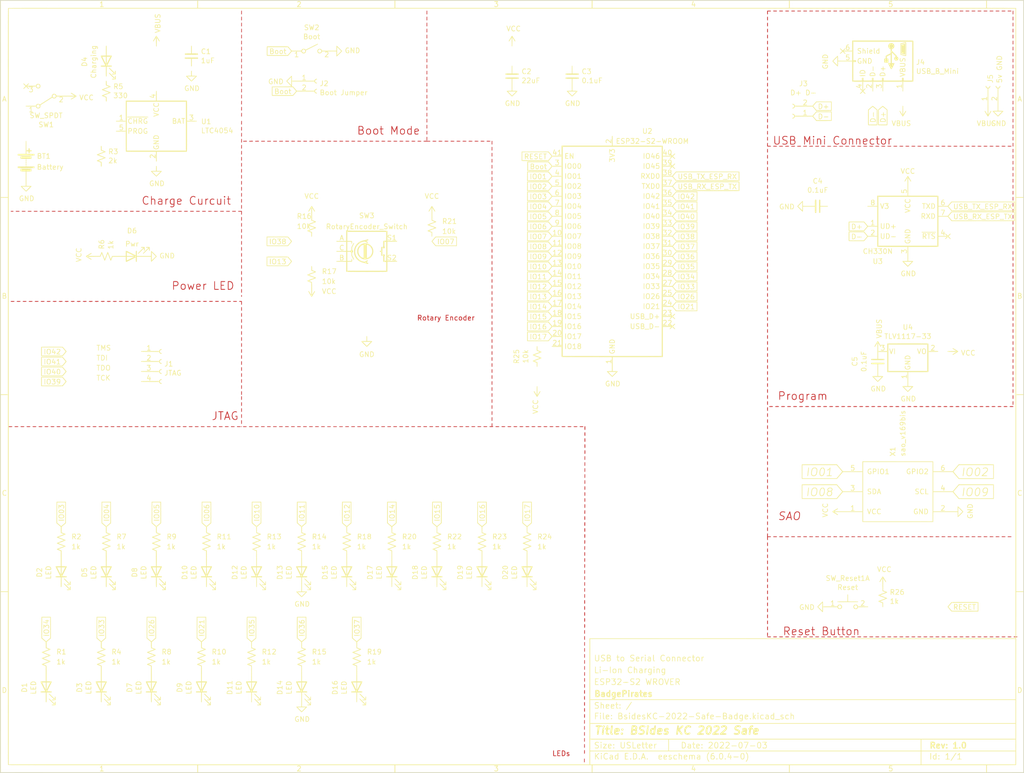
<source format=kicad_pcb>
(kicad_pcb (version 4) (host pcbnew 4.0.7)
  (layers (0 F.Cu signal) (31 B.Cu signal) (34 B.Paste user) (35 F.Paste user) (36 B.SilkS user) (37 F.SilkS user) (38 B.Mask user) (39 F.Mask user) (44 Edge.Cuts user))
  (net 0 "")
  (module LOGO (layer F.Cu) (at 0 0)
    (fp_text reference "G***" hide)
    (fp_text value "LOGO" hide)
  )
  (module LOGO (layer F.Cu) (at 0 0)
    (fp_text reference "G***" hide)
    (fp_text value "LOGO" hide)
  )
  (module LOGO (layer F.Cu) (at 0 0)
    (fp_text reference "G***" hide)
    (fp_text value "LOGO" hide)
  )
  (module LOGO (layer F.Cu) (at 0 0)
    (fp_text reference "G***" hide)
    (fp_text value "LOGO" hide)
    (fp_poly (pts (xy 16.055904 97.038067) (xy 16.055732 97.163459) (xy 16.054646 97.253080) (xy 16.051794 97.313105) (xy 16.046322 97.349712) (xy 16.037376 97.369077) (xy 16.024105 97.377378) (xy 16.008618 97.380372) (xy 15.967321 97.374716) (xy 15.950353 97.358477) (xy 15.946865 97.328259) (xy 15.944628 97.264273) (xy 15.943766 97.174686) (xy 15.944400 97.067663) (xy 15.945203 97.016171) (xy 15.951032 96.702477) (xy 16.055904 96.702477) (xy 16.055904 97.038067)) (layer F.Cu) (width 0.010000))
    (fp_poly (pts (xy 10.212031 95.143999) (xy 10.266969 95.150371) (xy 10.278255 96.082273) (xy 10.492843 96.088246) (xy 10.589320 96.091271) (xy 10.651430 96.095249) (xy 10.686740 96.102241) (xy 10.702819 96.114306) (xy 10.707234 96.133505) (xy 10.707431 96.146655) (xy 10.707431 96.199091) (xy 10.441077 96.204954) (xy 10.330500 96.206921) (xy 10.254494 96.206487) (xy 10.205707 96.202752) (xy 10.176788 96.194814) (xy 10.160384 96.181774) (xy 10.152679 96.169627) (xy 10.146503 96.137574) (xy 10.141236 96.071177) (xy 10.136945 95.978033) (xy 10.133696 95.865738) (xy 10.131555 95.741890) (xy 10.130586 95.614085) (xy 10.130857 95.489920) (xy 10.132433 95.376992) (xy 10.135379 95.282896) (xy 10.139763 95.215231) (xy 10.144150 95.185948) (xy 10.164574 95.150017) (xy 10.206572 95.143433) (xy 10.212031 95.143999)) (layer F.Cu) (width 0.010000))
    (fp_poly (pts (xy 11.385005 95.143397) (xy 11.435343 95.147237) (xy 11.464181 95.154925) (xy 11.478323 95.167141) (xy 11.481375 95.173412) (xy 11.487536 95.211632) (xy 11.468915 95.238301) (xy 11.421148 95.255088) (xy 11.339869 95.263658) (xy 11.239711 95.265730) (xy 11.032535 95.265730) (xy 11.032535 95.578509) (xy 11.184599 95.584671) (xy 11.262996 95.588645) (xy 11.308430 95.594939) (xy 11.329870 95.607008) (xy 11.336286 95.628311) (xy 11.336664 95.643270) (xy 11.334353 95.670397) (xy 11.321441 95.686587) (xy 11.288958 95.695296) (xy 11.227934 95.699982) (xy 11.184599 95.701868) (xy 11.032535 95.708031) (xy 11.032535 96.083732) (xy 11.250522 96.083732) (xy 11.351143 96.084738) (xy 11.417335 96.088494) (xy 11.456587 96.096104) (xy 11.476387 96.108675) (xy 11.481602 96.117852) (xy 11.488516 96.152822) (xy 11.475149 96.177962) (xy 11.436818 96.194727) (xy 11.368837 96.204574) (xy 11.266523 96.208961) (xy 11.186616 96.209578) (xy 11.068032 96.208256) (xy 10.986673 96.203984) (xy 10.937890 96.196305) (xy 10.917032 96.184761) (xy 10.916126 96.182946) (xy 10.913487 96.155229) (xy 10.911569 96.091715) (xy 10.910424 95.998546) (xy 10.910106 95.881869) (xy 10.910668 95.747828) (xy 10.911541 95.653342) (xy 10.917175 95.150371) (xy 11.192615 95.144536) (xy 11.306363 95.142723) (xy 11.385005 95.143397)) (layer F.Cu) (width 0.010000))
    (fp_poly (pts (xy 12.123269 95.153302) (xy 12.192995 95.178358) (xy 12.249352 95.216767) (xy 12.327708 95.307526) (xy 12.386273 95.425624) (xy 12.421826 95.559865) (xy 12.431149 95.699053) (xy 12.418147 95.803826) (xy 12.374219 95.951088) (xy 12.314870 96.061877) (xy 12.237668 96.139607) (xy 12.146292 96.185699) (xy 12.084509 96.199549) (xy 12.007362 96.207490) (xy 11.926382 96.209609) (xy 11.853100 96.205991) (xy 11.799046 96.196722) (xy 11.776077 96.182946) (xy 11.773438 96.155229) (xy 11.771520 96.091715) (xy 11.771422 96.083732) (xy 11.892485 96.083732) (xy 11.971139 96.083699) (xy 12.045433 96.073529) (xy 12.118604 96.048901) (xy 12.122490 96.046994) (xy 12.191978 95.999728) (xy 12.239381 95.935576) (xy 12.267617 95.847659) (xy 12.279608 95.729098) (xy 12.280512 95.674731) (xy 12.278450 95.573709) (xy 12.270978 95.502641) (xy 12.256169 95.449673) (xy 12.237849 95.412551) (xy 12.170444 95.335827) (xy 12.077826 95.284642) (xy 11.972296 95.265766) (xy 11.971139 95.265763) (xy 11.892485 95.265730) (xy 11.892485 96.083732) (xy 11.771422 96.083732) (xy 11.770375 95.998546) (xy 11.770057 95.881869) (xy 11.770618 95.747828) (xy 11.771491 95.653342) (xy 11.777126 95.150371) (xy 11.913460 95.143886) (xy 12.033558 95.142563) (xy 12.123269 95.153302)) (layer F.Cu) (width 0.010000))
    (fp_poly (pts (xy 13.032966 95.464515) (xy 13.096343 95.485999) (xy 13.137211 95.520545) (xy 13.147006 95.565827) (xy 13.131832 95.596917) (xy 13.093960 95.608383) (xy 13.027272 95.601099) (xy 12.978298 95.589972) (xy 12.901499 95.583725) (xy 12.839926 95.603084) (xy 12.804563 95.644446) (xy 12.803605 95.647260) (xy 12.807184 95.695965) (xy 12.843818 95.737040) (xy 12.904614 95.763332) (xy 12.955058 95.769116) (xy 13.053605 95.786329) (xy 13.129969 95.834339) (xy 13.178271 95.907703) (xy 13.192898 95.989347) (xy 13.175421 96.075613) (xy 13.128500 96.147264) (xy 13.084984 96.179690) (xy 13.017920 96.199564) (xy 12.928698 96.207551) (xy 12.835202 96.203807) (xy 12.755318 96.188483) (xy 12.726218 96.176607) (xy 12.679460 96.135129) (xy 12.668538 96.091169) (xy 12.672444 96.055141) (xy 12.692529 96.044608) (xy 12.736705 96.051245) (xy 12.843690 96.071336) (xy 12.919035 96.079004) (xy 12.971251 96.073981) (xy 13.008845 96.056000) (xy 13.024684 96.042202) (xy 13.054535 96.006553) (xy 13.055104 95.977677) (xy 13.039936 95.951105) (xy 13.000319 95.916647) (xy 12.931994 95.896595) (xy 12.907309 95.893096) (xy 12.838777 95.882470) (xy 12.783297 95.869807) (xy 12.767391 95.864336) (xy 12.719858 95.823038) (xy 12.686341 95.755314) (xy 12.670426 95.675370) (xy 12.675696 95.597410) (xy 12.690134 95.558210) (xy 12.732476 95.512161) (xy 12.796836 95.479915) (xy 12.874308 95.461324) (xy 12.955986 95.456240) (xy 13.032966 95.464515)) (layer F.Cu) (width 0.010000))
    (fp_poly (pts (xy 16.055904 95.076961) (xy 16.069653 95.108494) (xy 16.079990 95.171534) (xy 16.086938 95.257246) (xy 16.090517 95.356794) (xy 16.090751 95.461339) (xy 16.087662 95.562047) (xy 16.081272 95.650080) (xy 16.071604 95.716603) (xy 16.058679 95.752778) (xy 16.054188 95.756385) (xy 16.023802 95.766551) (xy 16.017483 95.767460) (xy 15.998079 95.759416) (xy 15.987737 95.755225) (xy 15.975937 95.730379) (xy 15.967265 95.672519) (xy 15.961651 95.590456) (xy 15.959028 95.493005) (xy 15.959328 95.388977) (xy 15.962482 95.287184) (xy 15.968422 95.196440) (xy 15.977080 95.125556) (xy 15.988389 95.083346) (xy 15.992981 95.076961) (xy 16.026551 95.061423) (xy 16.055904 95.076961)) (layer F.Cu) (width 0.010000))
    (fp_poly (pts (xy 16.082688 94.278346) (xy 16.084217 94.409925) (xy 16.082749 94.505218) (xy 16.077370 94.569837) (xy 16.067167 94.609393) (xy 16.051224 94.629498) (xy 16.028628 94.635763) (xy 16.024442 94.635856) (xy 15.999637 94.626127) (xy 15.987171 94.618859) (xy 15.976458 94.600967) (xy 15.969362 94.560023) (xy 15.965580 94.491095) (xy 15.964808 94.389249) (xy 15.966197 94.278346) (xy 15.972006 93.954830) (xy 16.076878 93.954830) (xy 16.082688 94.278346)) (layer F.Cu) (width 0.010000))
    (fp_poly (pts (xy 16.076878 93.157803) (xy 16.076706 93.283195) (xy 16.075620 93.372815) (xy 16.072768 93.432840) (xy 16.067296 93.469447) (xy 16.058351 93.488813) (xy 16.045079 93.497114) (xy 16.029592 93.500108) (xy 15.988296 93.494451) (xy 15.971327 93.478212) (xy 15.967839 93.447994) (xy 15.965603 93.384009) (xy 15.964740 93.294422) (xy 15.965374 93.187399) (xy 15.966177 93.135907) (xy 15.972006 92.822213) (xy 16.076878 92.822213) (xy 16.076878 93.157803)) (layer F.Cu) (width 0.010000))
    (fp_poly (pts (xy 16.076878 92.025185) (xy 16.076706 92.150577) (xy 16.075620 92.240198) (xy 16.072768 92.300223) (xy 16.067296 92.336830) (xy 16.058351 92.356195) (xy 16.045079 92.364496) (xy 16.029592 92.367490) (xy 15.988296 92.361834) (xy 15.971327 92.345595) (xy 15.967839 92.315377) (xy 15.965603 92.251391) (xy 15.964740 92.161804) (xy 15.965374 92.054781) (xy 15.966177 92.003290) (xy 15.972006 91.689595) (xy 16.076878 91.689595) (xy 16.076878 92.025185)) (layer F.Cu) (width 0.010000))
    (fp_poly (pts (xy 16.076878 90.892568) (xy 16.076706 91.017960) (xy 16.075620 91.107580) (xy 16.072768 91.167605) (xy 16.067296 91.204212) (xy 16.058351 91.223578) (xy 16.045079 91.231879) (xy 16.029592 91.234873) (xy 15.988296 91.229216) (xy 15.971327 91.212977) (xy 15.967839 91.182759) (xy 15.965603 91.118773) (xy 15.964740 91.029186) (xy 15.965374 90.922163) (xy 15.966177 90.870672) (xy 15.972006 90.556977) (xy 16.076878 90.556977) (xy 16.076878 90.892568)) (layer F.Cu) (width 0.010000))
    (fp_poly (pts (xy 16.076878 89.759950) (xy 16.076706 89.885342) (xy 16.075620 89.974962) (xy 16.072768 90.034987) (xy 16.067296 90.071594) (xy 16.058351 90.090960) (xy 16.045079 90.099261) (xy 16.029592 90.102255) (xy 15.988296 90.096598) (xy 15.971327 90.080359) (xy 15.967839 90.050141) (xy 15.965603 89.986156) (xy 15.964740 89.896569) (xy 15.965374 89.789546) (xy 15.966177 89.738054) (xy 15.972006 89.424360) (xy 16.076878 89.424360) (xy 16.076878 89.759950)) (layer F.Cu) (width 0.010000))
    (fp_poly (pts (xy 16.072308 88.296936) (xy 16.090848 88.342622) (xy 16.102245 88.422000) (xy 16.107463 88.538231) (xy 16.108053 88.615610) (xy 16.107098 88.746722) (xy 16.103749 88.841608) (xy 16.096791 88.905977) (xy 16.085007 88.945535) (xy 16.067183 88.965989) (xy 16.042102 88.973048) (xy 16.031825 88.973410) (xy 15.988832 88.963418) (xy 15.970746 88.946227) (xy 15.967396 88.916356) (xy 15.965323 88.852880) (xy 15.964644 88.764128) (xy 15.965475 88.658427) (xy 15.966161 88.618132) (xy 15.969053 88.498127) (xy 15.972905 88.413305) (xy 15.978632 88.356899) (xy 15.987147 88.322142) (xy 15.999363 88.302269) (xy 16.009940 88.293994) (xy 16.045660 88.281780) (xy 16.072308 88.296936)) (layer F.Cu) (width 0.010000))
    (fp_poly (pts (xy 16.062906 87.162588) (xy 16.077536 87.177946) (xy 16.087987 87.207097) (xy 16.095177 87.256821) (xy 16.100022 87.333897) (xy 16.103439 87.445107) (xy 16.103893 87.465501) (xy 16.106036 87.600205) (xy 16.105158 87.698575) (xy 16.100285 87.766174) (xy 16.090438 87.808568) (xy 16.074642 87.831320) (xy 16.051919 87.839995) (xy 16.038026 87.840792) (xy 15.994133 87.835327) (xy 15.975502 87.826809) (xy 15.970568 87.801928) (xy 15.966398 87.742869) (xy 15.963328 87.657403) (xy 15.961695 87.553298) (xy 15.961519 87.504274) (xy 15.962224 87.380132) (xy 15.964767 87.291420) (xy 15.969792 87.231637) (xy 15.977940 87.194281) (xy 15.989854 87.172852) (xy 15.994739 87.168152) (xy 16.035119 87.151918) (xy 16.062906 87.162588)) (layer F.Cu) (width 0.010000))
    (fp_poly (pts (xy 16.062906 86.029971) (xy 16.077536 86.045328) (xy 16.087987 86.074479) (xy 16.095177 86.124203) (xy 16.100022 86.201280) (xy 16.103439 86.312490) (xy 16.103893 86.332883) (xy 16.106048 86.467496) (xy 16.105199 86.565787) (xy 16.100347 86.633334) (xy 16.090494 86.675714) (xy 16.074644 86.698508) (xy 16.051799 86.707292) (xy 16.036774 86.708175) (xy 15.993159 86.695706) (xy 15.974250 86.674998) (xy 15.969588 86.642635) (xy 15.965692 86.577085) (xy 15.962908 86.487106) (xy 15.961582 86.381457) (xy 15.961519 86.352463) (xy 15.962307 86.232397) (xy 15.965142 86.147542) (xy 15.970727 86.091183) (xy 15.979767 86.056601) (xy 15.992964 86.037083) (xy 15.994739 86.035535) (xy 16.035119 86.019300) (xy 16.062906 86.029971)) (layer F.Cu) (width 0.010000))
    (fp_poly (pts (xy 16.055531 84.893547) (xy 16.059919 84.896144) (xy 16.074742 84.909483) (xy 16.085448 84.932866) (xy 16.092884 84.972877) (xy 16.097896 85.036101) (xy 16.101333 85.129120) (xy 16.103637 85.235951) (xy 16.105523 85.357918) (xy 16.105536 85.444613) (xy 16.102983 85.502698) (xy 16.097171 85.538833) (xy 16.087404 85.559680) (xy 16.072991 85.571898) (xy 16.068388 85.574488) (xy 16.026067 85.584090) (xy 15.994437 85.563530) (xy 15.979913 85.527885) (xy 15.969120 85.460200) (xy 15.962099 85.370223) (xy 15.958891 85.267699) (xy 15.959534 85.162377) (xy 15.964071 85.064001) (xy 15.972540 84.982321) (xy 15.984983 84.927080) (xy 15.991752 84.913629) (xy 16.022012 84.886133) (xy 16.055531 84.893547)) (layer F.Cu) (width 0.010000))
    (fp_poly (pts (xy 16.064134 83.759638) (xy 16.083171 83.775953) (xy 16.094623 83.806604) (xy 16.102533 83.873330) (xy 16.107050 83.978113) (xy 16.108340 84.107349) (xy 16.106762 84.248269) (xy 16.101928 84.349339) (xy 16.093687 84.412540) (xy 16.083171 84.438744) (xy 16.049421 84.461644) (xy 16.016700 84.450894) (xy 15.994479 84.430954) (xy 15.980796 84.409772) (xy 15.971347 84.373780) (xy 15.965443 84.316225) (xy 15.962396 84.230352) (xy 15.961519 84.109409) (xy 15.961519 84.107349) (xy 15.962369 83.985843) (xy 15.965379 83.899507) (xy 15.971237 83.841587) (xy 15.980629 83.805329) (xy 15.994245 83.783979) (xy 15.994479 83.783744) (xy 16.032807 83.754513) (xy 16.064134 83.759638)) (layer F.Cu) (width 0.010000))
    (fp_poly (pts (xy 16.047791 82.631912) (xy 16.071635 82.642713) (xy 16.086014 82.654337) (xy 16.096109 82.676341) (xy 16.102655 82.715291) (xy 16.106383 82.777756) (xy 16.108030 82.870302) (xy 16.108340 82.971274) (xy 16.106794 83.112802) (xy 16.102054 83.214541) (xy 16.093965 83.278542) (xy 16.083171 83.306127) (xy 16.039580 83.329904) (xy 15.999537 83.320109) (xy 15.996476 83.317313) (xy 15.991699 83.292559) (xy 15.987624 83.233338) (xy 15.984554 83.147131) (xy 15.982794 83.041416) (xy 15.982493 82.972983) (xy 15.983215 82.839612) (xy 15.986255 82.743324) (xy 15.992922 82.679264) (xy 16.004527 82.642578) (xy 16.022380 82.628412) (xy 16.047791 82.631912)) (layer F.Cu) (width 0.010000))
    (fp_poly (pts (xy 16.040173 81.510374) (xy 16.097853 81.517010) (xy 16.103671 81.828785) (xy 16.104755 81.973484) (xy 16.101786 82.077875) (xy 16.094685 82.143412) (xy 16.085372 82.169619) (xy 16.044591 82.196369) (xy 16.003698 82.190583) (xy 15.996476 82.184695) (xy 15.991720 82.159959) (xy 15.987658 82.100716) (xy 15.984590 82.014408) (xy 15.982814 81.908476) (xy 15.982493 81.837225) (xy 15.982493 81.503737) (xy 16.040173 81.510374)) (layer F.Cu) (width 0.010000))
    (fp_poly (pts (xy 16.103662 80.707908) (xy 16.105121 80.840265) (xy 16.103817 80.935678) (xy 16.099448 80.999082) (xy 16.091709 81.035410) (xy 16.082688 81.048421) (xy 16.034004 81.064948) (xy 15.998535 81.050604) (xy 15.991737 81.038921) (xy 15.988449 81.009246) (xy 15.986381 80.945755) (xy 15.985641 80.856566) (xy 15.986338 80.749797) (xy 15.987152 80.698087) (xy 15.992981 80.384393) (xy 16.097853 80.384393) (xy 16.103662 80.707908)) (layer F.Cu) (width 0.010000))
    (fp_poly (pts (xy 16.097853 79.587365) (xy 16.097680 79.712757) (xy 16.096595 79.802378) (xy 16.093743 79.862403) (xy 16.088270 79.899010) (xy 16.079325 79.918375) (xy 16.066053 79.926676) (xy 16.050566 79.929671) (xy 16.009270 79.924014) (xy 15.992301 79.907775) (xy 15.988814 79.877557) (xy 15.986577 79.813571) (xy 15.985714 79.723984) (xy 15.986349 79.616961) (xy 15.987152 79.565470) (xy 15.992981 79.251775) (xy 16.097853 79.251775) (xy 16.097853 79.587365)) (layer F.Cu) (width 0.010000))
    (fp_poly (pts (xy 16.097853 78.454748) (xy 16.097680 78.580140) (xy 16.096595 78.669760) (xy 16.093743 78.729785) (xy 16.088270 78.766392) (xy 16.079325 78.785758) (xy 16.066053 78.794059) (xy 16.050566 78.797053) (xy 16.009270 78.791396) (xy 15.992301 78.775157) (xy 15.988814 78.744939) (xy 15.986577 78.680953) (xy 15.985714 78.591366) (xy 15.986349 78.484343) (xy 15.987152 78.432852) (xy 15.992981 78.119157) (xy 16.097853 78.119157) (xy 16.097853 78.454748)) (layer F.Cu) (width 0.010000))
    (fp_poly (pts (xy 16.097853 77.322130) (xy 16.097680 77.447522) (xy 16.096595 77.537142) (xy 16.093743 77.597167) (xy 16.088270 77.633774) (xy 16.079325 77.653140) (xy 16.066053 77.661441) (xy 16.050566 77.664435) (xy 16.009270 77.658778) (xy 15.992301 77.642539) (xy 15.988814 77.612321) (xy 15.986577 77.548336) (xy 15.985714 77.458749) (xy 15.986349 77.351726) (xy 15.987152 77.300234) (xy 15.992981 76.986540) (xy 16.097853 76.986540) (xy 16.097853 77.322130)) (layer F.Cu) (width 0.010000))
    (fp_poly (pts (xy 16.097853 76.189512) (xy 16.097680 76.314904) (xy 16.096595 76.404525) (xy 16.093743 76.464550) (xy 16.088270 76.501157) (xy 16.079325 76.520522) (xy 16.066053 76.528823) (xy 16.050566 76.531817) (xy 16.009270 76.526161) (xy 15.992301 76.509922) (xy 15.988814 76.479704) (xy 15.986577 76.415718) (xy 15.985714 76.326131) (xy 15.986349 76.219108) (xy 15.987152 76.167617) (xy 15.992981 75.853922) (xy 16.097853 75.853922) (xy 16.097853 76.189512)) (layer F.Cu) (width 0.010000))
    (fp_poly (pts (xy 16.097853 75.056895) (xy 16.097680 75.182287) (xy 16.096595 75.271907) (xy 16.093743 75.331932) (xy 16.088270 75.368539) (xy 16.079325 75.387905) (xy 16.066053 75.396206) (xy 16.050566 75.399200) (xy 16.009270 75.393543) (xy 15.992301 75.377304) (xy 15.988814 75.347086) (xy 15.986577 75.283100) (xy 15.985714 75.193513) (xy 15.986349 75.086490) (xy 15.987152 75.034999) (xy 15.992981 74.721304) (xy 16.097853 74.721304) (xy 16.097853 75.056895)) (layer F.Cu) (width 0.010000))
    (fp_poly (pts (xy 16.076611 73.585682) (xy 16.088766 73.596493) (xy 16.097460 73.622032) (xy 16.103226 73.668147) (xy 16.106597 73.740687) (xy 16.108106 73.845499) (xy 16.108340 73.934106) (xy 16.108340 74.270355) (xy 16.059400 74.270355) (xy 16.015351 74.264933) (xy 15.996476 74.256372) (xy 15.991542 74.231490) (xy 15.987372 74.172431) (xy 15.984302 74.086965) (xy 15.982670 73.982861) (xy 15.982493 73.933837) (xy 15.983303 73.808017) (xy 15.986114 73.717952) (xy 15.991504 73.657473) (xy 16.000046 73.620411) (xy 16.012317 73.600597) (xy 16.013688 73.599396) (xy 16.054858 73.583204) (xy 16.076611 73.585682)) (layer F.Cu) (width 0.010000))
    (fp_poly (pts (xy 50.932927 73.662410) (xy 51.020506 73.663880) (xy 51.078959 73.667303) (xy 51.114696 73.673476) (xy 51.134129 73.683194) (xy 51.143667 73.697254) (xy 51.146018 73.703858) (xy 51.151247 73.747492) (xy 51.146193 73.766781) (xy 51.120605 73.775544) (xy 51.062023 73.782027) (xy 50.979340 73.786271) (xy 50.881446 73.788314) (xy 50.777234 73.788198) (xy 50.675594 73.785962) (xy 50.585418 73.781645) (xy 50.515597 73.775288) (xy 50.475024 73.766929) (xy 50.469586 73.763756) (xy 50.456736 73.726826) (xy 50.466129 73.700833) (xy 50.477543 73.685990) (xy 50.497661 73.675482) (xy 50.532999 73.668573) (xy 50.590074 73.664529) (xy 50.675402 73.662617) (xy 50.795501 73.662100) (xy 50.809811 73.662097) (xy 50.932927 73.662410)) (layer F.Cu) (width 0.010000))
    (fp_poly (pts (xy 52.064451 73.662408) (xy 52.152317 73.663867) (xy 52.211028 73.667265) (xy 52.246979 73.673395) (xy 52.266566 73.683046) (xy 52.276185 73.697011) (xy 52.278635 73.703858) (xy 52.283865 73.747492) (xy 52.278811 73.766781) (xy 52.253125 73.775012) (xy 52.190567 73.781479) (xy 52.096189 73.785866) (xy 51.975043 73.787857) (xy 51.941208 73.787943) (xy 51.814478 73.787319) (xy 51.723771 73.785078) (xy 51.663175 73.780668) (xy 51.626779 73.773535) (xy 51.608671 73.763128) (xy 51.604612 73.756482) (xy 51.600754 73.709072) (xy 51.604612 73.693559) (xy 51.615759 73.681293) (xy 51.642226 73.672581) (xy 51.689924 73.666871) (xy 51.764767 73.663609) (xy 51.872669 73.662242) (xy 51.941033 73.662097) (xy 52.064451 73.662408)) (layer F.Cu) (width 0.010000))
    (fp_poly (pts (xy 53.197068 73.662408) (xy 53.284934 73.663867) (xy 53.343645 73.667265) (xy 53.379596 73.673395) (xy 53.399184 73.683046) (xy 53.408803 73.697011) (xy 53.411253 73.703858) (xy 53.416482 73.747492) (xy 53.411429 73.766781) (xy 53.385742 73.775012) (xy 53.323184 73.781479) (xy 53.228806 73.785866) (xy 53.107660 73.787857) (xy 53.073826 73.787943) (xy 52.947095 73.787319) (xy 52.856388 73.785078) (xy 52.795793 73.780668) (xy 52.759397 73.773535) (xy 52.741289 73.763128) (xy 52.737229 73.756482) (xy 52.733372 73.709072) (xy 52.737229 73.693559) (xy 52.748377 73.681293) (xy 52.774843 73.672581) (xy 52.822542 73.666871) (xy 52.897385 73.663609) (xy 53.005287 73.662242) (xy 53.073650 73.662097) (xy 53.197068 73.662408)) (layer F.Cu) (width 0.010000))
    (fp_poly (pts (xy 54.329686 73.662408) (xy 54.417552 73.663867) (xy 54.476263 73.667265) (xy 54.512214 73.673395) (xy 54.531801 73.683046) (xy 54.541420 73.697011) (xy 54.543871 73.703858) (xy 54.549100 73.747492) (xy 54.544046 73.766781) (xy 54.518360 73.775012) (xy 54.455802 73.781479) (xy 54.361424 73.785866) (xy 54.240278 73.787857) (xy 54.206444 73.787943) (xy 54.079713 73.787319) (xy 53.989006 73.785078) (xy 53.928410 73.780668) (xy 53.892014 73.773535) (xy 53.873907 73.763128) (xy 53.869847 73.756482) (xy 53.865989 73.709072) (xy 53.869847 73.693559) (xy 53.880995 73.681293) (xy 53.907461 73.672581) (xy 53.955159 73.666871) (xy 54.030003 73.663609) (xy 54.137904 73.662242) (xy 54.206268 73.662097) (xy 54.329686 73.662408)) (layer F.Cu) (width 0.010000))
    (fp_poly (pts (xy 55.249882 73.665400) (xy 55.345748 73.666806) (xy 55.676548 73.672584) (xy 55.676548 73.777456) (xy 55.345748 73.783235) (xy 55.218546 73.784917) (xy 55.127266 73.784515) (xy 55.065910 73.781573) (xy 55.028483 73.775631) (xy 55.008988 73.766231) (xy 55.002670 73.757017) (xy 54.998688 73.709209) (xy 55.002670 73.693024) (xy 55.012931 73.680837) (xy 55.036786 73.672440) (xy 55.080232 73.667373) (xy 55.149265 73.665179) (xy 55.249882 73.665400)) (layer F.Cu) (width 0.010000))
    (fp_poly (pts (xy 56.382500 73.665400) (xy 56.478366 73.666806) (xy 56.809166 73.672584) (xy 56.809166 73.777456) (xy 56.478366 73.783235) (xy 56.351164 73.784917) (xy 56.259883 73.784515) (xy 56.198528 73.781573) (xy 56.161100 73.775631) (xy 56.141605 73.766231) (xy 56.135288 73.757017) (xy 56.131306 73.709209) (xy 56.135288 73.693024) (xy 56.145548 73.680837) (xy 56.169404 73.672440) (xy 56.212850 73.667373) (xy 56.281883 73.665179) (xy 56.382500 73.665400)) (layer F.Cu) (width 0.010000))
    (fp_poly (pts (xy 57.515117 73.665400) (xy 57.610983 73.666806) (xy 57.941783 73.672584) (xy 57.941783 73.777456) (xy 57.610983 73.783235) (xy 57.483782 73.784917) (xy 57.392501 73.784515) (xy 57.331145 73.781573) (xy 57.293718 73.775631) (xy 57.274223 73.766231) (xy 57.267905 73.757017) (xy 57.263923 73.709209) (xy 57.267905 73.693024) (xy 57.278166 73.680837) (xy 57.302021 73.672440) (xy 57.345467 73.667373) (xy 57.414501 73.665179) (xy 57.515117 73.665400)) (layer F.Cu) (width 0.010000))
    (fp_poly (pts (xy 58.647735 73.665400) (xy 58.743601 73.666806) (xy 59.074401 73.672584) (xy 59.074401 73.777456) (xy 58.743601 73.783235) (xy 58.616399 73.784917) (xy 58.525119 73.784515) (xy 58.463763 73.781573) (xy 58.426336 73.775631) (xy 58.406841 73.766231) (xy 58.400523 73.757017) (xy 58.396541 73.709209) (xy 58.400523 73.693024) (xy 58.410784 73.680837) (xy 58.434639 73.672440) (xy 58.478085 73.667373) (xy 58.547118 73.665179) (xy 58.647735 73.665400)) (layer F.Cu) (width 0.010000))
    (fp_poly (pts (xy 59.780353 73.665400) (xy 59.876219 73.666806) (xy 60.207019 73.672584) (xy 60.207019 73.777456) (xy 59.876219 73.783235) (xy 59.749017 73.784917) (xy 59.657737 73.784515) (xy 59.596381 73.781573) (xy 59.558953 73.775631) (xy 59.539458 73.766231) (xy 59.533141 73.757017) (xy 59.529159 73.709209) (xy 59.533141 73.693024) (xy 59.543401 73.680837) (xy 59.567257 73.672440) (xy 59.610703 73.667373) (xy 59.679736 73.665179) (xy 59.780353 73.665400)) (layer F.Cu) (width 0.010000))
    (fp_poly (pts (xy 60.912970 73.665400) (xy 61.008836 73.666806) (xy 61.339636 73.672584) (xy 61.339636 73.777456) (xy 61.008836 73.783235) (xy 60.881635 73.784917) (xy 60.790354 73.784515) (xy 60.728998 73.781573) (xy 60.691571 73.775631) (xy 60.672076 73.766231) (xy 60.665758 73.757017) (xy 60.661776 73.709209) (xy 60.665758 73.693024) (xy 60.676019 73.680837) (xy 60.699874 73.672440) (xy 60.743320 73.667373) (xy 60.812354 73.665179) (xy 60.912970 73.665400)) (layer F.Cu) (width 0.010000))
    (fp_poly (pts (xy 62.045588 73.665400) (xy 62.141454 73.666806) (xy 62.472254 73.672584) (xy 62.472254 73.777456) (xy 62.141454 73.783235) (xy 62.014252 73.784917) (xy 61.922972 73.784515) (xy 61.861616 73.781573) (xy 61.824189 73.775631) (xy 61.804694 73.766231) (xy 61.798376 73.757017) (xy 61.794394 73.709209) (xy 61.798376 73.693024) (xy 61.808637 73.680837) (xy 61.832492 73.672440) (xy 61.875938 73.667373) (xy 61.944971 73.665179) (xy 62.045588 73.665400)) (layer F.Cu) (width 0.010000))
    (fp_poly (pts (xy 63.178206 73.665400) (xy 63.274072 73.666806) (xy 63.604872 73.672584) (xy 63.604872 73.777456) (xy 63.274072 73.783235) (xy 63.146870 73.784917) (xy 63.055590 73.784515) (xy 62.994234 73.781573) (xy 62.956806 73.775631) (xy 62.937311 73.766231) (xy 62.930994 73.757017) (xy 62.927012 73.709209) (xy 62.930994 73.693024) (xy 62.941254 73.680837) (xy 62.965110 73.672440) (xy 63.008556 73.667373) (xy 63.077589 73.665179) (xy 63.178206 73.665400)) (layer F.Cu) (width 0.010000))
    (fp_poly (pts (xy 64.310823 73.665400) (xy 64.406689 73.666806) (xy 64.737489 73.672584) (xy 64.737489 73.777456) (xy 64.406689 73.783235) (xy 64.279488 73.784917) (xy 64.188207 73.784515) (xy 64.126851 73.781573) (xy 64.089424 73.775631) (xy 64.069929 73.766231) (xy 64.063611 73.757017) (xy 64.059629 73.709209) (xy 64.063611 73.693024) (xy 64.073872 73.680837) (xy 64.097727 73.672440) (xy 64.141173 73.667373) (xy 64.210207 73.665179) (xy 64.310823 73.665400)) (layer F.Cu) (width 0.010000))
    (fp_poly (pts (xy 65.443441 73.665400) (xy 65.539307 73.666806) (xy 65.870107 73.672584) (xy 65.870107 73.777456) (xy 65.539307 73.783235) (xy 65.412105 73.784917) (xy 65.320825 73.784515) (xy 65.259469 73.781573) (xy 65.222042 73.775631) (xy 65.202547 73.766231) (xy 65.196229 73.757017) (xy 65.192247 73.709209) (xy 65.196229 73.693024) (xy 65.206490 73.680837) (xy 65.230345 73.672440) (xy 65.273791 73.667373) (xy 65.342824 73.665179) (xy 65.443441 73.665400)) (layer F.Cu) (width 0.010000))
    (fp_poly (pts (xy 66.576059 73.665400) (xy 66.671925 73.666806) (xy 67.002725 73.672584) (xy 67.002725 73.777456) (xy 66.671925 73.783235) (xy 66.544723 73.784917) (xy 66.453443 73.784515) (xy 66.392087 73.781573) (xy 66.354659 73.775631) (xy 66.335164 73.766231) (xy 66.328847 73.757017) (xy 66.324865 73.709209) (xy 66.328847 73.693024) (xy 66.339107 73.680837) (xy 66.362963 73.672440) (xy 66.406409 73.667373) (xy 66.475442 73.665179) (xy 66.576059 73.665400)) (layer F.Cu) (width 0.010000))
    (fp_poly (pts (xy 67.708676 73.665400) (xy 67.804542 73.666806) (xy 68.135342 73.672584) (xy 68.135342 73.777456) (xy 67.804542 73.783235) (xy 67.677341 73.784917) (xy 67.586060 73.784515) (xy 67.524704 73.781573) (xy 67.487277 73.775631) (xy 67.467782 73.766231) (xy 67.461464 73.757017) (xy 67.457482 73.709209) (xy 67.461464 73.693024) (xy 67.471725 73.680837) (xy 67.495580 73.672440) (xy 67.539026 73.667373) (xy 67.608060 73.665179) (xy 67.708676 73.665400)) (layer F.Cu) (width 0.010000))
    (fp_poly (pts (xy 68.841294 73.665400) (xy 68.937160 73.666806) (xy 69.267960 73.672584) (xy 69.267960 73.777456) (xy 68.937160 73.783235) (xy 68.809958 73.784917) (xy 68.718678 73.784515) (xy 68.657322 73.781573) (xy 68.619895 73.775631) (xy 68.600400 73.766231) (xy 68.594082 73.757017) (xy 68.590100 73.709209) (xy 68.594082 73.693024) (xy 68.604343 73.680837) (xy 68.628198 73.672440) (xy 68.671644 73.667373) (xy 68.740677 73.665179) (xy 68.841294 73.665400)) (layer F.Cu) (width 0.010000))
    (fp_poly (pts (xy 69.973912 73.665400) (xy 70.069778 73.666806) (xy 70.400578 73.672584) (xy 70.400578 73.777456) (xy 70.069778 73.783235) (xy 69.942576 73.784917) (xy 69.851296 73.784515) (xy 69.789940 73.781573) (xy 69.752512 73.775631) (xy 69.733017 73.766231) (xy 69.726700 73.757017) (xy 69.722718 73.709209) (xy 69.726700 73.693024) (xy 69.736960 73.680837) (xy 69.760816 73.672440) (xy 69.804262 73.667373) (xy 69.873295 73.665179) (xy 69.973912 73.665400)) (layer F.Cu) (width 0.010000))
    (fp_poly (pts (xy 71.106529 73.665400) (xy 71.202395 73.666806) (xy 71.533195 73.672584) (xy 71.533195 73.777456) (xy 71.202395 73.783235) (xy 71.075194 73.784917) (xy 70.983913 73.784515) (xy 70.922557 73.781573) (xy 70.885130 73.775631) (xy 70.865635 73.766231) (xy 70.859317 73.757017) (xy 70.855335 73.709209) (xy 70.859317 73.693024) (xy 70.869578 73.680837) (xy 70.893433 73.672440) (xy 70.936880 73.667373) (xy 71.005913 73.665179) (xy 71.106529 73.665400)) (layer F.Cu) (width 0.010000))
    (fp_poly (pts (xy 72.239147 73.665400) (xy 72.335013 73.666806) (xy 72.665813 73.672584) (xy 72.665813 73.777456) (xy 72.335013 73.783235) (xy 72.207811 73.784917) (xy 72.116531 73.784515) (xy 72.055175 73.781573) (xy 72.017748 73.775631) (xy 71.998253 73.766231) (xy 71.991935 73.757017) (xy 71.987953 73.709209) (xy 71.991935 73.693024) (xy 72.002196 73.680837) (xy 72.026051 73.672440) (xy 72.069497 73.667373) (xy 72.138530 73.665179) (xy 72.239147 73.665400)) (layer F.Cu) (width 0.010000))
    (fp_poly (pts (xy 73.371765 73.665400) (xy 73.467631 73.666806) (xy 73.798431 73.672584) (xy 73.798431 73.777456) (xy 73.467631 73.783235) (xy 73.340429 73.784917) (xy 73.249149 73.784515) (xy 73.187793 73.781573) (xy 73.150365 73.775631) (xy 73.130870 73.766231) (xy 73.124553 73.757017) (xy 73.120571 73.709209) (xy 73.124553 73.693024) (xy 73.134813 73.680837) (xy 73.158669 73.672440) (xy 73.202115 73.667373) (xy 73.271148 73.665179) (xy 73.371765 73.665400)) (layer F.Cu) (width 0.010000))
    (fp_poly (pts (xy 74.504382 73.665400) (xy 74.600248 73.666806) (xy 74.931048 73.672584) (xy 74.931048 73.777456) (xy 74.600248 73.783235) (xy 74.473047 73.784917) (xy 74.381766 73.784515) (xy 74.320410 73.781573) (xy 74.282983 73.775631) (xy 74.263488 73.766231) (xy 74.257170 73.757017) (xy 74.253188 73.709209) (xy 74.257170 73.693024) (xy 74.267431 73.680837) (xy 74.291286 73.672440) (xy 74.334733 73.667373) (xy 74.403766 73.665179) (xy 74.504382 73.665400)) (layer F.Cu) (width 0.010000))
    (fp_poly (pts (xy 75.637000 73.665400) (xy 75.732866 73.666806) (xy 76.063666 73.672584) (xy 76.063666 73.777456) (xy 75.732866 73.783235) (xy 75.605664 73.784917) (xy 75.514384 73.784515) (xy 75.453028 73.781573) (xy 75.415601 73.775631) (xy 75.396106 73.766231) (xy 75.389788 73.757017) (xy 75.385806 73.709209) (xy 75.389788 73.693024) (xy 75.400049 73.680837) (xy 75.423904 73.672440) (xy 75.467350 73.667373) (xy 75.536383 73.665179) (xy 75.637000 73.665400)) (layer F.Cu) (width 0.010000))
    (fp_poly (pts (xy 76.769618 73.665400) (xy 76.865484 73.666806) (xy 77.196284 73.672584) (xy 77.196284 73.777456) (xy 76.865484 73.783235) (xy 76.738282 73.784917) (xy 76.647002 73.784515) (xy 76.585646 73.781573) (xy 76.548218 73.775631) (xy 76.528723 73.766231) (xy 76.522406 73.757017) (xy 76.518424 73.709209) (xy 76.522406 73.693024) (xy 76.532666 73.680837) (xy 76.556522 73.672440) (xy 76.599968 73.667373) (xy 76.669001 73.665179) (xy 76.769618 73.665400)) (layer F.Cu) (width 0.010000))
    (fp_poly (pts (xy 77.902235 73.665400) (xy 77.998101 73.666806) (xy 78.328901 73.672584) (xy 78.328901 73.777456) (xy 77.998101 73.783235) (xy 77.870900 73.784917) (xy 77.779619 73.784515) (xy 77.718263 73.781573) (xy 77.680836 73.775631) (xy 77.661341 73.766231) (xy 77.655023 73.757017) (xy 77.651041 73.709209) (xy 77.655023 73.693024) (xy 77.665284 73.680837) (xy 77.689139 73.672440) (xy 77.732586 73.667373) (xy 77.801619 73.665179) (xy 77.902235 73.665400)) (layer F.Cu) (width 0.010000))
    (fp_poly (pts (xy 79.034853 73.665400) (xy 79.130719 73.666806) (xy 79.461519 73.672584) (xy 79.461519 73.777456) (xy 79.130719 73.783235) (xy 79.003518 73.784917) (xy 78.912237 73.784515) (xy 78.850881 73.781573) (xy 78.813454 73.775631) (xy 78.793959 73.766231) (xy 78.787641 73.757017) (xy 78.783659 73.709209) (xy 78.787641 73.693024) (xy 78.797902 73.680837) (xy 78.821757 73.672440) (xy 78.865203 73.667373) (xy 78.934236 73.665179) (xy 79.034853 73.665400)) (layer F.Cu) (width 0.010000))
    (fp_poly (pts (xy 80.167471 73.665400) (xy 80.263337 73.666806) (xy 80.594137 73.672584) (xy 80.594137 73.777456) (xy 80.263337 73.783235) (xy 80.136135 73.784917) (xy 80.044855 73.784515) (xy 79.983499 73.781573) (xy 79.946072 73.775631) (xy 79.926576 73.766231) (xy 79.920259 73.757017) (xy 79.916277 73.709209) (xy 79.920259 73.693024) (xy 79.930519 73.680837) (xy 79.954375 73.672440) (xy 79.997821 73.667373) (xy 80.066854 73.665179) (xy 80.167471 73.665400)) (layer F.Cu) (width 0.010000))
    (fp_poly (pts (xy 81.300088 73.665400) (xy 81.395955 73.666806) (xy 81.726754 73.672584) (xy 81.726754 73.777456) (xy 81.395955 73.783235) (xy 81.268753 73.784917) (xy 81.177472 73.784515) (xy 81.116116 73.781573) (xy 81.078689 73.775631) (xy 81.059194 73.766231) (xy 81.052876 73.757017) (xy 81.048894 73.709209) (xy 81.052876 73.693024) (xy 81.063137 73.680837) (xy 81.086992 73.672440) (xy 81.130439 73.667373) (xy 81.199472 73.665179) (xy 81.300088 73.665400)) (layer F.Cu) (width 0.010000))
    (fp_poly (pts (xy 82.432706 73.665400) (xy 82.528572 73.666806) (xy 82.859372 73.672584) (xy 82.859372 73.777456) (xy 82.528572 73.783235) (xy 82.401371 73.784917) (xy 82.310090 73.784515) (xy 82.248734 73.781573) (xy 82.211307 73.775631) (xy 82.191812 73.766231) (xy 82.185494 73.757017) (xy 82.181512 73.709209) (xy 82.185494 73.693024) (xy 82.195755 73.680837) (xy 82.219610 73.672440) (xy 82.263056 73.667373) (xy 82.332089 73.665179) (xy 82.432706 73.665400)) (layer F.Cu) (width 0.010000))
    (fp_poly (pts (xy 83.565324 73.665400) (xy 83.661190 73.666806) (xy 83.991990 73.672584) (xy 83.991990 73.777456) (xy 83.661190 73.783235) (xy 83.533988 73.784917) (xy 83.442708 73.784515) (xy 83.381352 73.781573) (xy 83.343925 73.775631) (xy 83.324429 73.766231) (xy 83.318112 73.757017) (xy 83.314130 73.709209) (xy 83.318112 73.693024) (xy 83.328372 73.680837) (xy 83.352228 73.672440) (xy 83.395674 73.667373) (xy 83.464707 73.665179) (xy 83.565324 73.665400)) (layer F.Cu) (width 0.010000))
    (fp_poly (pts (xy 84.697941 73.665400) (xy 84.793808 73.666806) (xy 85.124607 73.672584) (xy 85.124607 73.777456) (xy 84.793808 73.783235) (xy 84.666606 73.784917) (xy 84.575325 73.784515) (xy 84.513969 73.781573) (xy 84.476542 73.775631) (xy 84.457047 73.766231) (xy 84.450729 73.757017) (xy 84.446747 73.709209) (xy 84.450729 73.693024) (xy 84.460990 73.680837) (xy 84.484845 73.672440) (xy 84.528292 73.667373) (xy 84.597325 73.665179) (xy 84.697941 73.665400)) (layer F.Cu) (width 0.010000))
    (fp_poly (pts (xy 85.830559 73.665400) (xy 85.926425 73.666806) (xy 86.257225 73.672584) (xy 86.257225 73.777456) (xy 85.926425 73.783235) (xy 85.799224 73.784917) (xy 85.707943 73.784515) (xy 85.646587 73.781573) (xy 85.609160 73.775631) (xy 85.589665 73.766231) (xy 85.583347 73.757017) (xy 85.579365 73.709209) (xy 85.583347 73.693024) (xy 85.593608 73.680837) (xy 85.617463 73.672440) (xy 85.660909 73.667373) (xy 85.729942 73.665179) (xy 85.830559 73.665400)) (layer F.Cu) (width 0.010000))
    (fp_poly (pts (xy 86.963177 73.665400) (xy 87.059043 73.666806) (xy 87.389843 73.672584) (xy 87.389843 73.777456) (xy 87.059043 73.783235) (xy 86.931841 73.784917) (xy 86.840561 73.784515) (xy 86.779205 73.781573) (xy 86.741778 73.775631) (xy 86.722283 73.766231) (xy 86.715965 73.757017) (xy 86.711983 73.709209) (xy 86.715965 73.693024) (xy 86.726225 73.680837) (xy 86.750081 73.672440) (xy 86.793527 73.667373) (xy 86.862560 73.665179) (xy 86.963177 73.665400)) (layer F.Cu) (width 0.010000))
    (fp_poly (pts (xy 88.095795 73.665400) (xy 88.191661 73.666806) (xy 88.522460 73.672584) (xy 88.522460 73.777456) (xy 88.191661 73.783235) (xy 88.064459 73.784917) (xy 87.973178 73.784515) (xy 87.911822 73.781573) (xy 87.874395 73.775631) (xy 87.854900 73.766231) (xy 87.848582 73.757017) (xy 87.844600 73.709209) (xy 87.848582 73.693024) (xy 87.858843 73.680837) (xy 87.882698 73.672440) (xy 87.926145 73.667373) (xy 87.995178 73.665179) (xy 88.095795 73.665400)) (layer F.Cu) (width 0.010000))
    (fp_poly (pts (xy 89.228412 73.665400) (xy 89.324278 73.666806) (xy 89.655078 73.672584) (xy 89.655078 73.777456) (xy 89.324278 73.783235) (xy 89.197077 73.784917) (xy 89.105796 73.784515) (xy 89.044440 73.781573) (xy 89.007013 73.775631) (xy 88.987518 73.766231) (xy 88.981200 73.757017) (xy 88.977218 73.709209) (xy 88.981200 73.693024) (xy 88.991461 73.680837) (xy 89.015316 73.672440) (xy 89.058762 73.667373) (xy 89.127796 73.665179) (xy 89.228412 73.665400)) (layer F.Cu) (width 0.010000))
    (fp_poly (pts (xy 90.361030 73.665400) (xy 90.456896 73.666806) (xy 90.787696 73.672584) (xy 90.787696 73.777456) (xy 90.456896 73.783235) (xy 90.329694 73.784917) (xy 90.238414 73.784515) (xy 90.177058 73.781573) (xy 90.139631 73.775631) (xy 90.120136 73.766231) (xy 90.113818 73.757017) (xy 90.109836 73.709209) (xy 90.113818 73.693024) (xy 90.124079 73.680837) (xy 90.147934 73.672440) (xy 90.191380 73.667373) (xy 90.260413 73.665179) (xy 90.361030 73.665400)) (layer F.Cu) (width 0.010000))
    (fp_poly (pts (xy 91.493648 73.665400) (xy 91.589514 73.666806) (xy 91.920313 73.672584) (xy 91.920313 73.777456) (xy 91.589514 73.783235) (xy 91.462312 73.784917) (xy 91.371031 73.784515) (xy 91.309675 73.781573) (xy 91.272248 73.775631) (xy 91.252753 73.766231) (xy 91.246436 73.757017) (xy 91.242453 73.709209) (xy 91.246436 73.693024) (xy 91.256696 73.680837) (xy 91.280551 73.672440) (xy 91.323998 73.667373) (xy 91.393031 73.665179) (xy 91.493648 73.665400)) (layer F.Cu) (width 0.010000))
    (fp_poly (pts (xy 92.626265 73.665400) (xy 92.722131 73.666806) (xy 93.052931 73.672584) (xy 93.052931 73.777456) (xy 92.722131 73.783235) (xy 92.594930 73.784917) (xy 92.503649 73.784515) (xy 92.442293 73.781573) (xy 92.404866 73.775631) (xy 92.385371 73.766231) (xy 92.379053 73.757017) (xy 92.375071 73.709209) (xy 92.379053 73.693024) (xy 92.389314 73.680837) (xy 92.413169 73.672440) (xy 92.456615 73.667373) (xy 92.525649 73.665179) (xy 92.626265 73.665400)) (layer F.Cu) (width 0.010000))
    (fp_poly (pts (xy 93.758883 73.665400) (xy 93.854749 73.666806) (xy 94.185549 73.672584) (xy 94.185549 73.777456) (xy 93.854749 73.783235) (xy 93.727547 73.784917) (xy 93.636267 73.784515) (xy 93.574911 73.781573) (xy 93.537484 73.775631) (xy 93.517989 73.766231) (xy 93.511671 73.757017) (xy 93.507689 73.709209) (xy 93.511671 73.693024) (xy 93.521932 73.680837) (xy 93.545787 73.672440) (xy 93.589233 73.667373) (xy 93.658266 73.665179) (xy 93.758883 73.665400)) (layer F.Cu) (width 0.010000))
    (fp_poly (pts (xy 94.891501 73.665400) (xy 94.987367 73.666806) (xy 95.318166 73.672584) (xy 95.318166 73.777456) (xy 94.987367 73.783235) (xy 94.860165 73.784917) (xy 94.768884 73.784515) (xy 94.707529 73.781573) (xy 94.670101 73.775631) (xy 94.650606 73.766231) (xy 94.644289 73.757017) (xy 94.640306 73.709209) (xy 94.644289 73.693024) (xy 94.654549 73.680837) (xy 94.678404 73.672440) (xy 94.721851 73.667373) (xy 94.790884 73.665179) (xy 94.891501 73.665400)) (layer F.Cu) (width 0.010000))
    (fp_poly (pts (xy 96.024118 73.665400) (xy 96.119984 73.666806) (xy 96.450784 73.672584) (xy 96.450784 73.777456) (xy 96.119984 73.783235) (xy 95.992783 73.784917) (xy 95.901502 73.784515) (xy 95.840146 73.781573) (xy 95.802719 73.775631) (xy 95.783224 73.766231) (xy 95.776906 73.757017) (xy 95.772924 73.709209) (xy 95.776906 73.693024) (xy 95.787167 73.680837) (xy 95.811022 73.672440) (xy 95.854468 73.667373) (xy 95.923502 73.665179) (xy 96.024118 73.665400)) (layer F.Cu) (width 0.010000))
    (fp_poly (pts (xy 97.156736 73.665400) (xy 97.252602 73.666806) (xy 97.583402 73.672584) (xy 97.583402 73.777456) (xy 97.252602 73.783235) (xy 97.125400 73.784917) (xy 97.034120 73.784515) (xy 96.972764 73.781573) (xy 96.935337 73.775631) (xy 96.915842 73.766231) (xy 96.909524 73.757017) (xy 96.905542 73.709209) (xy 96.909524 73.693024) (xy 96.919785 73.680837) (xy 96.943640 73.672440) (xy 96.987086 73.667373) (xy 97.056119 73.665179) (xy 97.156736 73.665400)) (layer F.Cu) (width 0.010000))
    (fp_poly (pts (xy 50.573587 72.932066) (xy 50.577524 72.940196) (xy 50.582263 72.972751) (xy 50.586201 73.038301) (xy 50.588976 73.127893) (xy 50.590222 73.232575) (xy 50.590256 73.253096) (xy 50.589336 73.359606) (xy 50.586820 73.452700) (xy 50.583071 73.523425) (xy 50.578454 73.562829) (xy 50.577524 73.565997) (xy 50.548135 73.594345) (xy 50.503780 73.595026) (xy 50.468604 73.574005) (xy 50.458573 73.543425) (xy 50.450995 73.480559) (xy 50.445921 73.395001) (xy 50.443406 73.296346) (xy 50.443501 73.194188) (xy 50.446260 73.098122) (xy 50.451736 73.017740) (xy 50.459981 72.962639) (xy 50.465147 72.947589) (xy 50.499227 72.914924) (xy 50.541047 72.909377) (xy 50.573587 72.932066)) (layer F.Cu) (width 0.010000))
    (fp_poly (pts (xy 54.264469 71.799499) (xy 54.334356 71.803526) (xy 54.384134 71.811130) (xy 54.421067 71.822834) (xy 54.433826 71.828758) (xy 54.546796 71.904167) (xy 54.624271 71.999713) (xy 54.668088 72.118506) (xy 54.680264 72.246325) (xy 54.664782 72.388603) (xy 54.617188 72.504893) (xy 54.535759 72.598123) (xy 54.434856 72.663360) (xy 54.369326 72.687190) (xy 54.305136 72.697273) (xy 54.304444 72.697275) (xy 54.241157 72.697275) (xy 54.462215 73.012065) (xy 54.534956 73.118114) (xy 54.596104 73.212085) (xy 54.642214 73.288323) (xy 54.669841 73.341172) (xy 54.676237 73.363386) (xy 54.651389 73.393517) (xy 54.618817 73.399917) (xy 54.597445 73.394441) (xy 54.571041 73.375281) (xy 54.536169 73.338335) (xy 54.489396 73.279503) (xy 54.427288 73.194686) (xy 54.346411 73.079781) (xy 54.325463 73.049632) (xy 54.082493 72.699348) (xy 53.951911 72.698311) (xy 53.821328 72.697275) (xy 53.815577 73.048596) (xy 53.813298 73.177336) (xy 53.810735 73.270163) (xy 53.806993 73.333106) (xy 53.801180 73.372196) (xy 53.792402 73.393464) (xy 53.779767 73.402940) (xy 53.762540 73.406632) (xy 53.721373 73.401298) (xy 53.704597 73.385574) (xy 53.702318 73.358898) (xy 53.700500 73.295114) (xy 53.699173 73.199061) (xy 53.698368 73.075580) (xy 53.698117 72.929508) (xy 53.698449 72.765686) (xy 53.699397 72.588952) (xy 53.699447 72.581832) (xy 53.704135 71.921222) (xy 53.820313 71.921222) (xy 53.820313 72.571428) (xy 54.077250 72.571350) (xy 54.190794 72.570357) (xy 54.271348 72.566703) (xy 54.327843 72.559257) (xy 54.369210 72.546884) (xy 54.401507 72.530224) (xy 54.468530 72.468774) (xy 54.521320 72.382229) (xy 54.550983 72.287102) (xy 54.554417 72.246325) (xy 54.535936 72.142739) (xy 54.485650 72.048789) (xy 54.411301 71.977565) (xy 54.387176 71.963453) (xy 54.342417 71.944237) (xy 54.291635 71.931726) (xy 54.224804 71.924617) (xy 54.131897 71.921605) (xy 54.062355 71.921222) (xy 53.820313 71.921222) (xy 53.704135 71.921222) (xy 53.704954 71.805863) (xy 54.035313 71.800086) (xy 54.167209 71.798527) (xy 54.264469 71.799499)) (layer F.Cu) (width 0.010000))
    (fp_poly (pts (xy 55.671695 72.304027) (xy 55.764472 72.321926) (xy 55.832720 72.356217) (xy 55.884655 72.410581) (xy 55.916907 72.464898) (xy 55.944271 72.537691) (xy 55.958612 72.615959) (xy 55.959702 72.688285) (xy 55.947312 72.743251) (xy 55.922997 72.768944) (xy 55.893890 72.775978) (xy 55.833451 72.789231) (xy 55.750317 72.806921) (xy 55.653129 72.827265) (xy 55.550525 72.848481) (xy 55.451144 72.868786) (xy 55.363625 72.886399) (xy 55.296606 72.899536) (xy 55.258727 72.906416) (xy 55.253788 72.907019) (xy 55.249654 72.925888) (xy 55.247043 72.974086) (xy 55.246573 73.010904) (xy 55.257853 73.122610) (xy 55.292805 73.202368) (xy 55.353096 73.253943) (xy 55.354487 73.254669) (xy 55.417267 73.273421) (xy 55.502956 73.282293) (xy 55.595153 73.281352) (xy 55.677462 73.270669) (xy 55.728984 73.253096) (xy 55.794795 73.227109) (xy 55.849539 73.226538) (xy 55.882480 73.251251) (xy 55.884116 73.254989) (xy 55.889909 73.289597) (xy 55.872314 73.318935) (xy 55.824812 73.350994) (xy 55.791320 73.368755) (xy 55.706698 73.396366) (xy 55.598517 73.410195) (xy 55.482326 73.410293) (xy 55.373671 73.396709) (xy 55.288101 73.369491) (xy 55.283509 73.367146) (xy 55.226190 73.330555) (xy 55.183661 73.285579) (xy 55.153893 73.225842) (xy 55.134854 73.144965) (xy 55.124514 73.036573) (xy 55.120841 72.894288) (xy 55.120726 72.855979) (xy 55.121392 72.732460) (xy 55.123754 72.652008) (xy 55.247417 72.652008) (xy 55.248436 72.710118) (xy 55.259915 72.749992) (xy 55.275150 72.760198) (xy 55.305793 72.756184) (xy 55.368547 72.745237) (xy 55.454457 72.728998) (xy 55.554571 72.709108) (xy 55.561189 72.707762) (xy 55.659485 72.687859) (xy 55.741730 72.671426) (xy 55.799844 72.660063) (xy 55.825747 72.655367) (xy 55.826253 72.655326) (xy 55.834557 72.638516) (xy 55.828600 72.597665) (xy 55.810989 72.547139) (xy 55.803967 72.532521) (xy 55.758511 72.475880) (xy 55.688847 72.441156) (xy 55.588874 72.425851) (xy 55.540214 72.424607) (xy 55.426729 72.432997) (xy 55.345940 72.459830) (xy 55.291744 72.507603) (xy 55.276461 72.532521) (xy 55.256784 72.588523) (xy 55.247417 72.652008) (xy 55.123754 72.652008) (xy 55.124041 72.642262) (xy 55.129648 72.576773) (xy 55.139187 72.527377) (xy 55.153635 72.485460) (xy 55.165658 72.459092) (xy 55.206404 72.392360) (xy 55.257889 72.346223) (xy 55.327836 72.317428) (xy 55.423970 72.302722) (xy 55.546169 72.298839) (xy 55.671695 72.304027)) (layer F.Cu) (width 0.010000))
    (fp_poly (pts (xy 56.888625 72.306744) (xy 56.981220 72.328759) (xy 57.049877 72.361903) (xy 57.087437 72.403274) (xy 57.092320 72.425692) (xy 57.077134 72.467959) (xy 57.034749 72.481912) (xy 56.969928 72.466408) (xy 56.953368 72.459045) (xy 56.866040 72.432958) (xy 56.765877 72.425799) (xy 56.673241 72.438179) (xy 56.640784 72.449665) (xy 56.577371 72.497749) (xy 56.542512 72.564684) (xy 56.541639 72.638213) (xy 56.548287 72.658469) (xy 56.597863 72.725522) (xy 56.679741 72.766578) (xy 56.792918 72.781147) (xy 56.798472 72.781172) (xy 56.923973 72.798966) (xy 57.029465 72.849675) (xy 57.109764 72.929288) (xy 57.159687 73.033792) (xy 57.167468 73.066717) (xy 57.163913 73.144494) (xy 57.132241 73.229661) (xy 57.080259 73.307948) (xy 57.015774 73.365086) (xy 56.999353 73.374042) (xy 56.919144 73.398029) (xy 56.814346 73.410107) (xy 56.699888 73.410498) (xy 56.590699 73.399420) (xy 56.501708 73.377094) (xy 56.477513 73.366358) (xy 56.424385 73.331951) (xy 56.404134 73.298666) (xy 56.404103 73.278143) (xy 56.426929 73.238281) (xy 56.475343 73.225445) (xy 56.541863 73.240857) (xy 56.565499 73.251823) (xy 56.626255 73.271402) (xy 56.708131 73.282899) (xy 56.750444 73.284479) (xy 56.863049 73.272109) (xy 56.948719 73.237430) (xy 57.003916 73.183851) (xy 57.025100 73.114779) (xy 57.009381 73.035179) (xy 56.965543 72.974768) (xy 56.892730 72.939576) (xy 56.787588 72.927995) (xy 56.785849 72.927993) (xy 56.672682 72.913873) (xy 56.569179 72.875134) (xy 56.486361 72.817211) (xy 56.440972 72.757959) (xy 56.406408 72.660965) (xy 56.407192 72.566487) (xy 56.443491 72.462420) (xy 56.445097 72.459092) (xy 56.493556 72.384588) (xy 56.558076 72.335463) (xy 56.646222 72.308086) (xy 56.765556 72.298830) (xy 56.779251 72.298761) (xy 56.888625 72.306744)) (layer F.Cu) (width 0.010000))
    (fp_poly (pts (xy 58.153920 72.304367) (xy 58.249393 72.323592) (xy 58.320068 72.360047) (xy 58.373917 72.417342) (xy 58.405350 72.470759) (xy 58.442224 72.566504) (xy 58.454518 72.654107) (xy 58.441334 72.723405) (xy 58.429438 72.742846) (xy 58.396488 72.761178) (xy 58.325915 72.783572) (xy 58.221728 72.808914) (xy 58.109578 72.831966) (xy 57.978349 72.856966) (xy 57.882562 72.875872) (xy 57.816689 72.891594) (xy 57.775201 72.907041) (xy 57.752569 72.925125) (xy 57.743265 72.948754) (xy 57.741760 72.980839) (xy 57.742526 73.024291) (xy 57.742526 73.025170) (xy 57.748409 73.120173) (xy 57.769281 73.185014) (xy 57.809976 73.230233) (xy 57.846979 73.252879) (xy 57.920024 73.275073) (xy 58.014088 73.283412) (xy 58.110616 73.277950) (xy 58.191051 73.258743) (xy 58.206424 73.251823) (xy 58.277145 73.227201) (xy 58.332099 73.231245) (xy 58.363827 73.262734) (xy 58.367830 73.278217) (xy 58.362604 73.313398) (xy 58.330164 73.344568) (xy 58.290011 73.367358) (xy 58.209974 73.393795) (xy 58.105790 73.408648) (xy 57.992007 73.411828) (xy 57.883174 73.403247) (xy 57.793841 73.382814) (xy 57.765461 73.370583) (xy 57.702738 73.320095) (xy 57.649053 73.246419) (xy 57.645806 73.240373) (xy 57.626145 73.198909) (xy 57.612601 73.156883) (xy 57.604021 73.105349) (xy 57.599251 73.035363) (xy 57.597138 72.937978) (xy 57.596653 72.859129) (xy 57.596852 72.740700) (xy 57.598812 72.666800) (xy 57.742526 72.666800) (xy 57.742764 72.709866) (xy 57.747893 72.738209) (xy 57.764538 72.753117) (xy 57.799321 72.755881) (xy 57.858866 72.747790) (xy 57.949798 72.730135) (xy 58.007641 72.718418) (xy 58.124413 72.694739) (xy 58.206284 72.677336) (xy 58.259446 72.664061) (xy 58.290093 72.652767) (xy 58.304417 72.641305) (xy 58.308612 72.627528) (xy 58.308835 72.613964) (xy 58.292442 72.538864) (xy 58.250052 72.475561) (xy 58.211151 72.447895) (xy 58.163147 72.435492) (xy 58.090692 72.427045) (xy 58.025681 72.424607) (xy 57.909218 72.432110) (xy 57.827558 72.457399) (xy 57.775826 72.504643) (xy 57.749149 72.578011) (xy 57.742526 72.666800) (xy 57.598812 72.666800) (xy 57.599123 72.655104) (xy 57.604624 72.593232) (xy 57.614512 72.545979) (xy 57.629944 72.504238) (xy 57.646012 72.470759) (xy 57.692910 72.397024) (xy 57.751150 72.346614) (xy 57.828702 72.315919) (xy 57.933535 72.301327) (xy 58.025681 72.298761) (xy 58.153920 72.304367)) (layer F.Cu) (width 0.010000))
    (fp_poly (pts (xy 59.086219 72.298761) (xy 59.254007 72.298761) (xy 59.343054 72.300622) (xy 59.397961 72.307108) (xy 59.426407 72.319572) (xy 59.433971 72.330490) (xy 59.436677 72.373807) (xy 59.404679 72.403286) (xy 59.335997 72.419886) (xy 59.239628 72.424607) (xy 59.084888 72.424607) (xy 59.084888 72.771727) (xy 59.085970 72.926491) (xy 59.090897 73.044670) (xy 59.102191 73.131604) (xy 59.122374 73.192636) (xy 59.153966 73.233107) (xy 59.199490 73.258359) (xy 59.261468 73.273735) (xy 59.326094 73.282691) (xy 59.388569 73.292210) (xy 59.419744 73.305887) (xy 59.430200 73.330260) (xy 59.430966 73.347481) (xy 59.427673 73.377683) (xy 59.410967 73.394033) (xy 59.370605 73.401613) (xy 59.315607 73.404730) (xy 59.212579 73.399385) (xy 59.128534 73.371135) (xy 59.121824 73.367642) (xy 59.068671 73.334551) (xy 59.028290 73.295544) (xy 58.998996 73.244686) (xy 58.979108 73.176043) (xy 58.966943 73.083679) (xy 58.960816 72.961661) (xy 58.959046 72.804053) (xy 58.959042 72.793644) (xy 58.959042 72.426906) (xy 58.859413 72.420513) (xy 58.798638 72.414324) (xy 58.768010 72.401254) (xy 58.755730 72.374187) (xy 58.753148 72.356441) (xy 58.751603 72.322398) (xy 58.763927 72.305353) (xy 58.800195 72.299433) (xy 58.852111 72.298761) (xy 58.957710 72.298761) (xy 58.963620 72.052312) (xy 58.969529 71.805863) (xy 59.074401 71.805863) (xy 59.086219 72.298761)) (layer F.Cu) (width 0.010000))
    (fp_poly (pts (xy 61.484865 71.802724) (xy 61.560669 71.813662) (xy 61.620220 71.833581) (xy 61.672041 71.864422) (xy 61.724460 71.907944) (xy 61.798748 72.002045) (xy 61.840191 72.113892) (xy 61.848660 72.234980) (xy 61.824027 72.356801) (xy 61.766163 72.470849) (xy 61.733572 72.512515) (xy 61.718235 72.536465) (xy 61.723930 72.560138) (xy 61.755469 72.594099) (xy 61.781257 72.617207) (xy 61.866993 72.717763) (xy 61.917885 72.832827) (xy 61.934905 72.955071) (xy 61.919027 73.077164) (xy 61.871222 73.191777) (xy 61.792463 73.291582) (xy 61.683723 73.369249) (xy 61.681306 73.370497) (xy 61.644612 73.386398) (xy 61.601627 73.397521) (xy 61.544428 73.404668) (xy 61.465096 73.408641) (xy 61.355707 73.410242) (xy 61.287378 73.410404) (xy 61.155779 73.409388) (xy 61.061706 73.406105) (xy 61.000778 73.400200) (xy 60.968616 73.391322) (xy 60.961175 73.384103) (xy 60.959025 73.357771) (xy 60.957326 73.294319) (xy 60.957202 73.284558) (xy 61.077456 73.284558) (xy 61.323905 73.284479) (xy 61.435062 73.283413) (xy 61.513577 73.279478) (xy 61.568725 73.271443) (xy 61.609781 73.258079) (xy 61.638713 73.242722) (xy 61.723792 73.168120) (xy 61.774687 73.069708) (xy 61.790507 72.957313) (xy 61.778024 72.851015) (xy 61.738717 72.767957) (xy 61.670065 72.706510) (xy 61.569542 72.665043) (xy 61.434628 72.641925) (xy 61.292444 72.635492) (xy 61.077456 72.634351) (xy 61.077456 73.284558) (xy 60.957202 73.284558) (xy 60.956103 73.198575) (xy 60.955385 73.075366) (xy 60.955200 72.929519) (xy 60.955575 72.765861) (xy 60.956538 72.589221) (xy 60.956590 72.581832) (xy 60.961278 71.921222) (xy 61.077456 71.921222) (xy 61.077456 72.508505) (xy 61.277549 72.508505) (xy 61.383847 72.506427) (xy 61.460172 72.499017) (xy 61.518348 72.484509) (xy 61.560421 72.466274) (xy 61.629247 72.413952) (xy 61.686258 72.339935) (xy 61.721342 72.259422) (xy 61.727663 72.214863) (xy 61.710334 72.137671) (xy 61.665090 72.057971) (xy 61.602041 71.990963) (xy 61.560421 71.963453) (xy 61.508285 71.941877) (xy 61.447609 71.928834) (xy 61.366568 71.922557) (xy 61.277549 71.921222) (xy 61.077456 71.921222) (xy 60.961278 71.921222) (xy 60.962097 71.805863) (xy 61.250393 71.800028) (xy 61.384281 71.798826) (xy 61.484865 71.802724)) (layer F.Cu) (width 0.010000))
    (fp_poly (pts (xy 63.195871 72.843360) (xy 63.195636 73.010527) (xy 63.194738 73.140492) (xy 63.192888 73.237997) (xy 63.189795 73.307789) (xy 63.185171 73.354611) (xy 63.178724 73.383207) (xy 63.170165 73.398322) (xy 63.161631 73.403885) (xy 63.117286 73.404209) (xy 63.087737 73.392261) (xy 63.036952 73.378938) (xy 63.007997 73.388950) (xy 62.948454 73.405437) (xy 62.863394 73.410621) (xy 62.767442 73.405379) (xy 62.675225 73.390587) (xy 62.601366 73.367122) (xy 62.595346 73.364228) (xy 62.548324 73.338013) (xy 62.511901 73.308810) (xy 62.484734 73.271176) (xy 62.465482 73.219672) (xy 62.452804 73.148853) (xy 62.445360 73.053278) (xy 62.441807 72.927507) (xy 62.440806 72.766095) (xy 62.440792 72.737119) (xy 62.440792 72.295975) (xy 62.498472 72.302611) (xy 62.556152 72.309248) (xy 62.566773 72.728736) (xy 62.570910 72.859258) (xy 62.576213 72.977046) (xy 62.582239 73.075052) (xy 62.588544 73.146230) (xy 62.594684 73.183531) (xy 62.595532 73.185705) (xy 62.641731 73.236880) (xy 62.714620 73.269900) (xy 62.802377 73.283232) (xy 62.893178 73.275347) (xy 62.975200 73.244712) (xy 62.988269 73.236564) (xy 63.059537 73.188569) (xy 63.070024 72.748909) (xy 63.080512 72.309248) (xy 63.138191 72.302611) (xy 63.195871 72.295975) (xy 63.195871 72.843360)) (layer F.Cu) (width 0.010000))
    (fp_poly (pts (xy 63.904415 72.051474) (xy 63.910317 72.297086) (xy 64.082698 72.303167) (xy 64.167296 72.306739) (xy 64.218397 72.312015) (xy 64.244436 72.321858) (xy 64.253849 72.339132) (xy 64.255078 72.361684) (xy 64.253157 72.387447) (xy 64.241781 72.403387) (xy 64.212531 72.412352) (xy 64.156986 72.417190) (xy 64.082039 72.420212) (xy 63.909000 72.426304) (xy 63.909000 72.760334) (xy 63.909869 72.895680) (xy 63.912883 72.996266) (xy 63.918656 73.069252) (xy 63.927803 73.121799) (xy 63.940936 73.161068) (xy 63.943907 73.167565) (xy 63.972497 73.218020) (xy 64.006781 73.249468) (xy 64.058411 73.268412) (xy 64.139036 73.281351) (xy 64.150206 73.282691) (xy 64.212681 73.292210) (xy 64.243856 73.305887) (xy 64.254312 73.330260) (xy 64.255078 73.347481) (xy 64.251785 73.377683) (xy 64.235079 73.394033) (xy 64.194717 73.401613) (xy 64.139719 73.404730) (xy 64.036691 73.399385) (xy 63.952646 73.371135) (xy 63.945937 73.367642) (xy 63.892784 73.334551) (xy 63.852402 73.295544) (xy 63.823109 73.244686) (xy 63.803221 73.176043) (xy 63.791055 73.083679) (xy 63.784929 72.961661) (xy 63.783158 72.804053) (xy 63.783154 72.793644) (xy 63.783154 72.426906) (xy 63.683526 72.420513) (xy 63.623106 72.414453) (xy 63.593714 72.402188) (xy 63.584428 72.377268) (xy 63.583897 72.361684) (xy 63.588080 72.329536) (xy 63.607929 72.312801) (xy 63.654397 72.304975) (xy 63.682870 72.302882) (xy 63.781842 72.296516) (xy 63.787742 72.051189) (xy 63.793641 71.805863) (xy 63.898513 71.805863) (xy 63.904415 72.051474)) (layer F.Cu) (width 0.010000))
    (fp_poly (pts (xy 64.770282 72.298761) (xy 64.938070 72.298761) (xy 65.027117 72.300622) (xy 65.082023 72.307108) (xy 65.110469 72.319572) (xy 65.118033 72.330490) (xy 65.120740 72.373807) (xy 65.088742 72.403286) (xy 65.020060 72.419886) (xy 64.923691 72.424607) (xy 64.768951 72.424607) (xy 64.768951 72.771727) (xy 64.770033 72.926491) (xy 64.774960 73.044670) (xy 64.786254 73.131604) (xy 64.806436 73.192636) (xy 64.838029 73.233107) (xy 64.883553 73.258359) (xy 64.945531 73.273735) (xy 65.010156 73.282691) (xy 65.072632 73.292210) (xy 65.103807 73.305887) (xy 65.114262 73.330260) (xy 65.115029 73.347481) (xy 65.111760 73.377669) (xy 65.095123 73.393960) (xy 65.054874 73.401404) (xy 64.999669 73.404350) (xy 64.892537 73.397850) (xy 64.800659 73.366230) (xy 64.797658 73.364719) (xy 64.747691 73.335974) (xy 64.709729 73.303276) (xy 64.682150 73.260721) (xy 64.663335 73.202404) (xy 64.651664 73.122420) (xy 64.645516 73.014866) (xy 64.643273 72.873836) (xy 64.643104 72.801435) (xy 64.643104 72.424607) (xy 64.549458 72.424607) (xy 64.481253 72.418633) (xy 64.444220 72.398681) (xy 64.436933 72.387902) (xy 64.423793 72.341415) (xy 64.444089 72.312933) (xy 64.500549 72.300080) (xy 64.539315 72.298761) (xy 64.641773 72.298761) (xy 64.647682 72.052312) (xy 64.653592 71.805863) (xy 64.758464 71.805863) (xy 64.770282 72.298761)) (layer F.Cu) (width 0.010000))
    (fp_poly (pts (xy 66.022796 72.312742) (xy 66.134641 72.356075) (xy 66.222782 72.430847) (xy 66.268063 72.495174) (xy 66.290627 72.536888) (xy 66.305708 72.577051) (xy 66.314795 72.625400) (xy 66.319376 72.691669) (xy 66.320940 72.785593) (xy 66.321057 72.841736) (xy 66.319443 72.964920) (xy 66.314054 73.054111) (xy 66.304065 73.117164) (xy 66.288653 73.161932) (xy 66.287142 73.164997) (xy 66.212638 73.276951) (xy 66.118410 73.353654) (xy 66.000944 73.397145) (xy 65.865699 73.409564) (xy 65.763197 73.402809) (xy 65.683377 73.385289) (xy 65.660363 73.375552) (xy 65.548500 73.296444) (xy 65.467924 73.191804) (xy 65.459065 73.175278) (xy 65.438539 73.110424) (xy 65.424586 73.016633) (xy 65.417321 72.905989) (xy 65.417115 72.854583) (xy 65.545004 72.854583) (xy 65.552908 72.992882) (xy 65.578292 73.097945) (xy 65.623659 73.175722) (xy 65.691513 73.232163) (xy 65.707786 73.241300) (xy 65.808500 73.275603) (xy 65.915785 73.281121) (xy 66.013935 73.257788) (xy 66.043337 73.242722) (xy 66.107650 73.194966) (xy 66.151682 73.138215) (xy 66.178719 73.064066) (xy 66.192048 72.964113) (xy 66.195053 72.854583) (xy 66.193525 72.750501) (xy 66.187888 72.677772) (xy 66.176567 72.625876) (xy 66.157984 72.584293) (xy 66.153375 72.576480) (xy 66.078679 72.491427) (xy 65.980264 72.440408) (xy 65.870107 72.424764) (xy 65.754865 72.439977) (xy 65.665527 72.486273) (xy 65.601345 72.564642) (xy 65.561569 72.676073) (xy 65.545454 72.821554) (xy 65.545004 72.854583) (xy 65.417115 72.854583) (xy 65.416858 72.790572) (xy 65.423313 72.682464) (xy 65.436800 72.593747) (xy 65.453072 72.544169) (xy 65.525668 72.434042) (xy 65.617024 72.358169) (xy 65.731688 72.313955) (xy 65.874212 72.298803) (xy 65.883159 72.298761) (xy 66.022796 72.312742)) (layer F.Cu) (width 0.010000))
    (fp_poly (pts (xy 67.271734 72.300869) (xy 67.364135 72.312881) (xy 67.437898 72.333342) (xy 67.450622 72.339153) (xy 67.497185 72.366347) (xy 67.533136 72.398182) (xy 67.559717 72.440057) (xy 67.578172 72.497373) (xy 67.589745 72.575529) (xy 67.595679 72.679925) (xy 67.597217 72.815960) (xy 67.595870 72.969942) (xy 67.590008 73.399917) (xy 67.485136 73.399917) (xy 67.474515 72.980429) (xy 67.470377 72.849907) (xy 67.465074 72.732120) (xy 67.459048 72.634113) (xy 67.452743 72.562935) (xy 67.446603 72.525634) (xy 67.445755 72.523460) (xy 67.399195 72.471906) (xy 67.325282 72.439240) (xy 67.234876 72.427035) (xy 67.138833 72.436866) (xy 67.054742 72.466770) (xy 66.972096 72.508933) (xy 66.966436 72.954425) (xy 66.964405 73.101907) (xy 66.962189 73.212763) (xy 66.959217 73.292314) (xy 66.954918 73.345879) (xy 66.948721 73.378781) (xy 66.940055 73.396339) (xy 66.928348 73.403874) (xy 66.917964 73.406045) (xy 66.876287 73.404642) (xy 66.860284 73.397306) (xy 66.856272 73.373120) (xy 66.852670 73.312715) (xy 66.849631 73.221818) (xy 66.847308 73.106160) (xy 66.845855 72.971468) (xy 66.845417 72.840600) (xy 66.845417 72.298761) (xy 66.893658 72.298761) (xy 66.941819 72.308109) (xy 66.964816 72.321678) (xy 66.997339 72.333806) (xy 67.030556 72.321678) (xy 67.090158 72.304653) (xy 67.175479 72.297921) (xy 67.271734 72.300869)) (layer F.Cu) (width 0.010000))
    (fp_poly (pts (xy 16.076611 72.453064) (xy 16.088802 72.463911) (xy 16.097511 72.489531) (xy 16.103275 72.535791) (xy 16.106632 72.608557) (xy 16.108120 72.713697) (xy 16.108340 72.799244) (xy 16.107552 72.934531) (xy 16.104346 73.032581) (xy 16.097454 73.098089) (xy 16.085611 73.135752) (xy 16.067549 73.150265) (xy 16.042004 73.146325) (xy 16.017932 73.134510) (xy 16.004016 73.121923) (xy 15.994237 73.097971) (xy 15.987896 73.056141) (xy 15.984296 72.989921) (xy 15.982740 72.892798) (xy 15.982493 72.803673) (xy 15.983292 72.677343) (xy 15.986067 72.586792) (xy 15.991388 72.525871) (xy 15.999824 72.488432) (xy 16.011944 72.468329) (xy 16.013688 72.466778) (xy 16.054858 72.450586) (xy 16.076611 72.453064)) (layer F.Cu) (width 0.010000))
    (fp_poly (pts (xy 50.573587 71.799449) (xy 50.577524 71.807578) (xy 50.582263 71.840134) (xy 50.586201 71.905684) (xy 50.588976 71.995276) (xy 50.590222 72.099958) (xy 50.590256 72.120479) (xy 50.589336 72.226988) (xy 50.586820 72.320082) (xy 50.583071 72.390807) (xy 50.578454 72.430211) (xy 50.577524 72.433379) (xy 50.548135 72.461727) (xy 50.503780 72.462409) (xy 50.468604 72.441387) (xy 50.458573 72.410807) (xy 50.450995 72.347941) (xy 50.445921 72.262384) (xy 50.443406 72.163729) (xy 50.443501 72.061571) (xy 50.446260 71.965504) (xy 50.451736 71.885123) (xy 50.459981 71.830021) (xy 50.465147 71.814971) (xy 50.499227 71.782306) (xy 50.541047 71.776759) (xy 50.573587 71.799449)) (layer F.Cu) (width 0.010000))
    (fp_poly (pts (xy 16.095566 71.338569) (xy 16.099081 71.343191) (xy 16.113301 71.383670) (xy 16.123523 71.454893) (xy 16.129791 71.547111) (xy 16.132143 71.650578) (xy 16.130621 71.755546) (xy 16.125267 71.852268) (xy 16.116120 71.930997) (xy 16.103222 71.981985) (xy 16.096354 71.993134) (xy 16.056329 72.022642) (xy 16.023972 72.015698) (xy 16.005462 71.997034) (xy 15.994755 71.963136) (xy 15.988287 71.891469) (xy 15.985981 71.780623) (xy 15.987163 71.658454) (xy 15.989986 71.536594) (xy 15.993711 71.450018) (xy 15.999214 71.392063) (xy 16.007373 71.356064) (xy 16.019062 71.335357) (xy 16.030914 71.325705) (xy 16.065786 71.314917) (xy 16.095566 71.338569)) (layer F.Cu) (width 0.010000))
    (fp_poly (pts (xy 50.573587 70.666831) (xy 50.577524 70.674960) (xy 50.582263 70.707516) (xy 50.586201 70.773066) (xy 50.588976 70.862658) (xy 50.590222 70.967340) (xy 50.590256 70.987861) (xy 50.589336 71.094371) (xy 50.586820 71.187464) (xy 50.583071 71.258189) (xy 50.578454 71.297594) (xy 50.577524 71.300761) (xy 50.548135 71.329109) (xy 50.503780 71.329791) (xy 50.468604 71.308769) (xy 50.458573 71.278189) (xy 50.450995 71.215323) (xy 50.445921 71.129766) (xy 50.443406 71.031111) (xy 50.443501 70.928953) (xy 50.446260 70.832886) (xy 50.451736 70.752505) (xy 50.459981 70.697403) (xy 50.465147 70.682353) (xy 50.499227 70.649689) (xy 50.541047 70.644141) (xy 50.573587 70.666831)) (layer F.Cu) (width 0.010000))
    (fp_poly (pts (xy 16.096396 70.213348) (xy 16.110242 70.234890) (xy 16.119744 70.271562) (xy 16.125615 70.330200) (xy 16.128566 70.417638) (xy 16.129314 70.529301) (xy 16.127755 70.637257) (xy 16.123488 70.732622) (xy 16.117129 70.806225) (xy 16.109292 70.848893) (xy 16.107602 70.852906) (xy 16.071862 70.889067) (xy 16.028780 70.884701) (xy 16.007663 70.868307) (xy 15.996286 70.837910) (xy 15.988402 70.771703) (xy 15.983858 70.667635) (xy 15.982493 70.533454) (xy 15.982898 70.412691) (xy 15.984661 70.327151) (xy 15.988603 70.270113) (xy 15.995545 70.234854) (xy 16.006309 70.214654) (xy 16.021716 70.202790) (xy 16.022986 70.202100) (xy 16.065230 70.192949) (xy 16.096396 70.213348)) (layer F.Cu) (width 0.010000))
    (fp_poly (pts (xy 50.573587 69.534213) (xy 50.577524 69.542343) (xy 50.582263 69.574898) (xy 50.586201 69.640448) (xy 50.588976 69.730040) (xy 50.590222 69.834722) (xy 50.590256 69.855243) (xy 50.589336 69.961753) (xy 50.586820 70.054847) (xy 50.583071 70.125572) (xy 50.578454 70.164976) (xy 50.577524 70.168144) (xy 50.548135 70.196492) (xy 50.503780 70.197173) (xy 50.468604 70.176152) (xy 50.458573 70.145572) (xy 50.450995 70.082706) (xy 50.445921 69.997148) (xy 50.443406 69.898493) (xy 50.443501 69.796335) (xy 50.446260 69.700269) (xy 50.451736 69.619887) (xy 50.459981 69.564786) (xy 50.465147 69.549735) (xy 50.499227 69.517071) (xy 50.541047 69.511524) (xy 50.573587 69.534213)) (layer F.Cu) (width 0.010000))
    (fp_poly (pts (xy 16.088074 69.075955) (xy 16.101779 69.085407) (xy 16.111002 69.106891) (xy 16.116869 69.146830) (xy 16.120507 69.211649) (xy 16.123040 69.307770) (xy 16.124645 69.390965) (xy 16.125971 69.526335) (xy 16.123508 69.625151) (xy 16.116294 69.692712) (xy 16.103368 69.734317) (xy 16.083769 69.755264) (xy 16.057530 69.760858) (xy 16.022111 69.747323) (xy 16.007663 69.735689) (xy 15.998520 69.706228) (xy 15.991308 69.644266) (xy 15.986124 69.559209) (xy 15.983067 69.460464) (xy 15.982236 69.357439) (xy 15.983730 69.259541) (xy 15.987647 69.176177) (xy 15.994087 69.116754) (xy 16.000917 69.093086) (xy 16.033388 69.073920) (xy 16.068763 69.072112) (xy 16.088074 69.075955)) (layer F.Cu) (width 0.010000))
    (fp_poly (pts (xy 50.552000 68.380844) (xy 50.568344 68.397567) (xy 50.579326 68.432471) (xy 50.585962 68.491307) (xy 50.589264 68.579830) (xy 50.590245 68.703791) (xy 50.590256 68.722626) (xy 50.589336 68.829135) (xy 50.586820 68.922229) (xy 50.583071 68.992954) (xy 50.578454 69.032358) (xy 50.577524 69.035526) (xy 50.548135 69.063874) (xy 50.503780 69.064555) (xy 50.468604 69.043534) (xy 50.456910 69.012059) (xy 50.448920 68.943655) (xy 50.444497 68.836573) (xy 50.443435 68.722626) (xy 50.444522 68.593641) (xy 50.448732 68.500833) (xy 50.457488 68.438462) (xy 50.472215 68.400790) (xy 50.494335 68.382079) (xy 50.525271 68.376591) (xy 50.529283 68.376548) (xy 50.552000 68.380844)) (layer F.Cu) (width 0.010000))
    (fp_poly (pts (xy 16.088074 67.943337) (xy 16.101779 67.952789) (xy 16.111002 67.974273) (xy 16.116869 68.014213) (xy 16.120507 68.079031) (xy 16.123040 68.175152) (xy 16.124645 68.258347) (xy 16.125971 68.393718) (xy 16.123508 68.492534) (xy 16.116294 68.560095) (xy 16.103368 68.601699) (xy 16.083769 68.622646) (xy 16.057530 68.628241) (xy 16.022111 68.614705) (xy 16.007663 68.603071) (xy 15.998520 68.573611) (xy 15.991308 68.511648) (xy 15.986124 68.426591) (xy 15.983067 68.327846) (xy 15.982236 68.224822) (xy 15.983730 68.126924) (xy 15.987647 68.043560) (xy 15.994087 67.984137) (xy 16.000917 67.960468) (xy 16.033388 67.941303) (xy 16.068763 67.939494) (xy 16.088074 67.943337)) (layer F.Cu) (width 0.010000))
    (fp_poly (pts (xy 50.555018 67.251845) (xy 50.577524 67.277107) (xy 50.582263 67.309663) (xy 50.586201 67.375213) (xy 50.588976 67.464805) (xy 50.590222 67.569487) (xy 50.590256 67.590008) (xy 50.589336 67.696518) (xy 50.586820 67.789611) (xy 50.583071 67.860336) (xy 50.578454 67.899741) (xy 50.577524 67.902908) (xy 50.548933 67.931450) (xy 50.507618 67.931528) (xy 50.470598 67.904262) (xy 50.465147 67.895516) (xy 50.455500 67.856613) (xy 50.448649 67.787645) (xy 50.444541 67.698204) (xy 50.443124 67.597886) (xy 50.444343 67.496284) (xy 50.448147 67.402993) (xy 50.454483 67.327607) (xy 50.463297 67.279720) (xy 50.468604 67.269100) (xy 50.512047 67.246106) (xy 50.555018 67.251845)) (layer F.Cu) (width 0.010000))
    (fp_poly (pts (xy 16.063889 66.807583) (xy 16.118827 66.813955) (xy 16.124645 67.125730) (xy 16.126008 67.260648) (xy 16.123629 67.359085) (xy 16.116483 67.426420) (xy 16.103542 67.468032) (xy 16.083781 67.489300) (xy 16.056173 67.495603) (xy 16.054074 67.495623) (xy 16.022552 67.479063) (xy 16.004206 67.455053) (xy 15.996224 67.419333) (xy 15.989980 67.351832) (xy 15.985609 67.262690) (xy 15.983251 67.162045) (xy 15.983041 67.060035) (xy 15.985117 66.966798) (xy 15.989616 66.892473) (xy 15.996008 66.849532) (xy 16.016432 66.813601) (xy 16.058430 66.807017) (xy 16.063889 66.807583)) (layer F.Cu) (width 0.010000))
    (fp_poly (pts (xy 50.555018 66.119227) (xy 50.577524 66.144490) (xy 50.582263 66.177045) (xy 50.586201 66.242595) (xy 50.588976 66.332187) (xy 50.590222 66.436869) (xy 50.590256 66.457390) (xy 50.589336 66.563900) (xy 50.586820 66.656994) (xy 50.583071 66.727719) (xy 50.578454 66.767123) (xy 50.577524 66.770291) (xy 50.548933 66.798832) (xy 50.507618 66.798911) (xy 50.470598 66.771645) (xy 50.465147 66.762898) (xy 50.455500 66.723996) (xy 50.448649 66.655027) (xy 50.444541 66.565586) (xy 50.443124 66.465268) (xy 50.444343 66.363666) (xy 50.448147 66.270375) (xy 50.454483 66.194989) (xy 50.463297 66.147102) (xy 50.468604 66.136482) (xy 50.512047 66.113488) (xy 50.555018 66.119227)) (layer F.Cu) (width 0.010000))
    (fp_poly (pts (xy 16.118827 66.016928) (xy 16.118655 66.142320) (xy 16.117569 66.231940) (xy 16.114717 66.291965) (xy 16.109245 66.328572) (xy 16.100300 66.347938) (xy 16.087028 66.356239) (xy 16.071541 66.359233) (xy 16.030245 66.353576) (xy 16.013276 66.337337) (xy 16.009788 66.307119) (xy 16.007552 66.243133) (xy 16.006689 66.153546) (xy 16.007323 66.046523) (xy 16.008126 65.995032) (xy 16.013955 65.681337) (xy 16.118827 65.681337) (xy 16.118827 66.016928)) (layer F.Cu) (width 0.010000))
    (fp_poly (pts (xy 50.555018 64.986610) (xy 50.577524 65.011872) (xy 50.582263 65.044428) (xy 50.586201 65.109978) (xy 50.588976 65.199570) (xy 50.590222 65.304252) (xy 50.590256 65.324773) (xy 50.589336 65.431282) (xy 50.586820 65.524376) (xy 50.583071 65.595101) (xy 50.578454 65.634505) (xy 50.577524 65.637673) (xy 50.548933 65.666215) (xy 50.507618 65.666293) (xy 50.470598 65.639027) (xy 50.465147 65.630280) (xy 50.455500 65.591378) (xy 50.448649 65.522409) (xy 50.444541 65.432969) (xy 50.443124 65.332650) (xy 50.444343 65.231048) (xy 50.448147 65.137757) (xy 50.454483 65.062371) (xy 50.463297 65.014485) (xy 50.468604 65.003864) (xy 50.512047 64.980871) (xy 50.555018 64.986610)) (layer F.Cu) (width 0.010000))
    (fp_poly (pts (xy 16.118827 64.884310) (xy 16.118655 65.009702) (xy 16.117569 65.099322) (xy 16.114717 65.159347) (xy 16.109245 65.195954) (xy 16.100300 65.215320) (xy 16.087028 65.223621) (xy 16.071541 65.226615) (xy 16.030245 65.220958) (xy 16.013276 65.204719) (xy 16.009788 65.174501) (xy 16.007552 65.110516) (xy 16.006689 65.020929) (xy 16.007323 64.913906) (xy 16.008126 64.862414) (xy 16.013955 64.548720) (xy 16.118827 64.548720) (xy 16.118827 64.884310)) (layer F.Cu) (width 0.010000))
    (fp_poly (pts (xy 50.555018 63.853992) (xy 50.577524 63.879254) (xy 50.582263 63.911810) (xy 50.586201 63.977360) (xy 50.588976 64.066952) (xy 50.590222 64.171634) (xy 50.590256 64.192155) (xy 50.589336 64.298665) (xy 50.586820 64.391758) (xy 50.583071 64.462483) (xy 50.578454 64.501888) (xy 50.577524 64.505055) (xy 50.548933 64.533597) (xy 50.507618 64.533675) (xy 50.470598 64.506409) (xy 50.465147 64.497663) (xy 50.455500 64.458760) (xy 50.448649 64.389792) (xy 50.444541 64.300351) (xy 50.443124 64.200033) (xy 50.444343 64.098431) (xy 50.448147 64.005140) (xy 50.454483 63.929754) (xy 50.463297 63.881867) (xy 50.468604 63.871247) (xy 50.512047 63.848253) (xy 50.555018 63.853992)) (layer F.Cu) (width 0.010000))
    (fp_poly (pts (xy 16.118827 63.751692) (xy 16.118655 63.877084) (xy 16.117569 63.966705) (xy 16.114717 64.026730) (xy 16.109245 64.063337) (xy 16.100300 64.082702) (xy 16.087028 64.091003) (xy 16.071541 64.093998) (xy 16.030245 64.088341) (xy 16.013276 64.072102) (xy 16.009788 64.041884) (xy 16.007552 63.977898) (xy 16.006689 63.888311) (xy 16.007323 63.781288) (xy 16.008126 63.729797) (xy 16.013955 63.416102) (xy 16.118827 63.416102) (xy 16.118827 63.751692)) (layer F.Cu) (width 0.010000))
    (fp_poly (pts (xy 50.549513 62.720894) (xy 50.563413 62.730836) (xy 50.572639 62.753324) (xy 50.578429 62.794984) (xy 50.582018 62.862447) (xy 50.584644 62.962338) (xy 50.585799 63.017588) (xy 50.587191 63.128185) (xy 50.586808 63.226915) (xy 50.584803 63.304583) (xy 50.581327 63.351999) (xy 50.580156 63.358422) (xy 50.554703 63.396300) (xy 50.514707 63.403949) (xy 50.475607 63.380482) (xy 50.465147 63.365045) (xy 50.456919 63.328885) (xy 50.450684 63.261370) (xy 50.446495 63.172330) (xy 50.444402 63.071597) (xy 50.444458 62.969001) (xy 50.446714 62.874374) (xy 50.451221 62.797545) (xy 50.458031 62.748345) (xy 50.461859 62.737842) (xy 50.494330 62.718677) (xy 50.529704 62.716868) (xy 50.549513 62.720894)) (layer F.Cu) (width 0.010000))
    (fp_poly (pts (xy 16.118827 62.619075) (xy 16.118655 62.744467) (xy 16.117569 62.834087) (xy 16.114717 62.894112) (xy 16.109245 62.930719) (xy 16.100300 62.950085) (xy 16.087028 62.958386) (xy 16.071541 62.961380) (xy 16.030245 62.955723) (xy 16.013276 62.939484) (xy 16.009788 62.909266) (xy 16.007552 62.845280) (xy 16.006689 62.755693) (xy 16.007323 62.648670) (xy 16.008126 62.597179) (xy 16.013955 62.283484) (xy 16.118827 62.283484) (xy 16.118827 62.619075)) (layer F.Cu) (width 0.010000))
    (fp_poly (pts (xy 50.549513 61.588276) (xy 50.563413 61.598219) (xy 50.572639 61.620706) (xy 50.578429 61.662367) (xy 50.582018 61.729829) (xy 50.584644 61.829721) (xy 50.585799 61.884971) (xy 50.587191 61.995568) (xy 50.586808 62.094297) (xy 50.584803 62.171966) (xy 50.581327 62.219381) (xy 50.580156 62.225805) (xy 50.554703 62.263682) (xy 50.514707 62.271332) (xy 50.475607 62.247864) (xy 50.465147 62.232427) (xy 50.456919 62.196267) (xy 50.450684 62.128752) (xy 50.446495 62.039713) (xy 50.444402 61.938980) (xy 50.444458 61.836384) (xy 50.446714 61.741756) (xy 50.451221 61.664927) (xy 50.458031 61.615727) (xy 50.461859 61.605225) (xy 50.494330 61.586059) (xy 50.529704 61.584250) (xy 50.549513 61.588276)) (layer F.Cu) (width 0.010000))
    (fp_poly (pts (xy 16.118827 61.486457) (xy 16.118655 61.611849) (xy 16.117569 61.701469) (xy 16.114717 61.761494) (xy 16.109245 61.798101) (xy 16.100300 61.817467) (xy 16.087028 61.825768) (xy 16.071541 61.828762) (xy 16.030245 61.823105) (xy 16.013276 61.806866) (xy 16.009788 61.776648) (xy 16.007552 61.712663) (xy 16.006689 61.623076) (xy 16.007323 61.516053) (xy 16.008126 61.464561) (xy 16.013955 61.150867) (xy 16.118827 61.150867) (xy 16.118827 61.486457)) (layer F.Cu) (width 0.010000))
    (fp_poly (pts (xy 50.549513 60.455659) (xy 50.563413 60.465601) (xy 50.572639 60.488088) (xy 50.578429 60.529749) (xy 50.582018 60.597211) (xy 50.584644 60.697103) (xy 50.585799 60.752353) (xy 50.587191 60.862950) (xy 50.586808 60.961679) (xy 50.584803 61.039348) (xy 50.581327 61.086763) (xy 50.580156 61.093187) (xy 50.554703 61.131064) (xy 50.514707 61.138714) (xy 50.475607 61.115246) (xy 50.465147 61.099810) (xy 50.456919 61.063649) (xy 50.450684 60.996134) (xy 50.446495 60.907095) (xy 50.444402 60.806362) (xy 50.444458 60.703766) (xy 50.446714 60.609138) (xy 50.451221 60.532309) (xy 50.458031 60.483110) (xy 50.461859 60.472607) (xy 50.494330 60.453441) (xy 50.529704 60.451633) (xy 50.549513 60.455659)) (layer F.Cu) (width 0.010000))
    (fp_poly (pts (xy 16.077045 60.014169) (xy 16.098373 60.021351) (xy 16.110601 60.031660) (xy 16.119010 60.055632) (xy 16.124062 60.099287) (xy 16.126223 60.168647) (xy 16.125955 60.269731) (xy 16.124591 60.361527) (xy 16.122132 60.485489) (xy 16.119210 60.573727) (xy 16.114920 60.632463) (xy 16.108358 60.667920) (xy 16.098618 60.686320) (xy 16.084796 60.693886) (xy 16.076015 60.695558) (xy 16.034338 60.694155) (xy 16.018335 60.686819) (xy 16.013173 60.661682) (xy 16.008788 60.602247) (xy 16.005523 60.516164) (xy 16.003717 60.411082) (xy 16.003468 60.352588) (xy 16.004310 60.220708) (xy 16.007798 60.125729) (xy 16.015374 60.062617) (xy 16.028480 60.026341) (xy 16.048556 60.011869) (xy 16.077045 60.014169)) (layer F.Cu) (width 0.010000))
    (fp_poly (pts (xy 50.549513 59.323041) (xy 50.563413 59.332983) (xy 50.572639 59.355471) (xy 50.578429 59.397131) (xy 50.582018 59.464594) (xy 50.584644 59.564485) (xy 50.585799 59.619735) (xy 50.587191 59.730332) (xy 50.586808 59.829062) (xy 50.584803 59.906730) (xy 50.581327 59.954146) (xy 50.580156 59.960569) (xy 50.554703 59.998447) (xy 50.514707 60.006096) (xy 50.475607 59.982629) (xy 50.465147 59.967192) (xy 50.456919 59.931032) (xy 50.450684 59.863517) (xy 50.446495 59.774477) (xy 50.444402 59.673744) (xy 50.444458 59.571148) (xy 50.446714 59.476521) (xy 50.451221 59.399692) (xy 50.458031 59.350492) (xy 50.461859 59.339989) (xy 50.494330 59.320824) (xy 50.529704 59.319015) (xy 50.549513 59.323041)) (layer F.Cu) (width 0.010000))
    (fp_poly (pts (xy 16.087437 58.884744) (xy 16.095194 58.887513) (xy 16.108231 58.897399) (xy 16.117519 58.919532) (xy 16.123665 58.960022) (xy 16.127274 59.024980) (xy 16.128953 59.120517) (xy 16.129314 59.231709) (xy 16.128778 59.358834) (xy 16.126781 59.450057) (xy 16.122740 59.511417) (xy 16.116073 59.548951) (xy 16.106197 59.568697) (xy 16.096137 59.575543) (xy 16.063797 59.586509) (xy 16.045320 59.579447) (xy 16.028637 59.563104) (xy 16.017220 59.532574) (xy 16.009323 59.466094) (xy 16.004793 59.361650) (xy 16.003468 59.230082) (xy 16.004750 59.095243) (xy 16.009438 58.997592) (xy 16.018790 58.932422) (xy 16.034067 58.895028) (xy 16.056530 58.880704) (xy 16.087437 58.884744)) (layer F.Cu) (width 0.010000))
    (fp_poly (pts (xy 50.549513 58.190423) (xy 50.563413 58.200366) (xy 50.572639 58.222853) (xy 50.578429 58.264514) (xy 50.582018 58.331976) (xy 50.584644 58.431868) (xy 50.585799 58.487118) (xy 50.587191 58.597715) (xy 50.586808 58.696444) (xy 50.584803 58.774113) (xy 50.581327 58.821528) (xy 50.580156 58.827952) (xy 50.554703 58.865829) (xy 50.514707 58.873479) (xy 50.475607 58.850011) (xy 50.465147 58.834574) (xy 50.456919 58.798414) (xy 50.450684 58.730899) (xy 50.446495 58.641860) (xy 50.444402 58.541127) (xy 50.444458 58.438531) (xy 50.446714 58.343903) (xy 50.451221 58.267074) (xy 50.458031 58.217874) (xy 50.461859 58.207372) (xy 50.494330 58.188206) (xy 50.529704 58.186397) (xy 50.549513 58.190423)) (layer F.Cu) (width 0.010000))
    (fp_poly (pts (xy 16.087437 57.752126) (xy 16.095194 57.754896) (xy 16.108231 57.764782) (xy 16.117519 57.786914) (xy 16.123665 57.827404) (xy 16.127274 57.892363) (xy 16.128953 57.987900) (xy 16.129314 58.099091) (xy 16.128778 58.226216) (xy 16.126781 58.317439) (xy 16.122740 58.378799) (xy 16.116073 58.416333) (xy 16.106197 58.436080) (xy 16.096137 58.442925) (xy 16.063797 58.453891) (xy 16.045320 58.446830) (xy 16.028637 58.430487) (xy 16.017220 58.399956) (xy 16.009323 58.333477) (xy 16.004793 58.229033) (xy 16.003468 58.097465) (xy 16.004750 57.962625) (xy 16.009438 57.864974) (xy 16.018790 57.799804) (xy 16.034067 57.762410) (xy 16.056530 57.748086) (xy 16.087437 57.752126)) (layer F.Cu) (width 0.010000))
    (fp_poly (pts (xy 50.549513 57.057806) (xy 50.563413 57.067748) (xy 50.572639 57.090235) (xy 50.578429 57.131896) (xy 50.582018 57.199358) (xy 50.584644 57.299250) (xy 50.585799 57.354500) (xy 50.587191 57.465097) (xy 50.586808 57.563826) (xy 50.584803 57.641495) (xy 50.581327 57.688910) (xy 50.580156 57.695334) (xy 50.554703 57.733211) (xy 50.514707 57.740861) (xy 50.475607 57.717393) (xy 50.465147 57.701957) (xy 50.456919 57.665796) (xy 50.450684 57.598281) (xy 50.446495 57.509242) (xy 50.444402 57.408509) (xy 50.444458 57.305913) (xy 50.446714 57.211285) (xy 50.451221 57.134456) (xy 50.458031 57.085257) (xy 50.461859 57.074754) (xy 50.494330 57.055588) (xy 50.529704 57.053780) (xy 50.549513 57.057806)) (layer F.Cu) (width 0.010000))
    (fp_poly (pts (xy 16.124597 56.970007) (xy 16.121918 57.099057) (xy 16.118474 57.191976) (xy 16.113611 57.254580) (xy 16.106676 57.292686) (xy 16.097014 57.312109) (xy 16.085437 57.318428) (xy 16.044809 57.309398) (xy 16.027183 57.294879) (xy 16.016413 57.263700) (xy 16.009734 57.199293) (xy 16.006989 57.098840) (xy 16.008020 56.959524) (xy 16.008137 56.953145) (xy 16.013955 56.641370) (xy 16.072161 56.634683) (xy 16.130367 56.627995) (xy 16.124597 56.970007)) (layer F.Cu) (width 0.010000))
    (fp_poly (pts (xy 50.549513 55.925188) (xy 50.563413 55.935130) (xy 50.572639 55.957618) (xy 50.578429 55.999278) (xy 50.582018 56.066741) (xy 50.584644 56.166632) (xy 50.585799 56.221882) (xy 50.587191 56.332479) (xy 50.586808 56.431209) (xy 50.584803 56.508877) (xy 50.581327 56.556293) (xy 50.580156 56.562716) (xy 50.554703 56.600594) (xy 50.514707 56.608243) (xy 50.475607 56.584776) (xy 50.465147 56.569339) (xy 50.456919 56.533179) (xy 50.450684 56.465664) (xy 50.446495 56.376624) (xy 50.444402 56.275891) (xy 50.444458 56.173295) (xy 50.446714 56.078668) (xy 50.451221 56.001839) (xy 50.458031 55.952639) (xy 50.461859 55.942136) (xy 50.494330 55.922971) (xy 50.529704 55.921162) (xy 50.549513 55.925188)) (layer F.Cu) (width 0.010000))
    (fp_poly (pts (xy 16.103004 55.504051) (xy 16.126127 55.522403) (xy 16.140100 55.563452) (xy 16.146762 55.633215) (xy 16.147949 55.737707) (xy 16.147726 55.760446) (xy 16.142805 55.926986) (xy 16.132498 56.052578) (xy 16.116832 56.137026) (xy 16.095835 56.180137) (xy 16.085437 56.185870) (xy 16.044803 56.176785) (xy 16.027183 56.162261) (xy 16.016413 56.131082) (xy 16.009734 56.066675) (xy 16.006989 55.966223) (xy 16.008020 55.826907) (xy 16.008137 55.820527) (xy 16.013955 55.508753) (xy 16.068893 55.502380) (xy 16.103004 55.504051)) (layer F.Cu) (width 0.010000))
    (fp_poly (pts (xy 50.549978 54.226428) (xy 50.564041 54.236815) (xy 50.573234 54.260221) (xy 50.578895 54.303467) (xy 50.582362 54.373377) (xy 50.584975 54.476773) (xy 50.585621 54.507225) (xy 50.591473 54.785136) (xy 50.862294 54.785136) (xy 50.974162 54.786729) (xy 51.063103 54.791188) (xy 51.122675 54.798032) (xy 51.146193 54.806298) (xy 51.151202 54.841923) (xy 51.146018 54.869221) (xy 51.137762 54.886361) (xy 51.121132 54.898050) (xy 51.089086 54.905322) (xy 51.034588 54.909211) (xy 50.950597 54.910749) (xy 50.861509 54.910982) (xy 50.590256 54.910982) (xy 50.590256 55.160960) (xy 50.589227 55.261795) (xy 50.586431 55.349126) (xy 50.582300 55.413318) (xy 50.577524 55.444114) (xy 50.548933 55.472656) (xy 50.507618 55.472734) (xy 50.470598 55.445468) (xy 50.465147 55.436721) (xy 50.459184 55.405033) (xy 50.454162 55.338510) (xy 50.450101 55.243931) (xy 50.447019 55.128073) (xy 50.444935 54.997716) (xy 50.443867 54.859639) (xy 50.443834 54.720619) (xy 50.444855 54.587437) (xy 50.446949 54.466870) (xy 50.450133 54.365697) (xy 50.454428 54.290697) (xy 50.459851 54.248649) (xy 50.461859 54.243210) (xy 50.494330 54.224044) (xy 50.529704 54.222236) (xy 50.549978 54.226428)) (layer F.Cu) (width 0.010000))
    (fp_poly (pts (xy 16.119744 54.378568) (xy 16.137557 54.398825) (xy 16.144144 54.437979) (xy 16.148311 54.507878) (xy 16.150205 54.598504) (xy 16.149971 54.699840) (xy 16.147753 54.801867) (xy 16.143699 54.894569) (xy 16.137953 54.967928) (xy 16.130661 55.011926) (xy 16.128576 55.017233) (xy 16.092836 55.053394) (xy 16.049754 55.049028) (xy 16.028637 55.032634) (xy 16.020061 55.003986) (xy 16.012957 54.942805) (xy 16.007509 54.858491) (xy 16.003901 54.760439) (xy 16.002318 54.658046) (xy 16.002943 54.560710) (xy 16.005963 54.477829) (xy 16.011560 54.418799) (xy 16.016199 54.398825) (xy 16.044937 54.372595) (xy 16.076878 54.365648) (xy 16.119744 54.378568)) (layer F.Cu) (width 0.010000))
    (fp_poly (pts (xy 52.062342 54.786448) (xy 52.165716 54.790185) (xy 52.238366 54.796049) (xy 52.275408 54.803739) (xy 52.278811 54.806298) (xy 52.283819 54.841923) (xy 52.278635 54.869221) (xy 52.271166 54.885128) (xy 52.256223 54.896393) (xy 52.227397 54.903811) (xy 52.178277 54.908179) (xy 52.102452 54.910293) (xy 51.993511 54.910949) (xy 51.942429 54.910982) (xy 51.817994 54.910516) (xy 51.729080 54.908656) (xy 51.669266 54.904714) (xy 51.632130 54.897999) (xy 51.611250 54.887824) (xy 51.600599 54.874277) (xy 51.587360 54.842661) (xy 51.588191 54.819506) (xy 51.607940 54.803512) (xy 51.651453 54.793380) (xy 51.723577 54.787811) (xy 51.829159 54.785505) (xy 51.933127 54.785136) (xy 52.062342 54.786448)) (layer F.Cu) (width 0.010000))
    (fp_poly (pts (xy 53.193679 54.786442) (xy 53.297449 54.790162) (xy 53.370459 54.796001) (xy 53.407862 54.803664) (xy 53.411429 54.806298) (xy 53.416437 54.841923) (xy 53.411253 54.869221) (xy 53.403747 54.885187) (xy 53.388727 54.896474) (xy 53.359753 54.903887) (xy 53.310385 54.908234) (xy 53.234182 54.910321) (xy 53.124705 54.910955) (xy 53.077804 54.910982) (xy 52.965911 54.910110) (xy 52.869192 54.907707) (xy 52.795257 54.904091) (xy 52.751718 54.899581) (xy 52.743627 54.896999) (xy 52.732591 54.866987) (xy 52.729645 54.834076) (xy 52.729645 54.785136) (xy 53.063997 54.785136) (xy 53.193679 54.786442)) (layer F.Cu) (width 0.010000))
    (fp_poly (pts (xy 54.326296 54.786442) (xy 54.430067 54.790162) (xy 54.503077 54.796001) (xy 54.540479 54.803664) (xy 54.544046 54.806298) (xy 54.549055 54.841923) (xy 54.543871 54.869221) (xy 54.536365 54.885187) (xy 54.521345 54.896474) (xy 54.492371 54.903887) (xy 54.443002 54.908234) (xy 54.366800 54.910321) (xy 54.257323 54.910955) (xy 54.210422 54.910982) (xy 54.098529 54.910110) (xy 54.001809 54.907707) (xy 53.927875 54.904091) (xy 53.884335 54.899581) (xy 53.876245 54.896999) (xy 53.865209 54.866987) (xy 53.862262 54.834076) (xy 53.862262 54.785136) (xy 54.196615 54.785136) (xy 54.326296 54.786442)) (layer F.Cu) (width 0.010000))
    (fp_poly (pts (xy 55.458914 54.786442) (xy 55.562684 54.790162) (xy 55.635695 54.796001) (xy 55.673097 54.803664) (xy 55.676664 54.806298) (xy 55.681672 54.841923) (xy 55.676488 54.869221) (xy 55.668983 54.885187) (xy 55.653963 54.896474) (xy 55.624989 54.903887) (xy 55.575620 54.908234) (xy 55.499418 54.910321) (xy 55.389941 54.910955) (xy 55.343040 54.910982) (xy 55.231146 54.910110) (xy 55.134427 54.907707) (xy 55.060492 54.904091) (xy 55.016953 54.899581) (xy 55.008863 54.896999) (xy 54.997827 54.866987) (xy 54.994880 54.834076) (xy 54.994880 54.785136) (xy 55.329232 54.785136) (xy 55.458914 54.786442)) (layer F.Cu) (width 0.010000))
    (fp_poly (pts (xy 56.591532 54.786442) (xy 56.695302 54.790162) (xy 56.768312 54.796001) (xy 56.805715 54.803664) (xy 56.809282 54.806298) (xy 56.814290 54.841923) (xy 56.809106 54.869221) (xy 56.801600 54.885187) (xy 56.786580 54.896474) (xy 56.757606 54.903887) (xy 56.708238 54.908234) (xy 56.632035 54.910321) (xy 56.522558 54.910955) (xy 56.475657 54.910982) (xy 56.363764 54.910110) (xy 56.267045 54.907707) (xy 56.193110 54.904091) (xy 56.149571 54.899581) (xy 56.141480 54.896999) (xy 56.130444 54.866987) (xy 56.127498 54.834076) (xy 56.127498 54.785136) (xy 56.461850 54.785136) (xy 56.591532 54.786442)) (layer F.Cu) (width 0.010000))
    (fp_poly (pts (xy 57.724149 54.786442) (xy 57.827920 54.790162) (xy 57.900930 54.796001) (xy 57.938332 54.803664) (xy 57.941899 54.806298) (xy 57.946908 54.841923) (xy 57.941724 54.869221) (xy 57.934218 54.885187) (xy 57.919198 54.896474) (xy 57.890224 54.903887) (xy 57.840856 54.908234) (xy 57.764653 54.910321) (xy 57.655176 54.910955) (xy 57.608275 54.910982) (xy 57.496382 54.910110) (xy 57.399662 54.907707) (xy 57.325728 54.904091) (xy 57.282188 54.899581) (xy 57.274098 54.896999) (xy 57.263062 54.866987) (xy 57.260115 54.834076) (xy 57.260115 54.785136) (xy 57.594468 54.785136) (xy 57.724149 54.786442)) (layer F.Cu) (width 0.010000))
    (fp_poly (pts (xy 59.074401 54.795623) (xy 59.074401 54.900495) (xy 58.748062 54.906251) (xy 58.635034 54.907342) (xy 58.537078 54.906579) (xy 58.461738 54.904156) (xy 58.416554 54.900265) (xy 58.407228 54.897512) (xy 58.395823 54.867085) (xy 58.392733 54.833557) (xy 58.392733 54.784097) (xy 59.074401 54.795623)) (layer F.Cu) (width 0.010000))
    (fp_poly (pts (xy 60.207019 54.795623) (xy 60.207019 54.900495) (xy 59.880680 54.906251) (xy 59.767652 54.907342) (xy 59.669696 54.906579) (xy 59.594355 54.904156) (xy 59.549172 54.900265) (xy 59.539846 54.897512) (xy 59.528441 54.867085) (xy 59.525351 54.833557) (xy 59.525351 54.784097) (xy 60.207019 54.795623)) (layer F.Cu) (width 0.010000))
    (fp_poly (pts (xy 61.339636 54.795623) (xy 61.339636 54.900495) (xy 61.013297 54.906251) (xy 60.900269 54.907342) (xy 60.802314 54.906579) (xy 60.726973 54.904156) (xy 60.681789 54.900265) (xy 60.672463 54.897512) (xy 60.661059 54.867085) (xy 60.657968 54.833557) (xy 60.657968 54.784097) (xy 61.339636 54.795623)) (layer F.Cu) (width 0.010000))
    (fp_poly (pts (xy 62.045588 54.788439) (xy 62.141454 54.789845) (xy 62.472254 54.795623) (xy 62.472254 54.900495) (xy 62.141454 54.906274) (xy 62.014252 54.907955) (xy 61.922972 54.907554) (xy 61.861616 54.904612) (xy 61.824189 54.898670) (xy 61.804694 54.889270) (xy 61.798376 54.880056) (xy 61.794394 54.832247) (xy 61.798376 54.816063) (xy 61.808637 54.803876) (xy 61.832492 54.795478) (xy 61.875938 54.790412) (xy 61.944971 54.788218) (xy 62.045588 54.788439)) (layer F.Cu) (width 0.010000))
    (fp_poly (pts (xy 63.178206 54.788439) (xy 63.274072 54.789845) (xy 63.604872 54.795623) (xy 63.604872 54.900495) (xy 63.274072 54.906274) (xy 63.146870 54.907955) (xy 63.055590 54.907554) (xy 62.994234 54.904612) (xy 62.956806 54.898670) (xy 62.937311 54.889270) (xy 62.930994 54.880056) (xy 62.927012 54.832247) (xy 62.930994 54.816063) (xy 62.941254 54.803876) (xy 62.965110 54.795478) (xy 63.008556 54.790412) (xy 63.077589 54.788218) (xy 63.178206 54.788439)) (layer F.Cu) (width 0.010000))
    (fp_poly (pts (xy 64.310823 54.788439) (xy 64.406689 54.789845) (xy 64.737489 54.795623) (xy 64.737489 54.900495) (xy 64.406689 54.906274) (xy 64.279488 54.907955) (xy 64.188207 54.907554) (xy 64.126851 54.904612) (xy 64.089424 54.898670) (xy 64.069929 54.889270) (xy 64.063611 54.880056) (xy 64.059629 54.832247) (xy 64.063611 54.816063) (xy 64.073872 54.803876) (xy 64.097727 54.795478) (xy 64.141173 54.790412) (xy 64.210207 54.788218) (xy 64.310823 54.788439)) (layer F.Cu) (width 0.010000))
    (fp_poly (pts (xy 65.443441 54.788439) (xy 65.539307 54.789845) (xy 65.870107 54.795623) (xy 65.870107 54.900495) (xy 65.539307 54.906274) (xy 65.412105 54.907955) (xy 65.320825 54.907554) (xy 65.259469 54.904612) (xy 65.222042 54.898670) (xy 65.202547 54.889270) (xy 65.196229 54.880056) (xy 65.192247 54.832247) (xy 65.196229 54.816063) (xy 65.206490 54.803876) (xy 65.230345 54.795478) (xy 65.273791 54.790412) (xy 65.342824 54.788218) (xy 65.443441 54.788439)) (layer F.Cu) (width 0.010000))
    (fp_poly (pts (xy 66.576059 54.788439) (xy 66.671925 54.789845) (xy 67.002725 54.795623) (xy 67.002725 54.900495) (xy 66.671925 54.906274) (xy 66.544723 54.907955) (xy 66.453443 54.907554) (xy 66.392087 54.904612) (xy 66.354659 54.898670) (xy 66.335164 54.889270) (xy 66.328847 54.880056) (xy 66.324865 54.832247) (xy 66.328847 54.816063) (xy 66.339107 54.803876) (xy 66.362963 54.795478) (xy 66.406409 54.790412) (xy 66.475442 54.788218) (xy 66.576059 54.788439)) (layer F.Cu) (width 0.010000))
    (fp_poly (pts (xy 67.708676 54.788439) (xy 67.804542 54.789845) (xy 68.135342 54.795623) (xy 68.135342 54.900495) (xy 67.804542 54.906274) (xy 67.677341 54.907955) (xy 67.586060 54.907554) (xy 67.524704 54.904612) (xy 67.487277 54.898670) (xy 67.467782 54.889270) (xy 67.461464 54.880056) (xy 67.457482 54.832247) (xy 67.461464 54.816063) (xy 67.471725 54.803876) (xy 67.495580 54.795478) (xy 67.539026 54.790412) (xy 67.608060 54.788218) (xy 67.708676 54.788439)) (layer F.Cu) (width 0.010000))
    (fp_poly (pts (xy 68.841294 54.788439) (xy 68.937160 54.789845) (xy 69.267960 54.795623) (xy 69.267960 54.900495) (xy 68.937160 54.906274) (xy 68.809958 54.907955) (xy 68.718678 54.907554) (xy 68.657322 54.904612) (xy 68.619895 54.898670) (xy 68.600400 54.889270) (xy 68.594082 54.880056) (xy 68.590100 54.832247) (xy 68.594082 54.816063) (xy 68.604343 54.803876) (xy 68.628198 54.795478) (xy 68.671644 54.790412) (xy 68.740677 54.788218) (xy 68.841294 54.788439)) (layer F.Cu) (width 0.010000))
    (fp_poly (pts (xy 69.973912 54.788439) (xy 70.069778 54.789845) (xy 70.400578 54.795623) (xy 70.400578 54.900495) (xy 70.069778 54.906274) (xy 69.942576 54.907955) (xy 69.851296 54.907554) (xy 69.789940 54.904612) (xy 69.752512 54.898670) (xy 69.733017 54.889270) (xy 69.726700 54.880056) (xy 69.722718 54.832247) (xy 69.726700 54.816063) (xy 69.736960 54.803876) (xy 69.760816 54.795478) (xy 69.804262 54.790412) (xy 69.873295 54.788218) (xy 69.973912 54.788439)) (layer F.Cu) (width 0.010000))
    (fp_poly (pts (xy 71.106529 54.788439) (xy 71.202395 54.789845) (xy 71.533195 54.795623) (xy 71.533195 54.900495) (xy 71.202395 54.906274) (xy 71.075194 54.907955) (xy 70.983913 54.907554) (xy 70.922557 54.904612) (xy 70.885130 54.898670) (xy 70.865635 54.889270) (xy 70.859317 54.880056) (xy 70.855335 54.832247) (xy 70.859317 54.816063) (xy 70.869578 54.803876) (xy 70.893433 54.795478) (xy 70.936880 54.790412) (xy 71.005913 54.788218) (xy 71.106529 54.788439)) (layer F.Cu) (width 0.010000))
    (fp_poly (pts (xy 72.239147 54.788439) (xy 72.335013 54.789845) (xy 72.665813 54.795623) (xy 72.665813 54.900495) (xy 72.335013 54.906274) (xy 72.207811 54.907955) (xy 72.116531 54.907554) (xy 72.055175 54.904612) (xy 72.017748 54.898670) (xy 71.998253 54.889270) (xy 71.991935 54.880056) (xy 71.987953 54.832247) (xy 71.991935 54.816063) (xy 72.002196 54.803876) (xy 72.026051 54.795478) (xy 72.069497 54.790412) (xy 72.138530 54.788218) (xy 72.239147 54.788439)) (layer F.Cu) (width 0.010000))
    (fp_poly (pts (xy 73.371765 54.788439) (xy 73.467631 54.789845) (xy 73.798431 54.795623) (xy 73.798431 54.900495) (xy 73.467631 54.906274) (xy 73.340429 54.907955) (xy 73.249149 54.907554) (xy 73.187793 54.904612) (xy 73.150365 54.898670) (xy 73.130870 54.889270) (xy 73.124553 54.880056) (xy 73.120571 54.832247) (xy 73.124553 54.816063) (xy 73.134813 54.803876) (xy 73.158669 54.795478) (xy 73.202115 54.790412) (xy 73.271148 54.788218) (xy 73.371765 54.788439)) (layer F.Cu) (width 0.010000))
    (fp_poly (pts (xy 74.504382 54.788439) (xy 74.600248 54.789845) (xy 74.931048 54.795623) (xy 74.931048 54.900495) (xy 74.600248 54.906274) (xy 74.473047 54.907955) (xy 74.381766 54.907554) (xy 74.320410 54.904612) (xy 74.282983 54.898670) (xy 74.263488 54.889270) (xy 74.257170 54.880056) (xy 74.253188 54.832247) (xy 74.257170 54.816063) (xy 74.267431 54.803876) (xy 74.291286 54.795478) (xy 74.334733 54.790412) (xy 74.403766 54.788218) (xy 74.504382 54.788439)) (layer F.Cu) (width 0.010000))
    (fp_poly (pts (xy 75.637000 54.788439) (xy 75.732866 54.789845) (xy 76.063666 54.795623) (xy 76.063666 54.900495) (xy 75.732866 54.906274) (xy 75.605664 54.907955) (xy 75.514384 54.907554) (xy 75.453028 54.904612) (xy 75.415601 54.898670) (xy 75.396106 54.889270) (xy 75.389788 54.880056) (xy 75.385806 54.832247) (xy 75.389788 54.816063) (xy 75.400049 54.803876) (xy 75.423904 54.795478) (xy 75.467350 54.790412) (xy 75.536383 54.788218) (xy 75.637000 54.788439)) (layer F.Cu) (width 0.010000))
    (fp_poly (pts (xy 76.769618 54.788439) (xy 76.865484 54.789845) (xy 77.196284 54.795623) (xy 77.196284 54.900495) (xy 76.865484 54.906274) (xy 76.738282 54.907955) (xy 76.647002 54.907554) (xy 76.585646 54.904612) (xy 76.548218 54.898670) (xy 76.528723 54.889270) (xy 76.522406 54.880056) (xy 76.518424 54.832247) (xy 76.522406 54.816063) (xy 76.532666 54.803876) (xy 76.556522 54.795478) (xy 76.599968 54.790412) (xy 76.669001 54.788218) (xy 76.769618 54.788439)) (layer F.Cu) (width 0.010000))
    (fp_poly (pts (xy 77.902235 54.788439) (xy 77.998101 54.789845) (xy 78.328901 54.795623) (xy 78.328901 54.900495) (xy 77.998101 54.906274) (xy 77.870900 54.907955) (xy 77.779619 54.907554) (xy 77.718263 54.904612) (xy 77.680836 54.898670) (xy 77.661341 54.889270) (xy 77.655023 54.880056) (xy 77.651041 54.832247) (xy 77.655023 54.816063) (xy 77.665284 54.803876) (xy 77.689139 54.795478) (xy 77.732586 54.790412) (xy 77.801619 54.788218) (xy 77.902235 54.788439)) (layer F.Cu) (width 0.010000))
    (fp_poly (pts (xy 79.034853 54.788439) (xy 79.130719 54.789845) (xy 79.461519 54.795623) (xy 79.461519 54.900495) (xy 79.130719 54.906274) (xy 79.003518 54.907955) (xy 78.912237 54.907554) (xy 78.850881 54.904612) (xy 78.813454 54.898670) (xy 78.793959 54.889270) (xy 78.787641 54.880056) (xy 78.783659 54.832247) (xy 78.787641 54.816063) (xy 78.797902 54.803876) (xy 78.821757 54.795478) (xy 78.865203 54.790412) (xy 78.934236 54.788218) (xy 79.034853 54.788439)) (layer F.Cu) (width 0.010000))
    (fp_poly (pts (xy 80.167471 54.788439) (xy 80.263337 54.789845) (xy 80.594137 54.795623) (xy 80.594137 54.900495) (xy 80.263337 54.906274) (xy 80.136135 54.907955) (xy 80.044855 54.907554) (xy 79.983499 54.904612) (xy 79.946072 54.898670) (xy 79.926576 54.889270) (xy 79.920259 54.880056) (xy 79.916277 54.832247) (xy 79.920259 54.816063) (xy 79.930519 54.803876) (xy 79.954375 54.795478) (xy 79.997821 54.790412) (xy 80.066854 54.788218) (xy 80.167471 54.788439)) (layer F.Cu) (width 0.010000))
    (fp_poly (pts (xy 81.300088 54.788439) (xy 81.395955 54.789845) (xy 81.726754 54.795623) (xy 81.726754 54.900495) (xy 81.395955 54.906274) (xy 81.268753 54.907955) (xy 81.177472 54.907554) (xy 81.116116 54.904612) (xy 81.078689 54.898670) (xy 81.059194 54.889270) (xy 81.052876 54.880056) (xy 81.048894 54.832247) (xy 81.052876 54.816063) (xy 81.063137 54.803876) (xy 81.086992 54.795478) (xy 81.130439 54.790412) (xy 81.199472 54.788218) (xy 81.300088 54.788439)) (layer F.Cu) (width 0.010000))
    (fp_poly (pts (xy 82.432706 54.788439) (xy 82.528572 54.789845) (xy 82.859372 54.795623) (xy 82.859372 54.900495) (xy 82.528572 54.906274) (xy 82.401371 54.907955) (xy 82.310090 54.907554) (xy 82.248734 54.904612) (xy 82.211307 54.898670) (xy 82.191812 54.889270) (xy 82.185494 54.880056) (xy 82.181512 54.832247) (xy 82.185494 54.816063) (xy 82.195755 54.803876) (xy 82.219610 54.795478) (xy 82.263056 54.790412) (xy 82.332089 54.788218) (xy 82.432706 54.788439)) (layer F.Cu) (width 0.010000))
    (fp_poly (pts (xy 83.565324 54.788439) (xy 83.661190 54.789845) (xy 83.991990 54.795623) (xy 83.991990 54.900495) (xy 83.661190 54.906274) (xy 83.533988 54.907955) (xy 83.442708 54.907554) (xy 83.381352 54.904612) (xy 83.343925 54.898670) (xy 83.324429 54.889270) (xy 83.318112 54.880056) (xy 83.314130 54.832247) (xy 83.318112 54.816063) (xy 83.328372 54.803876) (xy 83.352228 54.795478) (xy 83.395674 54.790412) (xy 83.464707 54.788218) (xy 83.565324 54.788439)) (layer F.Cu) (width 0.010000))
    (fp_poly (pts (xy 84.697941 54.788439) (xy 84.793808 54.789845) (xy 85.124607 54.795623) (xy 85.124607 54.900495) (xy 84.793808 54.906274) (xy 84.666606 54.907955) (xy 84.575325 54.907554) (xy 84.513969 54.904612) (xy 84.476542 54.898670) (xy 84.457047 54.889270) (xy 84.450729 54.880056) (xy 84.446747 54.832247) (xy 84.450729 54.816063) (xy 84.460990 54.803876) (xy 84.484845 54.795478) (xy 84.528292 54.790412) (xy 84.597325 54.788218) (xy 84.697941 54.788439)) (layer F.Cu) (width 0.010000))
    (fp_poly (pts (xy 85.830559 54.788439) (xy 85.926425 54.789845) (xy 86.257225 54.795623) (xy 86.257225 54.900495) (xy 85.926425 54.906274) (xy 85.799224 54.907955) (xy 85.707943 54.907554) (xy 85.646587 54.904612) (xy 85.609160 54.898670) (xy 85.589665 54.889270) (xy 85.583347 54.880056) (xy 85.579365 54.832247) (xy 85.583347 54.816063) (xy 85.593608 54.803876) (xy 85.617463 54.795478) (xy 85.660909 54.790412) (xy 85.729942 54.788218) (xy 85.830559 54.788439)) (layer F.Cu) (width 0.010000))
    (fp_poly (pts (xy 86.963177 54.788439) (xy 87.059043 54.789845) (xy 87.389843 54.795623) (xy 87.389843 54.900495) (xy 87.059043 54.906274) (xy 86.931841 54.907955) (xy 86.840561 54.907554) (xy 86.779205 54.904612) (xy 86.741778 54.898670) (xy 86.722283 54.889270) (xy 86.715965 54.880056) (xy 86.711983 54.832247) (xy 86.715965 54.816063) (xy 86.726225 54.803876) (xy 86.750081 54.795478) (xy 86.793527 54.790412) (xy 86.862560 54.788218) (xy 86.963177 54.788439)) (layer F.Cu) (width 0.010000))
    (fp_poly (pts (xy 88.095795 54.788439) (xy 88.191661 54.789845) (xy 88.522460 54.795623) (xy 88.522460 54.900495) (xy 88.191661 54.906274) (xy 88.064459 54.907955) (xy 87.973178 54.907554) (xy 87.911822 54.904612) (xy 87.874395 54.898670) (xy 87.854900 54.889270) (xy 87.848582 54.880056) (xy 87.844600 54.832247) (xy 87.848582 54.816063) (xy 87.858843 54.803876) (xy 87.882698 54.795478) (xy 87.926145 54.790412) (xy 87.995178 54.788218) (xy 88.095795 54.788439)) (layer F.Cu) (width 0.010000))
    (fp_poly (pts (xy 89.228412 54.788439) (xy 89.324278 54.789845) (xy 89.655078 54.795623) (xy 89.655078 54.900495) (xy 89.324278 54.906274) (xy 89.197077 54.907955) (xy 89.105796 54.907554) (xy 89.044440 54.904612) (xy 89.007013 54.898670) (xy 88.987518 54.889270) (xy 88.981200 54.880056) (xy 88.977218 54.832247) (xy 88.981200 54.816063) (xy 88.991461 54.803876) (xy 89.015316 54.795478) (xy 89.058762 54.790412) (xy 89.127796 54.788218) (xy 89.228412 54.788439)) (layer F.Cu) (width 0.010000))
    (fp_poly (pts (xy 90.361030 54.788439) (xy 90.456896 54.789845) (xy 90.787696 54.795623) (xy 90.787696 54.900495) (xy 90.456896 54.906274) (xy 90.329694 54.907955) (xy 90.238414 54.907554) (xy 90.177058 54.904612) (xy 90.139631 54.898670) (xy 90.120136 54.889270) (xy 90.113818 54.880056) (xy 90.109836 54.832247) (xy 90.113818 54.816063) (xy 90.124079 54.803876) (xy 90.147934 54.795478) (xy 90.191380 54.790412) (xy 90.260413 54.788218) (xy 90.361030 54.788439)) (layer F.Cu) (width 0.010000))
    (fp_poly (pts (xy 91.493648 54.788439) (xy 91.589514 54.789845) (xy 91.920313 54.795623) (xy 91.920313 54.900495) (xy 91.589514 54.906274) (xy 91.462312 54.907955) (xy 91.371031 54.907554) (xy 91.309675 54.904612) (xy 91.272248 54.898670) (xy 91.252753 54.889270) (xy 91.246436 54.880056) (xy 91.242453 54.832247) (xy 91.246436 54.816063) (xy 91.256696 54.803876) (xy 91.280551 54.795478) (xy 91.323998 54.790412) (xy 91.393031 54.788218) (xy 91.493648 54.788439)) (layer F.Cu) (width 0.010000))
    (fp_poly (pts (xy 92.626265 54.788439) (xy 92.722131 54.789845) (xy 93.052931 54.795623) (xy 93.052931 54.900495) (xy 92.722131 54.906274) (xy 92.594930 54.907955) (xy 92.503649 54.907554) (xy 92.442293 54.904612) (xy 92.404866 54.898670) (xy 92.385371 54.889270) (xy 92.379053 54.880056) (xy 92.375071 54.832247) (xy 92.379053 54.816063) (xy 92.389314 54.803876) (xy 92.413169 54.795478) (xy 92.456615 54.790412) (xy 92.525649 54.788218) (xy 92.626265 54.788439)) (layer F.Cu) (width 0.010000))
    (fp_poly (pts (xy 93.758883 54.788439) (xy 93.854749 54.789845) (xy 94.185549 54.795623) (xy 94.185549 54.900495) (xy 93.854749 54.906274) (xy 93.727547 54.907955) (xy 93.636267 54.907554) (xy 93.574911 54.904612) (xy 93.537484 54.898670) (xy 93.517989 54.889270) (xy 93.511671 54.880056) (xy 93.507689 54.832247) (xy 93.511671 54.816063) (xy 93.521932 54.803876) (xy 93.545787 54.795478) (xy 93.589233 54.790412) (xy 93.658266 54.788218) (xy 93.758883 54.788439)) (layer F.Cu) (width 0.010000))
    (fp_poly (pts (xy 94.891501 54.788439) (xy 94.987367 54.789845) (xy 95.318166 54.795623) (xy 95.318166 54.900495) (xy 94.987367 54.906274) (xy 94.860165 54.907955) (xy 94.768884 54.907554) (xy 94.707529 54.904612) (xy 94.670101 54.898670) (xy 94.650606 54.889270) (xy 94.644289 54.880056) (xy 94.640306 54.832247) (xy 94.644289 54.816063) (xy 94.654549 54.803876) (xy 94.678404 54.795478) (xy 94.721851 54.790412) (xy 94.790884 54.788218) (xy 94.891501 54.788439)) (layer F.Cu) (width 0.010000))
    (fp_poly (pts (xy 96.024118 54.788439) (xy 96.119984 54.789845) (xy 96.450784 54.795623) (xy 96.450784 54.900495) (xy 96.119984 54.906274) (xy 95.992783 54.907955) (xy 95.901502 54.907554) (xy 95.840146 54.904612) (xy 95.802719 54.898670) (xy 95.783224 54.889270) (xy 95.776906 54.880056) (xy 95.772924 54.832247) (xy 95.776906 54.816063) (xy 95.787167 54.803876) (xy 95.811022 54.795478) (xy 95.854468 54.790412) (xy 95.923502 54.788218) (xy 96.024118 54.788439)) (layer F.Cu) (width 0.010000))
    (fp_poly (pts (xy 16.119744 53.245951) (xy 16.137557 53.266207) (xy 16.142233 53.298602) (xy 16.146136 53.364152) (xy 16.148918 53.454068) (xy 16.150231 53.559557) (xy 16.150289 53.587116) (xy 16.148981 53.715718) (xy 16.144255 53.807984) (xy 16.134904 53.869468) (xy 16.119722 53.905725) (xy 16.097503 53.922308) (xy 16.076878 53.925185) (xy 16.043025 53.911734) (xy 16.028637 53.900016) (xy 16.020061 53.871368) (xy 16.012957 53.810188) (xy 16.007509 53.725873) (xy 16.003901 53.627821) (xy 16.002318 53.525428) (xy 16.002943 53.428093) (xy 16.005963 53.345211) (xy 16.011560 53.286181) (xy 16.016199 53.266207) (xy 16.044937 53.239978) (xy 16.076878 53.233030) (xy 16.119744 53.245951)) (layer F.Cu) (width 0.010000))
    (fp_poly (pts (xy 50.549016 53.093461) (xy 50.562720 53.102913) (xy 50.571943 53.124397) (xy 50.577811 53.164336) (xy 50.581448 53.229155) (xy 50.583982 53.325276) (xy 50.585586 53.408471) (xy 50.586949 53.543390) (xy 50.584571 53.641827) (xy 50.577424 53.709162) (xy 50.564484 53.750773) (xy 50.544722 53.772041) (xy 50.517114 53.778345) (xy 50.515015 53.778365) (xy 50.483493 53.761804) (xy 50.465147 53.737795) (xy 50.456919 53.701635) (xy 50.450684 53.634119) (xy 50.446495 53.545080) (xy 50.444402 53.444347) (xy 50.444458 53.341751) (xy 50.446714 53.247123) (xy 50.451221 53.170294) (xy 50.458031 53.121095) (xy 50.461859 53.110592) (xy 50.494330 53.091427) (xy 50.529704 53.089618) (xy 50.549016 53.093461)) (layer F.Cu) (width 0.010000))
    (fp_poly (pts (xy 16.115051 52.108327) (xy 16.137557 52.133590) (xy 16.142296 52.166145) (xy 16.146235 52.231695) (xy 16.149009 52.321287) (xy 16.150255 52.425969) (xy 16.150289 52.446490) (xy 16.149369 52.553000) (xy 16.146853 52.646093) (xy 16.143104 52.716819) (xy 16.138487 52.756223) (xy 16.137557 52.759391) (xy 16.108819 52.785620) (xy 16.076878 52.792568) (xy 16.034013 52.779647) (xy 16.016199 52.759391) (xy 16.008977 52.719050) (xy 16.004443 52.649255) (xy 16.002413 52.559405) (xy 16.002702 52.458896) (xy 16.005125 52.357125) (xy 16.009498 52.263490) (xy 16.015637 52.187387) (xy 16.023358 52.138214) (xy 16.028637 52.125582) (xy 16.072080 52.102588) (xy 16.115051 52.108327)) (layer F.Cu) (width 0.010000))
    (fp_poly (pts (xy 50.549016 51.960843) (xy 50.562720 51.970295) (xy 50.571943 51.991779) (xy 50.577811 52.031719) (xy 50.581448 52.096537) (xy 50.583982 52.192658) (xy 50.585586 52.275854) (xy 50.586949 52.410772) (xy 50.584571 52.509209) (xy 50.577424 52.576544) (xy 50.564484 52.618156) (xy 50.544722 52.639424) (xy 50.517114 52.645727) (xy 50.515015 52.645747) (xy 50.483493 52.629187) (xy 50.465147 52.605177) (xy 50.456919 52.569017) (xy 50.450684 52.501502) (xy 50.446495 52.412462) (xy 50.444402 52.311729) (xy 50.444458 52.209134) (xy 50.446714 52.114506) (xy 50.451221 52.037677) (xy 50.458031 51.988477) (xy 50.461859 51.977975) (xy 50.494330 51.958809) (xy 50.529704 51.957000) (xy 50.549016 51.960843)) (layer F.Cu) (width 0.010000))
    (fp_poly (pts (xy 53.555480 50.092742) (xy 53.677853 50.109579) (xy 53.770641 50.136208) (xy 53.830491 50.171459) (xy 53.854045 50.214160) (xy 53.849893 50.241519) (xy 53.818572 50.269204) (xy 53.759515 50.272697) (xy 53.679321 50.251906) (xy 53.659770 50.244178) (xy 53.587097 50.225435) (xy 53.482639 50.214766) (xy 53.402462 50.212716) (xy 53.309518 50.214169) (xy 53.245411 50.220343) (xy 53.197077 50.233958) (xy 53.151451 50.257738) (xy 53.134289 50.268586) (xy 53.063673 50.328265) (xy 53.005491 50.402731) (xy 52.968662 50.478802) (xy 52.960363 50.525618) (xy 52.974742 50.614662) (xy 53.019827 50.688485) (xy 53.098538 50.749582) (xy 53.213797 50.800450) (xy 53.318186 50.831410) (xy 53.452326 50.873586) (xy 53.552146 50.924663) (xy 53.625099 50.989725) (xy 53.678641 51.073855) (xy 53.681032 51.078843) (xy 53.719454 51.199856) (xy 53.716741 51.316523) (xy 53.672638 51.432831) (xy 53.656748 51.459735) (xy 53.590849 51.549296) (xy 53.516467 51.613589) (xy 53.432287 51.660666) (xy 53.350774 51.685646) (xy 53.241911 51.699643) (xy 53.118817 51.702729) (xy 52.994609 51.694971) (xy 52.882403 51.676441) (xy 52.818786 51.657391) (xy 52.753271 51.628774) (xy 52.719589 51.602894) (xy 52.708853 51.572404) (xy 52.708670 51.566343) (xy 52.718483 51.524423) (xy 52.750980 51.506501) (xy 52.810747 51.511783) (xy 52.889588 51.535010) (xy 53.014151 51.565510) (xy 53.144480 51.576426) (xy 53.266971 51.567801) (xy 53.368021 51.539676) (xy 53.380968 51.533534) (xy 53.444549 51.489707) (xy 53.507500 51.428869) (xy 53.528843 51.402444) (xy 53.568193 51.341814) (xy 53.584641 51.291416) (xy 53.584188 51.231078) (xy 53.583060 51.220168) (xy 53.560496 51.137584) (xy 53.510086 51.071245) (xy 53.427374 51.017280) (xy 53.307904 50.971822) (xy 53.291232 50.966855) (xy 53.179431 50.933337) (xy 53.099167 50.906239) (xy 53.041306 50.881695) (xy 52.996718 50.855837) (xy 52.956809 50.825252) (xy 52.885228 50.738041) (xy 52.844321 50.624073) (xy 52.834517 50.519247) (xy 52.854348 50.404288) (xy 52.909622 50.295067) (xy 52.994006 50.201146) (xy 53.085997 50.139414) (xy 53.139630 50.114832) (xy 53.191156 50.099278) (xy 53.252667 50.090770) (xy 53.336259 50.087328) (xy 53.406879 50.086870) (xy 53.555480 50.092742)) (layer F.Cu) (width 0.010000))
    (fp_poly (pts (xy 54.771896 50.103391) (xy 54.780723 50.131159) (xy 54.796137 50.194051) (xy 54.817017 50.286486) (xy 54.842240 50.402883) (xy 54.870685 50.537664) (xy 54.901229 50.685246) (xy 54.932751 50.840050) (xy 54.964127 50.996495) (xy 54.994236 51.149001) (xy 55.021955 51.291988) (xy 55.046163 51.419875) (xy 55.065737 51.527082) (xy 55.079555 51.608028) (xy 55.086495 51.657133) (xy 55.086793 51.669315) (xy 55.058662 51.697740) (xy 55.018571 51.697263) (xy 54.982800 51.670000) (xy 54.974391 51.654706) (xy 54.960680 51.611811) (xy 54.942415 51.541742) (xy 54.923199 51.458474) (xy 54.920299 51.444962) (xy 54.885797 51.282411) (xy 54.271263 51.282797) (xy 54.188841 51.466130) (xy 54.150999 51.548523) (xy 54.117708 51.617793) (xy 54.093838 51.663960) (xy 54.086645 51.675681) (xy 54.049219 51.698880) (xy 54.005171 51.696891) (xy 53.974951 51.670913) (xy 53.974206 51.669100) (xy 53.973144 51.627056) (xy 53.987067 51.579959) (xy 54.053582 51.433137) (xy 54.125291 51.275641) (xy 54.192526 51.128568) (xy 54.344673 51.128568) (xy 54.364303 51.131266) (xy 54.417817 51.133484) (xy 54.497151 51.134999) (xy 54.594241 51.135589) (xy 54.598988 51.135590) (xy 54.853303 51.135590) (xy 54.840263 51.067423) (xy 54.831502 51.023249) (xy 54.816079 50.947101) (xy 54.795851 50.848082) (xy 54.772672 50.735292) (xy 54.761251 50.679937) (xy 54.695278 50.360618) (xy 54.519976 50.741081) (xy 54.466574 50.857315) (xy 54.419730 50.959918) (xy 54.382086 51.043047) (xy 54.356284 51.100862) (xy 54.344968 51.127520) (xy 54.344673 51.128568) (xy 54.192526 51.128568) (xy 54.200095 51.112013) (xy 54.275891 50.946797) (xy 54.350578 50.784535) (xy 54.422056 50.629770) (xy 54.488224 50.487044) (xy 54.546981 50.360901) (xy 54.596226 50.255884) (xy 54.633858 50.176534) (xy 54.657776 50.127396) (xy 54.665460 50.113088) (xy 54.699878 50.091761) (xy 54.743116 50.088147) (xy 54.771896 50.103391)) (layer F.Cu) (width 0.010000))
    (fp_poly (pts (xy 56.255031 50.092191) (xy 56.342578 50.107157) (xy 56.412658 50.137667) (xy 56.477302 50.188541) (xy 56.532036 50.245847) (xy 56.570797 50.292517) (xy 56.594992 50.334687) (xy 56.609406 50.385888) (xy 56.618824 50.459647) (xy 56.622532 50.501699) (xy 56.627046 50.666412) (xy 56.616447 50.846392) (xy 56.592589 51.026870) (xy 56.557331 51.193075) (xy 56.521143 51.308535) (xy 56.453273 51.447873) (xy 56.365043 51.554978) (xy 56.249706 51.637299) (xy 56.200908 51.661996) (xy 56.108148 51.690222) (xy 55.995463 51.702847) (xy 55.878123 51.700105) (xy 55.771396 51.682232) (xy 55.698498 51.654241) (xy 55.634546 51.607788) (xy 55.570451 51.545699) (xy 55.548740 51.519646) (xy 55.512553 51.466441) (xy 55.489917 51.413732) (xy 55.476005 51.346573) (xy 55.467534 51.268073) (xy 55.466164 51.215313) (xy 55.596557 51.215313) (xy 55.612801 51.327388) (xy 55.647640 51.415982) (xy 55.702327 51.486348) (xy 55.766596 51.536552) (xy 55.840085 51.564490) (xy 55.935235 51.574969) (xy 56.035599 51.568069) (xy 56.124730 51.543868) (xy 56.144064 51.534736) (xy 56.236494 51.476785) (xy 56.309655 51.408310) (xy 56.366767 51.323105) (xy 56.411048 51.214963) (xy 56.445717 51.077677) (xy 56.473994 50.905040) (xy 56.475175 50.896284) (xy 56.494026 50.709992) (xy 56.495530 50.559904) (xy 56.479500 50.443947) (xy 56.445748 50.360046) (xy 56.424036 50.331447) (xy 56.349988 50.266264) (xy 56.268995 50.228837) (xy 56.167401 50.213778) (xy 56.123296 50.212795) (xy 56.021009 50.219695) (xy 55.947640 50.241745) (xy 55.928241 50.252513) (xy 55.839964 50.316531) (xy 55.770504 50.388612) (xy 55.716613 50.475464) (xy 55.675045 50.583793) (xy 55.642551 50.720306) (xy 55.615884 50.891711) (xy 55.614850 50.899715) (xy 55.597657 51.074506) (xy 55.596557 51.215313) (xy 55.466164 51.215313) (xy 55.463981 51.131256) (xy 55.473230 50.972396) (xy 55.493352 50.806213) (xy 55.522420 50.647425) (xy 55.558507 50.510750) (xy 55.571691 50.472839) (xy 55.624998 50.354622) (xy 55.689124 50.265231) (xy 55.775078 50.191543) (xy 55.844343 50.147883) (xy 55.899793 50.118231) (xy 55.949267 50.100228) (xy 56.006385 50.091093) (xy 56.084765 50.088048) (xy 56.137985 50.087946) (xy 56.255031 50.092191)) (layer F.Cu) (width 0.010000))
    (fp_poly (pts (xy 16.101868 50.980530) (xy 16.117531 50.994857) (xy 16.128622 51.020129) (xy 16.136155 51.063366) (xy 16.141146 51.131587) (xy 16.144609 51.231813) (xy 16.145842 51.284658) (xy 16.147997 51.419272) (xy 16.147147 51.517562) (xy 16.142295 51.585109) (xy 16.132443 51.627490) (xy 16.116593 51.650283) (xy 16.093748 51.659067) (xy 16.078723 51.659950) (xy 16.035108 51.647482) (xy 16.016199 51.626773) (xy 16.011442 51.594170) (xy 16.007493 51.528620) (xy 16.004721 51.439124) (xy 16.003496 51.334682) (xy 16.003468 51.316166) (xy 16.005722 51.176562) (xy 16.013134 51.075381) (xy 16.026675 51.009304) (xy 16.047319 50.975015) (xy 16.076038 50.969195) (xy 16.101868 50.980530)) (layer F.Cu) (width 0.010000))
    (fp_poly (pts (xy 50.549016 50.828226) (xy 50.562720 50.837678) (xy 50.571943 50.859161) (xy 50.577811 50.899101) (xy 50.581448 50.963920) (xy 50.583982 51.060041) (xy 50.585586 51.143236) (xy 50.586949 51.278155) (xy 50.584571 51.376592) (xy 50.577424 51.443926) (xy 50.564484 51.485538) (xy 50.544722 51.506806) (xy 50.517114 51.513109) (xy 50.515015 51.513129) (xy 50.483493 51.496569) (xy 50.465147 51.472559) (xy 50.456919 51.436399) (xy 50.450684 51.368884) (xy 50.446495 51.279845) (xy 50.444402 51.179112) (xy 50.444458 51.076516) (xy 50.446714 50.981888) (xy 50.451221 50.905059) (xy 50.458031 50.855859) (xy 50.461859 50.845357) (xy 50.494330 50.826191) (xy 50.529704 50.824383) (xy 50.549016 50.828226)) (layer F.Cu) (width 0.010000))
    (fp_poly (pts (xy 16.118183 49.855625) (xy 16.119624 49.856813) (xy 16.132065 49.873855) (xy 16.140490 49.904961) (xy 16.145378 49.956471) (xy 16.147210 50.034724) (xy 16.146464 50.146063) (xy 16.145575 50.199994) (xy 16.139801 50.516845) (xy 16.084863 50.523217) (xy 16.040153 50.518898) (xy 16.018309 50.486023) (xy 16.016957 50.481269) (xy 16.013146 50.443100) (xy 16.011779 50.372347) (xy 16.012841 50.278301) (xy 16.016317 50.170253) (xy 16.017539 50.142616) (xy 16.024917 50.013768) (xy 16.034106 49.922778) (xy 16.046567 49.865557) (xy 16.063760 49.838018) (xy 16.087145 49.836070) (xy 16.118183 49.855625)) (layer F.Cu) (width 0.010000))
    (fp_poly (pts (xy 50.549016 49.695608) (xy 50.562720 49.705060) (xy 50.571943 49.726544) (xy 50.577811 49.766483) (xy 50.581448 49.831302) (xy 50.583982 49.927423) (xy 50.585586 50.010618) (xy 50.586949 50.145537) (xy 50.584571 50.243974) (xy 50.577424 50.311309) (xy 50.564484 50.352920) (xy 50.544722 50.374188) (xy 50.517114 50.380492) (xy 50.515015 50.380512) (xy 50.483493 50.363951) (xy 50.465147 50.339942) (xy 50.456919 50.303782) (xy 50.450684 50.236266) (xy 50.446495 50.147227) (xy 50.444402 50.046494) (xy 50.444458 49.943898) (xy 50.446714 49.849270) (xy 50.451221 49.772441) (xy 50.458031 49.723242) (xy 50.461859 49.712739) (xy 50.494330 49.693574) (xy 50.529704 49.691765) (xy 50.549016 49.695608)) (layer F.Cu) (width 0.010000))
    (fp_poly (pts (xy 16.097401 48.711906) (xy 16.119624 48.724195) (xy 16.132065 48.741238) (xy 16.140490 48.772343) (xy 16.145378 48.823853) (xy 16.147210 48.902107) (xy 16.146464 49.013445) (xy 16.145575 49.067376) (xy 16.139801 49.384228) (xy 16.082122 49.390864) (xy 16.024442 49.397501) (xy 16.024442 49.059859) (xy 16.025019 48.930537) (xy 16.027101 48.837315) (xy 16.031218 48.774357) (xy 16.037900 48.735827) (xy 16.047675 48.715888) (xy 16.056171 48.710042) (xy 16.097401 48.711906)) (layer F.Cu) (width 0.010000))
    (fp_poly (pts (xy 50.549016 48.562990) (xy 50.562720 48.572442) (xy 50.571943 48.593926) (xy 50.577811 48.633866) (xy 50.581448 48.698684) (xy 50.583982 48.794805) (xy 50.585586 48.878001) (xy 50.586949 49.012919) (xy 50.584571 49.111356) (xy 50.577424 49.178691) (xy 50.564484 49.220303) (xy 50.544722 49.241571) (xy 50.517114 49.247874) (xy 50.515015 49.247894) (xy 50.483493 49.231334) (xy 50.465147 49.207324) (xy 50.456919 49.171164) (xy 50.450684 49.103649) (xy 50.446495 49.014609) (xy 50.444402 48.913876) (xy 50.444458 48.811281) (xy 50.446714 48.716653) (xy 50.451221 48.639824) (xy 50.458031 48.590624) (xy 50.461859 48.580122) (xy 50.494330 48.560956) (xy 50.529704 48.559147) (xy 50.549016 48.562990)) (layer F.Cu) (width 0.010000))
    (fp_poly (pts (xy 16.097543 47.579222) (xy 16.119094 47.591138) (xy 16.131693 47.609550) (xy 16.140542 47.644544) (xy 16.146210 47.702266) (xy 16.149266 47.788860) (xy 16.150278 47.910470) (xy 16.150289 47.928337) (xy 16.149792 48.050266) (xy 16.147816 48.136801) (xy 16.143634 48.194492) (xy 16.136518 48.229886) (xy 16.125738 48.249534) (xy 16.113583 48.258525) (xy 16.070274 48.270090) (xy 16.050660 48.268002) (xy 16.040070 48.252276) (xy 16.032485 48.210976) (xy 16.027578 48.139792) (xy 16.025019 48.034412) (xy 16.024442 47.924100) (xy 16.025027 47.795437) (xy 16.027138 47.702849) (xy 16.031313 47.640473) (xy 16.038089 47.602447) (xy 16.048000 47.582908) (xy 16.056171 47.577424) (xy 16.097543 47.579222)) (layer F.Cu) (width 0.010000))
    (fp_poly (pts (xy 50.549016 47.430373) (xy 50.562720 47.439824) (xy 50.571943 47.461308) (xy 50.577811 47.501248) (xy 50.581448 47.566067) (xy 50.583982 47.662188) (xy 50.585586 47.745383) (xy 50.586949 47.880302) (xy 50.584571 47.978739) (xy 50.577424 48.046073) (xy 50.564484 48.087685) (xy 50.544722 48.108953) (xy 50.517114 48.115256) (xy 50.515015 48.115276) (xy 50.483493 48.098716) (xy 50.465147 48.074706) (xy 50.456919 48.038546) (xy 50.450684 47.971031) (xy 50.446495 47.881992) (xy 50.444402 47.781259) (xy 50.444458 47.678663) (xy 50.446714 47.584035) (xy 50.451221 47.507206) (xy 50.458031 47.458006) (xy 50.461859 47.447504) (xy 50.494330 47.428338) (xy 50.529704 47.426529) (xy 50.549016 47.430373)) (layer F.Cu) (width 0.010000))
    (fp_poly (pts (xy 16.115570 46.452403) (xy 16.132265 46.484513) (xy 16.142768 46.543401) (xy 16.148339 46.633774) (xy 16.150238 46.760336) (xy 16.150289 46.792262) (xy 16.149153 46.927859) (xy 16.144832 47.026278) (xy 16.135957 47.092253) (xy 16.121159 47.130516) (xy 16.099067 47.145800) (xy 16.068313 47.142838) (xy 16.050660 47.136563) (xy 16.040000 47.120095) (xy 16.032382 47.077754) (xy 16.027479 47.005252) (xy 16.024962 46.898302) (xy 16.024442 46.794385) (xy 16.024944 46.667581) (xy 16.026853 46.576611) (xy 16.030774 46.515371) (xy 16.037310 46.477753) (xy 16.047067 46.457652) (xy 16.058562 46.449693) (xy 16.091422 46.442365) (xy 16.115570 46.452403)) (layer F.Cu) (width 0.010000))
    (fp_poly (pts (xy 50.549016 46.297755) (xy 50.562720 46.307207) (xy 50.571943 46.328691) (xy 50.577811 46.368630) (xy 50.581448 46.433449) (xy 50.583982 46.529570) (xy 50.585586 46.612765) (xy 50.586949 46.747684) (xy 50.584571 46.846121) (xy 50.577424 46.913456) (xy 50.564484 46.955067) (xy 50.544722 46.976335) (xy 50.517114 46.982639) (xy 50.515015 46.982659) (xy 50.483493 46.966098) (xy 50.465147 46.942089) (xy 50.456919 46.905929) (xy 50.450684 46.838413) (xy 50.446495 46.749374) (xy 50.444402 46.648641) (xy 50.444458 46.546045) (xy 50.446714 46.451417) (xy 50.451221 46.374588) (xy 50.458031 46.325389) (xy 50.461859 46.314886) (xy 50.494330 46.295721) (xy 50.529704 46.293912) (xy 50.549016 46.297755)) (layer F.Cu) (width 0.010000))
    (fp_poly (pts (xy 16.118827 45.325681) (xy 16.132577 45.357214) (xy 16.142914 45.420254) (xy 16.149861 45.505966) (xy 16.153440 45.605514) (xy 16.153674 45.710059) (xy 16.150585 45.810767) (xy 16.144195 45.898801) (xy 16.134527 45.965323) (xy 16.121602 46.001498) (xy 16.117112 46.005105) (xy 16.086725 46.015271) (xy 16.080406 46.016180) (xy 16.061003 46.008136) (xy 16.050660 46.003945) (xy 16.038861 45.979099) (xy 16.030188 45.921239) (xy 16.024574 45.839177) (xy 16.021951 45.741725) (xy 16.022251 45.637697) (xy 16.025405 45.535904) (xy 16.031345 45.445160) (xy 16.040004 45.374276) (xy 16.051312 45.332066) (xy 16.055904 45.325681) (xy 16.089474 45.310143) (xy 16.118827 45.325681)) (layer F.Cu) (width 0.010000))
    (fp_poly (pts (xy 50.549016 45.165137) (xy 50.562720 45.174589) (xy 50.571943 45.196073) (xy 50.577811 45.236013) (xy 50.581448 45.300831) (xy 50.583982 45.396952) (xy 50.585586 45.480148) (xy 50.586949 45.615066) (xy 50.584571 45.713503) (xy 50.577424 45.780838) (xy 50.564484 45.822450) (xy 50.544722 45.843718) (xy 50.517114 45.850021) (xy 50.515015 45.850041) (xy 50.483493 45.833481) (xy 50.465147 45.809471) (xy 50.456919 45.773311) (xy 50.450684 45.705796) (xy 50.446495 45.616756) (xy 50.444402 45.516023) (xy 50.444458 45.413428) (xy 50.446714 45.318800) (xy 50.451221 45.241971) (xy 50.458031 45.192771) (xy 50.461859 45.182269) (xy 50.494330 45.163103) (xy 50.529704 45.161294) (xy 50.549016 45.165137)) (layer F.Cu) (width 0.010000))
    (fp_poly (pts (xy 16.145611 44.527066) (xy 16.147140 44.658645) (xy 16.145672 44.753938) (xy 16.140293 44.818557) (xy 16.130090 44.858113) (xy 16.114147 44.878218) (xy 16.091551 44.884483) (xy 16.087365 44.884576) (xy 16.062560 44.874847) (xy 16.050094 44.867579) (xy 16.039381 44.849687) (xy 16.032285 44.808744) (xy 16.028504 44.739815) (xy 16.027732 44.637969) (xy 16.029120 44.527066) (xy 16.034929 44.203550) (xy 16.139801 44.203550) (xy 16.145611 44.527066)) (layer F.Cu) (width 0.010000))
    (fp_poly (pts (xy 50.549016 44.032520) (xy 50.562720 44.041971) (xy 50.571943 44.063455) (xy 50.577811 44.103395) (xy 50.581448 44.168214) (xy 50.583982 44.264335) (xy 50.585586 44.347530) (xy 50.586949 44.482449) (xy 50.584571 44.580886) (xy 50.577424 44.648220) (xy 50.564484 44.689832) (xy 50.544722 44.711100) (xy 50.517114 44.717403) (xy 50.515015 44.717423) (xy 50.483493 44.700863) (xy 50.465147 44.676853) (xy 50.456919 44.640693) (xy 50.450684 44.573178) (xy 50.446495 44.484139) (xy 50.444402 44.383406) (xy 50.444458 44.280810) (xy 50.446714 44.186182) (xy 50.451221 44.109353) (xy 50.458031 44.060153) (xy 50.461859 44.049651) (xy 50.494330 44.030485) (xy 50.529704 44.028676) (xy 50.549016 44.032520)) (layer F.Cu) (width 0.010000))
    (fp_poly (pts (xy 16.139801 43.406523) (xy 16.139629 43.531915) (xy 16.138544 43.621535) (xy 16.135691 43.681560) (xy 16.130219 43.718167) (xy 16.121274 43.737533) (xy 16.108002 43.745834) (xy 16.092515 43.748828) (xy 16.051219 43.743171) (xy 16.034250 43.726932) (xy 16.030763 43.696714) (xy 16.028526 43.632729) (xy 16.027663 43.543142) (xy 16.028297 43.436119) (xy 16.029100 43.384627) (xy 16.034929 43.070933) (xy 16.139801 43.070933) (xy 16.139801 43.406523)) (layer F.Cu) (width 0.010000))
    (fp_poly (pts (xy 50.549016 42.899902) (xy 50.562720 42.909354) (xy 50.571943 42.930838) (xy 50.577811 42.970777) (xy 50.581448 43.035596) (xy 50.583982 43.131717) (xy 50.585586 43.214912) (xy 50.586949 43.349831) (xy 50.584571 43.448268) (xy 50.577424 43.515603) (xy 50.564484 43.557214) (xy 50.544722 43.578482) (xy 50.517114 43.584786) (xy 50.515015 43.584806) (xy 50.483493 43.568245) (xy 50.465147 43.544236) (xy 50.456919 43.508076) (xy 50.450684 43.440560) (xy 50.446495 43.351521) (xy 50.444402 43.250788) (xy 50.444458 43.148192) (xy 50.446714 43.053564) (xy 50.451221 42.976735) (xy 50.458031 42.927536) (xy 50.461859 42.917033) (xy 50.494330 42.897867) (xy 50.529704 42.896059) (xy 50.549016 42.899902)) (layer F.Cu) (width 0.010000))
    (fp_poly (pts (xy 16.139801 42.273905) (xy 16.139629 42.399298) (xy 16.138544 42.488918) (xy 16.135691 42.548943) (xy 16.130219 42.585550) (xy 16.121274 42.604915) (xy 16.108002 42.613217) (xy 16.092515 42.616211) (xy 16.051219 42.610554) (xy 16.034250 42.594315) (xy 16.030763 42.564097) (xy 16.028526 42.500111) (xy 16.027663 42.410524) (xy 16.028297 42.303501) (xy 16.029100 42.252010) (xy 16.034929 41.938315) (xy 16.139801 41.938315) (xy 16.139801 42.273905)) (layer F.Cu) (width 0.010000))
    (fp_poly (pts (xy 50.549016 41.767284) (xy 50.562720 41.776736) (xy 50.571943 41.798220) (xy 50.577811 41.838160) (xy 50.581448 41.902978) (xy 50.583982 41.999099) (xy 50.585586 42.082295) (xy 50.586949 42.217213) (xy 50.584571 42.315650) (xy 50.577424 42.382985) (xy 50.564484 42.424597) (xy 50.544722 42.445865) (xy 50.517114 42.452168) (xy 50.515015 42.452188) (xy 50.483493 42.435628) (xy 50.465147 42.411618) (xy 50.456919 42.375458) (xy 50.450684 42.307943) (xy 50.446495 42.218903) (xy 50.444402 42.118170) (xy 50.444458 42.015575) (xy 50.446714 41.920947) (xy 50.451221 41.844118) (xy 50.458031 41.794918) (xy 50.461859 41.784416) (xy 50.494330 41.765250) (xy 50.529704 41.763441) (xy 50.549016 41.767284)) (layer F.Cu) (width 0.010000))
    (fp_poly (pts (xy 16.139801 41.141288) (xy 16.139629 41.266680) (xy 16.138544 41.356300) (xy 16.135691 41.416325) (xy 16.130219 41.452932) (xy 16.121274 41.472298) (xy 16.108002 41.480599) (xy 16.092515 41.483593) (xy 16.051219 41.477936) (xy 16.034250 41.461697) (xy 16.030763 41.431479) (xy 16.028526 41.367494) (xy 16.027663 41.277906) (xy 16.028297 41.170883) (xy 16.029100 41.119392) (xy 16.034929 40.805697) (xy 16.139801 40.805697) (xy 16.139801 41.141288)) (layer F.Cu) (width 0.010000))
    (fp_poly (pts (xy 50.549016 40.634667) (xy 50.562720 40.644118) (xy 50.571943 40.665602) (xy 50.577811 40.705542) (xy 50.581448 40.770361) (xy 50.583982 40.866482) (xy 50.585586 40.949677) (xy 50.586949 41.084596) (xy 50.584571 41.183033) (xy 50.577424 41.250367) (xy 50.564484 41.291979) (xy 50.544722 41.313247) (xy 50.517114 41.319550) (xy 50.515015 41.319570) (xy 50.483493 41.303010) (xy 50.465147 41.279000) (xy 50.456919 41.242840) (xy 50.450684 41.175325) (xy 50.446495 41.086286) (xy 50.444402 40.985553) (xy 50.444458 40.882957) (xy 50.446714 40.788329) (xy 50.451221 40.711500) (xy 50.458031 40.662300) (xy 50.461859 40.651798) (xy 50.494330 40.632632) (xy 50.529704 40.630823) (xy 50.549016 40.634667)) (layer F.Cu) (width 0.010000))
    (fp_poly (pts (xy 16.139801 40.008670) (xy 16.139629 40.134062) (xy 16.138544 40.223682) (xy 16.135691 40.283707) (xy 16.130219 40.320314) (xy 16.121274 40.339680) (xy 16.108002 40.347981) (xy 16.092515 40.350975) (xy 16.051219 40.345318) (xy 16.034250 40.329079) (xy 16.030763 40.298861) (xy 16.028526 40.234876) (xy 16.027663 40.145289) (xy 16.028297 40.038266) (xy 16.029100 39.986774) (xy 16.034929 39.673080) (xy 16.139801 39.673080) (xy 16.139801 40.008670)) (layer F.Cu) (width 0.010000))
    (fp_poly (pts (xy 50.549016 39.502049) (xy 50.562720 39.511501) (xy 50.571943 39.532985) (xy 50.577811 39.572924) (xy 50.581448 39.637743) (xy 50.583982 39.733864) (xy 50.585586 39.817059) (xy 50.586949 39.951978) (xy 50.584571 40.050415) (xy 50.577424 40.117750) (xy 50.564484 40.159361) (xy 50.544722 40.180629) (xy 50.517114 40.186933) (xy 50.515015 40.186953) (xy 50.483493 40.170392) (xy 50.465147 40.146383) (xy 50.456919 40.110223) (xy 50.450684 40.042707) (xy 50.446495 39.953668) (xy 50.444402 39.852935) (xy 50.444458 39.750339) (xy 50.446714 39.655711) (xy 50.451221 39.578882) (xy 50.458031 39.529683) (xy 50.461859 39.519180) (xy 50.494330 39.500014) (xy 50.529704 39.498206) (xy 50.549016 39.502049)) (layer F.Cu) (width 0.010000))
    (fp_poly (pts (xy 16.135231 38.545656) (xy 16.153771 38.591342) (xy 16.165168 38.670720) (xy 16.170386 38.786951) (xy 16.170977 38.864330) (xy 16.170021 38.995442) (xy 16.166672 39.090328) (xy 16.159714 39.154697) (xy 16.147931 39.194255) (xy 16.130106 39.214709) (xy 16.105025 39.221768) (xy 16.094748 39.222130) (xy 16.051755 39.212138) (xy 16.033669 39.194948) (xy 16.030319 39.165076) (xy 16.028246 39.101600) (xy 16.027567 39.012848) (xy 16.028398 38.907147) (xy 16.029084 38.866852) (xy 16.031976 38.746848) (xy 16.035829 38.662025) (xy 16.041555 38.605619) (xy 16.050070 38.570862) (xy 16.062287 38.550989) (xy 16.072863 38.542714) (xy 16.108583 38.530500) (xy 16.135231 38.545656)) (layer F.Cu) (width 0.010000))
    (fp_poly (pts (xy 50.549016 38.369431) (xy 50.562720 38.378883) (xy 50.571943 38.400367) (xy 50.577811 38.440307) (xy 50.581448 38.505125) (xy 50.583982 38.601246) (xy 50.585586 38.684442) (xy 50.586949 38.819360) (xy 50.584571 38.917797) (xy 50.577424 38.985132) (xy 50.564484 39.026744) (xy 50.544722 39.048012) (xy 50.517114 39.054315) (xy 50.515015 39.054335) (xy 50.483493 39.037774) (xy 50.465147 39.013765) (xy 50.456919 38.977605) (xy 50.450684 38.910090) (xy 50.446495 38.821050) (xy 50.444402 38.720317) (xy 50.444458 38.617722) (xy 50.446714 38.523094) (xy 50.451221 38.446265) (xy 50.458031 38.397065) (xy 50.461859 38.386563) (xy 50.494330 38.367397) (xy 50.529704 38.365588) (xy 50.549016 38.369431)) (layer F.Cu) (width 0.010000))
    (fp_poly (pts (xy 16.125829 37.411308) (xy 16.140459 37.426666) (xy 16.150911 37.455817) (xy 16.158100 37.505541) (xy 16.162945 37.582618) (xy 16.166362 37.693827) (xy 16.166816 37.714221) (xy 16.168959 37.848925) (xy 16.168082 37.947295) (xy 16.163208 38.014894) (xy 16.153361 38.057288) (xy 16.137565 38.080040) (xy 16.114842 38.088715) (xy 16.100949 38.089512) (xy 16.057056 38.084047) (xy 16.038425 38.075529) (xy 16.033491 38.050648) (xy 16.029321 37.991589) (xy 16.026251 37.906123) (xy 16.024618 37.802018) (xy 16.024442 37.752994) (xy 16.025147 37.628852) (xy 16.027691 37.540140) (xy 16.032715 37.480357) (xy 16.040863 37.443001) (xy 16.052777 37.421572) (xy 16.057662 37.416872) (xy 16.098042 37.400638) (xy 16.125829 37.411308)) (layer F.Cu) (width 0.010000))
    (fp_poly (pts (xy 50.549016 37.236814) (xy 50.562720 37.246265) (xy 50.571943 37.267749) (xy 50.577811 37.307689) (xy 50.581448 37.372508) (xy 50.583982 37.468629) (xy 50.585586 37.551824) (xy 50.586949 37.686742) (xy 50.584571 37.785180) (xy 50.577424 37.852514) (xy 50.564484 37.894126) (xy 50.544722 37.915394) (xy 50.517114 37.921697) (xy 50.515015 37.921717) (xy 50.483493 37.905157) (xy 50.465147 37.881147) (xy 50.456919 37.844987) (xy 50.450684 37.777472) (xy 50.446495 37.688433) (xy 50.444402 37.587700) (xy 50.444458 37.485104) (xy 50.446714 37.390476) (xy 50.451221 37.313647) (xy 50.458031 37.264447) (xy 50.461859 37.253945) (xy 50.494330 37.234779) (xy 50.529704 37.232970) (xy 50.549016 37.236814)) (layer F.Cu) (width 0.010000))
    (fp_poly (pts (xy 16.125829 36.278691) (xy 16.140459 36.294048) (xy 16.150911 36.323199) (xy 16.158100 36.372923) (xy 16.162945 36.450000) (xy 16.166362 36.561210) (xy 16.166816 36.581603) (xy 16.168971 36.716216) (xy 16.168122 36.814507) (xy 16.163270 36.882054) (xy 16.153418 36.924434) (xy 16.137568 36.947228) (xy 16.114722 36.956012) (xy 16.099697 36.956895) (xy 16.056082 36.944426) (xy 16.037173 36.923718) (xy 16.032511 36.891355) (xy 16.028615 36.825805) (xy 16.025831 36.735826) (xy 16.024505 36.630177) (xy 16.024442 36.601183) (xy 16.025231 36.481117) (xy 16.028065 36.396262) (xy 16.033651 36.339903) (xy 16.042690 36.305322) (xy 16.055887 36.285803) (xy 16.057662 36.284255) (xy 16.098042 36.268020) (xy 16.125829 36.278691)) (layer F.Cu) (width 0.010000))
    (fp_poly (pts (xy 50.549016 36.104196) (xy 50.562720 36.113648) (xy 50.571943 36.135132) (xy 50.577811 36.175071) (xy 50.581448 36.239890) (xy 50.583982 36.336011) (xy 50.585586 36.419206) (xy 50.586949 36.554125) (xy 50.584571 36.652562) (xy 50.577424 36.719897) (xy 50.564484 36.761508) (xy 50.544722 36.782776) (xy 50.517114 36.789080) (xy 50.515015 36.789100) (xy 50.483493 36.772539) (xy 50.465147 36.748530) (xy 50.456919 36.712369) (xy 50.450684 36.644854) (xy 50.446495 36.555815) (xy 50.444402 36.455082) (xy 50.444458 36.352486) (xy 50.446714 36.257858) (xy 50.451221 36.181029) (xy 50.458031 36.131830) (xy 50.461859 36.121327) (xy 50.494330 36.102161) (xy 50.529704 36.100353) (xy 50.549016 36.104196)) (layer F.Cu) (width 0.010000))
    (fp_poly (pts (xy 16.118454 35.142267) (xy 16.122842 35.144864) (xy 16.137665 35.158203) (xy 16.148371 35.181586) (xy 16.155807 35.221597) (xy 16.160820 35.284821) (xy 16.164256 35.377840) (xy 16.166560 35.484671) (xy 16.168446 35.606638) (xy 16.168460 35.693333) (xy 16.165907 35.751418) (xy 16.160094 35.787554) (xy 16.150328 35.808400) (xy 16.135915 35.820618) (xy 16.131312 35.823208) (xy 16.088990 35.832810) (xy 16.057360 35.812250) (xy 16.042836 35.776605) (xy 16.032043 35.708920) (xy 16.025022 35.618943) (xy 16.021814 35.516419) (xy 16.022457 35.411097) (xy 16.026994 35.312722) (xy 16.035463 35.231041) (xy 16.047906 35.175801) (xy 16.054675 35.162349) (xy 16.084935 35.134853) (xy 16.118454 35.142267)) (layer F.Cu) (width 0.010000))
    (fp_poly (pts (xy 50.549016 34.971578) (xy 50.562720 34.981030) (xy 50.571943 35.002514) (xy 50.577811 35.042454) (xy 50.581448 35.107272) (xy 50.583982 35.203393) (xy 50.585586 35.286589) (xy 50.586949 35.421507) (xy 50.584571 35.519944) (xy 50.577424 35.587279) (xy 50.564484 35.628891) (xy 50.544722 35.650159) (xy 50.517114 35.656462) (xy 50.515015 35.656482) (xy 50.483493 35.639921) (xy 50.465147 35.615912) (xy 50.456919 35.579752) (xy 50.450684 35.512237) (xy 50.446495 35.423197) (xy 50.444402 35.322464) (xy 50.444458 35.219869) (xy 50.446714 35.125241) (xy 50.451221 35.048412) (xy 50.458031 34.999212) (xy 50.461859 34.988710) (xy 50.494330 34.969544) (xy 50.529704 34.967735) (xy 50.549016 34.971578)) (layer F.Cu) (width 0.010000))
    (fp_poly (pts (xy 16.127057 34.008358) (xy 16.146094 34.024673) (xy 16.157547 34.055324) (xy 16.165456 34.122050) (xy 16.169974 34.226833) (xy 16.171263 34.356069) (xy 16.169685 34.496989) (xy 16.164851 34.598059) (xy 16.156610 34.661260) (xy 16.146094 34.687465) (xy 16.112345 34.710364) (xy 16.079624 34.699614) (xy 16.057402 34.679674) (xy 16.043719 34.658492) (xy 16.034270 34.622500) (xy 16.028366 34.564945) (xy 16.025319 34.479072) (xy 16.024442 34.358129) (xy 16.024442 34.356069) (xy 16.025293 34.234564) (xy 16.028303 34.148227) (xy 16.034160 34.090307) (xy 16.043553 34.054049) (xy 16.057168 34.032699) (xy 16.057402 34.032464) (xy 16.095730 34.003233) (xy 16.127057 34.008358)) (layer F.Cu) (width 0.010000))
    (fp_poly (pts (xy 50.549016 33.838961) (xy 50.562720 33.848412) (xy 50.571943 33.869896) (xy 50.577811 33.909836) (xy 50.581448 33.974655) (xy 50.583982 34.070776) (xy 50.585586 34.153971) (xy 50.586949 34.288889) (xy 50.584571 34.387327) (xy 50.577424 34.454661) (xy 50.564484 34.496273) (xy 50.544722 34.517541) (xy 50.517114 34.523844) (xy 50.515015 34.523864) (xy 50.483493 34.507304) (xy 50.465147 34.483294) (xy 50.456919 34.447134) (xy 50.450684 34.379619) (xy 50.446495 34.290580) (xy 50.444402 34.189847) (xy 50.444458 34.087251) (xy 50.446714 33.992623) (xy 50.451221 33.915794) (xy 50.458031 33.866594) (xy 50.461859 33.856092) (xy 50.494330 33.836926) (xy 50.529704 33.835117) (xy 50.549016 33.838961)) (layer F.Cu) (width 0.010000))
    (fp_poly (pts (xy -92.034820 34.020982) (xy -91.943952 34.022895) (xy -91.882802 34.026825) (xy -91.845262 34.033376) (xy -91.825221 34.043155) (xy -91.817324 34.054599) (xy -91.809986 34.087394) (xy -91.819929 34.111511) (xy -91.851858 34.128202) (xy -91.910477 34.138723) (xy -92.000490 34.144326) (xy -92.126602 34.146265) (xy -92.161520 34.146325) (xy -92.290603 34.145352) (xy -92.383243 34.142119) (xy -92.444910 34.136153) (xy -92.481070 34.126981) (xy -92.494904 34.117522) (xy -92.509042 34.075230) (xy -92.505715 34.054599) (xy -92.495830 34.041562) (xy -92.473697 34.032274) (xy -92.433207 34.026128) (xy -92.368249 34.022518) (xy -92.272711 34.020840) (xy -92.161520 34.020479) (xy -92.034820 34.020982)) (layer F.Cu) (width 0.010000))
    (fp_poly (pts (xy -90.902203 34.020982) (xy -90.811334 34.022895) (xy -90.750185 34.026825) (xy -90.712645 34.033376) (xy -90.692603 34.043155) (xy -90.684707 34.054599) (xy -90.677369 34.087394) (xy -90.687312 34.111511) (xy -90.719240 34.128202) (xy -90.777859 34.138723) (xy -90.867872 34.144326) (xy -90.993985 34.146265) (xy -91.028902 34.146325) (xy -91.157985 34.145352) (xy -91.250626 34.142119) (xy -91.312292 34.136153) (xy -91.348453 34.126981) (xy -91.362286 34.117522) (xy -91.376424 34.075230) (xy -91.373098 34.054599) (xy -91.363212 34.041562) (xy -91.341079 34.032274) (xy -91.300589 34.026128) (xy -91.235631 34.022518) (xy -91.140094 34.020840) (xy -91.028902 34.020479) (xy -90.902203 34.020982)) (layer F.Cu) (width 0.010000))
    (fp_poly (pts (xy -89.764823 34.021064) (xy -89.672335 34.023181) (xy -89.610051 34.027365) (xy -89.572105 34.034155) (xy -89.552630 34.044089) (xy -89.547202 34.052207) (xy -89.549000 34.093579) (xy -89.560916 34.115130) (xy -89.592427 34.128232) (xy -89.656408 34.138188) (xy -89.743531 34.144965) (xy -89.844473 34.148531) (xy -89.949907 34.148851) (xy -90.050508 34.145893) (xy -90.136952 34.139623) (xy -90.199912 34.130007) (xy -90.229669 34.117522) (xy -90.243807 34.075230) (xy -90.240480 34.054599) (xy -90.230638 34.041612) (xy -90.208602 34.032344) (xy -90.168288 34.026195) (xy -90.103612 34.022567) (xy -90.008490 34.020862) (xy -89.893382 34.020479) (xy -89.764823 34.021064)) (layer F.Cu) (width 0.010000))
    (fp_poly (pts (xy -88.632206 34.021064) (xy -88.539717 34.023181) (xy -88.477433 34.027365) (xy -88.439487 34.034155) (xy -88.420012 34.044089) (xy -88.414584 34.052207) (xy -88.416382 34.093579) (xy -88.428298 34.115130) (xy -88.459810 34.128232) (xy -88.523790 34.138188) (xy -88.610914 34.144965) (xy -88.711855 34.148531) (xy -88.817289 34.148851) (xy -88.917890 34.145893) (xy -89.004334 34.139623) (xy -89.067294 34.130007) (xy -89.097051 34.117522) (xy -89.111189 34.075230) (xy -89.107862 34.054599) (xy -89.098020 34.041612) (xy -89.075984 34.032344) (xy -89.035670 34.026195) (xy -88.970994 34.022567) (xy -88.875872 34.020862) (xy -88.760764 34.020479) (xy -88.632206 34.021064)) (layer F.Cu) (width 0.010000))
    (fp_poly (pts (xy -87.499588 34.021064) (xy -87.407100 34.023181) (xy -87.344816 34.027365) (xy -87.306869 34.034155) (xy -87.287394 34.044089) (xy -87.281967 34.052207) (xy -87.283765 34.093579) (xy -87.295680 34.115130) (xy -87.327192 34.128232) (xy -87.391172 34.138188) (xy -87.478296 34.144965) (xy -87.579237 34.148531) (xy -87.684671 34.148851) (xy -87.785273 34.145893) (xy -87.871716 34.139623) (xy -87.934677 34.130007) (xy -87.964433 34.117522) (xy -87.978571 34.075230) (xy -87.975245 34.054599) (xy -87.965403 34.041612) (xy -87.943367 34.032344) (xy -87.903053 34.026195) (xy -87.838377 34.022567) (xy -87.743254 34.020862) (xy -87.628147 34.020479) (xy -87.499588 34.021064)) (layer F.Cu) (width 0.010000))
    (fp_poly (pts (xy -86.366970 34.021064) (xy -86.274482 34.023181) (xy -86.212198 34.027365) (xy -86.174252 34.034155) (xy -86.154777 34.044089) (xy -86.149349 34.052207) (xy -86.151147 34.093579) (xy -86.163063 34.115130) (xy -86.194574 34.128232) (xy -86.258555 34.138188) (xy -86.345678 34.144965) (xy -86.446620 34.148531) (xy -86.552054 34.148851) (xy -86.652655 34.145893) (xy -86.739099 34.139623) (xy -86.802059 34.130007) (xy -86.831816 34.117522) (xy -86.845954 34.075230) (xy -86.842627 34.054599) (xy -86.832785 34.041612) (xy -86.810749 34.032344) (xy -86.770435 34.026195) (xy -86.705759 34.022567) (xy -86.610637 34.020862) (xy -86.495529 34.020479) (xy -86.366970 34.021064)) (layer F.Cu) (width 0.010000))
    (fp_poly (pts (xy -85.234353 34.021064) (xy -85.141864 34.023181) (xy -85.079580 34.027365) (xy -85.041634 34.034155) (xy -85.022159 34.044089) (xy -85.016731 34.052207) (xy -85.018529 34.093579) (xy -85.030445 34.115130) (xy -85.061957 34.128232) (xy -85.125937 34.138188) (xy -85.213061 34.144965) (xy -85.314002 34.148531) (xy -85.419436 34.148851) (xy -85.520037 34.145893) (xy -85.606481 34.139623) (xy -85.669441 34.130007) (xy -85.699198 34.117522) (xy -85.713336 34.075230) (xy -85.710009 34.054599) (xy -85.700167 34.041612) (xy -85.678131 34.032344) (xy -85.637817 34.026195) (xy -85.573141 34.022567) (xy -85.478019 34.020862) (xy -85.362911 34.020479) (xy -85.234353 34.021064)) (layer F.Cu) (width 0.010000))
    (fp_poly (pts (xy -84.101735 34.021064) (xy -84.009247 34.023181) (xy -83.946962 34.027365) (xy -83.909016 34.034155) (xy -83.889541 34.044089) (xy -83.884114 34.052207) (xy -83.885912 34.093579) (xy -83.897827 34.115130) (xy -83.929339 34.128232) (xy -83.993319 34.138188) (xy -84.080443 34.144965) (xy -84.181384 34.148531) (xy -84.286818 34.148851) (xy -84.387420 34.145893) (xy -84.473863 34.139623) (xy -84.536823 34.130007) (xy -84.566580 34.117522) (xy -84.580718 34.075230) (xy -84.577392 34.054599) (xy -84.567550 34.041612) (xy -84.545514 34.032344) (xy -84.505200 34.026195) (xy -84.440524 34.022567) (xy -84.345401 34.020862) (xy -84.230294 34.020479) (xy -84.101735 34.021064)) (layer F.Cu) (width 0.010000))
    (fp_poly (pts (xy -82.969509 34.021063) (xy -82.876920 34.023175) (xy -82.814544 34.027350) (xy -82.776518 34.034125) (xy -82.756980 34.044037) (xy -82.751496 34.052207) (xy -82.753294 34.093579) (xy -82.765210 34.115130) (xy -82.783622 34.127729) (xy -82.818616 34.136578) (xy -82.876338 34.142247) (xy -82.962932 34.145302) (xy -83.084542 34.146314) (xy -83.102409 34.146325) (xy -83.224337 34.145828) (xy -83.310873 34.143853) (xy -83.368564 34.139671) (xy -83.403958 34.132554) (xy -83.423606 34.121774) (xy -83.432597 34.109620) (xy -83.445822 34.078072) (xy -83.445045 34.054947) (xy -83.425426 34.038954) (xy -83.382123 34.028803) (xy -83.310295 34.023204) (xy -83.205104 34.020867) (xy -83.098172 34.020479) (xy -82.969509 34.021063)) (layer F.Cu) (width 0.010000))
    (fp_poly (pts (xy -81.836891 34.021063) (xy -81.744303 34.023175) (xy -81.681927 34.027350) (xy -81.643901 34.034125) (xy -81.624362 34.044037) (xy -81.618878 34.052207) (xy -81.620676 34.093579) (xy -81.632592 34.115130) (xy -81.651004 34.127729) (xy -81.685999 34.136578) (xy -81.743720 34.142247) (xy -81.830314 34.145302) (xy -81.951924 34.146314) (xy -81.969791 34.146325) (xy -82.091720 34.145828) (xy -82.178255 34.143853) (xy -82.235946 34.139671) (xy -82.271341 34.132554) (xy -82.290988 34.121774) (xy -82.299979 34.109620) (xy -82.313204 34.078072) (xy -82.312428 34.054947) (xy -82.292808 34.038954) (xy -82.249505 34.028803) (xy -82.177678 34.023204) (xy -82.072486 34.020867) (xy -81.965555 34.020479) (xy -81.836891 34.021063)) (layer F.Cu) (width 0.010000))
    (fp_poly (pts (xy -80.704274 34.021063) (xy -80.611685 34.023175) (xy -80.549309 34.027350) (xy -80.511283 34.034125) (xy -80.491745 34.044037) (xy -80.486261 34.052207) (xy -80.488059 34.093579) (xy -80.499974 34.115130) (xy -80.518386 34.127729) (xy -80.553381 34.136578) (xy -80.611103 34.142247) (xy -80.697696 34.145302) (xy -80.819307 34.146314) (xy -80.837173 34.146325) (xy -80.959102 34.145828) (xy -81.045637 34.143853) (xy -81.103328 34.139671) (xy -81.138723 34.132554) (xy -81.158371 34.121774) (xy -81.167361 34.109620) (xy -81.180587 34.078072) (xy -81.179810 34.054947) (xy -81.160190 34.038954) (xy -81.116887 34.028803) (xy -81.045060 34.023204) (xy -80.939868 34.020867) (xy -80.832937 34.020479) (xy -80.704274 34.021063)) (layer F.Cu) (width 0.010000))
    (fp_poly (pts (xy -79.571656 34.021063) (xy -79.479067 34.023175) (xy -79.416691 34.027350) (xy -79.378665 34.034125) (xy -79.359127 34.044037) (xy -79.353643 34.052207) (xy -79.355441 34.093579) (xy -79.367357 34.115130) (xy -79.385769 34.127729) (xy -79.420763 34.136578) (xy -79.478485 34.142247) (xy -79.565079 34.145302) (xy -79.686689 34.146314) (xy -79.704556 34.146325) (xy -79.826484 34.145828) (xy -79.913020 34.143853) (xy -79.970711 34.139671) (xy -80.006105 34.132554) (xy -80.025753 34.121774) (xy -80.034744 34.109620) (xy -80.047969 34.078072) (xy -80.047192 34.054947) (xy -80.027573 34.038954) (xy -79.984270 34.028803) (xy -79.912442 34.023204) (xy -79.807251 34.020867) (xy -79.700319 34.020479) (xy -79.571656 34.021063)) (layer F.Cu) (width 0.010000))
    (fp_poly (pts (xy -78.439038 34.021063) (xy -78.346450 34.023175) (xy -78.284074 34.027350) (xy -78.246048 34.034125) (xy -78.226509 34.044037) (xy -78.221025 34.052207) (xy -78.222823 34.093579) (xy -78.234739 34.115130) (xy -78.253151 34.127729) (xy -78.288146 34.136578) (xy -78.345867 34.142247) (xy -78.432461 34.145302) (xy -78.554071 34.146314) (xy -78.571938 34.146325) (xy -78.693867 34.145828) (xy -78.780402 34.143853) (xy -78.838093 34.139671) (xy -78.873488 34.132554) (xy -78.893135 34.121774) (xy -78.902126 34.109620) (xy -78.915351 34.078072) (xy -78.914575 34.054947) (xy -78.894955 34.038954) (xy -78.851652 34.028803) (xy -78.779825 34.023204) (xy -78.674633 34.020867) (xy -78.567702 34.020479) (xy -78.439038 34.021063)) (layer F.Cu) (width 0.010000))
    (fp_poly (pts (xy -77.306421 34.021063) (xy -77.213832 34.023175) (xy -77.151456 34.027350) (xy -77.113430 34.034125) (xy -77.093892 34.044037) (xy -77.088408 34.052207) (xy -77.090206 34.093579) (xy -77.102121 34.115130) (xy -77.120533 34.127729) (xy -77.155528 34.136578) (xy -77.213250 34.142247) (xy -77.299843 34.145302) (xy -77.421454 34.146314) (xy -77.439320 34.146325) (xy -77.561249 34.145828) (xy -77.647784 34.143853) (xy -77.705475 34.139671) (xy -77.740870 34.132554) (xy -77.760518 34.121774) (xy -77.769508 34.109620) (xy -77.782734 34.078072) (xy -77.781957 34.054947) (xy -77.762337 34.038954) (xy -77.719034 34.028803) (xy -77.647207 34.023204) (xy -77.542015 34.020867) (xy -77.435084 34.020479) (xy -77.306421 34.021063)) (layer F.Cu) (width 0.010000))
    (fp_poly (pts (xy -76.173803 34.021063) (xy -76.081214 34.023175) (xy -76.018838 34.027350) (xy -75.980812 34.034125) (xy -75.961274 34.044037) (xy -75.955790 34.052207) (xy -75.957588 34.093579) (xy -75.969504 34.115130) (xy -75.987916 34.127729) (xy -76.022910 34.136578) (xy -76.080632 34.142247) (xy -76.167226 34.145302) (xy -76.288836 34.146314) (xy -76.306703 34.146325) (xy -76.428631 34.145828) (xy -76.515167 34.143853) (xy -76.572857 34.139671) (xy -76.608252 34.132554) (xy -76.627900 34.121774) (xy -76.636891 34.109620) (xy -76.650116 34.078072) (xy -76.649339 34.054947) (xy -76.629720 34.038954) (xy -76.586417 34.028803) (xy -76.514589 34.023204) (xy -76.409397 34.020867) (xy -76.302466 34.020479) (xy -76.173803 34.021063)) (layer F.Cu) (width 0.010000))
    (fp_poly (pts (xy -75.042566 34.021059) (xy -74.949625 34.023154) (xy -74.886925 34.027296) (xy -74.848618 34.034019) (xy -74.828857 34.043855) (xy -74.823172 34.052207) (xy -74.824970 34.093579) (xy -74.836886 34.115130) (xy -74.855392 34.127783) (xy -74.890563 34.136653) (xy -74.948570 34.142315) (xy -75.035580 34.145345) (xy -75.157764 34.146319) (xy -75.171327 34.146325) (xy -75.281103 34.145421) (xy -75.375613 34.142934) (xy -75.447088 34.139199) (xy -75.487758 34.134556) (xy -75.493862 34.132342) (xy -75.504898 34.102330) (xy -75.507845 34.069419) (xy -75.507845 34.020479) (xy -75.171596 34.020479) (xy -75.042566 34.021059)) (layer F.Cu) (width 0.010000))
    (fp_poly (pts (xy -73.909948 34.021059) (xy -73.817007 34.023154) (xy -73.754307 34.027296) (xy -73.716001 34.034019) (xy -73.696239 34.043855) (xy -73.690555 34.052207) (xy -73.692353 34.093579) (xy -73.704268 34.115130) (xy -73.722774 34.127783) (xy -73.757946 34.136653) (xy -73.815952 34.142315) (xy -73.902962 34.145345) (xy -74.025146 34.146319) (xy -74.038710 34.146325) (xy -74.148485 34.145421) (xy -74.242996 34.142934) (xy -74.314471 34.139199) (xy -74.355141 34.134556) (xy -74.361245 34.132342) (xy -74.372281 34.102330) (xy -74.375227 34.069419) (xy -74.375227 34.020479) (xy -74.038979 34.020479) (xy -73.909948 34.021059)) (layer F.Cu) (width 0.010000))
    (fp_poly (pts (xy -72.777331 34.021059) (xy -72.684389 34.023154) (xy -72.621690 34.027296) (xy -72.583383 34.034019) (xy -72.563622 34.043855) (xy -72.557937 34.052207) (xy -72.559735 34.093579) (xy -72.571651 34.115130) (xy -72.590157 34.127783) (xy -72.625328 34.136653) (xy -72.683334 34.142315) (xy -72.770345 34.145345) (xy -72.892528 34.146319) (xy -72.906092 34.146325) (xy -73.015868 34.145421) (xy -73.110378 34.142934) (xy -73.181853 34.139199) (xy -73.222523 34.134556) (xy -73.228627 34.132342) (xy -73.239663 34.102330) (xy -73.242610 34.069419) (xy -73.242610 34.020479) (xy -72.906361 34.020479) (xy -72.777331 34.021059)) (layer F.Cu) (width 0.010000))
    (fp_poly (pts (xy -71.644713 34.021059) (xy -71.551772 34.023154) (xy -71.489072 34.027296) (xy -71.450765 34.034019) (xy -71.431004 34.043855) (xy -71.425319 34.052207) (xy -71.427117 34.093579) (xy -71.439033 34.115130) (xy -71.457539 34.127783) (xy -71.492710 34.136653) (xy -71.550717 34.142315) (xy -71.637727 34.145345) (xy -71.759911 34.146319) (xy -71.773474 34.146325) (xy -71.883250 34.145421) (xy -71.977760 34.142934) (xy -72.049235 34.139199) (xy -72.089905 34.134556) (xy -72.096009 34.132342) (xy -72.107045 34.102330) (xy -72.109992 34.069419) (xy -72.109992 34.020479) (xy -71.773743 34.020479) (xy -71.644713 34.021059)) (layer F.Cu) (width 0.010000))
    (fp_poly (pts (xy -70.512095 34.021059) (xy -70.419154 34.023154) (xy -70.356454 34.027296) (xy -70.318148 34.034019) (xy -70.298386 34.043855) (xy -70.292702 34.052207) (xy -70.294500 34.093579) (xy -70.306415 34.115130) (xy -70.324921 34.127783) (xy -70.360093 34.136653) (xy -70.418099 34.142315) (xy -70.505109 34.145345) (xy -70.627293 34.146319) (xy -70.640857 34.146325) (xy -70.750632 34.145421) (xy -70.845142 34.142934) (xy -70.916618 34.139199) (xy -70.957288 34.134556) (xy -70.963392 34.132342) (xy -70.974428 34.102330) (xy -70.977374 34.069419) (xy -70.977374 34.020479) (xy -70.641126 34.020479) (xy -70.512095 34.021059)) (layer F.Cu) (width 0.010000))
    (fp_poly (pts (xy -69.379478 34.021059) (xy -69.286536 34.023154) (xy -69.223837 34.027296) (xy -69.185530 34.034019) (xy -69.165769 34.043855) (xy -69.160084 34.052207) (xy -69.161882 34.093579) (xy -69.173798 34.115130) (xy -69.192304 34.127783) (xy -69.227475 34.136653) (xy -69.285481 34.142315) (xy -69.372492 34.145345) (xy -69.494675 34.146319) (xy -69.508239 34.146325) (xy -69.618015 34.145421) (xy -69.712525 34.142934) (xy -69.784000 34.139199) (xy -69.824670 34.134556) (xy -69.830774 34.132342) (xy -69.841810 34.102330) (xy -69.844757 34.069419) (xy -69.844757 34.020479) (xy -69.508508 34.020479) (xy -69.379478 34.021059)) (layer F.Cu) (width 0.010000))
    (fp_poly (pts (xy -68.246860 34.021059) (xy -68.153919 34.023154) (xy -68.091219 34.027296) (xy -68.052912 34.034019) (xy -68.033151 34.043855) (xy -68.027466 34.052207) (xy -68.029264 34.093579) (xy -68.041180 34.115130) (xy -68.059686 34.127783) (xy -68.094857 34.136653) (xy -68.152864 34.142315) (xy -68.239874 34.145345) (xy -68.362058 34.146319) (xy -68.375621 34.146325) (xy -68.485397 34.145421) (xy -68.579907 34.142934) (xy -68.651382 34.139199) (xy -68.692052 34.134556) (xy -68.698156 34.132342) (xy -68.709192 34.102330) (xy -68.712139 34.069419) (xy -68.712139 34.020479) (xy -68.375890 34.020479) (xy -68.246860 34.021059)) (layer F.Cu) (width 0.010000))
    (fp_poly (pts (xy -67.114242 34.021059) (xy -67.021301 34.023154) (xy -66.958601 34.027296) (xy -66.920295 34.034019) (xy -66.900533 34.043855) (xy -66.894849 34.052207) (xy -66.896647 34.093579) (xy -66.908562 34.115130) (xy -66.927068 34.127783) (xy -66.962240 34.136653) (xy -67.020246 34.142315) (xy -67.107256 34.145345) (xy -67.229440 34.146319) (xy -67.243004 34.146325) (xy -67.352779 34.145421) (xy -67.447289 34.142934) (xy -67.518764 34.139199) (xy -67.559435 34.134556) (xy -67.565539 34.132342) (xy -67.576575 34.102330) (xy -67.579521 34.069419) (xy -67.579521 34.020479) (xy -67.243273 34.020479) (xy -67.114242 34.021059)) (layer F.Cu) (width 0.010000))
    (fp_poly (pts (xy -65.981625 34.021059) (xy -65.888683 34.023154) (xy -65.825984 34.027296) (xy -65.787677 34.034019) (xy -65.767916 34.043855) (xy -65.762231 34.052207) (xy -65.764029 34.093579) (xy -65.775945 34.115130) (xy -65.794451 34.127783) (xy -65.829622 34.136653) (xy -65.887628 34.142315) (xy -65.974639 34.145345) (xy -66.096822 34.146319) (xy -66.110386 34.146325) (xy -66.220162 34.145421) (xy -66.314672 34.142934) (xy -66.386147 34.139199) (xy -66.426817 34.134556) (xy -66.432921 34.132342) (xy -66.443957 34.102330) (xy -66.446904 34.069419) (xy -66.446904 34.020479) (xy -66.110655 34.020479) (xy -65.981625 34.021059)) (layer F.Cu) (width 0.010000))
    (fp_poly (pts (xy -64.849007 34.021059) (xy -64.756066 34.023154) (xy -64.693366 34.027296) (xy -64.655059 34.034019) (xy -64.635298 34.043855) (xy -64.629613 34.052207) (xy -64.631411 34.093579) (xy -64.643327 34.115130) (xy -64.661833 34.127783) (xy -64.697004 34.136653) (xy -64.755011 34.142315) (xy -64.842021 34.145345) (xy -64.964205 34.146319) (xy -64.977768 34.146325) (xy -65.087544 34.145421) (xy -65.182054 34.142934) (xy -65.253529 34.139199) (xy -65.294199 34.134556) (xy -65.300303 34.132342) (xy -65.311339 34.102330) (xy -65.314286 34.069419) (xy -65.314286 34.020479) (xy -64.978037 34.020479) (xy -64.849007 34.021059)) (layer F.Cu) (width 0.010000))
    (fp_poly (pts (xy -63.716389 34.021059) (xy -63.623448 34.023154) (xy -63.560748 34.027296) (xy -63.522442 34.034019) (xy -63.502680 34.043855) (xy -63.496996 34.052207) (xy -63.498794 34.093579) (xy -63.510709 34.115130) (xy -63.529215 34.127783) (xy -63.564387 34.136653) (xy -63.622393 34.142315) (xy -63.709403 34.145345) (xy -63.831587 34.146319) (xy -63.845150 34.146325) (xy -63.954926 34.145421) (xy -64.049436 34.142934) (xy -64.120911 34.139199) (xy -64.161582 34.134556) (xy -64.167686 34.132342) (xy -64.178722 34.102330) (xy -64.181668 34.069419) (xy -64.181668 34.020479) (xy -63.845420 34.020479) (xy -63.716389 34.021059)) (layer F.Cu) (width 0.010000))
    (fp_poly (pts (xy -62.583772 34.021059) (xy -62.490830 34.023154) (xy -62.428131 34.027296) (xy -62.389824 34.034019) (xy -62.370063 34.043855) (xy -62.364378 34.052207) (xy -62.366176 34.093579) (xy -62.378092 34.115130) (xy -62.396598 34.127783) (xy -62.431769 34.136653) (xy -62.489775 34.142315) (xy -62.576786 34.145345) (xy -62.698969 34.146319) (xy -62.712533 34.146325) (xy -62.822309 34.145421) (xy -62.916819 34.142934) (xy -62.988294 34.139199) (xy -63.028964 34.134556) (xy -63.035068 34.132342) (xy -63.046104 34.102330) (xy -63.049051 34.069419) (xy -63.049051 34.020479) (xy -62.712802 34.020479) (xy -62.583772 34.021059)) (layer F.Cu) (width 0.010000))
    (fp_poly (pts (xy -61.451154 34.021059) (xy -61.358213 34.023154) (xy -61.295513 34.027296) (xy -61.257206 34.034019) (xy -61.237445 34.043855) (xy -61.231760 34.052207) (xy -61.233558 34.093579) (xy -61.245474 34.115130) (xy -61.263980 34.127783) (xy -61.299151 34.136653) (xy -61.357158 34.142315) (xy -61.444168 34.145345) (xy -61.566352 34.146319) (xy -61.579915 34.146325) (xy -61.689691 34.145421) (xy -61.784201 34.142934) (xy -61.855676 34.139199) (xy -61.896346 34.134556) (xy -61.902450 34.132342) (xy -61.913486 34.102330) (xy -61.916433 34.069419) (xy -61.916433 34.020479) (xy -61.580184 34.020479) (xy -61.451154 34.021059)) (layer F.Cu) (width 0.010000))
    (fp_poly (pts (xy -60.318536 34.021059) (xy -60.225595 34.023154) (xy -60.162895 34.027296) (xy -60.124589 34.034019) (xy -60.104827 34.043855) (xy -60.099143 34.052207) (xy -60.100941 34.093579) (xy -60.112856 34.115130) (xy -60.131362 34.127783) (xy -60.166534 34.136653) (xy -60.224540 34.142315) (xy -60.311550 34.145345) (xy -60.433734 34.146319) (xy -60.447297 34.146325) (xy -60.557073 34.145421) (xy -60.651583 34.142934) (xy -60.723058 34.139199) (xy -60.763729 34.134556) (xy -60.769832 34.132342) (xy -60.780869 34.102330) (xy -60.783815 34.069419) (xy -60.783815 34.020479) (xy -60.447567 34.020479) (xy -60.318536 34.021059)) (layer F.Cu) (width 0.010000))
    (fp_poly (pts (xy -59.185919 34.021059) (xy -59.092977 34.023154) (xy -59.030278 34.027296) (xy -58.991971 34.034019) (xy -58.972210 34.043855) (xy -58.966525 34.052207) (xy -58.968323 34.093579) (xy -58.980239 34.115130) (xy -58.998745 34.127783) (xy -59.033916 34.136653) (xy -59.091922 34.142315) (xy -59.178933 34.145345) (xy -59.301116 34.146319) (xy -59.314680 34.146325) (xy -59.424456 34.145421) (xy -59.518966 34.142934) (xy -59.590441 34.139199) (xy -59.631111 34.134556) (xy -59.637215 34.132342) (xy -59.648251 34.102330) (xy -59.651198 34.069419) (xy -59.651198 34.020479) (xy -59.314949 34.020479) (xy -59.185919 34.021059)) (layer F.Cu) (width 0.010000))
    (fp_poly (pts (xy -58.053301 34.021059) (xy -57.960360 34.023154) (xy -57.897660 34.027296) (xy -57.859353 34.034019) (xy -57.839592 34.043855) (xy -57.833907 34.052207) (xy -57.835705 34.093579) (xy -57.847621 34.115130) (xy -57.866127 34.127783) (xy -57.901298 34.136653) (xy -57.959305 34.142315) (xy -58.046315 34.145345) (xy -58.168499 34.146319) (xy -58.182062 34.146325) (xy -58.291838 34.145421) (xy -58.386348 34.142934) (xy -58.457823 34.139199) (xy -58.498493 34.134556) (xy -58.504597 34.132342) (xy -58.515633 34.102330) (xy -58.518580 34.069419) (xy -58.518580 34.020479) (xy -58.182331 34.020479) (xy -58.053301 34.021059)) (layer F.Cu) (width 0.010000))
    (fp_poly (pts (xy -57.045395 34.025203) (xy -56.918297 34.027690) (xy -56.827058 34.030704) (xy -56.765589 34.035034) (xy -56.727800 34.041471) (xy -56.707602 34.050806) (xy -56.698905 34.063828) (xy -56.697254 34.070401) (xy -56.703891 34.111784) (xy -56.717961 34.127760) (xy -56.747853 34.134053) (xy -56.809649 34.139070) (xy -56.894247 34.142746) (xy -56.992546 34.145018) (xy -57.095443 34.145821) (xy -57.193838 34.145093) (xy -57.278627 34.142768) (xy -57.340710 34.138784) (xy -57.370983 34.133077) (xy -57.371979 34.132342) (xy -57.382973 34.102367) (xy -57.385962 34.068899) (xy -57.385962 34.019439) (xy -57.045395 34.025203)) (layer F.Cu) (width 0.010000))
    (fp_poly (pts (xy -55.912777 34.025203) (xy -55.785680 34.027690) (xy -55.694441 34.030704) (xy -55.632971 34.035034) (xy -55.595182 34.041471) (xy -55.574984 34.050806) (xy -55.566288 34.063828) (xy -55.564636 34.070401) (xy -55.571273 34.111784) (xy -55.585344 34.127760) (xy -55.615235 34.134053) (xy -55.677031 34.139070) (xy -55.761629 34.142746) (xy -55.859928 34.145018) (xy -55.962826 34.145821) (xy -56.061220 34.145093) (xy -56.146010 34.142768) (xy -56.208092 34.138784) (xy -56.238366 34.133077) (xy -56.239362 34.132342) (xy -56.250355 34.102367) (xy -56.253345 34.068899) (xy -56.253345 34.019439) (xy -55.912777 34.025203)) (layer F.Cu) (width 0.010000))
    (fp_poly (pts (xy -54.780160 34.025203) (xy -54.653062 34.027690) (xy -54.561823 34.030704) (xy -54.500354 34.035034) (xy -54.462565 34.041471) (xy -54.442366 34.050806) (xy -54.433670 34.063828) (xy -54.432018 34.070401) (xy -54.438655 34.111784) (xy -54.452726 34.127760) (xy -54.482617 34.134053) (xy -54.544413 34.139070) (xy -54.629012 34.142746) (xy -54.727311 34.145018) (xy -54.830208 34.145821) (xy -54.928603 34.145093) (xy -55.013392 34.142768) (xy -55.075474 34.138784) (xy -55.105748 34.133077) (xy -55.106744 34.132342) (xy -55.117737 34.102367) (xy -55.120727 34.068899) (xy -55.120727 34.019439) (xy -54.780160 34.025203)) (layer F.Cu) (width 0.010000))
    (fp_poly (pts (xy -53.647542 34.025203) (xy -53.520444 34.027690) (xy -53.429205 34.030704) (xy -53.367736 34.035034) (xy -53.329947 34.041471) (xy -53.309749 34.050806) (xy -53.301052 34.063828) (xy -53.299401 34.070401) (xy -53.306038 34.111784) (xy -53.320108 34.127760) (xy -53.350000 34.134053) (xy -53.411796 34.139070) (xy -53.496394 34.142746) (xy -53.594693 34.145018) (xy -53.697590 34.145821) (xy -53.795985 34.145093) (xy -53.880774 34.142768) (xy -53.942857 34.138784) (xy -53.973130 34.133077) (xy -53.974126 34.132342) (xy -53.985120 34.102367) (xy -53.988109 34.068899) (xy -53.988109 34.019439) (xy -53.647542 34.025203)) (layer F.Cu) (width 0.010000))
    (fp_poly (pts (xy -52.514924 34.025203) (xy -52.387827 34.027690) (xy -52.296588 34.030704) (xy -52.235118 34.035034) (xy -52.197329 34.041471) (xy -52.177131 34.050806) (xy -52.168435 34.063828) (xy -52.166783 34.070401) (xy -52.173420 34.111784) (xy -52.187491 34.127760) (xy -52.217382 34.134053) (xy -52.279178 34.139070) (xy -52.363776 34.142746) (xy -52.462075 34.145018) (xy -52.564973 34.145821) (xy -52.663367 34.145093) (xy -52.748157 34.142768) (xy -52.810239 34.138784) (xy -52.840513 34.133077) (xy -52.841509 34.132342) (xy -52.852502 34.102367) (xy -52.855492 34.068899) (xy -52.855492 34.019439) (xy -52.514924 34.025203)) (layer F.Cu) (width 0.010000))
    (fp_poly (pts (xy -51.382307 34.025203) (xy -51.255209 34.027690) (xy -51.163970 34.030704) (xy -51.102501 34.035034) (xy -51.064712 34.041471) (xy -51.044513 34.050806) (xy -51.035817 34.063828) (xy -51.034165 34.070401) (xy -51.040802 34.111784) (xy -51.054873 34.127760) (xy -51.084764 34.134053) (xy -51.146560 34.139070) (xy -51.231159 34.142746) (xy -51.329457 34.145018) (xy -51.432355 34.145821) (xy -51.530750 34.145093) (xy -51.615539 34.142768) (xy -51.677621 34.138784) (xy -51.707895 34.133077) (xy -51.708891 34.132342) (xy -51.719884 34.102367) (xy -51.722874 34.068899) (xy -51.722874 34.019439) (xy -51.382307 34.025203)) (layer F.Cu) (width 0.010000))
    (fp_poly (pts (xy -50.249689 34.025203) (xy -50.122591 34.027690) (xy -50.031352 34.030704) (xy -49.969883 34.035034) (xy -49.932094 34.041471) (xy -49.911896 34.050806) (xy -49.903199 34.063828) (xy -49.901548 34.070401) (xy -49.908185 34.111784) (xy -49.922255 34.127760) (xy -49.952147 34.134053) (xy -50.013943 34.139070) (xy -50.098541 34.142746) (xy -50.196840 34.145018) (xy -50.299737 34.145821) (xy -50.398132 34.145093) (xy -50.482921 34.142768) (xy -50.545004 34.138784) (xy -50.575277 34.133077) (xy -50.576273 34.132342) (xy -50.587267 34.102367) (xy -50.590256 34.068899) (xy -50.590256 34.019439) (xy -50.249689 34.025203)) (layer F.Cu) (width 0.010000))
    (fp_poly (pts (xy -49.117071 34.025203) (xy -48.989974 34.027690) (xy -48.898735 34.030704) (xy -48.837265 34.035034) (xy -48.799476 34.041471) (xy -48.779278 34.050806) (xy -48.770582 34.063828) (xy -48.768930 34.070401) (xy -48.775567 34.111784) (xy -48.789638 34.127760) (xy -48.819529 34.134053) (xy -48.881325 34.139070) (xy -48.965923 34.142746) (xy -49.064222 34.145018) (xy -49.167120 34.145821) (xy -49.265514 34.145093) (xy -49.350304 34.142768) (xy -49.412386 34.138784) (xy -49.442660 34.133077) (xy -49.443656 34.132342) (xy -49.454649 34.102367) (xy -49.457639 34.068899) (xy -49.457639 34.019439) (xy -49.117071 34.025203)) (layer F.Cu) (width 0.010000))
    (fp_poly (pts (xy -48.562806 34.031684) (xy -48.542247 34.052207) (xy -48.543336 34.093931) (xy -48.569799 34.128353) (xy -48.608165 34.145132) (xy -48.644966 34.133927) (xy -48.646629 34.132342) (xy -48.657665 34.102330) (xy -48.660611 34.069419) (xy -48.651184 34.032063) (xy -48.615241 34.020616) (xy -48.607517 34.020479) (xy -48.562806 34.031684)) (layer F.Cu) (width 0.010000))
    (fp_poly (pts (xy -48.069932 34.023785) (xy -47.974418 34.025187) (xy -47.849454 34.027727) (xy -47.760255 34.030831) (xy -47.700639 34.035326) (xy -47.664425 34.042039) (xy -47.645431 34.051796) (xy -47.637473 34.065424) (xy -47.636311 34.070401) (xy -47.642949 34.111784) (xy -47.657020 34.127760) (xy -47.687177 34.134121) (xy -47.751061 34.139534) (xy -47.840456 34.143554) (xy -47.947143 34.145740) (xy -47.995333 34.146004) (xy -48.118911 34.145465) (xy -48.206600 34.143163) (xy -48.264443 34.138512) (xy -48.298482 34.130929) (xy -48.314761 34.119829) (xy -48.317436 34.114863) (xy -48.321241 34.067606) (xy -48.317231 34.051405) (xy -48.306966 34.039214) (xy -48.283103 34.030815) (xy -48.239642 34.025750) (xy -48.170584 34.023560) (xy -48.069932 34.023785)) (layer F.Cu) (width 0.010000))
    (fp_poly (pts (xy -46.937314 34.023785) (xy -46.841801 34.025187) (xy -46.716836 34.027727) (xy -46.627637 34.030831) (xy -46.568022 34.035326) (xy -46.531808 34.042039) (xy -46.512813 34.051796) (xy -46.504855 34.065424) (xy -46.503694 34.070401) (xy -46.510332 34.111784) (xy -46.524402 34.127760) (xy -46.554559 34.134121) (xy -46.618444 34.139534) (xy -46.707839 34.143554) (xy -46.814525 34.145740) (xy -46.862715 34.146004) (xy -46.986293 34.145465) (xy -47.073982 34.143163) (xy -47.131825 34.138512) (xy -47.165864 34.130929) (xy -47.182144 34.119829) (xy -47.184818 34.114863) (xy -47.188623 34.067606) (xy -47.184613 34.051405) (xy -47.174349 34.039214) (xy -47.150485 34.030815) (xy -47.107024 34.025750) (xy -47.037967 34.023560) (xy -46.937314 34.023785)) (layer F.Cu) (width 0.010000))
    (fp_poly (pts (xy -45.804696 34.023785) (xy -45.709183 34.025187) (xy -45.584218 34.027727) (xy -45.495020 34.030831) (xy -45.435404 34.035326) (xy -45.399190 34.042039) (xy -45.380195 34.051796) (xy -45.372237 34.065424) (xy -45.371076 34.070401) (xy -45.377714 34.111784) (xy -45.391785 34.127760) (xy -45.421941 34.134121) (xy -45.485826 34.139534) (xy -45.575221 34.143554) (xy -45.681908 34.145740) (xy -45.730097 34.146004) (xy -45.853675 34.145465) (xy -45.941364 34.143163) (xy -45.999207 34.138512) (xy -46.033247 34.130929) (xy -46.049526 34.119829) (xy -46.052201 34.114863) (xy -46.056006 34.067606) (xy -46.051996 34.051405) (xy -46.041731 34.039214) (xy -46.017868 34.030815) (xy -45.974406 34.025750) (xy -45.905349 34.023560) (xy -45.804696 34.023785)) (layer F.Cu) (width 0.010000))
    (fp_poly (pts (xy -44.672166 34.023782) (xy -44.576300 34.025187) (xy -44.245500 34.030966) (xy -44.245500 34.135838) (xy -44.576300 34.141616) (xy -44.703501 34.143298) (xy -44.794782 34.142897) (xy -44.856138 34.139954) (xy -44.893565 34.134012) (xy -44.913060 34.124613) (xy -44.919378 34.115398) (xy -44.923360 34.067590) (xy -44.919378 34.051405) (xy -44.909117 34.039219) (xy -44.885262 34.030821) (xy -44.841816 34.025755) (xy -44.772783 34.023561) (xy -44.672166 34.023782)) (layer F.Cu) (width 0.010000))
    (fp_poly (pts (xy -43.539548 34.023782) (xy -43.443682 34.025187) (xy -43.112882 34.030966) (xy -43.112882 34.135838) (xy -43.443682 34.141616) (xy -43.570884 34.143298) (xy -43.662164 34.142897) (xy -43.723520 34.139954) (xy -43.760947 34.134012) (xy -43.780443 34.124613) (xy -43.786760 34.115398) (xy -43.790742 34.067590) (xy -43.786760 34.051405) (xy -43.776500 34.039219) (xy -43.752644 34.030821) (xy -43.709198 34.025755) (xy -43.640165 34.023561) (xy -43.539548 34.023782)) (layer F.Cu) (width 0.010000))
    (fp_poly (pts (xy -42.406931 34.023782) (xy -42.311064 34.025187) (xy -41.980265 34.030966) (xy -41.980265 34.135838) (xy -42.311064 34.141616) (xy -42.438266 34.143298) (xy -42.529547 34.142897) (xy -42.590903 34.139954) (xy -42.628330 34.134012) (xy -42.647825 34.124613) (xy -42.654143 34.115398) (xy -42.658125 34.067590) (xy -42.654143 34.051405) (xy -42.643882 34.039219) (xy -42.620027 34.030821) (xy -42.576580 34.025755) (xy -42.507547 34.023561) (xy -42.406931 34.023782)) (layer F.Cu) (width 0.010000))
    (fp_poly (pts (xy -41.274313 34.023782) (xy -41.178447 34.025187) (xy -40.847647 34.030966) (xy -40.847647 34.135838) (xy -41.178447 34.141616) (xy -41.305648 34.143298) (xy -41.396929 34.142897) (xy -41.458285 34.139954) (xy -41.495712 34.134012) (xy -41.515207 34.124613) (xy -41.521525 34.115398) (xy -41.525507 34.067590) (xy -41.521525 34.051405) (xy -41.511264 34.039219) (xy -41.487409 34.030821) (xy -41.443963 34.025755) (xy -41.374930 34.023561) (xy -41.274313 34.023782)) (layer F.Cu) (width 0.010000))
    (fp_poly (pts (xy -40.141695 34.023782) (xy -40.045829 34.025187) (xy -39.715029 34.030966) (xy -39.715029 34.135838) (xy -40.045829 34.141616) (xy -40.173031 34.143298) (xy -40.264311 34.142897) (xy -40.325667 34.139954) (xy -40.363094 34.134012) (xy -40.382589 34.124613) (xy -40.388907 34.115398) (xy -40.392889 34.067590) (xy -40.388907 34.051405) (xy -40.378647 34.039219) (xy -40.354791 34.030821) (xy -40.311345 34.025755) (xy -40.242312 34.023561) (xy -40.141695 34.023782)) (layer F.Cu) (width 0.010000))
    (fp_poly (pts (xy -39.009078 34.023782) (xy -38.913211 34.025187) (xy -38.582412 34.030966) (xy -38.582412 34.135838) (xy -38.913211 34.141616) (xy -39.040413 34.143298) (xy -39.131694 34.142897) (xy -39.193050 34.139954) (xy -39.230477 34.134012) (xy -39.249972 34.124613) (xy -39.256290 34.115398) (xy -39.260272 34.067590) (xy -39.256290 34.051405) (xy -39.246029 34.039219) (xy -39.222174 34.030821) (xy -39.178727 34.025755) (xy -39.109694 34.023561) (xy -39.009078 34.023782)) (layer F.Cu) (width 0.010000))
    (fp_poly (pts (xy -37.876460 34.023782) (xy -37.780594 34.025187) (xy -37.449794 34.030966) (xy -37.449794 34.135838) (xy -37.780594 34.141616) (xy -37.907795 34.143298) (xy -37.999076 34.142897) (xy -38.060432 34.139954) (xy -38.097859 34.134012) (xy -38.117354 34.124613) (xy -38.123672 34.115398) (xy -38.127654 34.067590) (xy -38.123672 34.051405) (xy -38.113411 34.039219) (xy -38.089556 34.030821) (xy -38.046110 34.025755) (xy -37.977076 34.023561) (xy -37.876460 34.023782)) (layer F.Cu) (width 0.010000))
    (fp_poly (pts (xy -36.743842 34.023782) (xy -36.647976 34.025187) (xy -36.317176 34.030966) (xy -36.317176 34.135838) (xy -36.647976 34.141616) (xy -36.775178 34.143298) (xy -36.866458 34.142897) (xy -36.927814 34.139954) (xy -36.965241 34.134012) (xy -36.984736 34.124613) (xy -36.991054 34.115398) (xy -36.995036 34.067590) (xy -36.991054 34.051405) (xy -36.980793 34.039219) (xy -36.956938 34.030821) (xy -36.913492 34.025755) (xy -36.844459 34.023561) (xy -36.743842 34.023782)) (layer F.Cu) (width 0.010000))
    (fp_poly (pts (xy -35.611224 34.023782) (xy -35.515358 34.025187) (xy -35.184559 34.030966) (xy -35.184559 34.135838) (xy -35.515358 34.141616) (xy -35.642560 34.143298) (xy -35.733841 34.142897) (xy -35.795197 34.139954) (xy -35.832624 34.134012) (xy -35.852119 34.124613) (xy -35.858437 34.115398) (xy -35.862419 34.067590) (xy -35.858437 34.051405) (xy -35.848176 34.039219) (xy -35.824321 34.030821) (xy -35.780874 34.025755) (xy -35.711841 34.023561) (xy -35.611224 34.023782)) (layer F.Cu) (width 0.010000))
    (fp_poly (pts (xy -34.478607 34.023782) (xy -34.382741 34.025187) (xy -34.051941 34.030966) (xy -34.051941 34.135838) (xy -34.382741 34.141616) (xy -34.509942 34.143298) (xy -34.601223 34.142897) (xy -34.662579 34.139954) (xy -34.700006 34.134012) (xy -34.719501 34.124613) (xy -34.725819 34.115398) (xy -34.729801 34.067590) (xy -34.725819 34.051405) (xy -34.715558 34.039219) (xy -34.691703 34.030821) (xy -34.648257 34.025755) (xy -34.579223 34.023561) (xy -34.478607 34.023782)) (layer F.Cu) (width 0.010000))
    (fp_poly (pts (xy -33.345989 34.023782) (xy -33.250123 34.025187) (xy -32.919323 34.030966) (xy -32.919323 34.135838) (xy -33.250123 34.141616) (xy -33.377325 34.143298) (xy -33.468605 34.142897) (xy -33.529961 34.139954) (xy -33.567388 34.134012) (xy -33.586883 34.124613) (xy -33.593201 34.115398) (xy -33.597183 34.067590) (xy -33.593201 34.051405) (xy -33.582940 34.039219) (xy -33.559085 34.030821) (xy -33.515639 34.025755) (xy -33.446606 34.023561) (xy -33.345989 34.023782)) (layer F.Cu) (width 0.010000))
    (fp_poly (pts (xy -31.786706 34.135838) (xy -32.101322 34.141061) (xy -32.213637 34.141728) (xy -32.312151 34.140068) (xy -32.388724 34.136389) (xy -32.435218 34.131000) (xy -32.444219 34.128060) (xy -32.464503 34.094584) (xy -32.464907 34.070401) (xy -32.459317 34.055606) (xy -32.445051 34.045045) (xy -32.415959 34.038013) (xy -32.365889 34.033800) (xy -32.288690 34.031701) (xy -32.178212 34.031008) (xy -32.122009 34.030966) (xy -31.786706 34.030966) (xy -31.786706 34.135838)) (layer F.Cu) (width 0.010000))
    (fp_poly (pts (xy -30.654088 34.135838) (xy -30.968704 34.141061) (xy -31.081019 34.141728) (xy -31.179533 34.140068) (xy -31.256107 34.136389) (xy -31.302600 34.131000) (xy -31.311602 34.128060) (xy -31.331885 34.094584) (xy -31.332289 34.070401) (xy -31.326699 34.055606) (xy -31.312433 34.045045) (xy -31.283341 34.038013) (xy -31.233271 34.033800) (xy -31.156073 34.031701) (xy -31.045595 34.031008) (xy -30.989391 34.030966) (xy -30.654088 34.030966) (xy -30.654088 34.135838)) (layer F.Cu) (width 0.010000))
    (fp_poly (pts (xy -29.521470 34.135838) (xy -29.836086 34.141061) (xy -29.948402 34.141728) (xy -30.046916 34.140068) (xy -30.123489 34.136389) (xy -30.169983 34.131000) (xy -30.178984 34.128060) (xy -30.199268 34.094584) (xy -30.199671 34.070401) (xy -30.194081 34.055606) (xy -30.179816 34.045045) (xy -30.150723 34.038013) (xy -30.100654 34.033800) (xy -30.023455 34.031701) (xy -29.912977 34.031008) (xy -29.856773 34.030966) (xy -29.521470 34.030966) (xy -29.521470 34.135838)) (layer F.Cu) (width 0.010000))
    (fp_poly (pts (xy -28.388853 34.135838) (xy -28.703469 34.141061) (xy -28.815784 34.141728) (xy -28.914298 34.140068) (xy -28.990871 34.136389) (xy -29.037365 34.131000) (xy -29.046366 34.128060) (xy -29.066660 34.094580) (xy -29.067074 34.070401) (xy -29.061342 34.055669) (xy -29.046621 34.044934) (xy -29.016837 34.037408) (xy -28.965911 34.032308) (xy -28.887769 34.028846) (xy -28.776334 34.026237) (xy -28.717489 34.025196) (xy -28.375477 34.019426) (xy -28.388853 34.135838)) (layer F.Cu) (width 0.010000))
    (fp_poly (pts (xy -27.249547 34.077632) (xy -27.256235 34.135838) (xy -27.570851 34.141061) (xy -27.683166 34.141728) (xy -27.781680 34.140068) (xy -27.858254 34.136389) (xy -27.904747 34.131000) (xy -27.913749 34.128060) (xy -27.934042 34.094580) (xy -27.934456 34.070401) (xy -27.928724 34.055669) (xy -27.914004 34.044934) (xy -27.884219 34.037408) (xy -27.833293 34.032308) (xy -27.755151 34.028846) (xy -27.643716 34.026237) (xy -27.584871 34.025196) (xy -27.242860 34.019426) (xy -27.249547 34.077632)) (layer F.Cu) (width 0.010000))
    (fp_poly (pts (xy -26.116930 34.077632) (xy -26.123617 34.135838) (xy -26.438233 34.141061) (xy -26.550549 34.141728) (xy -26.649063 34.140068) (xy -26.725636 34.136389) (xy -26.772129 34.131000) (xy -26.781131 34.128060) (xy -26.801425 34.094580) (xy -26.801839 34.070401) (xy -26.796107 34.055669) (xy -26.781386 34.044934) (xy -26.751601 34.037408) (xy -26.700676 34.032308) (xy -26.622534 34.028846) (xy -26.511099 34.026237) (xy -26.452253 34.025196) (xy -26.110242 34.019426) (xy -26.116930 34.077632)) (layer F.Cu) (width 0.010000))
    (fp_poly (pts (xy -24.991000 34.135838) (xy -25.305616 34.141061) (xy -25.417931 34.141728) (xy -25.516445 34.140068) (xy -25.593018 34.136389) (xy -25.639512 34.131000) (xy -25.648513 34.128060) (xy -25.668807 34.094580) (xy -25.669221 34.070401) (xy -25.663489 34.055669) (xy -25.648768 34.044934) (xy -25.618984 34.037408) (xy -25.568058 34.032308) (xy -25.489916 34.028846) (xy -25.378481 34.026237) (xy -25.319636 34.025196) (xy -24.977624 34.019426) (xy -24.991000 34.135838)) (layer F.Cu) (width 0.010000))
    (fp_poly (pts (xy -23.851694 34.077632) (xy -23.858382 34.135838) (xy -24.172998 34.141061) (xy -24.285313 34.141728) (xy -24.383827 34.140068) (xy -24.460401 34.136389) (xy -24.506894 34.131000) (xy -24.515896 34.128060) (xy -24.536189 34.094580) (xy -24.536603 34.070401) (xy -24.530871 34.055669) (xy -24.516151 34.044934) (xy -24.486366 34.037408) (xy -24.435440 34.032308) (xy -24.357298 34.028846) (xy -24.245863 34.026237) (xy -24.187018 34.025196) (xy -23.845007 34.019426) (xy -23.851694 34.077632)) (layer F.Cu) (width 0.010000))
    (fp_poly (pts (xy -22.719077 34.077632) (xy -22.725764 34.135838) (xy -23.040380 34.141061) (xy -23.152695 34.141728) (xy -23.251210 34.140068) (xy -23.327783 34.136389) (xy -23.374276 34.131000) (xy -23.383278 34.128060) (xy -23.403572 34.094580) (xy -23.403986 34.070401) (xy -23.398254 34.055669) (xy -23.383533 34.044934) (xy -23.353748 34.037408) (xy -23.302823 34.032308) (xy -23.224681 34.028846) (xy -23.113246 34.026237) (xy -23.054400 34.025196) (xy -22.712389 34.019426) (xy -22.719077 34.077632)) (layer F.Cu) (width 0.010000))
    (fp_poly (pts (xy -21.593147 34.135838) (xy -21.907763 34.141061) (xy -22.020078 34.141728) (xy -22.118592 34.140068) (xy -22.195165 34.136389) (xy -22.241659 34.131000) (xy -22.250660 34.128060) (xy -22.270954 34.094580) (xy -22.271368 34.070401) (xy -22.265636 34.055669) (xy -22.250915 34.044934) (xy -22.221131 34.037408) (xy -22.170205 34.032308) (xy -22.092063 34.028846) (xy -21.980628 34.026237) (xy -21.921783 34.025196) (xy -21.579771 34.019426) (xy -21.593147 34.135838)) (layer F.Cu) (width 0.010000))
    (fp_poly (pts (xy -20.453841 34.077632) (xy -20.460529 34.135838) (xy -20.775145 34.141061) (xy -20.887460 34.141728) (xy -20.985974 34.140068) (xy -21.062548 34.136389) (xy -21.109041 34.131000) (xy -21.118043 34.128060) (xy -21.138336 34.094580) (xy -21.138750 34.070401) (xy -21.133018 34.055669) (xy -21.118298 34.044934) (xy -21.088513 34.037408) (xy -21.037587 34.032308) (xy -20.959445 34.028846) (xy -20.848010 34.026237) (xy -20.789165 34.025196) (xy -20.447154 34.019426) (xy -20.453841 34.077632)) (layer F.Cu) (width 0.010000))
    (fp_poly (pts (xy -19.321274 34.078158) (xy -19.327911 34.135838) (xy -19.644763 34.141611) (xy -19.770768 34.143235) (xy -19.861209 34.142469) (xy -19.922426 34.138833) (xy -19.960758 34.131849) (xy -19.982547 34.121036) (xy -19.987943 34.115661) (xy -20.004471 34.074432) (xy -20.002097 34.052207) (xy -19.991308 34.040075) (xy -19.965818 34.031390) (xy -19.919792 34.025623) (xy -19.847392 34.022243) (xy -19.742781 34.020722) (xy -19.652280 34.020479) (xy -19.314638 34.020479) (xy -19.321274 34.078158)) (layer F.Cu) (width 0.010000))
    (fp_poly (pts (xy -18.188657 34.078158) (xy -18.195294 34.135838) (xy -18.512145 34.141611) (xy -18.638151 34.143235) (xy -18.728592 34.142469) (xy -18.789808 34.138833) (xy -18.828140 34.131849) (xy -18.849929 34.121036) (xy -18.855326 34.115661) (xy -18.871854 34.074432) (xy -18.869479 34.052207) (xy -18.858690 34.040075) (xy -18.833201 34.031390) (xy -18.787174 34.025623) (xy -18.714774 34.022243) (xy -18.610163 34.020722) (xy -18.519662 34.020479) (xy -18.182020 34.020479) (xy -18.188657 34.078158)) (layer F.Cu) (width 0.010000))
    (fp_poly (pts (xy -17.056039 34.078158) (xy -17.062676 34.135838) (xy -17.379527 34.141611) (xy -17.505533 34.143235) (xy -17.595974 34.142469) (xy -17.657190 34.138833) (xy -17.695523 34.131849) (xy -17.717311 34.121036) (xy -17.722708 34.115661) (xy -17.739236 34.074432) (xy -17.736862 34.052207) (xy -17.726072 34.040075) (xy -17.700583 34.031390) (xy -17.654556 34.025623) (xy -17.582156 34.022243) (xy -17.477546 34.020722) (xy -17.387044 34.020479) (xy -17.049402 34.020479) (xy -17.056039 34.078158)) (layer F.Cu) (width 0.010000))
    (fp_poly (pts (xy -15.923421 34.078158) (xy -15.930058 34.135838) (xy -16.246910 34.141611) (xy -16.372915 34.143235) (xy -16.463356 34.142469) (xy -16.524573 34.138833) (xy -16.562905 34.131849) (xy -16.584693 34.121036) (xy -16.590090 34.115661) (xy -16.606618 34.074432) (xy -16.604244 34.052207) (xy -16.593455 34.040075) (xy -16.567965 34.031390) (xy -16.521939 34.025623) (xy -16.449539 34.022243) (xy -16.344928 34.020722) (xy -16.254427 34.020479) (xy -15.916785 34.020479) (xy -15.923421 34.078158)) (layer F.Cu) (width 0.010000))
    (fp_poly (pts (xy -14.790804 34.078158) (xy -14.797441 34.135838) (xy -15.114292 34.141611) (xy -15.240298 34.143235) (xy -15.330739 34.142469) (xy -15.391955 34.138833) (xy -15.430287 34.131849) (xy -15.452076 34.121036) (xy -15.457473 34.115661) (xy -15.474001 34.074432) (xy -15.471626 34.052207) (xy -15.460837 34.040075) (xy -15.435348 34.031390) (xy -15.389321 34.025623) (xy -15.316921 34.022243) (xy -15.212310 34.020722) (xy -15.121809 34.020479) (xy -14.784167 34.020479) (xy -14.790804 34.078158)) (layer F.Cu) (width 0.010000))
    (fp_poly (pts (xy -13.658186 34.078158) (xy -13.664823 34.135838) (xy -13.981674 34.141611) (xy -14.107680 34.143235) (xy -14.198121 34.142469) (xy -14.259337 34.138833) (xy -14.297670 34.131849) (xy -14.319458 34.121036) (xy -14.324855 34.115661) (xy -14.341383 34.074432) (xy -14.339009 34.052207) (xy -14.328219 34.040075) (xy -14.302730 34.031390) (xy -14.256703 34.025623) (xy -14.184303 34.022243) (xy -14.079693 34.020722) (xy -13.989191 34.020479) (xy -13.651549 34.020479) (xy -13.658186 34.078158)) (layer F.Cu) (width 0.010000))
    (fp_poly (pts (xy -12.525568 34.078158) (xy -12.532205 34.135838) (xy -12.849057 34.141611) (xy -12.975062 34.143235) (xy -13.065503 34.142469) (xy -13.126720 34.138833) (xy -13.165052 34.131849) (xy -13.186840 34.121036) (xy -13.192237 34.115661) (xy -13.208765 34.074432) (xy -13.206391 34.052207) (xy -13.195602 34.040075) (xy -13.170112 34.031390) (xy -13.124086 34.025623) (xy -13.051685 34.022243) (xy -12.947075 34.020722) (xy -12.856574 34.020479) (xy -12.518932 34.020479) (xy -12.525568 34.078158)) (layer F.Cu) (width 0.010000))
    (fp_poly (pts (xy -11.392951 34.078158) (xy -11.399588 34.135838) (xy -11.716439 34.141611) (xy -11.842445 34.143235) (xy -11.932886 34.142469) (xy -11.994102 34.138833) (xy -12.032434 34.131849) (xy -12.054223 34.121036) (xy -12.059620 34.115661) (xy -12.076148 34.074432) (xy -12.073773 34.052207) (xy -12.062984 34.040075) (xy -12.037495 34.031390) (xy -11.991468 34.025623) (xy -11.919068 34.022243) (xy -11.814457 34.020722) (xy -11.723956 34.020479) (xy -11.386314 34.020479) (xy -11.392951 34.078158)) (layer F.Cu) (width 0.010000))
    (fp_poly (pts (xy -10.260333 34.078158) (xy -10.266970 34.135838) (xy -10.583821 34.141611) (xy -10.709827 34.143235) (xy -10.800268 34.142469) (xy -10.861484 34.138833) (xy -10.899817 34.131849) (xy -10.921605 34.121036) (xy -10.927002 34.115661) (xy -10.943530 34.074432) (xy -10.941155 34.052207) (xy -10.930366 34.040075) (xy -10.904877 34.031390) (xy -10.858850 34.025623) (xy -10.786450 34.022243) (xy -10.681840 34.020722) (xy -10.591338 34.020479) (xy -10.253696 34.020479) (xy -10.260333 34.078158)) (layer F.Cu) (width 0.010000))
    (fp_poly (pts (xy -9.127715 34.078158) (xy -9.134352 34.135838) (xy -9.451204 34.141611) (xy -9.577209 34.143235) (xy -9.667650 34.142469) (xy -9.728867 34.138833) (xy -9.767199 34.131849) (xy -9.788987 34.121036) (xy -9.794384 34.115661) (xy -9.810912 34.074432) (xy -9.808538 34.052207) (xy -9.797749 34.040075) (xy -9.772259 34.031390) (xy -9.726233 34.025623) (xy -9.653832 34.022243) (xy -9.549222 34.020722) (xy -9.458721 34.020479) (xy -9.121079 34.020479) (xy -9.127715 34.078158)) (layer F.Cu) (width 0.010000))
    (fp_poly (pts (xy -7.995098 34.078158) (xy -8.001735 34.135838) (xy -8.318586 34.141611) (xy -8.444592 34.143235) (xy -8.535033 34.142469) (xy -8.596249 34.138833) (xy -8.634581 34.131849) (xy -8.656370 34.121036) (xy -8.661767 34.115661) (xy -8.678295 34.074432) (xy -8.675920 34.052207) (xy -8.665131 34.040075) (xy -8.639642 34.031390) (xy -8.593615 34.025623) (xy -8.521215 34.022243) (xy -8.416604 34.020722) (xy -8.326103 34.020479) (xy -7.988461 34.020479) (xy -7.995098 34.078158)) (layer F.Cu) (width 0.010000))
    (fp_poly (pts (xy -6.862480 34.078158) (xy -6.869117 34.135838) (xy -7.185968 34.141611) (xy -7.311974 34.143235) (xy -7.402415 34.142469) (xy -7.463631 34.138833) (xy -7.501964 34.131849) (xy -7.523752 34.121036) (xy -7.529149 34.115661) (xy -7.545677 34.074432) (xy -7.543302 34.052207) (xy -7.532513 34.040075) (xy -7.507024 34.031390) (xy -7.460997 34.025623) (xy -7.388597 34.022243) (xy -7.283987 34.020722) (xy -7.193485 34.020479) (xy -6.855843 34.020479) (xy -6.862480 34.078158)) (layer F.Cu) (width 0.010000))
    (fp_poly (pts (xy -5.729862 34.078158) (xy -5.736499 34.135838) (xy -6.053351 34.141611) (xy -6.179356 34.143235) (xy -6.269797 34.142469) (xy -6.331014 34.138833) (xy -6.369346 34.131849) (xy -6.391134 34.121036) (xy -6.396531 34.115661) (xy -6.413059 34.074432) (xy -6.410685 34.052207) (xy -6.399896 34.040075) (xy -6.374406 34.031390) (xy -6.328380 34.025623) (xy -6.255979 34.022243) (xy -6.151369 34.020722) (xy -6.060867 34.020479) (xy -5.723226 34.020479) (xy -5.729862 34.078158)) (layer F.Cu) (width 0.010000))
    (fp_poly (pts (xy -4.597245 34.078158) (xy -4.603881 34.135838) (xy -4.920733 34.141611) (xy -5.046739 34.143235) (xy -5.137180 34.142469) (xy -5.198396 34.138833) (xy -5.236728 34.131849) (xy -5.258517 34.121036) (xy -5.263914 34.115661) (xy -5.280442 34.074432) (xy -5.278067 34.052207) (xy -5.267278 34.040075) (xy -5.241789 34.031390) (xy -5.195762 34.025623) (xy -5.123362 34.022243) (xy -5.018751 34.020722) (xy -4.928250 34.020479) (xy -4.590608 34.020479) (xy -4.597245 34.078158)) (layer F.Cu) (width 0.010000))
    (fp_poly (pts (xy -3.464627 34.078158) (xy -3.471264 34.135838) (xy -3.788115 34.141611) (xy -3.914121 34.143235) (xy -4.004562 34.142469) (xy -4.065778 34.138833) (xy -4.104111 34.131849) (xy -4.125899 34.121036) (xy -4.131296 34.115661) (xy -4.147824 34.074432) (xy -4.145449 34.052207) (xy -4.134660 34.040075) (xy -4.109171 34.031390) (xy -4.063144 34.025623) (xy -3.990744 34.022243) (xy -3.886134 34.020722) (xy -3.795632 34.020479) (xy -3.457990 34.020479) (xy -3.464627 34.078158)) (layer F.Cu) (width 0.010000))
    (fp_poly (pts (xy -2.332009 34.078158) (xy -2.338646 34.135838) (xy -2.655498 34.141611) (xy -2.781503 34.143235) (xy -2.871944 34.142469) (xy -2.933161 34.138833) (xy -2.971493 34.131849) (xy -2.993281 34.121036) (xy -2.998678 34.115661) (xy -3.015206 34.074432) (xy -3.012832 34.052207) (xy -3.002043 34.040075) (xy -2.976553 34.031390) (xy -2.930527 34.025623) (xy -2.858126 34.022243) (xy -2.753516 34.020722) (xy -2.663014 34.020479) (xy -2.325373 34.020479) (xy -2.332009 34.078158)) (layer F.Cu) (width 0.010000))
    (fp_poly (pts (xy -1.342362 34.020479) (xy -1.270700 34.020479) (xy -1.210654 34.030822) (xy -1.187006 34.061452) (xy -1.199113 34.109620) (xy -1.210705 34.123966) (xy -1.232645 34.134049) (xy -1.271483 34.140597) (xy -1.333768 34.144339) (xy -1.426048 34.146002) (xy -1.529301 34.146325) (xy -1.655694 34.145528) (xy -1.746305 34.142757) (xy -1.807281 34.137444) (xy -1.844766 34.129022) (xy -1.864905 34.116920) (xy -1.866500 34.115130) (xy -1.882692 34.073960) (xy -1.880214 34.052207) (xy -1.865755 34.036800) (xy -1.831803 34.027107) (xy -1.771054 34.022034) (xy -1.676200 34.020483) (xy -1.668732 34.020479) (xy -1.469426 34.020479) (xy -1.463574 33.742568) (xy -1.457721 33.464657) (xy -1.400042 33.458020) (xy -1.342362 33.451383) (xy -1.342362 34.020479)) (layer F.Cu) (width 0.010000))
    (fp_poly (pts (xy -0.266700 34.021182) (xy -0.169577 34.024152) (xy -0.104709 34.030679) (xy -0.067258 34.042054) (xy -0.052381 34.059566) (xy -0.055238 34.084507) (xy -0.066496 34.109620) (xy -0.078087 34.123966) (xy -0.100027 34.134049) (xy -0.138865 34.140597) (xy -0.201150 34.144339) (xy -0.293430 34.146002) (xy -0.396684 34.146325) (xy -0.523076 34.145528) (xy -0.613688 34.142757) (xy -0.674664 34.137444) (xy -0.712149 34.129022) (xy -0.732288 34.116920) (xy -0.733883 34.115130) (xy -0.750074 34.073960) (xy -0.747596 34.052207) (xy -0.736758 34.040024) (xy -0.711156 34.031319) (xy -0.664928 34.025554) (xy -0.592212 34.022194) (xy -0.487145 34.020701) (xy -0.400920 34.020479) (xy -0.266700 34.021182)) (layer F.Cu) (width 0.010000))
    (fp_poly (pts (xy 0.865918 34.021182) (xy 0.963041 34.024152) (xy 1.027908 34.030679) (xy 1.065360 34.042054) (xy 1.080237 34.059566) (xy 1.077379 34.084507) (xy 1.066122 34.109620) (xy 1.054531 34.123966) (xy 1.032591 34.134049) (xy 0.993752 34.140597) (xy 0.931468 34.144339) (xy 0.839188 34.146002) (xy 0.735934 34.146325) (xy 0.609542 34.145528) (xy 0.518930 34.142757) (xy 0.457954 34.137444) (xy 0.420469 34.129022) (xy 0.400330 34.116920) (xy 0.398735 34.115130) (xy 0.382543 34.073960) (xy 0.385021 34.052207) (xy 0.395860 34.040024) (xy 0.421462 34.031319) (xy 0.467690 34.025554) (xy 0.540406 34.022194) (xy 0.645473 34.020701) (xy 0.731698 34.020479) (xy 0.865918 34.021182)) (layer F.Cu) (width 0.010000))
    (fp_poly (pts (xy 1.998535 34.021182) (xy 2.095659 34.024152) (xy 2.160526 34.030679) (xy 2.197978 34.042054) (xy 2.212854 34.059566) (xy 2.209997 34.084507) (xy 2.198740 34.109620) (xy 2.187148 34.123966) (xy 2.165208 34.134049) (xy 2.126370 34.140597) (xy 2.064085 34.144339) (xy 1.971805 34.146002) (xy 1.868552 34.146325) (xy 1.742159 34.145528) (xy 1.651548 34.142757) (xy 1.590572 34.137444) (xy 1.553087 34.129022) (xy 1.532948 34.116920) (xy 1.531353 34.115130) (xy 1.515161 34.073960) (xy 1.517639 34.052207) (xy 1.528477 34.040024) (xy 1.554079 34.031319) (xy 1.600307 34.025554) (xy 1.673024 34.022194) (xy 1.778090 34.020701) (xy 1.864315 34.020479) (xy 1.998535 34.021182)) (layer F.Cu) (width 0.010000))
    (fp_poly (pts (xy 3.131153 34.021182) (xy 3.228276 34.024152) (xy 3.293144 34.030679) (xy 3.330595 34.042054) (xy 3.345472 34.059566) (xy 3.342615 34.084507) (xy 3.331357 34.109620) (xy 3.319766 34.123966) (xy 3.297826 34.134049) (xy 3.258988 34.140597) (xy 3.196703 34.144339) (xy 3.104423 34.146002) (xy 3.001169 34.146325) (xy 2.874777 34.145528) (xy 2.784165 34.142757) (xy 2.723189 34.137444) (xy 2.685704 34.129022) (xy 2.665565 34.116920) (xy 2.663970 34.115130) (xy 2.647779 34.073960) (xy 2.650257 34.052207) (xy 2.661095 34.040024) (xy 2.686697 34.031319) (xy 2.732925 34.025554) (xy 2.805641 34.022194) (xy 2.910708 34.020701) (xy 2.996933 34.020479) (xy 3.131153 34.021182)) (layer F.Cu) (width 0.010000))
    (fp_poly (pts (xy 4.263771 34.021182) (xy 4.360894 34.024152) (xy 4.425761 34.030679) (xy 4.463213 34.042054) (xy 4.478090 34.059566) (xy 4.475232 34.084507) (xy 4.463975 34.109620) (xy 4.452384 34.123966) (xy 4.430444 34.134049) (xy 4.391605 34.140597) (xy 4.329321 34.144339) (xy 4.237041 34.146002) (xy 4.133787 34.146325) (xy 4.007395 34.145528) (xy 3.916783 34.142757) (xy 3.855807 34.137444) (xy 3.818322 34.129022) (xy 3.798183 34.116920) (xy 3.796588 34.115130) (xy 3.780396 34.073960) (xy 3.782874 34.052207) (xy 3.793713 34.040024) (xy 3.819315 34.031319) (xy 3.865543 34.025554) (xy 3.938259 34.022194) (xy 4.043326 34.020701) (xy 4.129551 34.020479) (xy 4.263771 34.021182)) (layer F.Cu) (width 0.010000))
    (fp_poly (pts (xy 5.388985 34.020975) (xy 5.480441 34.022863) (xy 5.542124 34.026740) (xy 5.580117 34.033205) (xy 5.600505 34.042855) (xy 5.608770 34.054599) (xy 5.616108 34.087394) (xy 5.606165 34.111511) (xy 5.574236 34.128202) (xy 5.515618 34.138723) (xy 5.425604 34.144326) (xy 5.299492 34.146265) (xy 5.264574 34.146325) (xy 5.138562 34.145520) (xy 5.048313 34.142722) (xy 4.987667 34.137359) (xy 4.950462 34.128857) (xy 4.930539 34.116643) (xy 4.929206 34.115130) (xy 4.913014 34.073960) (xy 4.915492 34.052207) (xy 4.926338 34.040016) (xy 4.951958 34.031307) (xy 4.998218 34.025543) (xy 5.070985 34.022186) (xy 5.176124 34.020698) (xy 5.261672 34.020479) (xy 5.388985 34.020975)) (layer F.Cu) (width 0.010000))
    (fp_poly (pts (xy 6.521603 34.020975) (xy 6.613059 34.022863) (xy 6.674741 34.026740) (xy 6.712735 34.033205) (xy 6.733123 34.042855) (xy 6.741387 34.054599) (xy 6.748725 34.087394) (xy 6.738782 34.111511) (xy 6.706854 34.128202) (xy 6.648235 34.138723) (xy 6.558222 34.144326) (xy 6.432109 34.146265) (xy 6.397192 34.146325) (xy 6.271179 34.145520) (xy 6.180930 34.142722) (xy 6.120284 34.137359) (xy 6.083080 34.128857) (xy 6.063157 34.116643) (xy 6.061823 34.115130) (xy 6.045632 34.073960) (xy 6.048110 34.052207) (xy 6.058956 34.040016) (xy 6.084576 34.031307) (xy 6.130836 34.025543) (xy 6.203603 34.022186) (xy 6.308742 34.020698) (xy 6.394290 34.020479) (xy 6.521603 34.020975)) (layer F.Cu) (width 0.010000))
    (fp_poly (pts (xy 7.654220 34.020975) (xy 7.745676 34.022863) (xy 7.807359 34.026740) (xy 7.845352 34.033205) (xy 7.865741 34.042855) (xy 7.874005 34.054599) (xy 7.881343 34.087394) (xy 7.871400 34.111511) (xy 7.839472 34.128202) (xy 7.780853 34.138723) (xy 7.690840 34.144326) (xy 7.564727 34.146265) (xy 7.529810 34.146325) (xy 7.403797 34.145520) (xy 7.313548 34.142722) (xy 7.252902 34.137359) (xy 7.215698 34.128857) (xy 7.195774 34.116643) (xy 7.194441 34.115130) (xy 7.178249 34.073960) (xy 7.180727 34.052207) (xy 7.191574 34.040016) (xy 7.217194 34.031307) (xy 7.263454 34.025543) (xy 7.336220 34.022186) (xy 7.441360 34.020698) (xy 7.526907 34.020479) (xy 7.654220 34.020975)) (layer F.Cu) (width 0.010000))
    (fp_poly (pts (xy 8.786838 34.020975) (xy 8.878294 34.022863) (xy 8.939977 34.026740) (xy 8.977970 34.033205) (xy 8.998358 34.042855) (xy 9.006623 34.054599) (xy 9.013961 34.087394) (xy 9.004018 34.111511) (xy 8.972089 34.128202) (xy 8.913471 34.138723) (xy 8.823457 34.144326) (xy 8.697345 34.146265) (xy 8.662427 34.146325) (xy 8.536415 34.145520) (xy 8.446166 34.142722) (xy 8.385520 34.137359) (xy 8.348315 34.128857) (xy 8.328392 34.116643) (xy 8.327059 34.115130) (xy 8.310867 34.073960) (xy 8.313345 34.052207) (xy 8.324191 34.040016) (xy 8.349811 34.031307) (xy 8.396071 34.025543) (xy 8.468838 34.022186) (xy 8.573977 34.020698) (xy 8.659525 34.020479) (xy 8.786838 34.020975)) (layer F.Cu) (width 0.010000))
    (fp_poly (pts (xy 9.919456 34.020975) (xy 10.010912 34.022863) (xy 10.072594 34.026740) (xy 10.110588 34.033205) (xy 10.130976 34.042855) (xy 10.139240 34.054599) (xy 10.146578 34.087394) (xy 10.136635 34.111511) (xy 10.104707 34.128202) (xy 10.046088 34.138723) (xy 9.956075 34.144326) (xy 9.829962 34.146265) (xy 9.795045 34.146325) (xy 9.669032 34.145520) (xy 9.578783 34.142722) (xy 9.518137 34.137359) (xy 9.480933 34.128857) (xy 9.461010 34.116643) (xy 9.459676 34.115130) (xy 9.443485 34.073960) (xy 9.445963 34.052207) (xy 9.456809 34.040016) (xy 9.482429 34.031307) (xy 9.528689 34.025543) (xy 9.601456 34.022186) (xy 9.706595 34.020698) (xy 9.792143 34.020479) (xy 9.919456 34.020975)) (layer F.Cu) (width 0.010000))
    (fp_poly (pts (xy 11.052073 34.020975) (xy 11.143529 34.022863) (xy 11.205212 34.026740) (xy 11.243205 34.033205) (xy 11.263594 34.042855) (xy 11.271858 34.054599) (xy 11.279196 34.087394) (xy 11.269253 34.111511) (xy 11.237325 34.128202) (xy 11.178706 34.138723) (xy 11.088693 34.144326) (xy 10.962580 34.146265) (xy 10.927663 34.146325) (xy 10.801650 34.145520) (xy 10.711401 34.142722) (xy 10.650755 34.137359) (xy 10.613551 34.128857) (xy 10.593627 34.116643) (xy 10.592294 34.115130) (xy 10.576102 34.073960) (xy 10.578580 34.052207) (xy 10.589427 34.040016) (xy 10.615047 34.031307) (xy 10.661307 34.025543) (xy 10.734073 34.022186) (xy 10.839213 34.020698) (xy 10.924760 34.020479) (xy 11.052073 34.020975)) (layer F.Cu) (width 0.010000))
    (fp_poly (pts (xy 12.184691 34.020975) (xy 12.276147 34.022863) (xy 12.337830 34.026740) (xy 12.375823 34.033205) (xy 12.396211 34.042855) (xy 12.404476 34.054599) (xy 12.411814 34.087394) (xy 12.401871 34.111511) (xy 12.369942 34.128202) (xy 12.311324 34.138723) (xy 12.221310 34.144326) (xy 12.095198 34.146265) (xy 12.060280 34.146325) (xy 11.934268 34.145520) (xy 11.844019 34.142722) (xy 11.783373 34.137359) (xy 11.746168 34.128857) (xy 11.726245 34.116643) (xy 11.724912 34.115130) (xy 11.708720 34.073960) (xy 11.711198 34.052207) (xy 11.722044 34.040016) (xy 11.747664 34.031307) (xy 11.793924 34.025543) (xy 11.866691 34.022186) (xy 11.971830 34.020698) (xy 12.057378 34.020479) (xy 12.184691 34.020975)) (layer F.Cu) (width 0.010000))
    (fp_poly (pts (xy 13.319597 34.020982) (xy 13.410466 34.022895) (xy 13.471615 34.026825) (xy 13.509155 34.033376) (xy 13.529197 34.043155) (xy 13.537093 34.054599) (xy 13.544431 34.087394) (xy 13.534488 34.111511) (xy 13.502560 34.128202) (xy 13.443941 34.138723) (xy 13.353928 34.144326) (xy 13.227815 34.146265) (xy 13.192898 34.146325) (xy 13.063815 34.145352) (xy 12.971175 34.142119) (xy 12.909508 34.136153) (xy 12.873348 34.126981) (xy 12.859514 34.117522) (xy 12.845376 34.075230) (xy 12.848703 34.054599) (xy 12.858588 34.041562) (xy 12.880721 34.032274) (xy 12.921211 34.026128) (xy 12.986169 34.022518) (xy 13.081707 34.020840) (xy 13.192898 34.020479) (xy 13.319597 34.020982)) (layer F.Cu) (width 0.010000))
    (fp_poly (pts (xy 14.452215 34.020982) (xy 14.543084 34.022895) (xy 14.604233 34.026825) (xy 14.641773 34.033376) (xy 14.661815 34.043155) (xy 14.669711 34.054599) (xy 14.677049 34.087394) (xy 14.667106 34.111511) (xy 14.635178 34.128202) (xy 14.576559 34.138723) (xy 14.486546 34.144326) (xy 14.360433 34.146265) (xy 14.325516 34.146325) (xy 14.196433 34.145352) (xy 14.103792 34.142119) (xy 14.042126 34.136153) (xy 14.005965 34.126981) (xy 13.992132 34.117522) (xy 13.977993 34.075230) (xy 13.981320 34.054599) (xy 13.991206 34.041562) (xy 14.013339 34.032274) (xy 14.053829 34.026128) (xy 14.118787 34.022518) (xy 14.214324 34.020840) (xy 14.325516 34.020479) (xy 14.452215 34.020982)) (layer F.Cu) (width 0.010000))
    (fp_poly (pts (xy 15.589595 34.021064) (xy 15.682083 34.023181) (xy 15.744367 34.027365) (xy 15.782313 34.034155) (xy 15.801788 34.044089) (xy 15.807216 34.052207) (xy 15.805418 34.093579) (xy 15.793502 34.115130) (xy 15.761990 34.128232) (xy 15.698010 34.138188) (xy 15.610887 34.144965) (xy 15.509945 34.148531) (xy 15.404511 34.148851) (xy 15.303910 34.145893) (xy 15.217466 34.139623) (xy 15.154506 34.130007) (xy 15.124749 34.117522) (xy 15.110611 34.075230) (xy 15.113938 34.054599) (xy 15.123780 34.041612) (xy 15.145816 34.032344) (xy 15.186130 34.026195) (xy 15.250806 34.022567) (xy 15.345928 34.020862) (xy 15.461036 34.020479) (xy 15.589595 34.021064)) (layer F.Cu) (width 0.010000))
    (fp_poly (pts (xy -48.602932 32.891711) (xy -48.545252 32.898348) (xy -48.539434 33.210123) (xy -48.538350 33.354821) (xy -48.541319 33.459213) (xy -48.548420 33.524750) (xy -48.557733 33.550957) (xy -48.598514 33.577706) (xy -48.639407 33.571920) (xy -48.646629 33.566033) (xy -48.651385 33.541297) (xy -48.655447 33.482054) (xy -48.658515 33.395746) (xy -48.660291 33.289814) (xy -48.660611 33.218562) (xy -48.660611 32.885075) (xy -48.602932 32.891711)) (layer F.Cu) (width 0.010000))
    (fp_poly (pts (xy 50.549016 32.706343) (xy 50.562720 32.715795) (xy 50.571943 32.737279) (xy 50.577811 32.777218) (xy 50.581448 32.842037) (xy 50.583982 32.938158) (xy 50.585586 33.021353) (xy 50.586949 33.156272) (xy 50.584571 33.254709) (xy 50.577424 33.322044) (xy 50.564484 33.363655) (xy 50.544722 33.384923) (xy 50.517114 33.391227) (xy 50.515015 33.391247) (xy 50.483493 33.374686) (xy 50.465147 33.350677) (xy 50.456919 33.314516) (xy 50.450684 33.247001) (xy 50.446495 33.157962) (xy 50.444402 33.057229) (xy 50.444458 32.954633) (xy 50.446714 32.860005) (xy 50.451221 32.783176) (xy 50.458031 32.733977) (xy 50.461859 32.723474) (xy 50.494330 32.704308) (xy 50.529704 32.702500) (xy 50.549016 32.706343)) (layer F.Cu) (width 0.010000))
    (fp_poly (pts (xy -1.347079 32.660675) (xy -1.349847 32.790730) (xy -1.353487 32.884455) (xy -1.358603 32.947472) (xy -1.365795 32.985399) (xy -1.375665 33.003857) (xy -1.384311 33.008171) (xy -1.430037 33.002508) (xy -1.442556 32.996363) (xy -1.453274 32.978314) (xy -1.460371 32.937186) (xy -1.464150 32.868048) (xy -1.464915 32.765967) (xy -1.463531 32.655555) (xy -1.457721 32.332039) (xy -1.399515 32.325352) (xy -1.341309 32.318664) (xy -1.347079 32.660675)) (layer F.Cu) (width 0.010000))
    (fp_poly (pts (xy -53.399370 31.210688) (xy -53.387138 31.219213) (xy -53.377649 31.233375) (xy -53.370557 31.258077) (xy -53.365513 31.298224) (xy -53.362172 31.358720) (xy -53.360187 31.444472) (xy -53.359210 31.560382) (xy -53.358895 31.711355) (xy -53.358877 31.783370) (xy -53.359135 31.953179) (xy -53.360157 32.086976) (xy -53.362318 32.190696) (xy -53.365991 32.270273) (xy -53.371551 32.331642) (xy -53.379371 32.380739) (xy -53.389825 32.423497) (xy -53.401554 32.460755) (xy -53.464479 32.591464) (xy -53.555796 32.691946) (xy -53.677841 32.764530) (xy -53.724268 32.782417) (xy -53.825955 32.810269) (xy -53.919469 32.822964) (xy -53.995246 32.820099) (xy -54.043722 32.801269) (xy -54.048826 32.796135) (xy -54.066270 32.753337) (xy -54.047009 32.719508) (xy -53.996200 32.700885) (xy -53.968627 32.699091) (xy -53.872190 32.687571) (xy -53.769286 32.657186) (xy -53.677569 32.614201) (xy -53.627243 32.577930) (xy -53.592979 32.542195) (xy -53.565733 32.502254) (xy -53.544725 32.453069) (xy -53.529170 32.389600) (xy -53.518288 32.306807) (xy -53.511295 32.199652) (xy -53.507410 32.063094) (xy -53.505851 31.892094) (xy -53.505698 31.794954) (xy -53.505392 31.626985) (xy -53.504285 31.496083) (xy -53.502099 31.397366) (xy -53.498552 31.325954) (xy -53.493364 31.276969) (xy -53.486255 31.245529) (xy -53.476944 31.226755) (xy -53.472780 31.221936) (xy -53.434780 31.200490) (xy -53.399370 31.210688)) (layer F.Cu) (width 0.010000))
    (fp_poly (pts (xy -52.354221 31.189397) (xy -52.234413 31.191357) (xy -52.146684 31.195670) (xy -52.086104 31.203193) (xy -52.047738 31.214781) (xy -52.026656 31.231290) (xy -52.017925 31.253578) (xy -52.016516 31.274783) (xy -52.023189 31.301511) (xy -52.047499 31.319349) (xy -52.095883 31.329913) (xy -52.174776 31.334818) (xy -52.259437 31.335755) (xy -52.436004 31.335755) (xy -52.436004 32.055177) (xy -52.436193 32.255288) (xy -52.437027 32.417428) (xy -52.438903 32.545575) (xy -52.442217 32.643707) (xy -52.447367 32.715802) (xy -52.454750 32.765837) (xy -52.464763 32.797789) (xy -52.477804 32.815637) (xy -52.494270 32.823359) (xy -52.512871 32.824938) (xy -52.543038 32.808422) (xy -52.561112 32.784368) (xy -52.567532 32.750839) (xy -52.572916 32.677553) (xy -52.577201 32.566688) (xy -52.580323 32.420425) (xy -52.582218 32.240943) (xy -52.582825 32.040564) (xy -52.582825 31.337329) (xy -52.774616 31.331299) (xy -52.871260 31.326646) (xy -52.933964 31.318981) (xy -52.970710 31.306773) (xy -52.988388 31.290321) (xy -52.997914 31.248999) (xy -52.982797 31.222154) (xy -52.968276 31.210912) (xy -52.942321 31.202467) (xy -52.899552 31.196443) (xy -52.834590 31.192460) (xy -52.742058 31.190138) (xy -52.616575 31.189100) (xy -52.511041 31.188934) (xy -52.354221 31.189397)) (layer F.Cu) (width 0.010000))
    (fp_poly (pts (xy -51.280648 31.207604) (xy -51.259601 31.235265) (xy -51.234836 31.282754) (xy -51.204876 31.353318) (xy -51.168240 31.450208) (xy -51.123451 31.576672) (xy -51.069030 31.735958) (xy -51.003497 31.931317) (xy -50.989915 31.972039) (xy -50.933219 32.143028) (xy -50.880958 32.302381) (xy -50.834589 32.445516) (xy -50.795571 32.567857) (xy -50.765362 32.664823) (xy -50.745422 32.731836) (xy -50.737208 32.764315) (xy -50.737077 32.765848) (xy -50.754668 32.798347) (xy -50.794008 32.819055) (xy -50.834946 32.818246) (xy -50.840103 32.815592) (xy -50.854633 32.791658) (xy -50.878054 32.736909) (xy -50.906631 32.660531) (xy -50.925918 32.604494) (xy -50.992229 32.405450) (xy -51.609356 32.405450) (xy -51.668639 32.588976) (xy -51.697123 32.673101) (xy -51.723303 32.743297) (xy -51.743104 32.788924) (xy -51.748940 32.798720) (xy -51.789565 32.823436) (xy -51.833610 32.808665) (xy -51.848134 32.794182) (xy -51.852610 32.779369) (xy -51.850642 32.750394) (xy -51.841241 32.703824) (xy -51.823417 32.636225) (xy -51.796181 32.544163) (xy -51.758541 32.424206) (xy -51.709508 32.272920) (xy -51.702824 32.252670) (xy -51.555079 32.252670) (xy -51.535456 32.254971) (xy -51.481990 32.256858) (xy -51.402789 32.258142) (xy -51.305957 32.258629) (xy -51.303386 32.258629) (xy -51.206222 32.257367) (xy -51.126484 32.253929) (xy -51.072277 32.248836) (xy -51.051706 32.242610) (xy -51.051693 32.242443) (xy -51.058195 32.210101) (xy -51.075958 32.149705) (xy -51.102362 32.068488) (xy -51.134793 31.973681) (xy -51.170632 31.872518) (xy -51.207263 31.772231) (xy -51.242069 31.680053) (xy -51.272433 31.603217) (xy -51.295737 31.548954) (xy -51.309365 31.524497) (xy -51.311463 31.524525) (xy -51.321923 31.553515) (xy -51.342349 31.612792) (xy -51.370161 31.694647) (xy -51.402781 31.791372) (xy -51.437629 31.895258) (xy -51.472126 31.998598) (xy -51.503694 32.093682) (xy -51.529754 32.172803) (xy -51.547726 32.228253) (xy -51.555032 32.252323) (xy -51.555079 32.252670) (xy -51.702824 32.252670) (xy -51.648091 32.086872) (xy -51.618753 31.998702) (xy -51.561146 31.827393) (xy -51.506673 31.668283) (xy -51.456940 31.525855) (xy -51.413555 31.404590) (xy -51.378126 31.308970) (xy -51.352260 31.243478) (xy -51.337564 31.212594) (xy -51.336275 31.211093) (xy -51.317506 31.198767) (xy -51.299457 31.196520) (xy -51.280648 31.207604)) (layer F.Cu) (width 0.010000))
    (fp_poly (pts (xy -49.687315 31.198008) (xy -49.605393 31.221931) (xy -49.532905 31.255755) (xy -49.480248 31.294531) (xy -49.457820 31.333313) (xy -49.457639 31.336767) (xy -49.472817 31.379083) (xy -49.515191 31.393061) (xy -49.580017 31.377562) (xy -49.596590 31.370192) (xy -49.678767 31.346131) (xy -49.781880 31.336804) (xy -49.887396 31.342750) (xy -49.963138 31.359542) (xy -50.043852 31.401914) (xy -50.124799 31.469545) (xy -50.190612 31.548756) (xy -50.207373 31.576961) (xy -50.235793 31.645331) (xy -50.264972 31.738171) (xy -50.290889 31.839700) (xy -50.309527 31.934136) (xy -50.316866 32.005696) (xy -50.316870 32.006936) (xy -50.310320 32.073103) (xy -50.293229 32.163063) (xy -50.269440 32.261202) (xy -50.242793 32.351907) (xy -50.217129 32.419564) (xy -50.213581 32.426798) (xy -50.140321 32.528867) (xy -50.039920 32.613802) (xy -49.926901 32.669378) (xy -49.924647 32.670095) (xy -49.857455 32.689391) (xy -49.808005 32.695202) (xy -49.756528 32.687402) (xy -49.692078 32.668626) (xy -49.623205 32.645033) (xy -49.569032 32.622705) (xy -49.546780 32.610272) (xy -49.532484 32.577735) (xy -49.523813 32.506842) (xy -49.520591 32.396044) (xy -49.520562 32.381907) (xy -49.520562 32.174731) (xy -49.796015 32.174731) (xy -49.789379 32.117052) (xy -49.782742 32.059372) (xy -49.405203 32.059372) (xy -49.399346 32.351009) (xy -49.397864 32.481802) (xy -49.401806 32.577840) (xy -49.414688 32.646270) (xy -49.440026 32.694244) (xy -49.481334 32.728911) (xy -49.542127 32.757419) (xy -49.611238 32.781977) (xy -49.745100 32.815728) (xy -49.867096 32.818770) (xy -49.993969 32.791073) (xy -50.023212 32.781201) (xy -50.142235 32.723633) (xy -50.238497 32.641304) (xy -50.315475 32.529734) (xy -50.376649 32.384443) (xy -50.404412 32.290090) (xy -50.436464 32.115466) (xy -50.437847 31.944696) (xy -50.408447 31.762980) (xy -50.400079 31.728757) (xy -50.370043 31.618898) (xy -50.341479 31.538548) (xy -50.308259 31.475962) (xy -50.264253 31.419395) (xy -50.208991 31.362591) (xy -50.098673 31.280914) (xy -49.964951 31.221975) (xy -49.822856 31.191696) (xy -49.768274 31.188934) (xy -49.687315 31.198008)) (layer F.Cu) (width 0.010000))
    (fp_poly (pts (xy -48.602932 31.759094) (xy -48.545252 31.765730) (xy -48.539434 32.077505) (xy -48.538350 32.222204) (xy -48.541319 32.326595) (xy -48.548420 32.392132) (xy -48.557733 32.418339) (xy -48.598514 32.445089) (xy -48.639407 32.439303) (xy -48.646629 32.433416) (xy -48.651385 32.408679) (xy -48.655447 32.349436) (xy -48.658515 32.263128) (xy -48.660291 32.157196) (xy -48.660611 32.085945) (xy -48.660611 31.752457) (xy -48.602932 31.759094)) (layer F.Cu) (width 0.010000))
    (fp_poly (pts (xy 50.549016 31.573725) (xy 50.562720 31.583177) (xy 50.571943 31.604661) (xy 50.577811 31.644601) (xy 50.581448 31.709419) (xy 50.583982 31.805540) (xy 50.585586 31.888736) (xy 50.586949 32.023654) (xy 50.584571 32.122091) (xy 50.577424 32.189426) (xy 50.564484 32.231038) (xy 50.544722 32.252306) (xy 50.517114 32.258609) (xy 50.515015 32.258629) (xy 50.483493 32.242068) (xy 50.465147 32.218059) (xy 50.456919 32.181899) (xy 50.450684 32.114384) (xy 50.446495 32.025344) (xy 50.444402 31.924611) (xy 50.444458 31.822016) (xy 50.446714 31.727388) (xy 50.451221 31.650559) (xy 50.458031 31.601359) (xy 50.461859 31.590856) (xy 50.494330 31.571691) (xy 50.529704 31.569882) (xy 50.549016 31.573725)) (layer F.Cu) (width 0.010000))
    (fp_poly (pts (xy -1.347079 31.528058) (xy -1.349847 31.658112) (xy -1.353487 31.751838) (xy -1.358603 31.814854) (xy -1.365795 31.852782) (xy -1.375665 31.871239) (xy -1.384311 31.875553) (xy -1.430037 31.869890) (xy -1.442556 31.863745) (xy -1.453274 31.845696) (xy -1.460371 31.804569) (xy -1.464150 31.735430) (xy -1.464915 31.633349) (xy -1.463531 31.522937) (xy -1.457721 31.199422) (xy -1.341309 31.186046) (xy -1.347079 31.528058)) (layer F.Cu) (width 0.010000))
    (fp_poly (pts (xy -48.595314 30.615396) (xy -48.571470 30.626198) (xy -48.557091 30.637822) (xy -48.546996 30.659825) (xy -48.540450 30.698776) (xy -48.536721 30.761241) (xy -48.535075 30.853787) (xy -48.534765 30.954759) (xy -48.536311 31.096286) (xy -48.541051 31.198026) (xy -48.549140 31.262027) (xy -48.559934 31.289611) (xy -48.603525 31.313389) (xy -48.643568 31.303594) (xy -48.646629 31.300798) (xy -48.651406 31.276044) (xy -48.655481 31.216823) (xy -48.658551 31.130615) (xy -48.660310 31.024900) (xy -48.660611 30.956468) (xy -48.659889 30.823097) (xy -48.656850 30.726809) (xy -48.650183 30.662749) (xy -48.638578 30.626063) (xy -48.620725 30.611897) (xy -48.595314 30.615396)) (layer F.Cu) (width 0.010000))
    (fp_poly (pts (xy 50.549763 30.434635) (xy 50.565525 30.446168) (xy 50.576587 30.465568) (xy 50.583769 30.499557) (xy 50.587893 30.554857) (xy 50.589781 30.638190) (xy 50.590254 30.756276) (xy 50.590256 30.765989) (xy 50.589172 30.898501) (xy 50.585134 30.994632) (xy 50.576962 31.059915) (xy 50.563473 31.099881) (xy 50.543486 31.120061) (xy 50.515822 31.125987) (xy 50.513388 31.126011) (xy 50.483221 31.109496) (xy 50.465147 31.085441) (xy 50.457089 31.050061) (xy 50.450385 30.981910) (xy 50.445650 30.890163) (xy 50.443500 30.783991) (xy 50.443435 30.761836) (xy 50.444330 30.641890) (xy 50.447490 30.557028) (xy 50.453627 30.500416) (xy 50.463453 30.465218) (xy 50.476353 30.445883) (xy 50.514352 30.424437) (xy 50.549763 30.434635)) (layer F.Cu) (width 0.010000))
    (fp_poly (pts (xy -1.375951 30.048053) (xy -1.360248 30.070828) (xy -1.350725 30.118456) (xy -1.346262 30.195574) (xy -1.345740 30.306819) (xy -1.347054 30.403707) (xy -1.349922 30.535484) (xy -1.354227 30.630434) (xy -1.361438 30.693677) (xy -1.373025 30.730335) (xy -1.390454 30.745528) (xy -1.415195 30.744378) (xy -1.441990 30.734822) (xy -1.452799 30.717993) (xy -1.460477 30.674948) (xy -1.465360 30.601392) (xy -1.467788 30.493032) (xy -1.468208 30.401384) (xy -1.467768 30.277275) (xy -1.465971 30.188621) (xy -1.462099 30.128934) (xy -1.455439 30.091727) (xy -1.445272 30.070509) (xy -1.430884 30.058794) (xy -1.430373 30.058518) (xy -1.398953 30.045495) (xy -1.375951 30.048053)) (layer F.Cu) (width 0.010000))
    (fp_poly (pts (xy 51.255129 30.222127) (xy 51.353504 30.226664) (xy 51.435185 30.235133) (xy 51.490425 30.247576) (xy 51.503877 30.254345) (xy 51.531372 30.284605) (xy 51.523958 30.318124) (xy 51.521361 30.322512) (xy 51.508023 30.337335) (xy 51.484640 30.348041) (xy 51.444628 30.355477) (xy 51.381405 30.360489) (xy 51.288386 30.363926) (xy 51.181555 30.366230) (xy 51.059588 30.368116) (xy 50.972892 30.368129) (xy 50.914807 30.365576) (xy 50.878672 30.359764) (xy 50.857826 30.349997) (xy 50.845607 30.335584) (xy 50.843017 30.330981) (xy 50.833415 30.288660) (xy 50.853975 30.257030) (xy 50.889621 30.242506) (xy 50.957305 30.231713) (xy 51.047283 30.224692) (xy 51.149806 30.221483) (xy 51.255129 30.222127)) (layer F.Cu) (width 0.010000))
    (fp_poly (pts (xy 52.387746 30.222127) (xy 52.486122 30.226664) (xy 52.567803 30.235133) (xy 52.623043 30.247576) (xy 52.636494 30.254345) (xy 52.663990 30.284605) (xy 52.656576 30.318124) (xy 52.653979 30.322512) (xy 52.640640 30.337335) (xy 52.617257 30.348041) (xy 52.577246 30.355477) (xy 52.514022 30.360489) (xy 52.421003 30.363926) (xy 52.314172 30.366230) (xy 52.192205 30.368116) (xy 52.105510 30.368129) (xy 52.047425 30.365576) (xy 52.011290 30.359764) (xy 51.990443 30.349997) (xy 51.978225 30.335584) (xy 51.975635 30.330981) (xy 51.966033 30.288660) (xy 51.986593 30.257030) (xy 52.022238 30.242506) (xy 52.089923 30.231713) (xy 52.179901 30.224692) (xy 52.282424 30.221483) (xy 52.387746 30.222127)) (layer F.Cu) (width 0.010000))
    (fp_poly (pts (xy 53.590573 30.226366) (xy 53.691755 30.233778) (xy 53.757832 30.247320) (xy 53.792120 30.267963) (xy 53.797936 30.296681) (xy 53.786597 30.322512) (xy 53.773186 30.337399) (xy 53.749670 30.348133) (xy 53.709431 30.355572) (xy 53.645850 30.360575) (xy 53.552311 30.364001) (xy 53.449783 30.366214) (xy 53.339053 30.367310) (xy 53.243491 30.366479) (xy 53.170808 30.363926) (xy 53.128715 30.359855) (xy 53.121691 30.357474) (xy 53.107275 30.319875) (xy 53.112769 30.273144) (xy 53.134691 30.239787) (xy 53.140361 30.236843) (xy 53.172964 30.232086) (xy 53.238513 30.228137) (xy 53.328009 30.225365) (xy 53.432452 30.224140) (xy 53.450968 30.224112) (xy 53.590573 30.226366)) (layer F.Cu) (width 0.010000))
    (fp_poly (pts (xy 54.723191 30.226366) (xy 54.824373 30.233778) (xy 54.890450 30.247320) (xy 54.924737 30.267963) (xy 54.930553 30.296681) (xy 54.919214 30.322512) (xy 54.905804 30.337399) (xy 54.882288 30.348133) (xy 54.842049 30.355572) (xy 54.778468 30.360575) (xy 54.684929 30.364001) (xy 54.582401 30.366214) (xy 54.471671 30.367310) (xy 54.376109 30.366479) (xy 54.303425 30.363926) (xy 54.261333 30.359855) (xy 54.254309 30.357474) (xy 54.239893 30.319875) (xy 54.245387 30.273144) (xy 54.267309 30.239787) (xy 54.272978 30.236843) (xy 54.305582 30.232086) (xy 54.371131 30.228137) (xy 54.460627 30.225365) (xy 54.565069 30.224140) (xy 54.583586 30.224112) (xy 54.723191 30.226366)) (layer F.Cu) (width 0.010000))
    (fp_poly (pts (xy 55.855808 30.226366) (xy 55.956991 30.233778) (xy 56.023067 30.247320) (xy 56.057355 30.267963) (xy 56.063171 30.296681) (xy 56.051832 30.322512) (xy 56.038422 30.337399) (xy 56.014906 30.348133) (xy 55.974666 30.355572) (xy 55.911086 30.360575) (xy 55.817546 30.364001) (xy 55.715018 30.366214) (xy 55.604289 30.367310) (xy 55.508726 30.366479) (xy 55.436043 30.363926) (xy 55.393951 30.359855) (xy 55.386927 30.357474) (xy 55.372510 30.319875) (xy 55.378005 30.273144) (xy 55.399926 30.239787) (xy 55.405596 30.236843) (xy 55.438199 30.232086) (xy 55.503749 30.228137) (xy 55.593245 30.225365) (xy 55.697687 30.224140) (xy 55.716203 30.224112) (xy 55.855808 30.226366)) (layer F.Cu) (width 0.010000))
    (fp_poly (pts (xy 56.988426 30.226366) (xy 57.089608 30.233778) (xy 57.155685 30.247320) (xy 57.189973 30.267963) (xy 57.195789 30.296681) (xy 57.184450 30.322512) (xy 57.171039 30.337399) (xy 57.147523 30.348133) (xy 57.107284 30.355572) (xy 57.043703 30.360575) (xy 56.950164 30.364001) (xy 56.847636 30.366214) (xy 56.736907 30.367310) (xy 56.641344 30.366479) (xy 56.568661 30.363926) (xy 56.526569 30.359855) (xy 56.519544 30.357474) (xy 56.505128 30.319875) (xy 56.510622 30.273144) (xy 56.532544 30.239787) (xy 56.538214 30.236843) (xy 56.570817 30.232086) (xy 56.636366 30.228137) (xy 56.725862 30.225365) (xy 56.830305 30.224140) (xy 56.848821 30.224112) (xy 56.988426 30.226366)) (layer F.Cu) (width 0.010000))
    (fp_poly (pts (xy 58.121044 30.226366) (xy 58.222226 30.233778) (xy 58.288303 30.247320) (xy 58.322590 30.267963) (xy 58.328406 30.296681) (xy 58.317067 30.322512) (xy 58.303657 30.337399) (xy 58.280141 30.348133) (xy 58.239902 30.355572) (xy 58.176321 30.360575) (xy 58.082782 30.364001) (xy 57.980254 30.366214) (xy 57.869524 30.367310) (xy 57.773962 30.366479) (xy 57.701278 30.363926) (xy 57.659186 30.359855) (xy 57.652162 30.357474) (xy 57.637746 30.319875) (xy 57.643240 30.273144) (xy 57.665162 30.239787) (xy 57.670831 30.236843) (xy 57.703435 30.232086) (xy 57.768984 30.228137) (xy 57.858480 30.225365) (xy 57.962922 30.224140) (xy 57.981439 30.224112) (xy 58.121044 30.226366)) (layer F.Cu) (width 0.010000))
    (fp_poly (pts (xy 59.253661 30.226366) (xy 59.354844 30.233778) (xy 59.420920 30.247320) (xy 59.455208 30.267963) (xy 59.461024 30.296681) (xy 59.449685 30.322512) (xy 59.436275 30.337399) (xy 59.412759 30.348133) (xy 59.372519 30.355572) (xy 59.308939 30.360575) (xy 59.215399 30.364001) (xy 59.112871 30.366214) (xy 59.002142 30.367310) (xy 58.906579 30.366479) (xy 58.833896 30.363926) (xy 58.791804 30.359855) (xy 58.784780 30.357474) (xy 58.770363 30.319875) (xy 58.775858 30.273144) (xy 58.797779 30.239787) (xy 58.803449 30.236843) (xy 58.836052 30.232086) (xy 58.901602 30.228137) (xy 58.991098 30.225365) (xy 59.095540 30.224140) (xy 59.114056 30.224112) (xy 59.253661 30.226366)) (layer F.Cu) (width 0.010000))
    (fp_poly (pts (xy 60.386279 30.226366) (xy 60.487461 30.233778) (xy 60.553538 30.247320) (xy 60.587826 30.267963) (xy 60.593642 30.296681) (xy 60.582303 30.322512) (xy 60.568892 30.337399) (xy 60.545376 30.348133) (xy 60.505137 30.355572) (xy 60.441556 30.360575) (xy 60.348017 30.364001) (xy 60.245489 30.366214) (xy 60.134760 30.367310) (xy 60.039197 30.366479) (xy 59.966514 30.363926) (xy 59.924422 30.359855) (xy 59.917397 30.357474) (xy 59.902981 30.319875) (xy 59.908475 30.273144) (xy 59.930397 30.239787) (xy 59.936067 30.236843) (xy 59.968670 30.232086) (xy 60.034219 30.228137) (xy 60.123715 30.225365) (xy 60.228158 30.224140) (xy 60.246674 30.224112) (xy 60.386279 30.226366)) (layer F.Cu) (width 0.010000))
    (fp_poly (pts (xy 61.518897 30.226366) (xy 61.620079 30.233778) (xy 61.686156 30.247320) (xy 61.720443 30.267963) (xy 61.726259 30.296681) (xy 61.714920 30.322512) (xy 61.701510 30.337399) (xy 61.677994 30.348133) (xy 61.637755 30.355572) (xy 61.574174 30.360575) (xy 61.480635 30.364001) (xy 61.378107 30.366214) (xy 61.267377 30.367310) (xy 61.171815 30.366479) (xy 61.099131 30.363926) (xy 61.057039 30.359855) (xy 61.050015 30.357474) (xy 61.035599 30.319875) (xy 61.041093 30.273144) (xy 61.063015 30.239787) (xy 61.068684 30.236843) (xy 61.101288 30.232086) (xy 61.166837 30.228137) (xy 61.256333 30.225365) (xy 61.360775 30.224140) (xy 61.379292 30.224112) (xy 61.518897 30.226366)) (layer F.Cu) (width 0.010000))
    (fp_poly (pts (xy 62.651514 30.226366) (xy 62.752697 30.233778) (xy 62.818773 30.247320) (xy 62.853061 30.267963) (xy 62.858877 30.296681) (xy 62.847538 30.322512) (xy 62.834128 30.337399) (xy 62.810612 30.348133) (xy 62.770372 30.355572) (xy 62.706792 30.360575) (xy 62.613252 30.364001) (xy 62.510724 30.366214) (xy 62.399995 30.367310) (xy 62.304432 30.366479) (xy 62.231749 30.363926) (xy 62.189657 30.359855) (xy 62.182633 30.357474) (xy 62.168216 30.319875) (xy 62.173711 30.273144) (xy 62.195632 30.239787) (xy 62.201302 30.236843) (xy 62.233905 30.232086) (xy 62.299455 30.228137) (xy 62.388951 30.225365) (xy 62.493393 30.224140) (xy 62.511909 30.224112) (xy 62.651514 30.226366)) (layer F.Cu) (width 0.010000))
    (fp_poly (pts (xy 63.784132 30.226366) (xy 63.885314 30.233778) (xy 63.951391 30.247320) (xy 63.985679 30.267963) (xy 63.991495 30.296681) (xy 63.980156 30.322512) (xy 63.966745 30.337399) (xy 63.943229 30.348133) (xy 63.902990 30.355572) (xy 63.839409 30.360575) (xy 63.745870 30.364001) (xy 63.643342 30.366214) (xy 63.532613 30.367310) (xy 63.437050 30.366479) (xy 63.364367 30.363926) (xy 63.322275 30.359855) (xy 63.315250 30.357474) (xy 63.300834 30.319875) (xy 63.306328 30.273144) (xy 63.328250 30.239787) (xy 63.333920 30.236843) (xy 63.366523 30.232086) (xy 63.432072 30.228137) (xy 63.521568 30.225365) (xy 63.626011 30.224140) (xy 63.644527 30.224112) (xy 63.784132 30.226366)) (layer F.Cu) (width 0.010000))
    (fp_poly (pts (xy 64.916750 30.226366) (xy 65.017932 30.233778) (xy 65.084009 30.247320) (xy 65.118296 30.267963) (xy 65.124112 30.296681) (xy 65.112773 30.322512) (xy 65.099363 30.337399) (xy 65.075847 30.348133) (xy 65.035608 30.355572) (xy 64.972027 30.360575) (xy 64.878488 30.364001) (xy 64.775960 30.366214) (xy 64.665230 30.367310) (xy 64.569668 30.366479) (xy 64.496984 30.363926) (xy 64.454892 30.359855) (xy 64.447868 30.357474) (xy 64.433452 30.319875) (xy 64.438946 30.273144) (xy 64.460868 30.239787) (xy 64.466538 30.236843) (xy 64.499141 30.232086) (xy 64.564690 30.228137) (xy 64.654186 30.225365) (xy 64.758628 30.224140) (xy 64.777145 30.224112) (xy 64.916750 30.226366)) (layer F.Cu) (width 0.010000))
    (fp_poly (pts (xy 66.049367 30.226366) (xy 66.150550 30.233778) (xy 66.216626 30.247320) (xy 66.250914 30.267963) (xy 66.256730 30.296681) (xy 66.245391 30.322512) (xy 66.231981 30.337399) (xy 66.208465 30.348133) (xy 66.168225 30.355572) (xy 66.104645 30.360575) (xy 66.011105 30.364001) (xy 65.908577 30.366214) (xy 65.797848 30.367310) (xy 65.702285 30.366479) (xy 65.629602 30.363926) (xy 65.587510 30.359855) (xy 65.580486 30.357474) (xy 65.566069 30.319875) (xy 65.571564 30.273144) (xy 65.593486 30.239787) (xy 65.599155 30.236843) (xy 65.631758 30.232086) (xy 65.697308 30.228137) (xy 65.786804 30.225365) (xy 65.891246 30.224140) (xy 65.909762 30.224112) (xy 66.049367 30.226366)) (layer F.Cu) (width 0.010000))
    (fp_poly (pts (xy 67.181985 30.226366) (xy 67.283167 30.233778) (xy 67.349244 30.247320) (xy 67.383532 30.267963) (xy 67.389348 30.296681) (xy 67.378009 30.322512) (xy 67.364598 30.337399) (xy 67.341082 30.348133) (xy 67.300843 30.355572) (xy 67.237263 30.360575) (xy 67.143723 30.364001) (xy 67.041195 30.366214) (xy 66.930466 30.367310) (xy 66.834903 30.366479) (xy 66.762220 30.363926) (xy 66.720128 30.359855) (xy 66.713103 30.357474) (xy 66.698687 30.319875) (xy 66.704181 30.273144) (xy 66.726103 30.239787) (xy 66.731773 30.236843) (xy 66.764376 30.232086) (xy 66.829925 30.228137) (xy 66.919421 30.225365) (xy 67.023864 30.224140) (xy 67.042380 30.224112) (xy 67.181985 30.226366)) (layer F.Cu) (width 0.010000))
    (fp_poly (pts (xy 68.314603 30.226366) (xy 68.415785 30.233778) (xy 68.481862 30.247320) (xy 68.516150 30.267963) (xy 68.521965 30.296681) (xy 68.510626 30.322512) (xy 68.497216 30.337399) (xy 68.473700 30.348133) (xy 68.433461 30.355572) (xy 68.369880 30.360575) (xy 68.276341 30.364001) (xy 68.173813 30.366214) (xy 68.063083 30.367310) (xy 67.967521 30.366479) (xy 67.894837 30.363926) (xy 67.852745 30.359855) (xy 67.845721 30.357474) (xy 67.831305 30.319875) (xy 67.836799 30.273144) (xy 67.858721 30.239787) (xy 67.864391 30.236843) (xy 67.896994 30.232086) (xy 67.962543 30.228137) (xy 68.052039 30.225365) (xy 68.156481 30.224140) (xy 68.174998 30.224112) (xy 68.314603 30.226366)) (layer F.Cu) (width 0.010000))
    (fp_poly (pts (xy 69.447220 30.226366) (xy 69.548403 30.233778) (xy 69.614479 30.247320) (xy 69.648767 30.267963) (xy 69.654583 30.296681) (xy 69.643244 30.322512) (xy 69.629834 30.337399) (xy 69.606318 30.348133) (xy 69.566078 30.355572) (xy 69.502498 30.360575) (xy 69.408959 30.364001) (xy 69.306430 30.366214) (xy 69.195701 30.367310) (xy 69.100138 30.366479) (xy 69.027455 30.363926) (xy 68.985363 30.359855) (xy 68.978339 30.357474) (xy 68.963922 30.319875) (xy 68.969417 30.273144) (xy 68.991339 30.239787) (xy 68.997008 30.236843) (xy 69.029611 30.232086) (xy 69.095161 30.228137) (xy 69.184657 30.225365) (xy 69.289099 30.224140) (xy 69.307615 30.224112) (xy 69.447220 30.226366)) (layer F.Cu) (width 0.010000))
    (fp_poly (pts (xy 70.579838 30.226366) (xy 70.681020 30.233778) (xy 70.747097 30.247320) (xy 70.781385 30.267963) (xy 70.787201 30.296681) (xy 70.775862 30.322512) (xy 70.762451 30.337399) (xy 70.738935 30.348133) (xy 70.698696 30.355572) (xy 70.635116 30.360575) (xy 70.541576 30.364001) (xy 70.439048 30.366214) (xy 70.328319 30.367310) (xy 70.232756 30.366479) (xy 70.160073 30.363926) (xy 70.117981 30.359855) (xy 70.110956 30.357474) (xy 70.096540 30.319875) (xy 70.102034 30.273144) (xy 70.123956 30.239787) (xy 70.129626 30.236843) (xy 70.162229 30.232086) (xy 70.227778 30.228137) (xy 70.317274 30.225365) (xy 70.421717 30.224140) (xy 70.440233 30.224112) (xy 70.579838 30.226366)) (layer F.Cu) (width 0.010000))
    (fp_poly (pts (xy 71.712456 30.226366) (xy 71.813638 30.233778) (xy 71.879715 30.247320) (xy 71.914003 30.267963) (xy 71.919818 30.296681) (xy 71.908479 30.322512) (xy 71.895069 30.337399) (xy 71.871553 30.348133) (xy 71.831314 30.355572) (xy 71.767733 30.360575) (xy 71.674194 30.364001) (xy 71.571666 30.366214) (xy 71.460936 30.367310) (xy 71.365374 30.366479) (xy 71.292690 30.363926) (xy 71.250598 30.359855) (xy 71.243574 30.357474) (xy 71.229158 30.319875) (xy 71.234652 30.273144) (xy 71.256574 30.239787) (xy 71.262244 30.236843) (xy 71.294847 30.232086) (xy 71.360396 30.228137) (xy 71.449892 30.225365) (xy 71.554334 30.224140) (xy 71.572851 30.224112) (xy 71.712456 30.226366)) (layer F.Cu) (width 0.010000))
    (fp_poly (pts (xy 72.845073 30.226366) (xy 72.946256 30.233778) (xy 73.012332 30.247320) (xy 73.046620 30.267963) (xy 73.052436 30.296681) (xy 73.041097 30.322512) (xy 73.027687 30.337399) (xy 73.004171 30.348133) (xy 72.963931 30.355572) (xy 72.900351 30.360575) (xy 72.806812 30.364001) (xy 72.704283 30.366214) (xy 72.593554 30.367310) (xy 72.497991 30.366479) (xy 72.425308 30.363926) (xy 72.383216 30.359855) (xy 72.376192 30.357474) (xy 72.361775 30.319875) (xy 72.367270 30.273144) (xy 72.389192 30.239787) (xy 72.394861 30.236843) (xy 72.427464 30.232086) (xy 72.493014 30.228137) (xy 72.582510 30.225365) (xy 72.686952 30.224140) (xy 72.705468 30.224112) (xy 72.845073 30.226366)) (layer F.Cu) (width 0.010000))
    (fp_poly (pts (xy 73.977691 30.226366) (xy 74.078873 30.233778) (xy 74.144950 30.247320) (xy 74.179238 30.267963) (xy 74.185054 30.296681) (xy 74.173715 30.322512) (xy 74.160304 30.337399) (xy 74.136788 30.348133) (xy 74.096549 30.355572) (xy 74.032969 30.360575) (xy 73.939429 30.364001) (xy 73.836901 30.366214) (xy 73.726172 30.367310) (xy 73.630609 30.366479) (xy 73.557926 30.363926) (xy 73.515834 30.359855) (xy 73.508809 30.357474) (xy 73.494393 30.319875) (xy 73.499887 30.273144) (xy 73.521809 30.239787) (xy 73.527479 30.236843) (xy 73.560082 30.232086) (xy 73.625632 30.228137) (xy 73.715127 30.225365) (xy 73.819570 30.224140) (xy 73.838086 30.224112) (xy 73.977691 30.226366)) (layer F.Cu) (width 0.010000))
    (fp_poly (pts (xy 74.961111 30.224430) (xy 75.063139 30.226647) (xy 75.155841 30.230701) (xy 75.229200 30.236448) (xy 75.273198 30.243740) (xy 75.278505 30.245824) (xy 75.311169 30.279905) (xy 75.316717 30.321724) (xy 75.294027 30.354264) (xy 75.285898 30.358201) (xy 75.252386 30.363310) (xy 75.188102 30.367064) (xy 75.102146 30.369480) (xy 75.003617 30.370578) (xy 74.901614 30.370373) (xy 74.805236 30.368885) (xy 74.723582 30.366130) (xy 74.665753 30.362126) (xy 74.640902 30.356950) (xy 74.626862 30.319617) (xy 74.632607 30.272998) (xy 74.654516 30.239740) (xy 74.660097 30.236843) (xy 74.699251 30.230257) (xy 74.769150 30.226089) (xy 74.859776 30.224195) (xy 74.961111 30.224430)) (layer F.Cu) (width 0.010000))
    (fp_poly (pts (xy 76.093729 30.224430) (xy 76.195756 30.226647) (xy 76.288458 30.230701) (xy 76.361817 30.236448) (xy 76.405815 30.243740) (xy 76.411122 30.245824) (xy 76.443787 30.279905) (xy 76.449334 30.321724) (xy 76.426645 30.354264) (xy 76.418515 30.358201) (xy 76.385004 30.363310) (xy 76.320720 30.367064) (xy 76.234764 30.369480) (xy 76.136235 30.370578) (xy 76.034231 30.370373) (xy 75.937853 30.368885) (xy 75.856200 30.366130) (xy 75.798370 30.362126) (xy 75.773520 30.356950) (xy 75.759480 30.319617) (xy 75.765224 30.272998) (xy 75.787134 30.239740) (xy 75.792714 30.236843) (xy 75.831868 30.230257) (xy 75.901767 30.226089) (xy 75.992393 30.224195) (xy 76.093729 30.224430)) (layer F.Cu) (width 0.010000))
    (fp_poly (pts (xy 77.226347 30.224430) (xy 77.328374 30.226647) (xy 77.421076 30.230701) (xy 77.494435 30.236448) (xy 77.538433 30.243740) (xy 77.543740 30.245824) (xy 77.576405 30.279905) (xy 77.581952 30.321724) (xy 77.559262 30.354264) (xy 77.551133 30.358201) (xy 77.517621 30.363310) (xy 77.453338 30.367064) (xy 77.367382 30.369480) (xy 77.268852 30.370578) (xy 77.166849 30.370373) (xy 77.070471 30.368885) (xy 76.988818 30.366130) (xy 76.930988 30.362126) (xy 76.906138 30.356950) (xy 76.892098 30.319617) (xy 76.897842 30.272998) (xy 76.919751 30.239740) (xy 76.925332 30.236843) (xy 76.964486 30.230257) (xy 77.034385 30.226089) (xy 77.125011 30.224195) (xy 77.226347 30.224430)) (layer F.Cu) (width 0.010000))
    (fp_poly (pts (xy 78.358964 30.224430) (xy 78.460992 30.226647) (xy 78.553694 30.230701) (xy 78.627053 30.236448) (xy 78.671051 30.243740) (xy 78.676358 30.245824) (xy 78.709022 30.279905) (xy 78.714570 30.321724) (xy 78.691880 30.354264) (xy 78.683751 30.358201) (xy 78.650239 30.363310) (xy 78.585955 30.367064) (xy 78.499999 30.369480) (xy 78.401470 30.370578) (xy 78.299467 30.370373) (xy 78.203089 30.368885) (xy 78.121435 30.366130) (xy 78.063606 30.362126) (xy 78.038755 30.356950) (xy 78.024715 30.319617) (xy 78.030460 30.272998) (xy 78.052369 30.239740) (xy 78.057950 30.236843) (xy 78.097104 30.230257) (xy 78.167003 30.226089) (xy 78.257629 30.224195) (xy 78.358964 30.224430)) (layer F.Cu) (width 0.010000))
    (fp_poly (pts (xy 79.491582 30.224430) (xy 79.593609 30.226647) (xy 79.686311 30.230701) (xy 79.759670 30.236448) (xy 79.803668 30.243740) (xy 79.808976 30.245824) (xy 79.841640 30.279905) (xy 79.847187 30.321724) (xy 79.824498 30.354264) (xy 79.816368 30.358201) (xy 79.782857 30.363310) (xy 79.718573 30.367064) (xy 79.632617 30.369480) (xy 79.534088 30.370578) (xy 79.432084 30.370373) (xy 79.335706 30.368885) (xy 79.254053 30.366130) (xy 79.196223 30.362126) (xy 79.171373 30.356950) (xy 79.157333 30.319617) (xy 79.163077 30.272998) (xy 79.184987 30.239740) (xy 79.190567 30.236843) (xy 79.229722 30.230257) (xy 79.299620 30.226089) (xy 79.390246 30.224195) (xy 79.491582 30.224430)) (layer F.Cu) (width 0.010000))
    (fp_poly (pts (xy 80.657063 30.224983) (xy 80.757038 30.227544) (xy 80.844735 30.232079) (xy 80.910011 30.238446) (xy 80.941593 30.245824) (xy 80.974258 30.279905) (xy 80.979805 30.321724) (xy 80.957115 30.354264) (xy 80.948986 30.358201) (xy 80.915474 30.363310) (xy 80.851191 30.367064) (xy 80.765235 30.369480) (xy 80.666705 30.370578) (xy 80.564702 30.370373) (xy 80.468324 30.368885) (xy 80.386671 30.366130) (xy 80.328841 30.362126) (xy 80.303991 30.356950) (xy 80.287775 30.315705) (xy 80.299143 30.269496) (xy 80.332387 30.238882) (xy 80.337200 30.237332) (xy 80.384878 30.230571) (xy 80.460841 30.226354) (xy 80.554950 30.224538) (xy 80.657063 30.224983)) (layer F.Cu) (width 0.010000))
    (fp_poly (pts (xy 81.789681 30.224983) (xy 81.889656 30.227544) (xy 81.977352 30.232079) (xy 82.042629 30.238446) (xy 82.074211 30.245824) (xy 82.106876 30.279905) (xy 82.112423 30.321724) (xy 82.089733 30.354264) (xy 82.081604 30.358201) (xy 82.048092 30.363310) (xy 81.983808 30.367064) (xy 81.897852 30.369480) (xy 81.799323 30.370578) (xy 81.697320 30.370373) (xy 81.600942 30.368885) (xy 81.519288 30.366130) (xy 81.461459 30.362126) (xy 81.436608 30.356950) (xy 81.420392 30.315705) (xy 81.431760 30.269496) (xy 81.465004 30.238882) (xy 81.469818 30.237332) (xy 81.517495 30.230571) (xy 81.593459 30.226354) (xy 81.687568 30.224538) (xy 81.789681 30.224983)) (layer F.Cu) (width 0.010000))
    (fp_poly (pts (xy 82.922298 30.224983) (xy 83.022274 30.227544) (xy 83.109970 30.232079) (xy 83.175247 30.238446) (xy 83.206829 30.245824) (xy 83.239493 30.279905) (xy 83.245040 30.321724) (xy 83.222351 30.354264) (xy 83.214221 30.358201) (xy 83.180710 30.363310) (xy 83.116426 30.367064) (xy 83.030470 30.369480) (xy 82.931941 30.370578) (xy 82.829937 30.370373) (xy 82.733559 30.368885) (xy 82.651906 30.366130) (xy 82.594076 30.362126) (xy 82.569226 30.356950) (xy 82.553010 30.315705) (xy 82.564378 30.269496) (xy 82.597622 30.238882) (xy 82.602436 30.237332) (xy 82.650113 30.230571) (xy 82.726077 30.226354) (xy 82.820186 30.224538) (xy 82.922298 30.224983)) (layer F.Cu) (width 0.010000))
    (fp_poly (pts (xy 84.138539 30.225777) (xy 84.230545 30.230319) (xy 84.300364 30.237056) (xy 84.338401 30.245305) (xy 84.339446 30.245824) (xy 84.372111 30.279905) (xy 84.377658 30.321724) (xy 84.354968 30.354264) (xy 84.346839 30.358201) (xy 84.313327 30.363310) (xy 84.249044 30.367064) (xy 84.163088 30.369480) (xy 84.064558 30.370578) (xy 83.962555 30.370373) (xy 83.866177 30.368885) (xy 83.784524 30.366130) (xy 83.726694 30.362126) (xy 83.701844 30.356950) (xy 83.687497 30.317370) (xy 83.701006 30.272161) (xy 83.728431 30.245824) (xy 83.764294 30.237507) (xy 83.832506 30.230662) (xy 83.923470 30.225972) (xy 84.027594 30.224118) (xy 84.033938 30.224112) (xy 84.138539 30.225777)) (layer F.Cu) (width 0.010000))
    (fp_poly (pts (xy 85.271157 30.225777) (xy 85.363163 30.230319) (xy 85.432982 30.237056) (xy 85.471019 30.245305) (xy 85.472064 30.245824) (xy 85.504729 30.279905) (xy 85.510276 30.321724) (xy 85.487586 30.354264) (xy 85.479457 30.358201) (xy 85.445945 30.363310) (xy 85.381661 30.367064) (xy 85.295705 30.369480) (xy 85.197176 30.370578) (xy 85.095173 30.370373) (xy 84.998795 30.368885) (xy 84.917141 30.366130) (xy 84.859312 30.362126) (xy 84.834461 30.356950) (xy 84.820115 30.317370) (xy 84.833624 30.272161) (xy 84.861048 30.245824) (xy 84.896912 30.237507) (xy 84.965123 30.230662) (xy 85.056088 30.225972) (xy 85.160212 30.224118) (xy 85.166556 30.224112) (xy 85.271157 30.225777)) (layer F.Cu) (width 0.010000))
    (fp_poly (pts (xy 86.403774 30.225777) (xy 86.495781 30.230319) (xy 86.565600 30.237056) (xy 86.603637 30.245305) (xy 86.604682 30.245824) (xy 86.637346 30.279905) (xy 86.642893 30.321724) (xy 86.620204 30.354264) (xy 86.612074 30.358201) (xy 86.578563 30.363310) (xy 86.514279 30.367064) (xy 86.428323 30.369480) (xy 86.329794 30.370578) (xy 86.227790 30.370373) (xy 86.131412 30.368885) (xy 86.049759 30.366130) (xy 85.991929 30.362126) (xy 85.967079 30.356950) (xy 85.952733 30.317370) (xy 85.966241 30.272161) (xy 85.993666 30.245824) (xy 86.029530 30.237507) (xy 86.097741 30.230662) (xy 86.188705 30.225972) (xy 86.292829 30.224118) (xy 86.299174 30.224112) (xy 86.403774 30.225777)) (layer F.Cu) (width 0.010000))
    (fp_poly (pts (xy 87.536392 30.225777) (xy 87.628398 30.230319) (xy 87.698217 30.237056) (xy 87.736254 30.245305) (xy 87.737299 30.245824) (xy 87.769964 30.279905) (xy 87.775511 30.321724) (xy 87.752821 30.354264) (xy 87.744692 30.358201) (xy 87.711180 30.363310) (xy 87.646897 30.367064) (xy 87.560941 30.369480) (xy 87.462411 30.370578) (xy 87.360408 30.370373) (xy 87.264030 30.368885) (xy 87.182377 30.366130) (xy 87.124547 30.362126) (xy 87.099697 30.356950) (xy 87.085350 30.317370) (xy 87.098859 30.272161) (xy 87.126284 30.245824) (xy 87.162147 30.237507) (xy 87.230359 30.230662) (xy 87.321323 30.225972) (xy 87.425447 30.224118) (xy 87.431792 30.224112) (xy 87.536392 30.225777)) (layer F.Cu) (width 0.010000))
    (fp_poly (pts (xy 88.669010 30.225777) (xy 88.761016 30.230319) (xy 88.830835 30.237056) (xy 88.868872 30.245305) (xy 88.869917 30.245824) (xy 88.902582 30.279905) (xy 88.908129 30.321724) (xy 88.885439 30.354264) (xy 88.877310 30.358201) (xy 88.844287 30.362824) (xy 88.779188 30.366156) (xy 88.691745 30.368216) (xy 88.591686 30.369022) (xy 88.488741 30.368591) (xy 88.392641 30.366941) (xy 88.313115 30.364090) (xy 88.259893 30.360056) (xy 88.244550 30.357042) (xy 88.221020 30.329437) (xy 88.223383 30.288505) (xy 88.249351 30.251991) (xy 88.258901 30.245824) (xy 88.294765 30.237507) (xy 88.362976 30.230662) (xy 88.453941 30.225972) (xy 88.558065 30.224118) (xy 88.564409 30.224112) (xy 88.669010 30.225777)) (layer F.Cu) (width 0.010000))
    (fp_poly (pts (xy 89.801627 30.225777) (xy 89.893634 30.230319) (xy 89.963453 30.237056) (xy 90.001490 30.245305) (xy 90.002535 30.245824) (xy 90.035199 30.279905) (xy 90.040746 30.321724) (xy 90.018057 30.354264) (xy 90.009927 30.358201) (xy 89.976904 30.362824) (xy 89.911806 30.366156) (xy 89.824362 30.368216) (xy 89.724304 30.369022) (xy 89.621359 30.368591) (xy 89.525259 30.366941) (xy 89.445733 30.364090) (xy 89.392511 30.360056) (xy 89.377167 30.357042) (xy 89.353637 30.329437) (xy 89.356001 30.288505) (xy 89.381969 30.251991) (xy 89.391519 30.245824) (xy 89.427383 30.237507) (xy 89.495594 30.230662) (xy 89.586558 30.225972) (xy 89.690682 30.224118) (xy 89.697027 30.224112) (xy 89.801627 30.225777)) (layer F.Cu) (width 0.010000))
    (fp_poly (pts (xy 90.934245 30.225777) (xy 91.026252 30.230319) (xy 91.096070 30.237056) (xy 91.134107 30.245305) (xy 91.135152 30.245824) (xy 91.167817 30.279905) (xy 91.173364 30.321724) (xy 91.150674 30.354264) (xy 91.142545 30.358201) (xy 91.109522 30.362824) (xy 91.044424 30.366156) (xy 90.956980 30.368216) (xy 90.856921 30.369022) (xy 90.753977 30.368591) (xy 90.657877 30.366941) (xy 90.578351 30.364090) (xy 90.525129 30.360056) (xy 90.509785 30.357042) (xy 90.486255 30.329437) (xy 90.488619 30.288505) (xy 90.514587 30.251991) (xy 90.524137 30.245824) (xy 90.560000 30.237507) (xy 90.628212 30.230662) (xy 90.719176 30.225972) (xy 90.823300 30.224118) (xy 90.829645 30.224112) (xy 90.934245 30.225777)) (layer F.Cu) (width 0.010000))
    (fp_poly (pts (xy 92.066863 30.225777) (xy 92.158869 30.230319) (xy 92.228688 30.237056) (xy 92.266725 30.245305) (xy 92.267770 30.245824) (xy 92.300435 30.279905) (xy 92.305982 30.321724) (xy 92.283292 30.354264) (xy 92.275163 30.358201) (xy 92.242140 30.362824) (xy 92.177041 30.366156) (xy 92.089598 30.368216) (xy 91.989539 30.369022) (xy 91.886595 30.368591) (xy 91.790494 30.366941) (xy 91.710968 30.364090) (xy 91.657746 30.360056) (xy 91.642403 30.357042) (xy 91.618873 30.329437) (xy 91.621236 30.288505) (xy 91.647204 30.251991) (xy 91.656754 30.245824) (xy 91.692618 30.237507) (xy 91.760829 30.230662) (xy 91.851794 30.225972) (xy 91.955918 30.224118) (xy 91.962262 30.224112) (xy 92.066863 30.225777)) (layer F.Cu) (width 0.010000))
    (fp_poly (pts (xy 93.232590 30.226090) (xy 93.328123 30.232919) (xy 93.391298 30.245936) (xy 93.426840 30.266481) (xy 93.439470 30.295893) (xy 93.437730 30.319883) (xy 93.431992 30.335555) (xy 93.417526 30.346724) (xy 93.387963 30.354268) (xy 93.336931 30.359065) (xy 93.258061 30.361994) (xy 93.144982 30.363933) (xy 93.115590 30.364306) (xy 93.003520 30.364967) (xy 92.905462 30.364202) (xy 92.829495 30.362177) (xy 92.783699 30.359058) (xy 92.775020 30.357314) (xy 92.751468 30.329354) (xy 92.753946 30.288230) (xy 92.780163 30.251729) (xy 92.789372 30.245824) (xy 92.825095 30.237583) (xy 92.893289 30.230778) (xy 92.984486 30.226073) (xy 93.089215 30.224129) (xy 93.099979 30.224112) (xy 93.232590 30.226090)) (layer F.Cu) (width 0.010000))
    (fp_poly (pts (xy 94.365208 30.226090) (xy 94.460740 30.232919) (xy 94.523916 30.245936) (xy 94.559457 30.266481) (xy 94.572087 30.295893) (xy 94.570348 30.319883) (xy 94.564609 30.335555) (xy 94.550144 30.346724) (xy 94.520580 30.354268) (xy 94.469549 30.359065) (xy 94.390678 30.361994) (xy 94.277599 30.363933) (xy 94.248207 30.364306) (xy 94.136138 30.364967) (xy 94.038080 30.364202) (xy 93.962112 30.362177) (xy 93.916316 30.359058) (xy 93.907638 30.357314) (xy 93.884086 30.329354) (xy 93.886563 30.288230) (xy 93.912781 30.251729) (xy 93.921990 30.245824) (xy 93.957713 30.237583) (xy 94.025907 30.230778) (xy 94.117104 30.226073) (xy 94.221833 30.224129) (xy 94.232597 30.224112) (xy 94.365208 30.226090)) (layer F.Cu) (width 0.010000))
    (fp_poly (pts (xy 95.497826 30.226090) (xy 95.593358 30.232919) (xy 95.656533 30.245936) (xy 95.692075 30.266481) (xy 95.704705 30.295893) (xy 95.702965 30.319883) (xy 95.697227 30.335555) (xy 95.682761 30.346724) (xy 95.653198 30.354268) (xy 95.602166 30.359065) (xy 95.523296 30.361994) (xy 95.410217 30.363933) (xy 95.380825 30.364306) (xy 95.268755 30.364967) (xy 95.170697 30.364202) (xy 95.094730 30.362177) (xy 95.048934 30.359058) (xy 95.040256 30.357314) (xy 95.016703 30.329354) (xy 95.019181 30.288230) (xy 95.045399 30.251729) (xy 95.054607 30.245824) (xy 95.090330 30.237583) (xy 95.158525 30.230778) (xy 95.249722 30.226073) (xy 95.354451 30.224129) (xy 95.365215 30.224112) (xy 95.497826 30.226090)) (layer F.Cu) (width 0.010000))
    (fp_poly (pts (xy 96.630443 30.226090) (xy 96.725976 30.232919) (xy 96.789151 30.245936) (xy 96.824693 30.266481) (xy 96.837323 30.295893) (xy 96.835583 30.319883) (xy 96.829845 30.335555) (xy 96.815379 30.346724) (xy 96.785816 30.354268) (xy 96.734784 30.359065) (xy 96.655914 30.361994) (xy 96.542835 30.363933) (xy 96.513443 30.364306) (xy 96.401373 30.364967) (xy 96.303315 30.364202) (xy 96.227348 30.362177) (xy 96.181552 30.359058) (xy 96.172873 30.357314) (xy 96.149321 30.329354) (xy 96.151799 30.288230) (xy 96.178016 30.251729) (xy 96.187225 30.245824) (xy 96.222948 30.237583) (xy 96.291142 30.230778) (xy 96.382339 30.226073) (xy 96.487068 30.224129) (xy 96.497832 30.224112) (xy 96.630443 30.226090)) (layer F.Cu) (width 0.010000))
    (fp_poly (pts (xy -48.595314 29.482779) (xy -48.571470 29.493580) (xy -48.557091 29.505204) (xy -48.546996 29.527208) (xy -48.540450 29.566158) (xy -48.536721 29.628623) (xy -48.535075 29.721169) (xy -48.534765 29.822141) (xy -48.536311 29.963669) (xy -48.541051 30.065408) (xy -48.549140 30.129409) (xy -48.559934 30.156994) (xy -48.603525 30.180771) (xy -48.643568 30.170976) (xy -48.646629 30.168180) (xy -48.651406 30.143426) (xy -48.655481 30.084205) (xy -48.658551 29.997998) (xy -48.660310 29.892283) (xy -48.660611 29.823850) (xy -48.659889 29.690479) (xy -48.656850 29.594191) (xy -48.650183 29.530131) (xy -48.638578 29.493445) (xy -48.620725 29.479279) (xy -48.595314 29.482779)) (layer F.Cu) (width 0.010000))
    (fp_poly (pts (xy 50.549763 29.302018) (xy 50.565525 29.313551) (xy 50.576587 29.332951) (xy 50.583769 29.366940) (xy 50.587893 29.422240) (xy 50.589781 29.505572) (xy 50.590254 29.623659) (xy 50.590256 29.633372) (xy 50.589172 29.765883) (xy 50.585134 29.862014) (xy 50.576962 29.927297) (xy 50.563473 29.967263) (xy 50.543486 29.987443) (xy 50.515822 29.993369) (xy 50.513388 29.993393) (xy 50.483221 29.976878) (xy 50.465147 29.952824) (xy 50.457089 29.917443) (xy 50.450385 29.849293) (xy 50.445650 29.757545) (xy 50.443500 29.651374) (xy 50.443435 29.629219) (xy 50.444330 29.509272) (xy 50.447490 29.424410) (xy 50.453627 29.367798) (xy 50.463453 29.332600) (xy 50.476353 29.313265) (xy 50.514352 29.291819) (xy 50.549763 29.302018)) (layer F.Cu) (width 0.010000))
    (fp_poly (pts (xy 96.805221 29.292974) (xy 96.820924 29.315749) (xy 96.830448 29.363377) (xy 96.834911 29.440496) (xy 96.835433 29.551741) (xy 96.834118 29.648629) (xy 96.831251 29.780406) (xy 96.826946 29.875356) (xy 96.819734 29.938599) (xy 96.808148 29.975256) (xy 96.790719 29.990449) (xy 96.765978 29.989299) (xy 96.739182 29.979744) (xy 96.728373 29.962914) (xy 96.720696 29.919869) (xy 96.715812 29.846314) (xy 96.713385 29.737953) (xy 96.712964 29.646306) (xy 96.713404 29.522196) (xy 96.715202 29.433543) (xy 96.719073 29.373856) (xy 96.725734 29.336648) (xy 96.735900 29.315431) (xy 96.750288 29.303716) (xy 96.750799 29.303440) (xy 96.782219 29.290417) (xy 96.805221 29.292974)) (layer F.Cu) (width 0.010000))
    (fp_poly (pts (xy -1.375951 28.915435) (xy -1.360248 28.938210) (xy -1.350725 28.985838) (xy -1.346262 29.062957) (xy -1.345740 29.174202) (xy -1.347054 29.271090) (xy -1.349922 29.402867) (xy -1.354227 29.497816) (xy -1.361438 29.561059) (xy -1.373025 29.597717) (xy -1.390454 29.612910) (xy -1.415195 29.611760) (xy -1.441990 29.602205) (xy -1.452799 29.585375) (xy -1.460477 29.542330) (xy -1.465360 29.468775) (xy -1.467788 29.360414) (xy -1.468208 29.268767) (xy -1.467768 29.144657) (xy -1.465971 29.056003) (xy -1.462099 28.996317) (xy -1.455439 28.959109) (xy -1.445272 28.937892) (xy -1.430884 28.926177) (xy -1.430373 28.925900) (xy -1.398953 28.912878) (xy -1.375951 28.915435)) (layer F.Cu) (width 0.010000))
    (fp_poly (pts (xy 57.018539 27.917445) (xy 57.090843 27.924131) (xy 57.133565 27.937024) (xy 57.175653 27.943148) (xy 57.190978 27.934356) (xy 57.231876 27.921307) (xy 57.249361 27.924410) (xy 57.258338 27.932509) (xy 57.265484 27.951975) (xy 57.270997 27.987027) (xy 57.275078 28.041881) (xy 57.277926 28.120758) (xy 57.279742 28.227875) (xy 57.280726 28.367452) (xy 57.281077 28.543705) (xy 57.281090 28.593831) (xy 57.281090 29.251077) (xy 57.220581 29.346488) (xy 57.135907 29.443156) (xy 57.028070 29.510175) (xy 56.905630 29.545351) (xy 56.777141 29.546488) (xy 56.651160 29.511391) (xy 56.625640 29.499116) (xy 56.560552 29.453973) (xy 56.528471 29.409205) (xy 56.527115 29.372204) (xy 56.554204 29.350360) (xy 56.607457 29.351064) (xy 56.664963 29.371673) (xy 56.761417 29.400093) (xy 56.867216 29.403696) (xy 56.964685 29.382867) (xy 57.003370 29.364275) (xy 57.081095 29.296694) (xy 57.134430 29.209360) (xy 57.155142 29.115928) (xy 57.155175 29.112469) (xy 57.155264 29.039058) (xy 56.969277 29.046285) (xy 56.849393 29.046405) (xy 56.758079 29.033477) (xy 56.682983 29.003683) (xy 56.611756 28.953209) (xy 56.581770 28.926548) (xy 56.523691 28.864683) (xy 56.483649 28.799130) (xy 56.458681 28.720482) (xy 56.445824 28.619334) (xy 56.442115 28.486281) (xy 56.442114 28.483237) (xy 56.442569 28.448714) (xy 56.586951 28.448714) (xy 56.587379 28.556957) (xy 56.595545 28.656137) (xy 56.611645 28.733647) (xy 56.621414 28.757873) (xy 56.675373 28.829757) (xy 56.752399 28.875951) (xy 56.857946 28.898947) (xy 56.938540 28.902646) (xy 57.017974 28.900978) (xy 57.083538 28.896521) (xy 57.121431 28.890228) (xy 57.122066 28.889993) (xy 57.133849 28.880579) (xy 57.142523 28.858990) (xy 57.148540 28.819676) (xy 57.152355 28.757090) (xy 57.154422 28.665683) (xy 57.155195 28.539906) (xy 57.155243 28.484359) (xy 57.155243 28.091456) (xy 57.101820 28.067115) (xy 57.004248 28.042242) (xy 56.896132 28.045745) (xy 56.789808 28.074260) (xy 56.697613 28.124426) (xy 56.631881 28.192880) (xy 56.630139 28.195685) (xy 56.608527 28.255470) (xy 56.594066 28.344016) (xy 56.586951 28.448714) (xy 56.442569 28.448714) (xy 56.443597 28.370947) (xy 56.448911 28.290517) (xy 56.459345 28.231932) (xy 56.476193 28.185180) (xy 56.482141 28.173029) (xy 56.559981 28.063604) (xy 56.665768 27.975161) (xy 56.708496 27.950784) (xy 56.762634 27.934294) (xy 56.841186 27.922955) (xy 56.930904 27.917196) (xy 57.018539 27.917445)) (layer F.Cu) (width 0.010000))
    (fp_poly (pts (xy -48.595314 28.350161) (xy -48.571470 28.360962) (xy -48.557091 28.372586) (xy -48.546996 28.394590) (xy -48.540450 28.433541) (xy -48.536721 28.496006) (xy -48.535075 28.588551) (xy -48.534765 28.689524) (xy -48.536311 28.831051) (xy -48.541051 28.932790) (xy -48.549140 28.996792) (xy -48.559934 29.024376) (xy -48.603525 29.048154) (xy -48.643568 29.038359) (xy -48.646629 29.035562) (xy -48.651406 29.010809) (xy -48.655481 28.951588) (xy -48.658551 28.865380) (xy -48.660310 28.759665) (xy -48.660611 28.691233) (xy -48.659889 28.557862) (xy -48.656850 28.461573) (xy -48.650183 28.397513) (xy -48.638578 28.360827) (xy -48.620725 28.346661) (xy -48.595314 28.350161)) (layer F.Cu) (width 0.010000))
    (fp_poly (pts (xy 53.175686 27.413776) (xy 53.279375 27.419038) (xy 53.369411 27.427484) (xy 53.436556 27.439012) (xy 53.459179 27.446116) (xy 53.576857 27.516137) (xy 53.663627 27.613344) (xy 53.717360 27.734407) (xy 53.735929 27.875995) (xy 53.735926 27.879387) (xy 53.718136 28.022061) (xy 53.666331 28.141025) (xy 53.581139 28.235141) (xy 53.516131 28.278192) (xy 53.469759 28.302064) (xy 53.427538 28.318212) (xy 53.379682 28.328158) (xy 53.316402 28.333421) (xy 53.227915 28.335521) (xy 53.144396 28.335926) (xy 52.877480 28.336416) (xy 52.871729 28.687469) (xy 52.869034 28.819195) (xy 52.865526 28.914582) (xy 52.860615 28.979244) (xy 52.853709 29.018789) (xy 52.844216 29.038830) (xy 52.834080 29.044646) (xy 52.792580 29.036537) (xy 52.776400 29.024988) (xy 52.769346 28.997415) (xy 52.763318 28.933678) (xy 52.758319 28.839548) (xy 52.754352 28.720795) (xy 52.751419 28.583190) (xy 52.749522 28.432504) (xy 52.748662 28.274508) (xy 52.748843 28.114971) (xy 52.750067 27.959666) (xy 52.752336 27.814362) (xy 52.755651 27.684830) (xy 52.760016 27.576842) (xy 52.761122 27.560363) (xy 52.876465 27.560363) (xy 52.876465 28.210569) (xy 53.125056 28.210569) (xy 53.233752 28.209819) (xy 53.309843 28.206637) (xy 53.362658 28.199633) (xy 53.401528 28.187410) (xy 53.435783 28.168578) (xy 53.444417 28.162878) (xy 53.505502 28.111293) (xy 53.559180 28.049750) (xy 53.562878 28.044417) (xy 53.602281 27.950968) (xy 53.607164 27.848286) (xy 53.579911 27.747083) (xy 53.522905 27.658075) (xy 53.465890 27.608303) (xy 53.432012 27.587963) (xy 53.396079 27.574320) (xy 53.349048 27.566063) (xy 53.281871 27.561879) (xy 53.185505 27.560454) (xy 53.135544 27.560363) (xy 52.876465 27.560363) (xy 52.761122 27.560363) (xy 52.765432 27.496167) (xy 52.771902 27.448576) (xy 52.775788 27.438711) (xy 52.809166 27.426558) (xy 52.875083 27.418088) (xy 52.964301 27.413201) (xy 53.067582 27.411797) (xy 53.175686 27.413776)) (layer F.Cu) (width 0.010000))
    (fp_poly (pts (xy 54.347971 27.935249) (xy 54.368332 27.966879) (xy 54.391091 28.016829) (xy 54.477998 27.967131) (xy 54.555091 27.934142) (xy 54.633821 27.918512) (xy 54.705936 27.919110) (xy 54.763183 27.934806) (xy 54.797311 27.964471) (xy 54.800068 28.006973) (xy 54.798628 28.011045) (xy 54.767947 28.035182) (xy 54.711548 28.042774) (xy 54.618031 28.059285) (xy 54.525686 28.102876) (xy 54.451050 28.164636) (xy 54.427827 28.195685) (xy 54.412497 28.224943) (xy 54.401488 28.259332) (xy 54.394103 28.305974) (xy 54.389644 28.371992) (xy 54.387415 28.464509) (xy 54.386717 28.590646) (xy 54.386701 28.615705) (xy 54.385391 28.743523) (xy 54.381779 28.853957) (xy 54.376248 28.940063) (xy 54.369185 28.994894) (xy 54.364910 29.008976) (xy 54.329170 29.045137) (xy 54.286088 29.040770) (xy 54.264971 29.024376) (xy 54.256651 28.995509) (xy 54.249870 28.931820) (xy 54.244628 28.840405) (xy 54.240925 28.728362) (xy 54.238760 28.602789) (xy 54.238135 28.470784) (xy 54.239049 28.339444) (xy 54.241501 28.215866) (xy 54.245493 28.107150) (xy 54.251024 28.020391) (xy 54.258093 27.962687) (xy 54.264971 27.942097) (xy 54.308815 27.918262) (xy 54.347971 27.935249)) (layer F.Cu) (width 0.010000))
    (fp_poly (pts (xy 55.684280 27.932950) (xy 55.795685 27.978716) (xy 55.891391 28.053027) (xy 55.961934 28.152054) (xy 55.979766 28.194759) (xy 55.991517 28.245849) (xy 55.998307 28.314666) (xy 56.001258 28.410552) (xy 56.001651 28.483237) (xy 55.997964 28.629855) (xy 55.984565 28.742432) (xy 55.957952 28.828412) (xy 55.914621 28.895241) (xy 55.851068 28.950364) (xy 55.763788 29.001227) (xy 55.756037 29.005153) (xy 55.633492 29.044357) (xy 55.501427 29.047666) (xy 55.371412 29.015449) (xy 55.320037 28.991322) (xy 55.235831 28.933269) (xy 55.174596 28.857894) (xy 55.157975 28.829260) (xy 55.132944 28.780252) (xy 55.116486 28.735604) (xy 55.106825 28.684575) (xy 55.102183 28.616424) (xy 55.100785 28.520411) (xy 55.100732 28.483237) (xy 55.100776 28.476893) (xy 55.225598 28.476893) (xy 55.229651 28.601223) (xy 55.241550 28.690045) (xy 55.255067 28.730727) (xy 55.298766 28.793878) (xy 55.355962 28.850955) (xy 55.411168 28.886675) (xy 55.414368 28.887912) (xy 55.476118 28.899150) (xy 55.558806 28.900569) (xy 55.643852 28.893175) (xy 55.712677 28.877976) (xy 55.729820 28.870831) (xy 55.792943 28.822807) (xy 55.837009 28.751215) (xy 55.863800 28.651146) (xy 55.875094 28.517689) (xy 55.875726 28.468341) (xy 55.871195 28.341280) (xy 55.855368 28.247338) (xy 55.824732 28.178411) (xy 55.775770 28.126397) (xy 55.709668 28.085569) (xy 55.596273 28.048149) (xy 55.487027 28.051495) (xy 55.386118 28.094424) (xy 55.297731 28.175751) (xy 55.273290 28.208927) (xy 55.250158 28.248837) (xy 55.235871 28.292350) (xy 55.228411 28.350800) (xy 55.225763 28.435517) (xy 55.225598 28.476893) (xy 55.100776 28.476893) (xy 55.101485 28.376384) (xy 55.104929 28.300730) (xy 55.112841 28.245533) (xy 55.126998 28.200053) (xy 55.149176 28.153549) (xy 55.157975 28.137213) (xy 55.233789 28.038146) (xy 55.331932 27.968327) (xy 55.444798 27.927615) (xy 55.564783 27.915869) (xy 55.684280 27.932950)) (layer F.Cu) (width 0.010000))
    (fp_poly (pts (xy 58.341283 27.919446) (xy 58.395679 27.935967) (xy 58.424574 27.967475) (xy 58.422312 28.008654) (xy 58.396021 28.033041) (xy 58.337724 28.042482) (xy 58.320180 28.042774) (xy 58.216726 28.062991) (xy 58.119997 28.120644) (xy 58.048584 28.196290) (xy 58.032943 28.220630) (xy 58.021170 28.249908) (xy 58.012480 28.290625) (xy 58.006090 28.349281) (xy 58.001216 28.432378) (xy 57.997073 28.546415) (xy 57.994219 28.646990) (xy 57.989967 28.787402) (xy 57.985437 28.891111) (xy 57.980077 28.963358) (xy 57.973333 29.009388) (xy 57.964650 29.034444) (xy 57.953474 29.043769) (xy 57.952270 29.044025) (xy 57.906693 29.038434) (xy 57.894229 29.032327) (xy 57.885820 29.017439) (xy 57.879520 28.982414) (xy 57.875179 28.923283) (xy 57.872650 28.836076) (xy 57.871783 28.716822) (xy 57.872431 28.561550) (xy 57.873255 28.471288) (xy 57.878860 27.927415) (xy 57.931296 27.927415) (xy 57.974585 27.939008) (xy 57.990387 27.974245) (xy 57.997042 28.021076) (xy 58.099805 27.969002) (xy 58.185875 27.935045) (xy 58.268858 27.918833) (xy 58.341283 27.919446)) (layer F.Cu) (width 0.010000))
    (fp_poly (pts (xy 59.272297 27.926722) (xy 59.380472 27.957256) (xy 59.460934 28.011143) (xy 59.518572 28.090650) (xy 59.522538 28.098584) (xy 59.538180 28.133898) (xy 59.549707 28.170720) (xy 59.557738 28.215943) (xy 59.562893 28.276462) (xy 59.565791 28.359170) (xy 59.567052 28.470960) (xy 59.567299 28.596589) (xy 59.566850 28.740163) (xy 59.565215 28.847431) (xy 59.561962 28.924027) (xy 59.556661 28.975585) (xy 59.548880 29.007741) (xy 59.538189 29.026131) (xy 59.534135 29.029985) (xy 59.494905 29.046380) (xy 59.464091 29.034478) (xy 59.417143 29.023162) (xy 59.397627 29.030175) (xy 59.364633 29.038284) (xy 59.300701 29.044485) (xy 59.216830 29.047906) (xy 59.168786 29.048297) (xy 59.062332 29.045838) (xy 58.986203 29.038067) (xy 58.928928 29.023248) (xy 58.891106 29.006287) (xy 58.810823 28.941107) (xy 58.755777 28.847248) (xy 58.729846 28.732135) (xy 58.728323 28.694528) (xy 58.728507 28.692993) (xy 58.854528 28.692993) (xy 58.864685 28.771566) (xy 58.897500 28.838417) (xy 58.945704 28.878193) (xy 58.987092 28.888029) (xy 59.057508 28.895436) (xy 59.144082 28.900071) (xy 59.233945 28.901589) (xy 59.314228 28.899647) (xy 59.372061 28.893900) (xy 59.387301 28.889993) (xy 59.403155 28.876515) (xy 59.413180 28.845726) (xy 59.418548 28.790036) (xy 59.420431 28.701858) (xy 59.420495 28.675006) (xy 59.420511 28.472749) (xy 59.215994 28.479009) (xy 59.121127 28.483903) (xy 59.036697 28.491823) (xy 58.975218 28.501437) (xy 58.956519 28.506645) (xy 58.900793 28.548562) (xy 58.866680 28.614668) (xy 58.854528 28.692993) (xy 58.728507 28.692993) (xy 58.743168 28.570901) (xy 58.788380 28.474243) (xy 58.864971 28.403743) (xy 58.973957 28.358594) (xy 59.116351 28.337984) (xy 59.176860 28.336416) (xy 59.262500 28.334967) (xy 59.334387 28.331115) (xy 59.380301 28.325598) (xy 59.387301 28.323685) (xy 59.411435 28.294530) (xy 59.420167 28.241769) (xy 59.412467 28.181210) (xy 59.398882 28.146484) (xy 59.348860 28.094138) (xy 59.270944 28.059421) (xy 59.175959 28.043821) (xy 59.074730 28.048826) (xy 58.978083 28.075924) (xy 58.957013 28.085758) (xy 58.879602 28.113326) (xy 58.824399 28.111756) (xy 58.795519 28.088007) (xy 58.797076 28.049038) (xy 58.833186 28.001809) (xy 58.885631 27.965032) (xy 58.943103 27.938361) (xy 59.006668 27.923566) (xy 59.091299 27.917739) (xy 59.131519 27.917273) (xy 59.272297 27.926722)) (layer F.Cu) (width 0.010000))
    (fp_poly (pts (xy 61.293680 27.931025) (xy 61.397026 27.972693) (xy 61.475240 28.044582) (xy 61.512675 28.104984) (xy 61.529398 28.140808) (xy 61.541638 28.176952) (xy 61.550090 28.220519) (xy 61.555444 28.278613) (xy 61.558396 28.358336) (xy 61.559638 28.466791) (xy 61.559867 28.588544) (xy 61.559175 28.734467) (xy 61.556842 28.843915) (xy 61.552485 28.922343) (xy 61.545722 28.975206) (xy 61.536170 29.007961) (xy 61.529634 29.019319) (xy 61.499365 29.046815) (xy 61.465828 29.039397) (xy 61.461468 29.036817) (xy 61.448323 29.025113) (xy 61.438254 29.004454) (xy 61.430637 28.969189) (xy 61.424848 28.913666) (xy 61.420265 28.832231) (xy 61.416264 28.719233) (xy 61.412913 28.596355) (xy 61.408762 28.466180) (xy 61.403441 28.348742) (xy 61.397395 28.251111) (xy 61.391073 28.180359) (xy 61.384921 28.143556) (xy 61.384153 28.141627) (xy 61.338393 28.091155) (xy 61.265939 28.058121) (xy 61.179256 28.044916) (xy 61.090809 28.053933) (xy 61.034821 28.074591) (xy 60.994495 28.098941) (xy 60.963807 28.128654) (xy 60.941467 28.169430) (xy 60.926185 28.226966) (xy 60.916673 28.306960) (xy 60.911639 28.415112) (xy 60.909795 28.557118) (xy 60.909661 28.627602) (xy 60.909448 28.766201) (xy 60.908419 28.868588) (xy 60.905994 28.940498) (xy 60.901588 28.987666) (xy 60.894622 29.015829) (xy 60.884511 29.030722) (xy 60.870674 29.038081) (xy 60.867900 29.038999) (xy 60.824267 29.044228) (xy 60.804977 29.039174) (xy 60.797257 29.013628) (xy 60.791101 28.949943) (xy 60.786704 28.851909) (xy 60.784262 28.723314) (xy 60.783815 28.627778) (xy 60.783110 28.478888) (xy 60.780724 28.366062) (xy 60.776251 28.283434) (xy 60.769286 28.225137) (xy 60.759422 28.185306) (xy 60.751998 28.167934) (xy 60.694953 28.099766) (xy 60.614262 28.057478) (xy 60.520884 28.043239) (xy 60.425776 28.059217) (xy 60.362185 28.090782) (xy 60.290916 28.138790) (xy 60.285227 28.566338) (xy 60.281920 28.728345) (xy 60.276833 28.857546) (xy 60.270126 28.951404) (xy 60.261959 29.007383) (xy 60.256441 29.021716) (xy 60.213955 29.047885) (xy 60.169710 29.033692) (xy 60.156779 29.020730) (xy 60.148581 28.994408) (xy 60.142659 28.936444) (xy 60.138934 28.844503) (xy 60.137328 28.716249) (xy 60.137764 28.549346) (xy 60.138480 28.472424) (xy 60.140499 28.309747) (xy 60.142855 28.184042) (xy 60.145926 28.090332) (xy 60.150088 28.023640) (xy 60.155720 27.978989) (xy 60.163200 27.951402) (xy 60.172903 27.935902) (xy 60.179573 27.930569) (xy 60.217346 27.920796) (xy 60.252983 27.942413) (xy 60.286145 27.964485) (xy 60.320201 27.959326) (xy 60.343352 27.947518) (xy 60.393054 27.931665) (xy 60.467593 27.920969) (xy 60.532122 27.917924) (xy 60.625360 27.922345) (xy 60.696760 27.939284) (xy 60.757597 27.968400) (xy 60.846738 28.019368) (xy 60.935879 27.968400) (xy 61.004812 27.936469) (xy 61.078932 27.920995) (xy 61.161354 27.917525) (xy 61.293680 27.931025)) (layer F.Cu) (width 0.010000))
    (fp_poly (pts (xy 50.549763 28.169400) (xy 50.565525 28.180933) (xy 50.576587 28.200333) (xy 50.583769 28.234322) (xy 50.587893 28.289622) (xy 50.589781 28.372954) (xy 50.590254 28.491041) (xy 50.590256 28.500754) (xy 50.589172 28.633265) (xy 50.585134 28.729397) (xy 50.576962 28.794680) (xy 50.563473 28.834645) (xy 50.543486 28.854826) (xy 50.515822 28.860752) (xy 50.513388 28.860776) (xy 50.483221 28.844260) (xy 50.465147 28.820206) (xy 50.457089 28.784825) (xy 50.450385 28.716675) (xy 50.445650 28.624928) (xy 50.443500 28.518756) (xy 50.443435 28.496601) (xy 50.444330 28.376654) (xy 50.447490 28.291793) (xy 50.453627 28.235180) (xy 50.463453 28.199982) (xy 50.476353 28.180648) (xy 50.514352 28.159201) (xy 50.549763 28.169400)) (layer F.Cu) (width 0.010000))
    (fp_poly (pts (xy 96.804493 28.159806) (xy 96.820487 28.179624) (xy 96.830609 28.223249) (xy 96.836162 28.295532) (xy 96.838451 28.401323) (xy 96.838810 28.503715) (xy 96.838275 28.630945) (xy 96.836283 28.722268) (xy 96.832251 28.783720) (xy 96.825599 28.821332) (xy 96.815745 28.841139) (xy 96.805633 28.848045) (xy 96.775247 28.858211) (xy 96.768928 28.859120) (xy 96.749524 28.851076) (xy 96.739182 28.846885) (xy 96.728379 28.830198) (xy 96.720705 28.787342) (xy 96.715821 28.714015) (xy 96.713390 28.605915) (xy 96.712964 28.513688) (xy 96.713432 28.389325) (xy 96.715294 28.300479) (xy 96.719243 28.240725) (xy 96.725968 28.203639) (xy 96.736161 28.182795) (xy 96.749669 28.172193) (xy 96.781321 28.158946) (xy 96.804493 28.159806)) (layer F.Cu) (width 0.010000))
    (fp_poly (pts (xy -1.375951 27.782818) (xy -1.360248 27.805592) (xy -1.350725 27.853220) (xy -1.346262 27.930339) (xy -1.345740 28.041584) (xy -1.347054 28.138472) (xy -1.349859 28.266582) (xy -1.353554 28.358483) (xy -1.358774 28.419911) (xy -1.366157 28.456606) (xy -1.376339 28.474306) (xy -1.384747 28.478340) (xy -1.426247 28.470228) (xy -1.442427 28.458679) (xy -1.453865 28.430136) (xy -1.461819 28.369015) (xy -1.466520 28.272312) (xy -1.468198 28.137021) (xy -1.468208 28.123215) (xy -1.467736 28.001896) (xy -1.465811 27.915885) (xy -1.461672 27.858549) (xy -1.454560 27.823254) (xy -1.443712 27.803364) (xy -1.430373 27.793283) (xy -1.398953 27.780260) (xy -1.375951 27.782818)) (layer F.Cu) (width 0.010000))
    (fp_poly (pts (xy -48.595314 27.406313) (xy -48.571470 27.417114) (xy -48.557091 27.428738) (xy -48.546996 27.450742) (xy -48.540450 27.489693) (xy -48.536721 27.552157) (xy -48.535075 27.644703) (xy -48.534765 27.745676) (xy -48.536311 27.887203) (xy -48.541051 27.988942) (xy -48.549140 28.052944) (xy -48.559934 28.080528) (xy -48.603525 28.104306) (xy -48.643568 28.094511) (xy -48.646629 28.091714) (xy -48.651406 28.066961) (xy -48.655481 28.007740) (xy -48.658551 27.921532) (xy -48.660310 27.815817) (xy -48.660611 27.747385) (xy -48.659889 27.614014) (xy -48.656850 27.517725) (xy -48.650183 27.453665) (xy -48.638578 27.416979) (xy -48.620725 27.402813) (xy -48.595314 27.406313)) (layer F.Cu) (width 0.010000))
    (fp_poly (pts (xy 50.549763 27.036782) (xy 50.565525 27.048315) (xy 50.576587 27.067715) (xy 50.583769 27.101704) (xy 50.587893 27.157004) (xy 50.589781 27.240337) (xy 50.590254 27.358423) (xy 50.590256 27.368136) (xy 50.589172 27.500648) (xy 50.585134 27.596779) (xy 50.576962 27.662062) (xy 50.563473 27.702028) (xy 50.543486 27.722208) (xy 50.515822 27.728134) (xy 50.513388 27.728158) (xy 50.483221 27.711643) (xy 50.465147 27.687588) (xy 50.457089 27.652208) (xy 50.450385 27.584057) (xy 50.445650 27.492310) (xy 50.443500 27.386138) (xy 50.443435 27.363983) (xy 50.444330 27.244037) (xy 50.447490 27.159175) (xy 50.453627 27.102563) (xy 50.463453 27.067364) (xy 50.476353 27.048030) (xy 50.514352 27.026584) (xy 50.549763 27.036782)) (layer F.Cu) (width 0.010000))
    (fp_poly (pts (xy 96.791672 27.023013) (xy 96.804690 27.027398) (xy 96.817727 27.037284) (xy 96.827015 27.059416) (xy 96.833161 27.099906) (xy 96.836771 27.164865) (xy 96.838449 27.260402) (xy 96.838810 27.371593) (xy 96.838274 27.498718) (xy 96.836277 27.589941) (xy 96.832236 27.651301) (xy 96.825569 27.688835) (xy 96.815693 27.708582) (xy 96.805633 27.715427) (xy 96.775247 27.725593) (xy 96.768928 27.726502) (xy 96.749524 27.718458) (xy 96.739182 27.714267) (xy 96.728349 27.697534) (xy 96.720663 27.654569) (xy 96.715784 27.581068) (xy 96.713371 27.472727) (xy 96.712964 27.382901) (xy 96.714142 27.245528) (xy 96.718481 27.145368) (xy 96.727194 27.077727) (xy 96.741489 27.037916) (xy 96.762579 27.021242) (xy 96.791672 27.023013)) (layer F.Cu) (width 0.010000))
    (fp_poly (pts (xy -1.384154 26.647141) (xy -1.375974 26.650054) (xy -1.362991 26.659297) (xy -1.353935 26.679505) (xy -1.348305 26.716793) (xy -1.345598 26.777277) (xy -1.345312 26.867071) (xy -1.346943 26.992292) (xy -1.347098 27.001470) (xy -1.349861 27.130501) (xy -1.353497 27.223290) (xy -1.358628 27.285541) (xy -1.365880 27.322962) (xy -1.375875 27.341256) (xy -1.384747 27.345721) (xy -1.426247 27.337610) (xy -1.442427 27.326062) (xy -1.453904 27.297397) (xy -1.461872 27.236032) (xy -1.466561 27.138984) (xy -1.468202 27.003269) (xy -1.468208 26.992427) (xy -1.466931 26.857625) (xy -1.462254 26.760007) (xy -1.452906 26.694860) (xy -1.437620 26.657475) (xy -1.415125 26.643139) (xy -1.384154 26.647141)) (layer F.Cu) (width 0.010000))
    (fp_poly (pts (xy -48.595314 26.273695) (xy -48.571470 26.284497) (xy -48.557091 26.296120) (xy -48.546996 26.318124) (xy -48.540450 26.357075) (xy -48.536721 26.419540) (xy -48.535075 26.512086) (xy -48.534765 26.613058) (xy -48.536311 26.754585) (xy -48.541051 26.856325) (xy -48.549140 26.920326) (xy -48.559934 26.947910) (xy -48.603525 26.971688) (xy -48.643568 26.961893) (xy -48.646629 26.959097) (xy -48.651406 26.934343) (xy -48.655481 26.875122) (xy -48.658551 26.788914) (xy -48.660310 26.683199) (xy -48.660611 26.614767) (xy -48.659889 26.481396) (xy -48.656850 26.385108) (xy -48.650183 26.321047) (xy -48.638578 26.284361) (xy -48.620725 26.270195) (xy -48.595314 26.273695)) (layer F.Cu) (width 0.010000))
    (fp_poly (pts (xy 50.549763 25.904165) (xy 50.565525 25.915698) (xy 50.576587 25.935098) (xy 50.583769 25.969087) (xy 50.587893 26.024387) (xy 50.589781 26.107719) (xy 50.590254 26.225806) (xy 50.590256 26.235519) (xy 50.589172 26.368030) (xy 50.585134 26.464161) (xy 50.576962 26.529444) (xy 50.563473 26.569410) (xy 50.543486 26.589590) (xy 50.515822 26.595516) (xy 50.513388 26.595540) (xy 50.483221 26.579025) (xy 50.465147 26.554971) (xy 50.457089 26.519590) (xy 50.450385 26.451440) (xy 50.445650 26.359692) (xy 50.443500 26.253521) (xy 50.443435 26.231366) (xy 50.444330 26.111419) (xy 50.447490 26.026557) (xy 50.453627 25.969945) (xy 50.463453 25.934747) (xy 50.476353 25.915412) (xy 50.514352 25.893966) (xy 50.549763 25.904165)) (layer F.Cu) (width 0.010000))
    (fp_poly (pts (xy 96.791672 25.890395) (xy 96.804690 25.894780) (xy 96.817727 25.904666) (xy 96.827015 25.926799) (xy 96.833161 25.967289) (xy 96.836771 26.032247) (xy 96.838449 26.127784) (xy 96.838810 26.238976) (xy 96.838274 26.366100) (xy 96.836277 26.457324) (xy 96.832236 26.518683) (xy 96.825569 26.556218) (xy 96.815693 26.575964) (xy 96.805633 26.582809) (xy 96.775247 26.592975) (xy 96.768928 26.593885) (xy 96.749524 26.585841) (xy 96.739182 26.581650) (xy 96.728349 26.564916) (xy 96.720663 26.521951) (xy 96.715784 26.448450) (xy 96.713371 26.340109) (xy 96.712964 26.250283) (xy 96.714142 26.112911) (xy 96.718481 26.012750) (xy 96.727194 25.945110) (xy 96.741489 25.905298) (xy 96.762579 25.888624) (xy 96.791672 25.890395)) (layer F.Cu) (width 0.010000))
    (fp_poly (pts (xy -1.384154 25.514523) (xy -1.375974 25.517436) (xy -1.362991 25.526680) (xy -1.353935 25.546888) (xy -1.348305 25.584175) (xy -1.345598 25.644659) (xy -1.345312 25.734453) (xy -1.346943 25.859674) (xy -1.347098 25.868852) (xy -1.349861 25.997883) (xy -1.353497 26.090672) (xy -1.358628 26.152924) (xy -1.365880 26.190344) (xy -1.375875 26.208639) (xy -1.384747 26.213103) (xy -1.426247 26.204992) (xy -1.442427 26.193444) (xy -1.453904 26.164780) (xy -1.461872 26.103415) (xy -1.466561 26.006366) (xy -1.468202 25.870651) (xy -1.468208 25.859810) (xy -1.466931 25.725008) (xy -1.462254 25.627389) (xy -1.452906 25.562243) (xy -1.437620 25.524857) (xy -1.415125 25.510521) (xy -1.384154 25.514523)) (layer F.Cu) (width 0.010000))
    (fp_poly (pts (xy -48.595314 25.141078) (xy -48.571470 25.151879) (xy -48.557091 25.163503) (xy -48.546996 25.185507) (xy -48.540450 25.224457) (xy -48.536721 25.286922) (xy -48.535075 25.379468) (xy -48.534765 25.480440) (xy -48.536311 25.621968) (xy -48.541051 25.723707) (xy -48.549140 25.787708) (xy -48.559934 25.815293) (xy -48.603525 25.839070) (xy -48.643568 25.829275) (xy -48.646629 25.826479) (xy -48.651406 25.801725) (xy -48.655481 25.742504) (xy -48.658551 25.656297) (xy -48.660310 25.550582) (xy -48.660611 25.482149) (xy -48.659889 25.348778) (xy -48.656850 25.252490) (xy -48.650183 25.188430) (xy -48.638578 25.151744) (xy -48.620725 25.137578) (xy -48.595314 25.141078)) (layer F.Cu) (width 0.010000))
    (fp_poly (pts (xy 50.549763 24.771547) (xy 50.565525 24.783080) (xy 50.576587 24.802480) (xy 50.583769 24.836469) (xy 50.587893 24.891769) (xy 50.589781 24.975101) (xy 50.590254 25.093188) (xy 50.590256 25.102901) (xy 50.589172 25.235412) (xy 50.585134 25.331544) (xy 50.576962 25.396827) (xy 50.563473 25.436792) (xy 50.543486 25.456973) (xy 50.515822 25.462899) (xy 50.513388 25.462923) (xy 50.483221 25.446407) (xy 50.465147 25.422353) (xy 50.457089 25.386972) (xy 50.450385 25.318822) (xy 50.445650 25.227075) (xy 50.443500 25.120903) (xy 50.443435 25.098748) (xy 50.444330 24.978801) (xy 50.447490 24.893940) (xy 50.453627 24.837327) (xy 50.463453 24.802129) (xy 50.476353 24.782795) (xy 50.514352 24.761348) (xy 50.549763 24.771547)) (layer F.Cu) (width 0.010000))
    (fp_poly (pts (xy 96.791672 24.757778) (xy 96.804690 24.762163) (xy 96.817727 24.772048) (xy 96.827015 24.794181) (xy 96.833161 24.834671) (xy 96.836771 24.899629) (xy 96.838449 24.995166) (xy 96.838810 25.106358) (xy 96.838274 25.233483) (xy 96.836277 25.324706) (xy 96.832236 25.386066) (xy 96.825569 25.423600) (xy 96.815693 25.443346) (xy 96.805633 25.450192) (xy 96.775247 25.460358) (xy 96.768928 25.461267) (xy 96.749524 25.453223) (xy 96.739182 25.449032) (xy 96.728349 25.432299) (xy 96.720663 25.389334) (xy 96.715784 25.315833) (xy 96.713371 25.207491) (xy 96.712964 25.117666) (xy 96.714142 24.980293) (xy 96.718481 24.880132) (xy 96.727194 24.812492) (xy 96.741489 24.772680) (xy 96.762579 24.756006) (xy 96.791672 24.757778)) (layer F.Cu) (width 0.010000))
    (fp_poly (pts (xy -1.384239 24.381853) (xy -1.376482 24.384623) (xy -1.363446 24.394509) (xy -1.354157 24.416642) (xy -1.348011 24.457132) (xy -1.344402 24.522090) (xy -1.342723 24.617627) (xy -1.342362 24.728819) (xy -1.342898 24.855944) (xy -1.344896 24.947167) (xy -1.348937 25.008527) (xy -1.355604 25.046061) (xy -1.365480 25.065807) (xy -1.375539 25.072652) (xy -1.407879 25.083619) (xy -1.426356 25.076557) (xy -1.443039 25.060214) (xy -1.454456 25.029684) (xy -1.462353 24.963204) (xy -1.466884 24.858760) (xy -1.468208 24.727192) (xy -1.466926 24.592353) (xy -1.462239 24.494701) (xy -1.452887 24.429532) (xy -1.437609 24.392138) (xy -1.415147 24.377814) (xy -1.384239 24.381853)) (layer F.Cu) (width 0.010000))
    (fp_poly (pts (xy -48.569484 24.009794) (xy -48.552788 24.041904) (xy -48.542285 24.100792) (xy -48.536714 24.191164) (xy -48.534815 24.317727) (xy -48.534765 24.349653) (xy -48.536328 24.490859) (xy -48.541117 24.592244) (xy -48.549286 24.655823) (xy -48.559934 24.682675) (xy -48.603525 24.706453) (xy -48.643568 24.696658) (xy -48.646629 24.693861) (xy -48.651409 24.669105) (xy -48.655487 24.609887) (xy -48.658556 24.523696) (xy -48.660313 24.418015) (xy -48.660611 24.350028) (xy -48.660105 24.223594) (xy -48.658180 24.132979) (xy -48.654228 24.072060) (xy -48.647639 24.034716) (xy -48.637804 24.014823) (xy -48.626491 24.007084) (xy -48.593631 23.999756) (xy -48.569484 24.009794)) (layer F.Cu) (width 0.010000))
    (fp_poly (pts (xy 50.546049 23.626029) (xy 50.565086 23.642345) (xy 50.576539 23.672996) (xy 50.584449 23.739722) (xy 50.588966 23.844505) (xy 50.590256 23.973740) (xy 50.589147 24.105573) (xy 50.585025 24.201045) (xy 50.576692 24.265705) (xy 50.562952 24.305102) (xy 50.542610 24.324784) (xy 50.514469 24.330300) (xy 50.513388 24.330305) (xy 50.483221 24.313790) (xy 50.465147 24.289735) (xy 50.457089 24.254355) (xy 50.450385 24.186204) (xy 50.445650 24.094457) (xy 50.443500 23.988285) (xy 50.443435 23.966130) (xy 50.444327 23.846219) (xy 50.447481 23.761385) (xy 50.453610 23.704786) (xy 50.463428 23.669579) (xy 50.476395 23.650135) (xy 50.514723 23.620905) (xy 50.546049 23.626029)) (layer F.Cu) (width 0.010000))
    (fp_poly (pts (xy 96.791672 23.625160) (xy 96.804690 23.629545) (xy 96.817727 23.639431) (xy 96.827015 23.661563) (xy 96.833161 23.702053) (xy 96.836771 23.767012) (xy 96.838449 23.862549) (xy 96.838810 23.973740) (xy 96.838274 24.100865) (xy 96.836277 24.192088) (xy 96.832236 24.253448) (xy 96.825569 24.290982) (xy 96.815693 24.310729) (xy 96.805633 24.317574) (xy 96.775247 24.327740) (xy 96.768928 24.328649) (xy 96.749524 24.320605) (xy 96.739182 24.316414) (xy 96.728349 24.299681) (xy 96.720663 24.256716) (xy 96.715784 24.183215) (xy 96.713371 24.074874) (xy 96.712964 23.985048) (xy 96.714142 23.847675) (xy 96.718481 23.747515) (xy 96.727194 23.679874) (xy 96.741489 23.640063) (xy 96.762579 23.623388) (xy 96.791672 23.625160)) (layer F.Cu) (width 0.010000))
    (fp_poly (pts (xy -1.384239 23.249236) (xy -1.376482 23.252006) (xy -1.363446 23.261891) (xy -1.354157 23.284024) (xy -1.348011 23.324514) (xy -1.344402 23.389472) (xy -1.342723 23.485010) (xy -1.342362 23.596201) (xy -1.342898 23.723326) (xy -1.344896 23.814549) (xy -1.348937 23.875909) (xy -1.355604 23.913443) (xy -1.365480 23.933190) (xy -1.375539 23.940035) (xy -1.407879 23.951001) (xy -1.426356 23.943939) (xy -1.443039 23.927597) (xy -1.454456 23.897066) (xy -1.462353 23.830587) (xy -1.466884 23.726142) (xy -1.468208 23.594574) (xy -1.466926 23.459735) (xy -1.462239 23.362084) (xy -1.452887 23.296914) (xy -1.437609 23.259520) (xy -1.415147 23.245196) (xy -1.384239 23.249236)) (layer F.Cu) (width 0.010000))
    (fp_poly (pts (xy -48.569484 22.877176) (xy -48.552788 22.909286) (xy -48.542285 22.968174) (xy -48.536714 23.058546) (xy -48.534815 23.185109) (xy -48.534765 23.217035) (xy -48.536328 23.358241) (xy -48.541117 23.459626) (xy -48.549286 23.523205) (xy -48.559934 23.550057) (xy -48.603525 23.573835) (xy -48.643568 23.564040) (xy -48.646629 23.561244) (xy -48.651409 23.536487) (xy -48.655487 23.477270) (xy -48.658556 23.391078) (xy -48.660313 23.285398) (xy -48.660611 23.217410) (xy -48.660105 23.090976) (xy -48.658180 23.000361) (xy -48.654228 22.939442) (xy -48.647639 22.902098) (xy -48.637804 22.882206) (xy -48.626491 22.874466) (xy -48.593631 22.867138) (xy -48.569484 22.877176)) (layer F.Cu) (width 0.010000))
    (fp_poly (pts (xy 50.546049 22.493411) (xy 50.565086 22.509727) (xy 50.576539 22.540378) (xy 50.584449 22.607104) (xy 50.588966 22.711887) (xy 50.590256 22.841123) (xy 50.589147 22.972956) (xy 50.585025 23.068428) (xy 50.576692 23.133088) (xy 50.562952 23.172485) (xy 50.542610 23.192167) (xy 50.514469 23.197683) (xy 50.513388 23.197687) (xy 50.483221 23.181172) (xy 50.465147 23.157118) (xy 50.457089 23.121737) (xy 50.450385 23.053587) (xy 50.445650 22.961839) (xy 50.443500 22.855668) (xy 50.443435 22.833512) (xy 50.444327 22.713601) (xy 50.447481 22.628768) (xy 50.453610 22.572169) (xy 50.463428 22.536961) (xy 50.476395 22.517518) (xy 50.514723 22.488287) (xy 50.546049 22.493411)) (layer F.Cu) (width 0.010000))
    (fp_poly (pts (xy 96.791672 22.492542) (xy 96.804690 22.496927) (xy 96.817727 22.506813) (xy 96.827015 22.528945) (xy 96.833161 22.569436) (xy 96.836771 22.634394) (xy 96.838449 22.729931) (xy 96.838810 22.841123) (xy 96.838274 22.968247) (xy 96.836277 23.059471) (xy 96.832236 23.120830) (xy 96.825569 23.158364) (xy 96.815693 23.178111) (xy 96.805633 23.184956) (xy 96.775247 23.195122) (xy 96.768928 23.196032) (xy 96.749524 23.187988) (xy 96.739182 23.183797) (xy 96.728349 23.167063) (xy 96.720663 23.124098) (xy 96.715784 23.050597) (xy 96.713371 22.942256) (xy 96.712964 22.852430) (xy 96.714142 22.715058) (xy 96.718481 22.614897) (xy 96.727194 22.547257) (xy 96.741489 22.507445) (xy 96.762579 22.490771) (xy 96.791672 22.492542)) (layer F.Cu) (width 0.010000))
    (fp_poly (pts (xy -1.384239 22.116618) (xy -1.376482 22.119388) (xy -1.363446 22.129274) (xy -1.354157 22.151406) (xy -1.348011 22.191896) (xy -1.344402 22.256855) (xy -1.342723 22.352392) (xy -1.342362 22.463583) (xy -1.342898 22.590708) (xy -1.344896 22.681931) (xy -1.348937 22.743291) (xy -1.355604 22.780825) (xy -1.365480 22.800572) (xy -1.375539 22.807417) (xy -1.407879 22.818384) (xy -1.426356 22.811322) (xy -1.443039 22.794979) (xy -1.454456 22.764449) (xy -1.462353 22.697969) (xy -1.466884 22.593525) (xy -1.468208 22.461957) (xy -1.466926 22.327117) (xy -1.462239 22.229466) (xy -1.452887 22.164296) (xy -1.437609 22.126903) (xy -1.415147 22.112579) (xy -1.384239 22.116618)) (layer F.Cu) (width 0.010000))
    (fp_poly (pts (xy -48.569484 21.744559) (xy -48.552788 21.776669) (xy -48.542285 21.835557) (xy -48.536714 21.925929) (xy -48.534815 22.052491) (xy -48.534765 22.084418) (xy -48.536328 22.225623) (xy -48.541117 22.327008) (xy -48.549286 22.390587) (xy -48.559934 22.417440) (xy -48.603525 22.441217) (xy -48.643568 22.431422) (xy -48.646629 22.428626) (xy -48.651409 22.403869) (xy -48.655487 22.344652) (xy -48.658556 22.258460) (xy -48.660313 22.152780) (xy -48.660611 22.084792) (xy -48.660105 21.958359) (xy -48.658180 21.867743) (xy -48.654228 21.806825) (xy -48.647639 21.769480) (xy -48.637804 21.749588) (xy -48.626491 21.741849) (xy -48.593631 21.734521) (xy -48.569484 21.744559)) (layer F.Cu) (width 0.010000))
    (fp_poly (pts (xy 50.546049 21.360794) (xy 50.565086 21.377109) (xy 50.576539 21.407760) (xy 50.584449 21.474486) (xy 50.588966 21.579269) (xy 50.590256 21.708505) (xy 50.589147 21.840338) (xy 50.585025 21.935810) (xy 50.576692 22.000470) (xy 50.562952 22.039867) (xy 50.542610 22.059549) (xy 50.514469 22.065065) (xy 50.513388 22.065070) (xy 50.483221 22.048554) (xy 50.465147 22.024500) (xy 50.457089 21.989119) (xy 50.450385 21.920969) (xy 50.445650 21.829222) (xy 50.443500 21.723050) (xy 50.443435 21.700895) (xy 50.444327 21.580984) (xy 50.447481 21.496150) (xy 50.453610 21.439551) (xy 50.463428 21.404343) (xy 50.476395 21.384900) (xy 50.514723 21.355669) (xy 50.546049 21.360794)) (layer F.Cu) (width 0.010000))
    (fp_poly (pts (xy 96.791672 21.359925) (xy 96.804690 21.364309) (xy 96.817727 21.374195) (xy 96.827015 21.396328) (xy 96.833161 21.436818) (xy 96.836771 21.501776) (xy 96.838449 21.597313) (xy 96.838810 21.708505) (xy 96.838274 21.835630) (xy 96.836277 21.926853) (xy 96.832236 21.988213) (xy 96.825569 22.025747) (xy 96.815693 22.045493) (xy 96.805633 22.052339) (xy 96.775247 22.062505) (xy 96.768928 22.063414) (xy 96.749524 22.055370) (xy 96.739182 22.051179) (xy 96.728349 22.034446) (xy 96.720663 21.991481) (xy 96.715784 21.917980) (xy 96.713371 21.809638) (xy 96.712964 21.719813) (xy 96.714142 21.582440) (xy 96.718481 21.482279) (xy 96.727194 21.414639) (xy 96.741489 21.374827) (xy 96.762579 21.358153) (xy 96.791672 21.359925)) (layer F.Cu) (width 0.010000))
    (fp_poly (pts (xy -1.384239 20.984000) (xy -1.376482 20.986770) (xy -1.363446 20.996656) (xy -1.354157 21.018789) (xy -1.348011 21.059279) (xy -1.344402 21.124237) (xy -1.342723 21.219774) (xy -1.342362 21.330966) (xy -1.342898 21.458091) (xy -1.344896 21.549314) (xy -1.348937 21.610673) (xy -1.355604 21.648208) (xy -1.365480 21.667954) (xy -1.375539 21.674799) (xy -1.407879 21.685766) (xy -1.426356 21.678704) (xy -1.443039 21.662361) (xy -1.454456 21.631831) (xy -1.462353 21.565351) (xy -1.466884 21.460907) (xy -1.468208 21.329339) (xy -1.466926 21.194500) (xy -1.462239 21.096848) (xy -1.452887 21.031679) (xy -1.437609 20.994285) (xy -1.415147 20.979961) (xy -1.384239 20.984000)) (layer F.Cu) (width 0.010000))
    (fp_poly (pts (xy -48.569484 20.611941) (xy -48.552788 20.644051) (xy -48.542285 20.702939) (xy -48.536714 20.793311) (xy -48.534815 20.919873) (xy -48.534765 20.951800) (xy -48.536328 21.093006) (xy -48.541117 21.194391) (xy -48.549286 21.257970) (xy -48.559934 21.284822) (xy -48.603525 21.308599) (xy -48.643568 21.298805) (xy -48.646629 21.296008) (xy -48.651409 21.271252) (xy -48.655487 21.212034) (xy -48.658556 21.125843) (xy -48.660313 21.020162) (xy -48.660611 20.952175) (xy -48.660105 20.825741) (xy -48.658180 20.735126) (xy -48.654228 20.674207) (xy -48.647639 20.636863) (xy -48.637804 20.616970) (xy -48.626491 20.609231) (xy -48.593631 20.601903) (xy -48.569484 20.611941)) (layer F.Cu) (width 0.010000))
    (fp_poly (pts (xy 50.546049 20.228176) (xy 50.565086 20.244492) (xy 50.576539 20.275143) (xy 50.584449 20.341869) (xy 50.588966 20.446652) (xy 50.590256 20.575887) (xy 50.589147 20.707720) (xy 50.585025 20.803192) (xy 50.576692 20.867852) (xy 50.562952 20.907249) (xy 50.542610 20.926931) (xy 50.514469 20.932447) (xy 50.513388 20.932452) (xy 50.483221 20.915937) (xy 50.465147 20.891882) (xy 50.457089 20.856502) (xy 50.450385 20.788351) (xy 50.445650 20.696604) (xy 50.443500 20.590432) (xy 50.443435 20.568277) (xy 50.444327 20.448366) (xy 50.447481 20.363532) (xy 50.453610 20.306933) (xy 50.463428 20.271726) (xy 50.476395 20.252282) (xy 50.514723 20.223052) (xy 50.546049 20.228176)) (layer F.Cu) (width 0.010000))
    (fp_poly (pts (xy 96.791672 20.227307) (xy 96.804690 20.231692) (xy 96.817727 20.241578) (xy 96.827015 20.263710) (xy 96.833161 20.304200) (xy 96.836771 20.369159) (xy 96.838449 20.464696) (xy 96.838810 20.575887) (xy 96.838274 20.703012) (xy 96.836277 20.794235) (xy 96.832236 20.855595) (xy 96.825569 20.893129) (xy 96.815693 20.912876) (xy 96.805633 20.919721) (xy 96.775247 20.929887) (xy 96.768928 20.930796) (xy 96.749524 20.922752) (xy 96.739182 20.918561) (xy 96.728349 20.901828) (xy 96.720663 20.858863) (xy 96.715784 20.785362) (xy 96.713371 20.677021) (xy 96.712964 20.587195) (xy 96.714142 20.449822) (xy 96.718481 20.349662) (xy 96.727194 20.282021) (xy 96.741489 20.242210) (xy 96.762579 20.225535) (xy 96.791672 20.227307)) (layer F.Cu) (width 0.010000))
    (fp_poly (pts (xy -1.384239 19.851383) (xy -1.376482 19.854153) (xy -1.363446 19.864038) (xy -1.354157 19.886171) (xy -1.348011 19.926661) (xy -1.344402 19.991619) (xy -1.342723 20.087157) (xy -1.342362 20.198348) (xy -1.342898 20.325473) (xy -1.344896 20.416696) (xy -1.348937 20.478056) (xy -1.355604 20.515590) (xy -1.365480 20.535336) (xy -1.375539 20.542182) (xy -1.407879 20.553148) (xy -1.426356 20.546086) (xy -1.443039 20.529744) (xy -1.454456 20.499213) (xy -1.462353 20.432734) (xy -1.466884 20.328289) (xy -1.468208 20.196721) (xy -1.466926 20.061882) (xy -1.462239 19.964231) (xy -1.452887 19.899061) (xy -1.437609 19.861667) (xy -1.415147 19.847343) (xy -1.384239 19.851383)) (layer F.Cu) (width 0.010000))
    (fp_poly (pts (xy -48.569484 19.479323) (xy -48.552788 19.511433) (xy -48.542285 19.570321) (xy -48.536714 19.660693) (xy -48.534815 19.787256) (xy -48.534765 19.819182) (xy -48.536328 19.960388) (xy -48.541117 20.061773) (xy -48.549286 20.125352) (xy -48.559934 20.152204) (xy -48.603525 20.175982) (xy -48.643568 20.166187) (xy -48.646629 20.163391) (xy -48.651409 20.138634) (xy -48.655487 20.079417) (xy -48.658556 19.993225) (xy -48.660313 19.887545) (xy -48.660611 19.819557) (xy -48.660105 19.693123) (xy -48.658180 19.602508) (xy -48.654228 19.541589) (xy -48.647639 19.504245) (xy -48.637804 19.484353) (xy -48.626491 19.476613) (xy -48.593631 19.469285) (xy -48.569484 19.479323)) (layer F.Cu) (width 0.010000))
    (fp_poly (pts (xy 50.546049 19.095558) (xy 50.565086 19.111874) (xy 50.576539 19.142525) (xy 50.584449 19.209251) (xy 50.588966 19.314034) (xy 50.590256 19.443270) (xy 50.589147 19.575102) (xy 50.585025 19.670575) (xy 50.576692 19.735235) (xy 50.562952 19.774632) (xy 50.542610 19.794314) (xy 50.514469 19.799830) (xy 50.513388 19.799834) (xy 50.483221 19.783319) (xy 50.465147 19.759265) (xy 50.457089 19.723884) (xy 50.450385 19.655734) (xy 50.445650 19.563986) (xy 50.443500 19.457815) (xy 50.443435 19.435659) (xy 50.444327 19.315748) (xy 50.447481 19.230915) (xy 50.453610 19.174316) (xy 50.463428 19.139108) (xy 50.476395 19.119665) (xy 50.514723 19.090434) (xy 50.546049 19.095558)) (layer F.Cu) (width 0.010000))
    (fp_poly (pts (xy 96.791672 19.094689) (xy 96.804690 19.099074) (xy 96.817727 19.108960) (xy 96.827015 19.131092) (xy 96.833161 19.171583) (xy 96.836771 19.236541) (xy 96.838449 19.332078) (xy 96.838810 19.443270) (xy 96.838274 19.570394) (xy 96.836277 19.661618) (xy 96.832236 19.722977) (xy 96.825569 19.760511) (xy 96.815693 19.780258) (xy 96.805633 19.787103) (xy 96.775247 19.797269) (xy 96.768928 19.798179) (xy 96.749524 19.790135) (xy 96.739182 19.785944) (xy 96.728349 19.769210) (xy 96.720663 19.726245) (xy 96.715784 19.652744) (xy 96.713371 19.544403) (xy 96.712964 19.454577) (xy 96.714142 19.317205) (xy 96.718481 19.217044) (xy 96.727194 19.149404) (xy 96.741489 19.109592) (xy 96.762579 19.092918) (xy 96.791672 19.094689)) (layer F.Cu) (width 0.010000))
    (fp_poly (pts (xy -1.384239 18.718765) (xy -1.376482 18.721535) (xy -1.363446 18.731421) (xy -1.354157 18.753553) (xy -1.348011 18.794043) (xy -1.344402 18.859002) (xy -1.342723 18.954539) (xy -1.342362 19.065730) (xy -1.342898 19.192855) (xy -1.344896 19.284078) (xy -1.348937 19.345438) (xy -1.355604 19.382972) (xy -1.365480 19.402719) (xy -1.375539 19.409564) (xy -1.407879 19.420531) (xy -1.426356 19.413469) (xy -1.443039 19.397126) (xy -1.454456 19.366596) (xy -1.462353 19.300116) (xy -1.466884 19.195672) (xy -1.468208 19.064104) (xy -1.466926 18.929264) (xy -1.462239 18.831613) (xy -1.452887 18.766443) (xy -1.437609 18.729050) (xy -1.415147 18.714726) (xy -1.384239 18.718765)) (layer F.Cu) (width 0.010000))
    (fp_poly (pts (xy -48.569484 18.346706) (xy -48.552788 18.378815) (xy -48.542285 18.437704) (xy -48.536714 18.528076) (xy -48.534815 18.654638) (xy -48.534765 18.686564) (xy -48.536328 18.827770) (xy -48.541117 18.929155) (xy -48.549286 18.992734) (xy -48.559934 19.019587) (xy -48.603525 19.043364) (xy -48.643568 19.033569) (xy -48.646629 19.030773) (xy -48.651409 19.006016) (xy -48.655487 18.946799) (xy -48.658556 18.860607) (xy -48.660313 18.754927) (xy -48.660611 18.686939) (xy -48.660105 18.560506) (xy -48.658180 18.469890) (xy -48.654228 18.408972) (xy -48.647639 18.371627) (xy -48.637804 18.351735) (xy -48.626491 18.343996) (xy -48.593631 18.336668) (xy -48.569484 18.346706)) (layer F.Cu) (width 0.010000))
    (fp_poly (pts (xy 50.546049 17.962941) (xy 50.565086 17.979256) (xy 50.576539 18.009907) (xy 50.584449 18.076633) (xy 50.588966 18.181416) (xy 50.590256 18.310652) (xy 50.589147 18.442485) (xy 50.585025 18.537957) (xy 50.576692 18.602617) (xy 50.562952 18.642014) (xy 50.542610 18.661696) (xy 50.514469 18.667212) (xy 50.513388 18.667217) (xy 50.483221 18.650701) (xy 50.465147 18.626647) (xy 50.457089 18.591266) (xy 50.450385 18.523116) (xy 50.445650 18.431369) (xy 50.443500 18.325197) (xy 50.443435 18.303042) (xy 50.444327 18.183131) (xy 50.447481 18.098297) (xy 50.453610 18.041698) (xy 50.463428 18.006490) (xy 50.476395 17.987047) (xy 50.514723 17.957816) (xy 50.546049 17.962941)) (layer F.Cu) (width 0.010000))
    (fp_poly (pts (xy 96.796934 17.963687) (xy 96.804690 17.966456) (xy 96.817727 17.976342) (xy 96.827015 17.998475) (xy 96.833161 18.038965) (xy 96.836771 18.103923) (xy 96.838449 18.199460) (xy 96.838810 18.310652) (xy 96.838274 18.437777) (xy 96.836277 18.529000) (xy 96.832236 18.590360) (xy 96.825569 18.627894) (xy 96.815693 18.647640) (xy 96.805633 18.654486) (xy 96.773294 18.665452) (xy 96.754817 18.658390) (xy 96.738133 18.642047) (xy 96.726716 18.611517) (xy 96.718819 18.545037) (xy 96.714289 18.440593) (xy 96.712964 18.309025) (xy 96.714246 18.174186) (xy 96.718934 18.076535) (xy 96.728286 18.011365) (xy 96.743563 17.973971) (xy 96.766026 17.959647) (xy 96.796934 17.963687)) (layer F.Cu) (width 0.010000))
    (fp_poly (pts (xy -1.384239 17.586147) (xy -1.376482 17.588917) (xy -1.363446 17.598803) (xy -1.354157 17.620936) (xy -1.348011 17.661426) (xy -1.344402 17.726384) (xy -1.342723 17.821921) (xy -1.342362 17.933113) (xy -1.342898 18.060238) (xy -1.344896 18.151461) (xy -1.348937 18.212820) (xy -1.355604 18.250355) (xy -1.365480 18.270101) (xy -1.375539 18.276946) (xy -1.407879 18.287913) (xy -1.426356 18.280851) (xy -1.443039 18.264508) (xy -1.454456 18.233978) (xy -1.462353 18.167498) (xy -1.466884 18.063054) (xy -1.468208 17.931486) (xy -1.466926 17.796647) (xy -1.462239 17.698995) (xy -1.452887 17.633826) (xy -1.437609 17.596432) (xy -1.415147 17.582108) (xy -1.384239 17.586147)) (layer F.Cu) (width 0.010000))
    (fp_poly (pts (xy -48.569484 17.214088) (xy -48.552788 17.246198) (xy -48.542285 17.305086) (xy -48.536714 17.395458) (xy -48.534815 17.522020) (xy -48.534765 17.553947) (xy -48.536328 17.695153) (xy -48.541117 17.796538) (xy -48.549286 17.860117) (xy -48.559934 17.886969) (xy -48.603525 17.910746) (xy -48.643568 17.900952) (xy -48.646629 17.898155) (xy -48.651409 17.873399) (xy -48.655487 17.814181) (xy -48.658556 17.727989) (xy -48.660313 17.622309) (xy -48.660611 17.554322) (xy -48.660105 17.427888) (xy -48.658180 17.337273) (xy -48.654228 17.276354) (xy -48.647639 17.239010) (xy -48.637804 17.219117) (xy -48.626491 17.211378) (xy -48.593631 17.204050) (xy -48.569484 17.214088)) (layer F.Cu) (width 0.010000))
    (fp_poly (pts (xy 50.546049 16.830323) (xy 50.565086 16.846639) (xy 50.576539 16.877290) (xy 50.584449 16.944016) (xy 50.588966 17.048799) (xy 50.590256 17.178034) (xy 50.589147 17.309867) (xy 50.585025 17.405339) (xy 50.576692 17.469999) (xy 50.562952 17.509396) (xy 50.542610 17.529078) (xy 50.514469 17.534594) (xy 50.513388 17.534599) (xy 50.483221 17.518084) (xy 50.465147 17.494029) (xy 50.457089 17.458649) (xy 50.450385 17.390498) (xy 50.445650 17.298751) (xy 50.443500 17.192579) (xy 50.443435 17.170424) (xy 50.444327 17.050513) (xy 50.447481 16.965679) (xy 50.453610 16.909080) (xy 50.463428 16.873873) (xy 50.476395 16.854429) (xy 50.514723 16.825199) (xy 50.546049 16.830323)) (layer F.Cu) (width 0.010000))
    (fp_poly (pts (xy 96.796934 16.831069) (xy 96.804690 16.833839) (xy 96.817727 16.843725) (xy 96.827015 16.865857) (xy 96.833161 16.906347) (xy 96.836771 16.971306) (xy 96.838449 17.066843) (xy 96.838810 17.178034) (xy 96.838274 17.305159) (xy 96.836277 17.396382) (xy 96.832236 17.457742) (xy 96.825569 17.495276) (xy 96.815693 17.515023) (xy 96.805633 17.521868) (xy 96.773294 17.532834) (xy 96.754817 17.525773) (xy 96.738133 17.509430) (xy 96.726716 17.478899) (xy 96.718819 17.412420) (xy 96.714289 17.307976) (xy 96.712964 17.176408) (xy 96.714246 17.041568) (xy 96.718934 16.943917) (xy 96.728286 16.878747) (xy 96.743563 16.841353) (xy 96.766026 16.827029) (xy 96.796934 16.831069)) (layer F.Cu) (width 0.010000))
    (fp_poly (pts (xy -1.384239 16.453530) (xy -1.376482 16.456300) (xy -1.363446 16.466185) (xy -1.354157 16.488318) (xy -1.348011 16.528808) (xy -1.344402 16.593766) (xy -1.342723 16.689304) (xy -1.342362 16.800495) (xy -1.342898 16.927620) (xy -1.344896 17.018843) (xy -1.348937 17.080203) (xy -1.355604 17.117737) (xy -1.365480 17.137483) (xy -1.375539 17.144329) (xy -1.407879 17.155295) (xy -1.426356 17.148233) (xy -1.443039 17.131891) (xy -1.454456 17.101360) (xy -1.462353 17.034880) (xy -1.466884 16.930436) (xy -1.468208 16.798868) (xy -1.466926 16.664029) (xy -1.462239 16.566378) (xy -1.452887 16.501208) (xy -1.437609 16.463814) (xy -1.415147 16.449490) (xy -1.384239 16.453530)) (layer F.Cu) (width 0.010000))
    (fp_poly (pts (xy -48.569484 16.081470) (xy -48.552788 16.113580) (xy -48.542285 16.172468) (xy -48.536714 16.262840) (xy -48.534815 16.389403) (xy -48.534765 16.421329) (xy -48.535901 16.556925) (xy -48.540222 16.655345) (xy -48.549097 16.721320) (xy -48.563895 16.759583) (xy -48.585987 16.774867) (xy -48.616741 16.771905) (xy -48.634393 16.765630) (xy -48.645054 16.749162) (xy -48.652672 16.706821) (xy -48.657575 16.634319) (xy -48.660092 16.527369) (xy -48.660611 16.423452) (xy -48.660109 16.296648) (xy -48.658200 16.205678) (xy -48.654280 16.144438) (xy -48.647744 16.106820) (xy -48.637987 16.086719) (xy -48.626491 16.078760) (xy -48.593631 16.071432) (xy -48.569484 16.081470)) (layer F.Cu) (width 0.010000))
    (fp_poly (pts (xy 50.537450 15.698997) (xy 50.541835 15.701593) (xy 50.556812 15.715107) (xy 50.567588 15.738824) (xy 50.575041 15.779405) (xy 50.580046 15.843517) (xy 50.583479 15.937822) (xy 50.585586 16.034342) (xy 50.586943 16.168827) (xy 50.584513 16.266843) (xy 50.577263 16.333777) (xy 50.564158 16.375018) (xy 50.544163 16.395955) (xy 50.516246 16.401975) (xy 50.515015 16.401981) (xy 50.483493 16.385421) (xy 50.465147 16.361412) (xy 50.454302 16.319191) (xy 50.446994 16.246456) (xy 50.443091 16.153144) (xy 50.442460 16.049192) (xy 50.444970 15.944541) (xy 50.450490 15.849126) (xy 50.458886 15.772888) (xy 50.470028 15.725764) (xy 50.473668 15.719079) (xy 50.503929 15.691583) (xy 50.537450 15.698997)) (layer F.Cu) (width 0.010000))
    (fp_poly (pts (xy 96.796934 15.698451) (xy 96.804690 15.701221) (xy 96.817727 15.711107) (xy 96.827015 15.733239) (xy 96.833161 15.773730) (xy 96.836771 15.838688) (xy 96.838449 15.934225) (xy 96.838810 16.045417) (xy 96.838274 16.172541) (xy 96.836277 16.263765) (xy 96.832236 16.325124) (xy 96.825569 16.362658) (xy 96.815693 16.382405) (xy 96.805633 16.389250) (xy 96.773294 16.400217) (xy 96.754817 16.393155) (xy 96.738133 16.376812) (xy 96.726716 16.346282) (xy 96.718819 16.279802) (xy 96.714289 16.175358) (xy 96.712964 16.043790) (xy 96.714246 15.908951) (xy 96.718934 15.811299) (xy 96.728286 15.746130) (xy 96.743563 15.708736) (xy 96.766026 15.694412) (xy 96.796934 15.698451)) (layer F.Cu) (width 0.010000))
    (fp_poly (pts (xy -1.384239 15.320912) (xy -1.376482 15.323682) (xy -1.363446 15.333568) (xy -1.354157 15.355700) (xy -1.348011 15.396190) (xy -1.344402 15.461149) (xy -1.342723 15.556686) (xy -1.342362 15.667877) (xy -1.342898 15.795002) (xy -1.344896 15.886225) (xy -1.348937 15.947585) (xy -1.355604 15.985119) (xy -1.365480 16.004866) (xy -1.375539 16.011711) (xy -1.407879 16.022678) (xy -1.426356 16.015616) (xy -1.443039 15.999273) (xy -1.454456 15.968743) (xy -1.462353 15.902263) (xy -1.466884 15.797819) (xy -1.468208 15.666251) (xy -1.466926 15.531411) (xy -1.462239 15.433760) (xy -1.452887 15.368590) (xy -1.437609 15.331197) (xy -1.415147 15.316873) (xy -1.384239 15.320912)) (layer F.Cu) (width 0.010000))
    (fp_poly (pts (xy -48.569484 14.948853) (xy -48.552788 14.980962) (xy -48.542285 15.039851) (xy -48.536714 15.130223) (xy -48.534815 15.256785) (xy -48.534765 15.288711) (xy -48.535901 15.424308) (xy -48.540222 15.522727) (xy -48.549097 15.588702) (xy -48.563895 15.626965) (xy -48.585987 15.642250) (xy -48.616741 15.639287) (xy -48.634393 15.633012) (xy -48.645054 15.616544) (xy -48.652672 15.574203) (xy -48.657575 15.501701) (xy -48.660092 15.394751) (xy -48.660611 15.290834) (xy -48.660109 15.164030) (xy -48.658200 15.073060) (xy -48.654280 15.011820) (xy -48.647744 14.974202) (xy -48.637987 14.954102) (xy -48.626491 14.946143) (xy -48.593631 14.938815) (xy -48.569484 14.948853)) (layer F.Cu) (width 0.010000))
    (fp_poly (pts (xy 50.537450 14.566380) (xy 50.541835 14.568975) (xy 50.556812 14.582490) (xy 50.567588 14.606206) (xy 50.575041 14.646788) (xy 50.580046 14.710899) (xy 50.583479 14.805204) (xy 50.585586 14.901724) (xy 50.586663 15.046011) (xy 50.583639 15.149954) (xy 50.576441 15.214962) (xy 50.567287 15.240304) (xy 50.534028 15.266668) (xy 50.499642 15.256859) (xy 50.476395 15.236404) (xy 50.461856 15.200744) (xy 50.451050 15.133045) (xy 50.444018 15.043055) (xy 50.440802 14.940521) (xy 50.441441 14.835190) (xy 50.445977 14.736811) (xy 50.454451 14.655130) (xy 50.466903 14.599895) (xy 50.473668 14.586461) (xy 50.503929 14.558966) (xy 50.537450 14.566380)) (layer F.Cu) (width 0.010000))
    (fp_poly (pts (xy 96.796934 14.565834) (xy 96.804690 14.568603) (xy 96.817727 14.578489) (xy 96.827015 14.600622) (xy 96.833161 14.641112) (xy 96.836771 14.706070) (xy 96.838449 14.801607) (xy 96.838810 14.912799) (xy 96.838274 15.039924) (xy 96.836277 15.131147) (xy 96.832236 15.192507) (xy 96.825569 15.230041) (xy 96.815693 15.249787) (xy 96.805633 15.256633) (xy 96.773294 15.267599) (xy 96.754817 15.260537) (xy 96.738133 15.244194) (xy 96.726716 15.213664) (xy 96.718819 15.147184) (xy 96.714289 15.042740) (xy 96.712964 14.911172) (xy 96.714246 14.776333) (xy 96.718934 14.678682) (xy 96.728286 14.613512) (xy 96.743563 14.576118) (xy 96.766026 14.561794) (xy 96.796934 14.565834)) (layer F.Cu) (width 0.010000))
    (fp_poly (pts (xy -1.384239 14.188294) (xy -1.376482 14.191064) (xy -1.363446 14.200950) (xy -1.354157 14.223083) (xy -1.348011 14.263573) (xy -1.344402 14.328531) (xy -1.342723 14.424068) (xy -1.342362 14.535260) (xy -1.342898 14.662385) (xy -1.344896 14.753608) (xy -1.348937 14.814967) (xy -1.355604 14.852502) (xy -1.365480 14.872248) (xy -1.375539 14.879093) (xy -1.407879 14.890060) (xy -1.426356 14.882998) (xy -1.443039 14.866655) (xy -1.454456 14.836125) (xy -1.462353 14.769645) (xy -1.466884 14.665201) (xy -1.468208 14.533633) (xy -1.466926 14.398794) (xy -1.462239 14.301142) (xy -1.452887 14.235973) (xy -1.437609 14.198579) (xy -1.415147 14.184255) (xy -1.384239 14.188294)) (layer F.Cu) (width 0.010000))
    (fp_poly (pts (xy -48.587511 13.810436) (xy -48.565960 13.822352) (xy -48.553293 13.840882) (xy -48.544419 13.876099) (xy -48.538758 13.934178) (xy -48.535734 14.021295) (xy -48.534771 14.143626) (xy -48.534765 14.156094) (xy -48.535901 14.291690) (xy -48.540222 14.390109) (xy -48.549097 14.456084) (xy -48.563895 14.494348) (xy -48.585987 14.509632) (xy -48.616741 14.506670) (xy -48.634393 14.500394) (xy -48.645009 14.483995) (xy -48.652609 14.441814) (xy -48.657518 14.369569) (xy -48.660061 14.262978) (xy -48.660611 14.155314) (xy -48.660027 14.026651) (xy -48.657915 13.934063) (xy -48.653740 13.871686) (xy -48.646965 13.833660) (xy -48.637053 13.814122) (xy -48.628883 13.808638) (xy -48.587511 13.810436)) (layer F.Cu) (width 0.010000))
    (fp_poly (pts (xy -11.109092 13.324817) (xy -11.094166 13.346052) (xy -11.092901 13.386976) (xy -11.105895 13.452115) (xy -11.133742 13.545996) (xy -11.177039 13.673145) (xy -11.187713 13.703269) (xy -11.248791 13.873839) (xy -11.298385 14.009270) (xy -11.338585 14.114116) (xy -11.371482 14.192929) (xy -11.399164 14.250262) (xy -11.423722 14.290670) (xy -11.447247 14.318704) (xy -11.471828 14.338918) (xy -11.482771 14.346049) (xy -11.552847 14.378941) (xy -11.612581 14.387966) (xy -11.647785 14.374456) (xy -11.662821 14.334545) (xy -11.644345 14.289534) (xy -11.597218 14.251264) (xy -11.597196 14.251253) (xy -11.548226 14.209668) (xy -11.500834 14.144178) (xy -11.465454 14.071881) (xy -11.452484 14.014121) (xy -11.459086 13.985320) (xy -11.477582 13.924723) (xy -11.505499 13.839947) (xy -11.540365 13.738608) (xy -11.559456 13.684600) (xy -11.596095 13.577633) (xy -11.625694 13.483004) (xy -11.646057 13.408419) (xy -11.654989 13.361586) (xy -11.654499 13.351031) (xy -11.625809 13.324592) (xy -11.598757 13.318744) (xy -11.572328 13.327144) (xy -11.545980 13.355601) (xy -11.517176 13.409003) (xy -11.483376 13.492237) (xy -11.442041 13.610189) (xy -11.432570 13.638604) (xy -11.407734 13.708101) (xy -11.386220 13.758592) (xy -11.372370 13.779988) (xy -11.371659 13.780142) (xy -11.359394 13.761612) (xy -11.337331 13.711598) (xy -11.308937 13.638412) (xy -11.286382 13.575642) (xy -11.248488 13.469487) (xy -11.219583 13.397066) (xy -11.196023 13.352110) (xy -11.174166 13.328351) (xy -11.150369 13.319521) (xy -11.137083 13.318744) (xy -11.109092 13.324817)) (layer F.Cu) (width 0.010000))
    (fp_poly (pts (xy 50.537450 13.433762) (xy 50.541835 13.436357) (xy 50.556812 13.449872) (xy 50.567588 13.473588) (xy 50.575041 13.514170) (xy 50.580046 13.578282) (xy 50.583479 13.672587) (xy 50.585586 13.769106) (xy 50.586663 13.913393) (xy 50.583639 14.017336) (xy 50.576441 14.082344) (xy 50.567287 14.107687) (xy 50.534028 14.134050) (xy 50.499642 14.124242) (xy 50.476395 14.103786) (xy 50.461856 14.068126) (xy 50.451050 14.000427) (xy 50.444018 13.910437) (xy 50.440802 13.807903) (xy 50.441441 13.702573) (xy 50.445977 13.604193) (xy 50.454451 13.522512) (xy 50.466903 13.467277) (xy 50.473668 13.453843) (xy 50.503929 13.426348) (xy 50.537450 13.433762)) (layer F.Cu) (width 0.010000))
    (fp_poly (pts (xy 96.796934 13.433216) (xy 96.804690 13.435986) (xy 96.817727 13.445872) (xy 96.827015 13.468004) (xy 96.833161 13.508494) (xy 96.836771 13.573453) (xy 96.838449 13.668990) (xy 96.838810 13.780181) (xy 96.838274 13.907306) (xy 96.836277 13.998529) (xy 96.832236 14.059889) (xy 96.825569 14.097423) (xy 96.815693 14.117170) (xy 96.805633 14.124015) (xy 96.773294 14.134981) (xy 96.754817 14.127920) (xy 96.738133 14.111577) (xy 96.726716 14.081046) (xy 96.718819 14.014567) (xy 96.714289 13.910123) (xy 96.712964 13.778555) (xy 96.714246 13.643715) (xy 96.718934 13.546064) (xy 96.728286 13.480894) (xy 96.743563 13.443500) (xy 96.766026 13.429176) (xy 96.796934 13.433216)) (layer F.Cu) (width 0.010000))
    (fp_poly (pts (xy -14.989631 13.006342) (xy -14.905078 13.017400) (xy -14.839077 13.033858) (xy -14.814190 13.045228) (xy -14.741392 13.109674) (xy -14.698087 13.198362) (xy -14.682236 13.315700) (xy -14.682081 13.330658) (xy -14.684593 13.401966) (xy -14.696975 13.449371) (xy -14.726496 13.490838) (xy -14.761003 13.525712) (xy -14.814340 13.574156) (xy -14.861614 13.612043) (xy -14.879227 13.623658) (xy -14.895451 13.636237) (xy -14.898497 13.654489) (xy -14.885405 13.685444) (xy -14.853220 13.736132) (xy -14.799803 13.812428) (xy -14.734015 13.911954) (xy -14.697803 13.984994) (xy -14.690538 14.034167) (xy -14.711589 14.062095) (xy -14.737889 14.069793) (xy -14.761590 14.066268) (xy -14.790093 14.045914) (xy -14.827930 14.003813) (xy -14.879628 13.935046) (xy -14.935890 13.854805) (xy -15.000942 13.762015) (xy -15.048586 13.699010) (xy -15.084086 13.660280) (xy -15.112706 13.640317) (xy -15.139711 13.633612) (xy -15.147507 13.633360) (xy -15.206441 13.633360) (xy -15.206441 13.820415) (xy -15.207825 13.928194) (xy -15.213263 14.000745) (xy -15.224686 14.044734) (xy -15.244027 14.066827) (xy -15.273215 14.073690) (xy -15.279852 14.073823) (xy -15.322717 14.060902) (xy -15.340531 14.040646) (xy -15.344231 14.010710) (xy -15.347507 13.945341) (xy -15.350196 13.851054) (xy -15.352132 13.734366) (xy -15.353148 13.601791) (xy -15.353262 13.538976) (xy -15.352711 13.401397) (xy -15.351166 13.276787) (xy -15.348795 13.171660) (xy -15.347197 13.129975) (xy -15.206441 13.129975) (xy -15.206441 13.507514) (xy -15.068494 13.507514) (xy -14.990756 13.505580) (xy -14.940416 13.496809) (xy -14.902990 13.476743) (xy -14.869238 13.446204) (xy -14.819565 13.376337) (xy -14.807928 13.318744) (xy -14.826645 13.246433) (xy -14.869238 13.191285) (xy -14.907279 13.157594) (xy -14.945490 13.139119) (xy -14.998354 13.131403) (xy -15.068494 13.129975) (xy -15.206441 13.129975) (xy -15.347197 13.129975) (xy -15.345761 13.092532) (xy -15.342230 13.045918) (xy -15.340531 13.037305) (xy -15.313280 13.019110) (xy -15.254561 13.007067) (xy -15.174377 13.001024) (xy -15.082732 13.000833) (xy -14.989631 13.006342)) (layer F.Cu) (width 0.010000))
    (fp_poly (pts (xy -13.994138 13.352952) (xy -13.907548 13.415050) (xy -13.863966 13.470617) (xy -13.839068 13.525543) (xy -13.825987 13.595397) (xy -13.822209 13.691876) (xy -13.834532 13.832425) (xy -13.871223 13.941612) (xy -13.931629 14.017866) (xy -13.968116 14.041929) (xy -14.047907 14.066747) (xy -14.143685 14.073435) (xy -14.237541 14.062466) (xy -14.311565 14.034315) (xy -14.313951 14.032779) (xy -14.381061 13.972587) (xy -14.424138 13.892837) (xy -14.446082 13.786381) (xy -14.450405 13.696284) (xy -14.325517 13.696284) (xy -14.323157 13.771919) (xy -14.312751 13.821210) (xy -14.289310 13.859648) (xy -14.264207 13.886667) (xy -14.194339 13.936339) (xy -14.136747 13.947976) (xy -14.064435 13.929259) (xy -14.009287 13.886667) (xy -13.974481 13.846893) (xy -13.956011 13.806516) (xy -13.948887 13.750043) (xy -13.947977 13.696284) (xy -13.950337 13.620648) (xy -13.960743 13.571358) (xy -13.984184 13.532919) (xy -14.009287 13.505901) (xy -14.079155 13.456228) (xy -14.136747 13.444591) (xy -14.209058 13.463309) (xy -14.264207 13.505901) (xy -14.299013 13.545675) (xy -14.317483 13.586052) (xy -14.324607 13.642524) (xy -14.325517 13.696284) (xy -14.450405 13.696284) (xy -14.442404 13.572739) (xy -14.414477 13.479610) (xy -14.362904 13.408615) (xy -14.299490 13.360580) (xy -14.200537 13.323083) (xy -14.095277 13.321419) (xy -13.994138 13.352952)) (layer F.Cu) (width 0.010000))
    (fp_poly (pts (xy -13.459338 13.016948) (xy -13.443138 13.029946) (xy -13.434449 13.062611) (xy -13.429779 13.123942) (xy -13.427963 13.165615) (xy -13.421822 13.316614) (xy -13.312604 13.322923) (xy -13.248645 13.328370) (xy -13.216142 13.338861) (xy -13.204608 13.360038) (xy -13.203386 13.381668) (xy -13.206998 13.412487) (xy -13.224798 13.429126) (xy -13.267237 13.437162) (xy -13.313502 13.440443) (xy -13.423617 13.446783) (xy -13.423617 13.651422) (xy -13.421200 13.764668) (xy -13.411729 13.843225) (xy -13.391878 13.894191) (xy -13.358320 13.924660) (xy -13.307728 13.941727) (xy -13.285570 13.945817) (xy -13.231596 13.958623) (xy -13.208056 13.979404) (xy -13.203386 14.011255) (xy -13.207793 14.043718) (xy -13.228468 14.060073) (xy -13.276593 14.067083) (xy -13.297771 14.068361) (xy -13.367999 14.065229) (xy -13.428649 14.051292) (xy -13.442283 14.045078) (xy -13.485299 14.014019) (xy -13.515243 13.972656) (xy -13.534304 13.913523) (xy -13.544670 13.829154) (xy -13.548529 13.712083) (xy -13.548720 13.681946) (xy -13.549464 13.447377) (xy -13.607143 13.440740) (xy -13.650348 13.427385) (xy -13.664440 13.393348) (xy -13.664823 13.381668) (xy -13.655404 13.341074) (xy -13.619223 13.324246) (xy -13.608036 13.322681) (xy -13.578571 13.317162) (xy -13.561100 13.302793) (xy -13.551852 13.270147) (xy -13.547056 13.209799) (xy -13.545113 13.165373) (xy -13.541125 13.087388) (xy -13.534764 13.042328) (xy -13.522527 13.021187) (xy -13.500917 13.014955) (xy -13.486540 13.014616) (xy -13.459338 13.016948)) (layer F.Cu) (width 0.010000))
    (fp_poly (pts (xy -12.683228 13.324140) (xy -12.603969 13.341612) (xy -12.586554 13.349217) (xy -12.546092 13.376286) (xy -12.517044 13.413498) (xy -12.497890 13.467266) (xy -12.487113 13.544005) (xy -12.483193 13.650129) (xy -12.484372 13.780829) (xy -12.490256 14.063336) (xy -12.689513 14.068228) (xy -12.811232 14.067775) (xy -12.894737 14.059264) (xy -12.938897 14.044945) (xy -12.999150 13.989822) (xy -13.034731 13.913511) (xy -13.045125 13.832617) (xy -12.920232 13.832617) (xy -12.906663 13.892927) (xy -12.863808 13.929455) (xy -12.788442 13.944129) (xy -12.734234 13.943706) (xy -12.616103 13.937489) (xy -12.609763 13.827374) (xy -12.603423 13.717258) (xy -12.728868 13.717258) (xy -12.824805 13.724962) (xy -12.885596 13.749761) (xy -12.915436 13.794181) (xy -12.920232 13.832617) (xy -13.045125 13.832617) (xy -13.045836 13.827084) (xy -13.032660 13.741616) (xy -12.995401 13.668180) (xy -12.934255 13.617850) (xy -12.931305 13.616469) (xy -12.879975 13.602642) (xy -12.805963 13.593541) (xy -12.750791 13.591412) (xy -12.664673 13.584666) (xy -12.615985 13.565220) (xy -12.605829 13.534257) (xy -12.635307 13.492961) (xy -12.648580 13.481500) (xy -12.696578 13.454494) (xy -12.755448 13.450499) (xy -12.783167 13.453901) (xy -12.878842 13.467242) (xy -12.940894 13.471774) (xy -12.976883 13.466664) (xy -12.994371 13.451084) (xy -13.000186 13.430071) (xy -12.991996 13.388735) (xy -12.949293 13.354463) (xy -12.943548 13.351417) (xy -12.871387 13.329156) (xy -12.778490 13.320026) (xy -12.683228 13.324140)) (layer F.Cu) (width 0.010000))
    (fp_poly (pts (xy -11.796727 13.330283) (xy -11.768846 13.347548) (xy -11.753884 13.390442) (xy -11.772669 13.427292) (xy -11.817686 13.444474) (xy -11.822361 13.444591) (xy -11.885551 13.456163) (xy -11.948575 13.485010) (xy -11.994541 13.522331) (xy -12.005303 13.539915) (xy -12.010779 13.574377) (xy -12.015120 13.640131) (xy -12.017774 13.726527) (xy -12.018332 13.790668) (xy -12.019399 13.905297) (xy -12.023705 13.984400) (xy -12.032908 14.034369) (xy -12.048664 14.061599) (xy -12.072631 14.072481) (xy -12.091743 14.073823) (xy -12.134608 14.060902) (xy -12.152422 14.040646) (xy -12.159363 14.001163) (xy -12.163877 13.931436) (xy -12.166122 13.840376) (xy -12.166257 13.736892) (xy -12.164442 13.629897) (xy -12.160835 13.528299) (xy -12.155595 13.441010) (xy -12.148882 13.376940) (xy -12.140855 13.345000) (xy -12.139984 13.343914) (xy -12.100319 13.322295) (xy -12.058746 13.322224) (xy -12.034808 13.342727) (xy -12.018429 13.356219) (xy -11.982003 13.342727) (xy -11.922902 13.323971) (xy -11.855335 13.319954) (xy -11.796727 13.330283)) (layer F.Cu) (width 0.010000))
    (fp_poly (pts (xy -9.640218 13.012083) (xy -9.583462 13.023107) (xy -9.554539 13.042170) (xy -9.548805 13.070621) (xy -9.555722 13.095855) (xy -9.568171 13.111544) (xy -9.596053 13.121679) (xy -9.646857 13.127366) (xy -9.728070 13.129710) (xy -9.786803 13.129975) (xy -10.004790 13.129975) (xy -10.004790 13.444591) (xy -9.880659 13.444591) (xy -9.788392 13.447331) (xy -9.730683 13.457388) (xy -9.700391 13.477512) (xy -9.690375 13.510456) (xy -9.690174 13.518001) (xy -9.697285 13.553560) (xy -9.723379 13.575800) (xy -9.775597 13.587474) (xy -9.861082 13.591334) (xy -9.880659 13.591412) (xy -10.004790 13.591412) (xy -10.004790 13.947976) (xy -9.797614 13.947976) (xy -9.683905 13.950824) (xy -9.607486 13.960465) (xy -9.564015 13.978546) (xy -9.549151 14.006712) (xy -9.555722 14.039703) (xy -9.566708 14.053946) (xy -9.591288 14.063667) (xy -9.636210 14.069676) (xy -9.708223 14.072784) (xy -9.814072 14.073799) (xy -9.839897 14.073823) (xy -9.960924 14.072583) (xy -10.044719 14.068569) (xy -10.095934 14.061341) (xy -10.119223 14.050458) (xy -10.121198 14.047190) (xy -10.123837 14.019474) (xy -10.125755 13.955959) (xy -10.126900 13.862791) (xy -10.127218 13.746113) (xy -10.126657 13.612073) (xy -10.125784 13.517587) (xy -10.120149 13.014616) (xy -9.855795 13.008768) (xy -9.729449 13.007753) (xy -9.640218 13.012083)) (layer F.Cu) (width 0.010000))
    (fp_poly (pts (xy -8.890160 13.333893) (xy -8.828899 13.360677) (xy -8.787789 13.408230) (xy -8.763293 13.481359) (xy -8.751875 13.584876) (xy -8.749997 13.723590) (xy -8.750929 13.780829) (xy -8.756813 14.063336) (xy -8.861685 14.063336) (xy -8.872172 13.783669) (xy -8.877140 13.668322) (xy -8.882710 13.587659) (xy -8.890086 13.534416) (xy -8.900469 13.501332) (xy -8.915060 13.481146) (xy -8.923373 13.474296) (xy -8.986018 13.447156) (xy -9.057469 13.455476) (xy -9.090845 13.468671) (xy -9.112019 13.479642) (xy -9.126777 13.494677) (xy -9.136470 13.520905) (xy -9.142452 13.565455) (xy -9.146073 13.635453) (xy -9.148685 13.738030) (xy -9.149511 13.778044) (xy -9.152113 13.892254) (xy -9.155267 13.971241) (xy -9.160196 14.021723) (xy -9.168122 14.050419) (xy -9.180266 14.064050) (xy -9.197850 14.069335) (xy -9.202613 14.070050) (xy -9.243891 14.064438) (xy -9.260833 14.048271) (xy -9.264169 14.018521) (xy -9.266383 13.954535) (xy -9.267369 13.864012) (xy -9.267019 13.754652) (xy -9.265983 13.674504) (xy -9.260199 13.329232) (xy -9.087281 13.323387) (xy -8.975109 13.323066) (xy -8.890160 13.333893)) (layer F.Cu) (width 0.010000))
    (fp_poly (pts (xy -8.081602 13.320064) (xy -8.001984 13.334864) (xy -7.937852 13.361221) (xy -7.898366 13.397578) (xy -7.890815 13.433857) (xy -7.896964 13.455009) (xy -7.912989 13.467245) (xy -7.946363 13.471199) (xy -8.004555 13.467505) (xy -8.095036 13.456795) (xy -8.121264 13.453398) (xy -8.185843 13.448313) (xy -8.227860 13.457702) (xy -8.265594 13.486452) (xy -8.273328 13.494047) (xy -8.301299 13.526529) (xy -8.317433 13.562365) (xy -8.324889 13.613970) (xy -8.326826 13.693754) (xy -8.326838 13.704295) (xy -8.325648 13.786025) (xy -8.319859 13.837532) (xy -8.306140 13.870521) (xy -8.281161 13.896698) (xy -8.269394 13.906219) (xy -8.222065 13.935070) (xy -8.169820 13.943309) (xy -8.117330 13.938857) (xy -8.019489 13.926575) (xy -7.955545 13.921370) (xy -7.917923 13.924030) (xy -7.899046 13.935345) (xy -7.891337 13.956102) (xy -7.890319 13.962496) (xy -7.902864 14.008520) (xy -7.952286 14.043592) (xy -8.034535 14.065948) (xy -8.145556 14.073823) (xy -8.145904 14.073823) (xy -8.226266 14.071172) (xy -8.280318 14.060404) (xy -8.323518 14.037295) (xy -8.346956 14.018888) (xy -8.410256 13.954653) (xy -8.449417 13.883521) (xy -8.468977 13.793786) (xy -8.473580 13.692082) (xy -8.464298 13.568293) (xy -8.434141 13.474729) (xy -8.379430 13.403349) (xy -8.321786 13.360580) (xy -8.250662 13.331365) (xy -8.167547 13.318379) (xy -8.081602 13.320064)) (layer F.Cu) (width 0.010000))
    (fp_poly (pts (xy -7.214058 13.346457) (xy -7.126160 13.403865) (xy -7.063163 13.486958) (xy -7.037070 13.568791) (xy -7.025662 13.670386) (xy -7.028752 13.775900) (xy -7.046156 13.869489) (xy -7.068260 13.921950) (xy -7.139512 14.001282) (xy -7.233665 14.053435) (xy -7.339645 14.075712) (xy -7.446373 14.065420) (xy -7.523549 14.032723) (xy -7.584854 13.983892) (xy -7.625108 13.920781) (xy -7.647574 13.835077) (xy -7.655516 13.718469) (xy -7.655657 13.696284) (xy -7.655074 13.683196) (xy -7.529810 13.683196) (xy -7.525598 13.758675) (xy -7.514828 13.824299) (xy -7.506443 13.850467) (xy -7.459046 13.909485) (xy -7.391059 13.941051) (xy -7.315310 13.943070) (xy -7.244628 13.913445) (xy -7.224728 13.896494) (xy -7.195710 13.861187) (xy -7.180060 13.819934) (xy -7.173940 13.758799) (xy -7.173246 13.709440) (xy -7.175422 13.616320) (xy -7.184405 13.554944) (xy -7.203872 13.515223) (xy -7.237504 13.487069) (xy -7.258643 13.475277) (xy -7.336659 13.447847) (xy -7.402697 13.457217) (xy -7.467560 13.504963) (xy -7.468501 13.505901) (xy -7.505295 13.548904) (xy -7.523645 13.593463) (xy -7.529562 13.656956) (xy -7.529810 13.683196) (xy -7.655074 13.683196) (xy -7.650344 13.577164) (xy -7.632024 13.489961) (xy -7.597122 13.425715) (xy -7.542066 13.375469) (xy -7.522600 13.362718) (xy -7.422380 13.323151) (xy -7.316165 13.318641) (xy -7.214058 13.346457)) (layer F.Cu) (width 0.010000))
    (fp_poly (pts (xy -6.239885 14.063336) (xy -6.419189 14.069334) (xy -6.510860 14.071009) (xy -6.573046 14.067253) (xy -6.618079 14.055992) (xy -6.658288 14.035150) (xy -6.670881 14.026967) (xy -6.748357 13.954991) (xy -6.795930 13.860300) (xy -6.815767 13.738049) (xy -6.816441 13.709440) (xy -6.669860 13.709440) (xy -6.667523 13.787992) (xy -6.657892 13.838781) (xy -6.637039 13.875857) (xy -6.617236 13.897635) (xy -6.575591 13.930979) (xy -6.528685 13.944342) (xy -6.465171 13.943874) (xy -6.365731 13.937489) (xy -6.359742 13.708469) (xy -6.358375 13.597648) (xy -6.361424 13.523144) (xy -6.369353 13.479512) (xy -6.380716 13.462341) (xy -6.438221 13.446013) (xy -6.510216 13.451481) (xy -6.581424 13.474454) (xy -6.636566 13.510638) (xy -6.656831 13.539915) (xy -6.663652 13.577890) (xy -6.668369 13.642759) (xy -6.669860 13.709440) (xy -6.816441 13.709440) (xy -6.816648 13.700692) (xy -6.802196 13.562800) (xy -6.759162 13.455006) (xy -6.688148 13.377984) (xy -6.589751 13.332405) (xy -6.476766 13.318823) (xy -6.357082 13.318744) (xy -6.350919 13.166680) (xy -6.346945 13.088283) (xy -6.340652 13.042849) (xy -6.328582 13.021409) (xy -6.307279 13.014993) (xy -6.292321 13.014616) (xy -6.239885 13.014616) (xy -6.239885 14.063336)) (layer F.Cu) (width 0.010000))
    (fp_poly (pts (xy -5.547293 13.333910) (xy -5.458267 13.377428) (xy -5.399207 13.446333) (xy -5.373310 13.537658) (xy -5.373500 13.587429) (xy -5.379934 13.664822) (xy -5.589678 13.707792) (xy -5.799422 13.750761) (xy -5.805850 13.827023) (xy -5.802694 13.885028) (xy -5.778777 13.922379) (xy -5.729815 13.940328) (xy -5.651521 13.940132) (xy -5.539612 13.923045) (xy -5.503021 13.915687) (xy -5.447338 13.916661) (xy -5.417747 13.941257) (xy -5.415530 13.979270) (xy -5.441968 14.020497) (xy -5.486196 14.049665) (xy -5.548995 14.066403) (xy -5.631967 14.073505) (xy -5.719713 14.071337) (xy -5.796832 14.060264) (xy -5.847311 14.041088) (xy -5.897186 13.994562) (xy -5.930341 13.932486) (xy -5.949270 13.846996) (xy -5.956470 13.730227) (xy -5.956730 13.696284) (xy -5.949467 13.558046) (xy -5.947640 13.550201) (xy -5.809910 13.550201) (xy -5.809563 13.583721) (xy -5.802922 13.602378) (xy -5.781589 13.607834) (xy -5.737162 13.601748) (xy -5.661242 13.585780) (xy -5.646226 13.582551) (xy -5.576383 13.566311) (xy -5.524446 13.551883) (xy -5.502901 13.543087) (xy -5.502594 13.519587) (xy -5.530965 13.490854) (xy -5.576686 13.464274) (xy -5.628427 13.447232) (xy -5.653980 13.444591) (xy -5.739473 13.454661) (xy -5.790477 13.486059) (xy -5.809622 13.540564) (xy -5.809910 13.550201) (xy -5.947640 13.550201) (xy -5.925573 13.455475) (xy -5.881890 13.384512) (xy -5.815262 13.341097) (xy -5.722531 13.321171) (xy -5.663089 13.318744) (xy -5.547293 13.333910)) (layer F.Cu) (width 0.010000))
    (fp_poly (pts (xy -4.786520 13.322775) (xy -4.734661 13.331070) (xy -4.712754 13.350195) (xy -4.708753 13.381312) (xy -4.715306 13.416900) (xy -4.742684 13.436176) (xy -4.789031 13.446441) (xy -4.853328 13.461335) (xy -4.899707 13.486153) (xy -4.931426 13.527354) (xy -4.951744 13.591396) (xy -4.963920 13.684736) (xy -4.970934 13.806891) (xy -4.975819 13.914606) (xy -4.980998 13.987427) (xy -4.987901 14.032393) (xy -4.997955 14.056543) (xy -5.012591 14.066915) (xy -5.024233 14.069464) (xy -5.065910 14.068061) (xy -5.081912 14.060725) (xy -5.086831 14.035790) (xy -5.091063 13.976134) (xy -5.094317 13.888983) (xy -5.096301 13.781563) (xy -5.096780 13.692130) (xy -5.096330 13.560756) (xy -5.094611 13.465406) (xy -5.091072 13.400161) (xy -5.085159 13.359101) (xy -5.076321 13.336309) (xy -5.064004 13.325864) (xy -5.062540 13.325263) (xy -5.018195 13.324939) (xy -4.988646 13.336888) (xy -4.940246 13.350564) (xy -4.906639 13.338985) (xy -4.857331 13.325358) (xy -4.793424 13.322300) (xy -4.786520 13.322775)) (layer F.Cu) (width 0.010000))
    (fp_poly (pts (xy -1.384239 13.055677) (xy -1.376482 13.058447) (xy -1.363446 13.068332) (xy -1.354157 13.090465) (xy -1.348011 13.130955) (xy -1.344402 13.195913) (xy -1.342723 13.291451) (xy -1.342362 13.402642) (xy -1.342898 13.529767) (xy -1.344896 13.620990) (xy -1.348937 13.682350) (xy -1.355604 13.719884) (xy -1.365480 13.739630) (xy -1.375539 13.746476) (xy -1.407879 13.757442) (xy -1.426356 13.750380) (xy -1.443039 13.734038) (xy -1.454456 13.703507) (xy -1.462353 13.637027) (xy -1.466884 13.532583) (xy -1.468208 13.401015) (xy -1.466926 13.266176) (xy -1.462239 13.168525) (xy -1.452887 13.103355) (xy -1.437609 13.065961) (xy -1.415147 13.051637) (xy -1.384239 13.055677)) (layer F.Cu) (width 0.010000))
    (fp_poly (pts (xy -48.587511 12.677818) (xy -48.565960 12.689734) (xy -48.553293 12.708264) (xy -48.544419 12.743481) (xy -48.538758 12.801560) (xy -48.535734 12.888678) (xy -48.534771 13.011008) (xy -48.534765 13.023476) (xy -48.535901 13.159072) (xy -48.540222 13.257492) (xy -48.549097 13.323467) (xy -48.563895 13.361730) (xy -48.585987 13.377014) (xy -48.616741 13.374052) (xy -48.634393 13.367777) (xy -48.645009 13.351377) (xy -48.652609 13.309196) (xy -48.657518 13.236951) (xy -48.660061 13.130361) (xy -48.660611 13.022697) (xy -48.660027 12.894033) (xy -48.657915 12.801445) (xy -48.653740 12.739069) (xy -48.646965 12.701043) (xy -48.637053 12.681504) (xy -48.628883 12.676020) (xy -48.587511 12.677818)) (layer F.Cu) (width 0.010000))
    (fp_poly (pts (xy 50.537450 12.301144) (xy 50.541835 12.303740) (xy 50.556812 12.317254) (xy 50.567588 12.340971) (xy 50.575041 12.381552) (xy 50.580046 12.445664) (xy 50.583479 12.539969) (xy 50.585586 12.636489) (xy 50.586663 12.780776) (xy 50.583639 12.884718) (xy 50.576441 12.949726) (xy 50.567287 12.975069) (xy 50.534028 13.001433) (xy 50.499642 12.991624) (xy 50.476395 12.971169) (xy 50.461856 12.935508) (xy 50.451050 12.867809) (xy 50.444018 12.777819) (xy 50.440802 12.675285) (xy 50.441441 12.569955) (xy 50.445977 12.471576) (xy 50.454451 12.389895) (xy 50.466903 12.334659) (xy 50.473668 12.321226) (xy 50.503929 12.293730) (xy 50.537450 12.301144)) (layer F.Cu) (width 0.010000))
    (fp_poly (pts (xy 96.807349 12.304388) (xy 96.820909 12.329669) (xy 96.831187 12.387981) (xy 96.838207 12.470538) (xy 96.841990 12.568553) (xy 96.842557 12.673239) (xy 96.839931 12.775810) (xy 96.834134 12.867477) (xy 96.825187 12.939456) (xy 96.813113 12.982958) (xy 96.805633 12.991397) (xy 96.773294 13.002364) (xy 96.754817 12.995302) (xy 96.738133 12.978959) (xy 96.726946 12.949188) (xy 96.719130 12.884256) (xy 96.714523 12.781956) (xy 96.712965 12.640082) (xy 96.712964 12.635126) (xy 96.713606 12.509648) (xy 96.715910 12.420143) (xy 96.720442 12.360649) (xy 96.727771 12.325205) (xy 96.738463 12.307849) (xy 96.744426 12.304388) (xy 96.791836 12.300531) (xy 96.807349 12.304388)) (layer F.Cu) (width 0.010000))
    (fp_poly (pts (xy -1.384239 11.923059) (xy -1.376482 11.925829) (xy -1.363446 11.935715) (xy -1.354157 11.957847) (xy -1.348011 11.998337) (xy -1.344402 12.063296) (xy -1.342723 12.158833) (xy -1.342362 12.270024) (xy -1.342898 12.397149) (xy -1.344896 12.488372) (xy -1.348937 12.549732) (xy -1.355604 12.587266) (xy -1.365480 12.607013) (xy -1.375539 12.613858) (xy -1.407879 12.624825) (xy -1.426356 12.617763) (xy -1.443039 12.601420) (xy -1.454456 12.570890) (xy -1.462353 12.504410) (xy -1.466884 12.399966) (xy -1.468208 12.268398) (xy -1.466926 12.133558) (xy -1.462239 12.035907) (xy -1.452887 11.970737) (xy -1.437609 11.933344) (xy -1.415147 11.919020) (xy -1.384239 11.923059)) (layer F.Cu) (width 0.010000))
    (fp_poly (pts (xy -48.587511 11.545201) (xy -48.565960 11.557116) (xy -48.553293 11.575646) (xy -48.544419 11.610863) (xy -48.538758 11.668943) (xy -48.535734 11.756060) (xy -48.534771 11.878391) (xy -48.534765 11.890858) (xy -48.535901 12.026455) (xy -48.540222 12.124874) (xy -48.549097 12.190849) (xy -48.563895 12.229112) (xy -48.585987 12.244397) (xy -48.616741 12.241434) (xy -48.634393 12.235159) (xy -48.645009 12.218760) (xy -48.652609 12.176578) (xy -48.657518 12.104333) (xy -48.660061 11.997743) (xy -48.660611 11.890079) (xy -48.660027 11.761416) (xy -48.657915 11.668827) (xy -48.653740 11.606451) (xy -48.646965 11.568425) (xy -48.637053 11.548887) (xy -48.628883 11.543403) (xy -48.587511 11.545201)) (layer F.Cu) (width 0.010000))
    (fp_poly (pts (xy 50.537450 11.168527) (xy 50.541835 11.171122) (xy 50.556812 11.184637) (xy 50.567588 11.208353) (xy 50.575041 11.248935) (xy 50.580046 11.313046) (xy 50.583479 11.407351) (xy 50.585586 11.503871) (xy 50.586663 11.648158) (xy 50.583639 11.752101) (xy 50.576441 11.817109) (xy 50.567287 11.842451) (xy 50.534028 11.868815) (xy 50.499642 11.859006) (xy 50.476395 11.838551) (xy 50.461856 11.802891) (xy 50.451050 11.735192) (xy 50.444018 11.645202) (xy 50.440802 11.542668) (xy 50.441441 11.437337) (xy 50.445977 11.338958) (xy 50.454451 11.257277) (xy 50.466903 11.202042) (xy 50.473668 11.188608) (xy 50.503929 11.161113) (xy 50.537450 11.168527)) (layer F.Cu) (width 0.010000))
    (fp_poly (pts (xy 96.807349 11.171771) (xy 96.820909 11.197051) (xy 96.831187 11.255363) (xy 96.838207 11.337920) (xy 96.841990 11.435935) (xy 96.842557 11.540622) (xy 96.839931 11.643192) (xy 96.834134 11.734860) (xy 96.825187 11.806838) (xy 96.813113 11.850340) (xy 96.805633 11.858780) (xy 96.773294 11.869746) (xy 96.754817 11.862684) (xy 96.738133 11.846341) (xy 96.726946 11.816570) (xy 96.719130 11.751638) (xy 96.714523 11.649339) (xy 96.712965 11.507464) (xy 96.712964 11.502508) (xy 96.713606 11.377030) (xy 96.715910 11.287525) (xy 96.720442 11.228032) (xy 96.727771 11.192588) (xy 96.738463 11.175231) (xy 96.744426 11.171771) (xy 96.791836 11.167913) (xy 96.807349 11.171771)) (layer F.Cu) (width 0.010000))
    (fp_poly (pts (xy -1.384239 10.790441) (xy -1.376482 10.793211) (xy -1.363446 10.803097) (xy -1.354157 10.825230) (xy -1.348011 10.865720) (xy -1.344402 10.930678) (xy -1.342723 11.026215) (xy -1.342362 11.137407) (xy -1.342898 11.264532) (xy -1.344896 11.355755) (xy -1.348937 11.417114) (xy -1.355604 11.454649) (xy -1.365480 11.474395) (xy -1.375539 11.481240) (xy -1.407879 11.492207) (xy -1.426356 11.485145) (xy -1.443039 11.468802) (xy -1.454456 11.438272) (xy -1.462353 11.371792) (xy -1.466884 11.267348) (xy -1.468208 11.135780) (xy -1.466926 11.000941) (xy -1.462239 10.903289) (xy -1.452887 10.838120) (xy -1.437609 10.800726) (xy -1.415147 10.786402) (xy -1.384239 10.790441)) (layer F.Cu) (width 0.010000))
    (fp_poly (pts (xy -48.608502 10.412872) (xy -48.565854 10.424744) (xy -48.564045 10.426087) (xy -48.551945 10.446038) (xy -48.543468 10.486290) (xy -48.538116 10.552502) (xy -48.535390 10.650328) (xy -48.534765 10.758241) (xy -48.535901 10.893837) (xy -48.540222 10.992256) (xy -48.549097 11.058231) (xy -48.563895 11.096495) (xy -48.585987 11.111779) (xy -48.616741 11.108817) (xy -48.634393 11.102541) (xy -48.646162 11.084269) (xy -48.654183 11.037698) (xy -48.658856 10.958525) (xy -48.660582 10.842444) (xy -48.660611 10.821043) (xy -48.660611 10.550123) (xy -48.823163 10.549802) (xy -48.923489 10.547109) (xy -48.988269 10.537823) (xy -49.023707 10.519424) (xy -49.036009 10.489392) (xy -49.034742 10.463854) (xy -49.029681 10.441381) (xy -49.016945 10.426608) (xy -48.988763 10.417593) (xy -48.937365 10.412391) (xy -48.854979 10.409062) (xy -48.810495 10.407788) (xy -48.690662 10.407175) (xy -48.608502 10.412872)) (layer F.Cu) (width 0.010000))
    (fp_poly (pts (xy 50.537450 10.035909) (xy 50.541835 10.038504) (xy 50.556812 10.052019) (xy 50.567588 10.075735) (xy 50.575041 10.116317) (xy 50.580046 10.180429) (xy 50.583479 10.274734) (xy 50.585586 10.371253) (xy 50.586663 10.515540) (xy 50.583639 10.619483) (xy 50.576441 10.684491) (xy 50.567287 10.709834) (xy 50.534028 10.736197) (xy 50.499642 10.726389) (xy 50.476395 10.705933) (xy 50.461856 10.670273) (xy 50.451050 10.602574) (xy 50.444018 10.512584) (xy 50.440802 10.410050) (xy 50.441441 10.304720) (xy 50.445977 10.206340) (xy 50.454451 10.124659) (xy 50.466903 10.069424) (xy 50.473668 10.055990) (xy 50.503929 10.028495) (xy 50.537450 10.035909)) (layer F.Cu) (width 0.010000))
    (fp_poly (pts (xy 96.807349 10.039153) (xy 96.820909 10.064433) (xy 96.831187 10.122746) (xy 96.838207 10.205303) (xy 96.841990 10.303318) (xy 96.842557 10.408004) (xy 96.839931 10.510574) (xy 96.834134 10.602242) (xy 96.825187 10.674220) (xy 96.813113 10.717722) (xy 96.805633 10.726162) (xy 96.773294 10.737128) (xy 96.754817 10.730067) (xy 96.738133 10.713724) (xy 96.726946 10.683952) (xy 96.719130 10.619021) (xy 96.714523 10.516721) (xy 96.712965 10.374846) (xy 96.712964 10.369890) (xy 96.713606 10.244413) (xy 96.715910 10.154908) (xy 96.720442 10.095414) (xy 96.727771 10.059970) (xy 96.738463 10.042613) (xy 96.744426 10.039153) (xy 96.791836 10.035295) (xy 96.807349 10.039153)) (layer F.Cu) (width 0.010000))
    (fp_poly (pts (xy -91.409850 10.463854) (xy -91.414799 10.509388) (xy -91.430824 10.531699) (xy -91.461102 10.538148) (xy -91.524883 10.543601) (xy -91.613724 10.547586) (xy -91.719185 10.549633) (xy -91.755194 10.549802) (xy -91.876692 10.549182) (xy -91.962906 10.546565) (xy -92.020480 10.541277) (xy -92.056058 10.532643) (xy -92.076285 10.519987) (xy -92.079081 10.516904) (xy -92.095321 10.476586) (xy -92.084607 10.448737) (xy -92.071044 10.435200) (xy -92.045931 10.425614) (xy -92.002871 10.419331) (xy -91.935463 10.415703) (xy -91.837310 10.414080) (xy -91.739746 10.413790) (xy -91.416929 10.413790) (xy -91.409850 10.463854)) (layer F.Cu) (width 0.010000))
    (fp_poly (pts (xy -90.277232 10.463854) (xy -90.282182 10.509388) (xy -90.298207 10.531699) (xy -90.328484 10.538148) (xy -90.392265 10.543601) (xy -90.481107 10.547586) (xy -90.586567 10.549633) (xy -90.622577 10.549802) (xy -90.744074 10.549182) (xy -90.830288 10.546565) (xy -90.887862 10.541277) (xy -90.923441 10.532643) (xy -90.943667 10.519987) (xy -90.946464 10.516904) (xy -90.962704 10.476586) (xy -90.951990 10.448737) (xy -90.938426 10.435200) (xy -90.913313 10.425614) (xy -90.870253 10.419331) (xy -90.802845 10.415703) (xy -90.704693 10.414080) (xy -90.607128 10.413790) (xy -90.284311 10.413790) (xy -90.277232 10.463854)) (layer F.Cu) (width 0.010000))
    (fp_poly (pts (xy -89.144615 10.463854) (xy -89.149564 10.509388) (xy -89.165589 10.531699) (xy -89.195866 10.538148) (xy -89.259647 10.543601) (xy -89.348489 10.547586) (xy -89.453950 10.549633) (xy -89.489959 10.549802) (xy -89.611457 10.549182) (xy -89.697671 10.546565) (xy -89.755245 10.541277) (xy -89.790823 10.532643) (xy -89.811050 10.519987) (xy -89.813846 10.516904) (xy -89.830086 10.476586) (xy -89.819372 10.448737) (xy -89.805808 10.435200) (xy -89.780696 10.425614) (xy -89.737635 10.419331) (xy -89.670228 10.415703) (xy -89.572075 10.414080) (xy -89.474511 10.413790) (xy -89.151693 10.413790) (xy -89.144615 10.463854)) (layer F.Cu) (width 0.010000))
    (fp_poly (pts (xy -88.011997 10.463854) (xy -88.016946 10.509388) (xy -88.032971 10.531699) (xy -88.063249 10.538148) (xy -88.127030 10.543601) (xy -88.215871 10.547586) (xy -88.321332 10.549633) (xy -88.357341 10.549802) (xy -88.478839 10.549182) (xy -88.565053 10.546565) (xy -88.622627 10.541277) (xy -88.658205 10.532643) (xy -88.678432 10.519987) (xy -88.681228 10.516904) (xy -88.697468 10.476586) (xy -88.686754 10.448737) (xy -88.673191 10.435200) (xy -88.648078 10.425614) (xy -88.605017 10.419331) (xy -88.537610 10.415703) (xy -88.439457 10.414080) (xy -88.341893 10.413790) (xy -88.019076 10.413790) (xy -88.011997 10.463854)) (layer F.Cu) (width 0.010000))
    (fp_poly (pts (xy -86.879379 10.463854) (xy -86.884329 10.509388) (xy -86.900354 10.531699) (xy -86.930631 10.538148) (xy -86.994412 10.543601) (xy -87.083254 10.547586) (xy -87.188714 10.549633) (xy -87.224724 10.549802) (xy -87.346221 10.549182) (xy -87.432435 10.546565) (xy -87.490009 10.541277) (xy -87.525588 10.532643) (xy -87.545814 10.519987) (xy -87.548611 10.516904) (xy -87.564851 10.476586) (xy -87.554137 10.448737) (xy -87.540573 10.435200) (xy -87.515460 10.425614) (xy -87.472400 10.419331) (xy -87.404992 10.415703) (xy -87.306840 10.414080) (xy -87.209275 10.413790) (xy -86.886458 10.413790) (xy -86.879379 10.463854)) (layer F.Cu) (width 0.010000))
    (fp_poly (pts (xy -85.746762 10.463854) (xy -85.751711 10.509388) (xy -85.767736 10.531699) (xy -85.798013 10.538148) (xy -85.861794 10.543601) (xy -85.950636 10.547586) (xy -86.056097 10.549633) (xy -86.092106 10.549802) (xy -86.213604 10.549182) (xy -86.299818 10.546565) (xy -86.357392 10.541277) (xy -86.392970 10.532643) (xy -86.413197 10.519987) (xy -86.415993 10.516904) (xy -86.432233 10.476586) (xy -86.421519 10.448737) (xy -86.407955 10.435200) (xy -86.382843 10.425614) (xy -86.339782 10.419331) (xy -86.272375 10.415703) (xy -86.174222 10.414080) (xy -86.076657 10.413790) (xy -85.753840 10.413790) (xy -85.746762 10.463854)) (layer F.Cu) (width 0.010000))
    (fp_poly (pts (xy -84.614144 10.463854) (xy -84.619093 10.509388) (xy -84.635118 10.531699) (xy -84.665396 10.538148) (xy -84.729177 10.543601) (xy -84.818018 10.547586) (xy -84.923479 10.549633) (xy -84.959488 10.549802) (xy -85.080986 10.549182) (xy -85.167200 10.546565) (xy -85.224774 10.541277) (xy -85.260352 10.532643) (xy -85.280579 10.519987) (xy -85.283375 10.516904) (xy -85.299615 10.476586) (xy -85.288901 10.448737) (xy -85.275338 10.435200) (xy -85.250225 10.425614) (xy -85.207164 10.419331) (xy -85.139757 10.415703) (xy -85.041604 10.414080) (xy -84.944040 10.413790) (xy -84.621223 10.413790) (xy -84.614144 10.463854)) (layer F.Cu) (width 0.010000))
    (fp_poly (pts (xy -83.550976 10.408659) (xy -83.514841 10.414472) (xy -83.493995 10.424238) (xy -83.481777 10.438651) (xy -83.479187 10.443254) (xy -83.469584 10.485575) (xy -83.490145 10.517205) (xy -83.525889 10.532040) (xy -83.593263 10.543019) (xy -83.682771 10.550146) (xy -83.784920 10.553425) (xy -83.890214 10.552860) (xy -83.989160 10.548457) (xy -84.072263 10.540219) (xy -84.130028 10.528150) (xy -84.150758 10.516904) (xy -84.166993 10.476536) (xy -84.156314 10.448737) (xy -84.142042 10.434918) (xy -84.115065 10.424863) (xy -84.068990 10.417802) (xy -83.997423 10.412966) (xy -83.893971 10.409586) (xy -83.817724 10.408005) (xy -83.695757 10.406119) (xy -83.609061 10.406106) (xy -83.550976 10.408659)) (layer F.Cu) (width 0.010000))
    (fp_poly (pts (xy -82.418359 10.408659) (xy -82.382224 10.414472) (xy -82.361377 10.424238) (xy -82.349159 10.438651) (xy -82.346569 10.443254) (xy -82.336967 10.485575) (xy -82.357527 10.517205) (xy -82.393271 10.532040) (xy -82.460645 10.543019) (xy -82.550153 10.550146) (xy -82.652302 10.553425) (xy -82.757597 10.552860) (xy -82.856543 10.548457) (xy -82.939645 10.540219) (xy -82.997410 10.528150) (xy -83.018140 10.516904) (xy -83.034375 10.476536) (xy -83.023697 10.448737) (xy -83.009424 10.434918) (xy -82.982447 10.424863) (xy -82.936372 10.417802) (xy -82.864806 10.412966) (xy -82.761353 10.409586) (xy -82.685106 10.408005) (xy -82.563139 10.406119) (xy -82.476444 10.406106) (xy -82.418359 10.408659)) (layer F.Cu) (width 0.010000))
    (fp_poly (pts (xy -81.285741 10.408659) (xy -81.249606 10.414472) (xy -81.228760 10.424238) (xy -81.216541 10.438651) (xy -81.213951 10.443254) (xy -81.204349 10.485575) (xy -81.224909 10.517205) (xy -81.260654 10.532040) (xy -81.328027 10.543019) (xy -81.417536 10.550146) (xy -81.519684 10.553425) (xy -81.624979 10.552860) (xy -81.723925 10.548457) (xy -81.807028 10.540219) (xy -81.864793 10.528150) (xy -81.885522 10.516904) (xy -81.901758 10.476536) (xy -81.891079 10.448737) (xy -81.876807 10.434918) (xy -81.849830 10.424863) (xy -81.803755 10.417802) (xy -81.732188 10.412966) (xy -81.628736 10.409586) (xy -81.552488 10.408005) (xy -81.430522 10.406119) (xy -81.343826 10.406106) (xy -81.285741 10.408659)) (layer F.Cu) (width 0.010000))
    (fp_poly (pts (xy -80.153123 10.408659) (xy -80.116988 10.414472) (xy -80.096142 10.424238) (xy -80.083924 10.438651) (xy -80.081334 10.443254) (xy -80.071731 10.485575) (xy -80.092292 10.517205) (xy -80.128036 10.532040) (xy -80.195410 10.543019) (xy -80.284918 10.550146) (xy -80.387067 10.553425) (xy -80.492361 10.552860) (xy -80.591307 10.548457) (xy -80.674410 10.540219) (xy -80.732175 10.528150) (xy -80.752905 10.516904) (xy -80.769140 10.476536) (xy -80.758461 10.448737) (xy -80.744189 10.434918) (xy -80.717212 10.424863) (xy -80.671137 10.417802) (xy -80.599570 10.412966) (xy -80.496118 10.409586) (xy -80.419871 10.408005) (xy -80.297904 10.406119) (xy -80.211208 10.406106) (xy -80.153123 10.408659)) (layer F.Cu) (width 0.010000))
    (fp_poly (pts (xy -79.020506 10.408659) (xy -78.984370 10.414472) (xy -78.963524 10.424238) (xy -78.951306 10.438651) (xy -78.948716 10.443254) (xy -78.939114 10.485575) (xy -78.959674 10.517205) (xy -78.995418 10.532040) (xy -79.062792 10.543019) (xy -79.152300 10.550146) (xy -79.254449 10.553425) (xy -79.359744 10.552860) (xy -79.458689 10.548457) (xy -79.541792 10.540219) (xy -79.599557 10.528150) (xy -79.620287 10.516904) (xy -79.636522 10.476536) (xy -79.625844 10.448737) (xy -79.611571 10.434918) (xy -79.584594 10.424863) (xy -79.538519 10.417802) (xy -79.466953 10.412966) (xy -79.363500 10.409586) (xy -79.287253 10.408005) (xy -79.165286 10.406119) (xy -79.078591 10.406106) (xy -79.020506 10.408659)) (layer F.Cu) (width 0.010000))
    (fp_poly (pts (xy -77.887888 10.408659) (xy -77.851753 10.414472) (xy -77.830907 10.424238) (xy -77.818688 10.438651) (xy -77.816098 10.443254) (xy -77.806496 10.485575) (xy -77.827056 10.517205) (xy -77.862801 10.532040) (xy -77.930174 10.543019) (xy -78.019683 10.550146) (xy -78.121831 10.553425) (xy -78.227126 10.552860) (xy -78.326072 10.548457) (xy -78.409175 10.540219) (xy -78.466940 10.528150) (xy -78.487669 10.516904) (xy -78.503905 10.476536) (xy -78.493226 10.448737) (xy -78.478954 10.434918) (xy -78.451977 10.424863) (xy -78.405902 10.417802) (xy -78.334335 10.412966) (xy -78.230883 10.409586) (xy -78.154635 10.408005) (xy -78.032669 10.406119) (xy -77.945973 10.406106) (xy -77.887888 10.408659)) (layer F.Cu) (width 0.010000))
    (fp_poly (pts (xy -76.755270 10.408659) (xy -76.719135 10.414472) (xy -76.698289 10.424238) (xy -76.686071 10.438651) (xy -76.683481 10.443254) (xy -76.673878 10.485575) (xy -76.694439 10.517205) (xy -76.730183 10.532040) (xy -76.797557 10.543019) (xy -76.887065 10.550146) (xy -76.989214 10.553425) (xy -77.094508 10.552860) (xy -77.193454 10.548457) (xy -77.276557 10.540219) (xy -77.334322 10.528150) (xy -77.355052 10.516904) (xy -77.371287 10.476536) (xy -77.360608 10.448737) (xy -77.346336 10.434918) (xy -77.319359 10.424863) (xy -77.273284 10.417802) (xy -77.201717 10.412966) (xy -77.098265 10.409586) (xy -77.022018 10.408005) (xy -76.900051 10.406119) (xy -76.813355 10.406106) (xy -76.755270 10.408659)) (layer F.Cu) (width 0.010000))
    (fp_poly (pts (xy -75.622653 10.408659) (xy -75.586517 10.414472) (xy -75.565671 10.424238) (xy -75.553453 10.438651) (xy -75.550863 10.443254) (xy -75.541261 10.485575) (xy -75.561821 10.517205) (xy -75.597565 10.532040) (xy -75.664939 10.543019) (xy -75.754447 10.550146) (xy -75.856596 10.553425) (xy -75.961891 10.552860) (xy -76.060836 10.548457) (xy -76.143939 10.540219) (xy -76.201704 10.528150) (xy -76.222434 10.516904) (xy -76.238669 10.476536) (xy -76.227991 10.448737) (xy -76.213718 10.434918) (xy -76.186741 10.424863) (xy -76.140666 10.417802) (xy -76.069100 10.412966) (xy -75.965647 10.409586) (xy -75.889400 10.408005) (xy -75.767433 10.406119) (xy -75.680738 10.406106) (xy -75.622653 10.408659)) (layer F.Cu) (width 0.010000))
    (fp_poly (pts (xy -74.490035 10.408659) (xy -74.453900 10.414472) (xy -74.433054 10.424238) (xy -74.420835 10.438651) (xy -74.418245 10.443254) (xy -74.408643 10.485575) (xy -74.429203 10.517205) (xy -74.464948 10.532040) (xy -74.532321 10.543019) (xy -74.621830 10.550146) (xy -74.723978 10.553425) (xy -74.829273 10.552860) (xy -74.928219 10.548457) (xy -75.011322 10.540219) (xy -75.069087 10.528150) (xy -75.089816 10.516904) (xy -75.106052 10.476536) (xy -75.095373 10.448737) (xy -75.081101 10.434918) (xy -75.054124 10.424863) (xy -75.008049 10.417802) (xy -74.936482 10.412966) (xy -74.833030 10.409586) (xy -74.756782 10.408005) (xy -74.634816 10.406119) (xy -74.548120 10.406106) (xy -74.490035 10.408659)) (layer F.Cu) (width 0.010000))
    (fp_poly (pts (xy -73.382994 10.409919) (xy -73.317986 10.417117) (xy -73.292644 10.426271) (xy -73.266280 10.459531) (xy -73.276089 10.493916) (xy -73.296544 10.517164) (xy -73.332204 10.531703) (xy -73.399903 10.542508) (xy -73.489893 10.549540) (xy -73.592427 10.552756) (xy -73.697758 10.552117) (xy -73.796137 10.547581) (xy -73.877818 10.539107) (xy -73.933053 10.526655) (xy -73.946487 10.519890) (xy -73.973982 10.489629) (xy -73.966568 10.456108) (xy -73.963973 10.451724) (xy -73.950458 10.436747) (xy -73.926742 10.425970) (xy -73.886160 10.418517) (xy -73.822049 10.413513) (xy -73.727743 10.410080) (xy -73.631224 10.407972) (xy -73.486937 10.406896) (xy -73.382994 10.409919)) (layer F.Cu) (width 0.010000))
    (fp_poly (pts (xy -72.250377 10.409919) (xy -72.185369 10.417117) (xy -72.160026 10.426271) (xy -72.133662 10.459531) (xy -72.143471 10.493916) (xy -72.163926 10.517164) (xy -72.199587 10.531703) (xy -72.267286 10.542508) (xy -72.357276 10.549540) (xy -72.459810 10.552756) (xy -72.565140 10.552117) (xy -72.663519 10.547581) (xy -72.745200 10.539107) (xy -72.800436 10.526655) (xy -72.813869 10.519890) (xy -72.841365 10.489629) (xy -72.833951 10.456108) (xy -72.831355 10.451724) (xy -72.817841 10.436747) (xy -72.794124 10.425970) (xy -72.753542 10.418517) (xy -72.689431 10.413513) (xy -72.595126 10.410080) (xy -72.498606 10.407972) (xy -72.354319 10.406896) (xy -72.250377 10.409919)) (layer F.Cu) (width 0.010000))
    (fp_poly (pts (xy -71.231080 10.414247) (xy -71.142615 10.416100) (xy -71.082945 10.420076) (xy -71.045495 10.426900) (xy -71.023691 10.437296) (xy -71.011122 10.451724) (xy -71.000295 10.486576) (xy -71.023891 10.516326) (xy -71.028576 10.519890) (xy -71.057998 10.533124) (xy -71.108522 10.542165) (xy -71.186228 10.547575) (xy -71.297199 10.549918) (xy -71.354914 10.550123) (xy -71.481595 10.548896) (xy -71.572471 10.544836) (xy -71.633620 10.537382) (xy -71.671126 10.525970) (xy -71.681252 10.519890) (xy -71.708745 10.489651) (xy -71.701339 10.456169) (xy -71.698705 10.451724) (xy -71.685881 10.437101) (xy -71.663881 10.426766) (xy -71.626132 10.419993) (xy -71.566060 10.416056) (xy -71.477089 10.414230) (xy -71.354914 10.413790) (xy -71.231080 10.414247)) (layer F.Cu) (width 0.010000))
    (fp_poly (pts (xy -70.098462 10.414247) (xy -70.009998 10.416100) (xy -69.950327 10.420076) (xy -69.912877 10.426900) (xy -69.891073 10.437296) (xy -69.878504 10.451724) (xy -69.867677 10.486576) (xy -69.891273 10.516326) (xy -69.895958 10.519890) (xy -69.925380 10.533124) (xy -69.975904 10.542165) (xy -70.053611 10.547575) (xy -70.164581 10.549918) (xy -70.222296 10.550123) (xy -70.348978 10.548896) (xy -70.439853 10.544836) (xy -70.501003 10.537382) (xy -70.538509 10.525970) (xy -70.548634 10.519890) (xy -70.576128 10.489651) (xy -70.568722 10.456169) (xy -70.566088 10.451724) (xy -70.553263 10.437101) (xy -70.531263 10.426766) (xy -70.493515 10.419993) (xy -70.433442 10.416056) (xy -70.344471 10.414230) (xy -70.222296 10.413790) (xy -70.098462 10.414247)) (layer F.Cu) (width 0.010000))
    (fp_poly (pts (xy -68.965845 10.414247) (xy -68.877380 10.416100) (xy -68.817710 10.420076) (xy -68.780260 10.426900) (xy -68.758456 10.437296) (xy -68.745887 10.451724) (xy -68.735059 10.486576) (xy -68.758656 10.516326) (xy -68.763340 10.519890) (xy -68.792763 10.533124) (xy -68.843287 10.542165) (xy -68.920993 10.547575) (xy -69.031963 10.549918) (xy -69.089678 10.550123) (xy -69.216360 10.548896) (xy -69.307235 10.544836) (xy -69.368385 10.537382) (xy -69.405891 10.525970) (xy -69.416016 10.519890) (xy -69.443510 10.489651) (xy -69.436104 10.456169) (xy -69.433470 10.451724) (xy -69.420645 10.437101) (xy -69.398646 10.426766) (xy -69.360897 10.419993) (xy -69.300824 10.416056) (xy -69.211854 10.414230) (xy -69.089678 10.413790) (xy -68.965845 10.414247)) (layer F.Cu) (width 0.010000))
    (fp_poly (pts (xy -67.833227 10.414247) (xy -67.744762 10.416100) (xy -67.685092 10.420076) (xy -67.647642 10.426900) (xy -67.625838 10.437296) (xy -67.613269 10.451724) (xy -67.602442 10.486576) (xy -67.626038 10.516326) (xy -67.630723 10.519890) (xy -67.660145 10.533124) (xy -67.710669 10.542165) (xy -67.788375 10.547575) (xy -67.899346 10.549918) (xy -67.957061 10.550123) (xy -68.083742 10.548896) (xy -68.174618 10.544836) (xy -68.235767 10.537382) (xy -68.273273 10.525970) (xy -68.283399 10.519890) (xy -68.310892 10.489651) (xy -68.303486 10.456169) (xy -68.300852 10.451724) (xy -68.288028 10.437101) (xy -68.266028 10.426766) (xy -68.228279 10.419993) (xy -68.168207 10.416056) (xy -68.079236 10.414230) (xy -67.957061 10.413790) (xy -67.833227 10.414247)) (layer F.Cu) (width 0.010000))
    (fp_poly (pts (xy -66.700609 10.414247) (xy -66.612145 10.416100) (xy -66.552474 10.420076) (xy -66.515024 10.426900) (xy -66.493220 10.437296) (xy -66.480651 10.451724) (xy -66.469824 10.486576) (xy -66.493420 10.516326) (xy -66.498105 10.519890) (xy -66.527527 10.533124) (xy -66.578051 10.542165) (xy -66.655758 10.547575) (xy -66.766728 10.549918) (xy -66.824443 10.550123) (xy -66.951125 10.548896) (xy -67.042000 10.544836) (xy -67.103150 10.537382) (xy -67.140656 10.525970) (xy -67.150781 10.519890) (xy -67.178275 10.489651) (xy -67.170869 10.456169) (xy -67.168235 10.451724) (xy -67.155410 10.437101) (xy -67.133410 10.426766) (xy -67.095662 10.419993) (xy -67.035589 10.416056) (xy -66.946618 10.414230) (xy -66.824443 10.413790) (xy -66.700609 10.414247)) (layer F.Cu) (width 0.010000))
    (fp_poly (pts (xy -65.567992 10.414247) (xy -65.479527 10.416100) (xy -65.419857 10.420076) (xy -65.382407 10.426900) (xy -65.360603 10.437296) (xy -65.348034 10.451724) (xy -65.337206 10.486576) (xy -65.360803 10.516326) (xy -65.365487 10.519890) (xy -65.394910 10.533124) (xy -65.445434 10.542165) (xy -65.523140 10.547575) (xy -65.634110 10.549918) (xy -65.691825 10.550123) (xy -65.818507 10.548896) (xy -65.909382 10.544836) (xy -65.970532 10.537382) (xy -66.008038 10.525970) (xy -66.018163 10.519890) (xy -66.045657 10.489651) (xy -66.038251 10.456169) (xy -66.035617 10.451724) (xy -66.022792 10.437101) (xy -66.000793 10.426766) (xy -65.963044 10.419993) (xy -65.902971 10.416056) (xy -65.814001 10.414230) (xy -65.691825 10.413790) (xy -65.567992 10.414247)) (layer F.Cu) (width 0.010000))
    (fp_poly (pts (xy -64.548133 10.407972) (xy -64.426272 10.410795) (xy -64.339697 10.414520) (xy -64.281741 10.420024) (xy -64.245742 10.428182) (xy -64.225035 10.439871) (xy -64.215384 10.451724) (xy -64.204596 10.486595) (xy -64.228248 10.516375) (xy -64.232870 10.519890) (xy -64.273349 10.534110) (xy -64.344571 10.544333) (xy -64.436790 10.550600) (xy -64.540257 10.552952) (xy -64.645225 10.551431) (xy -64.741947 10.546076) (xy -64.820676 10.536929) (xy -64.871663 10.524031) (xy -64.882813 10.517164) (xy -64.912321 10.477138) (xy -64.905376 10.444781) (xy -64.886713 10.426271) (xy -64.852815 10.415564) (xy -64.781148 10.409097) (xy -64.670302 10.406791) (xy -64.548133 10.407972)) (layer F.Cu) (width 0.010000))
    (fp_poly (pts (xy -63.415515 10.407972) (xy -63.293655 10.410795) (xy -63.207079 10.414520) (xy -63.149124 10.420024) (xy -63.113125 10.428182) (xy -63.092418 10.439871) (xy -63.082766 10.451724) (xy -63.071978 10.486595) (xy -63.095630 10.516375) (xy -63.100252 10.519890) (xy -63.140731 10.534110) (xy -63.211954 10.544333) (xy -63.304172 10.550600) (xy -63.407639 10.552952) (xy -63.512607 10.551431) (xy -63.609330 10.546076) (xy -63.688058 10.536929) (xy -63.739046 10.524031) (xy -63.750195 10.517164) (xy -63.779703 10.477138) (xy -63.772759 10.444781) (xy -63.754096 10.426271) (xy -63.720197 10.415564) (xy -63.648530 10.409097) (xy -63.537684 10.406791) (xy -63.415515 10.407972)) (layer F.Cu) (width 0.010000))
    (fp_poly (pts (xy -62.282897 10.407972) (xy -62.161037 10.410795) (xy -62.074461 10.414520) (xy -62.016506 10.420024) (xy -61.980507 10.428182) (xy -61.959800 10.439871) (xy -61.950148 10.451724) (xy -61.939361 10.486595) (xy -61.963013 10.516375) (xy -61.967634 10.519890) (xy -62.008113 10.534110) (xy -62.079336 10.544333) (xy -62.171554 10.550600) (xy -62.275022 10.552952) (xy -62.379990 10.551431) (xy -62.476712 10.546076) (xy -62.555440 10.536929) (xy -62.606428 10.524031) (xy -62.617577 10.517164) (xy -62.647086 10.477138) (xy -62.640141 10.444781) (xy -62.621478 10.426271) (xy -62.587579 10.415564) (xy -62.515912 10.409097) (xy -62.405066 10.406791) (xy -62.282897 10.407972)) (layer F.Cu) (width 0.010000))
    (fp_poly (pts (xy -61.038464 10.403997) (xy -60.949203 10.406503) (xy -60.888931 10.411455) (xy -60.851175 10.419487) (xy -60.829463 10.431234) (xy -60.824305 10.436522) (xy -60.808070 10.476893) (xy -60.818747 10.504689) (xy -60.849130 10.520605) (xy -60.912080 10.533274) (xy -60.998330 10.542514) (xy -61.098610 10.548142) (xy -61.203652 10.549978) (xy -61.304187 10.547839) (xy -61.390946 10.541543) (xy -61.454661 10.530908) (xy -61.484369 10.517754) (xy -61.506281 10.479730) (xy -61.496166 10.443795) (xy -61.484666 10.428069) (xy -61.465325 10.417021) (xy -61.431440 10.409835) (xy -61.376311 10.405697) (xy -61.293233 10.403792) (xy -61.175507 10.403305) (xy -61.163185 10.403303) (xy -61.038464 10.403997)) (layer F.Cu) (width 0.010000))
    (fp_poly (pts (xy -59.905846 10.403997) (xy -59.816585 10.406503) (xy -59.756313 10.411455) (xy -59.718557 10.419487) (xy -59.696845 10.431234) (xy -59.691687 10.436522) (xy -59.675452 10.476893) (xy -59.686129 10.504689) (xy -59.716512 10.520605) (xy -59.779463 10.533274) (xy -59.865712 10.542514) (xy -59.965993 10.548142) (xy -60.071035 10.549978) (xy -60.171570 10.547839) (xy -60.258329 10.541543) (xy -60.322043 10.530908) (xy -60.351751 10.517754) (xy -60.373663 10.479730) (xy -60.363548 10.443795) (xy -60.352048 10.428069) (xy -60.332707 10.417021) (xy -60.298823 10.409835) (xy -60.243693 10.405697) (xy -60.160616 10.403792) (xy -60.042889 10.403305) (xy -60.030567 10.403303) (xy -59.905846 10.403997)) (layer F.Cu) (width 0.010000))
    (fp_poly (pts (xy -58.773228 10.403997) (xy -58.683968 10.406503) (xy -58.623695 10.411455) (xy -58.585939 10.419487) (xy -58.564228 10.431234) (xy -58.559070 10.436522) (xy -58.542834 10.476893) (xy -58.553512 10.504689) (xy -58.583894 10.520605) (xy -58.646845 10.533274) (xy -58.733095 10.542514) (xy -58.833375 10.548142) (xy -58.938417 10.549978) (xy -59.038952 10.547839) (xy -59.125711 10.541543) (xy -59.189426 10.530908) (xy -59.219134 10.517754) (xy -59.241045 10.479730) (xy -59.230930 10.443795) (xy -59.219430 10.428069) (xy -59.200089 10.417021) (xy -59.166205 10.409835) (xy -59.111075 10.405697) (xy -59.027998 10.403792) (xy -58.910271 10.403305) (xy -58.897950 10.403303) (xy -58.773228 10.403997)) (layer F.Cu) (width 0.010000))
    (fp_poly (pts (xy -57.640611 10.403997) (xy -57.551350 10.406503) (xy -57.491078 10.411455) (xy -57.453322 10.419487) (xy -57.431610 10.431234) (xy -57.426452 10.436522) (xy -57.410217 10.476893) (xy -57.420894 10.504689) (xy -57.451277 10.520605) (xy -57.514227 10.533274) (xy -57.600477 10.542514) (xy -57.700757 10.548142) (xy -57.805799 10.549978) (xy -57.906334 10.547839) (xy -57.993093 10.541543) (xy -58.056808 10.530908) (xy -58.086516 10.517754) (xy -58.108428 10.479730) (xy -58.098313 10.443795) (xy -58.086813 10.428069) (xy -58.067472 10.417021) (xy -58.033587 10.409835) (xy -57.978458 10.405697) (xy -57.895380 10.403792) (xy -57.777654 10.403305) (xy -57.765332 10.403303) (xy -57.640611 10.403997)) (layer F.Cu) (width 0.010000))
    (fp_poly (pts (xy -56.507993 10.403997) (xy -56.418732 10.406503) (xy -56.358460 10.411455) (xy -56.320704 10.419487) (xy -56.298992 10.431234) (xy -56.293834 10.436522) (xy -56.277599 10.476893) (xy -56.288276 10.504689) (xy -56.318659 10.520605) (xy -56.381610 10.533274) (xy -56.467859 10.542514) (xy -56.568140 10.548142) (xy -56.673182 10.549978) (xy -56.773717 10.547839) (xy -56.860476 10.541543) (xy -56.924190 10.530908) (xy -56.953898 10.517754) (xy -56.975810 10.479730) (xy -56.965695 10.443795) (xy -56.954195 10.428069) (xy -56.934854 10.417021) (xy -56.900970 10.409835) (xy -56.845840 10.405697) (xy -56.762763 10.403792) (xy -56.645036 10.403305) (xy -56.632714 10.403303) (xy -56.507993 10.403997)) (layer F.Cu) (width 0.010000))
    (fp_poly (pts (xy -55.375375 10.403997) (xy -55.286115 10.406503) (xy -55.225842 10.411455) (xy -55.188086 10.419487) (xy -55.166375 10.431234) (xy -55.161217 10.436522) (xy -55.144981 10.476893) (xy -55.155658 10.504689) (xy -55.186041 10.520605) (xy -55.248992 10.533274) (xy -55.335242 10.542514) (xy -55.435522 10.548142) (xy -55.540564 10.549978) (xy -55.641099 10.547839) (xy -55.727858 10.541543) (xy -55.791573 10.530908) (xy -55.821281 10.517754) (xy -55.843192 10.479730) (xy -55.833077 10.443795) (xy -55.821577 10.428069) (xy -55.802236 10.417021) (xy -55.768352 10.409835) (xy -55.713222 10.405697) (xy -55.630145 10.403792) (xy -55.512418 10.403305) (xy -55.500097 10.403303) (xy -55.375375 10.403997)) (layer F.Cu) (width 0.010000))
    (fp_poly (pts (xy -54.242758 10.403997) (xy -54.153497 10.406503) (xy -54.093225 10.411455) (xy -54.055469 10.419487) (xy -54.033757 10.431234) (xy -54.028599 10.436522) (xy -54.012364 10.476893) (xy -54.023041 10.504689) (xy -54.053424 10.520605) (xy -54.116374 10.533274) (xy -54.202624 10.542514) (xy -54.302904 10.548142) (xy -54.407946 10.549978) (xy -54.508481 10.547839) (xy -54.595240 10.541543) (xy -54.658955 10.530908) (xy -54.688663 10.517754) (xy -54.710575 10.479730) (xy -54.700460 10.443795) (xy -54.688960 10.428069) (xy -54.669619 10.417021) (xy -54.635734 10.409835) (xy -54.580605 10.405697) (xy -54.497527 10.403792) (xy -54.379801 10.403305) (xy -54.367479 10.403303) (xy -54.242758 10.403997)) (layer F.Cu) (width 0.010000))
    (fp_poly (pts (xy -53.110140 10.403997) (xy -53.020879 10.406503) (xy -52.960607 10.411455) (xy -52.922851 10.419487) (xy -52.901139 10.431234) (xy -52.895981 10.436522) (xy -52.879746 10.476893) (xy -52.890423 10.504689) (xy -52.920806 10.520605) (xy -52.983757 10.533274) (xy -53.070006 10.542514) (xy -53.170287 10.548142) (xy -53.275329 10.549978) (xy -53.375864 10.547839) (xy -53.462623 10.541543) (xy -53.526337 10.530908) (xy -53.556045 10.517754) (xy -53.577957 10.479730) (xy -53.567842 10.443795) (xy -53.556342 10.428069) (xy -53.537001 10.417021) (xy -53.503117 10.409835) (xy -53.447987 10.405697) (xy -53.364910 10.403792) (xy -53.247183 10.403305) (xy -53.234861 10.403303) (xy -53.110140 10.403997)) (layer F.Cu) (width 0.010000))
    (fp_poly (pts (xy -51.977309 10.414334) (xy -51.887459 10.416398) (xy -51.826752 10.420630) (xy -51.788788 10.427680) (xy -51.767169 10.438195) (xy -51.757838 10.448737) (xy -51.748208 10.489955) (xy -51.763364 10.516904) (xy -51.781310 10.530448) (xy -51.813275 10.539835) (xy -51.865903 10.545740) (xy -51.945837 10.548839) (xy -52.059722 10.549806) (xy -52.087251 10.549802) (xy -52.196257 10.548478) (xy -52.291357 10.545063) (xy -52.364106 10.540031) (xy -52.406064 10.533850) (xy -52.411621 10.531699) (xy -52.430787 10.499229) (xy -52.432595 10.463854) (xy -52.425517 10.413790) (xy -52.102699 10.413790) (xy -51.977309 10.414334)) (layer F.Cu) (width 0.010000))
    (fp_poly (pts (xy -50.844691 10.414334) (xy -50.754841 10.416398) (xy -50.694134 10.420630) (xy -50.656170 10.427680) (xy -50.634552 10.438195) (xy -50.625220 10.448737) (xy -50.615590 10.489955) (xy -50.630746 10.516904) (xy -50.648693 10.530448) (xy -50.680658 10.539835) (xy -50.733285 10.545740) (xy -50.813220 10.548839) (xy -50.927105 10.549806) (xy -50.954633 10.549802) (xy -51.063640 10.548478) (xy -51.158739 10.545063) (xy -51.231489 10.540031) (xy -51.273446 10.533850) (xy -51.279003 10.531699) (xy -51.298169 10.499229) (xy -51.299978 10.463854) (xy -51.292899 10.413790) (xy -50.970082 10.413790) (xy -50.844691 10.414334)) (layer F.Cu) (width 0.010000))
    (fp_poly (pts (xy -49.712073 10.414334) (xy -49.622224 10.416398) (xy -49.561516 10.420630) (xy -49.523553 10.427680) (xy -49.501934 10.438195) (xy -49.492603 10.448737) (xy -49.482972 10.489955) (xy -49.498128 10.516904) (xy -49.516075 10.530448) (xy -49.548040 10.539835) (xy -49.600668 10.545740) (xy -49.680602 10.548839) (xy -49.794487 10.549806) (xy -49.822015 10.549802) (xy -49.931022 10.548478) (xy -50.026121 10.545063) (xy -50.098871 10.540031) (xy -50.140829 10.533850) (xy -50.146385 10.531699) (xy -50.165551 10.499229) (xy -50.167360 10.463854) (xy -50.160281 10.413790) (xy -49.837464 10.413790) (xy -49.712073 10.414334)) (layer F.Cu) (width 0.010000))
    (fp_poly (pts (xy -1.384239 9.657824) (xy -1.376482 9.660594) (xy -1.363446 9.670479) (xy -1.354157 9.692612) (xy -1.348011 9.733102) (xy -1.344402 9.798060) (xy -1.342723 9.893598) (xy -1.342362 10.004789) (xy -1.342898 10.131914) (xy -1.344896 10.223137) (xy -1.348937 10.284497) (xy -1.355604 10.322031) (xy -1.365480 10.341777) (xy -1.375539 10.348623) (xy -1.407879 10.359589) (xy -1.426356 10.352527) (xy -1.443039 10.336185) (xy -1.454456 10.305654) (xy -1.462353 10.239174) (xy -1.466884 10.134730) (xy -1.468208 10.003162) (xy -1.466926 9.868323) (xy -1.462239 9.770672) (xy -1.452887 9.705502) (xy -1.437609 9.668108) (xy -1.415147 9.653784) (xy -1.384239 9.657824)) (layer F.Cu) (width 0.010000))
    (fp_poly (pts (xy -48.552399 9.315417) (xy -48.536618 9.389574) (xy -48.534765 9.436854) (xy -48.538966 9.506718) (xy -48.549786 9.560788) (xy -48.559934 9.581106) (xy -48.587408 9.601960) (xy -48.618170 9.598586) (xy -48.634393 9.592384) (xy -48.650547 9.565999) (xy -48.659829 9.511606) (xy -48.662471 9.442538) (xy -48.658709 9.372131) (xy -48.648775 9.313718) (xy -48.632905 9.280633) (xy -48.628883 9.278167) (xy -48.583479 9.277732) (xy -48.552399 9.315417)) (layer F.Cu) (width 0.010000))
    (fp_poly (pts (xy 50.537450 8.903291) (xy 50.541835 8.905886) (xy 50.556812 8.919401) (xy 50.567588 8.943118) (xy 50.575041 8.983699) (xy 50.580046 9.047811) (xy 50.583479 9.142116) (xy 50.585586 9.238636) (xy 50.586663 9.382923) (xy 50.583639 9.486865) (xy 50.576441 9.551873) (xy 50.567287 9.577216) (xy 50.534028 9.603580) (xy 50.499642 9.593771) (xy 50.476395 9.573316) (xy 50.461856 9.537655) (xy 50.451050 9.469956) (xy 50.444018 9.379966) (xy 50.440802 9.277432) (xy 50.441441 9.172102) (xy 50.445977 9.073723) (xy 50.454451 8.992042) (xy 50.466903 8.936806) (xy 50.473668 8.923373) (xy 50.503929 8.895877) (xy 50.537450 8.903291)) (layer F.Cu) (width 0.010000))
    (fp_poly (pts (xy 96.807349 8.906535) (xy 96.820909 8.931816) (xy 96.831187 8.990128) (xy 96.838207 9.072685) (xy 96.841990 9.170700) (xy 96.842557 9.275386) (xy 96.839931 9.377957) (xy 96.834134 9.469624) (xy 96.825187 9.541603) (xy 96.813113 9.585105) (xy 96.805633 9.593544) (xy 96.773294 9.604511) (xy 96.754817 9.597449) (xy 96.738133 9.581106) (xy 96.726946 9.551335) (xy 96.719130 9.486403) (xy 96.714523 9.384103) (xy 96.712965 9.242229) (xy 96.712964 9.237273) (xy 96.713606 9.111795) (xy 96.715910 9.022290) (xy 96.720442 8.962796) (xy 96.727771 8.927352) (xy 96.738463 8.909996) (xy 96.744426 8.906535) (xy 96.791836 8.902678) (xy 96.807349 8.906535)) (layer F.Cu) (width 0.010000))
    (fp_poly (pts (xy -1.384239 8.525206) (xy -1.376482 8.527976) (xy -1.363446 8.537862) (xy -1.354157 8.559994) (xy -1.348011 8.600484) (xy -1.344402 8.665443) (xy -1.342723 8.760980) (xy -1.342362 8.872171) (xy -1.342898 8.999296) (xy -1.344896 9.090519) (xy -1.348937 9.151879) (xy -1.355604 9.189413) (xy -1.365480 9.209160) (xy -1.375539 9.216005) (xy -1.407879 9.226972) (xy -1.426356 9.219910) (xy -1.443039 9.203567) (xy -1.454456 9.173037) (xy -1.462353 9.106557) (xy -1.466884 9.002113) (xy -1.468208 8.870545) (xy -1.466926 8.735705) (xy -1.462239 8.638054) (xy -1.452887 8.572884) (xy -1.437609 8.535491) (xy -1.415147 8.521166) (xy -1.384239 8.525206)) (layer F.Cu) (width 0.010000))
    (fp_poly (pts (xy -48.587511 8.147348) (xy -48.565960 8.159263) (xy -48.553293 8.177793) (xy -48.544419 8.213010) (xy -48.538758 8.271090) (xy -48.535734 8.358207) (xy -48.534771 8.480538) (xy -48.534765 8.493005) (xy -48.535901 8.628602) (xy -48.540222 8.727021) (xy -48.549097 8.792996) (xy -48.563895 8.831259) (xy -48.585987 8.846544) (xy -48.616741 8.843581) (xy -48.634393 8.837306) (xy -48.645009 8.820907) (xy -48.652609 8.778725) (xy -48.657518 8.706480) (xy -48.660061 8.599890) (xy -48.660611 8.492226) (xy -48.660027 8.363563) (xy -48.657915 8.270974) (xy -48.653740 8.208598) (xy -48.646965 8.170572) (xy -48.637053 8.151034) (xy -48.628883 8.145550) (xy -48.587511 8.147348)) (layer F.Cu) (width 0.010000))
    (fp_poly (pts (xy 50.537450 7.770674) (xy 50.541835 7.773269) (xy 50.556812 7.786784) (xy 50.567588 7.810500) (xy 50.575041 7.851082) (xy 50.580046 7.915193) (xy 50.583479 8.009498) (xy 50.585586 8.106018) (xy 50.586663 8.250305) (xy 50.583639 8.354247) (xy 50.576441 8.419256) (xy 50.567287 8.444598) (xy 50.534028 8.470962) (xy 50.499642 8.461153) (xy 50.476395 8.440698) (xy 50.461856 8.405038) (xy 50.451050 8.337339) (xy 50.444018 8.247349) (xy 50.440802 8.144815) (xy 50.441441 8.039484) (xy 50.445977 7.941105) (xy 50.454451 7.859424) (xy 50.466903 7.804189) (xy 50.473668 7.790755) (xy 50.503929 7.763260) (xy 50.537450 7.770674)) (layer F.Cu) (width 0.010000))
    (fp_poly (pts (xy 96.807349 7.773918) (xy 96.820909 7.799198) (xy 96.831187 7.857510) (xy 96.838207 7.940067) (xy 96.841990 8.038082) (xy 96.842557 8.142769) (xy 96.839931 8.245339) (xy 96.834134 8.337007) (xy 96.825187 8.408985) (xy 96.813113 8.452487) (xy 96.805633 8.460927) (xy 96.773294 8.471893) (xy 96.754817 8.464831) (xy 96.738133 8.448488) (xy 96.726946 8.418717) (xy 96.719130 8.353785) (xy 96.714523 8.251486) (xy 96.712965 8.109611) (xy 96.712964 8.104655) (xy 96.713606 7.979177) (xy 96.715910 7.889672) (xy 96.720442 7.830179) (xy 96.727771 7.794735) (xy 96.738463 7.777378) (xy 96.744426 7.773918) (xy 96.791836 7.770060) (xy 96.807349 7.773918)) (layer F.Cu) (width 0.010000))
    (fp_poly (pts (xy -61.000463 6.649681) (xy -60.909770 6.652650) (xy -60.844564 6.658659) (xy -60.796621 6.668580) (xy -60.757722 6.683280) (xy -60.746275 6.688913) (xy -60.629655 6.770004) (xy -60.547495 6.874693) (xy -60.500972 7.001040) (xy -60.490174 7.110322) (xy -60.508833 7.251828) (xy -60.564024 7.373149) (xy -60.654570 7.472346) (xy -60.746275 7.531731) (xy -60.787563 7.549287) (xy -60.836473 7.560995) (xy -60.902103 7.567923) (xy -60.993550 7.571139) (xy -61.087109 7.571758) (xy -61.350124 7.571758) (xy -61.350124 7.915592) (xy -61.350630 8.045389) (xy -61.352515 8.139172) (xy -61.356332 8.202869) (xy -61.362630 8.242407) (xy -61.371963 8.263713) (xy -61.383301 8.272157) (xy -61.415641 8.283124) (xy -61.434118 8.276062) (xy -61.450801 8.259719) (xy -61.457873 8.240751) (xy -61.463636 8.197470) (xy -61.468179 8.127041) (xy -61.471592 8.026627) (xy -61.473965 7.893392) (xy -61.475389 7.724502) (xy -61.475953 7.517118) (xy -61.475971 7.466886) (xy -61.475896 7.424938) (xy -61.350124 7.424938) (xy -61.091046 7.424938) (xy -60.980121 7.424264) (xy -60.902090 7.421368) (xy -60.847906 7.414936) (xy -60.808524 7.403657) (xy -60.774898 7.386217) (xy -60.760699 7.376997) (xy -60.681250 7.301170) (xy -60.633819 7.208096) (xy -60.618287 7.106673) (xy -60.634535 7.005798) (xy -60.682445 6.914371) (xy -60.761897 6.841287) (xy -60.767893 6.837541) (xy -60.803381 6.819417) (xy -60.845216 6.807333) (xy -60.902385 6.800135) (xy -60.983874 6.796670) (xy -61.093188 6.795784) (xy -61.350124 6.795706) (xy -61.350124 7.424938) (xy -61.475896 7.424938) (xy -61.475581 7.250798) (xy -61.474351 7.073816) (xy -61.472190 6.933104) (xy -61.469010 6.825827) (xy -61.464719 6.749148) (xy -61.459229 6.700231) (xy -61.452448 6.676241) (xy -61.450801 6.674054) (xy -61.419732 6.662478) (xy -61.352154 6.654526) (xy -61.246199 6.650056) (xy -61.124863 6.648885) (xy -61.000463 6.649681)) (layer F.Cu) (width 0.010000))
    (fp_poly (pts (xy -59.456484 7.167752) (xy -59.340194 7.215346) (xy -59.246964 7.296776) (xy -59.181727 7.397678) (xy -59.165957 7.440868) (xy -59.155594 7.501454) (xy -59.149824 7.587258) (xy -59.147835 7.706099) (xy -59.147812 7.723919) (xy -59.148262 7.833127) (xy -59.150730 7.910042) (xy -59.156891 7.964317) (xy -59.168420 8.005605) (xy -59.186993 8.043562) (xy -59.209724 8.080659) (xy -59.296496 8.180010) (xy -59.408446 8.247616) (xy -59.540621 8.280918) (xy -59.603308 8.284048) (xy -59.686205 8.277457) (xy -59.759411 8.261363) (xy -59.787531 8.250095) (xy -59.897588 8.172067) (xy -59.985554 8.069926) (xy -60.009683 8.028787) (xy -60.030265 7.963942) (xy -60.044262 7.870140) (xy -60.051557 7.759473) (xy -60.051653 7.736124) (xy -59.927038 7.736124) (xy -59.920416 7.844309) (xy -59.902899 7.935740) (xy -59.882029 7.986195) (xy -59.807334 8.071247) (xy -59.708918 8.122266) (xy -59.598762 8.137911) (xy -59.490128 8.123712) (xy -59.425531 8.096232) (xy -59.359658 8.046758) (xy -59.315022 7.987323) (xy -59.288198 7.909403) (xy -59.275761 7.804474) (xy -59.273770 7.718579) (xy -59.278652 7.587400) (xy -59.295459 7.489414) (xy -59.327321 7.416798) (xy -59.377372 7.361729) (xy -59.430967 7.325970) (xy -59.536732 7.287320) (xy -59.644609 7.284064) (xy -59.745476 7.313788) (xy -59.830210 7.374074) (xy -59.881634 7.445359) (xy -59.907637 7.523218) (xy -59.922775 7.624617) (xy -59.927038 7.736124) (xy -60.051653 7.736124) (xy -60.052033 7.644028) (xy -60.045572 7.535894) (xy -60.032058 7.447159) (xy -60.015796 7.397678) (xy -59.940419 7.285078) (xy -59.844557 7.207830) (xy -59.725282 7.164209) (xy -59.598762 7.152270) (xy -59.456484 7.167752)) (layer F.Cu) (width 0.010000))
    (fp_poly (pts (xy -57.534516 7.164659) (xy -57.518885 7.185058) (xy -57.520332 7.215779) (xy -57.532490 7.279737) (xy -57.553449 7.370164) (xy -57.581297 7.480293) (xy -57.614123 7.603355) (xy -57.650015 7.732583) (xy -57.687062 7.861209) (xy -57.723353 7.982465) (xy -57.756977 8.089584) (xy -57.786023 8.175797) (xy -57.808578 8.234338) (xy -57.821855 8.257857) (xy -57.855918 8.272998) (xy -57.889186 8.258882) (xy -57.924456 8.212281) (xy -57.964528 8.129967) (xy -57.992432 8.061082) (xy -58.029442 7.966455) (xy -58.066086 7.874552) (xy -58.096191 7.800803) (xy -58.104310 7.781502) (xy -58.144565 7.687118) (xy -58.257905 7.968876) (xy -58.311203 8.097628) (xy -58.353659 8.190051) (xy -58.387794 8.249579) (xy -58.416130 8.279645) (xy -58.441189 8.283682) (xy -58.465494 8.265125) (xy -58.470744 8.258670) (xy -58.484645 8.227870) (xy -58.506532 8.164050) (xy -58.534578 8.073913) (xy -58.566958 7.964163) (xy -58.601846 7.841504) (xy -58.637416 7.712637) (xy -58.671841 7.584267) (xy -58.703296 7.463097) (xy -58.729955 7.355830) (xy -58.749992 7.269169) (xy -58.761581 7.209817) (xy -58.763197 7.185058) (xy -58.732769 7.157611) (xy -58.702657 7.156043) (xy -58.685559 7.161983) (xy -58.669543 7.178018) (xy -58.652562 7.209355) (xy -58.632568 7.261200) (xy -58.607514 7.338758) (xy -58.575353 7.447235) (xy -58.541216 7.566515) (xy -58.505728 7.689311) (xy -58.473380 7.797067) (xy -58.446091 7.883726) (xy -58.425778 7.943232) (xy -58.414360 7.969529) (xy -58.413343 7.970272) (xy -58.401081 7.951923) (xy -58.377028 7.901760) (xy -58.344481 7.827111) (xy -58.306742 7.735300) (xy -58.300636 7.719996) (xy -58.251300 7.599503) (xy -58.212427 7.514691) (xy -58.181186 7.461451) (xy -58.154745 7.435676) (xy -58.130277 7.433261) (xy -58.110966 7.444761) (xy -58.092097 7.473015) (xy -58.062295 7.532134) (xy -58.025491 7.613759) (xy -57.985622 7.709529) (xy -57.981446 7.719996) (xy -57.943293 7.813782) (xy -57.909972 7.891535) (xy -57.884744 7.945939) (xy -57.870872 7.969675) (xy -57.869943 7.970139) (xy -57.860791 7.950903) (xy -57.842268 7.897318) (xy -57.816286 7.815436) (xy -57.784755 7.711310) (xy -57.749584 7.590996) (xy -57.742527 7.566381) (xy -57.702565 7.427947) (xy -57.671509 7.324789) (xy -57.647293 7.251697) (xy -57.627851 7.203458) (xy -57.611117 7.174861) (xy -57.595027 7.160694) (xy -57.579882 7.156043) (xy -57.534516 7.164659)) (layer F.Cu) (width 0.010000))
    (fp_poly (pts (xy -56.562235 7.161827) (xy -56.474604 7.187486) (xy -56.472158 7.188632) (xy -56.410069 7.236082) (xy -56.356851 7.308694) (xy -56.316953 7.394908) (xy -56.294827 7.483164) (xy -56.294921 7.561903) (xy -56.311346 7.606367) (xy -56.336176 7.618356) (xy -56.395044 7.636140) (xy -56.480742 7.657857) (xy -56.586065 7.681642) (xy -56.667589 7.698520) (xy -57.008423 7.766551) (xy -57.008423 7.877912) (xy -56.999280 7.987387) (xy -56.970642 8.063220) (xy -56.920695 8.109807) (xy -56.910739 8.114780) (xy -56.844606 8.131525) (xy -56.754602 8.137732) (xy -56.657335 8.133872) (xy -56.569414 8.120417) (xy -56.518143 8.103630) (xy -56.447501 8.081172) (xy -56.400773 8.086941) (xy -56.379913 8.113424) (xy -56.386876 8.153105) (xy -56.423618 8.198469) (xy -56.483264 8.237696) (xy -56.594893 8.274496) (xy -56.723110 8.286374) (xy -56.851174 8.273432) (xy -56.962341 8.235772) (xy -56.964238 8.234788) (xy -57.021946 8.200658) (xy -57.064896 8.162746) (xy -57.095236 8.114503) (xy -57.115110 8.049376) (xy -57.126665 7.960817) (xy -57.132047 7.842274) (xy -57.133358 7.718579) (xy -57.132116 7.569609) (xy -57.131567 7.559067) (xy -57.008553 7.559067) (xy -57.002949 7.606795) (xy -56.989240 7.629674) (xy -56.982205 7.629503) (xy -56.952407 7.622019) (xy -56.890294 7.608671) (xy -56.804784 7.591309) (xy -56.704795 7.571787) (xy -56.699051 7.570687) (xy -56.592199 7.549778) (xy -56.519922 7.533675) (xy -56.475499 7.519796) (xy -56.452214 7.505554) (xy -56.443345 7.488367) (xy -56.442114 7.471859) (xy -56.460387 7.390674) (xy -56.513634 7.330245) (xy -56.599495 7.292199) (xy -56.715612 7.278160) (xy -56.723240 7.278117) (xy -56.835943 7.287595) (xy -56.916219 7.317540) (xy -56.969436 7.370224) (xy -56.978535 7.386031) (xy -56.996167 7.436762) (xy -57.006233 7.498415) (xy -57.008553 7.559067) (xy -57.131567 7.559067) (xy -57.126198 7.455976) (xy -57.113636 7.371156) (xy -57.092462 7.308626) (xy -57.060709 7.261861) (xy -57.016408 7.224338) (xy -56.976962 7.200124) (xy -56.894510 7.170113) (xy -56.787618 7.153492) (xy -56.671716 7.150613) (xy -56.562235 7.161827)) (layer F.Cu) (width 0.010000))
    (fp_poly (pts (xy -55.318998 7.154789) (xy -55.264602 7.171309) (xy -55.235706 7.202818) (xy -55.237968 7.243997) (xy -55.266908 7.269537) (xy -55.330212 7.278104) (xy -55.333551 7.278117) (xy -55.441588 7.296179) (xy -55.537397 7.345931) (xy -55.609435 7.420724) (xy -55.623830 7.445359) (xy -55.639389 7.479935) (xy -55.650626 7.518142) (xy -55.658225 7.567243) (xy -55.662870 7.634500) (xy -55.665244 7.727174) (xy -55.666032 7.852528) (xy -55.666062 7.893782) (xy -55.666522 8.028055) (xy -55.668239 8.126136) (xy -55.671718 8.193775) (xy -55.677462 8.236723) (xy -55.685976 8.260728) (xy -55.697763 8.271542) (xy -55.699239 8.272157) (xy -55.733488 8.283216) (xy -55.753016 8.274317) (xy -55.768731 8.256080) (xy -55.776830 8.230020) (xy -55.782714 8.172524) (xy -55.786461 8.081252) (xy -55.788147 7.953866) (xy -55.787847 7.788024) (xy -55.787030 7.695015) (xy -55.781421 7.162758) (xy -55.728985 7.162758) (xy -55.685696 7.174350) (xy -55.669894 7.209588) (xy -55.663239 7.256419) (xy -55.560475 7.204345) (xy -55.474406 7.170388) (xy -55.391423 7.154176) (xy -55.318998 7.154789)) (layer F.Cu) (width 0.010000))
    (fp_poly (pts (xy -53.642299 6.656367) (xy -53.633767 6.664135) (xy -53.626883 6.682875) (xy -53.621477 6.716579) (xy -53.617379 6.769237) (xy -53.614419 6.844841) (xy -53.612429 6.947381) (xy -53.611239 7.080848) (xy -53.610679 7.249233) (xy -53.610570 7.403305) (xy -53.610570 8.138067) (xy -53.287182 8.138067) (xy -53.172800 8.138864) (xy -53.071715 8.141059) (xy -52.992089 8.144360) (xy -52.942085 8.148478) (xy -52.930618 8.150799) (xy -52.904388 8.179537) (xy -52.897441 8.211478) (xy -52.910361 8.254343) (xy -52.930618 8.272157) (xy -52.969118 8.278772) (xy -53.038732 8.283235) (xy -53.131093 8.285681) (xy -53.237837 8.286242) (xy -53.350600 8.285052) (xy -53.461015 8.282244) (xy -53.560719 8.277951) (xy -53.641346 8.272307) (xy -53.694532 8.265445) (xy -53.711247 8.259719) (xy -53.718312 8.240766) (xy -53.724070 8.197515) (xy -53.728610 8.127130) (xy -53.732024 8.026779) (xy -53.734400 7.893627) (xy -53.735827 7.724840) (xy -53.736397 7.517583) (xy -53.736417 7.465260) (xy -53.736211 7.261366) (xy -53.735489 7.095488) (xy -53.734099 6.963694) (xy -53.731885 6.862052) (xy -53.728694 6.786631) (xy -53.724371 6.733499) (xy -53.718761 6.698725) (xy -53.711711 6.678377) (xy -53.705222 6.670081) (xy -53.664052 6.653889) (xy -53.642299 6.656367)) (layer F.Cu) (width 0.010000))
    (fp_poly (pts (xy -51.973940 6.659689) (xy -51.870789 6.660992) (xy -51.797881 6.663810) (xy -51.749365 6.668673) (xy -51.719389 6.676109) (xy -51.702102 6.686648) (xy -51.693698 6.697306) (xy -51.682871 6.732158) (xy -51.706467 6.761908) (xy -51.711152 6.765472) (xy -51.738296 6.777895) (xy -51.784795 6.786635) (xy -51.856535 6.792185) (xy -51.959401 6.795036) (xy -52.072961 6.795706) (xy -52.394055 6.795706) (xy -52.394055 7.362014) (xy -52.165905 7.362014) (xy -52.045664 7.364668) (xy -51.962875 7.373619) (xy -51.913318 7.390349) (xy -51.892773 7.416342) (xy -51.897021 7.453082) (xy -51.898152 7.456132) (xy -51.911015 7.470234) (xy -51.941269 7.479599) (xy -51.995692 7.485075) (xy -52.081065 7.487509) (xy -52.152191 7.487861) (xy -52.394055 7.487861) (xy -52.394055 8.137028) (xy -52.055479 8.142791) (xy -51.926277 8.145537) (xy -51.832844 8.149163) (xy -51.768999 8.154365) (xy -51.728563 8.161842) (xy -51.705354 8.172292) (xy -51.694887 8.183502) (xy -51.685301 8.224764) (xy -51.700441 8.251668) (xy -51.716349 8.263892) (xy -51.744682 8.272765) (xy -51.791365 8.278778) (xy -51.862325 8.282422) (xy -51.963487 8.284187) (xy -52.097738 8.284567) (xy -52.219364 8.283546) (xy -52.327229 8.280913) (xy -52.413991 8.276985) (xy -52.472309 8.272080) (xy -52.493939 8.267440) (xy -52.500975 8.254254) (xy -52.506578 8.222357) (xy -52.510832 8.168425) (xy -52.513825 8.089133) (xy -52.515641 7.981155) (xy -52.516367 7.841167) (xy -52.516089 7.665845) (xy -52.514914 7.455003) (xy -52.509414 6.659372) (xy -52.113186 6.659372) (xy -51.973940 6.659689)) (layer F.Cu) (width 0.010000))
    (fp_poly (pts (xy -50.749379 6.661721) (xy -50.594590 6.700942) (xy -50.468862 6.767622) (xy -50.369999 6.862829) (xy -50.312466 6.953014) (xy -50.265617 7.066669) (xy -50.227123 7.203566) (xy -50.201306 7.345191) (xy -50.192462 7.466886) (xy -50.200539 7.580730) (xy -50.222255 7.708463) (xy -50.253833 7.833243) (xy -50.291499 7.938233) (xy -50.304019 7.964509) (xy -50.377597 8.067548) (xy -50.480257 8.158428) (xy -50.599160 8.226529) (xy -50.639703 8.242170) (xy -50.719346 8.262396) (xy -50.814584 8.276674) (xy -50.914900 8.284646) (xy -51.009777 8.285951) (xy -51.088699 8.280229) (xy -51.141149 8.267120) (xy -51.152370 8.259719) (xy -51.159442 8.240751) (xy -51.165205 8.197470) (xy -51.169747 8.127041) (xy -51.173160 8.026627) (xy -51.175534 7.893392) (xy -51.176958 7.724502) (xy -51.177522 7.517118) (xy -51.177540 7.466886) (xy -51.177150 7.250798) (xy -51.175919 7.073816) (xy -51.173759 6.933104) (xy -51.170579 6.825827) (xy -51.168894 6.795706) (xy -51.051693 6.795706) (xy -51.051693 8.138067) (xy -50.897515 8.138067) (xy -50.809647 8.134776) (xy -50.728359 8.126155) (xy -50.672040 8.114280) (xy -50.591327 8.071909) (xy -50.510380 8.004278) (xy -50.444566 7.925066) (xy -50.427805 7.896862) (xy -50.399385 7.828491) (xy -50.370207 7.735651) (xy -50.344289 7.634122) (xy -50.325651 7.539687) (xy -50.318312 7.468126) (xy -50.318308 7.466886) (xy -50.325343 7.396031) (xy -50.343768 7.301941) (xy -50.369565 7.200398) (xy -50.398714 7.107184) (xy -50.427196 7.038081) (xy -50.427805 7.036911) (xy -50.484593 6.956879) (xy -50.561946 6.883591) (xy -50.644498 6.830727) (xy -50.672040 6.819493) (xy -50.729442 6.807458) (xy -50.810960 6.798903) (xy -50.897515 6.795706) (xy -51.051693 6.795706) (xy -51.168894 6.795706) (xy -51.166288 6.749148) (xy -51.160798 6.700231) (xy -51.154017 6.676241) (xy -51.152370 6.674054) (xy -51.116582 6.660579) (xy -51.043931 6.652002) (xy -50.939280 6.648888) (xy -50.935423 6.648885) (xy -50.749379 6.661721)) (layer F.Cu) (width 0.010000))
    (fp_poly (pts (xy -1.384239 7.392588) (xy -1.376482 7.395358) (xy -1.363446 7.405244) (xy -1.354157 7.427377) (xy -1.348011 7.467867) (xy -1.344402 7.532825) (xy -1.342723 7.628362) (xy -1.342362 7.739554) (xy -1.342898 7.866679) (xy -1.344896 7.957902) (xy -1.348937 8.019261) (xy -1.355604 8.056796) (xy -1.365480 8.076542) (xy -1.375539 8.083387) (xy -1.407879 8.094354) (xy -1.426356 8.087292) (xy -1.443039 8.070949) (xy -1.454456 8.040419) (xy -1.462353 7.973939) (xy -1.466884 7.869495) (xy -1.468208 7.737927) (xy -1.466926 7.603088) (xy -1.462239 7.505436) (xy -1.452887 7.440267) (xy -1.437609 7.402873) (xy -1.415147 7.388549) (xy -1.384239 7.392588)) (layer F.Cu) (width 0.010000))
    (fp_poly (pts (xy -48.587511 7.014730) (xy -48.565960 7.026646) (xy -48.553293 7.045176) (xy -48.544419 7.080393) (xy -48.538758 7.138472) (xy -48.535734 7.225589) (xy -48.534771 7.347920) (xy -48.534765 7.360388) (xy -48.535901 7.495984) (xy -48.540222 7.594403) (xy -48.549097 7.660378) (xy -48.563895 7.698642) (xy -48.585987 7.713926) (xy -48.616741 7.710964) (xy -48.634393 7.704688) (xy -48.645009 7.688289) (xy -48.652609 7.646108) (xy -48.657518 7.573863) (xy -48.660061 7.467272) (xy -48.660611 7.359608) (xy -48.660027 7.230945) (xy -48.657915 7.138356) (xy -48.653740 7.075980) (xy -48.646965 7.037954) (xy -48.637053 7.018416) (xy -48.628883 7.012932) (xy -48.587511 7.014730)) (layer F.Cu) (width 0.010000))
    (fp_poly (pts (xy 50.537447 6.638056) (xy 50.541835 6.640653) (xy 50.556658 6.653991) (xy 50.567364 6.677374) (xy 50.574799 6.717386) (xy 50.579812 6.780609) (xy 50.583249 6.873628) (xy 50.585553 6.980459) (xy 50.587439 7.102426) (xy 50.587452 7.189122) (xy 50.584899 7.247207) (xy 50.579086 7.283342) (xy 50.569320 7.304188) (xy 50.554907 7.316407) (xy 50.550304 7.318997) (xy 50.507983 7.328599) (xy 50.476353 7.308039) (xy 50.461829 7.272393) (xy 50.451036 7.204709) (xy 50.444015 7.114731) (xy 50.440806 7.012208) (xy 50.441450 6.906885) (xy 50.445987 6.808510) (xy 50.454456 6.726829) (xy 50.466899 6.671589) (xy 50.473668 6.658137) (xy 50.503928 6.630642) (xy 50.537447 6.638056)) (layer F.Cu) (width 0.010000))
    (fp_poly (pts (xy 96.807349 6.641300) (xy 96.820909 6.666580) (xy 96.831187 6.724893) (xy 96.838207 6.807450) (xy 96.841990 6.905465) (xy 96.842557 7.010151) (xy 96.839931 7.112721) (xy 96.834134 7.204389) (xy 96.825187 7.276367) (xy 96.813113 7.319869) (xy 96.805633 7.328309) (xy 96.773294 7.339275) (xy 96.754817 7.332214) (xy 96.738133 7.315871) (xy 96.726946 7.286099) (xy 96.719130 7.221168) (xy 96.714523 7.118868) (xy 96.712965 6.976993) (xy 96.712964 6.972037) (xy 96.713606 6.846560) (xy 96.715910 6.757055) (xy 96.720442 6.697561) (xy 96.727771 6.662117) (xy 96.738463 6.644760) (xy 96.744426 6.641300) (xy 96.791836 6.637442) (xy 96.807349 6.641300)) (layer F.Cu) (width 0.010000))
    (fp_poly (pts (xy -1.374091 6.257854) (xy -1.360505 6.283146) (xy -1.350175 6.341511) (xy -1.343083 6.424199) (xy -1.339209 6.522461) (xy -1.338536 6.627550) (xy -1.341046 6.730715) (xy -1.346720 6.823209) (xy -1.355539 6.896283) (xy -1.367486 6.941187) (xy -1.375539 6.950770) (xy -1.407879 6.961736) (xy -1.426356 6.954674) (xy -1.443039 6.938332) (xy -1.454787 6.905748) (xy -1.463216 6.841071) (xy -1.468410 6.753601) (xy -1.470453 6.652642) (xy -1.469428 6.547494) (xy -1.465421 6.447460) (xy -1.458514 6.361842) (xy -1.448793 6.299942) (xy -1.437014 6.271567) (xy -1.395844 6.255376) (xy -1.374091 6.257854)) (layer F.Cu) (width 0.010000))
    (fp_poly (pts (xy -48.587511 5.882112) (xy -48.565960 5.894028) (xy -48.553361 5.912440) (xy -48.544512 5.947435) (xy -48.538843 6.005156) (xy -48.535788 6.091750) (xy -48.534776 6.213360) (xy -48.534765 6.231227) (xy -48.535262 6.353156) (xy -48.537237 6.439691) (xy -48.541419 6.497382) (xy -48.548536 6.532777) (xy -48.559316 6.552424) (xy -48.571470 6.561415) (xy -48.614779 6.572981) (xy -48.634393 6.570892) (xy -48.644984 6.555166) (xy -48.652569 6.513866) (xy -48.657476 6.442682) (xy -48.660035 6.337302) (xy -48.660611 6.226991) (xy -48.660027 6.098327) (xy -48.657915 6.005739) (xy -48.653740 5.943363) (xy -48.646965 5.905337) (xy -48.637053 5.885798) (xy -48.628883 5.880314) (xy -48.587511 5.882112)) (layer F.Cu) (width 0.010000))
    (fp_poly (pts (xy 50.537447 5.505438) (xy 50.541835 5.508035) (xy 50.556658 5.521374) (xy 50.567364 5.544757) (xy 50.574799 5.584768) (xy 50.579812 5.647992) (xy 50.583249 5.741011) (xy 50.585553 5.847842) (xy 50.587439 5.969809) (xy 50.587452 6.056504) (xy 50.584899 6.114589) (xy 50.579086 6.150724) (xy 50.569320 6.171571) (xy 50.554907 6.183789) (xy 50.550304 6.186379) (xy 50.507983 6.195981) (xy 50.476353 6.175421) (xy 50.461829 6.139776) (xy 50.451036 6.072091) (xy 50.444015 5.982114) (xy 50.440806 5.879590) (xy 50.441450 5.774268) (xy 50.445987 5.675892) (xy 50.454456 5.594212) (xy 50.466899 5.538971) (xy 50.473668 5.525520) (xy 50.503928 5.498024) (xy 50.537447 5.505438)) (layer F.Cu) (width 0.010000))
    (fp_poly (pts (xy 96.807349 5.508682) (xy 96.820909 5.533963) (xy 96.831187 5.592275) (xy 96.838207 5.674832) (xy 96.841990 5.772847) (xy 96.842557 5.877533) (xy 96.839931 5.980104) (xy 96.834134 6.071771) (xy 96.825187 6.143750) (xy 96.813113 6.187252) (xy 96.805633 6.195691) (xy 96.773294 6.206658) (xy 96.754817 6.199596) (xy 96.738133 6.183253) (xy 96.726946 6.153482) (xy 96.719130 6.088550) (xy 96.714523 5.986250) (xy 96.712965 5.844376) (xy 96.712964 5.839420) (xy 96.713606 5.713942) (xy 96.715910 5.624437) (xy 96.720442 5.564943) (xy 96.727771 5.529499) (xy 96.738463 5.512143) (xy 96.744426 5.508682) (xy 96.791836 5.504825) (xy 96.807349 5.508682)) (layer F.Cu) (width 0.010000))
    (fp_poly (pts (xy -1.374091 5.125236) (xy -1.360505 5.150528) (xy -1.350175 5.208893) (xy -1.343083 5.291581) (xy -1.339209 5.389844) (xy -1.338536 5.494932) (xy -1.341046 5.598098) (xy -1.346720 5.690592) (xy -1.355539 5.763665) (xy -1.367486 5.808570) (xy -1.375539 5.818152) (xy -1.407879 5.829119) (xy -1.426356 5.822057) (xy -1.443039 5.805714) (xy -1.454787 5.773130) (xy -1.463216 5.708453) (xy -1.468410 5.620984) (xy -1.470453 5.520024) (xy -1.469428 5.414877) (xy -1.465421 5.314843) (xy -1.458514 5.229225) (xy -1.448793 5.167324) (xy -1.437014 5.138950) (xy -1.395844 5.122758) (xy -1.374091 5.125236)) (layer F.Cu) (width 0.010000))
    (fp_poly (pts (xy -48.587511 4.749495) (xy -48.565960 4.761410) (xy -48.553361 4.779822) (xy -48.544512 4.814817) (xy -48.538843 4.872539) (xy -48.535788 4.959132) (xy -48.534776 5.080743) (xy -48.534765 5.098609) (xy -48.535262 5.220538) (xy -48.537237 5.307073) (xy -48.541419 5.364764) (xy -48.548536 5.400159) (xy -48.559316 5.419807) (xy -48.571470 5.428797) (xy -48.614779 5.440363) (xy -48.634393 5.438275) (xy -48.644984 5.422549) (xy -48.652569 5.381249) (xy -48.657476 5.310064) (xy -48.660035 5.204684) (xy -48.660611 5.094373) (xy -48.660027 4.965710) (xy -48.657915 4.873121) (xy -48.653740 4.810745) (xy -48.646965 4.772719) (xy -48.637053 4.753181) (xy -48.628883 4.747697) (xy -48.587511 4.749495)) (layer F.Cu) (width 0.010000))
    (fp_poly (pts (xy 50.537447 4.372820) (xy 50.541835 4.375417) (xy 50.556658 4.388756) (xy 50.567364 4.412139) (xy 50.574799 4.452151) (xy 50.579812 4.515374) (xy 50.583249 4.608393) (xy 50.585553 4.715224) (xy 50.587439 4.837191) (xy 50.587452 4.923887) (xy 50.584899 4.981972) (xy 50.579086 5.018107) (xy 50.569320 5.038953) (xy 50.554907 5.051171) (xy 50.550304 5.053761) (xy 50.507983 5.063364) (xy 50.476353 5.042803) (xy 50.461829 5.007158) (xy 50.451036 4.939473) (xy 50.444015 4.849496) (xy 50.440806 4.746972) (xy 50.441450 4.641650) (xy 50.445987 4.543275) (xy 50.454456 4.461594) (xy 50.466899 4.406354) (xy 50.473668 4.392902) (xy 50.503928 4.365407) (xy 50.537447 4.372820)) (layer F.Cu) (width 0.010000))
    (fp_poly (pts (xy 96.807349 4.376065) (xy 96.820909 4.401345) (xy 96.831187 4.459657) (xy 96.838207 4.542214) (xy 96.841990 4.640229) (xy 96.842557 4.744916) (xy 96.839931 4.847486) (xy 96.834134 4.939154) (xy 96.825187 5.011132) (xy 96.813113 5.054634) (xy 96.805633 5.063073) (xy 96.773294 5.074040) (xy 96.754817 5.066978) (xy 96.738133 5.050635) (xy 96.726946 5.020864) (xy 96.719130 4.955932) (xy 96.714523 4.853633) (xy 96.712965 4.711758) (xy 96.712964 4.706802) (xy 96.713606 4.581324) (xy 96.715910 4.491819) (xy 96.720442 4.432326) (xy 96.727771 4.396882) (xy 96.738463 4.379525) (xy 96.744426 4.376065) (xy 96.791836 4.372207) (xy 96.807349 4.376065)) (layer F.Cu) (width 0.010000))
    (fp_poly (pts (xy -1.374091 3.992618) (xy -1.361900 4.003465) (xy -1.353191 4.029085) (xy -1.347427 4.075345) (xy -1.344070 4.148111) (xy -1.342582 4.253251) (xy -1.342362 4.338798) (xy -1.343150 4.474085) (xy -1.346356 4.572135) (xy -1.353248 4.637643) (xy -1.365091 4.675306) (xy -1.383153 4.689819) (xy -1.408698 4.685879) (xy -1.432770 4.674065) (xy -1.446686 4.661478) (xy -1.456465 4.637525) (xy -1.462806 4.595695) (xy -1.466406 4.529475) (xy -1.467962 4.432352) (xy -1.468208 4.343227) (xy -1.467410 4.216897) (xy -1.464635 4.126346) (xy -1.459314 4.065425) (xy -1.450878 4.027986) (xy -1.438758 4.007883) (xy -1.437014 4.006332) (xy -1.395844 3.990140) (xy -1.374091 3.992618)) (layer F.Cu) (width 0.010000))
    (fp_poly (pts (xy -48.587511 3.616877) (xy -48.565960 3.628793) (xy -48.553361 3.647205) (xy -48.544512 3.682199) (xy -48.538843 3.739921) (xy -48.535788 3.826515) (xy -48.534776 3.948125) (xy -48.534765 3.965992) (xy -48.535262 4.087920) (xy -48.537237 4.174456) (xy -48.541419 4.232147) (xy -48.548536 4.267541) (xy -48.559316 4.287189) (xy -48.571470 4.296180) (xy -48.614779 4.307745) (xy -48.634393 4.305657) (xy -48.644984 4.289931) (xy -48.652569 4.248631) (xy -48.657476 4.177446) (xy -48.660035 4.072067) (xy -48.660611 3.961755) (xy -48.660027 3.833092) (xy -48.657915 3.740503) (xy -48.653740 3.678127) (xy -48.646965 3.640101) (xy -48.637053 3.620563) (xy -48.628883 3.615079) (xy -48.587511 3.616877)) (layer F.Cu) (width 0.010000))
    (fp_poly (pts (xy 50.537447 3.240203) (xy 50.541835 3.242800) (xy 50.556658 3.256138) (xy 50.567364 3.279521) (xy 50.574799 3.319533) (xy 50.579812 3.382756) (xy 50.583249 3.475775) (xy 50.585553 3.582606) (xy 50.587439 3.704573) (xy 50.587452 3.791269) (xy 50.584899 3.849354) (xy 50.579086 3.885489) (xy 50.569320 3.906335) (xy 50.554907 3.918554) (xy 50.550304 3.921144) (xy 50.507983 3.930746) (xy 50.476353 3.910186) (xy 50.461829 3.874540) (xy 50.451036 3.806856) (xy 50.444015 3.716878) (xy 50.440806 3.614355) (xy 50.441450 3.509032) (xy 50.445987 3.410657) (xy 50.454456 3.328976) (xy 50.466899 3.273736) (xy 50.473668 3.260284) (xy 50.503928 3.232789) (xy 50.537447 3.240203)) (layer F.Cu) (width 0.010000))
    (fp_poly (pts (xy 96.807349 3.243447) (xy 96.820909 3.268727) (xy 96.831187 3.327040) (xy 96.838207 3.409597) (xy 96.841990 3.507612) (xy 96.842557 3.612298) (xy 96.839931 3.714868) (xy 96.834134 3.806536) (xy 96.825187 3.878514) (xy 96.813113 3.922016) (xy 96.805633 3.930456) (xy 96.773294 3.941422) (xy 96.754817 3.934361) (xy 96.738133 3.918018) (xy 96.726946 3.888246) (xy 96.719130 3.823315) (xy 96.714523 3.721015) (xy 96.712965 3.579140) (xy 96.712964 3.574184) (xy 96.713606 3.448707) (xy 96.715910 3.359202) (xy 96.720442 3.299708) (xy 96.727771 3.264264) (xy 96.738463 3.246907) (xy 96.744426 3.243447) (xy 96.791836 3.239589) (xy 96.807349 3.243447)) (layer F.Cu) (width 0.010000))
    (fp_poly (pts (xy -1.363524 2.862889) (xy -1.355351 2.888563) (xy -1.348918 2.951268) (xy -1.344527 3.046108) (xy -1.342476 3.168191) (xy -1.342362 3.208077) (xy -1.343159 3.342979) (xy -1.346400 3.440649) (xy -1.353359 3.505788) (xy -1.365311 3.543096) (xy -1.383531 3.557274) (xy -1.409294 3.553023) (xy -1.432770 3.541447) (xy -1.446460 3.529104) (xy -1.456154 3.505623) (xy -1.462514 3.464616) (xy -1.466200 3.399694) (xy -1.467874 3.304472) (xy -1.468208 3.198967) (xy -1.467895 3.075917) (xy -1.466423 2.988401) (xy -1.462994 2.930004) (xy -1.456812 2.894314) (xy -1.447079 2.874914) (xy -1.432998 2.865393) (xy -1.426447 2.863065) (xy -1.382814 2.857836) (xy -1.363524 2.862889)) (layer F.Cu) (width 0.010000))
    (fp_poly (pts (xy -48.587511 2.484259) (xy -48.565960 2.496175) (xy -48.553361 2.514587) (xy -48.544512 2.549582) (xy -48.538843 2.607303) (xy -48.535788 2.693897) (xy -48.534776 2.815507) (xy -48.534765 2.833374) (xy -48.535262 2.955303) (xy -48.537237 3.041838) (xy -48.541419 3.099529) (xy -48.548536 3.134924) (xy -48.559316 3.154571) (xy -48.571470 3.163562) (xy -48.614779 3.175128) (xy -48.634393 3.173039) (xy -48.644984 3.157313) (xy -48.652569 3.116013) (xy -48.657476 3.044829) (xy -48.660035 2.939449) (xy -48.660611 2.829138) (xy -48.660027 2.700474) (xy -48.657915 2.607886) (xy -48.653740 2.545510) (xy -48.646965 2.507484) (xy -48.637053 2.487945) (xy -48.628883 2.482461) (xy -48.587511 2.484259)) (layer F.Cu) (width 0.010000))
    (fp_poly (pts (xy 50.537447 2.107585) (xy 50.541835 2.110182) (xy 50.556658 2.123521) (xy 50.567364 2.146904) (xy 50.574799 2.186915) (xy 50.579812 2.250139) (xy 50.583249 2.343158) (xy 50.585553 2.449989) (xy 50.587439 2.571956) (xy 50.587452 2.658651) (xy 50.584899 2.716736) (xy 50.579086 2.752871) (xy 50.569320 2.773718) (xy 50.554907 2.785936) (xy 50.550304 2.788526) (xy 50.507983 2.798128) (xy 50.476353 2.777568) (xy 50.461829 2.741923) (xy 50.451036 2.674238) (xy 50.444015 2.584260) (xy 50.440806 2.481737) (xy 50.441450 2.376415) (xy 50.445987 2.278039) (xy 50.454456 2.196359) (xy 50.466899 2.141118) (xy 50.473668 2.127667) (xy 50.503928 2.100171) (xy 50.537447 2.107585)) (layer F.Cu) (width 0.010000))
    (fp_poly (pts (xy 96.817648 2.107811) (xy 96.825822 2.133485) (xy 96.832254 2.196189) (xy 96.836646 2.291030) (xy 96.838697 2.413113) (xy 96.838810 2.452998) (xy 96.838014 2.587901) (xy 96.834773 2.685571) (xy 96.827814 2.750710) (xy 96.815862 2.788018) (xy 96.797641 2.802196) (xy 96.771878 2.797945) (xy 96.748402 2.786368) (xy 96.734713 2.774026) (xy 96.725019 2.750545) (xy 96.718659 2.709537) (xy 96.714972 2.644616) (xy 96.713299 2.549394) (xy 96.712964 2.443889) (xy 96.713278 2.320839) (xy 96.714750 2.233323) (xy 96.718178 2.174926) (xy 96.724360 2.139235) (xy 96.734093 2.119836) (xy 96.748174 2.110315) (xy 96.754725 2.107987) (xy 96.798359 2.102757) (xy 96.817648 2.107811)) (layer F.Cu) (width 0.010000))
    (fp_poly (pts (xy -1.363524 1.730272) (xy -1.355351 1.755946) (xy -1.348918 1.818650) (xy -1.344527 1.913491) (xy -1.342476 2.035574) (xy -1.342362 2.075459) (xy -1.343159 2.210361) (xy -1.346400 2.308032) (xy -1.353359 2.373171) (xy -1.365311 2.410479) (xy -1.383531 2.424657) (xy -1.409294 2.420405) (xy -1.432770 2.408829) (xy -1.446460 2.396487) (xy -1.456154 2.373005) (xy -1.462514 2.331998) (xy -1.466200 2.267077) (xy -1.467874 2.171854) (xy -1.468208 2.066349) (xy -1.467895 1.943300) (xy -1.466423 1.855783) (xy -1.462994 1.797387) (xy -1.456812 1.761696) (xy -1.447079 1.742297) (xy -1.432998 1.732776) (xy -1.426447 1.730447) (xy -1.382814 1.725218) (xy -1.363524 1.730272)) (layer F.Cu) (width 0.010000))
    (fp_poly (pts (xy -48.587511 1.351642) (xy -48.565960 1.363557) (xy -48.553361 1.381969) (xy -48.544512 1.416964) (xy -48.538843 1.474686) (xy -48.535788 1.561279) (xy -48.534776 1.682890) (xy -48.534765 1.700756) (xy -48.535262 1.822685) (xy -48.537237 1.909220) (xy -48.541419 1.966911) (xy -48.548536 2.002306) (xy -48.559316 2.021954) (xy -48.571470 2.030944) (xy -48.614779 2.042510) (xy -48.634393 2.040422) (xy -48.644984 2.024696) (xy -48.652569 1.983396) (xy -48.657476 1.912211) (xy -48.660035 1.806831) (xy -48.660611 1.696520) (xy -48.660027 1.567857) (xy -48.657915 1.475268) (xy -48.653740 1.412892) (xy -48.646965 1.374866) (xy -48.637053 1.355328) (xy -48.628883 1.349844) (xy -48.587511 1.351642)) (layer F.Cu) (width 0.010000))
    (fp_poly (pts (xy 50.537447 0.974967) (xy 50.541835 0.977564) (xy 50.556658 0.990903) (xy 50.567364 1.014286) (xy 50.574799 1.054298) (xy 50.579812 1.117521) (xy 50.583249 1.210540) (xy 50.585553 1.317371) (xy 50.587439 1.439338) (xy 50.587452 1.526034) (xy 50.584899 1.584119) (xy 50.579086 1.620254) (xy 50.569320 1.641100) (xy 50.554907 1.653318) (xy 50.550304 1.655908) (xy 50.507983 1.665511) (xy 50.476353 1.644950) (xy 50.461829 1.609305) (xy 50.451036 1.541620) (xy 50.444015 1.451643) (xy 50.440806 1.349119) (xy 50.441450 1.243797) (xy 50.445987 1.145422) (xy 50.454456 1.063741) (xy 50.466899 1.008501) (xy 50.473668 0.995049) (xy 50.503928 0.967554) (xy 50.537447 0.974967)) (layer F.Cu) (width 0.010000))
    (fp_poly (pts (xy 96.820513 0.980084) (xy 96.826932 1.006946) (xy 96.831666 1.068160) (xy 96.834414 1.156154) (xy 96.834875 1.263354) (xy 96.834133 1.323001) (xy 96.831636 1.446008) (xy 96.828664 1.533333) (xy 96.824291 1.591244) (xy 96.817595 1.626004) (xy 96.807650 1.643881) (xy 96.793532 1.651139) (xy 96.785511 1.652618) (xy 96.743834 1.651215) (xy 96.727832 1.643879) (xy 96.722675 1.618747) (xy 96.718295 1.559307) (xy 96.715030 1.473196) (xy 96.713219 1.368052) (xy 96.712964 1.308817) (xy 96.713237 1.186498) (xy 96.714626 1.099657) (xy 96.717982 1.041826) (xy 96.724159 1.006537) (xy 96.734010 0.987319) (xy 96.748388 0.977704) (xy 96.757024 0.974639) (xy 96.800263 0.971290) (xy 96.820513 0.980084)) (layer F.Cu) (width 0.010000))
    (fp_poly (pts (xy -1.363524 0.597654) (xy -1.355351 0.623328) (xy -1.348918 0.686032) (xy -1.344527 0.780873) (xy -1.342476 0.902956) (xy -1.342362 0.942841) (xy -1.343159 1.077744) (xy -1.346400 1.175414) (xy -1.353359 1.240553) (xy -1.365311 1.277861) (xy -1.383531 1.292039) (xy -1.409294 1.287788) (xy -1.432770 1.276212) (xy -1.446460 1.263869) (xy -1.456154 1.240388) (xy -1.462514 1.199380) (xy -1.466200 1.134459) (xy -1.467874 1.039237) (xy -1.468208 0.933732) (xy -1.467895 0.810682) (xy -1.466423 0.723166) (xy -1.462994 0.664769) (xy -1.456812 0.629078) (xy -1.447079 0.609679) (xy -1.432998 0.600158) (xy -1.426447 0.597830) (xy -1.382814 0.592600) (xy -1.363524 0.597654)) (layer F.Cu) (width 0.010000))
    (fp_poly (pts (xy -48.587511 0.219024) (xy -48.565960 0.230940) (xy -48.553361 0.249352) (xy -48.544512 0.284346) (xy -48.538843 0.342068) (xy -48.535788 0.428662) (xy -48.534776 0.550272) (xy -48.534765 0.568139) (xy -48.535262 0.690067) (xy -48.537237 0.776603) (xy -48.541419 0.834294) (xy -48.548536 0.869688) (xy -48.559316 0.889336) (xy -48.571470 0.898327) (xy -48.614779 0.909892) (xy -48.634393 0.907804) (xy -48.644984 0.892078) (xy -48.652569 0.850778) (xy -48.657476 0.779593) (xy -48.660035 0.674214) (xy -48.660611 0.563902) (xy -48.660027 0.435239) (xy -48.657915 0.342650) (xy -48.653740 0.280274) (xy -48.646965 0.242248) (xy -48.637053 0.222710) (xy -48.628883 0.217226) (xy -48.587511 0.219024)) (layer F.Cu) (width 0.010000))
    (fp_poly (pts (xy 50.541835 -0.155022) (xy 50.556411 -0.142247) (xy 50.566729 -0.120334) (xy 50.573505 -0.082737) (xy 50.577459 -0.022905) (xy 50.579307 0.065709) (xy 50.579768 0.189655) (xy 50.579768 0.513872) (xy 50.524768 0.520251) (xy 50.474274 0.513179) (xy 50.456601 0.492317) (xy 50.451679 0.459266) (xy 50.447594 0.393315) (xy 50.444728 0.303508) (xy 50.443463 0.198891) (xy 50.443435 0.180575) (xy 50.445689 0.040965) (xy 50.453101 -0.060222) (xy 50.466643 -0.126298) (xy 50.487285 -0.160580) (xy 50.516001 -0.166381) (xy 50.541835 -0.155022)) (layer F.Cu) (width 0.010000))
    (fp_poly (pts (xy 96.820513 -0.152534) (xy 96.826932 -0.125672) (xy 96.831666 -0.064458) (xy 96.834414 0.023536) (xy 96.834875 0.130737) (xy 96.834133 0.190384) (xy 96.831636 0.313390) (xy 96.828664 0.400716) (xy 96.824291 0.458626) (xy 96.817595 0.493387) (xy 96.807650 0.511263) (xy 96.793532 0.518521) (xy 96.785511 0.520001) (xy 96.743834 0.518598) (xy 96.727832 0.511261) (xy 96.722675 0.486129) (xy 96.718295 0.426689) (xy 96.715030 0.340578) (xy 96.713219 0.235434) (xy 96.712964 0.176200) (xy 96.713237 0.053880) (xy 96.714626 -0.032961) (xy 96.717982 -0.090791) (xy 96.724159 -0.126081) (xy 96.734010 -0.145299) (xy 96.748388 -0.154914) (xy 96.757024 -0.157979) (xy 96.800263 -0.161328) (xy 96.820513 -0.152534)) (layer F.Cu) (width 0.010000))
    (fp_poly (pts (xy -1.363524 -0.534964) (xy -1.355367 -0.509293) (xy -1.348945 -0.446547) (xy -1.344552 -0.351575) (xy -1.342485 -0.229223) (xy -1.342362 -0.187532) (xy -1.342362 0.146820) (xy -1.391302 0.146820) (xy -1.435351 0.141399) (xy -1.454226 0.132837) (xy -1.459074 0.108026) (xy -1.463193 0.048878) (xy -1.466264 -0.036995) (xy -1.467968 -0.141983) (xy -1.468208 -0.201340) (xy -1.467890 -0.323856) (xy -1.466399 -0.410866) (xy -1.462927 -0.468809) (xy -1.456668 -0.504125) (xy -1.446815 -0.523253) (xy -1.432563 -0.532635) (xy -1.426447 -0.534788) (xy -1.382814 -0.540018) (xy -1.363524 -0.534964)) (layer F.Cu) (width 0.010000))
    (fp_poly (pts (xy -48.587653 -0.913527) (xy -48.565429 -0.901238) (xy -48.552989 -0.884196) (xy -48.544564 -0.853090) (xy -48.539675 -0.801581) (xy -48.537844 -0.723327) (xy -48.538590 -0.611988) (xy -48.539479 -0.558057) (xy -48.545252 -0.241206) (xy -48.602932 -0.234569) (xy -48.660611 -0.227932) (xy -48.660611 -0.565574) (xy -48.660035 -0.694897) (xy -48.657953 -0.788119) (xy -48.653836 -0.851076) (xy -48.647154 -0.889606) (xy -48.637379 -0.909545) (xy -48.628883 -0.915392) (xy -48.587653 -0.913527)) (layer F.Cu) (width 0.010000))
    (fp_poly (pts (xy 50.541835 -1.287640) (xy 50.556411 -1.274864) (xy 50.566729 -1.252952) (xy 50.573505 -1.215354) (xy 50.577459 -1.155523) (xy 50.579307 -1.066908) (xy 50.579768 -0.942963) (xy 50.579768 -0.618745) (xy 50.524768 -0.612367) (xy 50.474274 -0.619439) (xy 50.456601 -0.640300) (xy 50.451679 -0.673351) (xy 50.447594 -0.739303) (xy 50.444728 -0.829110) (xy 50.443463 -0.933726) (xy 50.443435 -0.952042) (xy 50.445689 -1.091653) (xy 50.453101 -1.192839) (xy 50.466643 -1.258916) (xy 50.487285 -1.293197) (xy 50.516001 -1.298999) (xy 50.541835 -1.287640)) (layer F.Cu) (width 0.010000))
    (fp_poly (pts (xy 96.820513 -1.285151) (xy 96.826932 -1.258290) (xy 96.831666 -1.197075) (xy 96.834414 -1.109081) (xy 96.834875 -1.001881) (xy 96.834133 -0.942234) (xy 96.831636 -0.819227) (xy 96.828664 -0.731902) (xy 96.824291 -0.673992) (xy 96.817595 -0.639231) (xy 96.807650 -0.621355) (xy 96.793532 -0.614097) (xy 96.785511 -0.612617) (xy 96.743834 -0.614020) (xy 96.727832 -0.621356) (xy 96.722675 -0.646488) (xy 96.718295 -0.705929) (xy 96.715030 -0.792040) (xy 96.713219 -0.897183) (xy 96.712964 -0.956418) (xy 96.713237 -1.078738) (xy 96.714626 -1.165578) (xy 96.717982 -1.223409) (xy 96.724159 -1.258699) (xy 96.734010 -1.277917) (xy 96.748388 -1.287531) (xy 96.757024 -1.290596) (xy 96.800263 -1.293946) (xy 96.820513 -1.285151)) (layer F.Cu) (width 0.010000))
    (fp_poly (pts (xy -1.363524 -1.667581) (xy -1.355367 -1.641911) (xy -1.348945 -1.579165) (xy -1.344552 -1.484192) (xy -1.342485 -1.361841) (xy -1.342362 -1.320150) (xy -1.342362 -0.985797) (xy -1.391302 -0.985797) (xy -1.435351 -0.991219) (xy -1.454226 -0.999780) (xy -1.459074 -1.024592) (xy -1.463193 -1.083740) (xy -1.466264 -1.169613) (xy -1.467968 -1.274600) (xy -1.468208 -1.333957) (xy -1.467890 -1.456474) (xy -1.466399 -1.543484) (xy -1.462927 -1.601427) (xy -1.456668 -1.636742) (xy -1.446815 -1.655871) (xy -1.432563 -1.665252) (xy -1.426447 -1.667406) (xy -1.382814 -1.672635) (xy -1.363524 -1.667581)) (layer F.Cu) (width 0.010000))
    (fp_poly (pts (xy -48.587653 -2.046145) (xy -48.565429 -2.033856) (xy -48.552989 -2.016814) (xy -48.544564 -1.985708) (xy -48.539675 -1.934198) (xy -48.537844 -1.855944) (xy -48.538590 -1.744606) (xy -48.539479 -1.690675) (xy -48.545252 -1.373824) (xy -48.602932 -1.367187) (xy -48.660611 -1.360550) (xy -48.660611 -1.698192) (xy -48.660035 -1.827515) (xy -48.657953 -1.920736) (xy -48.653836 -1.983694) (xy -48.647154 -2.022224) (xy -48.637379 -2.042163) (xy -48.628883 -2.048009) (xy -48.587653 -2.046145)) (layer F.Cu) (width 0.010000))
    (fp_poly (pts (xy 50.541835 -2.420258) (xy 50.556411 -2.407482) (xy 50.566729 -2.385570) (xy 50.573505 -2.347972) (xy 50.577459 -2.288140) (xy 50.579307 -2.199526) (xy 50.579768 -2.075580) (xy 50.579768 -1.751363) (xy 50.524768 -1.744985) (xy 50.474274 -1.752057) (xy 50.456601 -1.772918) (xy 50.451679 -1.805969) (xy 50.447594 -1.871920) (xy 50.444728 -1.961727) (xy 50.443463 -2.066344) (xy 50.443435 -2.084660) (xy 50.445689 -2.224271) (xy 50.453101 -2.325457) (xy 50.466643 -2.391533) (xy 50.487285 -2.425815) (xy 50.516001 -2.431617) (xy 50.541835 -2.420258)) (layer F.Cu) (width 0.010000))
    (fp_poly (pts (xy 96.820513 -2.417769) (xy 96.826932 -2.390907) (xy 96.831666 -2.329693) (xy 96.834414 -2.241699) (xy 96.834875 -2.134499) (xy 96.834133 -2.074852) (xy 96.831636 -1.951845) (xy 96.828664 -1.864520) (xy 96.824291 -1.806609) (xy 96.817595 -1.771849) (xy 96.807650 -1.753972) (xy 96.793532 -1.746714) (xy 96.785511 -1.745235) (xy 96.743834 -1.746638) (xy 96.727832 -1.753974) (xy 96.722675 -1.779106) (xy 96.718295 -1.838546) (xy 96.715030 -1.924657) (xy 96.713219 -2.029801) (xy 96.712964 -2.089036) (xy 96.713237 -2.211355) (xy 96.714626 -2.298196) (xy 96.717982 -2.356027) (xy 96.724159 -2.391316) (xy 96.734010 -2.410534) (xy 96.748388 -2.420149) (xy 96.757024 -2.423214) (xy 96.800263 -2.426563) (xy 96.820513 -2.417769)) (layer F.Cu) (width 0.010000))
    (fp_poly (pts (xy -1.363524 -2.800199) (xy -1.355367 -2.774529) (xy -1.348945 -2.711783) (xy -1.344552 -2.616810) (xy -1.342485 -2.494458) (xy -1.342362 -2.452768) (xy -1.342362 -2.118415) (xy -1.391302 -2.118415) (xy -1.435351 -2.123837) (xy -1.454226 -2.132398) (xy -1.459074 -2.157210) (xy -1.463193 -2.216358) (xy -1.466264 -2.302231) (xy -1.467968 -2.407218) (xy -1.468208 -2.466575) (xy -1.467890 -2.589092) (xy -1.466399 -2.676102) (xy -1.462927 -2.734044) (xy -1.456668 -2.769360) (xy -1.446815 -2.788489) (xy -1.432563 -2.797870) (xy -1.426447 -2.800023) (xy -1.382814 -2.805253) (xy -1.363524 -2.800199)) (layer F.Cu) (width 0.010000))
    (fp_poly (pts (xy -48.587653 -3.178762) (xy -48.565429 -3.166473) (xy -48.552989 -3.149431) (xy -48.544564 -3.118326) (xy -48.539675 -3.066816) (xy -48.537844 -2.988562) (xy -48.538590 -2.877223) (xy -48.539479 -2.823293) (xy -48.545252 -2.506441) (xy -48.602932 -2.499805) (xy -48.660611 -2.493168) (xy -48.660611 -2.830810) (xy -48.660035 -2.960132) (xy -48.657953 -3.053354) (xy -48.653836 -3.116311) (xy -48.647154 -3.154842) (xy -48.637379 -3.174781) (xy -48.628883 -3.180627) (xy -48.587653 -3.178762)) (layer F.Cu) (width 0.010000))
    (fp_poly (pts (xy 50.541835 -3.552875) (xy 50.556411 -3.540100) (xy 50.566729 -3.518187) (xy 50.573505 -3.480590) (xy 50.577459 -3.420758) (xy 50.579307 -3.332144) (xy 50.579768 -3.208198) (xy 50.579768 -2.883981) (xy 50.524768 -2.877602) (xy 50.474274 -2.884674) (xy 50.456601 -2.905536) (xy 50.451679 -2.938587) (xy 50.447594 -3.004538) (xy 50.444728 -3.094345) (xy 50.443463 -3.198962) (xy 50.443435 -3.217278) (xy 50.445689 -3.356888) (xy 50.453101 -3.458075) (xy 50.466643 -3.524151) (xy 50.487285 -3.558433) (xy 50.516001 -3.564235) (xy 50.541835 -3.552875)) (layer F.Cu) (width 0.010000))
    (fp_poly (pts (xy 96.828323 -3.219571) (xy 96.828151 -3.094179) (xy 96.827065 -3.004559) (xy 96.824213 -2.944534) (xy 96.818741 -2.907927) (xy 96.809796 -2.888561) (xy 96.796524 -2.880260) (xy 96.781037 -2.877266) (xy 96.739741 -2.882923) (xy 96.722772 -2.899162) (xy 96.719284 -2.929380) (xy 96.717048 -2.993365) (xy 96.716185 -3.082952) (xy 96.716819 -3.189975) (xy 96.717622 -3.241467) (xy 96.723451 -3.555161) (xy 96.828323 -3.555161) (xy 96.828323 -3.219571)) (layer F.Cu) (width 0.010000))
    (fp_poly (pts (xy -1.363524 -3.932817) (xy -1.355367 -3.907146) (xy -1.348945 -3.844400) (xy -1.344552 -3.749428) (xy -1.342485 -3.627076) (xy -1.342362 -3.585385) (xy -1.342362 -3.251033) (xy -1.391302 -3.251033) (xy -1.435351 -3.256454) (xy -1.454226 -3.265016) (xy -1.459074 -3.289827) (xy -1.463193 -3.348975) (xy -1.466264 -3.434848) (xy -1.467968 -3.539836) (xy -1.468208 -3.599193) (xy -1.467890 -3.721709) (xy -1.466399 -3.808719) (xy -1.462927 -3.866662) (xy -1.456668 -3.901978) (xy -1.446815 -3.921106) (xy -1.432563 -3.930488) (xy -1.426447 -3.932641) (xy -1.382814 -3.937871) (xy -1.363524 -3.932817)) (layer F.Cu) (width 0.010000))
    (fp_poly (pts (xy -48.587653 -4.311380) (xy -48.565429 -4.299091) (xy -48.552989 -4.282049) (xy -48.544564 -4.250943) (xy -48.539675 -4.199434) (xy -48.537844 -4.121180) (xy -48.538590 -4.009841) (xy -48.539479 -3.955911) (xy -48.545252 -3.639059) (xy -48.602932 -3.632422) (xy -48.660611 -3.625785) (xy -48.660611 -3.963427) (xy -48.660035 -4.092750) (xy -48.657953 -4.185972) (xy -48.653836 -4.248929) (xy -48.647154 -4.287459) (xy -48.637379 -4.307398) (xy -48.628883 -4.313245) (xy -48.587653 -4.311380)) (layer F.Cu) (width 0.010000))
    (fp_poly (pts (xy 50.541835 -4.685493) (xy 50.556411 -4.672717) (xy 50.566729 -4.650805) (xy 50.573505 -4.613207) (xy 50.577459 -4.553376) (xy 50.579307 -4.464761) (xy 50.579768 -4.340816) (xy 50.579768 -4.016598) (xy 50.524768 -4.010220) (xy 50.474274 -4.017292) (xy 50.456601 -4.038153) (xy 50.451679 -4.071204) (xy 50.447594 -4.137156) (xy 50.444728 -4.226963) (xy 50.443463 -4.331579) (xy 50.443435 -4.349895) (xy 50.445689 -4.489506) (xy 50.453101 -4.590692) (xy 50.466643 -4.656769) (xy 50.487285 -4.691050) (xy 50.516001 -4.696852) (xy 50.541835 -4.685493)) (layer F.Cu) (width 0.010000))
    (fp_poly (pts (xy 96.828323 -4.352189) (xy 96.828151 -4.226797) (xy 96.827065 -4.137176) (xy 96.824213 -4.077151) (xy 96.818741 -4.040544) (xy 96.809796 -4.021179) (xy 96.796524 -4.012878) (xy 96.781037 -4.009884) (xy 96.739741 -4.015540) (xy 96.722772 -4.031779) (xy 96.719284 -4.061997) (xy 96.717048 -4.125983) (xy 96.716185 -4.215570) (xy 96.716819 -4.322593) (xy 96.717622 -4.374085) (xy 96.723451 -4.687779) (xy 96.828323 -4.687779) (xy 96.828323 -4.352189)) (layer F.Cu) (width 0.010000))
    (fp_poly (pts (xy -1.363524 -5.065434) (xy -1.355367 -5.039764) (xy -1.348945 -4.977018) (xy -1.344552 -4.882045) (xy -1.342485 -4.759694) (xy -1.342362 -4.718003) (xy -1.342362 -4.383650) (xy -1.391302 -4.383650) (xy -1.435351 -4.389072) (xy -1.454226 -4.397633) (xy -1.459074 -4.422445) (xy -1.463193 -4.481593) (xy -1.466264 -4.567466) (xy -1.467968 -4.672453) (xy -1.468208 -4.731810) (xy -1.467890 -4.854327) (xy -1.466399 -4.941337) (xy -1.462927 -4.999280) (xy -1.456668 -5.034595) (xy -1.446815 -5.053724) (xy -1.432563 -5.063105) (xy -1.426447 -5.065259) (xy -1.382814 -5.070488) (xy -1.363524 -5.065434)) (layer F.Cu) (width 0.010000))
    (fp_poly (pts (xy -48.587653 -5.443998) (xy -48.565429 -5.431709) (xy -48.552989 -5.414667) (xy -48.544564 -5.383561) (xy -48.539675 -5.332051) (xy -48.537844 -5.253797) (xy -48.538590 -5.142459) (xy -48.539479 -5.088528) (xy -48.545252 -4.771677) (xy -48.602932 -4.765040) (xy -48.660611 -4.758403) (xy -48.660611 -5.096045) (xy -48.660035 -5.225368) (xy -48.657953 -5.318589) (xy -48.653836 -5.381547) (xy -48.647154 -5.420077) (xy -48.637379 -5.440016) (xy -48.628883 -5.445862) (xy -48.587653 -5.443998)) (layer F.Cu) (width 0.010000))
    (fp_poly (pts (xy 50.541835 -5.818111) (xy 50.556411 -5.805335) (xy 50.566729 -5.783423) (xy 50.573505 -5.745825) (xy 50.577459 -5.685993) (xy 50.579307 -5.597379) (xy 50.579768 -5.473433) (xy 50.579768 -5.149216) (xy 50.524768 -5.142838) (xy 50.474274 -5.149910) (xy 50.456601 -5.170771) (xy 50.451679 -5.203822) (xy 50.447594 -5.269773) (xy 50.444728 -5.359580) (xy 50.443463 -5.464197) (xy 50.443435 -5.482513) (xy 50.445689 -5.622124) (xy 50.453101 -5.723310) (xy 50.466643 -5.789386) (xy 50.487285 -5.823668) (xy 50.516001 -5.829470) (xy 50.541835 -5.818111)) (layer F.Cu) (width 0.010000))
    (fp_poly (pts (xy 96.828323 -5.484806) (xy 96.828151 -5.359414) (xy 96.827065 -5.269794) (xy 96.824213 -5.209769) (xy 96.818741 -5.173162) (xy 96.809796 -5.153796) (xy 96.796524 -5.145495) (xy 96.781037 -5.142501) (xy 96.739741 -5.148158) (xy 96.722772 -5.164397) (xy 96.719284 -5.194615) (xy 96.717048 -5.258601) (xy 96.716185 -5.348188) (xy 96.716819 -5.455211) (xy 96.717622 -5.506702) (xy 96.723451 -5.820397) (xy 96.828323 -5.820397) (xy 96.828323 -5.484806)) (layer F.Cu) (width 0.010000))
    (fp_poly (pts (xy -1.341323 -5.516268) (xy -1.394937 -5.516268) (xy -1.439148 -5.525721) (xy -1.458965 -5.543407) (xy -1.462253 -5.573083) (xy -1.464321 -5.636574) (xy -1.465061 -5.725763) (xy -1.464364 -5.832532) (xy -1.463550 -5.884241) (xy -1.457721 -6.197936) (xy -1.352849 -6.197936) (xy -1.341323 -5.516268)) (layer F.Cu) (width 0.010000))
    (fp_poly (pts (xy -48.659404 -6.579699) (xy -48.593659 -6.572957) (xy -48.563294 -6.562554) (xy -48.551556 -6.544396) (xy -48.543690 -6.508880) (xy -48.539280 -6.450049) (xy -48.537912 -6.361952) (xy -48.539170 -6.238631) (xy -48.539479 -6.221146) (xy -48.545252 -5.904294) (xy -48.602932 -5.897658) (xy -48.660611 -5.891021) (xy -48.660611 -6.460116) (xy -49.229707 -6.460116) (xy -49.223070 -6.517796) (xy -49.216433 -6.575475) (xy -48.904658 -6.581293) (xy -48.762298 -6.582436) (xy -48.659404 -6.579699)) (layer F.Cu) (width 0.010000))
    (fp_poly (pts (xy 50.541835 -6.950729) (xy 50.556411 -6.937953) (xy 50.566729 -6.916040) (xy 50.573505 -6.878443) (xy 50.577459 -6.818611) (xy 50.579307 -6.729997) (xy 50.579768 -6.606051) (xy 50.579768 -6.281834) (xy 50.524768 -6.275455) (xy 50.474274 -6.282527) (xy 50.456601 -6.303389) (xy 50.451679 -6.336440) (xy 50.447594 -6.402391) (xy 50.444728 -6.492198) (xy 50.443463 -6.596815) (xy 50.443435 -6.615131) (xy 50.445689 -6.754741) (xy 50.453101 -6.855928) (xy 50.466643 -6.922004) (xy 50.487285 -6.956286) (xy 50.516001 -6.962088) (xy 50.541835 -6.950729)) (layer F.Cu) (width 0.010000))
    (fp_poly (pts (xy 96.828323 -6.617424) (xy 96.828151 -6.492032) (xy 96.827065 -6.402412) (xy 96.824213 -6.342387) (xy 96.818741 -6.305780) (xy 96.809796 -6.286414) (xy 96.796524 -6.278113) (xy 96.781037 -6.275119) (xy 96.739741 -6.280776) (xy 96.722772 -6.297015) (xy 96.719284 -6.327233) (xy 96.717048 -6.391218) (xy 96.716185 -6.480805) (xy 96.716819 -6.587828) (xy 96.717622 -6.639320) (xy 96.723451 -6.953014) (xy 96.828323 -6.953014) (xy 96.828323 -6.617424)) (layer F.Cu) (width 0.010000))
    (fp_poly (pts (xy -91.864598 -6.582266) (xy -91.828042 -6.581397) (xy -91.605698 -6.575475) (xy -91.599061 -6.517796) (xy -91.592425 -6.460116) (xy -91.835682 -6.460116) (xy -91.943885 -6.461084) (xy -92.016936 -6.464550) (xy -92.061597 -6.471352) (xy -92.084633 -6.482331) (xy -92.091114 -6.491845) (xy -92.089231 -6.533035) (xy -92.076838 -6.555446) (xy -92.056297 -6.570084) (xy -92.019158 -6.578904) (xy -91.957799 -6.582699) (xy -91.864598 -6.582266)) (layer F.Cu) (width 0.010000))
    (fp_poly (pts (xy -90.843863 -6.582138) (xy -90.789932 -6.581249) (xy -90.473081 -6.575475) (xy -90.466444 -6.517796) (xy -90.459807 -6.460116) (xy -90.797449 -6.460116) (xy -90.926771 -6.460692) (xy -91.019993 -6.462774) (xy -91.082951 -6.466892) (xy -91.121481 -6.473573) (xy -91.141420 -6.483349) (xy -91.147266 -6.491845) (xy -91.145402 -6.533074) (xy -91.133113 -6.555298) (xy -91.116070 -6.567739) (xy -91.084965 -6.576164) (xy -91.033455 -6.581052) (xy -90.955201 -6.582884) (xy -90.843863 -6.582138)) (layer F.Cu) (width 0.010000))
    (fp_poly (pts (xy -89.711245 -6.582138) (xy -89.657314 -6.581249) (xy -89.340463 -6.575475) (xy -89.333826 -6.517796) (xy -89.327189 -6.460116) (xy -89.664831 -6.460116) (xy -89.794154 -6.460692) (xy -89.887375 -6.462774) (xy -89.950333 -6.466892) (xy -89.988863 -6.473573) (xy -90.008802 -6.483349) (xy -90.014648 -6.491845) (xy -90.012784 -6.533074) (xy -90.000495 -6.555298) (xy -89.983453 -6.567739) (xy -89.952347 -6.576164) (xy -89.900837 -6.581052) (xy -89.822584 -6.582884) (xy -89.711245 -6.582138)) (layer F.Cu) (width 0.010000))
    (fp_poly (pts (xy -88.578627 -6.582138) (xy -88.524697 -6.581249) (xy -88.207845 -6.575475) (xy -88.201208 -6.517796) (xy -88.194572 -6.460116) (xy -88.532213 -6.460116) (xy -88.661536 -6.460692) (xy -88.754758 -6.462774) (xy -88.817715 -6.466892) (xy -88.856245 -6.473573) (xy -88.876185 -6.483349) (xy -88.882031 -6.491845) (xy -88.880166 -6.533074) (xy -88.867877 -6.555298) (xy -88.850835 -6.567739) (xy -88.819729 -6.576164) (xy -88.768220 -6.581052) (xy -88.689966 -6.582884) (xy -88.578627 -6.582138)) (layer F.Cu) (width 0.010000))
    (fp_poly (pts (xy -87.446010 -6.582138) (xy -87.392079 -6.581249) (xy -87.075227 -6.575475) (xy -87.068591 -6.517796) (xy -87.061954 -6.460116) (xy -87.399596 -6.460116) (xy -87.528918 -6.460692) (xy -87.622140 -6.462774) (xy -87.685098 -6.466892) (xy -87.723628 -6.473573) (xy -87.743567 -6.483349) (xy -87.749413 -6.491845) (xy -87.747548 -6.533074) (xy -87.735260 -6.555298) (xy -87.718217 -6.567739) (xy -87.687112 -6.576164) (xy -87.635602 -6.581052) (xy -87.557348 -6.582884) (xy -87.446010 -6.582138)) (layer F.Cu) (width 0.010000))
    (fp_poly (pts (xy -86.313392 -6.582138) (xy -86.259461 -6.581249) (xy -85.942610 -6.575475) (xy -85.935973 -6.517796) (xy -85.929336 -6.460116) (xy -86.266978 -6.460116) (xy -86.396301 -6.460692) (xy -86.489522 -6.462774) (xy -86.552480 -6.466892) (xy -86.591010 -6.473573) (xy -86.610949 -6.483349) (xy -86.616795 -6.491845) (xy -86.614931 -6.533074) (xy -86.602642 -6.555298) (xy -86.585600 -6.567739) (xy -86.554494 -6.576164) (xy -86.502984 -6.581052) (xy -86.424731 -6.582884) (xy -86.313392 -6.582138)) (layer F.Cu) (width 0.010000))
    (fp_poly (pts (xy -85.180774 -6.582138) (xy -85.126844 -6.581249) (xy -84.809992 -6.575475) (xy -84.803355 -6.517796) (xy -84.796719 -6.460116) (xy -85.134360 -6.460116) (xy -85.263683 -6.460692) (xy -85.356905 -6.462774) (xy -85.419862 -6.466892) (xy -85.458392 -6.473573) (xy -85.478332 -6.483349) (xy -85.484178 -6.491845) (xy -85.482313 -6.533074) (xy -85.470024 -6.555298) (xy -85.452982 -6.567739) (xy -85.421876 -6.576164) (xy -85.370367 -6.581052) (xy -85.292113 -6.582884) (xy -85.180774 -6.582138)) (layer F.Cu) (width 0.010000))
    (fp_poly (pts (xy -83.878719 -6.585466) (xy -83.792183 -6.583490) (xy -83.734493 -6.579308) (xy -83.699098 -6.572191) (xy -83.679450 -6.561412) (xy -83.670459 -6.549257) (xy -83.657234 -6.517709) (xy -83.658011 -6.494584) (xy -83.677631 -6.478591) (xy -83.720934 -6.468441) (xy -83.792761 -6.462842) (xy -83.897953 -6.460505) (xy -84.004884 -6.460116) (xy -84.133547 -6.460701) (xy -84.226136 -6.462812) (xy -84.288512 -6.466987) (xy -84.326538 -6.473762) (xy -84.346076 -6.483674) (xy -84.351560 -6.491845) (xy -84.349762 -6.533217) (xy -84.337846 -6.554768) (xy -84.319434 -6.567367) (xy -84.284440 -6.576216) (xy -84.226718 -6.581884) (xy -84.140124 -6.584940) (xy -84.018514 -6.585951) (xy -84.000647 -6.585962) (xy -83.878719 -6.585466)) (layer F.Cu) (width 0.010000))
    (fp_poly (pts (xy -82.746101 -6.585466) (xy -82.659566 -6.583490) (xy -82.601875 -6.579308) (xy -82.566480 -6.572191) (xy -82.546833 -6.561412) (xy -82.537842 -6.549257) (xy -82.524616 -6.517709) (xy -82.525393 -6.494584) (xy -82.545013 -6.478591) (xy -82.588316 -6.468441) (xy -82.660143 -6.462842) (xy -82.765335 -6.460505) (xy -82.872266 -6.460116) (xy -83.000929 -6.460701) (xy -83.093518 -6.462812) (xy -83.155894 -6.466987) (xy -83.193920 -6.473762) (xy -83.213458 -6.483674) (xy -83.218942 -6.491845) (xy -83.217144 -6.533217) (xy -83.205229 -6.554768) (xy -83.186817 -6.567367) (xy -83.151822 -6.576216) (xy -83.094100 -6.581884) (xy -83.007507 -6.584940) (xy -82.885896 -6.585951) (xy -82.868030 -6.585962) (xy -82.746101 -6.585466)) (layer F.Cu) (width 0.010000))
    (fp_poly (pts (xy -81.613483 -6.585466) (xy -81.526948 -6.583490) (xy -81.469257 -6.579308) (xy -81.433862 -6.572191) (xy -81.414215 -6.561412) (xy -81.405224 -6.549257) (xy -81.391999 -6.517709) (xy -81.392776 -6.494584) (xy -81.412395 -6.478591) (xy -81.455698 -6.468441) (xy -81.527525 -6.462842) (xy -81.632717 -6.460505) (xy -81.739648 -6.460116) (xy -81.868312 -6.460701) (xy -81.960900 -6.462812) (xy -82.023276 -6.466987) (xy -82.061302 -6.473762) (xy -82.080841 -6.483674) (xy -82.086325 -6.491845) (xy -82.084527 -6.533217) (xy -82.072611 -6.554768) (xy -82.054199 -6.567367) (xy -82.019204 -6.576216) (xy -81.961483 -6.581884) (xy -81.874889 -6.584940) (xy -81.753279 -6.585951) (xy -81.735412 -6.585962) (xy -81.613483 -6.585466)) (layer F.Cu) (width 0.010000))
    (fp_poly (pts (xy -80.480866 -6.585466) (xy -80.394330 -6.583490) (xy -80.336640 -6.579308) (xy -80.301245 -6.572191) (xy -80.281597 -6.561412) (xy -80.272606 -6.549257) (xy -80.259381 -6.517709) (xy -80.260158 -6.494584) (xy -80.279778 -6.478591) (xy -80.323081 -6.468441) (xy -80.394908 -6.462842) (xy -80.500100 -6.460505) (xy -80.607031 -6.460116) (xy -80.735694 -6.460701) (xy -80.828283 -6.462812) (xy -80.890659 -6.466987) (xy -80.928685 -6.473762) (xy -80.948223 -6.483674) (xy -80.953707 -6.491845) (xy -80.951909 -6.533217) (xy -80.939993 -6.554768) (xy -80.921581 -6.567367) (xy -80.886587 -6.576216) (xy -80.828865 -6.581884) (xy -80.742271 -6.584940) (xy -80.620661 -6.585951) (xy -80.602794 -6.585962) (xy -80.480866 -6.585466)) (layer F.Cu) (width 0.010000))
    (fp_poly (pts (xy -79.348248 -6.585466) (xy -79.261713 -6.583490) (xy -79.204022 -6.579308) (xy -79.168627 -6.572191) (xy -79.148980 -6.561412) (xy -79.139989 -6.549257) (xy -79.126763 -6.517709) (xy -79.127540 -6.494584) (xy -79.147160 -6.478591) (xy -79.190463 -6.468441) (xy -79.262290 -6.462842) (xy -79.367482 -6.460505) (xy -79.474413 -6.460116) (xy -79.603076 -6.460701) (xy -79.695665 -6.462812) (xy -79.758041 -6.466987) (xy -79.796067 -6.473762) (xy -79.815605 -6.483674) (xy -79.821089 -6.491845) (xy -79.819291 -6.533217) (xy -79.807376 -6.554768) (xy -79.788964 -6.567367) (xy -79.753969 -6.576216) (xy -79.696247 -6.581884) (xy -79.609654 -6.584940) (xy -79.488043 -6.585951) (xy -79.470177 -6.585962) (xy -79.348248 -6.585466)) (layer F.Cu) (width 0.010000))
    (fp_poly (pts (xy -78.215630 -6.585466) (xy -78.129095 -6.583490) (xy -78.071404 -6.579308) (xy -78.036009 -6.572191) (xy -78.016362 -6.561412) (xy -78.007371 -6.549257) (xy -77.994146 -6.517709) (xy -77.994923 -6.494584) (xy -78.014542 -6.478591) (xy -78.057845 -6.468441) (xy -78.129672 -6.462842) (xy -78.234864 -6.460505) (xy -78.341795 -6.460116) (xy -78.470459 -6.460701) (xy -78.563047 -6.462812) (xy -78.625423 -6.466987) (xy -78.663449 -6.473762) (xy -78.682988 -6.483674) (xy -78.688472 -6.491845) (xy -78.686674 -6.533217) (xy -78.674758 -6.554768) (xy -78.656346 -6.567367) (xy -78.621351 -6.576216) (xy -78.563630 -6.581884) (xy -78.477036 -6.584940) (xy -78.355426 -6.585951) (xy -78.337559 -6.585962) (xy -78.215630 -6.585466)) (layer F.Cu) (width 0.010000))
    (fp_poly (pts (xy -77.071612 -6.584694) (xy -76.973643 -6.580053) (xy -76.908159 -6.570785) (xy -76.870458 -6.555636) (xy -76.855833 -6.533354) (xy -76.859581 -6.502684) (xy -76.862576 -6.494236) (xy -76.872418 -6.481250) (xy -76.894454 -6.471981) (xy -76.934768 -6.465832) (xy -76.999444 -6.462204) (xy -77.094566 -6.460500) (xy -77.209674 -6.460116) (xy -77.338233 -6.460702) (xy -77.430721 -6.462818) (xy -77.493005 -6.467003) (xy -77.530952 -6.473793) (xy -77.550427 -6.483726) (xy -77.555854 -6.491845) (xy -77.554056 -6.533217) (xy -77.542140 -6.554768) (xy -77.523666 -6.567402) (xy -77.488555 -6.576265) (xy -77.430645 -6.581929) (xy -77.343775 -6.584968) (xy -77.221786 -6.585955) (xy -77.206772 -6.585962) (xy -77.071612 -6.584694)) (layer F.Cu) (width 0.010000))
    (fp_poly (pts (xy -75.938994 -6.584694) (xy -75.841025 -6.580053) (xy -75.775542 -6.570785) (xy -75.737840 -6.555636) (xy -75.723216 -6.533354) (xy -75.726964 -6.502684) (xy -75.729959 -6.494236) (xy -75.739801 -6.481250) (xy -75.761837 -6.471981) (xy -75.802151 -6.465832) (xy -75.866827 -6.462204) (xy -75.961949 -6.460500) (xy -76.077056 -6.460116) (xy -76.205615 -6.460702) (xy -76.298104 -6.462818) (xy -76.360388 -6.467003) (xy -76.398334 -6.473793) (xy -76.417809 -6.483726) (xy -76.423236 -6.491845) (xy -76.421438 -6.533217) (xy -76.409523 -6.554768) (xy -76.391049 -6.567402) (xy -76.355937 -6.576265) (xy -76.298027 -6.581929) (xy -76.211158 -6.584968) (xy -76.089168 -6.585955) (xy -76.074154 -6.585962) (xy -75.938994 -6.584694)) (layer F.Cu) (width 0.010000))
    (fp_poly (pts (xy -74.806376 -6.584694) (xy -74.708407 -6.580053) (xy -74.642924 -6.570785) (xy -74.605223 -6.555636) (xy -74.590598 -6.533354) (xy -74.594346 -6.502684) (xy -74.597341 -6.494236) (xy -74.607183 -6.481250) (xy -74.629219 -6.471981) (xy -74.669533 -6.465832) (xy -74.734209 -6.462204) (xy -74.829331 -6.460500) (xy -74.944439 -6.460116) (xy -75.072998 -6.460702) (xy -75.165486 -6.462818) (xy -75.227770 -6.467003) (xy -75.265716 -6.473793) (xy -75.285191 -6.483726) (xy -75.290619 -6.491845) (xy -75.288821 -6.533217) (xy -75.276905 -6.554768) (xy -75.258431 -6.567402) (xy -75.223319 -6.576265) (xy -75.165409 -6.581929) (xy -75.078540 -6.584968) (xy -74.956550 -6.585955) (xy -74.941536 -6.585962) (xy -74.806376 -6.584694)) (layer F.Cu) (width 0.010000))
    (fp_poly (pts (xy -73.673759 -6.584694) (xy -73.575790 -6.580053) (xy -73.510306 -6.570785) (xy -73.472605 -6.555636) (xy -73.457980 -6.533354) (xy -73.461728 -6.502684) (xy -73.464723 -6.494236) (xy -73.474565 -6.481250) (xy -73.496601 -6.471981) (xy -73.536915 -6.465832) (xy -73.601591 -6.462204) (xy -73.696713 -6.460500) (xy -73.811821 -6.460116) (xy -73.940380 -6.460702) (xy -74.032868 -6.462818) (xy -74.095152 -6.467003) (xy -74.133099 -6.473793) (xy -74.152574 -6.483726) (xy -74.158001 -6.491845) (xy -74.156203 -6.533217) (xy -74.144287 -6.554768) (xy -74.125813 -6.567402) (xy -74.090702 -6.576265) (xy -74.032792 -6.581929) (xy -73.945922 -6.584968) (xy -73.823933 -6.585955) (xy -73.808919 -6.585962) (xy -73.673759 -6.584694)) (layer F.Cu) (width 0.010000))
    (fp_poly (pts (xy -72.541141 -6.584694) (xy -72.443172 -6.580053) (xy -72.377689 -6.570785) (xy -72.339987 -6.555636) (xy -72.325363 -6.533354) (xy -72.329111 -6.502684) (xy -72.332106 -6.494236) (xy -72.341948 -6.481250) (xy -72.363984 -6.471981) (xy -72.404297 -6.465832) (xy -72.468974 -6.462204) (xy -72.564096 -6.460500) (xy -72.679203 -6.460116) (xy -72.807762 -6.460702) (xy -72.900250 -6.462818) (xy -72.962535 -6.467003) (xy -73.000481 -6.473793) (xy -73.019956 -6.483726) (xy -73.025383 -6.491845) (xy -73.023585 -6.533217) (xy -73.011670 -6.554768) (xy -72.993196 -6.567402) (xy -72.958084 -6.576265) (xy -72.900174 -6.581929) (xy -72.813305 -6.584968) (xy -72.691315 -6.585955) (xy -72.676301 -6.585962) (xy -72.541141 -6.584694)) (layer F.Cu) (width 0.010000))
    (fp_poly (pts (xy -71.408523 -6.584694) (xy -71.310554 -6.580053) (xy -71.245071 -6.570785) (xy -71.207370 -6.555636) (xy -71.192745 -6.533354) (xy -71.196493 -6.502684) (xy -71.199488 -6.494236) (xy -71.209330 -6.481250) (xy -71.231366 -6.471981) (xy -71.271680 -6.465832) (xy -71.336356 -6.462204) (xy -71.431478 -6.460500) (xy -71.546586 -6.460116) (xy -71.675145 -6.460702) (xy -71.767633 -6.462818) (xy -71.829917 -6.467003) (xy -71.867863 -6.473793) (xy -71.887338 -6.483726) (xy -71.892766 -6.491845) (xy -71.890968 -6.533217) (xy -71.879052 -6.554768) (xy -71.860578 -6.567402) (xy -71.825466 -6.576265) (xy -71.767556 -6.581929) (xy -71.680687 -6.584968) (xy -71.558697 -6.585955) (xy -71.543683 -6.585962) (xy -71.408523 -6.584694)) (layer F.Cu) (width 0.010000))
    (fp_poly (pts (xy -70.275906 -6.584694) (xy -70.177936 -6.580053) (xy -70.112453 -6.570785) (xy -70.074752 -6.555636) (xy -70.060127 -6.533354) (xy -70.063875 -6.502684) (xy -70.066870 -6.494236) (xy -70.076756 -6.481200) (xy -70.098888 -6.471911) (xy -70.139379 -6.465765) (xy -70.204337 -6.462156) (xy -70.299874 -6.460477) (xy -70.411066 -6.460116) (xy -70.537765 -6.460619) (xy -70.628634 -6.462533) (xy -70.689783 -6.466462) (xy -70.727323 -6.473013) (xy -70.747365 -6.482792) (xy -70.755261 -6.494236) (xy -70.762599 -6.527031) (xy -70.752656 -6.551148) (xy -70.720728 -6.567840) (xy -70.662109 -6.578360) (xy -70.572096 -6.583963) (xy -70.445983 -6.585903) (xy -70.411066 -6.585962) (xy -70.275906 -6.584694)) (layer F.Cu) (width 0.010000))
    (fp_poly (pts (xy -69.143288 -6.584694) (xy -69.045319 -6.580053) (xy -68.979836 -6.570785) (xy -68.942134 -6.555636) (xy -68.927510 -6.533354) (xy -68.931258 -6.502684) (xy -68.934252 -6.494236) (xy -68.944138 -6.481200) (xy -68.966271 -6.471911) (xy -69.006761 -6.465765) (xy -69.071719 -6.462156) (xy -69.167256 -6.460477) (xy -69.278448 -6.460116) (xy -69.405147 -6.460619) (xy -69.496016 -6.462533) (xy -69.557165 -6.466462) (xy -69.594705 -6.473013) (xy -69.614747 -6.482792) (xy -69.622643 -6.494236) (xy -69.629981 -6.527031) (xy -69.620038 -6.551148) (xy -69.588110 -6.567840) (xy -69.529491 -6.578360) (xy -69.439478 -6.583963) (xy -69.313365 -6.585903) (xy -69.278448 -6.585962) (xy -69.143288 -6.584694)) (layer F.Cu) (width 0.010000))
    (fp_poly (pts (xy -68.010670 -6.584694) (xy -67.912701 -6.580053) (xy -67.847218 -6.570785) (xy -67.809517 -6.555636) (xy -67.794892 -6.533354) (xy -67.798640 -6.502684) (xy -67.801635 -6.494236) (xy -67.811521 -6.481200) (xy -67.833653 -6.471911) (xy -67.874143 -6.465765) (xy -67.939102 -6.462156) (xy -68.034639 -6.460477) (xy -68.145830 -6.460116) (xy -68.272530 -6.460619) (xy -68.363399 -6.462533) (xy -68.424548 -6.466462) (xy -68.462088 -6.473013) (xy -68.482129 -6.482792) (xy -68.490026 -6.494236) (xy -68.497364 -6.527031) (xy -68.487421 -6.551148) (xy -68.455492 -6.567840) (xy -68.396874 -6.578360) (xy -68.306860 -6.583963) (xy -68.180748 -6.585903) (xy -68.145830 -6.585962) (xy -68.010670 -6.584694)) (layer F.Cu) (width 0.010000))
    (fp_poly (pts (xy -66.878053 -6.584694) (xy -66.780083 -6.580053) (xy -66.714600 -6.570785) (xy -66.676899 -6.555636) (xy -66.662274 -6.533354) (xy -66.666022 -6.502684) (xy -66.669017 -6.494236) (xy -66.678903 -6.481200) (xy -66.701035 -6.471911) (xy -66.741526 -6.465765) (xy -66.806484 -6.462156) (xy -66.902021 -6.460477) (xy -67.013213 -6.460116) (xy -67.139912 -6.460619) (xy -67.230781 -6.462533) (xy -67.291930 -6.466462) (xy -67.329470 -6.473013) (xy -67.349512 -6.482792) (xy -67.357408 -6.494236) (xy -67.364746 -6.527031) (xy -67.354803 -6.551148) (xy -67.322875 -6.567840) (xy -67.264256 -6.578360) (xy -67.174243 -6.583963) (xy -67.048130 -6.585903) (xy -67.013213 -6.585962) (xy -66.878053 -6.584694)) (layer F.Cu) (width 0.010000))
    (fp_poly (pts (xy -65.745435 -6.584694) (xy -65.647466 -6.580053) (xy -65.581983 -6.570785) (xy -65.544281 -6.555636) (xy -65.529657 -6.533354) (xy -65.533405 -6.502684) (xy -65.536399 -6.494236) (xy -65.546285 -6.481200) (xy -65.568418 -6.471911) (xy -65.608908 -6.465765) (xy -65.673866 -6.462156) (xy -65.769403 -6.460477) (xy -65.880595 -6.460116) (xy -66.007294 -6.460619) (xy -66.098163 -6.462533) (xy -66.159312 -6.466462) (xy -66.196852 -6.473013) (xy -66.216894 -6.482792) (xy -66.224790 -6.494236) (xy -66.232128 -6.527031) (xy -66.222185 -6.551148) (xy -66.190257 -6.567840) (xy -66.131638 -6.578360) (xy -66.041625 -6.583963) (xy -65.915512 -6.585903) (xy -65.880595 -6.585962) (xy -65.745435 -6.584694)) (layer F.Cu) (width 0.010000))
    (fp_poly (pts (xy -64.621965 -6.585157) (xy -64.531716 -6.582359) (xy -64.471070 -6.576996) (xy -64.433865 -6.568494) (xy -64.413942 -6.556281) (xy -64.412609 -6.554768) (xy -64.396417 -6.513598) (xy -64.398895 -6.491845) (xy -64.409741 -6.479654) (xy -64.435361 -6.470945) (xy -64.481621 -6.465181) (xy -64.554388 -6.461824) (xy -64.659527 -6.460336) (xy -64.745075 -6.460116) (xy -64.872388 -6.460612) (xy -64.963844 -6.462500) (xy -65.025527 -6.466377) (xy -65.063520 -6.472842) (xy -65.083908 -6.482492) (xy -65.092173 -6.494236) (xy -65.099511 -6.527031) (xy -65.089568 -6.551148) (xy -65.057639 -6.567840) (xy -64.999021 -6.578360) (xy -64.909007 -6.583963) (xy -64.782895 -6.585903) (xy -64.747977 -6.585962) (xy -64.621965 -6.585157)) (layer F.Cu) (width 0.010000))
    (fp_poly (pts (xy -63.489347 -6.585157) (xy -63.399098 -6.582359) (xy -63.338452 -6.576996) (xy -63.301248 -6.568494) (xy -63.281324 -6.556281) (xy -63.279991 -6.554768) (xy -63.263799 -6.513598) (xy -63.266277 -6.491845) (xy -63.277124 -6.479654) (xy -63.302744 -6.470945) (xy -63.349004 -6.465181) (xy -63.421770 -6.461824) (xy -63.526910 -6.460336) (xy -63.612457 -6.460116) (xy -63.739770 -6.460612) (xy -63.831226 -6.462500) (xy -63.892909 -6.466377) (xy -63.930902 -6.472842) (xy -63.951290 -6.482492) (xy -63.959555 -6.494236) (xy -63.966893 -6.527031) (xy -63.956950 -6.551148) (xy -63.925022 -6.567840) (xy -63.866403 -6.578360) (xy -63.776390 -6.583963) (xy -63.650277 -6.585903) (xy -63.615360 -6.585962) (xy -63.489347 -6.585157)) (layer F.Cu) (width 0.010000))
    (fp_poly (pts (xy -62.356729 -6.585157) (xy -62.266480 -6.582359) (xy -62.205834 -6.576996) (xy -62.168630 -6.568494) (xy -62.148706 -6.556281) (xy -62.147373 -6.554768) (xy -62.131182 -6.513598) (xy -62.133660 -6.491845) (xy -62.144506 -6.479654) (xy -62.170126 -6.470945) (xy -62.216386 -6.465181) (xy -62.289153 -6.461824) (xy -62.394292 -6.460336) (xy -62.479840 -6.460116) (xy -62.607153 -6.460612) (xy -62.698609 -6.462500) (xy -62.760291 -6.466377) (xy -62.798285 -6.472842) (xy -62.818673 -6.482492) (xy -62.826937 -6.494236) (xy -62.834275 -6.527031) (xy -62.824332 -6.551148) (xy -62.792404 -6.567840) (xy -62.733785 -6.578360) (xy -62.643772 -6.583963) (xy -62.517659 -6.585903) (xy -62.482742 -6.585962) (xy -62.356729 -6.585157)) (layer F.Cu) (width 0.010000))
    (fp_poly (pts (xy -61.224112 -6.585157) (xy -61.133863 -6.582359) (xy -61.073217 -6.576996) (xy -61.036012 -6.568494) (xy -61.016089 -6.556281) (xy -61.014756 -6.554768) (xy -60.998564 -6.513598) (xy -61.001042 -6.491845) (xy -61.011888 -6.479654) (xy -61.037508 -6.470945) (xy -61.083768 -6.465181) (xy -61.156535 -6.461824) (xy -61.261674 -6.460336) (xy -61.347222 -6.460116) (xy -61.474535 -6.460612) (xy -61.565991 -6.462500) (xy -61.627673 -6.466377) (xy -61.665667 -6.472842) (xy -61.686055 -6.482492) (xy -61.694320 -6.494236) (xy -61.701658 -6.527031) (xy -61.691715 -6.551148) (xy -61.659786 -6.567840) (xy -61.601168 -6.578360) (xy -61.511154 -6.583963) (xy -61.385042 -6.585903) (xy -61.350124 -6.585962) (xy -61.224112 -6.585157)) (layer F.Cu) (width 0.010000))
    (fp_poly (pts (xy -60.091494 -6.585157) (xy -60.001245 -6.582359) (xy -59.940599 -6.576996) (xy -59.903395 -6.568494) (xy -59.883471 -6.556281) (xy -59.882138 -6.554768) (xy -59.865946 -6.513598) (xy -59.868424 -6.491845) (xy -59.879271 -6.479654) (xy -59.904891 -6.470945) (xy -59.951151 -6.465181) (xy -60.023917 -6.461824) (xy -60.129057 -6.460336) (xy -60.214604 -6.460116) (xy -60.341917 -6.460612) (xy -60.433373 -6.462500) (xy -60.495056 -6.466377) (xy -60.533049 -6.472842) (xy -60.553437 -6.482492) (xy -60.561702 -6.494236) (xy -60.569040 -6.527031) (xy -60.559097 -6.551148) (xy -60.527169 -6.567840) (xy -60.468550 -6.578360) (xy -60.378537 -6.583963) (xy -60.252424 -6.585903) (xy -60.217507 -6.585962) (xy -60.091494 -6.585157)) (layer F.Cu) (width 0.010000))
    (fp_poly (pts (xy -58.960327 -6.585165) (xy -58.869715 -6.582395) (xy -58.808739 -6.577082) (xy -58.771254 -6.568659) (xy -58.751115 -6.556557) (xy -58.749520 -6.554768) (xy -58.733329 -6.513598) (xy -58.735806 -6.491845) (xy -58.746645 -6.479662) (xy -58.772247 -6.470956) (xy -58.818475 -6.465192) (xy -58.891191 -6.461831) (xy -58.996258 -6.460339) (xy -59.082483 -6.460116) (xy -59.217937 -6.461051) (xy -59.315789 -6.464075) (xy -59.380350 -6.469516) (xy -59.415931 -6.477704) (xy -59.426384 -6.486334) (xy -59.425500 -6.525682) (xy -59.416907 -6.549257) (xy -59.405316 -6.563603) (xy -59.383376 -6.573686) (xy -59.344538 -6.580235) (xy -59.282253 -6.583977) (xy -59.189973 -6.585639) (xy -59.086719 -6.585962) (xy -58.960327 -6.585165)) (layer F.Cu) (width 0.010000))
    (fp_poly (pts (xy -57.827709 -6.585165) (xy -57.737098 -6.582395) (xy -57.676122 -6.577082) (xy -57.638637 -6.568659) (xy -57.618498 -6.556557) (xy -57.616903 -6.554768) (xy -57.600711 -6.513598) (xy -57.603189 -6.491845) (xy -57.614027 -6.479662) (xy -57.639629 -6.470956) (xy -57.685857 -6.465192) (xy -57.758573 -6.461831) (xy -57.863640 -6.460339) (xy -57.949865 -6.460116) (xy -58.085319 -6.461051) (xy -58.183171 -6.464075) (xy -58.247733 -6.469516) (xy -58.283313 -6.477704) (xy -58.293767 -6.486334) (xy -58.292883 -6.525682) (xy -58.284289 -6.549257) (xy -58.272698 -6.563603) (xy -58.250758 -6.573686) (xy -58.211920 -6.580235) (xy -58.149635 -6.583977) (xy -58.057355 -6.585639) (xy -57.954101 -6.585962) (xy -57.827709 -6.585165)) (layer F.Cu) (width 0.010000))
    (fp_poly (pts (xy -56.695092 -6.585165) (xy -56.604480 -6.582395) (xy -56.543504 -6.577082) (xy -56.506019 -6.568659) (xy -56.485880 -6.556557) (xy -56.484285 -6.554768) (xy -56.468093 -6.513598) (xy -56.470571 -6.491845) (xy -56.481410 -6.479662) (xy -56.507012 -6.470956) (xy -56.553240 -6.465192) (xy -56.625956 -6.461831) (xy -56.731022 -6.460339) (xy -56.817247 -6.460116) (xy -56.952701 -6.461051) (xy -57.050554 -6.464075) (xy -57.115115 -6.469516) (xy -57.150696 -6.477704) (xy -57.161149 -6.486334) (xy -57.160265 -6.525682) (xy -57.151672 -6.549257) (xy -57.140081 -6.563603) (xy -57.118140 -6.573686) (xy -57.079302 -6.580235) (xy -57.017018 -6.583977) (xy -56.924737 -6.585639) (xy -56.821484 -6.585962) (xy -56.695092 -6.585165)) (layer F.Cu) (width 0.010000))
    (fp_poly (pts (xy -55.562474 -6.585165) (xy -55.471862 -6.582395) (xy -55.410886 -6.577082) (xy -55.373401 -6.568659) (xy -55.353262 -6.556557) (xy -55.351667 -6.554768) (xy -55.335476 -6.513598) (xy -55.337953 -6.491845) (xy -55.348792 -6.479662) (xy -55.374394 -6.470956) (xy -55.420622 -6.465192) (xy -55.493338 -6.461831) (xy -55.598405 -6.460339) (xy -55.684630 -6.460116) (xy -55.820084 -6.461051) (xy -55.917936 -6.464075) (xy -55.982497 -6.469516) (xy -56.018078 -6.477704) (xy -56.028531 -6.486334) (xy -56.027647 -6.525682) (xy -56.019054 -6.549257) (xy -56.007463 -6.563603) (xy -55.985523 -6.573686) (xy -55.946685 -6.580235) (xy -55.884400 -6.583977) (xy -55.792120 -6.585639) (xy -55.688866 -6.585962) (xy -55.562474 -6.585165)) (layer F.Cu) (width 0.010000))
    (fp_poly (pts (xy -54.429856 -6.585165) (xy -54.339245 -6.582395) (xy -54.278269 -6.577082) (xy -54.240784 -6.568659) (xy -54.220645 -6.556557) (xy -54.219049 -6.554768) (xy -54.202858 -6.513598) (xy -54.205336 -6.491845) (xy -54.216174 -6.479662) (xy -54.241776 -6.470956) (xy -54.288004 -6.465192) (xy -54.360720 -6.461831) (xy -54.465787 -6.460339) (xy -54.552012 -6.460116) (xy -54.687466 -6.461051) (xy -54.785318 -6.464075) (xy -54.849880 -6.469516) (xy -54.885460 -6.477704) (xy -54.895914 -6.486334) (xy -54.895030 -6.525682) (xy -54.886436 -6.549257) (xy -54.874845 -6.563603) (xy -54.852905 -6.573686) (xy -54.814067 -6.580235) (xy -54.751782 -6.583977) (xy -54.659502 -6.585639) (xy -54.556248 -6.585962) (xy -54.429856 -6.585165)) (layer F.Cu) (width 0.010000))
    (fp_poly (pts (xy -53.297239 -6.585165) (xy -53.206627 -6.582395) (xy -53.145651 -6.577082) (xy -53.108166 -6.568659) (xy -53.088027 -6.556557) (xy -53.086432 -6.554768) (xy -53.070240 -6.513598) (xy -53.072718 -6.491845) (xy -53.083557 -6.479662) (xy -53.109159 -6.470956) (xy -53.155387 -6.465192) (xy -53.228103 -6.461831) (xy -53.333169 -6.460339) (xy -53.419394 -6.460116) (xy -53.554848 -6.461051) (xy -53.652701 -6.464075) (xy -53.717262 -6.469516) (xy -53.752843 -6.477704) (xy -53.763296 -6.486334) (xy -53.762412 -6.525682) (xy -53.753819 -6.549257) (xy -53.742228 -6.563603) (xy -53.720287 -6.573686) (xy -53.681449 -6.580235) (xy -53.619165 -6.583977) (xy -53.526884 -6.585639) (xy -53.423631 -6.585962) (xy -53.297239 -6.585165)) (layer F.Cu) (width 0.010000))
    (fp_poly (pts (xy -52.080988 -6.582106) (xy -52.019772 -6.578470) (xy -51.981439 -6.571486) (xy -51.959651 -6.560673) (xy -51.954254 -6.555298) (xy -51.937726 -6.514070) (xy -51.940100 -6.491845) (xy -51.950890 -6.479713) (xy -51.976379 -6.471028) (xy -52.022406 -6.465260) (xy -52.094806 -6.461880) (xy -52.199416 -6.460359) (xy -52.289918 -6.460116) (xy -52.627560 -6.460116) (xy -52.620923 -6.517796) (xy -52.614286 -6.575475) (xy -52.297435 -6.581249) (xy -52.171429 -6.582872) (xy -52.080988 -6.582106)) (layer F.Cu) (width 0.010000))
    (fp_poly (pts (xy -50.948370 -6.582106) (xy -50.887154 -6.578470) (xy -50.848822 -6.571486) (xy -50.827033 -6.560673) (xy -50.821636 -6.555298) (xy -50.805108 -6.514070) (xy -50.807483 -6.491845) (xy -50.818272 -6.479713) (xy -50.843761 -6.471028) (xy -50.889788 -6.465260) (xy -50.962188 -6.461880) (xy -51.066799 -6.460359) (xy -51.157300 -6.460116) (xy -51.494942 -6.460116) (xy -51.488305 -6.517796) (xy -51.481668 -6.575475) (xy -51.164817 -6.581249) (xy -51.038811 -6.582872) (xy -50.948370 -6.582106)) (layer F.Cu) (width 0.010000))
    (fp_poly (pts (xy -49.815753 -6.582106) (xy -49.754536 -6.578470) (xy -49.716204 -6.571486) (xy -49.694415 -6.560673) (xy -49.689019 -6.555298) (xy -49.672491 -6.514070) (xy -49.674865 -6.491845) (xy -49.685654 -6.479713) (xy -49.711144 -6.471028) (xy -49.757170 -6.465260) (xy -49.829570 -6.461880) (xy -49.934181 -6.460359) (xy -50.024682 -6.460116) (xy -50.362324 -6.460116) (xy -50.355688 -6.517796) (xy -50.349051 -6.575475) (xy -50.032199 -6.581249) (xy -49.906194 -6.582872) (xy -49.815753 -6.582106)) (layer F.Cu) (width 0.010000))
    (fp_poly (pts (xy -1.341323 -6.648886) (xy -1.394937 -6.648886) (xy -1.439148 -6.658339) (xy -1.458965 -6.676025) (xy -1.462253 -6.705700) (xy -1.464321 -6.769192) (xy -1.465061 -6.858381) (xy -1.464364 -6.965150) (xy -1.463550 -7.016859) (xy -1.457721 -7.330554) (xy -1.352849 -7.330554) (xy -1.341323 -6.648886)) (layer F.Cu) (width 0.010000))
    (fp_poly (pts (xy -48.587653 -7.709233) (xy -48.565429 -7.696944) (xy -48.552989 -7.679902) (xy -48.544564 -7.648796) (xy -48.539675 -7.597287) (xy -48.537844 -7.519033) (xy -48.538590 -7.407694) (xy -48.539479 -7.353764) (xy -48.545252 -7.036912) (xy -48.602932 -7.030275) (xy -48.660611 -7.023639) (xy -48.660611 -7.361280) (xy -48.660035 -7.490603) (xy -48.657953 -7.583825) (xy -48.653836 -7.646782) (xy -48.647154 -7.685312) (xy -48.637379 -7.705251) (xy -48.628883 -7.711098) (xy -48.587653 -7.709233)) (layer F.Cu) (width 0.010000))
    (fp_poly (pts (xy -61.522765 -8.891009) (xy -61.406193 -8.887393) (xy -61.321165 -8.880439) (xy -61.271750 -8.870566) (xy -61.261304 -8.864161) (xy -61.257339 -8.837871) (xy -61.253730 -8.775141) (xy -61.250615 -8.681480) (xy -61.248132 -8.562396) (xy -61.246419 -8.423398) (xy -61.245614 -8.269995) (xy -61.245573 -8.237023) (xy -61.245801 -8.047307) (xy -61.247206 -7.894480) (xy -61.250539 -7.773485) (xy -61.256549 -7.679262) (xy -61.265985 -7.606756) (xy -61.279597 -7.550907) (xy -61.298134 -7.506659) (xy -61.322345 -7.468954) (xy -61.352981 -7.432733) (xy -61.366968 -7.417774) (xy -61.459932 -7.340594) (xy -61.565804 -7.295717) (xy -61.694467 -7.279277) (xy -61.721584 -7.279045) (xy -61.835518 -7.287212) (xy -61.921892 -7.311539) (xy -61.942651 -7.321495) (xy -62.000348 -7.364532) (xy -62.021440 -7.410516) (xy -62.003964 -7.454087) (xy -61.994484 -7.463036) (xy -61.962226 -7.471889) (xy -61.907978 -7.457691) (xy -61.876835 -7.444629) (xy -61.762279 -7.411358) (xy -61.652490 -7.411948) (xy -61.554058 -7.442888) (xy -61.473573 -7.500667) (xy -61.417626 -7.581774) (xy -61.392805 -7.682698) (xy -61.392151 -7.702849) (xy -61.392073 -7.781503) (xy -61.592165 -7.781503) (xy -61.732139 -7.787464) (xy -61.839567 -7.808163) (xy -61.922513 -7.847827) (xy -61.989044 -7.910683) (xy -62.047222 -8.000958) (xy -62.060810 -8.027117) (xy -62.082513 -8.078300) (xy -62.095986 -8.134633) (xy -62.102963 -8.207806) (xy -62.105175 -8.309509) (xy -62.105203 -8.326676) (xy -62.104856 -8.337325) (xy -61.958225 -8.337325) (xy -61.953840 -8.209331) (xy -61.938494 -8.114173) (xy -61.908902 -8.043444) (xy -61.861778 -7.988739) (xy -61.806509 -7.949185) (xy -61.742418 -7.924841) (xy -61.655906 -7.910243) (xy -61.563295 -7.906271) (xy -61.480907 -7.913802) (xy -61.432643 -7.929062) (xy -61.418309 -7.939297) (xy -61.407807 -7.956364) (xy -61.400544 -7.986208) (xy -61.395930 -8.034776) (xy -61.393374 -8.108013) (xy -61.392286 -8.211867) (xy -61.392073 -8.337325) (xy -61.392122 -8.481850) (xy -61.394037 -8.589769) (xy -61.400469 -8.666414) (xy -61.414066 -8.717121) (xy -61.437481 -8.747223) (xy -61.473364 -8.762055) (xy -61.524365 -8.766951) (xy -61.593135 -8.767245) (xy -61.605682 -8.767222) (xy -61.729131 -8.754432) (xy -61.824409 -8.714302) (xy -61.897433 -8.643944) (xy -61.916546 -8.615427) (xy -61.936731 -8.574631) (xy -61.949346 -8.525574) (xy -61.955968 -8.457739) (xy -61.958175 -8.360604) (xy -61.958225 -8.337325) (xy -62.104856 -8.337325) (xy -62.100756 -8.463072) (xy -62.085601 -8.567835) (xy -62.057013 -8.650514) (xy -62.012271 -8.720657) (xy -61.983487 -8.753490) (xy -61.922105 -8.810756) (xy -61.858947 -8.850413) (xy -61.784749 -8.875224) (xy -61.690247 -8.887956) (xy -61.566177 -8.891373) (xy -61.522765 -8.891009)) (layer F.Cu) (width 0.010000))
    (fp_poly (pts (xy 50.541835 -8.083346) (xy 50.556411 -8.070570) (xy 50.566729 -8.048658) (xy 50.573505 -8.011060) (xy 50.577459 -7.951229) (xy 50.579307 -7.862614) (xy 50.579768 -7.738669) (xy 50.579768 -7.414451) (xy 50.524768 -7.408073) (xy 50.474274 -7.415145) (xy 50.456601 -7.436006) (xy 50.451679 -7.469057) (xy 50.447594 -7.535009) (xy 50.444728 -7.624816) (xy 50.443463 -7.729432) (xy 50.443435 -7.747748) (xy 50.445689 -7.887359) (xy 50.453101 -7.988545) (xy 50.466643 -8.054622) (xy 50.487285 -8.088903) (xy 50.516001 -8.094705) (xy 50.541835 -8.083346)) (layer F.Cu) (width 0.010000))
    (fp_poly (pts (xy 96.828323 -7.750042) (xy 96.828151 -7.624650) (xy 96.827065 -7.535029) (xy 96.824213 -7.475004) (xy 96.818741 -7.438397) (xy 96.809796 -7.419032) (xy 96.796524 -7.410731) (xy 96.781037 -7.407737) (xy 96.739741 -7.413393) (xy 96.722772 -7.429632) (xy 96.719284 -7.459850) (xy 96.717048 -7.523836) (xy 96.716185 -7.613423) (xy 96.716819 -7.720446) (xy 96.717622 -7.771938) (xy 96.723451 -8.085632) (xy 96.828323 -8.085632) (xy 96.828323 -7.750042)) (layer F.Cu) (width 0.010000))
    (fp_poly (pts (xy -66.504592 -9.388089) (xy -66.372534 -9.354253) (xy -66.268750 -9.309794) (xy -66.196835 -9.260023) (xy -66.160628 -9.208102) (xy -66.157633 -9.177283) (xy -66.179097 -9.138475) (xy -66.220732 -9.128775) (xy -66.271245 -9.149549) (xy -66.286223 -9.161727) (xy -66.331224 -9.190891) (xy -66.399356 -9.222080) (xy -66.452147 -9.240866) (xy -66.522354 -9.261095) (xy -66.572682 -9.267857) (xy -66.622981 -9.261157) (xy -66.693101 -9.241000) (xy -66.693353 -9.240922) (xy -66.805432 -9.193914) (xy -66.893169 -9.127039) (xy -66.961471 -9.034328) (xy -67.015243 -8.909813) (xy -67.043067 -8.815451) (xy -67.070876 -8.631819) (xy -67.063465 -8.442785) (xy -67.022104 -8.260393) (xy -66.971698 -8.139326) (xy -66.901098 -8.037507) (xy -66.806767 -7.967169) (xy -66.742555 -7.939520) (xy -66.603990 -7.911732) (xy -66.466623 -7.925058) (xy -66.334856 -7.978784) (xy -66.280768 -8.014311) (xy -66.235038 -8.043238) (xy -66.204799 -8.045799) (xy -66.185601 -8.033924) (xy -66.157476 -7.998079) (xy -66.163004 -7.959047) (xy -66.203714 -7.908930) (xy -66.211239 -7.901601) (xy -66.302351 -7.840421) (xy -66.419500 -7.800521) (xy -66.551728 -7.783403) (xy -66.688077 -7.790570) (xy -66.807545 -7.819834) (xy -66.926070 -7.882246) (xy -67.024109 -7.978437) (xy -67.102758 -8.109865) (xy -67.163116 -8.277987) (xy -67.168976 -8.299901) (xy -67.196055 -8.462229) (xy -67.199677 -8.637594) (xy -67.181073 -8.812604) (xy -67.141473 -8.973867) (xy -67.097234 -9.080658) (xy -67.032272 -9.174360) (xy -66.942624 -9.262064) (xy -66.842556 -9.331352) (xy -66.773514 -9.362392) (xy -66.637924 -9.392193) (xy -66.504592 -9.388089)) (layer F.Cu) (width 0.010000))
    (fp_poly (pts (xy -65.522809 -8.829777) (xy -65.461538 -8.861462) (xy -65.400129 -8.880588) (xy -65.313032 -8.891529) (xy -65.262056 -8.893147) (xy -65.126991 -8.880360) (xy -65.022728 -8.841097) (xy -64.946476 -8.774003) (xy -64.915621 -8.725053) (xy -64.901086 -8.693643) (xy -64.890416 -8.660231) (xy -64.883137 -8.618279) (xy -64.878771 -8.561249) (xy -64.876844 -8.482602) (xy -64.876879 -8.375799) (xy -64.878400 -8.234302) (xy -64.878633 -8.216707) (xy -64.884311 -7.791990) (xy -64.941990 -7.785354) (xy -64.999670 -7.778717) (xy -64.999670 -8.177912) (xy -65.001231 -8.351363) (xy -65.007277 -8.487391) (xy -65.019854 -8.590452) (xy -65.041007 -8.665001) (xy -65.072780 -8.715493) (xy -65.117220 -8.746383) (xy -65.176370 -8.762127) (xy -65.252277 -8.767180) (xy -65.270222 -8.767300) (xy -65.371927 -8.753495) (xy -65.442274 -8.719291) (xy -65.513543 -8.671281) (xy -65.519204 -8.226392) (xy -65.524864 -7.781503) (xy -65.577542 -7.781503) (xy -65.621237 -7.790810) (xy -65.640311 -7.807804) (xy -65.642461 -7.834137) (xy -65.644161 -7.897589) (xy -65.645383 -7.993333) (xy -65.646101 -8.116542) (xy -65.646286 -8.262389) (xy -65.645911 -8.426046) (xy -65.644949 -8.602687) (xy -65.644897 -8.610075) (xy -65.639389 -9.386045) (xy -65.534517 -9.386045) (xy -65.522809 -8.829777)) (layer F.Cu) (width 0.010000))
    (fp_poly (pts (xy -63.814705 -8.884631) (xy -63.711243 -8.857323) (xy -63.634632 -8.808583) (xy -63.578939 -8.735771) (xy -63.573259 -8.725053) (xy -63.558724 -8.693643) (xy -63.548055 -8.660231) (xy -63.540775 -8.618279) (xy -63.536409 -8.561249) (xy -63.534482 -8.482602) (xy -63.534517 -8.375799) (xy -63.536039 -8.234302) (xy -63.536271 -8.216707) (xy -63.541949 -7.791990) (xy -63.835591 -7.787161) (xy -63.959619 -7.786011) (xy -64.049876 -7.787747) (xy -64.114485 -7.793068) (xy -64.161565 -7.802671) (xy -64.199239 -7.817253) (xy -64.202024 -7.818623) (xy -64.283119 -7.880270) (xy -64.336995 -7.964805) (xy -64.363844 -8.063360) (xy -64.363851 -8.116128) (xy -64.244592 -8.116128) (xy -64.229137 -8.051867) (xy -64.190835 -7.985787) (xy -64.141782 -7.937547) (xy -64.130906 -7.931356) (xy -64.084971 -7.919913) (xy -64.011493 -7.912585) (xy -63.923643 -7.909441) (xy -63.834594 -7.910550) (xy -63.757516 -7.915983) (xy -63.705581 -7.925809) (xy -63.697878 -7.929062) (xy -63.678939 -7.943730) (xy -63.666948 -7.968877) (xy -63.660371 -8.013030) (xy -63.657671 -8.084714) (xy -63.657267 -8.154537) (xy -63.657226 -8.358299) (xy -63.872255 -8.347799) (xy -63.968014 -8.340788) (xy -64.052097 -8.330396) (xy -64.112995 -8.318263) (xy -64.134259 -8.310472) (xy -64.185528 -8.262729) (xy -64.226083 -8.193304) (xy -64.244422 -8.122455) (xy -64.244592 -8.116128) (xy -64.363851 -8.116128) (xy -64.363859 -8.167072) (xy -64.337232 -8.267071) (xy -64.284154 -8.354494) (xy -64.204820 -8.420473) (xy -64.188782 -8.428897) (xy -64.126476 -8.453538) (xy -64.056700 -8.467527) (xy -63.965308 -8.473196) (xy -63.917548 -8.473659) (xy -63.802871 -8.477245) (xy -63.724751 -8.489073) (xy -63.678326 -8.510743) (xy -63.658731 -8.543855) (xy -63.657308 -8.559336) (xy -63.674304 -8.631898) (xy -63.717392 -8.699548) (xy -63.772082 -8.742242) (xy -63.834846 -8.758567) (xy -63.919691 -8.765540) (xy -64.010346 -8.763444) (xy -64.090539 -8.752563) (xy -64.139720 -8.735839) (xy -64.201350 -8.711095) (xy -64.255236 -8.707181) (xy -64.288607 -8.724536) (xy -64.291694 -8.730595) (xy -64.291409 -8.781593) (xy -64.254114 -8.825559) (xy -64.184470 -8.860270) (xy -64.087139 -8.883502) (xy -63.966783 -8.893030) (xy -63.950950 -8.893147) (xy -63.814705 -8.884631)) (layer F.Cu) (width 0.010000))
    (fp_poly (pts (xy -62.520621 -8.889040) (xy -62.455913 -8.883652) (xy -62.422749 -8.873449) (xy -62.410731 -8.852936) (xy -62.409332 -8.830223) (xy -62.414277 -8.797079) (xy -62.436487 -8.778956) (xy -62.487021 -8.768354) (xy -62.503716 -8.766202) (xy -62.624250 -8.736381) (xy -62.716728 -8.681313) (xy -62.770785 -8.614881) (xy -62.784876 -8.582019) (xy -62.795675 -8.537540) (xy -62.803876 -8.474950) (xy -62.810173 -8.387752) (xy -62.815257 -8.269454) (xy -62.818332 -8.169530) (xy -62.822216 -8.035389) (xy -62.825884 -7.937376) (xy -62.830210 -7.869682) (xy -62.836068 -7.826500) (xy -62.844331 -7.802023) (xy -62.855872 -7.790443) (xy -62.871563 -7.785953) (xy -62.876106 -7.785276) (xy -62.917318 -7.790723) (xy -62.934162 -7.806629) (xy -62.936907 -7.834618) (xy -62.938946 -7.898526) (xy -62.940223 -7.992327) (xy -62.940682 -8.109997) (xy -62.940267 -8.245508) (xy -62.939312 -8.358678) (xy -62.933692 -8.882659) (xy -62.881256 -8.882659) (xy -62.837619 -8.870786) (xy -62.822397 -8.837602) (xy -62.815974 -8.792545) (xy -62.723943 -8.843983) (xy -62.647811 -8.878235) (xy -62.571799 -8.890051) (xy -62.520621 -8.889040)) (layer F.Cu) (width 0.010000))
    (fp_poly (pts (xy -60.217440 -8.889622) (xy -60.140361 -8.877529) (xy -60.077523 -8.854588) (xy -60.070132 -8.850915) (xy -59.984933 -8.785188) (xy -59.929652 -8.692617) (xy -59.906776 -8.578091) (xy -59.907081 -8.530109) (xy -59.913378 -8.421223) (xy -60.264699 -8.349856) (xy -60.616020 -8.278490) (xy -60.616020 -8.177804) (xy -60.604169 -8.066386) (xy -60.567674 -7.986744) (xy -60.508106 -7.937238) (xy -60.445326 -7.918486) (xy -60.359637 -7.909615) (xy -60.267439 -7.910555) (xy -60.185131 -7.921239) (xy -60.133609 -7.938811) (xy -60.067428 -7.964903) (xy -60.012627 -7.965130) (xy -59.979704 -7.939671) (xy -59.978183 -7.936153) (xy -59.978034 -7.893387) (xy -60.014042 -7.852716) (xy -60.080064 -7.814897) (xy -60.151604 -7.794119) (xy -60.248683 -7.782934) (xy -60.357046 -7.781168) (xy -60.462438 -7.788643) (xy -60.550603 -7.805183) (xy -60.592903 -7.821230) (xy -60.644127 -7.853641) (xy -60.682177 -7.892865) (xy -60.708942 -7.945291) (xy -60.726308 -8.017308) (xy -60.736164 -8.115303) (xy -60.740397 -8.245666) (xy -60.740987 -8.322430) (xy -60.740720 -8.449394) (xy -60.739339 -8.509063) (xy -60.616020 -8.509063) (xy -60.616020 -8.416539) (xy -60.332122 -8.473809) (xy -60.227966 -8.495535) (xy -60.139035 -8.515439) (xy -60.073212 -8.531652) (xy -60.038385 -8.542309) (xy -60.035198 -8.544103) (xy -60.032661 -8.572833) (xy -60.050193 -8.620328) (xy -60.080493 -8.673563) (xy -60.116262 -8.719514) (xy -60.147182 -8.743915) (xy -60.208380 -8.759400) (xy -60.293110 -8.766176) (xy -60.383888 -8.764326) (xy -60.463227 -8.753931) (xy -60.501247 -8.742242) (xy -60.564001 -8.691442) (xy -60.603200 -8.609959) (xy -60.616020 -8.509063) (xy -60.739339 -8.509063) (xy -60.738566 -8.542429) (xy -60.733705 -8.609542) (xy -60.725317 -8.658741) (xy -60.712581 -8.698031) (xy -60.699636 -8.725905) (xy -60.646032 -8.801601) (xy -60.571861 -8.852970) (xy -60.471302 -8.882595) (xy -60.338532 -8.893055) (xy -60.322379 -8.893147) (xy -60.217440 -8.889622)) (layer F.Cu) (width 0.010000))
    (fp_poly (pts (xy -57.592550 -9.386623) (xy -57.495861 -9.359860) (xy -57.408680 -9.320686) (xy -57.339208 -9.273547) (xy -57.295645 -9.222886) (xy -57.285495 -9.177031) (xy -57.306953 -9.138396) (xy -57.348595 -9.128787) (xy -57.399078 -9.149556) (xy -57.414052 -9.161727) (xy -57.459052 -9.190891) (xy -57.527185 -9.222080) (xy -57.579976 -9.240866) (xy -57.650182 -9.261095) (xy -57.700510 -9.267857) (xy -57.750810 -9.261157) (xy -57.820929 -9.241000) (xy -57.821181 -9.240922) (xy -57.951046 -9.182588) (xy -58.048174 -9.098219) (xy -58.093831 -9.029480) (xy -58.124036 -8.956423) (xy -58.154156 -8.858572) (xy -58.180100 -8.752400) (xy -58.197776 -8.654377) (xy -58.203245 -8.589018) (xy -58.195973 -8.511146) (xy -58.176890 -8.410950) (xy -58.150095 -8.304916) (xy -58.119687 -8.209536) (xy -58.093748 -8.148555) (xy -58.017631 -8.046478) (xy -57.913610 -7.968483) (xy -57.791545 -7.920391) (xy -57.685051 -7.907350) (xy -57.604822 -7.918236) (xy -57.515198 -7.946257) (xy -57.435183 -7.984455) (xy -57.395064 -8.013524) (xy -57.346599 -8.041496) (xy -57.305590 -8.036054) (xy -57.282788 -8.000153) (xy -57.281090 -7.982172) (xy -57.300641 -7.925101) (xy -57.354180 -7.874957) (xy -57.434036 -7.833744) (xy -57.532538 -7.803466) (xy -57.642015 -7.786124) (xy -57.754796 -7.783724) (xy -57.863210 -7.798268) (xy -57.920712 -7.815127) (xy -57.996011 -7.855780) (xy -58.078753 -7.920479) (xy -58.155384 -7.996951) (xy -58.212350 -8.072925) (xy -58.219487 -8.085632) (xy -58.256124 -8.175006) (xy -58.288747 -8.290100) (xy -58.313748 -8.414687) (xy -58.327519 -8.532542) (xy -58.329092 -8.578531) (xy -58.316403 -8.741906) (xy -58.280721 -8.902405) (xy -58.225626 -9.049845) (xy -58.154695 -9.174047) (xy -58.095217 -9.243955) (xy -58.016740 -9.300036) (xy -57.912993 -9.348337) (xy -57.800629 -9.382578) (xy -57.696300 -9.396482) (xy -57.690544 -9.396532) (xy -57.592550 -9.386623)) (layer F.Cu) (width 0.010000))
    (fp_poly (pts (xy -56.661429 -8.880226) (xy -56.643615 -8.859970) (xy -56.639550 -8.829118) (xy -56.636022 -8.763643) (xy -56.633254 -8.670869) (xy -56.631468 -8.558121) (xy -56.630884 -8.441468) (xy -56.630006 -8.287343) (xy -56.626665 -8.169587) (xy -56.619797 -8.082642) (xy -56.608340 -8.020952) (xy -56.591231 -7.978960) (xy -56.567408 -7.951110) (xy -56.535807 -7.931843) (xy -56.533199 -7.930637) (xy -56.445031 -7.908643) (xy -56.344133 -7.910259) (xy -56.250094 -7.933990) (xy -56.209254 -7.955344) (xy -56.137986 -8.003338) (xy -56.127498 -8.442999) (xy -56.117011 -8.882659) (xy -56.012139 -8.882659) (xy -56.006540 -8.342047) (xy -56.005045 -8.176340) (xy -56.004576 -8.047774) (xy -56.005385 -7.951548) (xy -56.007724 -7.882862) (xy -56.011843 -7.836916) (xy -56.017994 -7.808908) (xy -56.026428 -7.794037) (xy -56.035537 -7.788158) (xy -56.080193 -7.787729) (xy -56.109785 -7.799647) (xy -56.160571 -7.812970) (xy -56.189526 -7.802957) (xy -56.245018 -7.787659) (xy -56.326788 -7.781494) (xy -56.420319 -7.783824) (xy -56.511094 -7.794012) (xy -56.584596 -7.811421) (xy -56.607949 -7.821324) (xy -56.670672 -7.871813) (xy -56.724358 -7.945488) (xy -56.727604 -7.951535) (xy -56.744636 -7.986577) (xy -56.757138 -8.021719) (xy -56.765826 -8.064011) (xy -56.771419 -8.120506) (xy -56.774631 -8.198255) (xy -56.776180 -8.304310) (xy -56.776757 -8.435238) (xy -56.776398 -8.561010) (xy -56.774828 -8.673651) (xy -56.772247 -8.765907) (xy -56.768857 -8.830526) (xy -56.764974 -8.859970) (xy -56.736235 -8.886199) (xy -56.704294 -8.893147) (xy -56.661429 -8.880226)) (layer F.Cu) (width 0.010000))
    (fp_poly (pts (xy -54.990811 -8.889040) (xy -54.926103 -8.883652) (xy -54.892939 -8.873449) (xy -54.880921 -8.852936) (xy -54.879521 -8.830223) (xy -54.883757 -8.798539) (xy -54.903532 -8.780831) (xy -54.949449 -8.770657) (xy -54.984393 -8.766504) (xy -55.083097 -8.748604) (xy -55.154051 -8.714906) (xy -55.210680 -8.657631) (xy -55.235904 -8.620769) (xy -55.254482 -8.589304) (xy -55.268120 -8.557811) (xy -55.277712 -8.519200) (xy -55.284151 -8.466380) (xy -55.288331 -8.392262) (xy -55.291145 -8.289754) (xy -55.293277 -8.165477) (xy -55.299009 -7.791990) (xy -55.357040 -7.785320) (xy -55.415071 -7.778649) (xy -55.403881 -8.882659) (xy -55.351445 -8.882659) (xy -55.307809 -8.870786) (xy -55.292587 -8.837602) (xy -55.286164 -8.792545) (xy -55.194133 -8.843983) (xy -55.118001 -8.878235) (xy -55.041989 -8.890051) (xy -54.990811 -8.889040)) (layer F.Cu) (width 0.010000))
    (fp_poly (pts (xy -53.952159 -8.887348) (xy -53.862448 -8.867322) (xy -53.790257 -8.837129) (xy -53.742645 -8.798031) (xy -53.726668 -8.751292) (xy -53.730767 -8.730595) (xy -53.757888 -8.709043) (xy -53.808223 -8.708412) (xy -53.868888 -8.728258) (xy -53.883237 -8.735839) (xy -53.951657 -8.758291) (xy -54.043036 -8.767157) (xy -54.140797 -8.762873) (xy -54.228364 -8.745876) (xy -54.276699 -8.725465) (xy -54.341644 -8.677011) (xy -54.385929 -8.619163) (xy -54.412898 -8.543462) (xy -54.425898 -8.441452) (xy -54.428493 -8.341733) (xy -54.423123 -8.204519) (xy -54.405209 -8.101595) (xy -54.372229 -8.026518) (xy -54.321659 -7.972845) (xy -54.272608 -7.943676) (xy -54.197891 -7.920838) (xy -54.104325 -7.909647) (xy -54.007892 -7.910302) (xy -53.924576 -7.923003) (xy -53.883237 -7.938811) (xy -53.817056 -7.964903) (xy -53.762255 -7.965130) (xy -53.729332 -7.939671) (xy -53.727812 -7.936153) (xy -53.727662 -7.893387) (xy -53.763670 -7.852716) (xy -53.829692 -7.814897) (xy -53.896671 -7.795527) (xy -53.989433 -7.784336) (xy -54.094120 -7.781283) (xy -54.196872 -7.786326) (xy -54.283832 -7.799422) (xy -54.334187 -7.816430) (xy -54.412295 -7.865374) (xy -54.469329 -7.923515) (xy -54.519653 -8.005915) (xy -54.525224 -8.016768) (xy -54.548294 -8.067499) (xy -54.563060 -8.117637) (xy -54.571279 -8.178611) (xy -54.574708 -8.261850) (xy -54.575196 -8.341871) (xy -54.574347 -8.444314) (xy -54.570577 -8.516254) (xy -54.561734 -8.569131) (xy -54.545665 -8.614383) (xy -54.520218 -8.663449) (xy -54.511960 -8.677964) (xy -54.457120 -8.757784) (xy -54.393208 -8.813055) (xy -54.345058 -8.840516) (xy -54.255841 -8.873790) (xy -54.155913 -8.891844) (xy -54.052334 -8.895943) (xy -53.952159 -8.887348)) (layer F.Cu) (width 0.010000))
    (fp_poly (pts (xy -52.472699 -8.884718) (xy -52.450875 -8.851860) (xy -52.449519 -8.847083) (xy -52.445423 -8.811076) (xy -52.442096 -8.741420) (xy -52.439544 -8.645500) (xy -52.437773 -8.530698) (xy -52.436788 -8.404398) (xy -52.436594 -8.273983) (xy -52.437198 -8.146837) (xy -52.438605 -8.030343) (xy -52.440820 -7.931885) (xy -52.443850 -7.858845) (xy -52.447699 -7.818609) (xy -52.448735 -7.814680) (xy -52.477885 -7.788628) (xy -52.524741 -7.782668) (xy -52.569354 -7.798404) (xy -52.576378 -7.804421) (xy -52.608900 -7.816548) (xy -52.642117 -7.804421) (xy -52.700024 -7.788092) (xy -52.783982 -7.781517) (xy -52.879401 -7.784060) (xy -52.971690 -7.795085) (xy -53.046258 -7.813958) (xy -53.066629 -7.822905) (xy -53.111952 -7.850513) (xy -53.146919 -7.883117) (xy -53.172740 -7.926124) (xy -53.190622 -7.984941) (xy -53.201776 -8.064973) (xy -53.207409 -8.171628) (xy -53.208731 -8.310311) (xy -53.207432 -8.452684) (xy -53.201569 -8.882659) (xy -53.096697 -8.882659) (xy -53.086076 -8.463171) (xy -53.081939 -8.332650) (xy -53.076636 -8.214862) (xy -53.070610 -8.116855) (xy -53.064305 -8.045678) (xy -53.058165 -8.008376) (xy -53.057317 -8.006202) (xy -53.012399 -7.957442) (xy -52.939820 -7.924409) (xy -52.851442 -7.908778) (xy -52.759131 -7.912229) (xy -52.674751 -7.936438) (xy -52.651410 -7.948814) (xy -52.583662 -7.990121) (xy -52.578000 -8.436390) (xy -52.572337 -8.882659) (xy -52.517399 -8.889032) (xy -52.472699 -8.884718)) (layer F.Cu) (width 0.010000))
    (fp_poly (pts (xy -51.743152 -7.781503) (xy -51.796594 -7.781503) (xy -51.840651 -7.790790) (xy -51.860243 -7.808100) (xy -51.862831 -7.835670) (xy -51.864731 -7.899181) (xy -51.865892 -7.992628) (xy -51.866264 -8.110009) (xy -51.865798 -8.245319) (xy -51.864828 -8.358678) (xy -51.859208 -8.882659) (xy -51.754336 -8.882659) (xy -51.743152 -7.781503)) (layer F.Cu) (width 0.010000))
    (fp_poly (pts (xy -51.035304 -9.140433) (xy -51.029402 -8.894822) (xy -50.857022 -8.888741) (xy -50.772423 -8.885169) (xy -50.721322 -8.879893) (xy -50.695283 -8.870050) (xy -50.685870 -8.852776) (xy -50.684641 -8.830223) (xy -50.686562 -8.804461) (xy -50.697938 -8.788521) (xy -50.727189 -8.779556) (xy -50.782733 -8.774717) (xy -50.857680 -8.771696) (xy -51.030719 -8.765604) (xy -51.030719 -8.419333) (xy -51.029630 -8.264715) (xy -51.024679 -8.146678) (xy -51.013338 -8.059876) (xy -50.993078 -7.998960) (xy -50.961370 -7.958584) (xy -50.915688 -7.933402) (xy -50.853501 -7.918066) (xy -50.789513 -7.909217) (xy -50.727038 -7.899698) (xy -50.695863 -7.886020) (xy -50.685407 -7.861648) (xy -50.684641 -7.844426) (xy -50.687613 -7.815207) (xy -50.703082 -7.798806) (xy -50.740873 -7.790686) (xy -50.810488 -7.786326) (xy -50.898807 -7.787286) (xy -50.963063 -7.801750) (xy -51.003655 -7.822208) (xy -51.054127 -7.858556) (xy -51.092377 -7.901135) (xy -51.120012 -7.955999) (xy -51.138639 -8.029203) (xy -51.149866 -8.126802) (xy -51.155300 -8.254852) (xy -51.156565 -8.398263) (xy -51.156565 -8.765002) (xy -51.256194 -8.771395) (xy -51.316613 -8.777454) (xy -51.346006 -8.789720) (xy -51.355291 -8.814640) (xy -51.355822 -8.830223) (xy -51.351639 -8.862372) (xy -51.331790 -8.879106) (xy -51.285322 -8.886933) (xy -51.256850 -8.889025) (xy -51.157877 -8.895391) (xy -51.151978 -9.140718) (xy -51.146078 -9.386045) (xy -51.041206 -9.386045) (xy -51.035304 -9.140433)) (layer F.Cu) (width 0.010000))
    (fp_poly (pts (xy -1.352849 -8.127581) (xy -1.353022 -8.002189) (xy -1.354107 -7.912569) (xy -1.356959 -7.852544) (xy -1.362431 -7.815937) (xy -1.371377 -7.796571) (xy -1.384648 -7.788270) (xy -1.400135 -7.785276) (xy -1.441432 -7.790933) (xy -1.458401 -7.807172) (xy -1.461888 -7.837390) (xy -1.464125 -7.901375) (xy -1.464987 -7.990962) (xy -1.464353 -8.097985) (xy -1.463550 -8.149477) (xy -1.457721 -8.463171) (xy -1.352849 -8.463171) (xy -1.352849 -8.127581)) (layer F.Cu) (width 0.010000))
    (fp_poly (pts (xy -48.587653 -8.841851) (xy -48.565429 -8.829562) (xy -48.552989 -8.812520) (xy -48.544564 -8.781414) (xy -48.539675 -8.729904) (xy -48.537844 -8.651650) (xy -48.538590 -8.540312) (xy -48.539479 -8.486381) (xy -48.545252 -8.169530) (xy -48.602932 -8.162893) (xy -48.660611 -8.156256) (xy -48.660611 -8.493898) (xy -48.660035 -8.623221) (xy -48.657953 -8.716442) (xy -48.653836 -8.779400) (xy -48.647154 -8.817930) (xy -48.637379 -8.837869) (xy -48.628883 -8.843715) (xy -48.587653 -8.841851)) (layer F.Cu) (width 0.010000))
    (fp_poly (pts (xy 50.541835 -9.215964) (xy 50.556411 -9.203188) (xy 50.566729 -9.181276) (xy 50.573505 -9.143678) (xy 50.577459 -9.083846) (xy 50.579307 -8.995232) (xy 50.579768 -8.871286) (xy 50.579768 -8.547069) (xy 50.524768 -8.540691) (xy 50.474274 -8.547763) (xy 50.456601 -8.568624) (xy 50.451679 -8.601675) (xy 50.447594 -8.667627) (xy 50.444728 -8.757433) (xy 50.443463 -8.862050) (xy 50.443435 -8.880366) (xy 50.445689 -9.019977) (xy 50.453101 -9.121163) (xy 50.466643 -9.187239) (xy 50.487285 -9.221521) (xy 50.516001 -9.227323) (xy 50.541835 -9.215964)) (layer F.Cu) (width 0.010000))
    (fp_poly (pts (xy 96.828323 -8.882659) (xy 96.828151 -8.757267) (xy 96.827065 -8.667647) (xy 96.824213 -8.607622) (xy 96.818741 -8.571015) (xy 96.809796 -8.551649) (xy 96.796524 -8.543348) (xy 96.781037 -8.540354) (xy 96.739741 -8.546011) (xy 96.722772 -8.562250) (xy 96.719284 -8.592468) (xy 96.717048 -8.656454) (xy 96.716185 -8.746041) (xy 96.716819 -8.853064) (xy 96.717622 -8.904555) (xy 96.723451 -9.218250) (xy 96.828323 -9.218250) (xy 96.828323 -8.882659)) (layer F.Cu) (width 0.010000))
    (fp_poly (pts (xy -1.352849 -9.260199) (xy -1.353022 -9.134807) (xy -1.354107 -9.045186) (xy -1.356959 -8.985161) (xy -1.362431 -8.948554) (xy -1.371377 -8.929189) (xy -1.384648 -8.920888) (xy -1.400135 -8.917893) (xy -1.441432 -8.923550) (xy -1.458401 -8.939789) (xy -1.461888 -8.970007) (xy -1.464125 -9.033993) (xy -1.464987 -9.123580) (xy -1.464353 -9.230603) (xy -1.463550 -9.282094) (xy -1.457721 -9.595789) (xy -1.352849 -9.595789) (xy -1.352849 -9.260199)) (layer F.Cu) (width 0.010000))
    (fp_poly (pts (xy -51.771189 -9.382134) (xy -51.727458 -9.347542) (xy -51.686547 -9.305655) (xy -51.662097 -9.269374) (xy -51.659951 -9.260199) (xy -51.675398 -9.228354) (xy -51.712588 -9.186841) (xy -51.757791 -9.148387) (xy -51.797276 -9.125716) (xy -51.807040 -9.123865) (xy -51.844891 -9.138236) (xy -51.887013 -9.172409) (xy -51.919634 -9.219910) (xy -51.932618 -9.263138) (xy -51.916405 -9.308966) (xy -51.877579 -9.356191) (xy -51.830861 -9.389533) (xy -51.804100 -9.396532) (xy -51.771189 -9.382134)) (layer F.Cu) (width 0.010000))
    (fp_poly (pts (xy -48.587653 -9.974468) (xy -48.565429 -9.962179) (xy -48.552989 -9.945137) (xy -48.544564 -9.914032) (xy -48.539675 -9.862522) (xy -48.537844 -9.784268) (xy -48.538590 -9.672930) (xy -48.539479 -9.618999) (xy -48.545252 -9.302147) (xy -48.602932 -9.295511) (xy -48.660611 -9.288874) (xy -48.660611 -9.626516) (xy -48.660035 -9.755838) (xy -48.657953 -9.849060) (xy -48.653836 -9.912018) (xy -48.647154 -9.950548) (xy -48.637379 -9.970487) (xy -48.628883 -9.976333) (xy -48.587653 -9.974468)) (layer F.Cu) (width 0.010000))
    (fp_poly (pts (xy 50.541835 -10.348582) (xy 50.556411 -10.335806) (xy 50.566729 -10.313893) (xy 50.573505 -10.276296) (xy 50.577459 -10.216464) (xy 50.579307 -10.127850) (xy 50.579768 -10.003904) (xy 50.579768 -9.679687) (xy 50.524768 -9.673308) (xy 50.474274 -9.680380) (xy 50.456601 -9.701242) (xy 50.451679 -9.734293) (xy 50.447594 -9.800244) (xy 50.444728 -9.890051) (xy 50.443463 -9.994668) (xy 50.443435 -10.012984) (xy 50.445689 -10.152594) (xy 50.453101 -10.253781) (xy 50.466643 -10.319857) (xy 50.487285 -10.354139) (xy 50.516001 -10.359941) (xy 50.541835 -10.348582)) (layer F.Cu) (width 0.010000))
    (fp_poly (pts (xy 96.828323 -10.015277) (xy 96.828151 -9.889885) (xy 96.827065 -9.800265) (xy 96.824213 -9.740240) (xy 96.818741 -9.703633) (xy 96.809796 -9.684267) (xy 96.796524 -9.675966) (xy 96.781037 -9.672972) (xy 96.739741 -9.678629) (xy 96.722772 -9.694868) (xy 96.719284 -9.725086) (xy 96.717048 -9.789071) (xy 96.716185 -9.878658) (xy 96.716819 -9.985681) (xy 96.717622 -10.037173) (xy 96.723451 -10.350867) (xy 96.828323 -10.350867) (xy 96.828323 -10.015277)) (layer F.Cu) (width 0.010000))
    (fp_poly (pts (xy -1.352849 -10.392816) (xy -1.353022 -10.267424) (xy -1.354107 -10.177804) (xy -1.356959 -10.117779) (xy -1.362431 -10.081172) (xy -1.371377 -10.061806) (xy -1.384648 -10.053505) (xy -1.400135 -10.050511) (xy -1.441432 -10.056168) (xy -1.458401 -10.072407) (xy -1.461888 -10.102625) (xy -1.464125 -10.166611) (xy -1.464987 -10.256198) (xy -1.464353 -10.363221) (xy -1.463550 -10.414712) (xy -1.457721 -10.728407) (xy -1.352849 -10.728407) (xy -1.352849 -10.392816)) (layer F.Cu) (width 0.010000))
    (fp_poly (pts (xy -48.587653 -11.107086) (xy -48.565429 -11.094797) (xy -48.552989 -11.077755) (xy -48.544564 -11.046649) (xy -48.539675 -10.995140) (xy -48.537844 -10.916886) (xy -48.538590 -10.805547) (xy -48.539479 -10.751617) (xy -48.545252 -10.434765) (xy -48.602932 -10.428128) (xy -48.660611 -10.421492) (xy -48.660611 -10.759133) (xy -48.660035 -10.888456) (xy -48.657953 -10.981678) (xy -48.653836 -11.044635) (xy -48.647154 -11.083165) (xy -48.637379 -11.103104) (xy -48.628883 -11.108951) (xy -48.587653 -11.107086)) (layer F.Cu) (width 0.010000))
    (fp_poly (pts (xy 50.541835 -11.481199) (xy 50.556411 -11.468423) (xy 50.566729 -11.446511) (xy 50.573505 -11.408913) (xy 50.577459 -11.349082) (xy 50.579307 -11.260467) (xy 50.579768 -11.136522) (xy 50.579768 -10.812304) (xy 50.524768 -10.805926) (xy 50.474274 -10.812998) (xy 50.456601 -10.833860) (xy 50.451679 -10.866910) (xy 50.447594 -10.932862) (xy 50.444728 -11.022669) (xy 50.443463 -11.127285) (xy 50.443435 -11.145601) (xy 50.445689 -11.285212) (xy 50.453101 -11.386398) (xy 50.466643 -11.452475) (xy 50.487285 -11.486756) (xy 50.516001 -11.492558) (xy 50.541835 -11.481199)) (layer F.Cu) (width 0.010000))
    (fp_poly (pts (xy 96.828323 -11.147895) (xy 96.828151 -11.022503) (xy 96.827065 -10.932882) (xy 96.824213 -10.872857) (xy 96.818741 -10.836250) (xy 96.809796 -10.816885) (xy 96.796524 -10.808584) (xy 96.781037 -10.805590) (xy 96.739741 -10.811246) (xy 96.722772 -10.827485) (xy 96.719284 -10.857703) (xy 96.717048 -10.921689) (xy 96.716185 -11.011276) (xy 96.716819 -11.118299) (xy 96.717622 -11.169791) (xy 96.723451 -11.483485) (xy 96.828323 -11.483485) (xy 96.828323 -11.147895)) (layer F.Cu) (width 0.010000))
    (fp_poly (pts (xy -1.352849 -11.525434) (xy -1.353022 -11.400042) (xy -1.354107 -11.310422) (xy -1.356959 -11.250397) (xy -1.362431 -11.213790) (xy -1.371377 -11.194424) (xy -1.384648 -11.186123) (xy -1.400135 -11.183129) (xy -1.441432 -11.188786) (xy -1.458401 -11.205025) (xy -1.461888 -11.235243) (xy -1.464125 -11.299228) (xy -1.464987 -11.388815) (xy -1.464353 -11.495838) (xy -1.463550 -11.547330) (xy -1.457721 -11.861024) (xy -1.352849 -11.861024) (xy -1.352849 -11.525434)) (layer F.Cu) (width 0.010000))
    (fp_poly (pts (xy -48.587653 -12.239704) (xy -48.565429 -12.227415) (xy -48.552989 -12.210373) (xy -48.544564 -12.179267) (xy -48.539675 -12.127757) (xy -48.537844 -12.049503) (xy -48.538590 -11.938165) (xy -48.539479 -11.884234) (xy -48.545252 -11.567383) (xy -48.602932 -11.560746) (xy -48.660611 -11.554109) (xy -48.660611 -11.891751) (xy -48.660035 -12.021074) (xy -48.657953 -12.114295) (xy -48.653836 -12.177253) (xy -48.647154 -12.215783) (xy -48.637379 -12.235722) (xy -48.628883 -12.241568) (xy -48.587653 -12.239704)) (layer F.Cu) (width 0.010000))
    (fp_poly (pts (xy 50.541835 -12.613817) (xy 50.556411 -12.601041) (xy 50.566729 -12.579129) (xy 50.573505 -12.541531) (xy 50.577459 -12.481699) (xy 50.579307 -12.393085) (xy 50.579768 -12.269139) (xy 50.579768 -11.944922) (xy 50.524768 -11.938544) (xy 50.474274 -11.945616) (xy 50.456601 -11.966477) (xy 50.451679 -11.999528) (xy 50.447594 -12.065480) (xy 50.444728 -12.155286) (xy 50.443463 -12.259903) (xy 50.443435 -12.278219) (xy 50.445689 -12.417830) (xy 50.453101 -12.519016) (xy 50.466643 -12.585092) (xy 50.487285 -12.619374) (xy 50.516001 -12.625176) (xy 50.541835 -12.613817)) (layer F.Cu) (width 0.010000))
    (fp_poly (pts (xy 96.828323 -12.280512) (xy 96.828151 -12.155120) (xy 96.827065 -12.065500) (xy 96.824213 -12.005475) (xy 96.818741 -11.968868) (xy 96.809796 -11.949502) (xy 96.796524 -11.941201) (xy 96.781037 -11.938207) (xy 96.739741 -11.943864) (xy 96.722772 -11.960103) (xy 96.719284 -11.990321) (xy 96.717048 -12.054307) (xy 96.716185 -12.143894) (xy 96.716819 -12.250917) (xy 96.717622 -12.302408) (xy 96.723451 -12.616103) (xy 96.828323 -12.616103) (xy 96.828323 -12.280512)) (layer F.Cu) (width 0.010000))
    (fp_poly (pts (xy -1.352849 -12.658052) (xy -1.353022 -12.532660) (xy -1.354107 -12.443039) (xy -1.356959 -12.383014) (xy -1.362431 -12.346407) (xy -1.371377 -12.327042) (xy -1.384648 -12.318741) (xy -1.400135 -12.315746) (xy -1.441432 -12.321403) (xy -1.458401 -12.337642) (xy -1.461888 -12.367860) (xy -1.464125 -12.431846) (xy -1.464987 -12.521433) (xy -1.464353 -12.628456) (xy -1.463550 -12.679947) (xy -1.457721 -12.993642) (xy -1.352849 -12.993642) (xy -1.352849 -12.658052)) (layer F.Cu) (width 0.010000))
    (fp_poly (pts (xy -48.587653 -13.372321) (xy -48.565429 -13.360032) (xy -48.552989 -13.342990) (xy -48.544564 -13.311885) (xy -48.539675 -13.260375) (xy -48.537844 -13.182121) (xy -48.538590 -13.070783) (xy -48.539479 -13.016852) (xy -48.545252 -12.700000) (xy -48.602932 -12.693364) (xy -48.660611 -12.686727) (xy -48.660611 -13.024369) (xy -48.660035 -13.153691) (xy -48.657953 -13.246913) (xy -48.653836 -13.309871) (xy -48.647154 -13.348401) (xy -48.637379 -13.368340) (xy -48.628883 -13.374186) (xy -48.587653 -13.372321)) (layer F.Cu) (width 0.010000))
    (fp_poly (pts (xy 50.541835 -13.746435) (xy 50.556411 -13.733659) (xy 50.566729 -13.711746) (xy 50.573505 -13.674149) (xy 50.577459 -13.614317) (xy 50.579307 -13.525703) (xy 50.579768 -13.401757) (xy 50.579768 -13.077540) (xy 50.524768 -13.071161) (xy 50.474274 -13.078233) (xy 50.456601 -13.099095) (xy 50.451679 -13.132146) (xy 50.447594 -13.198097) (xy 50.444728 -13.287904) (xy 50.443463 -13.392521) (xy 50.443435 -13.410837) (xy 50.445689 -13.550447) (xy 50.453101 -13.651634) (xy 50.466643 -13.717710) (xy 50.487285 -13.751992) (xy 50.516001 -13.757794) (xy 50.541835 -13.746435)) (layer F.Cu) (width 0.010000))
    (fp_poly (pts (xy 96.828323 -13.413130) (xy 96.828151 -13.287738) (xy 96.827065 -13.198118) (xy 96.824213 -13.138093) (xy 96.818741 -13.101486) (xy 96.809796 -13.082120) (xy 96.796524 -13.073819) (xy 96.781037 -13.070825) (xy 96.739741 -13.076482) (xy 96.722772 -13.092721) (xy 96.719284 -13.122939) (xy 96.717048 -13.186924) (xy 96.716185 -13.276512) (xy 96.716819 -13.383534) (xy 96.717622 -13.435026) (xy 96.723451 -13.748720) (xy 96.828323 -13.748720) (xy 96.828323 -13.413130)) (layer F.Cu) (width 0.010000))
    (fp_poly (pts (xy -1.352849 -13.790669) (xy -1.353022 -13.665277) (xy -1.354107 -13.575657) (xy -1.356959 -13.515632) (xy -1.362431 -13.479025) (xy -1.371377 -13.459659) (xy -1.384648 -13.451358) (xy -1.400135 -13.448364) (xy -1.441432 -13.454021) (xy -1.458401 -13.470260) (xy -1.461888 -13.500478) (xy -1.464125 -13.564464) (xy -1.464987 -13.654051) (xy -1.464353 -13.761074) (xy -1.463550 -13.812565) (xy -1.457721 -14.126260) (xy -1.352849 -14.126260) (xy -1.352849 -13.790669)) (layer F.Cu) (width 0.010000))
    (fp_poly (pts (xy -48.587653 -14.504939) (xy -48.565429 -14.492650) (xy -48.552989 -14.475608) (xy -48.544564 -14.444502) (xy -48.539675 -14.392993) (xy -48.537844 -14.314739) (xy -48.538590 -14.203400) (xy -48.539479 -14.149470) (xy -48.545252 -13.832618) (xy -48.602932 -13.825981) (xy -48.660611 -13.819345) (xy -48.660611 -14.156986) (xy -48.660035 -14.286309) (xy -48.657953 -14.379531) (xy -48.653836 -14.442488) (xy -48.647154 -14.481018) (xy -48.637379 -14.500957) (xy -48.628883 -14.506804) (xy -48.587653 -14.504939)) (layer F.Cu) (width 0.010000))
    (fp_poly (pts (xy 50.541835 -14.879052) (xy 50.556411 -14.866276) (xy 50.566729 -14.844364) (xy 50.573505 -14.806766) (xy 50.577459 -14.746935) (xy 50.579307 -14.658320) (xy 50.579768 -14.534375) (xy 50.579768 -14.210157) (xy 50.524768 -14.203779) (xy 50.474274 -14.210851) (xy 50.456601 -14.231713) (xy 50.451679 -14.264763) (xy 50.447594 -14.330715) (xy 50.444728 -14.420522) (xy 50.443463 -14.525138) (xy 50.443435 -14.543454) (xy 50.445689 -14.683065) (xy 50.453101 -14.784251) (xy 50.466643 -14.850328) (xy 50.487285 -14.884609) (xy 50.516001 -14.890411) (xy 50.541835 -14.879052)) (layer F.Cu) (width 0.010000))
    (fp_poly (pts (xy 96.828323 -14.545748) (xy 96.828151 -14.420356) (xy 96.827065 -14.330735) (xy 96.824213 -14.270710) (xy 96.818741 -14.234103) (xy 96.809796 -14.214738) (xy 96.796524 -14.206437) (xy 96.781037 -14.203443) (xy 96.739741 -14.209099) (xy 96.722772 -14.225338) (xy 96.719284 -14.255556) (xy 96.717048 -14.319542) (xy 96.716185 -14.409129) (xy 96.716819 -14.516152) (xy 96.717622 -14.567644) (xy 96.723451 -14.881338) (xy 96.828323 -14.881338) (xy 96.828323 -14.545748)) (layer F.Cu) (width 0.010000))
    (fp_poly (pts (xy -1.352849 -14.923287) (xy -1.353022 -14.797895) (xy -1.354107 -14.708275) (xy -1.356959 -14.648250) (xy -1.362431 -14.611643) (xy -1.371377 -14.592277) (xy -1.384648 -14.583976) (xy -1.400135 -14.580982) (xy -1.441432 -14.586639) (xy -1.458401 -14.602878) (xy -1.461888 -14.633096) (xy -1.464125 -14.697081) (xy -1.464987 -14.786668) (xy -1.464353 -14.893691) (xy -1.463550 -14.945183) (xy -1.457721 -15.258877) (xy -1.352849 -15.258877) (xy -1.352849 -14.923287)) (layer F.Cu) (width 0.010000))
    (fp_poly (pts (xy -48.587653 -15.637557) (xy -48.565429 -15.625268) (xy -48.552989 -15.608226) (xy -48.544564 -15.577120) (xy -48.539675 -15.525610) (xy -48.537844 -15.447356) (xy -48.538590 -15.336018) (xy -48.539479 -15.282087) (xy -48.545252 -14.965236) (xy -48.602932 -14.958599) (xy -48.660611 -14.951962) (xy -48.660611 -15.289604) (xy -48.660035 -15.418927) (xy -48.657953 -15.512148) (xy -48.653836 -15.575106) (xy -48.647154 -15.613636) (xy -48.637379 -15.633575) (xy -48.628883 -15.639421) (xy -48.587653 -15.637557)) (layer F.Cu) (width 0.010000))
    (fp_poly (pts (xy 50.541835 -16.011670) (xy 50.556411 -15.998894) (xy 50.566729 -15.976982) (xy 50.573505 -15.939384) (xy 50.577459 -15.879552) (xy 50.579307 -15.790938) (xy 50.579768 -15.666992) (xy 50.579768 -15.342775) (xy 50.524768 -15.336397) (xy 50.474274 -15.343469) (xy 50.456601 -15.364330) (xy 50.451679 -15.397381) (xy 50.447594 -15.463333) (xy 50.444728 -15.553139) (xy 50.443463 -15.657756) (xy 50.443435 -15.676072) (xy 50.445689 -15.815683) (xy 50.453101 -15.916869) (xy 50.466643 -15.982945) (xy 50.487285 -16.017227) (xy 50.516001 -16.023029) (xy 50.541835 -16.011670)) (layer F.Cu) (width 0.010000))
    (fp_poly (pts (xy 96.828323 -15.678365) (xy 96.828151 -15.552973) (xy 96.827065 -15.463353) (xy 96.824213 -15.403328) (xy 96.818741 -15.366721) (xy 96.809796 -15.347355) (xy 96.796524 -15.339054) (xy 96.781037 -15.336060) (xy 96.739741 -15.341717) (xy 96.722772 -15.357956) (xy 96.719284 -15.388174) (xy 96.717048 -15.452160) (xy 96.716185 -15.541747) (xy 96.716819 -15.648770) (xy 96.717622 -15.700261) (xy 96.723451 -16.013956) (xy 96.828323 -16.013956) (xy 96.828323 -15.678365)) (layer F.Cu) (width 0.010000))
    (fp_poly (pts (xy -1.352849 -16.055905) (xy -1.353022 -15.930513) (xy -1.354107 -15.840892) (xy -1.356959 -15.780867) (xy -1.362431 -15.744260) (xy -1.371377 -15.724895) (xy -1.384648 -15.716594) (xy -1.400135 -15.713600) (xy -1.441432 -15.719256) (xy -1.458401 -15.735495) (xy -1.461888 -15.765713) (xy -1.464125 -15.829699) (xy -1.464987 -15.919286) (xy -1.464353 -16.026309) (xy -1.463550 -16.077800) (xy -1.457721 -16.391495) (xy -1.352849 -16.391495) (xy -1.352849 -16.055905)) (layer F.Cu) (width 0.010000))
    (fp_poly (pts (xy -48.587653 -16.770174) (xy -48.565429 -16.757885) (xy -48.552989 -16.740843) (xy -48.544564 -16.709738) (xy -48.539675 -16.658228) (xy -48.537844 -16.579974) (xy -48.538590 -16.468636) (xy -48.539479 -16.414705) (xy -48.545252 -16.097853) (xy -48.602932 -16.091217) (xy -48.660611 -16.084580) (xy -48.660611 -16.422222) (xy -48.660035 -16.551544) (xy -48.657953 -16.644766) (xy -48.653836 -16.707724) (xy -48.647154 -16.746254) (xy -48.637379 -16.766193) (xy -48.628883 -16.772039) (xy -48.587653 -16.770174)) (layer F.Cu) (width 0.010000))
    (fp_poly (pts (xy 50.541835 -17.144288) (xy 50.556411 -17.131512) (xy 50.566729 -17.109599) (xy 50.573505 -17.072002) (xy 50.577459 -17.012170) (xy 50.579307 -16.923556) (xy 50.579768 -16.799610) (xy 50.579768 -16.475393) (xy 50.524768 -16.469014) (xy 50.474274 -16.476087) (xy 50.456601 -16.496948) (xy 50.451679 -16.529999) (xy 50.447594 -16.595950) (xy 50.444728 -16.685757) (xy 50.443463 -16.790374) (xy 50.443435 -16.808690) (xy 50.445689 -16.948300) (xy 50.453101 -17.049487) (xy 50.466643 -17.115563) (xy 50.487285 -17.149845) (xy 50.516001 -17.155647) (xy 50.541835 -17.144288)) (layer F.Cu) (width 0.010000))
    (fp_poly (pts (xy 96.828323 -16.810983) (xy 96.828151 -16.685591) (xy 96.827065 -16.595971) (xy 96.824213 -16.535946) (xy 96.818741 -16.499339) (xy 96.809796 -16.479973) (xy 96.796524 -16.471672) (xy 96.781037 -16.468678) (xy 96.739741 -16.474335) (xy 96.722772 -16.490574) (xy 96.719284 -16.520792) (xy 96.717048 -16.584777) (xy 96.716185 -16.674365) (xy 96.716819 -16.781387) (xy 96.717622 -16.832879) (xy 96.723451 -17.146573) (xy 96.828323 -17.146573) (xy 96.828323 -16.810983)) (layer F.Cu) (width 0.010000))
    (fp_poly (pts (xy -1.352849 -17.188522) (xy -1.353022 -17.063130) (xy -1.354107 -16.973510) (xy -1.356959 -16.913485) (xy -1.362431 -16.876878) (xy -1.371377 -16.857512) (xy -1.384648 -16.849211) (xy -1.400135 -16.846217) (xy -1.441432 -16.851874) (xy -1.458401 -16.868113) (xy -1.461888 -16.898331) (xy -1.464125 -16.962317) (xy -1.464987 -17.051904) (xy -1.464353 -17.158927) (xy -1.463550 -17.210418) (xy -1.457721 -17.524113) (xy -1.352849 -17.524113) (xy -1.352849 -17.188522)) (layer F.Cu) (width 0.010000))
    (fp_poly (pts (xy -48.578279 -17.907879) (xy -48.559811 -17.894967) (xy -48.547392 -17.864286) (xy -48.540142 -17.810602) (xy -48.537184 -17.728682) (xy -48.537640 -17.613291) (xy -48.539222 -17.524113) (xy -48.545252 -17.230471) (xy -48.603458 -17.223784) (xy -48.661664 -17.217096) (xy -48.655894 -17.559374) (xy -48.653561 -17.686230) (xy -48.650899 -17.777251) (xy -48.646996 -17.838547) (xy -48.640936 -17.876228) (xy -48.631805 -17.896403) (xy -48.618689 -17.905183) (xy -48.603673 -17.908257) (xy -48.578279 -17.907879)) (layer F.Cu) (width 0.010000))
    (fp_poly (pts (xy 50.541835 -18.276905) (xy 50.556411 -18.264129) (xy 50.566729 -18.242217) (xy 50.573505 -18.204619) (xy 50.577459 -18.144788) (xy 50.579307 -18.056173) (xy 50.579768 -17.932228) (xy 50.579768 -17.608010) (xy 50.524768 -17.601632) (xy 50.474274 -17.608704) (xy 50.456601 -17.629566) (xy 50.451679 -17.662616) (xy 50.447594 -17.728568) (xy 50.444728 -17.818375) (xy 50.443463 -17.922991) (xy 50.443435 -17.941307) (xy 50.445689 -18.080918) (xy 50.453101 -18.182104) (xy 50.466643 -18.248181) (xy 50.487285 -18.282462) (xy 50.516001 -18.288264) (xy 50.541835 -18.276905)) (layer F.Cu) (width 0.010000))
    (fp_poly (pts (xy 96.828323 -17.943601) (xy 96.828151 -17.818209) (xy 96.827065 -17.728589) (xy 96.824213 -17.668563) (xy 96.818741 -17.631956) (xy 96.809796 -17.612591) (xy 96.796524 -17.604290) (xy 96.781037 -17.601296) (xy 96.739741 -17.606952) (xy 96.722772 -17.623191) (xy 96.719284 -17.653409) (xy 96.717048 -17.717395) (xy 96.716185 -17.806982) (xy 96.716819 -17.914005) (xy 96.717622 -17.965497) (xy 96.723451 -18.279191) (xy 96.828323 -18.279191) (xy 96.828323 -17.943601)) (layer F.Cu) (width 0.010000))
    (fp_poly (pts (xy -1.352849 -18.321140) (xy -1.353022 -18.195748) (xy -1.354107 -18.106128) (xy -1.356959 -18.046103) (xy -1.362431 -18.009496) (xy -1.371377 -17.990130) (xy -1.384648 -17.981829) (xy -1.400135 -17.978835) (xy -1.441432 -17.984492) (xy -1.458401 -18.000731) (xy -1.461888 -18.030949) (xy -1.464125 -18.094934) (xy -1.464987 -18.184521) (xy -1.464353 -18.291544) (xy -1.463550 -18.343036) (xy -1.457721 -18.656730) (xy -1.352849 -18.656730) (xy -1.352849 -18.321140)) (layer F.Cu) (width 0.010000))
    (fp_poly (pts (xy -48.578279 -19.040497) (xy -48.559811 -19.027585) (xy -48.547392 -18.996904) (xy -48.540142 -18.943220) (xy -48.537184 -18.861299) (xy -48.537640 -18.745908) (xy -48.539222 -18.656730) (xy -48.545252 -18.363089) (xy -48.603458 -18.356401) (xy -48.661664 -18.349714) (xy -48.655894 -18.691992) (xy -48.653561 -18.818847) (xy -48.650899 -18.909868) (xy -48.646996 -18.971164) (xy -48.640936 -19.008845) (xy -48.631805 -19.029021) (xy -48.618689 -19.037801) (xy -48.603673 -19.040875) (xy -48.578279 -19.040497)) (layer F.Cu) (width 0.010000))
    (fp_poly (pts (xy 50.541835 -19.409564) (xy 50.557915 -19.394745) (xy 50.569171 -19.368548) (xy 50.576701 -19.323730) (xy 50.581607 -19.253049) (xy 50.584988 -19.149262) (xy 50.585639 -19.121165) (xy 50.591509 -18.855987) (xy 50.850494 -18.855987) (xy 50.977128 -18.853937) (xy 51.066423 -18.846851) (xy 51.122831 -18.833326) (xy 51.150803 -18.811959) (xy 51.154791 -18.781346) (xy 51.149082 -18.761869) (xy 51.123789 -18.748284) (xy 51.065425 -18.737954) (xy 50.982737 -18.730861) (xy 50.884474 -18.726988) (xy 50.779386 -18.726315) (xy 50.676220 -18.728825) (xy 50.583726 -18.734498) (xy 50.510653 -18.743318) (xy 50.465748 -18.755265) (xy 50.456166 -18.763318) (xy 50.451409 -18.795921) (xy 50.447460 -18.861470) (xy 50.444688 -18.950966) (xy 50.443463 -19.055409) (xy 50.443435 -19.073925) (xy 50.445689 -19.213528) (xy 50.453101 -19.314709) (xy 50.466642 -19.380786) (xy 50.487286 -19.415076) (xy 50.516005 -19.420896) (xy 50.541835 -19.409564)) (layer F.Cu) (width 0.010000))
    (fp_poly (pts (xy 52.057179 -18.855190) (xy 52.147791 -18.852419) (xy 52.208767 -18.847107) (xy 52.246252 -18.838684) (xy 52.266391 -18.826582) (xy 52.267986 -18.824793) (xy 52.284177 -18.783623) (xy 52.281700 -18.761869) (xy 52.270861 -18.749687) (xy 52.245259 -18.740981) (xy 52.199031 -18.735216) (xy 52.126315 -18.731856) (xy 52.021248 -18.730364) (xy 51.935023 -18.730141) (xy 51.799569 -18.731076) (xy 51.701717 -18.734100) (xy 51.637156 -18.739541) (xy 51.601575 -18.747729) (xy 51.591122 -18.756359) (xy 51.592006 -18.795707) (xy 51.600599 -18.819282) (xy 51.612190 -18.833628) (xy 51.634130 -18.843711) (xy 51.672969 -18.850260) (xy 51.735253 -18.854001) (xy 51.827533 -18.855664) (xy 51.930787 -18.855987) (xy 52.057179 -18.855190)) (layer F.Cu) (width 0.010000))
    (fp_poly (pts (xy 53.273430 -18.852131) (xy 53.334646 -18.848495) (xy 53.372979 -18.841511) (xy 53.394767 -18.830698) (xy 53.400164 -18.825323) (xy 53.416692 -18.784095) (xy 53.414317 -18.761869) (xy 53.403528 -18.749738) (xy 53.378039 -18.741053) (xy 53.332012 -18.735285) (xy 53.259612 -18.731905) (xy 53.155002 -18.730384) (xy 53.064500 -18.730141) (xy 52.726858 -18.730141) (xy 52.733495 -18.787820) (xy 52.740132 -18.845500) (xy 53.056983 -18.851274) (xy 53.182989 -18.852897) (xy 53.273430 -18.852131)) (layer F.Cu) (width 0.010000))
    (fp_poly (pts (xy 54.406048 -18.852131) (xy 54.467264 -18.848495) (xy 54.505596 -18.841511) (xy 54.527385 -18.830698) (xy 54.532781 -18.825323) (xy 54.549309 -18.784095) (xy 54.546935 -18.761869) (xy 54.536146 -18.749738) (xy 54.510656 -18.741053) (xy 54.464630 -18.735285) (xy 54.392230 -18.731905) (xy 54.287619 -18.730384) (xy 54.197118 -18.730141) (xy 53.859476 -18.730141) (xy 53.866113 -18.787820) (xy 53.872749 -18.845500) (xy 54.189601 -18.851274) (xy 54.315607 -18.852897) (xy 54.406048 -18.852131)) (layer F.Cu) (width 0.010000))
    (fp_poly (pts (xy 55.606401 -18.851265) (xy 55.642966 -18.846081) (xy 55.663037 -18.837175) (xy 55.672974 -18.823867) (xy 55.676322 -18.814751) (xy 55.681708 -18.770951) (xy 55.676664 -18.751303) (xy 55.650996 -18.743156) (xy 55.588225 -18.736740) (xy 55.493170 -18.732347) (xy 55.370654 -18.730269) (xy 55.327839 -18.730141) (xy 54.992094 -18.730141) (xy 54.998730 -18.787820) (xy 55.005367 -18.845500) (xy 55.334134 -18.851268) (xy 55.458346 -18.853180) (xy 55.546981 -18.853405) (xy 55.606401 -18.851265)) (layer F.Cu) (width 0.010000))
    (fp_poly (pts (xy 56.739019 -18.851265) (xy 56.775584 -18.846081) (xy 56.795655 -18.837175) (xy 56.805592 -18.823867) (xy 56.808940 -18.814751) (xy 56.814326 -18.770951) (xy 56.809282 -18.751303) (xy 56.783614 -18.743156) (xy 56.720842 -18.736740) (xy 56.625788 -18.732347) (xy 56.503272 -18.730269) (xy 56.460457 -18.730141) (xy 56.124711 -18.730141) (xy 56.131348 -18.787820) (xy 56.137985 -18.845500) (xy 56.466752 -18.851268) (xy 56.590963 -18.853180) (xy 56.679599 -18.853405) (xy 56.739019 -18.851265)) (layer F.Cu) (width 0.010000))
    (fp_poly (pts (xy 57.871636 -18.851265) (xy 57.908202 -18.846081) (xy 57.928272 -18.837175) (xy 57.938210 -18.823867) (xy 57.941557 -18.814751) (xy 57.946944 -18.770951) (xy 57.941899 -18.751303) (xy 57.916231 -18.743156) (xy 57.853460 -18.736740) (xy 57.758406 -18.732347) (xy 57.635890 -18.730269) (xy 57.593075 -18.730141) (xy 57.257329 -18.730141) (xy 57.263966 -18.787820) (xy 57.270602 -18.845500) (xy 57.599369 -18.851268) (xy 57.723581 -18.853180) (xy 57.812216 -18.853405) (xy 57.871636 -18.851265)) (layer F.Cu) (width 0.010000))
    (fp_poly (pts (xy 59.004254 -18.851265) (xy 59.040819 -18.846081) (xy 59.060890 -18.837175) (xy 59.070827 -18.823867) (xy 59.074175 -18.814751) (xy 59.079561 -18.770951) (xy 59.074517 -18.751303) (xy 59.048849 -18.743156) (xy 58.986078 -18.736740) (xy 58.891024 -18.732347) (xy 58.768507 -18.730269) (xy 58.725692 -18.730141) (xy 58.389947 -18.730141) (xy 58.396583 -18.787820) (xy 58.403220 -18.845500) (xy 58.731987 -18.851268) (xy 58.856199 -18.853180) (xy 58.944834 -18.853405) (xy 59.004254 -18.851265)) (layer F.Cu) (width 0.010000))
    (fp_poly (pts (xy 60.136872 -18.851265) (xy 60.173437 -18.846081) (xy 60.193508 -18.837175) (xy 60.203445 -18.823867) (xy 60.206793 -18.814751) (xy 60.212179 -18.770951) (xy 60.207135 -18.751303) (xy 60.181467 -18.743156) (xy 60.118695 -18.736740) (xy 60.023641 -18.732347) (xy 59.901125 -18.730269) (xy 59.858310 -18.730141) (xy 59.522564 -18.730141) (xy 59.529201 -18.787820) (xy 59.535838 -18.845500) (xy 59.864605 -18.851268) (xy 59.988816 -18.853180) (xy 60.077452 -18.853405) (xy 60.136872 -18.851265)) (layer F.Cu) (width 0.010000))
    (fp_poly (pts (xy 61.269489 -18.851265) (xy 61.306055 -18.846081) (xy 61.326125 -18.837175) (xy 61.336063 -18.823867) (xy 61.339410 -18.814751) (xy 61.344797 -18.770951) (xy 61.339752 -18.751303) (xy 61.314084 -18.743156) (xy 61.251313 -18.736740) (xy 61.156259 -18.732347) (xy 61.033743 -18.730269) (xy 60.990928 -18.730141) (xy 60.655182 -18.730141) (xy 60.661819 -18.787820) (xy 60.668455 -18.845500) (xy 60.997222 -18.851268) (xy 61.121434 -18.853180) (xy 61.210069 -18.853405) (xy 61.269489 -18.851265)) (layer F.Cu) (width 0.010000))
    (fp_poly (pts (xy 62.472254 -18.740628) (xy 61.787698 -18.729088) (xy 61.794386 -18.787294) (xy 61.801073 -18.845500) (xy 62.472254 -18.845500) (xy 62.472254 -18.740628)) (layer F.Cu) (width 0.010000))
    (fp_poly (pts (xy 63.604872 -18.740628) (xy 62.920316 -18.729088) (xy 62.927003 -18.787294) (xy 62.933691 -18.845500) (xy 63.604872 -18.845500) (xy 63.604872 -18.740628)) (layer F.Cu) (width 0.010000))
    (fp_poly (pts (xy 64.737489 -18.740628) (xy 64.052933 -18.729088) (xy 64.059621 -18.787294) (xy 64.066308 -18.845500) (xy 64.737489 -18.845500) (xy 64.737489 -18.740628)) (layer F.Cu) (width 0.010000))
    (fp_poly (pts (xy 65.870107 -18.740628) (xy 65.185551 -18.729088) (xy 65.192239 -18.787294) (xy 65.198926 -18.845500) (xy 65.870107 -18.845500) (xy 65.870107 -18.740628)) (layer F.Cu) (width 0.010000))
    (fp_poly (pts (xy 66.576059 -18.852684) (xy 66.671925 -18.851278) (xy 67.002725 -18.845500) (xy 67.002725 -18.740628) (xy 66.671925 -18.734849) (xy 66.544723 -18.733168) (xy 66.453443 -18.733569) (xy 66.392087 -18.736511) (xy 66.354659 -18.742453) (xy 66.335164 -18.751853) (xy 66.328847 -18.761067) (xy 66.324865 -18.808876) (xy 66.328847 -18.825060) (xy 66.339107 -18.837247) (xy 66.362963 -18.845645) (xy 66.406409 -18.850711) (xy 66.475442 -18.852905) (xy 66.576059 -18.852684)) (layer F.Cu) (width 0.010000))
    (fp_poly (pts (xy 67.708676 -18.852684) (xy 67.804542 -18.851278) (xy 68.135342 -18.845500) (xy 68.135342 -18.740628) (xy 67.804542 -18.734849) (xy 67.677341 -18.733168) (xy 67.586060 -18.733569) (xy 67.524704 -18.736511) (xy 67.487277 -18.742453) (xy 67.467782 -18.751853) (xy 67.461464 -18.761067) (xy 67.457482 -18.808876) (xy 67.461464 -18.825060) (xy 67.471725 -18.837247) (xy 67.495580 -18.845645) (xy 67.539026 -18.850711) (xy 67.608060 -18.852905) (xy 67.708676 -18.852684)) (layer F.Cu) (width 0.010000))
    (fp_poly (pts (xy 68.841294 -18.852684) (xy 68.937160 -18.851278) (xy 69.267960 -18.845500) (xy 69.267960 -18.740628) (xy 68.937160 -18.734849) (xy 68.809958 -18.733168) (xy 68.718678 -18.733569) (xy 68.657322 -18.736511) (xy 68.619895 -18.742453) (xy 68.600400 -18.751853) (xy 68.594082 -18.761067) (xy 68.590100 -18.808876) (xy 68.594082 -18.825060) (xy 68.604343 -18.837247) (xy 68.628198 -18.845645) (xy 68.671644 -18.850711) (xy 68.740677 -18.852905) (xy 68.841294 -18.852684)) (layer F.Cu) (width 0.010000))
    (fp_poly (pts (xy 69.973912 -18.852684) (xy 70.069778 -18.851278) (xy 70.400578 -18.845500) (xy 70.400578 -18.740628) (xy 70.069778 -18.734849) (xy 69.942576 -18.733168) (xy 69.851296 -18.733569) (xy 69.789940 -18.736511) (xy 69.752512 -18.742453) (xy 69.733017 -18.751853) (xy 69.726700 -18.761067) (xy 69.722718 -18.808876) (xy 69.726700 -18.825060) (xy 69.736960 -18.837247) (xy 69.760816 -18.845645) (xy 69.804262 -18.850711) (xy 69.873295 -18.852905) (xy 69.973912 -18.852684)) (layer F.Cu) (width 0.010000))
    (fp_poly (pts (xy 71.106529 -18.852684) (xy 71.202395 -18.851278) (xy 71.533195 -18.845500) (xy 71.533195 -18.740628) (xy 71.202395 -18.734849) (xy 71.075194 -18.733168) (xy 70.983913 -18.733569) (xy 70.922557 -18.736511) (xy 70.885130 -18.742453) (xy 70.865635 -18.751853) (xy 70.859317 -18.761067) (xy 70.855335 -18.808876) (xy 70.859317 -18.825060) (xy 70.869578 -18.837247) (xy 70.893433 -18.845645) (xy 70.936880 -18.850711) (xy 71.005913 -18.852905) (xy 71.106529 -18.852684)) (layer F.Cu) (width 0.010000))
    (fp_poly (pts (xy 72.239147 -18.852684) (xy 72.335013 -18.851278) (xy 72.665813 -18.845500) (xy 72.665813 -18.740628) (xy 72.335013 -18.734849) (xy 72.207811 -18.733168) (xy 72.116531 -18.733569) (xy 72.055175 -18.736511) (xy 72.017748 -18.742453) (xy 71.998253 -18.751853) (xy 71.991935 -18.761067) (xy 71.987953 -18.808876) (xy 71.991935 -18.825060) (xy 72.002196 -18.837247) (xy 72.026051 -18.845645) (xy 72.069497 -18.850711) (xy 72.138530 -18.852905) (xy 72.239147 -18.852684)) (layer F.Cu) (width 0.010000))
    (fp_poly (pts (xy 73.371765 -18.852684) (xy 73.467631 -18.851278) (xy 73.798431 -18.845500) (xy 73.798431 -18.740628) (xy 73.467631 -18.734849) (xy 73.340429 -18.733168) (xy 73.249149 -18.733569) (xy 73.187793 -18.736511) (xy 73.150365 -18.742453) (xy 73.130870 -18.751853) (xy 73.124553 -18.761067) (xy 73.120571 -18.808876) (xy 73.124553 -18.825060) (xy 73.134813 -18.837247) (xy 73.158669 -18.845645) (xy 73.202115 -18.850711) (xy 73.271148 -18.852905) (xy 73.371765 -18.852684)) (layer F.Cu) (width 0.010000))
    (fp_poly (pts (xy 74.504382 -18.852684) (xy 74.600248 -18.851278) (xy 74.931048 -18.845500) (xy 74.931048 -18.740628) (xy 74.600248 -18.734849) (xy 74.473047 -18.733168) (xy 74.381766 -18.733569) (xy 74.320410 -18.736511) (xy 74.282983 -18.742453) (xy 74.263488 -18.751853) (xy 74.257170 -18.761067) (xy 74.253188 -18.808876) (xy 74.257170 -18.825060) (xy 74.267431 -18.837247) (xy 74.291286 -18.845645) (xy 74.334733 -18.850711) (xy 74.403766 -18.852905) (xy 74.504382 -18.852684)) (layer F.Cu) (width 0.010000))
    (fp_poly (pts (xy 75.637000 -18.852684) (xy 75.732866 -18.851278) (xy 76.063666 -18.845500) (xy 76.063666 -18.740628) (xy 75.732866 -18.734849) (xy 75.605664 -18.733168) (xy 75.514384 -18.733569) (xy 75.453028 -18.736511) (xy 75.415601 -18.742453) (xy 75.396106 -18.751853) (xy 75.389788 -18.761067) (xy 75.385806 -18.808876) (xy 75.389788 -18.825060) (xy 75.400049 -18.837247) (xy 75.423904 -18.845645) (xy 75.467350 -18.850711) (xy 75.536383 -18.852905) (xy 75.637000 -18.852684)) (layer F.Cu) (width 0.010000))
    (fp_poly (pts (xy 76.769618 -18.852684) (xy 76.865484 -18.851278) (xy 77.196284 -18.845500) (xy 77.196284 -18.740628) (xy 76.865484 -18.734849) (xy 76.738282 -18.733168) (xy 76.647002 -18.733569) (xy 76.585646 -18.736511) (xy 76.548218 -18.742453) (xy 76.528723 -18.751853) (xy 76.522406 -18.761067) (xy 76.518424 -18.808876) (xy 76.522406 -18.825060) (xy 76.532666 -18.837247) (xy 76.556522 -18.845645) (xy 76.599968 -18.850711) (xy 76.669001 -18.852905) (xy 76.769618 -18.852684)) (layer F.Cu) (width 0.010000))
    (fp_poly (pts (xy 77.902235 -18.852684) (xy 77.998101 -18.851278) (xy 78.328901 -18.845500) (xy 78.328901 -18.740628) (xy 77.998101 -18.734849) (xy 77.870900 -18.733168) (xy 77.779619 -18.733569) (xy 77.718263 -18.736511) (xy 77.680836 -18.742453) (xy 77.661341 -18.751853) (xy 77.655023 -18.761067) (xy 77.651041 -18.808876) (xy 77.655023 -18.825060) (xy 77.665284 -18.837247) (xy 77.689139 -18.845645) (xy 77.732586 -18.850711) (xy 77.801619 -18.852905) (xy 77.902235 -18.852684)) (layer F.Cu) (width 0.010000))
    (fp_poly (pts (xy 79.034853 -18.852684) (xy 79.130719 -18.851278) (xy 79.461519 -18.845500) (xy 79.461519 -18.740628) (xy 79.130719 -18.734849) (xy 79.003518 -18.733168) (xy 78.912237 -18.733569) (xy 78.850881 -18.736511) (xy 78.813454 -18.742453) (xy 78.793959 -18.751853) (xy 78.787641 -18.761067) (xy 78.783659 -18.808876) (xy 78.787641 -18.825060) (xy 78.797902 -18.837247) (xy 78.821757 -18.845645) (xy 78.865203 -18.850711) (xy 78.934236 -18.852905) (xy 79.034853 -18.852684)) (layer F.Cu) (width 0.010000))
    (fp_poly (pts (xy 80.167471 -18.852684) (xy 80.263337 -18.851278) (xy 80.594137 -18.845500) (xy 80.594137 -18.740628) (xy 80.263337 -18.734849) (xy 80.136135 -18.733168) (xy 80.044855 -18.733569) (xy 79.983499 -18.736511) (xy 79.946072 -18.742453) (xy 79.926576 -18.751853) (xy 79.920259 -18.761067) (xy 79.916277 -18.808876) (xy 79.920259 -18.825060) (xy 79.930519 -18.837247) (xy 79.954375 -18.845645) (xy 79.997821 -18.850711) (xy 80.066854 -18.852905) (xy 80.167471 -18.852684)) (layer F.Cu) (width 0.010000))
    (fp_poly (pts (xy 81.300088 -18.852684) (xy 81.395955 -18.851278) (xy 81.726754 -18.845500) (xy 81.726754 -18.740628) (xy 81.395955 -18.734849) (xy 81.268753 -18.733168) (xy 81.177472 -18.733569) (xy 81.116116 -18.736511) (xy 81.078689 -18.742453) (xy 81.059194 -18.751853) (xy 81.052876 -18.761067) (xy 81.048894 -18.808876) (xy 81.052876 -18.825060) (xy 81.063137 -18.837247) (xy 81.086992 -18.845645) (xy 81.130439 -18.850711) (xy 81.199472 -18.852905) (xy 81.300088 -18.852684)) (layer F.Cu) (width 0.010000))
    (fp_poly (pts (xy 82.432706 -18.852684) (xy 82.528572 -18.851278) (xy 82.859372 -18.845500) (xy 82.859372 -18.740628) (xy 82.528572 -18.734849) (xy 82.401371 -18.733168) (xy 82.310090 -18.733569) (xy 82.248734 -18.736511) (xy 82.211307 -18.742453) (xy 82.191812 -18.751853) (xy 82.185494 -18.761067) (xy 82.181512 -18.808876) (xy 82.185494 -18.825060) (xy 82.195755 -18.837247) (xy 82.219610 -18.845645) (xy 82.263056 -18.850711) (xy 82.332089 -18.852905) (xy 82.432706 -18.852684)) (layer F.Cu) (width 0.010000))
    (fp_poly (pts (xy 83.565324 -18.852684) (xy 83.661190 -18.851278) (xy 83.991990 -18.845500) (xy 83.991990 -18.740628) (xy 83.661190 -18.734849) (xy 83.533988 -18.733168) (xy 83.442708 -18.733569) (xy 83.381352 -18.736511) (xy 83.343925 -18.742453) (xy 83.324429 -18.751853) (xy 83.318112 -18.761067) (xy 83.314130 -18.808876) (xy 83.318112 -18.825060) (xy 83.328372 -18.837247) (xy 83.352228 -18.845645) (xy 83.395674 -18.850711) (xy 83.464707 -18.852905) (xy 83.565324 -18.852684)) (layer F.Cu) (width 0.010000))
    (fp_poly (pts (xy 84.697941 -18.852684) (xy 84.793808 -18.851278) (xy 85.124607 -18.845500) (xy 85.124607 -18.740628) (xy 84.793808 -18.734849) (xy 84.666606 -18.733168) (xy 84.575325 -18.733569) (xy 84.513969 -18.736511) (xy 84.476542 -18.742453) (xy 84.457047 -18.751853) (xy 84.450729 -18.761067) (xy 84.446747 -18.808876) (xy 84.450729 -18.825060) (xy 84.460990 -18.837247) (xy 84.484845 -18.845645) (xy 84.528292 -18.850711) (xy 84.597325 -18.852905) (xy 84.697941 -18.852684)) (layer F.Cu) (width 0.010000))
    (fp_poly (pts (xy 85.830559 -18.852684) (xy 85.926425 -18.851278) (xy 86.257225 -18.845500) (xy 86.257225 -18.740628) (xy 85.926425 -18.734849) (xy 85.799224 -18.733168) (xy 85.707943 -18.733569) (xy 85.646587 -18.736511) (xy 85.609160 -18.742453) (xy 85.589665 -18.751853) (xy 85.583347 -18.761067) (xy 85.579365 -18.808876) (xy 85.583347 -18.825060) (xy 85.593608 -18.837247) (xy 85.617463 -18.845645) (xy 85.660909 -18.850711) (xy 85.729942 -18.852905) (xy 85.830559 -18.852684)) (layer F.Cu) (width 0.010000))
    (fp_poly (pts (xy 86.963177 -18.852684) (xy 87.059043 -18.851278) (xy 87.389843 -18.845500) (xy 87.389843 -18.740628) (xy 87.059043 -18.734849) (xy 86.931841 -18.733168) (xy 86.840561 -18.733569) (xy 86.779205 -18.736511) (xy 86.741778 -18.742453) (xy 86.722283 -18.751853) (xy 86.715965 -18.761067) (xy 86.711983 -18.808876) (xy 86.715965 -18.825060) (xy 86.726225 -18.837247) (xy 86.750081 -18.845645) (xy 86.793527 -18.850711) (xy 86.862560 -18.852905) (xy 86.963177 -18.852684)) (layer F.Cu) (width 0.010000))
    (fp_poly (pts (xy 88.095795 -18.852684) (xy 88.191661 -18.851278) (xy 88.522460 -18.845500) (xy 88.522460 -18.740628) (xy 88.191661 -18.734849) (xy 88.064459 -18.733168) (xy 87.973178 -18.733569) (xy 87.911822 -18.736511) (xy 87.874395 -18.742453) (xy 87.854900 -18.751853) (xy 87.848582 -18.761067) (xy 87.844600 -18.808876) (xy 87.848582 -18.825060) (xy 87.858843 -18.837247) (xy 87.882698 -18.845645) (xy 87.926145 -18.850711) (xy 87.995178 -18.852905) (xy 88.095795 -18.852684)) (layer F.Cu) (width 0.010000))
    (fp_poly (pts (xy 89.228412 -18.852684) (xy 89.324278 -18.851278) (xy 89.655078 -18.845500) (xy 89.655078 -18.740628) (xy 89.324278 -18.734849) (xy 89.197077 -18.733168) (xy 89.105796 -18.733569) (xy 89.044440 -18.736511) (xy 89.007013 -18.742453) (xy 88.987518 -18.751853) (xy 88.981200 -18.761067) (xy 88.977218 -18.808876) (xy 88.981200 -18.825060) (xy 88.991461 -18.837247) (xy 89.015316 -18.845645) (xy 89.058762 -18.850711) (xy 89.127796 -18.852905) (xy 89.228412 -18.852684)) (layer F.Cu) (width 0.010000))
    (fp_poly (pts (xy 90.361030 -18.852684) (xy 90.456896 -18.851278) (xy 90.787696 -18.845500) (xy 90.787696 -18.740628) (xy 90.456896 -18.734849) (xy 90.329694 -18.733168) (xy 90.238414 -18.733569) (xy 90.177058 -18.736511) (xy 90.139631 -18.742453) (xy 90.120136 -18.751853) (xy 90.113818 -18.761067) (xy 90.109836 -18.808876) (xy 90.113818 -18.825060) (xy 90.124079 -18.837247) (xy 90.147934 -18.845645) (xy 90.191380 -18.850711) (xy 90.260413 -18.852905) (xy 90.361030 -18.852684)) (layer F.Cu) (width 0.010000))
    (fp_poly (pts (xy 91.493648 -18.852684) (xy 91.589514 -18.851278) (xy 91.920313 -18.845500) (xy 91.920313 -18.740628) (xy 91.589514 -18.734849) (xy 91.462312 -18.733168) (xy 91.371031 -18.733569) (xy 91.309675 -18.736511) (xy 91.272248 -18.742453) (xy 91.252753 -18.751853) (xy 91.246436 -18.761067) (xy 91.242453 -18.808876) (xy 91.246436 -18.825060) (xy 91.256696 -18.837247) (xy 91.280551 -18.845645) (xy 91.323998 -18.850711) (xy 91.393031 -18.852905) (xy 91.493648 -18.852684)) (layer F.Cu) (width 0.010000))
    (fp_poly (pts (xy 92.626265 -18.852684) (xy 92.722131 -18.851278) (xy 93.052931 -18.845500) (xy 93.052931 -18.740628) (xy 92.722131 -18.734849) (xy 92.594930 -18.733168) (xy 92.503649 -18.733569) (xy 92.442293 -18.736511) (xy 92.404866 -18.742453) (xy 92.385371 -18.751853) (xy 92.379053 -18.761067) (xy 92.375071 -18.808876) (xy 92.379053 -18.825060) (xy 92.389314 -18.837247) (xy 92.413169 -18.845645) (xy 92.456615 -18.850711) (xy 92.525649 -18.852905) (xy 92.626265 -18.852684)) (layer F.Cu) (width 0.010000))
    (fp_poly (pts (xy 93.758883 -18.852684) (xy 93.854749 -18.851278) (xy 94.185549 -18.845500) (xy 94.185549 -18.740628) (xy 93.854749 -18.734849) (xy 93.727547 -18.733168) (xy 93.636267 -18.733569) (xy 93.574911 -18.736511) (xy 93.537484 -18.742453) (xy 93.517989 -18.751853) (xy 93.511671 -18.761067) (xy 93.507689 -18.808876) (xy 93.511671 -18.825060) (xy 93.521932 -18.837247) (xy 93.545787 -18.845645) (xy 93.589233 -18.850711) (xy 93.658266 -18.852905) (xy 93.758883 -18.852684)) (layer F.Cu) (width 0.010000))
    (fp_poly (pts (xy 94.891501 -18.852684) (xy 94.987367 -18.851278) (xy 95.318166 -18.845500) (xy 95.318166 -18.740628) (xy 94.987367 -18.734849) (xy 94.860165 -18.733168) (xy 94.768884 -18.733569) (xy 94.707529 -18.736511) (xy 94.670101 -18.742453) (xy 94.650606 -18.751853) (xy 94.644289 -18.761067) (xy 94.640306 -18.808876) (xy 94.644289 -18.825060) (xy 94.654549 -18.837247) (xy 94.678404 -18.845645) (xy 94.721851 -18.850711) (xy 94.790884 -18.852905) (xy 94.891501 -18.852684)) (layer F.Cu) (width 0.010000))
    (fp_poly (pts (xy 96.024118 -18.852684) (xy 96.119984 -18.851278) (xy 96.450784 -18.845500) (xy 96.450784 -18.740628) (xy 96.119984 -18.734849) (xy 95.992783 -18.733168) (xy 95.901502 -18.733569) (xy 95.840146 -18.736511) (xy 95.802719 -18.742453) (xy 95.783224 -18.751853) (xy 95.776906 -18.761067) (xy 95.772924 -18.808876) (xy 95.776906 -18.825060) (xy 95.787167 -18.837247) (xy 95.811022 -18.845645) (xy 95.854468 -18.850711) (xy 95.923502 -18.852905) (xy 96.024118 -18.852684)) (layer F.Cu) (width 0.010000))
    (fp_poly (pts (xy 96.828323 -19.076218) (xy 96.828151 -18.950826) (xy 96.827065 -18.861206) (xy 96.824213 -18.801181) (xy 96.818741 -18.764574) (xy 96.809796 -18.745208) (xy 96.796524 -18.736907) (xy 96.781037 -18.733913) (xy 96.739741 -18.739570) (xy 96.722772 -18.755809) (xy 96.719284 -18.786027) (xy 96.717048 -18.850013) (xy 96.716185 -18.939600) (xy 96.716819 -19.046623) (xy 96.717622 -19.098114) (xy 96.723451 -19.411809) (xy 96.828323 -19.411809) (xy 96.828323 -19.076218)) (layer F.Cu) (width 0.010000))
    (fp_poly (pts (xy -1.352849 -19.453758) (xy -1.353022 -19.328366) (xy -1.354107 -19.238745) (xy -1.356959 -19.178720) (xy -1.362431 -19.142113) (xy -1.371377 -19.122748) (xy -1.384648 -19.114447) (xy -1.400135 -19.111453) (xy -1.441432 -19.117109) (xy -1.458401 -19.133348) (xy -1.461888 -19.163566) (xy -1.464125 -19.227552) (xy -1.464987 -19.317139) (xy -1.464353 -19.424162) (xy -1.463550 -19.475653) (xy -1.457721 -19.789348) (xy -1.352849 -19.789348) (xy -1.352849 -19.453758)) (layer F.Cu) (width 0.010000))
    (fp_poly (pts (xy 51.932617 -20.082990) (xy 51.936120 -19.888774) (xy 51.940112 -19.731932) (xy 51.945542 -19.607890) (xy 51.953358 -19.512078) (xy 51.964507 -19.439920) (xy 51.979939 -19.386846) (xy 52.000601 -19.348283) (xy 52.027441 -19.319657) (xy 52.061408 -19.296397) (xy 52.100009 -19.275681) (xy 52.191483 -19.244890) (xy 52.298213 -19.232634) (xy 52.404146 -19.238955) (xy 52.493228 -19.263893) (xy 52.513639 -19.274626) (xy 52.551430 -19.299125) (xy 52.581899 -19.324807) (xy 52.605925 -19.356313) (xy 52.624387 -19.398280) (xy 52.638162 -19.455349) (xy 52.648129 -19.532159) (xy 52.655167 -19.633349) (xy 52.660155 -19.763558) (xy 52.663970 -19.927426) (xy 52.666721 -20.082990) (xy 52.677209 -20.712222) (xy 52.782081 -20.712222) (xy 52.787628 -20.066805) (xy 52.788984 -19.881377) (xy 52.789390 -19.733135) (xy 52.788655 -19.617322) (xy 52.786587 -19.529182) (xy 52.782996 -19.463958) (xy 52.777690 -19.416894) (xy 52.770478 -19.383233) (xy 52.761168 -19.358220) (xy 52.758956 -19.353675) (xy 52.683453 -19.242236) (xy 52.582883 -19.161541) (xy 52.557441 -19.147588) (xy 52.486159 -19.124568) (xy 52.389548 -19.110880) (xy 52.281785 -19.106660) (xy 52.177044 -19.112048) (xy 52.089503 -19.127182) (xy 52.047976 -19.142607) (xy 51.970149 -19.191334) (xy 51.913255 -19.249173) (xy 51.863037 -19.331095) (xy 51.856632 -19.343552) (xy 51.842353 -19.372477) (xy 51.831100 -19.399958) (xy 51.822561 -19.431088) (xy 51.816424 -19.470963) (xy 51.812377 -19.524678) (xy 51.810109 -19.597326) (xy 51.809308 -19.694003) (xy 51.809662 -19.819804) (xy 51.810860 -19.979823) (xy 51.811707 -20.077656) (xy 51.817258 -20.712222) (xy 51.922130 -20.712222) (xy 51.932617 -20.082990)) (layer F.Cu) (width 0.010000))
    (fp_poly (pts (xy 53.938353 -20.719533) (xy 54.045583 -20.704800) (xy 54.141356 -20.682557) (xy 54.217813 -20.653837) (xy 54.267095 -20.619675) (xy 54.281750 -20.586694) (xy 54.271856 -20.544992) (xy 54.239142 -20.527264) (xy 54.179064 -20.532736) (xy 54.100832 -20.555821) (xy 53.990410 -20.583599) (xy 53.871252 -20.596840) (xy 53.755858 -20.595563) (xy 53.656728 -20.579787) (xy 53.594647 -20.555027) (xy 53.511315 -20.483021) (xy 53.461870 -20.394822) (xy 53.446328 -20.298748) (xy 53.464706 -20.203118) (xy 53.517019 -20.116254) (xy 53.593662 -20.052121) (xy 53.648404 -20.026596) (xy 53.727288 -19.998989) (xy 53.813283 -19.975257) (xy 53.813691 -19.975160) (xy 53.962759 -19.931791) (xy 54.076422 -19.878800) (xy 54.160806 -19.812468) (xy 54.222037 -19.729076) (xy 54.223527 -19.726371) (xy 54.271387 -19.599980) (xy 54.279309 -19.475205) (xy 54.249110 -19.357717) (xy 54.182603 -19.253184) (xy 54.081605 -19.167279) (xy 54.036343 -19.141595) (xy 53.977611 -19.124439) (xy 53.889183 -19.113342) (xy 53.782874 -19.108307) (xy 53.670499 -19.109341) (xy 53.563871 -19.116449) (xy 53.474804 -19.129637) (xy 53.432335 -19.141320) (xy 53.347831 -19.180954) (xy 53.305100 -19.222693) (xy 53.302914 -19.263362) (xy 53.334614 -19.290564) (xy 53.397656 -19.292954) (xy 53.489542 -19.270511) (xy 53.505697 -19.264988) (xy 53.594144 -19.243877) (xy 53.699616 -19.233638) (xy 53.808774 -19.234008) (xy 53.908281 -19.244728) (xy 53.984798 -19.265535) (xy 54.002993 -19.274731) (xy 54.061885 -19.327529) (xy 54.113422 -19.402410) (xy 54.147620 -19.482467) (xy 54.155904 -19.533718) (xy 54.139819 -19.596209) (xy 54.097775 -19.667665) (xy 54.039086 -19.734346) (xy 53.996835 -19.768344) (xy 53.944502 -19.794567) (xy 53.867250 -19.822855) (xy 53.781340 -19.847291) (xy 53.777103 -19.848306) (xy 53.622385 -19.893889) (xy 53.503666 -19.949936) (xy 53.415626 -20.019662) (xy 53.354177 -20.104018) (xy 53.308284 -20.227010) (xy 53.302249 -20.349066) (xy 53.334219 -20.464771) (xy 53.402344 -20.568711) (xy 53.504771 -20.655471) (xy 53.552054 -20.682681) (xy 53.626517 -20.708329) (xy 53.720961 -20.722331) (xy 53.827526 -20.725721) (xy 53.938353 -20.719533)) (layer F.Cu) (width 0.010000))
    (fp_poly (pts (xy 55.222947 -20.721485) (xy 55.304325 -20.718787) (xy 55.362895 -20.712665) (xy 55.408223 -20.701660) (xy 55.449878 -20.684313) (xy 55.487724 -20.664485) (xy 55.585006 -20.589866) (xy 55.658028 -20.490368) (xy 55.700027 -20.376971) (xy 55.707520 -20.307629) (xy 55.692497 -20.210411) (xy 55.651514 -20.106016) (xy 55.592127 -20.012491) (xy 55.576140 -19.993848) (xy 55.550074 -19.960506) (xy 55.554535 -19.947572) (xy 55.564096 -19.946656) (xy 55.602425 -19.929820) (xy 55.650916 -19.886029) (xy 55.700017 -19.825356) (xy 55.737077 -19.764172) (xy 55.759283 -19.692383) (xy 55.770204 -19.593828) (xy 55.770933 -19.558836) (xy 55.755481 -19.416519) (xy 55.707967 -19.300230) (xy 55.626649 -19.207009) (xy 55.525525 -19.141595) (xy 55.476929 -19.127206) (xy 55.400581 -19.116280) (xy 55.304947 -19.108824) (xy 55.198491 -19.104848) (xy 55.089679 -19.104360) (xy 54.986975 -19.107369) (xy 54.898845 -19.113883) (xy 54.833754 -19.123911) (xy 54.800166 -19.137461) (xy 54.797867 -19.140857) (xy 54.794920 -19.168924) (xy 54.792234 -19.233526) (xy 54.931957 -19.233526) (xy 55.178406 -19.233605) (xy 55.289562 -19.234671) (xy 55.368077 -19.238606) (xy 55.423225 -19.246641) (xy 55.464282 -19.260006) (xy 55.493214 -19.275362) (xy 55.578292 -19.349965) (xy 55.629188 -19.448376) (xy 55.645008 -19.560771) (xy 55.632524 -19.667070) (xy 55.593218 -19.750127) (xy 55.524565 -19.811574) (xy 55.424043 -19.853042) (xy 55.289128 -19.876159) (xy 55.146944 -19.882592) (xy 54.931957 -19.883733) (xy 54.931957 -19.233526) (xy 54.792234 -19.233526) (xy 54.792215 -19.233959) (xy 54.789831 -19.330983) (xy 54.787851 -19.455016) (xy 54.786355 -19.601077) (xy 54.785424 -19.764188) (xy 54.785136 -19.923202) (xy 54.785539 -20.136645) (xy 54.786809 -20.311004) (xy 54.789039 -20.449134) (xy 54.792323 -20.553892) (xy 54.794886 -20.596862) (xy 54.931957 -20.596862) (xy 54.931957 -20.009579) (xy 55.138599 -20.009579) (xy 55.238231 -20.010774) (xy 55.306828 -20.015607) (xy 55.355268 -20.025946) (xy 55.394425 -20.043662) (xy 55.416011 -20.057271) (xy 55.488529 -20.119992) (xy 55.545316 -20.195184) (xy 55.577760 -20.270101) (xy 55.582163 -20.303221) (xy 55.564986 -20.373273) (xy 55.519197 -20.449922) (xy 55.453404 -20.520421) (xy 55.416011 -20.549171) (xy 55.377318 -20.571756) (xy 55.335343 -20.585933) (xy 55.279209 -20.593571) (xy 55.198040 -20.596541) (xy 55.138599 -20.596862) (xy 54.931957 -20.596862) (xy 54.794886 -20.596862) (xy 54.796752 -20.628136) (xy 54.802421 -20.674721) (xy 54.809421 -20.696506) (xy 54.810305 -20.697540) (xy 54.843371 -20.709722) (xy 54.914846 -20.717748) (xy 55.026032 -20.721725) (xy 55.109190 -20.722219) (xy 55.222947 -20.721485)) (layer F.Cu) (width 0.010000))
    (fp_poly (pts (xy 57.504050 -20.708619) (xy 57.522122 -20.694956) (xy 57.543837 -20.666948) (xy 57.571628 -20.620313) (xy 57.607926 -20.550767) (xy 57.655164 -20.454027) (xy 57.715774 -20.325809) (xy 57.758131 -20.235078) (xy 57.818941 -20.105193) (xy 57.873877 -19.989237) (xy 57.920512 -19.892220) (xy 57.956421 -19.819148) (xy 57.979178 -19.775031) (xy 57.986329 -19.763979) (xy 57.996486 -19.783860) (xy 58.021861 -19.836577) (xy 58.059992 -19.916926) (xy 58.108416 -20.019701) (xy 58.164672 -20.139699) (xy 58.212040 -20.241123) (xy 58.281181 -20.388596) (xy 58.335548 -20.502126) (xy 58.377593 -20.586019) (xy 58.409768 -20.644581) (xy 58.434526 -20.682116) (xy 58.454319 -20.702931) (xy 58.471599 -20.711331) (xy 58.480386 -20.712222) (xy 58.529066 -20.712222) (xy 58.534561 -19.908534) (xy 58.540055 -19.104845) (xy 58.482125 -19.111506) (xy 58.424194 -19.118167) (xy 58.413707 -19.725025) (xy 58.403220 -20.331884) (xy 58.224320 -19.947153) (xy 58.168135 -19.828819) (xy 58.115719 -19.723055) (xy 58.070297 -19.636004) (xy 58.035090 -19.573808) (xy 58.013323 -19.542611) (xy 58.011091 -19.540768) (xy 57.969073 -19.531320) (xy 57.947841 -19.543115) (xy 57.930476 -19.568857) (xy 57.898957 -19.626613) (xy 57.856426 -19.710181) (xy 57.806028 -19.813358) (xy 57.750906 -19.929943) (xy 57.741582 -19.950022) (xy 57.564244 -20.332926) (xy 57.553757 -19.725547) (xy 57.543270 -19.118167) (xy 57.485339 -19.111506) (xy 57.427409 -19.104845) (xy 57.432903 -19.908534) (xy 57.438398 -20.712222) (xy 57.487188 -20.712222) (xy 57.504050 -20.708619)) (layer F.Cu) (width 0.010000))
    (fp_poly (pts (xy 59.242196 -19.118167) (xy 59.194910 -19.111453) (xy 59.153697 -19.116900) (xy 59.136853 -19.132805) (xy 59.134109 -19.160795) (xy 59.132070 -19.224703) (xy 59.130793 -19.318504) (xy 59.130334 -19.436173) (xy 59.130748 -19.571685) (xy 59.131703 -19.684854) (xy 59.137324 -20.208836) (xy 59.242196 -20.208836) (xy 59.242196 -19.118167)) (layer F.Cu) (width 0.010000))
    (fp_poly (pts (xy 60.340810 -20.211280) (xy 60.434704 -20.184614) (xy 60.504839 -20.135525) (xy 60.558957 -20.060212) (xy 60.565713 -20.047325) (xy 60.583389 -20.010331) (xy 60.596351 -19.974615) (xy 60.605323 -19.933066) (xy 60.611023 -19.878571) (xy 60.614174 -19.804017) (xy 60.615495 -19.702293) (xy 60.615707 -19.566286) (xy 60.615698 -19.554083) (xy 60.614685 -19.428366) (xy 60.612061 -19.316193) (xy 60.608130 -19.224673) (xy 60.603198 -19.160914) (xy 60.597595 -19.132063) (xy 60.565125 -19.112897) (xy 60.529750 -19.111089) (xy 60.479686 -19.118167) (xy 60.468122 -19.558630) (xy 60.464494 -19.689850) (xy 60.460934 -19.806027) (xy 60.457660 -19.900932) (xy 60.454893 -19.968337) (xy 60.452852 -20.002012) (xy 60.452391 -20.004644) (xy 60.433576 -20.018055) (xy 60.392186 -20.044316) (xy 60.380057 -20.051758) (xy 60.285140 -20.087335) (xy 60.179958 -20.091388) (xy 60.080757 -20.064222) (xy 60.047569 -20.045483) (xy 59.976300 -19.997488) (xy 59.965813 -19.557828) (xy 59.962150 -19.411411) (xy 59.958676 -19.301582) (xy 59.954752 -19.222988) (xy 59.949737 -19.170275) (xy 59.942993 -19.138091) (xy 59.933877 -19.121083) (xy 59.921751 -19.113898) (xy 59.912514 -19.112039) (xy 59.870837 -19.113442) (xy 59.854834 -19.120778) (xy 59.850786 -19.144993) (xy 59.847158 -19.205371) (xy 59.844106 -19.296127) (xy 59.841788 -19.411476) (xy 59.840361 -19.545632) (xy 59.839967 -19.667656) (xy 59.840211 -19.832227) (xy 59.841146 -19.959665) (xy 59.843075 -20.054783) (xy 59.846299 -20.122394) (xy 59.851120 -20.167313) (xy 59.857842 -20.194352) (xy 59.866766 -20.208325) (xy 59.874207 -20.212805) (xy 59.918551 -20.213129) (xy 59.948100 -20.201180) (xy 59.998885 -20.187857) (xy 60.027840 -20.197869) (xy 60.068480 -20.208716) (xy 60.136271 -20.216430) (xy 60.215415 -20.219323) (xy 60.340810 -20.211280)) (layer F.Cu) (width 0.010000))
    (fp_poly (pts (xy 61.308175 -19.107680) (xy 61.255080 -19.107680) (xy 61.211167 -19.117025) (xy 61.191780 -19.134276) (xy 61.189192 -19.161847) (xy 61.187292 -19.225358) (xy 61.186131 -19.318805) (xy 61.185759 -19.436186) (xy 61.186225 -19.571496) (xy 61.187195 -19.684854) (xy 61.192815 -20.208836) (xy 61.308175 -20.222110) (xy 61.308175 -19.107680)) (layer F.Cu) (width 0.010000))
    (fp_poly (pts (xy 63.696277 -20.713007) (xy 63.795655 -20.686708) (xy 63.884562 -20.648021) (xy 63.955037 -20.601154) (xy 63.999122 -20.550315) (xy 64.009468 -20.503207) (xy 63.988009 -20.464573) (xy 63.946368 -20.454964) (xy 63.895885 -20.475732) (xy 63.880911 -20.487904) (xy 63.835911 -20.517068) (xy 63.767778 -20.548257) (xy 63.714987 -20.567043) (xy 63.644781 -20.587271) (xy 63.594453 -20.594034) (xy 63.544153 -20.587334) (xy 63.474034 -20.567177) (xy 63.473782 -20.567099) (xy 63.367399 -20.524327) (xy 63.284963 -20.466101) (xy 63.220955 -20.385661) (xy 63.169857 -20.276247) (xy 63.129954 -20.145913) (xy 63.100468 -20.003369) (xy 63.093692 -19.878002) (xy 63.109392 -19.751864) (xy 63.124067 -19.688762) (xy 63.170847 -19.543851) (xy 63.228520 -19.432883) (xy 63.293876 -19.354944) (xy 63.369258 -19.302022) (xy 63.465024 -19.259572) (xy 63.560647 -19.235888) (xy 63.594384 -19.233526) (xy 63.675706 -19.245571) (xy 63.769769 -19.276928) (xy 63.856778 -19.320426) (xy 63.883145 -19.338106) (xy 63.943675 -19.369066) (xy 63.987254 -19.367264) (xy 64.008992 -19.340117) (xy 64.004000 -19.295040) (xy 63.967386 -19.239450) (xy 63.955896 -19.227778) (xy 63.867502 -19.168480) (xy 63.752985 -19.128454) (xy 63.624351 -19.109483) (xy 63.493608 -19.113354) (xy 63.374250 -19.141303) (xy 63.298952 -19.181957) (xy 63.216210 -19.246655) (xy 63.139579 -19.323127) (xy 63.082612 -19.399101) (xy 63.075476 -19.411809) (xy 63.037776 -19.504036) (xy 63.004828 -19.622279) (xy 62.980097 -19.750624) (xy 62.967047 -19.873157) (xy 62.965871 -19.915194) (xy 62.973530 -20.031289) (xy 62.994198 -20.159288) (xy 63.024409 -20.283280) (xy 63.060698 -20.387350) (xy 63.075476 -20.418580) (xy 63.155996 -20.529161) (xy 63.266118 -20.620039) (xy 63.395848 -20.685355) (xy 63.535189 -20.719251) (xy 63.594384 -20.722709) (xy 63.696277 -20.713007)) (layer F.Cu) (width 0.010000))
    (fp_poly (pts (xy 65.039239 -20.203689) (xy 65.149304 -20.161481) (xy 65.235725 -20.097410) (xy 65.242246 -20.090274) (xy 65.287876 -20.035538) (xy 65.319416 -19.986578) (xy 65.339444 -19.933742) (xy 65.350537 -19.867382) (xy 65.355274 -19.777845) (xy 65.356234 -19.663502) (xy 65.355071 -19.545021) (xy 65.350996 -19.460469) (xy 65.343130 -19.401873) (xy 65.330596 -19.361262) (xy 65.320900 -19.342904) (xy 65.238007 -19.232776) (xy 65.145653 -19.160032) (xy 65.035696 -19.120130) (xy 64.900876 -19.108520) (xy 64.798375 -19.115275) (xy 64.718554 -19.132795) (xy 64.695540 -19.142532) (xy 64.604765 -19.199144) (xy 64.538743 -19.263858) (xy 64.494133 -19.343900) (xy 64.467590 -19.446493) (xy 64.455772 -19.578861) (xy 64.454339 -19.663502) (xy 64.580181 -19.663502) (xy 64.589156 -19.520846) (xy 64.617434 -19.411255) (xy 64.667046 -19.329566) (xy 64.733092 -19.274731) (xy 64.821465 -19.241799) (xy 64.924968 -19.234047) (xy 65.025207 -19.251440) (xy 65.078515 -19.275362) (xy 65.142827 -19.323119) (xy 65.186859 -19.379869) (xy 65.213897 -19.454018) (xy 65.227225 -19.553972) (xy 65.230231 -19.663502) (xy 65.228702 -19.767583) (xy 65.223066 -19.840312) (xy 65.211744 -19.892208) (xy 65.193162 -19.933791) (xy 65.188552 -19.941604) (xy 65.113857 -20.026657) (xy 65.015441 -20.077676) (xy 64.905284 -20.093320) (xy 64.790043 -20.078108) (xy 64.700705 -20.031811) (xy 64.636522 -19.953442) (xy 64.596747 -19.842011) (xy 64.580631 -19.696530) (xy 64.580181 -19.663502) (xy 64.454339 -19.663502) (xy 64.454335 -19.663708) (xy 64.459822 -19.815517) (xy 64.478398 -19.933526) (xy 64.513238 -20.024696) (xy 64.567513 -20.095985) (xy 64.644398 -20.154355) (xy 64.689461 -20.179416) (xy 64.797088 -20.214628) (xy 64.917757 -20.222062) (xy 65.039239 -20.203689)) (layer F.Cu) (width 0.010000))
    (fp_poly (pts (xy 65.976996 -20.209975) (xy 65.999994 -20.196406) (xy 66.032516 -20.184278) (xy 66.065733 -20.196406) (xy 66.122586 -20.212458) (xy 66.205567 -20.219303) (xy 66.299989 -20.217416) (xy 66.391165 -20.207272) (xy 66.464407 -20.189348) (xy 66.479709 -20.182997) (xy 66.526956 -20.157098) (xy 66.563664 -20.126359) (xy 66.591137 -20.085462) (xy 66.610681 -20.029088) (xy 66.623601 -19.951920) (xy 66.631203 -19.848640) (xy 66.634791 -19.713929) (xy 66.635673 -19.547585) (xy 66.635673 -19.104894) (xy 66.577993 -19.111530) (xy 66.520313 -19.118167) (xy 66.509692 -19.537655) (xy 66.505555 -19.668177) (xy 66.500252 -19.785965) (xy 66.494226 -19.883971) (xy 66.487921 -19.955149) (xy 66.481781 -19.992450) (xy 66.480933 -19.994624) (xy 66.434372 -20.046178) (xy 66.360460 -20.078845) (xy 66.270054 -20.091049) (xy 66.174011 -20.081219) (xy 66.089919 -20.051314) (xy 66.007274 -20.009152) (xy 66.001613 -19.563659) (xy 65.995953 -19.118167) (xy 65.938274 -19.111530) (xy 65.880594 -19.104894) (xy 65.880594 -20.219323) (xy 65.928835 -20.219323) (xy 65.976996 -20.209975)) (layer F.Cu) (width 0.010000))
    (fp_poly (pts (xy 67.736629 -20.209493) (xy 67.831522 -20.177634) (xy 67.902155 -20.120193) (xy 67.953379 -20.037641) (xy 67.969668 -20.000301) (xy 67.981569 -19.963970) (xy 67.989645 -19.921685) (xy 67.994457 -19.866483) (xy 67.996565 -19.791400) (xy 67.996532 -19.689473) (xy 67.994919 -19.553739) (xy 67.994533 -19.527168) (xy 67.988521 -19.118167) (xy 67.938457 -19.111089) (xy 67.892923 -19.116038) (xy 67.870612 -19.132063) (xy 67.864974 -19.161134) (xy 67.860038 -19.225027) (xy 67.856111 -19.316613) (xy 67.853498 -19.428768) (xy 67.852509 -19.552399) (xy 67.851535 -19.707707) (xy 67.848206 -19.826598) (xy 67.841476 -19.914586) (xy 67.830305 -19.977183) (xy 67.813647 -20.019901) (xy 67.790459 -20.048252) (xy 67.759699 -20.067750) (xy 67.754503 -20.070190) (xy 67.666335 -20.092183) (xy 67.565437 -20.090568) (xy 67.471398 -20.066837) (xy 67.430558 -20.045483) (xy 67.359289 -19.997488) (xy 67.348802 -19.557828) (xy 67.345204 -19.411584) (xy 67.341879 -19.301908) (xy 67.338134 -19.223432) (xy 67.333272 -19.170787) (xy 67.326600 -19.138603) (xy 67.317423 -19.121512) (xy 67.305045 -19.114145) (xy 67.291029 -19.111453) (xy 67.249816 -19.116900) (xy 67.232972 -19.132805) (xy 67.230228 -19.160795) (xy 67.228189 -19.224703) (xy 67.226912 -19.318504) (xy 67.226452 -19.436173) (xy 67.226867 -19.571685) (xy 67.227822 -19.684854) (xy 67.233443 -20.208836) (xy 67.280729 -20.215551) (xy 67.324687 -20.208152) (xy 67.340454 -20.189852) (xy 67.353594 -20.169736) (xy 67.378165 -20.172007) (xy 67.412729 -20.188381) (xy 67.471061 -20.206447) (xy 67.554609 -20.217322) (xy 67.610776 -20.219323) (xy 67.736629 -20.209493)) (layer F.Cu) (width 0.010000))
    (fp_poly (pts (xy 68.989068 -20.219303) (xy 69.098778 -20.203238) (xy 69.174128 -20.177092) (xy 69.259259 -20.111387) (xy 69.314585 -20.018868) (xy 69.337490 -19.904666) (xy 69.337180 -19.857170) (xy 69.330883 -19.749168) (xy 69.089678 -19.701175) (xy 68.981071 -19.679509) (xy 68.875491 -19.658350) (xy 68.786694 -19.640459) (xy 68.738356 -19.630637) (xy 68.628241 -19.608092) (xy 68.628241 -19.505694) (xy 68.639782 -19.394119) (xy 68.675444 -19.314416) (xy 68.736155 -19.263415) (xy 68.798935 -19.244663) (xy 68.884624 -19.235792) (xy 68.976821 -19.236732) (xy 69.059130 -19.247415) (xy 69.110652 -19.264988) (xy 69.176463 -19.290975) (xy 69.231207 -19.291546) (xy 69.264148 -19.266833) (xy 69.265784 -19.263095) (xy 69.271577 -19.228487) (xy 69.253982 -19.199149) (xy 69.206480 -19.167091) (xy 69.172988 -19.149329) (xy 69.088366 -19.121719) (xy 68.980185 -19.107889) (xy 68.863994 -19.107791) (xy 68.755339 -19.121376) (xy 68.669769 -19.148593) (xy 68.665177 -19.150938) (xy 68.607967 -19.187426) (xy 68.565493 -19.232232) (xy 68.535735 -19.291724) (xy 68.516669 -19.372266) (xy 68.506274 -19.480228) (xy 68.502529 -19.621974) (xy 68.502394 -19.663502) (xy 68.504726 -19.814462) (xy 68.506225 -19.835142) (xy 68.628241 -19.835142) (xy 68.628241 -19.742518) (xy 68.874690 -19.791898) (xy 68.975681 -19.812271) (xy 69.065231 -19.830586) (xy 69.133221 -19.844759) (xy 69.168332 -19.852418) (xy 69.206259 -19.874264) (xy 69.212188 -19.916767) (xy 69.186605 -19.983680) (xy 69.185635 -19.985563) (xy 69.140179 -20.042204) (xy 69.070515 -20.076929) (xy 68.970542 -20.092233) (xy 68.921882 -20.093477) (xy 68.801916 -20.082928) (xy 68.715719 -20.049532) (xy 68.660309 -19.990664) (xy 68.632702 -19.903701) (xy 68.628241 -19.835142) (xy 68.506225 -19.835142) (xy 68.513104 -19.930030) (xy 68.529602 -20.016574) (xy 68.556293 -20.080463) (xy 68.595251 -20.128066) (xy 68.648551 -20.165750) (xy 68.669636 -20.177092) (xy 68.758412 -20.206230) (xy 68.870251 -20.220300) (xy 68.989068 -20.219303)) (layer F.Cu) (width 0.010000))
    (fp_poly (pts (xy 70.402756 -20.212217) (xy 70.504614 -20.191968) (xy 70.576149 -20.160182) (xy 70.613203 -20.118466) (xy 70.616880 -20.087136) (xy 70.594054 -20.047217) (xy 70.545642 -20.034357) (xy 70.479103 -20.049778) (xy 70.455475 -20.060743) (xy 70.377721 -20.085024) (xy 70.279885 -20.093980) (xy 70.179074 -20.087977) (xy 70.092397 -20.067383) (xy 70.060590 -20.052272) (xy 69.989611 -19.991648) (xy 69.941830 -19.907860) (xy 69.915215 -19.795745) (xy 69.907679 -19.663502) (xy 69.916654 -19.520846) (xy 69.944932 -19.411255) (xy 69.994544 -19.329566) (xy 70.060590 -19.274731) (xy 70.134272 -19.247201) (xy 70.230374 -19.234085) (xy 70.331787 -19.235750) (xy 70.421403 -19.252563) (xy 70.455475 -19.266261) (xy 70.526195 -19.290883) (xy 70.581149 -19.286839) (xy 70.612878 -19.255350) (xy 70.616880 -19.239867) (xy 70.611654 -19.204686) (xy 70.579214 -19.173516) (xy 70.539062 -19.150726) (xy 70.464033 -19.125967) (xy 70.364526 -19.111090) (xy 70.254700 -19.106320) (xy 70.148716 -19.111881) (xy 70.060733 -19.128000) (xy 70.023038 -19.142532) (xy 69.911175 -19.221641) (xy 69.830599 -19.326280) (xy 69.821740 -19.342806) (xy 69.801214 -19.407661) (xy 69.787262 -19.501451) (xy 69.779996 -19.612095) (xy 69.779534 -19.727512) (xy 69.785989 -19.835620) (xy 69.799475 -19.924337) (xy 69.815748 -19.973916) (xy 69.881865 -20.077677) (xy 69.962836 -20.150444) (xy 70.065087 -20.195655) (xy 70.195048 -20.216746) (xy 70.274731 -20.219323) (xy 70.402756 -20.212217)) (layer F.Cu) (width 0.010000))
    (fp_poly (pts (xy 71.222977 -20.712753) (xy 71.246985 -20.679597) (xy 71.262038 -20.618309) (xy 71.269526 -20.523955) (xy 71.271015 -20.430446) (xy 71.271015 -20.219323) (xy 71.609392 -20.219323) (xy 71.602755 -20.161644) (xy 71.597634 -20.132612) (xy 71.584493 -20.115027) (xy 71.554281 -20.105476) (xy 71.497942 -20.100543) (xy 71.433567 -20.097838) (xy 71.271015 -20.091712) (xy 71.271015 -19.737017) (xy 71.271746 -19.583837) (xy 71.275508 -19.467233) (xy 71.284658 -19.381837) (xy 71.301553 -19.322280) (xy 71.328551 -19.283197) (xy 71.368006 -19.259218) (xy 71.422276 -19.244976) (xy 71.491247 -19.235393) (xy 71.554090 -19.225728) (xy 71.586456 -19.211250) (xy 71.599753 -19.184794) (xy 71.602755 -19.165360) (xy 71.604607 -19.133080) (xy 71.594309 -19.115958) (xy 71.562373 -19.109328) (xy 71.499313 -19.108520) (xy 71.487396 -19.108607) (xy 71.364747 -19.122543) (xy 71.286977 -19.150938) (xy 71.233853 -19.183689) (xy 71.193483 -19.222464) (xy 71.164190 -19.273178) (xy 71.144294 -19.341746) (xy 71.132116 -19.434083) (xy 71.125977 -19.556105) (xy 71.124199 -19.713727) (xy 71.124194 -19.724440) (xy 71.124194 -20.091178) (xy 71.024566 -20.097571) (xy 70.964146 -20.103631) (xy 70.934754 -20.115896) (xy 70.925469 -20.140817) (xy 70.924938 -20.156400) (xy 70.929085 -20.188466) (xy 70.948806 -20.205201) (xy 70.995022 -20.213054) (xy 71.024566 -20.215229) (xy 71.124194 -20.221622) (xy 71.124194 -20.438988) (xy 71.125333 -20.554355) (xy 71.129696 -20.634071) (xy 71.138704 -20.684395) (xy 71.153780 -20.711586) (xy 71.176344 -20.721902) (xy 71.188624 -20.722709) (xy 71.222977 -20.712753)) (layer F.Cu) (width 0.010000))
    (fp_poly (pts (xy 72.510552 -20.204464) (xy 72.626690 -20.158908) (xy 72.719705 -20.080115) (xy 72.789206 -19.973916) (xy 72.805646 -19.928189) (xy 72.816194 -19.863584) (xy 72.821720 -19.772129) (xy 72.823121 -19.663502) (xy 72.820770 -19.535681) (xy 72.812023 -19.440006) (xy 72.794343 -19.366853) (xy 72.765191 -19.306597) (xy 72.722028 -19.249614) (xy 72.710552 -19.236729) (xy 72.618836 -19.165223) (xy 72.504379 -19.120817) (xy 72.377466 -19.104750) (xy 72.248384 -19.118259) (xy 72.127419 -19.162581) (xy 72.121365 -19.165850) (xy 72.046859 -19.215649) (xy 71.992743 -19.277366) (xy 71.958813 -19.335550) (xy 71.931675 -19.391661) (xy 71.914465 -19.442081) (xy 71.904968 -19.499205) (xy 71.900972 -19.575425) (xy 71.900247 -19.663502) (xy 72.047225 -19.663502) (xy 72.048753 -19.559420) (xy 72.054390 -19.486691) (xy 72.065711 -19.434795) (xy 72.084294 -19.393212) (xy 72.088904 -19.385399) (xy 72.162187 -19.302372) (xy 72.256690 -19.251350) (xy 72.364301 -19.234351) (xy 72.476909 -19.253390) (xy 72.530033 -19.275757) (xy 72.603671 -19.326983) (xy 72.654179 -19.396982) (xy 72.684260 -19.492026) (xy 72.696619 -19.618384) (xy 72.697275 -19.663502) (xy 72.689722 -19.800515) (xy 72.665261 -19.904327) (xy 72.621188 -19.981207) (xy 72.554798 -20.037425) (xy 72.530033 -20.051246) (xy 72.417899 -20.088188) (xy 72.306892 -20.088131) (xy 72.205124 -20.053089) (xy 72.120705 -19.985080) (xy 72.088904 -19.941604) (xy 72.068720 -19.900807) (xy 72.056104 -19.851751) (xy 72.049482 -19.783915) (xy 72.047275 -19.686781) (xy 72.047225 -19.663502) (xy 71.900247 -19.663502) (xy 71.901328 -19.765408) (xy 71.906047 -19.837784) (xy 71.916616 -19.893023) (xy 71.935249 -19.943518) (xy 71.958813 -19.991453) (xy 72.032892 -20.096995) (xy 72.129118 -20.168934) (xy 72.250356 -20.208864) (xy 72.367763 -20.218833) (xy 72.510552 -20.204464)) (layer F.Cu) (width 0.010000))
    (fp_poly (pts (xy 73.841931 -20.213758) (xy 73.880441 -20.195339) (xy 73.885333 -20.187595) (xy 73.883793 -20.143615) (xy 73.848729 -20.110077) (xy 73.788422 -20.093985) (xy 73.774052 -20.093477) (xy 73.688402 -20.078821) (xy 73.603296 -20.040492) (xy 73.534304 -19.986944) (xy 73.505221 -19.947492) (xy 73.492374 -19.912409) (xy 73.483234 -19.860466) (xy 73.477300 -19.785366) (xy 73.474069 -19.680812) (xy 73.473041 -19.543940) (xy 73.472411 -19.397710) (xy 73.470191 -19.288185) (xy 73.465465 -19.210126) (xy 73.457317 -19.158296) (xy 73.444833 -19.127457) (xy 73.427097 -19.112369) (xy 73.403193 -19.107796) (xy 73.396812 -19.107680) (xy 73.353914 -19.117450) (xy 73.335959 -19.134276) (xy 73.333370 -19.161847) (xy 73.331470 -19.225358) (xy 73.330309 -19.318805) (xy 73.329937 -19.436186) (xy 73.330403 -19.571496) (xy 73.331373 -19.684854) (xy 73.336994 -20.208836) (xy 73.391932 -20.215208) (xy 73.437105 -20.210679) (xy 73.458210 -20.178201) (xy 73.458465 -20.177243) (xy 73.470059 -20.132906) (xy 73.554755 -20.176115) (xy 73.623128 -20.201411) (xy 73.701578 -20.216388) (xy 73.778412 -20.220639) (xy 73.841931 -20.213758)) (layer F.Cu) (width 0.010000))
    (fp_poly (pts (xy -48.578279 -20.173115) (xy -48.559811 -20.160202) (xy -48.547392 -20.129521) (xy -48.540142 -20.075837) (xy -48.537184 -19.993917) (xy -48.537640 -19.878526) (xy -48.539222 -19.789348) (xy -48.545252 -19.495706) (xy -48.603458 -19.489019) (xy -48.661664 -19.482331) (xy -48.655894 -19.824609) (xy -48.653561 -19.951465) (xy -48.650899 -20.042486) (xy -48.646996 -20.103782) (xy -48.640936 -20.141463) (xy -48.631805 -20.161638) (xy -48.618689 -20.170418) (xy -48.603673 -20.173493) (xy -48.578279 -20.173115)) (layer F.Cu) (width 0.010000))
    (fp_poly (pts (xy -47.671551 -19.795113) (xy -47.634986 -19.789929) (xy -47.614915 -19.781023) (xy -47.604978 -19.767715) (xy -47.601630 -19.758599) (xy -47.596244 -19.714799) (xy -47.601288 -19.695151) (xy -47.626956 -19.687004) (xy -47.689728 -19.680588) (xy -47.784782 -19.676195) (xy -47.907298 -19.674117) (xy -47.950113 -19.673989) (xy -48.285859 -19.673989) (xy -48.279222 -19.731668) (xy -48.272585 -19.789348) (xy -47.943818 -19.795116) (xy -47.819607 -19.797028) (xy -47.730971 -19.797253) (xy -47.671551 -19.795113)) (layer F.Cu) (width 0.010000))
    (fp_poly (pts (xy -46.538933 -19.795113) (xy -46.502368 -19.789929) (xy -46.482297 -19.781023) (xy -46.472360 -19.767715) (xy -46.469013 -19.758599) (xy -46.463626 -19.714799) (xy -46.468671 -19.695151) (xy -46.494338 -19.687004) (xy -46.557110 -19.680588) (xy -46.652164 -19.676195) (xy -46.774680 -19.674117) (xy -46.817495 -19.673989) (xy -47.153241 -19.673989) (xy -47.146604 -19.731668) (xy -47.139967 -19.789348) (xy -46.811200 -19.795116) (xy -46.686989 -19.797028) (xy -46.598353 -19.797253) (xy -46.538933 -19.795113)) (layer F.Cu) (width 0.010000))
    (fp_poly (pts (xy -45.406316 -19.795113) (xy -45.369751 -19.789929) (xy -45.349680 -19.781023) (xy -45.339742 -19.767715) (xy -45.336395 -19.758599) (xy -45.331008 -19.714799) (xy -45.336053 -19.695151) (xy -45.361721 -19.687004) (xy -45.424492 -19.680588) (xy -45.519546 -19.676195) (xy -45.642062 -19.674117) (xy -45.684877 -19.673989) (xy -46.020623 -19.673989) (xy -46.013986 -19.731668) (xy -46.007350 -19.789348) (xy -45.678583 -19.795116) (xy -45.554371 -19.797028) (xy -45.465736 -19.797253) (xy -45.406316 -19.795113)) (layer F.Cu) (width 0.010000))
    (fp_poly (pts (xy -44.203551 -19.684476) (xy -44.888107 -19.672936) (xy -44.881420 -19.731142) (xy -44.874732 -19.789348) (xy -44.203551 -19.789348) (xy -44.203551 -19.684476)) (layer F.Cu) (width 0.010000))
    (fp_poly (pts (xy -43.070934 -19.684476) (xy -43.755490 -19.672936) (xy -43.742114 -19.789348) (xy -43.070934 -19.789348) (xy -43.070934 -19.684476)) (layer F.Cu) (width 0.010000))
    (fp_poly (pts (xy -41.938316 -19.684476) (xy -42.622872 -19.672936) (xy -42.616184 -19.731142) (xy -42.609497 -19.789348) (xy -41.938316 -19.789348) (xy -41.938316 -19.684476)) (layer F.Cu) (width 0.010000))
    (fp_poly (pts (xy -40.805698 -19.684476) (xy -41.490254 -19.672936) (xy -41.483567 -19.731142) (xy -41.476879 -19.789348) (xy -40.805698 -19.789348) (xy -40.805698 -19.684476)) (layer F.Cu) (width 0.010000))
    (fp_poly (pts (xy -40.099746 -19.796532) (xy -40.003880 -19.795127) (xy -39.673081 -19.789348) (xy -39.673081 -19.684476) (xy -40.003880 -19.678698) (xy -40.131082 -19.677016) (xy -40.222363 -19.677417) (xy -40.283718 -19.680359) (xy -40.321146 -19.686301) (xy -40.340641 -19.695701) (xy -40.346958 -19.704916) (xy -40.350940 -19.752724) (xy -40.346958 -19.768909) (xy -40.336698 -19.781095) (xy -40.312842 -19.789493) (xy -40.269396 -19.794559) (xy -40.200363 -19.796753) (xy -40.099746 -19.796532)) (layer F.Cu) (width 0.010000))
    (fp_poly (pts (xy -38.967129 -19.796532) (xy -38.871263 -19.795127) (xy -38.540463 -19.789348) (xy -38.540463 -19.684476) (xy -38.871263 -19.678698) (xy -38.998464 -19.677016) (xy -39.089745 -19.677417) (xy -39.151101 -19.680359) (xy -39.188528 -19.686301) (xy -39.208023 -19.695701) (xy -39.214341 -19.704916) (xy -39.218323 -19.752724) (xy -39.214341 -19.768909) (xy -39.204080 -19.781095) (xy -39.180225 -19.789493) (xy -39.136779 -19.794559) (xy -39.067745 -19.796753) (xy -38.967129 -19.796532)) (layer F.Cu) (width 0.010000))
    (fp_poly (pts (xy -37.834511 -19.796532) (xy -37.738645 -19.795127) (xy -37.407845 -19.789348) (xy -37.407845 -19.684476) (xy -37.738645 -19.678698) (xy -37.865847 -19.677016) (xy -37.957127 -19.677417) (xy -38.018483 -19.680359) (xy -38.055910 -19.686301) (xy -38.075405 -19.695701) (xy -38.081723 -19.704916) (xy -38.085705 -19.752724) (xy -38.081723 -19.768909) (xy -38.071462 -19.781095) (xy -38.047607 -19.789493) (xy -38.004161 -19.794559) (xy -37.935128 -19.796753) (xy -37.834511 -19.796532)) (layer F.Cu) (width 0.010000))
    (fp_poly (pts (xy -36.701893 -19.796532) (xy -36.606027 -19.795127) (xy -36.275227 -19.789348) (xy -36.275227 -19.684476) (xy -36.606027 -19.678698) (xy -36.733229 -19.677016) (xy -36.824510 -19.677417) (xy -36.885865 -19.680359) (xy -36.923293 -19.686301) (xy -36.942788 -19.695701) (xy -36.949105 -19.704916) (xy -36.953087 -19.752724) (xy -36.949105 -19.768909) (xy -36.938845 -19.781095) (xy -36.914989 -19.789493) (xy -36.871543 -19.794559) (xy -36.802510 -19.796753) (xy -36.701893 -19.796532)) (layer F.Cu) (width 0.010000))
    (fp_poly (pts (xy -35.569276 -19.796532) (xy -35.473410 -19.795127) (xy -35.142610 -19.789348) (xy -35.142610 -19.684476) (xy -35.473410 -19.678698) (xy -35.600611 -19.677016) (xy -35.691892 -19.677417) (xy -35.753248 -19.680359) (xy -35.790675 -19.686301) (xy -35.810170 -19.695701) (xy -35.816488 -19.704916) (xy -35.820470 -19.752724) (xy -35.816488 -19.768909) (xy -35.806227 -19.781095) (xy -35.782372 -19.789493) (xy -35.738926 -19.794559) (xy -35.669892 -19.796753) (xy -35.569276 -19.796532)) (layer F.Cu) (width 0.010000))
    (fp_poly (pts (xy -34.436658 -19.796532) (xy -34.340792 -19.795127) (xy -34.009992 -19.789348) (xy -34.009992 -19.684476) (xy -34.340792 -19.678698) (xy -34.467994 -19.677016) (xy -34.559274 -19.677417) (xy -34.620630 -19.680359) (xy -34.658057 -19.686301) (xy -34.677552 -19.695701) (xy -34.683870 -19.704916) (xy -34.687852 -19.752724) (xy -34.683870 -19.768909) (xy -34.673609 -19.781095) (xy -34.649754 -19.789493) (xy -34.606308 -19.794559) (xy -34.537275 -19.796753) (xy -34.436658 -19.796532)) (layer F.Cu) (width 0.010000))
    (fp_poly (pts (xy -33.304040 -19.796532) (xy -33.208174 -19.795127) (xy -32.877374 -19.789348) (xy -32.877374 -19.684476) (xy -33.208174 -19.678698) (xy -33.335376 -19.677016) (xy -33.426657 -19.677417) (xy -33.488012 -19.680359) (xy -33.525440 -19.686301) (xy -33.544935 -19.695701) (xy -33.551252 -19.704916) (xy -33.555234 -19.752724) (xy -33.551252 -19.768909) (xy -33.540992 -19.781095) (xy -33.517136 -19.789493) (xy -33.473690 -19.794559) (xy -33.404657 -19.796753) (xy -33.304040 -19.796532)) (layer F.Cu) (width 0.010000))
    (fp_poly (pts (xy -32.171423 -19.796532) (xy -32.075557 -19.795127) (xy -31.744757 -19.789348) (xy -31.744757 -19.684476) (xy -32.075557 -19.678698) (xy -32.202758 -19.677016) (xy -32.294039 -19.677417) (xy -32.355395 -19.680359) (xy -32.392822 -19.686301) (xy -32.412317 -19.695701) (xy -32.418635 -19.704916) (xy -32.422617 -19.752724) (xy -32.418635 -19.768909) (xy -32.408374 -19.781095) (xy -32.384519 -19.789493) (xy -32.341073 -19.794559) (xy -32.272039 -19.796753) (xy -32.171423 -19.796532)) (layer F.Cu) (width 0.010000))
    (fp_poly (pts (xy -31.038805 -19.796532) (xy -30.942939 -19.795127) (xy -30.612139 -19.789348) (xy -30.612139 -19.684476) (xy -30.942939 -19.678698) (xy -31.070141 -19.677016) (xy -31.161421 -19.677417) (xy -31.222777 -19.680359) (xy -31.260204 -19.686301) (xy -31.279699 -19.695701) (xy -31.286017 -19.704916) (xy -31.289999 -19.752724) (xy -31.286017 -19.768909) (xy -31.275756 -19.781095) (xy -31.251901 -19.789493) (xy -31.208455 -19.794559) (xy -31.139422 -19.796753) (xy -31.038805 -19.796532)) (layer F.Cu) (width 0.010000))
    (fp_poly (pts (xy -29.906187 -19.796532) (xy -29.810321 -19.795127) (xy -29.479521 -19.789348) (xy -29.479521 -19.684476) (xy -29.810321 -19.678698) (xy -29.937523 -19.677016) (xy -30.028804 -19.677417) (xy -30.090159 -19.680359) (xy -30.127587 -19.686301) (xy -30.147082 -19.695701) (xy -30.153399 -19.704916) (xy -30.157381 -19.752724) (xy -30.153399 -19.768909) (xy -30.143139 -19.781095) (xy -30.119283 -19.789493) (xy -30.075837 -19.794559) (xy -30.006804 -19.796753) (xy -29.906187 -19.796532)) (layer F.Cu) (width 0.010000))
    (fp_poly (pts (xy -28.773570 -19.796532) (xy -28.677704 -19.795127) (xy -28.346904 -19.789348) (xy -28.346904 -19.684476) (xy -28.677704 -19.678698) (xy -28.804905 -19.677016) (xy -28.896186 -19.677417) (xy -28.957542 -19.680359) (xy -28.994969 -19.686301) (xy -29.014464 -19.695701) (xy -29.020782 -19.704916) (xy -29.024764 -19.752724) (xy -29.020782 -19.768909) (xy -29.010521 -19.781095) (xy -28.986666 -19.789493) (xy -28.943220 -19.794559) (xy -28.874186 -19.796753) (xy -28.773570 -19.796532)) (layer F.Cu) (width 0.010000))
    (fp_poly (pts (xy -27.640952 -19.796532) (xy -27.545086 -19.795127) (xy -27.214286 -19.789348) (xy -27.214286 -19.684476) (xy -27.545086 -19.678698) (xy -27.672288 -19.677016) (xy -27.763568 -19.677417) (xy -27.824924 -19.680359) (xy -27.862351 -19.686301) (xy -27.881846 -19.695701) (xy -27.888164 -19.704916) (xy -27.892146 -19.752724) (xy -27.888164 -19.768909) (xy -27.877903 -19.781095) (xy -27.854048 -19.789493) (xy -27.810602 -19.794559) (xy -27.741569 -19.796753) (xy -27.640952 -19.796532)) (layer F.Cu) (width 0.010000))
    (fp_poly (pts (xy -26.508334 -19.796532) (xy -26.412468 -19.795127) (xy -26.081668 -19.789348) (xy -26.081668 -19.684476) (xy -26.412468 -19.678698) (xy -26.539670 -19.677016) (xy -26.630951 -19.677417) (xy -26.692306 -19.680359) (xy -26.729734 -19.686301) (xy -26.749229 -19.695701) (xy -26.755546 -19.704916) (xy -26.759528 -19.752724) (xy -26.755546 -19.768909) (xy -26.745286 -19.781095) (xy -26.721430 -19.789493) (xy -26.677984 -19.794559) (xy -26.608951 -19.796753) (xy -26.508334 -19.796532)) (layer F.Cu) (width 0.010000))
    (fp_poly (pts (xy -25.375717 -19.796532) (xy -25.279851 -19.795127) (xy -24.949051 -19.789348) (xy -24.949051 -19.684476) (xy -25.279851 -19.678698) (xy -25.407052 -19.677016) (xy -25.498333 -19.677417) (xy -25.559689 -19.680359) (xy -25.597116 -19.686301) (xy -25.616611 -19.695701) (xy -25.622929 -19.704916) (xy -25.626911 -19.752724) (xy -25.622929 -19.768909) (xy -25.612668 -19.781095) (xy -25.588813 -19.789493) (xy -25.545367 -19.794559) (xy -25.476333 -19.796753) (xy -25.375717 -19.796532)) (layer F.Cu) (width 0.010000))
    (fp_poly (pts (xy -24.243099 -19.796532) (xy -24.147233 -19.795127) (xy -23.816433 -19.789348) (xy -23.816433 -19.684476) (xy -24.147233 -19.678698) (xy -24.274435 -19.677016) (xy -24.365715 -19.677417) (xy -24.427071 -19.680359) (xy -24.464498 -19.686301) (xy -24.483993 -19.695701) (xy -24.490311 -19.704916) (xy -24.494293 -19.752724) (xy -24.490311 -19.768909) (xy -24.480050 -19.781095) (xy -24.456195 -19.789493) (xy -24.412749 -19.794559) (xy -24.343716 -19.796753) (xy -24.243099 -19.796532)) (layer F.Cu) (width 0.010000))
    (fp_poly (pts (xy -23.110481 -19.796532) (xy -23.014615 -19.795127) (xy -22.683815 -19.789348) (xy -22.683815 -19.684476) (xy -23.014615 -19.678698) (xy -23.141817 -19.677016) (xy -23.233098 -19.677417) (xy -23.294453 -19.680359) (xy -23.331881 -19.686301) (xy -23.351376 -19.695701) (xy -23.357693 -19.704916) (xy -23.361675 -19.752724) (xy -23.357693 -19.768909) (xy -23.347433 -19.781095) (xy -23.323577 -19.789493) (xy -23.280131 -19.794559) (xy -23.211098 -19.796753) (xy -23.110481 -19.796532)) (layer F.Cu) (width 0.010000))
    (fp_poly (pts (xy -21.977864 -19.796532) (xy -21.881998 -19.795127) (xy -21.551198 -19.789348) (xy -21.551198 -19.684476) (xy -21.881998 -19.678698) (xy -22.009199 -19.677016) (xy -22.100480 -19.677417) (xy -22.161836 -19.680359) (xy -22.199263 -19.686301) (xy -22.218758 -19.695701) (xy -22.225076 -19.704916) (xy -22.229058 -19.752724) (xy -22.225076 -19.768909) (xy -22.214815 -19.781095) (xy -22.190960 -19.789493) (xy -22.147514 -19.794559) (xy -22.078480 -19.796753) (xy -21.977864 -19.796532)) (layer F.Cu) (width 0.010000))
    (fp_poly (pts (xy -20.845246 -19.796532) (xy -20.749380 -19.795127) (xy -20.418580 -19.789348) (xy -20.418580 -19.684476) (xy -20.749380 -19.678698) (xy -20.876582 -19.677016) (xy -20.967862 -19.677417) (xy -21.029218 -19.680359) (xy -21.066645 -19.686301) (xy -21.086140 -19.695701) (xy -21.092458 -19.704916) (xy -21.096440 -19.752724) (xy -21.092458 -19.768909) (xy -21.082197 -19.781095) (xy -21.058342 -19.789493) (xy -21.014896 -19.794559) (xy -20.945863 -19.796753) (xy -20.845246 -19.796532)) (layer F.Cu) (width 0.010000))
    (fp_poly (pts (xy -19.712628 -19.796532) (xy -19.616762 -19.795127) (xy -19.285962 -19.789348) (xy -19.285962 -19.684476) (xy -19.616762 -19.678698) (xy -19.743964 -19.677016) (xy -19.835245 -19.677417) (xy -19.896600 -19.680359) (xy -19.934028 -19.686301) (xy -19.953523 -19.695701) (xy -19.959840 -19.704916) (xy -19.963822 -19.752724) (xy -19.959840 -19.768909) (xy -19.949580 -19.781095) (xy -19.925724 -19.789493) (xy -19.882278 -19.794559) (xy -19.813245 -19.796753) (xy -19.712628 -19.796532)) (layer F.Cu) (width 0.010000))
    (fp_poly (pts (xy -18.580011 -19.796532) (xy -18.484145 -19.795127) (xy -18.153345 -19.789348) (xy -18.153345 -19.684476) (xy -18.484145 -19.678698) (xy -18.611346 -19.677016) (xy -18.702627 -19.677417) (xy -18.763983 -19.680359) (xy -18.801410 -19.686301) (xy -18.820905 -19.695701) (xy -18.827223 -19.704916) (xy -18.831205 -19.752724) (xy -18.827223 -19.768909) (xy -18.816962 -19.781095) (xy -18.793107 -19.789493) (xy -18.749661 -19.794559) (xy -18.680627 -19.796753) (xy -18.580011 -19.796532)) (layer F.Cu) (width 0.010000))
    (fp_poly (pts (xy -17.447393 -19.796532) (xy -17.351527 -19.795127) (xy -17.020727 -19.789348) (xy -17.020727 -19.684476) (xy -17.351527 -19.678698) (xy -17.478729 -19.677016) (xy -17.570009 -19.677417) (xy -17.631365 -19.680359) (xy -17.668792 -19.686301) (xy -17.688287 -19.695701) (xy -17.694605 -19.704916) (xy -17.698587 -19.752724) (xy -17.694605 -19.768909) (xy -17.684344 -19.781095) (xy -17.660489 -19.789493) (xy -17.617043 -19.794559) (xy -17.548010 -19.796753) (xy -17.447393 -19.796532)) (layer F.Cu) (width 0.010000))
    (fp_poly (pts (xy -16.314775 -19.796532) (xy -16.218909 -19.795127) (xy -15.888109 -19.789348) (xy -15.888109 -19.684476) (xy -16.218909 -19.678698) (xy -16.346111 -19.677016) (xy -16.437391 -19.677417) (xy -16.498747 -19.680359) (xy -16.536175 -19.686301) (xy -16.555670 -19.695701) (xy -16.561987 -19.704916) (xy -16.565969 -19.752724) (xy -16.561987 -19.768909) (xy -16.551727 -19.781095) (xy -16.527871 -19.789493) (xy -16.484425 -19.794559) (xy -16.415392 -19.796753) (xy -16.314775 -19.796532)) (layer F.Cu) (width 0.010000))
    (fp_poly (pts (xy -15.182158 -19.796532) (xy -15.086292 -19.795127) (xy -14.755492 -19.789348) (xy -14.755492 -19.684476) (xy -15.086292 -19.678698) (xy -15.213493 -19.677016) (xy -15.304774 -19.677417) (xy -15.366130 -19.680359) (xy -15.403557 -19.686301) (xy -15.423052 -19.695701) (xy -15.429370 -19.704916) (xy -15.433352 -19.752724) (xy -15.429370 -19.768909) (xy -15.419109 -19.781095) (xy -15.395254 -19.789493) (xy -15.351808 -19.794559) (xy -15.282774 -19.796753) (xy -15.182158 -19.796532)) (layer F.Cu) (width 0.010000))
    (fp_poly (pts (xy -13.852774 -19.796315) (xy -13.674565 -19.794945) (xy -13.670603 -19.794909) (xy -13.056565 -19.789348) (xy -13.056565 -19.684476) (xy -13.670603 -19.678915) (xy -13.849604 -19.677528) (xy -13.991050 -19.677099) (xy -14.099329 -19.677812) (xy -14.178827 -19.679850) (xy -14.233932 -19.683397) (xy -14.269030 -19.688636) (xy -14.288509 -19.695752) (xy -14.296755 -19.704928) (xy -14.296835 -19.705133) (xy -14.300767 -19.752780) (xy -14.296835 -19.768691) (xy -14.288768 -19.777910) (xy -14.269556 -19.785065) (xy -14.234812 -19.790340) (xy -14.180149 -19.793919) (xy -14.101179 -19.795985) (xy -13.993517 -19.796722) (xy -13.852774 -19.796315)) (layer F.Cu) (width 0.010000))
    (fp_poly (pts (xy -12.350613 -19.796532) (xy -12.254747 -19.795127) (xy -11.923948 -19.789348) (xy -11.923948 -19.684476) (xy -12.254747 -19.678698) (xy -12.381949 -19.677016) (xy -12.473230 -19.677417) (xy -12.534585 -19.680359) (xy -12.572013 -19.686301) (xy -12.591508 -19.695701) (xy -12.597825 -19.704916) (xy -12.601807 -19.752724) (xy -12.597825 -19.768909) (xy -12.587565 -19.781095) (xy -12.563709 -19.789493) (xy -12.520263 -19.794559) (xy -12.451230 -19.796753) (xy -12.350613 -19.796532)) (layer F.Cu) (width 0.010000))
    (fp_poly (pts (xy -11.217996 -19.796532) (xy -11.122130 -19.795127) (xy -10.791330 -19.789348) (xy -10.791330 -19.684476) (xy -11.122130 -19.678698) (xy -11.249331 -19.677016) (xy -11.340612 -19.677417) (xy -11.401968 -19.680359) (xy -11.439395 -19.686301) (xy -11.458890 -19.695701) (xy -11.465208 -19.704916) (xy -11.469190 -19.752724) (xy -11.465208 -19.768909) (xy -11.454947 -19.781095) (xy -11.431092 -19.789493) (xy -11.387646 -19.794559) (xy -11.318612 -19.796753) (xy -11.217996 -19.796532)) (layer F.Cu) (width 0.010000))
    (fp_poly (pts (xy -10.085378 -19.796532) (xy -9.989512 -19.795127) (xy -9.658712 -19.789348) (xy -9.658712 -19.684476) (xy -9.989512 -19.678698) (xy -10.116714 -19.677016) (xy -10.207994 -19.677417) (xy -10.269350 -19.680359) (xy -10.306777 -19.686301) (xy -10.326272 -19.695701) (xy -10.332590 -19.704916) (xy -10.336572 -19.752724) (xy -10.332590 -19.768909) (xy -10.322329 -19.781095) (xy -10.298474 -19.789493) (xy -10.255028 -19.794559) (xy -10.185995 -19.796753) (xy -10.085378 -19.796532)) (layer F.Cu) (width 0.010000))
    (fp_poly (pts (xy -8.952760 -19.796532) (xy -8.856894 -19.795127) (xy -8.526095 -19.789348) (xy -8.526095 -19.684476) (xy -8.856894 -19.678698) (xy -8.984096 -19.677016) (xy -9.075377 -19.677417) (xy -9.136732 -19.680359) (xy -9.174160 -19.686301) (xy -9.193655 -19.695701) (xy -9.199972 -19.704916) (xy -9.203954 -19.752724) (xy -9.199972 -19.768909) (xy -9.189712 -19.781095) (xy -9.165856 -19.789493) (xy -9.122410 -19.794559) (xy -9.053377 -19.796753) (xy -8.952760 -19.796532)) (layer F.Cu) (width 0.010000))
    (fp_poly (pts (xy -7.820143 -19.796532) (xy -7.724277 -19.795127) (xy -7.393477 -19.789348) (xy -7.393477 -19.684476) (xy -7.724277 -19.678698) (xy -7.851478 -19.677016) (xy -7.942759 -19.677417) (xy -8.004115 -19.680359) (xy -8.041542 -19.686301) (xy -8.061037 -19.695701) (xy -8.067355 -19.704916) (xy -8.071337 -19.752724) (xy -8.067355 -19.768909) (xy -8.057094 -19.781095) (xy -8.033239 -19.789493) (xy -7.989793 -19.794559) (xy -7.920759 -19.796753) (xy -7.820143 -19.796532)) (layer F.Cu) (width 0.010000))
    (fp_poly (pts (xy -6.687525 -19.796532) (xy -6.591659 -19.795127) (xy -6.260859 -19.789348) (xy -6.260859 -19.684476) (xy -6.591659 -19.678698) (xy -6.718861 -19.677016) (xy -6.810141 -19.677417) (xy -6.871497 -19.680359) (xy -6.908924 -19.686301) (xy -6.928419 -19.695701) (xy -6.934737 -19.704916) (xy -6.938719 -19.752724) (xy -6.934737 -19.768909) (xy -6.924476 -19.781095) (xy -6.900621 -19.789493) (xy -6.857175 -19.794559) (xy -6.788142 -19.796753) (xy -6.687525 -19.796532)) (layer F.Cu) (width 0.010000))
    (fp_poly (pts (xy -5.554907 -19.796532) (xy -5.459041 -19.795127) (xy -5.128242 -19.789348) (xy -5.128242 -19.684476) (xy -5.459041 -19.678698) (xy -5.586243 -19.677016) (xy -5.677524 -19.677417) (xy -5.738879 -19.680359) (xy -5.776307 -19.686301) (xy -5.795802 -19.695701) (xy -5.802119 -19.704916) (xy -5.806101 -19.752724) (xy -5.802119 -19.768909) (xy -5.791859 -19.781095) (xy -5.768003 -19.789493) (xy -5.724557 -19.794559) (xy -5.655524 -19.796753) (xy -5.554907 -19.796532)) (layer F.Cu) (width 0.010000))
    (fp_poly (pts (xy -4.422290 -19.796532) (xy -4.326424 -19.795127) (xy -3.995624 -19.789348) (xy -3.995624 -19.684476) (xy -4.326424 -19.678698) (xy -4.453625 -19.677016) (xy -4.544906 -19.677417) (xy -4.606262 -19.680359) (xy -4.643689 -19.686301) (xy -4.663184 -19.695701) (xy -4.669502 -19.704916) (xy -4.673484 -19.752724) (xy -4.669502 -19.768909) (xy -4.659241 -19.781095) (xy -4.635386 -19.789493) (xy -4.591940 -19.794559) (xy -4.522906 -19.796753) (xy -4.422290 -19.796532)) (layer F.Cu) (width 0.010000))
    (fp_poly (pts (xy -3.289672 -19.796532) (xy -3.193806 -19.795127) (xy -2.863006 -19.789348) (xy -2.863006 -19.684476) (xy -3.193806 -19.678698) (xy -3.321008 -19.677016) (xy -3.412288 -19.677417) (xy -3.473644 -19.680359) (xy -3.511071 -19.686301) (xy -3.530566 -19.695701) (xy -3.536884 -19.704916) (xy -3.540866 -19.752724) (xy -3.536884 -19.768909) (xy -3.526623 -19.781095) (xy -3.502768 -19.789493) (xy -3.459322 -19.794559) (xy -3.390289 -19.796753) (xy -3.289672 -19.796532)) (layer F.Cu) (width 0.010000))
    (fp_poly (pts (xy -2.157054 -19.796532) (xy -2.061188 -19.795127) (xy -1.730389 -19.789348) (xy -1.730389 -19.684476) (xy -2.061188 -19.678698) (xy -2.188390 -19.677016) (xy -2.279671 -19.677417) (xy -2.341026 -19.680359) (xy -2.378454 -19.686301) (xy -2.397949 -19.695701) (xy -2.404266 -19.704916) (xy -2.408248 -19.752724) (xy -2.404266 -19.768909) (xy -2.394006 -19.781095) (xy -2.370150 -19.789493) (xy -2.326704 -19.794559) (xy -2.257671 -19.796753) (xy -2.157054 -19.796532)) (layer F.Cu) (width 0.010000))
    (fp_poly (pts (xy -13.622874 -20.208836) (xy -13.623046 -20.083444) (xy -13.624132 -19.993824) (xy -13.626984 -19.933799) (xy -13.632456 -19.897192) (xy -13.641402 -19.877826) (xy -13.654673 -19.869525) (xy -13.670160 -19.866531) (xy -13.711456 -19.872188) (xy -13.728425 -19.888427) (xy -13.731913 -19.918645) (xy -13.734150 -19.982630) (xy -13.735012 -20.072218) (xy -13.734378 -20.179240) (xy -13.733575 -20.230732) (xy -13.727746 -20.544426) (xy -13.622874 -20.544426) (xy -13.622874 -20.208836)) (layer F.Cu) (width 0.010000))
    (fp_poly (pts (xy 50.541835 -20.542141) (xy 50.556411 -20.529365) (xy 50.566729 -20.507452) (xy 50.573505 -20.469855) (xy 50.577459 -20.410023) (xy 50.579307 -20.321409) (xy 50.579768 -20.197463) (xy 50.579768 -19.873246) (xy 50.524768 -19.866867) (xy 50.474274 -19.873940) (xy 50.456601 -19.894801) (xy 50.451679 -19.927852) (xy 50.447594 -19.993803) (xy 50.444728 -20.083610) (xy 50.443463 -20.188227) (xy 50.443435 -20.206543) (xy 50.445689 -20.346153) (xy 50.453101 -20.447340) (xy 50.466643 -20.513416) (xy 50.487285 -20.547698) (xy 50.516001 -20.553500) (xy 50.541835 -20.542141)) (layer F.Cu) (width 0.010000))
    (fp_poly (pts (xy 96.828323 -20.208836) (xy 96.828151 -20.083444) (xy 96.827065 -19.993824) (xy 96.824213 -19.933799) (xy 96.818741 -19.897192) (xy 96.809796 -19.877826) (xy 96.796524 -19.869525) (xy 96.781037 -19.866531) (xy 96.739741 -19.872188) (xy 96.722772 -19.888427) (xy 96.719284 -19.918645) (xy 96.717048 -19.982630) (xy 96.716185 -20.072218) (xy 96.716819 -20.179240) (xy 96.717622 -20.230732) (xy 96.723451 -20.544426) (xy 96.828323 -20.544426) (xy 96.828323 -20.208836)) (layer F.Cu) (width 0.010000))
    (fp_poly (pts (xy 59.265466 -20.677061) (xy 59.282421 -20.658010) (xy 59.315550 -20.612282) (xy 59.321398 -20.575783) (xy 59.298602 -20.534414) (xy 59.266881 -20.497234) (xy 59.214323 -20.457095) (xy 59.162877 -20.458080) (xy 59.109519 -20.498586) (xy 59.070181 -20.561509) (xy 59.072717 -20.622283) (xy 59.112458 -20.677104) (xy 59.166550 -20.714914) (xy 59.214730 -20.715217) (xy 59.265466 -20.677061)) (layer F.Cu) (width 0.010000))
    (fp_poly (pts (xy 61.280834 -20.708311) (xy 61.324565 -20.673718) (xy 61.365476 -20.631831) (xy 61.389926 -20.595551) (xy 61.392072 -20.586375) (xy 61.376625 -20.554530) (xy 61.339435 -20.513018) (xy 61.294233 -20.474564) (xy 61.254747 -20.451893) (xy 61.244983 -20.450042) (xy 61.207132 -20.464412) (xy 61.165010 -20.498586) (xy 61.132389 -20.546087) (xy 61.119405 -20.589315) (xy 61.135618 -20.635143) (xy 61.174444 -20.682367) (xy 61.221162 -20.715709) (xy 61.247923 -20.722709) (xy 61.280834 -20.708311)) (layer F.Cu) (width 0.010000))
    (fp_poly (pts (xy -48.578279 -21.305733) (xy -48.559811 -21.292820) (xy -48.547392 -21.262139) (xy -48.540142 -21.208455) (xy -48.537184 -21.126535) (xy -48.537640 -21.011144) (xy -48.539222 -20.921966) (xy -48.545252 -20.628324) (xy -48.603458 -20.621637) (xy -48.661664 -20.614949) (xy -48.655894 -20.957227) (xy -48.653561 -21.084083) (xy -48.650899 -21.175104) (xy -48.646996 -21.236400) (xy -48.640936 -21.274081) (xy -48.631805 -21.294256) (xy -48.618689 -21.303036) (xy -48.603673 -21.306110) (xy -48.578279 -21.305733)) (layer F.Cu) (width 0.010000))
    (fp_poly (pts (xy -26.115782 -22.609181) (xy -26.034403 -22.606483) (xy -25.975834 -22.600361) (xy -25.930506 -22.589356) (xy -25.888851 -22.572009) (xy -25.851004 -22.552182) (xy -25.753722 -22.477562) (xy -25.680701 -22.378064) (xy -25.638701 -22.264667) (xy -25.631209 -22.195325) (xy -25.646231 -22.098107) (xy -25.687214 -21.993712) (xy -25.746602 -21.900187) (xy -25.762588 -21.881545) (xy -25.788654 -21.848202) (xy -25.784194 -21.835268) (xy -25.774633 -21.834352) (xy -25.736303 -21.817516) (xy -25.687812 -21.773725) (xy -25.638711 -21.713052) (xy -25.601652 -21.651868) (xy -25.579445 -21.580080) (xy -25.568524 -21.481524) (xy -25.567796 -21.446532) (xy -25.583247 -21.304215) (xy -25.630761 -21.187926) (xy -25.712079 -21.094705) (xy -25.813203 -21.029291) (xy -25.861800 -21.014902) (xy -25.938148 -21.003976) (xy -26.033782 -20.996521) (xy -26.140237 -20.992545) (xy -26.249050 -20.992057) (xy -26.351753 -20.995065) (xy -26.439883 -21.001579) (xy -26.504975 -21.011607) (xy -26.538563 -21.025157) (xy -26.540861 -21.028553) (xy -26.543808 -21.056620) (xy -26.546495 -21.121223) (xy -26.406772 -21.121223) (xy -26.160322 -21.121301) (xy -26.049166 -21.122367) (xy -25.970651 -21.126302) (xy -25.915503 -21.134337) (xy -25.874447 -21.147702) (xy -25.845515 -21.163058) (xy -25.760436 -21.237661) (xy -25.709541 -21.336072) (xy -25.693720 -21.448468) (xy -25.706204 -21.554766) (xy -25.745511 -21.637823) (xy -25.814163 -21.699270) (xy -25.914685 -21.740738) (xy -26.049600 -21.763855) (xy -26.191784 -21.770288) (xy -26.406772 -21.771429) (xy -26.406772 -21.121223) (xy -26.546495 -21.121223) (xy -26.546513 -21.121655) (xy -26.548897 -21.218679) (xy -26.550877 -21.342712) (xy -26.552374 -21.488773) (xy -26.553305 -21.651884) (xy -26.553592 -21.810898) (xy -26.553190 -22.024341) (xy -26.551920 -22.198700) (xy -26.549689 -22.336830) (xy -26.546406 -22.441588) (xy -26.543843 -22.484559) (xy -26.406772 -22.484559) (xy -26.406772 -21.897275) (xy -26.200129 -21.897275) (xy -26.100497 -21.898471) (xy -26.031900 -21.903303) (xy -25.983461 -21.913642) (xy -25.944303 -21.931358) (xy -25.922718 -21.944967) (xy -25.850199 -22.007688) (xy -25.793412 -22.082880) (xy -25.760968 -22.157797) (xy -25.756565 -22.190917) (xy -25.773742 -22.260969) (xy -25.819532 -22.337618) (xy -25.885324 -22.408117) (xy -25.922718 -22.436867) (xy -25.961410 -22.459452) (xy -26.003385 -22.473629) (xy -26.059519 -22.481267) (xy -26.140688 -22.484238) (xy -26.200129 -22.484559) (xy -26.406772 -22.484559) (xy -26.543843 -22.484559) (xy -26.541976 -22.515832) (xy -26.536308 -22.562417) (xy -26.529307 -22.584202) (xy -26.528423 -22.585236) (xy -26.495357 -22.597418) (xy -26.423882 -22.605444) (xy -26.312696 -22.609421) (xy -26.229538 -22.609915) (xy -26.115782 -22.609181)) (layer F.Cu) (width 0.010000))
    (fp_poly (pts (xy -24.531026 -22.096656) (xy -24.425627 -22.062493) (xy -24.341869 -21.999916) (xy -24.271920 -21.904315) (xy -24.248852 -21.861406) (xy -24.227773 -21.812127) (xy -24.214439 -21.758231) (xy -24.207249 -21.688551) (xy -24.204606 -21.591920) (xy -24.204460 -21.551336) (xy -24.205607 -21.446655) (xy -24.210340 -21.372008) (xy -24.220596 -21.315513) (xy -24.238313 -21.265287) (xy -24.257761 -21.224386) (xy -24.327728 -21.123006) (xy -24.408688 -21.057288) (xy -24.465616 -21.024434) (xy -24.516928 -21.005833) (xy -24.578520 -20.997694) (xy -24.664759 -20.996216) (xy -24.781916 -21.003041) (xy -24.866081 -21.021535) (xy -24.886128 -21.030303) (xy -24.964236 -21.079247) (xy -25.021270 -21.137388) (xy -25.071593 -21.219788) (xy -25.077164 -21.230641) (xy -25.100502 -21.282126) (xy -25.115352 -21.333180) (xy -25.123539 -21.395465) (xy -25.126887 -21.480645) (xy -25.127002 -21.498946) (xy -25.002868 -21.498946) (xy -24.990013 -21.386922) (xy -24.963459 -21.297188) (xy -24.959307 -21.288565) (xy -24.896455 -21.208328) (xy -24.808551 -21.152524) (xy -24.706623 -21.124187) (xy -24.601702 -21.126352) (xy -24.504815 -21.162053) (xy -24.503153 -21.163058) (xy -24.438841 -21.210815) (xy -24.394809 -21.267565) (xy -24.367771 -21.341714) (xy -24.354443 -21.441668) (xy -24.351437 -21.551198) (xy -24.355822 -21.679192) (xy -24.371168 -21.774350) (xy -24.400761 -21.845079) (xy -24.447885 -21.899783) (xy -24.503153 -21.939337) (xy -24.599626 -21.975603) (xy -24.704425 -21.978358) (xy -24.806494 -21.950642) (xy -24.894774 -21.895495) (xy -24.958210 -21.815959) (xy -24.959256 -21.813931) (xy -24.987488 -21.727932) (xy -25.002026 -21.617776) (xy -25.002868 -21.498946) (xy -25.127002 -21.498946) (xy -25.127333 -21.551336) (xy -25.125862 -21.659562) (xy -25.120383 -21.737074) (xy -25.109297 -21.795041) (xy -25.091006 -21.844628) (xy -25.082941 -21.861406) (xy -25.016020 -21.969886) (xy -24.938079 -22.043698) (xy -24.841287 -22.087454) (xy -24.717813 -22.105767) (xy -24.665896 -22.107019) (xy -24.531026 -22.096656)) (layer F.Cu) (width 0.010000))
    (fp_poly (pts (xy -23.184518 -22.093841) (xy -23.068467 -22.052476) (xy -22.976090 -21.980183) (xy -22.902545 -21.874219) (xy -22.896013 -21.861612) (xy -22.879573 -21.815885) (xy -22.869025 -21.751280) (xy -22.863499 -21.659825) (xy -22.862098 -21.551198) (xy -22.864449 -21.423377) (xy -22.873195 -21.327702) (xy -22.890875 -21.254549) (xy -22.920028 -21.194293) (xy -22.963191 -21.137310) (xy -22.974667 -21.124425) (xy -23.066383 -21.052919) (xy -23.180840 -21.008513) (xy -23.307753 -20.992446) (xy -23.436835 -21.005955) (xy -23.557800 -21.050277) (xy -23.563854 -21.053546) (xy -23.638360 -21.103345) (xy -23.692475 -21.165062) (xy -23.726406 -21.223246) (xy -23.753714 -21.279762) (xy -23.770944 -21.330511) (xy -23.780351 -21.388055) (xy -23.784189 -21.464960) (xy -23.784767 -21.548349) (xy -23.784632 -21.551198) (xy -23.637994 -21.551198) (xy -23.636465 -21.447116) (xy -23.630829 -21.374387) (xy -23.619507 -21.322491) (xy -23.600925 -21.280908) (xy -23.596315 -21.273095) (xy -23.523032 -21.190068) (xy -23.428529 -21.139046) (xy -23.320918 -21.122047) (xy -23.208310 -21.141086) (xy -23.155186 -21.163454) (xy -23.081548 -21.214679) (xy -23.031040 -21.284678) (xy -23.000959 -21.379723) (xy -22.988600 -21.506080) (xy -22.987944 -21.551198) (xy -22.995497 -21.688211) (xy -23.019958 -21.792023) (xy -23.064031 -21.868903) (xy -23.130421 -21.925121) (xy -23.155186 -21.938942) (xy -23.267320 -21.975884) (xy -23.378327 -21.975827) (xy -23.480095 -21.940785) (xy -23.564514 -21.872776) (xy -23.596315 -21.829300) (xy -23.616499 -21.788503) (xy -23.629114 -21.739447) (xy -23.635737 -21.671612) (xy -23.637944 -21.574477) (xy -23.637994 -21.551198) (xy -23.784632 -21.551198) (xy -23.777417 -21.702954) (xy -23.753876 -21.824541) (xy -23.711404 -21.919827) (xy -23.647263 -21.995528) (xy -23.582672 -22.043884) (xy -23.523415 -22.078001) (xy -23.470131 -22.097125) (xy -23.406148 -22.105405) (xy -23.329080 -22.107019) (xy -23.184518 -22.093841)) (layer F.Cu) (width 0.010000))
    (fp_poly (pts (xy -22.237444 -22.353469) (xy -22.231535 -22.107019) (xy -21.873515 -22.107019) (xy -21.880151 -22.049340) (xy -21.885003 -22.021025) (xy -21.897387 -22.003570) (xy -21.926056 -21.993870) (xy -21.979764 -21.988818) (xy -22.059827 -21.985568) (xy -22.232866 -21.979476) (xy -22.232866 -21.645446) (xy -22.231998 -21.510100) (xy -22.228984 -21.409515) (xy -22.223210 -21.336529) (xy -22.214064 -21.283981) (xy -22.200930 -21.244712) (xy -22.197959 -21.238215) (xy -22.169370 -21.187760) (xy -22.135085 -21.156312) (xy -22.083456 -21.137369) (xy -22.002830 -21.124429) (xy -21.991660 -21.123089) (xy -21.928817 -21.113425) (xy -21.896450 -21.098946) (xy -21.883153 -21.072490) (xy -21.880151 -21.053056) (xy -21.878299 -21.020776) (xy -21.888598 -21.003655) (xy -21.920534 -20.997024) (xy -21.983594 -20.996217) (xy -21.995511 -20.996303) (xy -22.118160 -21.010239) (xy -22.195929 -21.038634) (xy -22.249054 -21.071385) (xy -22.289423 -21.110160) (xy -22.318717 -21.160874) (xy -22.338613 -21.229442) (xy -22.350791 -21.321779) (xy -22.356929 -21.443802) (xy -22.358708 -21.601423) (xy -22.358712 -21.612136) (xy -22.358712 -21.978875) (xy -22.458341 -21.985267) (xy -22.518760 -21.991327) (xy -22.548153 -22.003593) (xy -22.557438 -22.028513) (xy -22.557969 -22.044096) (xy -22.553786 -22.076245) (xy -22.533937 -22.092979) (xy -22.487469 -22.100806) (xy -22.458997 -22.102898) (xy -22.360024 -22.109264) (xy -22.354125 -22.354591) (xy -22.348225 -22.599918) (xy -22.243353 -22.599918) (xy -22.237444 -22.353469)) (layer F.Cu) (width 0.010000))
    (fp_poly (pts (xy -19.251871 -22.588147) (xy -19.246258 -22.577228) (xy -19.243296 -22.549123) (xy -19.240578 -22.484080) (xy -19.238186 -22.387108) (xy -19.236204 -22.263216) (xy -19.234712 -22.117416) (xy -19.233794 -21.954716) (xy -19.233526 -21.802891) (xy -19.233877 -21.629539) (xy -19.234872 -21.468717) (xy -19.236431 -21.325433) (xy -19.238470 -21.204698) (xy -19.240908 -21.111520) (xy -19.243662 -21.050911) (xy -19.246258 -21.028553) (xy -19.274996 -21.002324) (xy -19.306937 -20.995376) (xy -19.349802 -21.008297) (xy -19.367616 -21.028553) (xy -19.370961 -21.057583) (xy -19.373998 -21.122808) (xy -19.376604 -21.218476) (xy -19.378658 -21.338834) (xy -19.380037 -21.478129) (xy -19.380619 -21.630607) (xy -19.380627 -21.642054) (xy -19.380906 -22.222379) (xy -19.567129 -21.823865) (xy -19.638158 -21.671604) (xy -19.694461 -21.556198) (xy -19.740122 -21.477713) (xy -19.779221 -21.436211) (xy -19.815841 -21.431755) (xy -19.854064 -21.464408) (xy -19.897973 -21.534235) (xy -19.951648 -21.641298) (xy -20.019173 -21.785661) (xy -20.040386 -21.831208) (xy -20.229810 -22.237064) (xy -20.240298 -21.621464) (xy -20.250785 -21.005863) (xy -20.298071 -20.999149) (xy -20.339238 -21.004482) (xy -20.356014 -21.020206) (xy -20.358293 -21.046883) (xy -20.360111 -21.110667) (xy -20.361438 -21.206719) (xy -20.362243 -21.330201) (xy -20.362494 -21.476272) (xy -20.362162 -21.640094) (xy -20.361214 -21.816828) (xy -20.361164 -21.823948) (xy -20.355657 -22.599918) (xy -20.303821 -22.599918) (xy -20.286243 -22.597007) (xy -20.268312 -22.585359) (xy -20.247491 -22.560603) (xy -20.221239 -22.518366) (xy -20.187017 -22.454276) (xy -20.142286 -22.363962) (xy -20.084506 -22.243051) (xy -20.032761 -22.133237) (xy -19.971820 -22.004509) (xy -19.916414 -21.889381) (xy -19.869093 -21.792996) (xy -19.832406 -21.720497) (xy -19.808902 -21.677027) (xy -19.801443 -21.666568) (xy -19.789551 -21.684757) (xy -19.762928 -21.735703) (xy -19.724231 -21.813990) (xy -19.676114 -21.914200) (xy -19.621235 -22.030914) (xy -19.593228 -22.091300) (xy -19.534597 -22.217510) (xy -19.480220 -22.333132) (xy -19.433086 -22.431923) (xy -19.396185 -22.507641) (xy -19.372506 -22.554043) (xy -19.367270 -22.563213) (xy -19.328637 -22.599876) (xy -19.285444 -22.608735) (xy -19.251871 -22.588147)) (layer F.Cu) (width 0.010000))
    (fp_poly (pts (xy -18.140718 -22.090130) (xy -18.029390 -22.046017) (xy -17.942050 -21.979326) (xy -17.940811 -21.977971) (xy -17.894268 -21.920426) (xy -17.862288 -21.861699) (xy -17.842332 -21.792166) (xy -17.831861 -21.702201) (xy -17.828337 -21.582181) (xy -17.828242 -21.551198) (xy -17.833719 -21.399368) (xy -17.852265 -21.281344) (xy -17.887052 -21.190166) (xy -17.941251 -21.118873) (xy -18.018035 -21.060507) (xy -18.063368 -21.035284) (xy -18.142896 -21.009351) (xy -18.243483 -20.996802) (xy -18.348605 -20.997834) (xy -18.441739 -21.012643) (xy -18.488935 -21.030228) (xy -18.579711 -21.086840) (xy -18.645732 -21.151555) (xy -18.690343 -21.231596) (xy -18.716885 -21.334189) (xy -18.728704 -21.466558) (xy -18.730137 -21.551198) (xy -18.604294 -21.551198) (xy -18.595320 -21.408542) (xy -18.567041 -21.298951) (xy -18.517429 -21.217262) (xy -18.451384 -21.162427) (xy -18.363011 -21.129495) (xy -18.259507 -21.121743) (xy -18.159268 -21.139136) (xy -18.105961 -21.163058) (xy -18.041649 -21.210815) (xy -17.997617 -21.267565) (xy -17.970579 -21.341714) (xy -17.957250 -21.441668) (xy -17.954245 -21.551198) (xy -17.955773 -21.655279) (xy -17.961410 -21.728008) (xy -17.972731 -21.779905) (xy -17.991314 -21.821487) (xy -17.995923 -21.829300) (xy -18.070619 -21.914353) (xy -18.169034 -21.965372) (xy -18.279191 -21.981016) (xy -18.394433 -21.965804) (xy -18.483771 -21.919507) (xy -18.547954 -21.841138) (xy -18.587729 -21.729708) (xy -18.603845 -21.584227) (xy -18.604294 -21.551198) (xy -18.730137 -21.551198) (xy -18.730141 -21.551404) (xy -18.724654 -21.703213) (xy -18.706077 -21.821222) (xy -18.671238 -21.912392) (xy -18.616962 -21.983681) (xy -18.540077 -22.042052) (xy -18.495014 -22.067112) (xy -18.385893 -22.102666) (xy -18.263673 -22.109676) (xy -18.140718 -22.090130)) (layer F.Cu) (width 0.010000))
    (fp_poly (pts (xy -16.553800 -21.800219) (xy -16.548309 -21.000521) (xy -16.815980 -20.998533) (xy -16.938652 -20.998942) (xy -17.027229 -21.002776) (xy -17.089481 -21.010775) (xy -17.133174 -21.023679) (xy -17.146573 -21.030048) (xy -17.224807 -21.079319) (xy -17.281814 -21.137516) (xy -17.332059 -21.219826) (xy -17.337610 -21.230641) (xy -17.360948 -21.282126) (xy -17.375798 -21.333180) (xy -17.383985 -21.395465) (xy -17.387333 -21.480645) (xy -17.387779 -21.551336) (xy -17.387275 -21.588428) (xy -17.242107 -21.588428) (xy -17.241192 -21.481064) (xy -17.234311 -21.381830) (xy -17.221463 -21.303141) (xy -17.209116 -21.267308) (xy -17.149398 -21.196375) (xy -17.057529 -21.148047) (xy -16.937889 -21.124302) (xy -16.888258 -21.122150) (xy -16.811571 -21.125003) (xy -16.747302 -21.133350) (xy -16.715219 -21.142935) (xy -16.700886 -21.153170) (xy -16.690383 -21.170237) (xy -16.683120 -21.200081) (xy -16.678506 -21.248649) (xy -16.675951 -21.321886) (xy -16.674863 -21.425739) (xy -16.674649 -21.551198) (xy -16.674715 -21.695704) (xy -16.676641 -21.803605) (xy -16.683025 -21.880238) (xy -16.696465 -21.930940) (xy -16.719555 -21.961049) (xy -16.754895 -21.975901) (xy -16.805079 -21.980834) (xy -16.872705 -21.981186) (xy -16.883850 -21.981173) (xy -17.007946 -21.967908) (xy -17.110615 -21.930153) (xy -17.185034 -21.870974) (xy -17.209064 -21.835188) (xy -17.226042 -21.777903) (xy -17.237056 -21.691512) (xy -17.242107 -21.588428) (xy -17.387275 -21.588428) (xy -17.386308 -21.659562) (xy -17.380829 -21.737074) (xy -17.369743 -21.795041) (xy -17.351452 -21.844628) (xy -17.343387 -21.861406) (xy -17.283736 -21.962084) (xy -17.217252 -22.032598) (xy -17.136009 -22.077019) (xy -17.032083 -22.099415) (xy -16.897547 -22.103857) (xy -16.872564 -22.103170) (xy -16.675762 -22.096532) (xy -16.664162 -22.599918) (xy -16.559290 -22.599918) (xy -16.553800 -21.800219)) (layer F.Cu) (width 0.010000))
    (fp_poly (pts (xy -15.471370 -22.099500) (xy -15.382850 -22.079088) (xy -15.362331 -22.070657) (xy -15.304202 -22.026962) (xy -15.253488 -21.960423) (xy -15.213800 -21.881120) (xy -15.188751 -21.799132) (xy -15.181953 -21.724539) (xy -15.197018 -21.667420) (xy -15.211685 -21.650272) (xy -15.241061 -21.638503) (xy -15.303283 -21.621193) (xy -15.389954 -21.600448) (xy -15.492672 -21.578376) (xy -15.521057 -21.572663) (xy -15.628809 -21.551156) (xy -15.725017 -21.531723) (xy -15.800510 -21.516232) (xy -15.846118 -21.506551) (xy -15.851404 -21.505345) (xy -15.880227 -21.492886) (xy -15.894252 -21.465410) (xy -15.898482 -21.410961) (xy -15.898597 -21.392603) (xy -15.886914 -21.281100) (xy -15.850872 -21.201425) (xy -15.790683 -21.151111) (xy -15.721115 -21.130358) (xy -15.628614 -21.122186) (xy -15.530198 -21.126393) (xy -15.442888 -21.142775) (xy -15.408316 -21.155660) (xy -15.337101 -21.177144) (xy -15.288818 -21.169578) (xy -15.267434 -21.141330) (xy -15.276913 -21.100766) (xy -15.321223 -21.056254) (xy -15.352427 -21.037751) (xy -15.431559 -21.011742) (xy -15.535029 -20.997141) (xy -15.648290 -20.994022) (xy -15.756796 -21.002457) (xy -15.845999 -21.022521) (xy -15.875480 -21.035103) (xy -15.926135 -21.066994) (xy -15.963903 -21.105384) (xy -15.990616 -21.156584) (xy -16.008106 -21.226906) (xy -16.018205 -21.322659) (xy -16.022745 -21.450154) (xy -16.023564 -21.545243) (xy -16.022264 -21.697506) (xy -16.019243 -21.756240) (xy -15.897175 -21.756240) (xy -15.897078 -21.697893) (xy -15.887145 -21.657019) (xy -15.872379 -21.645646) (xy -15.841904 -21.649465) (xy -15.780089 -21.659737) (xy -15.696740 -21.674771) (xy -15.625929 -21.688166) (xy -15.531354 -21.706782) (xy -15.449580 -21.723586) (xy -15.391030 -21.736394) (xy -15.368993 -21.741952) (xy -15.339529 -21.768989) (xy -15.334249 -21.815902) (xy -15.349825 -21.870902) (xy -15.382926 -21.922197) (xy -15.429972 -21.957886) (xy -15.491028 -21.973314) (xy -15.575635 -21.980057) (xy -15.666326 -21.978201) (xy -15.745632 -21.967835) (xy -15.783823 -21.956115) (xy -15.834270 -21.918637) (xy -15.868708 -21.873259) (xy -15.887649 -21.819036) (xy -15.897175 -21.756240) (xy -16.019243 -21.756240) (xy -16.016268 -21.814073) (xy -16.003809 -21.901094) (xy -15.983119 -21.964719) (xy -15.952431 -22.011100) (xy -15.909977 -22.046386) (xy -15.873593 -22.067126) (xy -15.795996 -22.092115) (xy -15.693033 -22.105909) (xy -15.579794 -22.108406) (xy -15.471370 -22.099500)) (layer F.Cu) (width 0.010000))
    (fp_poly (pts (xy -13.622874 -21.341454) (xy -13.623046 -21.216062) (xy -13.624132 -21.126442) (xy -13.626984 -21.066416) (xy -13.632456 -21.029809) (xy -13.641402 -21.010444) (xy -13.654673 -21.002143) (xy -13.670160 -20.999149) (xy -13.711456 -21.004805) (xy -13.728425 -21.021045) (xy -13.731913 -21.051262) (xy -13.734150 -21.115248) (xy -13.735012 -21.204835) (xy -13.734378 -21.311858) (xy -13.733575 -21.363350) (xy -13.727746 -21.677044) (xy -13.622874 -21.677044) (xy -13.622874 -21.341454)) (layer F.Cu) (width 0.010000))
    (fp_poly (pts (xy 50.541835 -21.674758) (xy 50.556411 -21.661982) (xy 50.566729 -21.640070) (xy 50.573505 -21.602472) (xy 50.577459 -21.542641) (xy 50.579307 -21.454026) (xy 50.579768 -21.330081) (xy 50.579768 -21.005863) (xy 50.524768 -20.999485) (xy 50.474274 -21.006557) (xy 50.456601 -21.027419) (xy 50.451679 -21.060469) (xy 50.447594 -21.126421) (xy 50.444728 -21.216228) (xy 50.443463 -21.320844) (xy 50.443435 -21.339160) (xy 50.445689 -21.478771) (xy 50.453101 -21.579957) (xy 50.466643 -21.646034) (xy 50.487285 -21.680316) (xy 50.516001 -21.686117) (xy 50.541835 -21.674758)) (layer F.Cu) (width 0.010000))
    (fp_poly (pts (xy 96.828323 -21.341454) (xy 96.828151 -21.216062) (xy 96.827065 -21.126442) (xy 96.824213 -21.066416) (xy 96.818741 -21.029809) (xy 96.809796 -21.010444) (xy 96.796524 -21.002143) (xy 96.781037 -20.999149) (xy 96.739741 -21.004805) (xy 96.722772 -21.021045) (xy 96.719284 -21.051262) (xy 96.717048 -21.115248) (xy 96.716185 -21.204835) (xy 96.716819 -21.311858) (xy 96.717622 -21.363350) (xy 96.723451 -21.677044) (xy 96.828323 -21.677044) (xy 96.828323 -21.341454)) (layer F.Cu) (width 0.010000))
    (fp_poly (pts (xy -48.578279 -22.438350) (xy -48.559811 -22.425438) (xy -48.547392 -22.394757) (xy -48.540142 -22.341073) (xy -48.537184 -22.259152) (xy -48.537640 -22.143761) (xy -48.539222 -22.054583) (xy -48.545252 -21.760942) (xy -48.603458 -21.754254) (xy -48.661664 -21.747567) (xy -48.655894 -22.089845) (xy -48.653561 -22.216700) (xy -48.650899 -22.307721) (xy -48.646996 -22.369017) (xy -48.640936 -22.406698) (xy -48.631805 -22.426874) (xy -48.618689 -22.435654) (xy -48.603673 -22.438728) (xy -48.578279 -22.438350)) (layer F.Cu) (width 0.010000))
    (fp_poly (pts (xy -13.622874 -22.474071) (xy -13.623046 -22.348679) (xy -13.624132 -22.259059) (xy -13.626984 -22.199034) (xy -13.632456 -22.162427) (xy -13.641402 -22.143061) (xy -13.654673 -22.134760) (xy -13.670160 -22.131766) (xy -13.711456 -22.137423) (xy -13.728425 -22.153662) (xy -13.731913 -22.183880) (xy -13.734150 -22.247866) (xy -13.735012 -22.337453) (xy -13.734378 -22.444476) (xy -13.733575 -22.495967) (xy -13.727746 -22.809662) (xy -13.622874 -22.809662) (xy -13.622874 -22.474071)) (layer F.Cu) (width 0.010000))
    (fp_poly (pts (xy 50.573998 -22.789350) (xy 50.580156 -22.772957) (xy 50.584002 -22.735288) (xy 50.586420 -22.664884) (xy 50.587256 -22.570936) (xy 50.586358 -22.462638) (xy 50.585799 -22.432123) (xy 50.579768 -22.138481) (xy 50.524768 -22.132103) (xy 50.474274 -22.139175) (xy 50.456601 -22.160036) (xy 50.449893 -22.199491) (xy 50.445610 -22.269653) (xy 50.443613 -22.360505) (xy 50.443764 -22.462024) (xy 50.445925 -22.564191) (xy 50.449958 -22.656985) (xy 50.455724 -22.730386) (xy 50.463086 -22.774374) (xy 50.465147 -22.779579) (xy 50.500367 -22.813963) (xy 50.541797 -22.816924) (xy 50.573998 -22.789350)) (layer F.Cu) (width 0.010000))
    (fp_poly (pts (xy 96.828323 -22.474071) (xy 96.828151 -22.348679) (xy 96.827065 -22.259059) (xy 96.824213 -22.199034) (xy 96.818741 -22.162427) (xy 96.809796 -22.143061) (xy 96.796524 -22.134760) (xy 96.781037 -22.131766) (xy 96.739741 -22.137423) (xy 96.722772 -22.153662) (xy 96.719284 -22.183880) (xy 96.717048 -22.247866) (xy 96.716185 -22.337453) (xy 96.716819 -22.444476) (xy 96.717622 -22.495967) (xy 96.723451 -22.809662) (xy 96.828323 -22.809662) (xy 96.828323 -22.474071)) (layer F.Cu) (width 0.010000))
    (fp_poly (pts (xy -48.578279 -23.570968) (xy -48.559811 -23.558055) (xy -48.547392 -23.527374) (xy -48.540142 -23.473691) (xy -48.537184 -23.391770) (xy -48.537640 -23.276379) (xy -48.539222 -23.187201) (xy -48.545252 -22.893559) (xy -48.603458 -22.886872) (xy -48.661664 -22.880184) (xy -48.655894 -23.222462) (xy -48.653561 -23.349318) (xy -48.650899 -23.440339) (xy -48.646996 -23.501635) (xy -48.640936 -23.539316) (xy -48.631805 -23.559491) (xy -48.618689 -23.568271) (xy -48.603673 -23.571346) (xy -48.578279 -23.570968)) (layer F.Cu) (width 0.010000))
    (fp_poly (pts (xy -13.622874 -23.606689) (xy -13.623046 -23.481297) (xy -13.624132 -23.391677) (xy -13.626984 -23.331652) (xy -13.632456 -23.295045) (xy -13.641402 -23.275679) (xy -13.654673 -23.267378) (xy -13.670160 -23.264384) (xy -13.711456 -23.270041) (xy -13.728425 -23.286280) (xy -13.731913 -23.316498) (xy -13.734150 -23.380483) (xy -13.735012 -23.470071) (xy -13.734378 -23.577093) (xy -13.733575 -23.628585) (xy -13.727746 -23.942280) (xy -13.622874 -23.942280) (xy -13.622874 -23.606689)) (layer F.Cu) (width 0.010000))
    (fp_poly (pts (xy 50.573998 -23.921968) (xy 50.580156 -23.905574) (xy 50.584002 -23.867906) (xy 50.586420 -23.797502) (xy 50.587256 -23.703554) (xy 50.586358 -23.595256) (xy 50.585799 -23.564740) (xy 50.579768 -23.271099) (xy 50.524768 -23.264720) (xy 50.474274 -23.271793) (xy 50.456601 -23.292654) (xy 50.449893 -23.332108) (xy 50.445610 -23.402271) (xy 50.443613 -23.493122) (xy 50.443764 -23.594641) (xy 50.445925 -23.696808) (xy 50.449958 -23.789603) (xy 50.455724 -23.863004) (xy 50.463086 -23.906992) (xy 50.465147 -23.912197) (xy 50.500367 -23.946581) (xy 50.541797 -23.949541) (xy 50.573998 -23.921968)) (layer F.Cu) (width 0.010000))
    (fp_poly (pts (xy 96.828323 -23.606689) (xy 96.828151 -23.481297) (xy 96.827065 -23.391677) (xy 96.824213 -23.331652) (xy 96.818741 -23.295045) (xy 96.809796 -23.275679) (xy 96.796524 -23.267378) (xy 96.781037 -23.264384) (xy 96.739741 -23.270041) (xy 96.722772 -23.286280) (xy 96.719284 -23.316498) (xy 96.717048 -23.380483) (xy 96.716185 -23.470071) (xy 96.716819 -23.577093) (xy 96.717622 -23.628585) (xy 96.723451 -23.942280) (xy 96.828323 -23.942280) (xy 96.828323 -23.606689)) (layer F.Cu) (width 0.010000))
    (fp_poly (pts (xy -48.578279 -25.081125) (xy -48.559811 -25.068212) (xy -48.547392 -25.037531) (xy -48.540142 -24.983847) (xy -48.537184 -24.901927) (xy -48.537640 -24.786536) (xy -48.539222 -24.697358) (xy -48.545252 -24.403716) (xy -48.603458 -24.397029) (xy -48.661664 -24.390341) (xy -48.655894 -24.732619) (xy -48.653561 -24.859475) (xy -48.650899 -24.950496) (xy -48.646996 -25.011792) (xy -48.640936 -25.049473) (xy -48.631805 -25.069648) (xy -48.618689 -25.078428) (xy -48.603673 -25.081502) (xy -48.578279 -25.081125)) (layer F.Cu) (width 0.010000))
    (fp_poly (pts (xy -13.622874 -24.739307) (xy -13.623046 -24.613915) (xy -13.624132 -24.524295) (xy -13.626984 -24.464269) (xy -13.632456 -24.427662) (xy -13.641402 -24.408297) (xy -13.654673 -24.399996) (xy -13.670160 -24.397002) (xy -13.711456 -24.402658) (xy -13.728425 -24.418898) (xy -13.731913 -24.449115) (xy -13.734150 -24.513101) (xy -13.735012 -24.602688) (xy -13.734378 -24.709711) (xy -13.733575 -24.761203) (xy -13.727746 -25.074897) (xy -13.622874 -25.074897) (xy -13.622874 -24.739307)) (layer F.Cu) (width 0.010000))
    (fp_poly (pts (xy 50.573998 -25.054586) (xy 50.580156 -25.038192) (xy 50.584002 -25.000524) (xy 50.586420 -24.930119) (xy 50.587256 -24.836172) (xy 50.586358 -24.727873) (xy 50.585799 -24.697358) (xy 50.579768 -24.403716) (xy 50.524768 -24.397338) (xy 50.474274 -24.404410) (xy 50.456601 -24.425272) (xy 50.449893 -24.464726) (xy 50.445610 -24.534889) (xy 50.443613 -24.625740) (xy 50.443764 -24.727259) (xy 50.445925 -24.829426) (xy 50.449958 -24.922220) (xy 50.455724 -24.995622) (xy 50.463086 -25.039610) (xy 50.465147 -25.044814) (xy 50.500367 -25.079198) (xy 50.541797 -25.082159) (xy 50.573998 -25.054586)) (layer F.Cu) (width 0.010000))
    (fp_poly (pts (xy 96.828323 -24.739307) (xy 96.828151 -24.613915) (xy 96.827065 -24.524295) (xy 96.824213 -24.464269) (xy 96.818741 -24.427662) (xy 96.809796 -24.408297) (xy 96.796524 -24.399996) (xy 96.781037 -24.397002) (xy 96.739741 -24.402658) (xy 96.722772 -24.418898) (xy 96.719284 -24.449115) (xy 96.717048 -24.513101) (xy 96.716185 -24.602688) (xy 96.716819 -24.709711) (xy 96.717622 -24.761203) (xy 96.723451 -25.074897) (xy 96.828323 -25.074897) (xy 96.828323 -24.739307)) (layer F.Cu) (width 0.010000))
    (fp_poly (pts (xy -48.578279 -26.213742) (xy -48.559811 -26.200830) (xy -48.547392 -26.170149) (xy -48.540142 -26.116465) (xy -48.537184 -26.034545) (xy -48.537640 -25.919154) (xy -48.539222 -25.829976) (xy -48.545252 -25.536334) (xy -48.603458 -25.529646) (xy -48.661664 -25.522959) (xy -48.655894 -25.865237) (xy -48.653561 -25.992093) (xy -48.650899 -26.083114) (xy -48.646996 -26.144410) (xy -48.640936 -26.182090) (xy -48.631805 -26.202266) (xy -48.618689 -26.211046) (xy -48.603673 -26.214120) (xy -48.578279 -26.213742)) (layer F.Cu) (width 0.010000))
    (fp_poly (pts (xy -13.622874 -25.871924) (xy -13.623046 -25.746532) (xy -13.624132 -25.656912) (xy -13.626984 -25.596887) (xy -13.632456 -25.560280) (xy -13.641402 -25.540915) (xy -13.654673 -25.532613) (xy -13.670160 -25.529619) (xy -13.711456 -25.535276) (xy -13.728425 -25.551515) (xy -13.731913 -25.581733) (xy -13.734150 -25.645719) (xy -13.735012 -25.735306) (xy -13.734378 -25.842329) (xy -13.733575 -25.893820) (xy -13.727746 -26.207515) (xy -13.622874 -26.207515) (xy -13.622874 -25.871924)) (layer F.Cu) (width 0.010000))
    (fp_poly (pts (xy 50.573998 -26.187203) (xy 50.580156 -26.170810) (xy 50.584002 -26.133141) (xy 50.586420 -26.062737) (xy 50.587256 -25.968789) (xy 50.586358 -25.860491) (xy 50.585799 -25.829976) (xy 50.579768 -25.536334) (xy 50.524768 -25.529956) (xy 50.474274 -25.537028) (xy 50.456601 -25.557889) (xy 50.449893 -25.597344) (xy 50.445610 -25.667506) (xy 50.443613 -25.758358) (xy 50.443764 -25.859877) (xy 50.445925 -25.962044) (xy 50.449958 -26.054838) (xy 50.455724 -26.128239) (xy 50.463086 -26.172227) (xy 50.465147 -26.177432) (xy 50.500367 -26.211816) (xy 50.541797 -26.214777) (xy 50.573998 -26.187203)) (layer F.Cu) (width 0.010000))
    (fp_poly (pts (xy 96.828323 -25.871924) (xy 96.828151 -25.746532) (xy 96.827065 -25.656912) (xy 96.824213 -25.596887) (xy 96.818741 -25.560280) (xy 96.809796 -25.540915) (xy 96.796524 -25.532613) (xy 96.781037 -25.529619) (xy 96.739741 -25.535276) (xy 96.722772 -25.551515) (xy 96.719284 -25.581733) (xy 96.717048 -25.645719) (xy 96.716185 -25.735306) (xy 96.716819 -25.842329) (xy 96.717622 -25.893820) (xy 96.723451 -26.207515) (xy 96.828323 -26.207515) (xy 96.828323 -25.871924)) (layer F.Cu) (width 0.010000))
    (fp_poly (pts (xy -48.578279 -27.346360) (xy -48.559811 -27.333448) (xy -48.547392 -27.302767) (xy -48.540142 -27.249083) (xy -48.537184 -27.167162) (xy -48.537640 -27.051771) (xy -48.539222 -26.962593) (xy -48.541864 -26.846462) (xy -48.544990 -26.765654) (xy -48.549772 -26.713551) (xy -48.557387 -26.683535) (xy -48.569009 -26.668985) (xy -48.585814 -26.663283) (xy -48.592538 -26.662237) (xy -48.633835 -26.667894) (xy -48.650804 -26.684133) (xy -48.654291 -26.714351) (xy -48.656528 -26.778336) (xy -48.657390 -26.867924) (xy -48.656756 -26.974946) (xy -48.655953 -27.026438) (xy -48.653475 -27.147104) (xy -48.650569 -27.232218) (xy -48.646191 -27.288171) (xy -48.639298 -27.321357) (xy -48.628848 -27.338167) (xy -48.613796 -27.344993) (xy -48.603673 -27.346738) (xy -48.578279 -27.346360)) (layer F.Cu) (width 0.010000))
    (fp_poly (pts (xy -13.622874 -27.004542) (xy -13.623046 -26.879150) (xy -13.624132 -26.789530) (xy -13.626984 -26.729505) (xy -13.632456 -26.692898) (xy -13.641402 -26.673532) (xy -13.654673 -26.665231) (xy -13.670160 -26.662237) (xy -13.711456 -26.667894) (xy -13.728425 -26.684133) (xy -13.731913 -26.714351) (xy -13.734150 -26.778336) (xy -13.735012 -26.867924) (xy -13.734378 -26.974946) (xy -13.733575 -27.026438) (xy -13.727746 -27.340133) (xy -13.622874 -27.340133) (xy -13.622874 -27.004542)) (layer F.Cu) (width 0.010000))
    (fp_poly (pts (xy 50.573998 -27.319821) (xy 50.580156 -27.303427) (xy 50.584002 -27.265759) (xy 50.586420 -27.195355) (xy 50.587256 -27.101407) (xy 50.586358 -26.993109) (xy 50.585799 -26.962593) (xy 50.579768 -26.668952) (xy 50.524768 -26.662573) (xy 50.474274 -26.669646) (xy 50.456601 -26.690507) (xy 50.449893 -26.729961) (xy 50.445610 -26.800124) (xy 50.443613 -26.890975) (xy 50.443764 -26.992494) (xy 50.445925 -27.094661) (xy 50.449958 -27.187456) (xy 50.455724 -27.260857) (xy 50.463086 -27.304845) (xy 50.465147 -27.310050) (xy 50.500367 -27.344434) (xy 50.541797 -27.347394) (xy 50.573998 -27.319821)) (layer F.Cu) (width 0.010000))
    (fp_poly (pts (xy 96.828323 -27.004542) (xy 96.828151 -26.879150) (xy 96.827065 -26.789530) (xy 96.824213 -26.729505) (xy 96.818741 -26.692898) (xy 96.809796 -26.673532) (xy 96.796524 -26.665231) (xy 96.781037 -26.662237) (xy 96.739741 -26.667894) (xy 96.722772 -26.684133) (xy 96.719284 -26.714351) (xy 96.717048 -26.778336) (xy 96.716185 -26.867924) (xy 96.716819 -26.974946) (xy 96.717622 -27.026438) (xy 96.723451 -27.340133) (xy 96.828323 -27.340133) (xy 96.828323 -27.004542)) (layer F.Cu) (width 0.010000))
    (fp_poly (pts (xy -48.545252 -28.137160) (xy -48.545425 -28.011768) (xy -48.546510 -27.922148) (xy -48.549362 -27.862122) (xy -48.554834 -27.825515) (xy -48.563780 -27.806150) (xy -48.577051 -27.797849) (xy -48.592538 -27.794855) (xy -48.633835 -27.800511) (xy -48.650804 -27.816751) (xy -48.654291 -27.846968) (xy -48.656528 -27.910954) (xy -48.657390 -28.000541) (xy -48.656756 -28.107564) (xy -48.655953 -28.159056) (xy -48.650124 -28.472750) (xy -48.545252 -28.472750) (xy -48.545252 -28.137160)) (layer F.Cu) (width 0.010000))
    (fp_poly (pts (xy -13.622874 -28.137160) (xy -13.623046 -28.011768) (xy -13.624132 -27.922148) (xy -13.626984 -27.862122) (xy -13.632456 -27.825515) (xy -13.641402 -27.806150) (xy -13.654673 -27.797849) (xy -13.670160 -27.794855) (xy -13.711456 -27.800511) (xy -13.728425 -27.816751) (xy -13.731913 -27.846968) (xy -13.734150 -27.910954) (xy -13.735012 -28.000541) (xy -13.734378 -28.107564) (xy -13.733575 -28.159056) (xy -13.727746 -28.472750) (xy -13.622874 -28.472750) (xy -13.622874 -28.137160)) (layer F.Cu) (width 0.010000))
    (fp_poly (pts (xy 50.573998 -28.452439) (xy 50.580156 -28.436045) (xy 50.584002 -28.398377) (xy 50.586420 -28.327972) (xy 50.587256 -28.234025) (xy 50.586358 -28.125727) (xy 50.585799 -28.095211) (xy 50.579768 -27.801569) (xy 50.524768 -27.795191) (xy 50.474274 -27.802263) (xy 50.456601 -27.823125) (xy 50.449893 -27.862579) (xy 50.445610 -27.932742) (xy 50.443613 -28.023593) (xy 50.443764 -28.125112) (xy 50.445925 -28.227279) (xy 50.449958 -28.320073) (xy 50.455724 -28.393475) (xy 50.463086 -28.437463) (xy 50.465147 -28.442667) (xy 50.500367 -28.477051) (xy 50.541797 -28.480012) (xy 50.573998 -28.452439)) (layer F.Cu) (width 0.010000))
    (fp_poly (pts (xy 96.828323 -28.137160) (xy 96.828151 -28.011768) (xy 96.827065 -27.922148) (xy 96.824213 -27.862122) (xy 96.818741 -27.825515) (xy 96.809796 -27.806150) (xy 96.796524 -27.797849) (xy 96.781037 -27.794855) (xy 96.739741 -27.800511) (xy 96.722772 -27.816751) (xy 96.719284 -27.846968) (xy 96.717048 -27.910954) (xy 96.716185 -28.000541) (xy 96.716819 -28.107564) (xy 96.717622 -28.159056) (xy 96.723451 -28.472750) (xy 96.828323 -28.472750) (xy 96.828323 -28.137160)) (layer F.Cu) (width 0.010000))
    (fp_poly (pts (xy -48.545252 -29.269777) (xy -48.545425 -29.144385) (xy -48.546510 -29.054765) (xy -48.549362 -28.994740) (xy -48.554834 -28.958133) (xy -48.563780 -28.938768) (xy -48.577051 -28.930466) (xy -48.592538 -28.927472) (xy -48.633835 -28.933129) (xy -48.650804 -28.949368) (xy -48.654291 -28.979586) (xy -48.656528 -29.043572) (xy -48.657390 -29.133159) (xy -48.656756 -29.240182) (xy -48.655953 -29.291673) (xy -48.650124 -29.605368) (xy -48.545252 -29.605368) (xy -48.545252 -29.269777)) (layer F.Cu) (width 0.010000))
    (fp_poly (pts (xy -13.622874 -29.269777) (xy -13.623046 -29.144385) (xy -13.624132 -29.054765) (xy -13.626984 -28.994740) (xy -13.632456 -28.958133) (xy -13.641402 -28.938768) (xy -13.654673 -28.930466) (xy -13.670160 -28.927472) (xy -13.711456 -28.933129) (xy -13.728425 -28.949368) (xy -13.731913 -28.979586) (xy -13.734150 -29.043572) (xy -13.735012 -29.133159) (xy -13.734378 -29.240182) (xy -13.733575 -29.291673) (xy -13.727746 -29.605368) (xy -13.622874 -29.605368) (xy -13.622874 -29.269777)) (layer F.Cu) (width 0.010000))
    (fp_poly (pts (xy 50.573998 -29.585056) (xy 50.580156 -29.568663) (xy 50.584002 -29.530994) (xy 50.586420 -29.460590) (xy 50.587256 -29.366642) (xy 50.586358 -29.258344) (xy 50.585799 -29.227829) (xy 50.579768 -28.934187) (xy 50.524768 -28.927809) (xy 50.474274 -28.934881) (xy 50.456601 -28.955742) (xy 50.449893 -28.995197) (xy 50.445610 -29.065359) (xy 50.443613 -29.156211) (xy 50.443764 -29.257730) (xy 50.445925 -29.359897) (xy 50.449958 -29.452691) (xy 50.455724 -29.526092) (xy 50.463086 -29.570080) (xy 50.465147 -29.575285) (xy 50.500367 -29.609669) (xy 50.541797 -29.612630) (xy 50.573998 -29.585056)) (layer F.Cu) (width 0.010000))
    (fp_poly (pts (xy 96.828323 -29.269777) (xy 96.828151 -29.144385) (xy 96.827065 -29.054765) (xy 96.824213 -28.994740) (xy 96.818741 -28.958133) (xy 96.809796 -28.938768) (xy 96.796524 -28.930466) (xy 96.781037 -28.927472) (xy 96.739741 -28.933129) (xy 96.722772 -28.949368) (xy 96.719284 -28.979586) (xy 96.717048 -29.043572) (xy 96.716185 -29.133159) (xy 96.716819 -29.240182) (xy 96.717622 -29.291673) (xy 96.723451 -29.605368) (xy 96.828323 -29.605368) (xy 96.828323 -29.269777)) (layer F.Cu) (width 0.010000))
    (fp_poly (pts (xy -48.545252 -30.402395) (xy -48.545425 -30.277003) (xy -48.546510 -30.187383) (xy -48.549362 -30.127358) (xy -48.554834 -30.090751) (xy -48.563780 -30.071385) (xy -48.577051 -30.063084) (xy -48.592538 -30.060090) (xy -48.633835 -30.065747) (xy -48.650804 -30.081986) (xy -48.654291 -30.112204) (xy -48.656528 -30.176189) (xy -48.657390 -30.265777) (xy -48.656756 -30.372799) (xy -48.655953 -30.424291) (xy -48.650124 -30.737986) (xy -48.545252 -30.737986) (xy -48.545252 -30.402395)) (layer F.Cu) (width 0.010000))
    (fp_poly (pts (xy -13.622874 -30.402395) (xy -13.623046 -30.277003) (xy -13.624132 -30.187383) (xy -13.626984 -30.127358) (xy -13.632456 -30.090751) (xy -13.641402 -30.071385) (xy -13.654673 -30.063084) (xy -13.670160 -30.060090) (xy -13.711456 -30.065747) (xy -13.728425 -30.081986) (xy -13.731913 -30.112204) (xy -13.734150 -30.176189) (xy -13.735012 -30.265777) (xy -13.734378 -30.372799) (xy -13.733575 -30.424291) (xy -13.727746 -30.737986) (xy -13.622874 -30.737986) (xy -13.622874 -30.402395)) (layer F.Cu) (width 0.010000))
    (fp_poly (pts (xy 50.573998 -30.717674) (xy 50.580156 -30.701280) (xy 50.584002 -30.663612) (xy 50.586420 -30.593208) (xy 50.587256 -30.499260) (xy 50.586358 -30.390962) (xy 50.585799 -30.360446) (xy 50.579768 -30.066805) (xy 50.524768 -30.060426) (xy 50.474274 -30.067499) (xy 50.456601 -30.088360) (xy 50.449893 -30.127814) (xy 50.445610 -30.197977) (xy 50.443613 -30.288828) (xy 50.443764 -30.390348) (xy 50.445925 -30.492514) (xy 50.449958 -30.585309) (xy 50.455724 -30.658710) (xy 50.463086 -30.702698) (xy 50.465147 -30.707903) (xy 50.500367 -30.742287) (xy 50.541797 -30.745247) (xy 50.573998 -30.717674)) (layer F.Cu) (width 0.010000))
    (fp_poly (pts (xy 96.828323 -30.402395) (xy 96.828151 -30.277003) (xy 96.827065 -30.187383) (xy 96.824213 -30.127358) (xy 96.818741 -30.090751) (xy 96.809796 -30.071385) (xy 96.796524 -30.063084) (xy 96.781037 -30.060090) (xy 96.739741 -30.065747) (xy 96.722772 -30.081986) (xy 96.719284 -30.112204) (xy 96.717048 -30.176189) (xy 96.716185 -30.265777) (xy 96.716819 -30.372799) (xy 96.717622 -30.424291) (xy 96.723451 -30.737986) (xy 96.828323 -30.737986) (xy 96.828323 -30.402395)) (layer F.Cu) (width 0.010000))
    (fp_poly (pts (xy -48.545252 -31.535013) (xy -48.545425 -31.409621) (xy -48.546510 -31.320001) (xy -48.549362 -31.259975) (xy -48.554834 -31.223368) (xy -48.563780 -31.204003) (xy -48.577051 -31.195702) (xy -48.592538 -31.192708) (xy -48.633835 -31.198365) (xy -48.650804 -31.214604) (xy -48.654291 -31.244821) (xy -48.656528 -31.308807) (xy -48.657390 -31.398394) (xy -48.656756 -31.505417) (xy -48.655953 -31.556909) (xy -48.650124 -31.870603) (xy -48.545252 -31.870603) (xy -48.545252 -31.535013)) (layer F.Cu) (width 0.010000))
    (fp_poly (pts (xy -13.622874 -31.535013) (xy -13.623046 -31.409621) (xy -13.624132 -31.320001) (xy -13.626984 -31.259975) (xy -13.632456 -31.223368) (xy -13.641402 -31.204003) (xy -13.654673 -31.195702) (xy -13.670160 -31.192708) (xy -13.711456 -31.198365) (xy -13.728425 -31.214604) (xy -13.731913 -31.244821) (xy -13.734150 -31.308807) (xy -13.735012 -31.398394) (xy -13.734378 -31.505417) (xy -13.733575 -31.556909) (xy -13.727746 -31.870603) (xy -13.622874 -31.870603) (xy -13.622874 -31.535013)) (layer F.Cu) (width 0.010000))
    (fp_poly (pts (xy 50.573587 -31.856043) (xy 50.577524 -31.847913) (xy 50.582263 -31.815358) (xy 50.586201 -31.749808) (xy 50.588976 -31.660216) (xy 50.590222 -31.555534) (xy 50.590256 -31.535013) (xy 50.589336 -31.428503) (xy 50.586820 -31.335409) (xy 50.583071 -31.264684) (xy 50.578454 -31.225280) (xy 50.577524 -31.222112) (xy 50.548786 -31.195883) (xy 50.516845 -31.188935) (xy 50.473980 -31.201856) (xy 50.456166 -31.222112) (xy 50.449579 -31.261266) (xy 50.445412 -31.331165) (xy 50.443518 -31.421791) (xy 50.443753 -31.523127) (xy 50.445970 -31.625154) (xy 50.450024 -31.717856) (xy 50.455770 -31.791215) (xy 50.463063 -31.835213) (xy 50.465147 -31.840520) (xy 50.499227 -31.873185) (xy 50.541047 -31.878732) (xy 50.573587 -31.856043)) (layer F.Cu) (width 0.010000))
    (fp_poly (pts (xy 96.828323 -31.535013) (xy 96.828151 -31.409621) (xy 96.827065 -31.320001) (xy 96.824213 -31.259975) (xy 96.818741 -31.223368) (xy 96.809796 -31.204003) (xy 96.796524 -31.195702) (xy 96.781037 -31.192708) (xy 96.739741 -31.198365) (xy 96.722772 -31.214604) (xy 96.719284 -31.244821) (xy 96.717048 -31.308807) (xy 96.716185 -31.398394) (xy 96.716819 -31.505417) (xy 96.717622 -31.556909) (xy 96.723451 -31.870603) (xy 96.828323 -31.870603) (xy 96.828323 -31.535013)) (layer F.Cu) (width 0.010000))
    (fp_poly (pts (xy -48.545252 -32.667630) (xy -48.545425 -32.542238) (xy -48.546510 -32.452618) (xy -48.549362 -32.392593) (xy -48.554834 -32.355986) (xy -48.563780 -32.336621) (xy -48.577051 -32.328319) (xy -48.592538 -32.325325) (xy -48.633835 -32.330982) (xy -48.650804 -32.347221) (xy -48.654291 -32.377439) (xy -48.656528 -32.441425) (xy -48.657390 -32.531012) (xy -48.656756 -32.638035) (xy -48.655953 -32.689526) (xy -48.650124 -33.003221) (xy -48.545252 -33.003221) (xy -48.545252 -32.667630)) (layer F.Cu) (width 0.010000))
    (fp_poly (pts (xy -13.622874 -32.667630) (xy -13.623046 -32.542238) (xy -13.624132 -32.452618) (xy -13.626984 -32.392593) (xy -13.632456 -32.355986) (xy -13.641402 -32.336621) (xy -13.654673 -32.328319) (xy -13.670160 -32.325325) (xy -13.711456 -32.330982) (xy -13.728425 -32.347221) (xy -13.731913 -32.377439) (xy -13.734150 -32.441425) (xy -13.735012 -32.531012) (xy -13.734378 -32.638035) (xy -13.733575 -32.689526) (xy -13.727746 -33.003221) (xy -13.622874 -33.003221) (xy -13.622874 -32.667630)) (layer F.Cu) (width 0.010000))
    (fp_poly (pts (xy 50.573587 -32.988660) (xy 50.577524 -32.980531) (xy 50.582263 -32.947975) (xy 50.586201 -32.882425) (xy 50.588976 -32.792833) (xy 50.590222 -32.688151) (xy 50.590256 -32.667630) (xy 50.589336 -32.561121) (xy 50.586820 -32.468027) (xy 50.583071 -32.397302) (xy 50.578454 -32.357898) (xy 50.577524 -32.354730) (xy 50.548135 -32.326382) (xy 50.503780 -32.325700) (xy 50.468604 -32.346722) (xy 50.458573 -32.377302) (xy 50.450995 -32.440168) (xy 50.445921 -32.525725) (xy 50.443406 -32.624380) (xy 50.443501 -32.726538) (xy 50.446260 -32.822605) (xy 50.451736 -32.902986) (xy 50.459981 -32.958088) (xy 50.465147 -32.973138) (xy 50.499227 -33.005803) (xy 50.541047 -33.011350) (xy 50.573587 -32.988660)) (layer F.Cu) (width 0.010000))
    (fp_poly (pts (xy 96.828323 -32.667630) (xy 96.828151 -32.542238) (xy 96.827065 -32.452618) (xy 96.824213 -32.392593) (xy 96.818741 -32.355986) (xy 96.809796 -32.336621) (xy 96.796524 -32.328319) (xy 96.781037 -32.325325) (xy 96.739741 -32.330982) (xy 96.722772 -32.347221) (xy 96.719284 -32.377439) (xy 96.717048 -32.441425) (xy 96.716185 -32.531012) (xy 96.716819 -32.638035) (xy 96.717622 -32.689526) (xy 96.723451 -33.003221) (xy 96.828323 -33.003221) (xy 96.828323 -32.667630)) (layer F.Cu) (width 0.010000))
    (fp_poly (pts (xy -48.545252 -33.800248) (xy -48.545425 -33.674856) (xy -48.546510 -33.585236) (xy -48.549362 -33.525211) (xy -48.554834 -33.488604) (xy -48.563780 -33.469238) (xy -48.577051 -33.460937) (xy -48.592538 -33.457943) (xy -48.633835 -33.463600) (xy -48.650804 -33.479839) (xy -48.654291 -33.510057) (xy -48.656528 -33.574042) (xy -48.657390 -33.663630) (xy -48.656756 -33.770652) (xy -48.655953 -33.822144) (xy -48.650124 -34.135839) (xy -48.545252 -34.135839) (xy -48.545252 -33.800248)) (layer F.Cu) (width 0.010000))
    (fp_poly (pts (xy -13.622874 -33.800248) (xy -13.623046 -33.674856) (xy -13.624132 -33.585236) (xy -13.626984 -33.525211) (xy -13.632456 -33.488604) (xy -13.641402 -33.469238) (xy -13.654673 -33.460937) (xy -13.670160 -33.457943) (xy -13.711456 -33.463600) (xy -13.728425 -33.479839) (xy -13.731913 -33.510057) (xy -13.734150 -33.574042) (xy -13.735012 -33.663630) (xy -13.734378 -33.770652) (xy -13.733575 -33.822144) (xy -13.727746 -34.135839) (xy -13.622874 -34.135839) (xy -13.622874 -33.800248)) (layer F.Cu) (width 0.010000))
    (fp_poly (pts (xy 50.573587 -34.121278) (xy 50.577524 -34.113149) (xy 50.582263 -34.080593) (xy 50.586201 -34.015043) (xy 50.588976 -33.925451) (xy 50.590222 -33.820769) (xy 50.590256 -33.800248) (xy 50.589336 -33.693738) (xy 50.586820 -33.600645) (xy 50.583071 -33.529920) (xy 50.578454 -33.490515) (xy 50.577524 -33.487348) (xy 50.548135 -33.459000) (xy 50.503780 -33.458318) (xy 50.468604 -33.479340) (xy 50.458573 -33.509920) (xy 50.450995 -33.572786) (xy 50.445921 -33.658343) (xy 50.443406 -33.756998) (xy 50.443501 -33.859156) (xy 50.446260 -33.955223) (xy 50.451736 -34.035604) (xy 50.459981 -34.090706) (xy 50.465147 -34.105756) (xy 50.499227 -34.138420) (xy 50.541047 -34.143968) (xy 50.573587 -34.121278)) (layer F.Cu) (width 0.010000))
    (fp_poly (pts (xy 96.828323 -33.800248) (xy 96.828151 -33.674856) (xy 96.827065 -33.585236) (xy 96.824213 -33.525211) (xy 96.818741 -33.488604) (xy 96.809796 -33.469238) (xy 96.796524 -33.460937) (xy 96.781037 -33.457943) (xy 96.739741 -33.463600) (xy 96.722772 -33.479839) (xy 96.719284 -33.510057) (xy 96.717048 -33.574042) (xy 96.716185 -33.663630) (xy 96.716819 -33.770652) (xy 96.717622 -33.822144) (xy 96.723451 -34.135839) (xy 96.828323 -34.135839) (xy 96.828323 -33.800248)) (layer F.Cu) (width 0.010000))
    (fp_poly (pts (xy -48.545252 -34.932866) (xy -48.545425 -34.807474) (xy -48.546510 -34.717854) (xy -48.549362 -34.657828) (xy -48.554834 -34.621222) (xy -48.563780 -34.601856) (xy -48.577051 -34.593555) (xy -48.592538 -34.590561) (xy -48.633835 -34.596218) (xy -48.650804 -34.612457) (xy -48.654291 -34.642674) (xy -48.656528 -34.706660) (xy -48.657390 -34.796247) (xy -48.656756 -34.903270) (xy -48.655953 -34.954762) (xy -48.650124 -35.268456) (xy -48.545252 -35.268456) (xy -48.545252 -34.932866)) (layer F.Cu) (width 0.010000))
    (fp_poly (pts (xy -13.622874 -34.932866) (xy -13.623046 -34.807474) (xy -13.624132 -34.717854) (xy -13.626984 -34.657828) (xy -13.632456 -34.621222) (xy -13.641402 -34.601856) (xy -13.654673 -34.593555) (xy -13.670160 -34.590561) (xy -13.711456 -34.596218) (xy -13.728425 -34.612457) (xy -13.731913 -34.642674) (xy -13.734150 -34.706660) (xy -13.735012 -34.796247) (xy -13.734378 -34.903270) (xy -13.733575 -34.954762) (xy -13.727746 -35.268456) (xy -13.622874 -35.268456) (xy -13.622874 -34.932866)) (layer F.Cu) (width 0.010000))
    (fp_poly (pts (xy 50.573587 -35.253896) (xy 50.577524 -35.245766) (xy 50.582263 -35.213211) (xy 50.586201 -35.147661) (xy 50.588976 -35.058069) (xy 50.590222 -34.953387) (xy 50.590256 -34.932866) (xy 50.589336 -34.826356) (xy 50.586820 -34.733262) (xy 50.583071 -34.662537) (xy 50.578454 -34.623133) (xy 50.577524 -34.619965) (xy 50.548135 -34.591617) (xy 50.503780 -34.590936) (xy 50.468604 -34.611957) (xy 50.458573 -34.642537) (xy 50.450995 -34.705403) (xy 50.445921 -34.790961) (xy 50.443406 -34.889616) (xy 50.443501 -34.991774) (xy 50.446260 -35.087840) (xy 50.451736 -35.168222) (xy 50.459981 -35.223323) (xy 50.465147 -35.238374) (xy 50.499227 -35.271038) (xy 50.541047 -35.276585) (xy 50.573587 -35.253896)) (layer F.Cu) (width 0.010000))
    (fp_poly (pts (xy 96.828323 -34.932866) (xy 96.828151 -34.807474) (xy 96.827065 -34.717854) (xy 96.824213 -34.657828) (xy 96.818741 -34.621222) (xy 96.809796 -34.601856) (xy 96.796524 -34.593555) (xy 96.781037 -34.590561) (xy 96.739741 -34.596218) (xy 96.722772 -34.612457) (xy 96.719284 -34.642674) (xy 96.717048 -34.706660) (xy 96.716185 -34.796247) (xy 96.716819 -34.903270) (xy 96.717622 -34.954762) (xy 96.723451 -35.268456) (xy 96.828323 -35.268456) (xy 96.828323 -34.932866)) (layer F.Cu) (width 0.010000))
    (fp_poly (pts (xy -48.545252 -36.065483) (xy -48.545425 -35.940091) (xy -48.546510 -35.850471) (xy -48.549362 -35.790446) (xy -48.554834 -35.753839) (xy -48.563780 -35.734474) (xy -48.577051 -35.726172) (xy -48.592538 -35.723178) (xy -48.633835 -35.728835) (xy -48.650804 -35.745074) (xy -48.654291 -35.775292) (xy -48.656528 -35.839278) (xy -48.657390 -35.928865) (xy -48.656756 -36.035888) (xy -48.655953 -36.087379) (xy -48.650124 -36.401074) (xy -48.545252 -36.401074) (xy -48.545252 -36.065483)) (layer F.Cu) (width 0.010000))
    (fp_poly (pts (xy -13.622874 -36.065483) (xy -13.623046 -35.940091) (xy -13.624132 -35.850471) (xy -13.626984 -35.790446) (xy -13.632456 -35.753839) (xy -13.641402 -35.734474) (xy -13.654673 -35.726172) (xy -13.670160 -35.723178) (xy -13.711456 -35.728835) (xy -13.728425 -35.745074) (xy -13.731913 -35.775292) (xy -13.734150 -35.839278) (xy -13.735012 -35.928865) (xy -13.734378 -36.035888) (xy -13.733575 -36.087379) (xy -13.727746 -36.401074) (xy -13.622874 -36.401074) (xy -13.622874 -36.065483)) (layer F.Cu) (width 0.010000))
    (fp_poly (pts (xy 50.573587 -36.386513) (xy 50.577524 -36.378384) (xy 50.582263 -36.345828) (xy 50.586201 -36.280278) (xy 50.588976 -36.190686) (xy 50.590222 -36.086004) (xy 50.590256 -36.065483) (xy 50.589336 -35.958974) (xy 50.586820 -35.865880) (xy 50.583071 -35.795155) (xy 50.578454 -35.755751) (xy 50.577524 -35.752583) (xy 50.548135 -35.724235) (xy 50.503780 -35.723554) (xy 50.468604 -35.744575) (xy 50.458573 -35.775155) (xy 50.450995 -35.838021) (xy 50.445921 -35.923578) (xy 50.443406 -36.022233) (xy 50.443501 -36.124391) (xy 50.446260 -36.220458) (xy 50.451736 -36.300839) (xy 50.459981 -36.355941) (xy 50.465147 -36.370991) (xy 50.499227 -36.403656) (xy 50.541047 -36.409203) (xy 50.573587 -36.386513)) (layer F.Cu) (width 0.010000))
    (fp_poly (pts (xy 96.828323 -36.065483) (xy 96.828151 -35.940091) (xy 96.827065 -35.850471) (xy 96.824213 -35.790446) (xy 96.818741 -35.753839) (xy 96.809796 -35.734474) (xy 96.796524 -35.726172) (xy 96.781037 -35.723178) (xy 96.739741 -35.728835) (xy 96.722772 -35.745074) (xy 96.719284 -35.775292) (xy 96.717048 -35.839278) (xy 96.716185 -35.928865) (xy 96.716819 -36.035888) (xy 96.717622 -36.087379) (xy 96.723451 -36.401074) (xy 96.828323 -36.401074) (xy 96.828323 -36.065483)) (layer F.Cu) (width 0.010000))
    (fp_poly (pts (xy -48.545252 -37.198101) (xy -48.545425 -37.072709) (xy -48.546510 -36.983089) (xy -48.549362 -36.923064) (xy -48.554834 -36.886457) (xy -48.563780 -36.867091) (xy -48.577051 -36.858790) (xy -48.592538 -36.855796) (xy -48.633835 -36.861453) (xy -48.650804 -36.877692) (xy -48.654291 -36.907910) (xy -48.656528 -36.971895) (xy -48.657390 -37.061483) (xy -48.656756 -37.168505) (xy -48.655953 -37.219997) (xy -48.650124 -37.533692) (xy -48.545252 -37.533692) (xy -48.545252 -37.198101)) (layer F.Cu) (width 0.010000))
    (fp_poly (pts (xy -13.622874 -37.198101) (xy -13.623046 -37.072709) (xy -13.624132 -36.983089) (xy -13.626984 -36.923064) (xy -13.632456 -36.886457) (xy -13.641402 -36.867091) (xy -13.654673 -36.858790) (xy -13.670160 -36.855796) (xy -13.711456 -36.861453) (xy -13.728425 -36.877692) (xy -13.731913 -36.907910) (xy -13.734150 -36.971895) (xy -13.735012 -37.061483) (xy -13.734378 -37.168505) (xy -13.733575 -37.219997) (xy -13.727746 -37.533692) (xy -13.622874 -37.533692) (xy -13.622874 -37.198101)) (layer F.Cu) (width 0.010000))
    (fp_poly (pts (xy 50.552000 -37.539883) (xy 50.568344 -37.523159) (xy 50.579326 -37.488256) (xy 50.585962 -37.429419) (xy 50.589264 -37.340897) (xy 50.590245 -37.216936) (xy 50.590256 -37.198101) (xy 50.589336 -37.091591) (xy 50.586820 -36.998498) (xy 50.583071 -36.927773) (xy 50.578454 -36.888368) (xy 50.577524 -36.885201) (xy 50.548135 -36.856853) (xy 50.503780 -36.856171) (xy 50.468604 -36.877193) (xy 50.456910 -36.908667) (xy 50.448920 -36.977071) (xy 50.444497 -37.084153) (xy 50.443435 -37.198101) (xy 50.444522 -37.327085) (xy 50.448732 -37.419894) (xy 50.457488 -37.482265) (xy 50.472215 -37.519936) (xy 50.494335 -37.538647) (xy 50.525271 -37.544136) (xy 50.529283 -37.544179) (xy 50.552000 -37.539883)) (layer F.Cu) (width 0.010000))
    (fp_poly (pts (xy 96.828323 -37.198101) (xy 96.828151 -37.072709) (xy 96.827065 -36.983089) (xy 96.824213 -36.923064) (xy 96.818741 -36.886457) (xy 96.809796 -36.867091) (xy 96.796524 -36.858790) (xy 96.781037 -36.855796) (xy 96.739741 -36.861453) (xy 96.722772 -36.877692) (xy 96.719284 -36.907910) (xy 96.717048 -36.971895) (xy 96.716185 -37.061483) (xy 96.716819 -37.168505) (xy 96.717622 -37.219997) (xy 96.723451 -37.533692) (xy 96.828323 -37.533692) (xy 96.828323 -37.198101)) (layer F.Cu) (width 0.010000))
    (fp_poly (pts (xy -48.545252 -38.330719) (xy -48.545425 -38.205327) (xy -48.546510 -38.115707) (xy -48.549362 -38.055681) (xy -48.554834 -38.019075) (xy -48.563780 -37.999709) (xy -48.577051 -37.991408) (xy -48.592538 -37.988414) (xy -48.633835 -37.994071) (xy -48.650804 -38.010310) (xy -48.654291 -38.040528) (xy -48.656528 -38.104513) (xy -48.657390 -38.194100) (xy -48.656756 -38.301123) (xy -48.655953 -38.352615) (xy -48.650124 -38.666309) (xy -48.545252 -38.666309) (xy -48.545252 -38.330719)) (layer F.Cu) (width 0.010000))
    (fp_poly (pts (xy -13.622874 -38.330719) (xy -13.623046 -38.205327) (xy -13.624132 -38.115707) (xy -13.626984 -38.055681) (xy -13.632456 -38.019075) (xy -13.641402 -37.999709) (xy -13.654673 -37.991408) (xy -13.670160 -37.988414) (xy -13.711456 -37.994071) (xy -13.728425 -38.010310) (xy -13.731913 -38.040528) (xy -13.734150 -38.104513) (xy -13.735012 -38.194100) (xy -13.734378 -38.301123) (xy -13.733575 -38.352615) (xy -13.727746 -38.666309) (xy -13.622874 -38.666309) (xy -13.622874 -38.330719)) (layer F.Cu) (width 0.010000))
    (fp_poly (pts (xy 50.555018 -38.668882) (xy 50.577524 -38.643619) (xy 50.582263 -38.611064) (xy 50.586201 -38.545514) (xy 50.588976 -38.455922) (xy 50.590222 -38.351240) (xy 50.590256 -38.330719) (xy 50.589336 -38.224209) (xy 50.586820 -38.131115) (xy 50.583071 -38.060390) (xy 50.578454 -38.020986) (xy 50.577524 -38.017818) (xy 50.548933 -37.989277) (xy 50.507618 -37.989198) (xy 50.470598 -38.016464) (xy 50.465147 -38.025211) (xy 50.455500 -38.064113) (xy 50.448649 -38.133082) (xy 50.444541 -38.222523) (xy 50.443124 -38.322841) (xy 50.444343 -38.424443) (xy 50.448147 -38.517734) (xy 50.454483 -38.593120) (xy 50.463297 -38.641007) (xy 50.468604 -38.651627) (xy 50.512047 -38.674621) (xy 50.555018 -38.668882)) (layer F.Cu) (width 0.010000))
    (fp_poly (pts (xy 96.828323 -38.330719) (xy 96.828151 -38.205327) (xy 96.827065 -38.115707) (xy 96.824213 -38.055681) (xy 96.818741 -38.019075) (xy 96.809796 -37.999709) (xy 96.796524 -37.991408) (xy 96.781037 -37.988414) (xy 96.739741 -37.994071) (xy 96.722772 -38.010310) (xy 96.719284 -38.040528) (xy 96.717048 -38.104513) (xy 96.716185 -38.194100) (xy 96.716819 -38.301123) (xy 96.717622 -38.352615) (xy 96.723451 -38.666309) (xy 96.828323 -38.666309) (xy 96.828323 -38.330719)) (layer F.Cu) (width 0.010000))
    (fp_poly (pts (xy -48.545252 -39.463336) (xy -48.545425 -39.337944) (xy -48.546510 -39.248324) (xy -48.549362 -39.188299) (xy -48.554834 -39.151692) (xy -48.563780 -39.132327) (xy -48.577051 -39.124025) (xy -48.592538 -39.121031) (xy -48.633835 -39.126688) (xy -48.650804 -39.142927) (xy -48.654291 -39.173145) (xy -48.656528 -39.237131) (xy -48.657390 -39.326718) (xy -48.656756 -39.433741) (xy -48.655953 -39.485232) (xy -48.650124 -39.798927) (xy -48.545252 -39.798927) (xy -48.545252 -39.463336)) (layer F.Cu) (width 0.010000))
    (fp_poly (pts (xy -13.622874 -39.463336) (xy -13.623046 -39.337944) (xy -13.624132 -39.248324) (xy -13.626984 -39.188299) (xy -13.632456 -39.151692) (xy -13.641402 -39.132327) (xy -13.654673 -39.124025) (xy -13.670160 -39.121031) (xy -13.711456 -39.126688) (xy -13.728425 -39.142927) (xy -13.731913 -39.173145) (xy -13.734150 -39.237131) (xy -13.735012 -39.326718) (xy -13.734378 -39.433741) (xy -13.733575 -39.485232) (xy -13.727746 -39.798927) (xy -13.622874 -39.798927) (xy -13.622874 -39.463336)) (layer F.Cu) (width 0.010000))
    (fp_poly (pts (xy 50.555018 -39.801499) (xy 50.577524 -39.776237) (xy 50.582263 -39.743681) (xy 50.586201 -39.678131) (xy 50.588976 -39.588539) (xy 50.590222 -39.483857) (xy 50.590256 -39.463336) (xy 50.589336 -39.356827) (xy 50.586820 -39.263733) (xy 50.583071 -39.193008) (xy 50.578454 -39.153604) (xy 50.577524 -39.150436) (xy 50.548933 -39.121894) (xy 50.507618 -39.121816) (xy 50.470598 -39.149082) (xy 50.465147 -39.157829) (xy 50.455500 -39.196731) (xy 50.448649 -39.265700) (xy 50.444541 -39.355140) (xy 50.443124 -39.455459) (xy 50.444343 -39.557061) (xy 50.448147 -39.650352) (xy 50.454483 -39.725738) (xy 50.463297 -39.773624) (xy 50.468604 -39.784245) (xy 50.512047 -39.807238) (xy 50.555018 -39.801499)) (layer F.Cu) (width 0.010000))
    (fp_poly (pts (xy 96.828323 -39.463336) (xy 96.828151 -39.337944) (xy 96.827065 -39.248324) (xy 96.824213 -39.188299) (xy 96.818741 -39.151692) (xy 96.809796 -39.132327) (xy 96.796524 -39.124025) (xy 96.781037 -39.121031) (xy 96.739741 -39.126688) (xy 96.722772 -39.142927) (xy 96.719284 -39.173145) (xy 96.717048 -39.237131) (xy 96.716185 -39.326718) (xy 96.716819 -39.433741) (xy 96.717622 -39.485232) (xy 96.723451 -39.798927) (xy 96.828323 -39.798927) (xy 96.828323 -39.463336)) (layer F.Cu) (width 0.010000))
    (fp_poly (pts (xy -48.545252 -40.595954) (xy -48.545425 -40.470562) (xy -48.546510 -40.380942) (xy -48.549362 -40.320917) (xy -48.554834 -40.284310) (xy -48.563780 -40.264944) (xy -48.577051 -40.256643) (xy -48.592538 -40.253649) (xy -48.633835 -40.259306) (xy -48.650804 -40.275545) (xy -48.654291 -40.305763) (xy -48.656528 -40.369748) (xy -48.657390 -40.459336) (xy -48.656756 -40.566358) (xy -48.655953 -40.617850) (xy -48.650124 -40.931545) (xy -48.545252 -40.931545) (xy -48.545252 -40.595954)) (layer F.Cu) (width 0.010000))
    (fp_poly (pts (xy -13.622874 -40.595954) (xy -13.623046 -40.470562) (xy -13.624132 -40.380942) (xy -13.626984 -40.320917) (xy -13.632456 -40.284310) (xy -13.641402 -40.264944) (xy -13.654673 -40.256643) (xy -13.670160 -40.253649) (xy -13.711456 -40.259306) (xy -13.728425 -40.275545) (xy -13.731913 -40.305763) (xy -13.734150 -40.369748) (xy -13.735012 -40.459336) (xy -13.734378 -40.566358) (xy -13.733575 -40.617850) (xy -13.727746 -40.931545) (xy -13.622874 -40.931545) (xy -13.622874 -40.595954)) (layer F.Cu) (width 0.010000))
    (fp_poly (pts (xy 50.555018 -40.934117) (xy 50.577524 -40.908855) (xy 50.582263 -40.876299) (xy 50.586201 -40.810749) (xy 50.588976 -40.721157) (xy 50.590222 -40.616475) (xy 50.590256 -40.595954) (xy 50.589336 -40.489444) (xy 50.586820 -40.396351) (xy 50.583071 -40.325626) (xy 50.578454 -40.286221) (xy 50.577524 -40.283054) (xy 50.548933 -40.254512) (xy 50.507618 -40.254434) (xy 50.470598 -40.281700) (xy 50.465147 -40.290446) (xy 50.455500 -40.329349) (xy 50.448649 -40.398317) (xy 50.444541 -40.487758) (xy 50.443124 -40.588076) (xy 50.444343 -40.689678) (xy 50.448147 -40.782969) (xy 50.454483 -40.858355) (xy 50.463297 -40.906242) (xy 50.468604 -40.916862) (xy 50.512047 -40.939856) (xy 50.555018 -40.934117)) (layer F.Cu) (width 0.010000))
    (fp_poly (pts (xy 96.828323 -40.595954) (xy 96.828151 -40.470562) (xy 96.827065 -40.380942) (xy 96.824213 -40.320917) (xy 96.818741 -40.284310) (xy 96.809796 -40.264944) (xy 96.796524 -40.256643) (xy 96.781037 -40.253649) (xy 96.739741 -40.259306) (xy 96.722772 -40.275545) (xy 96.719284 -40.305763) (xy 96.717048 -40.369748) (xy 96.716185 -40.459336) (xy 96.716819 -40.566358) (xy 96.717622 -40.617850) (xy 96.723451 -40.931545) (xy 96.828323 -40.931545) (xy 96.828323 -40.595954)) (layer F.Cu) (width 0.010000))
    (fp_poly (pts (xy -48.545252 -41.728572) (xy -48.545425 -41.603180) (xy -48.546510 -41.513560) (xy -48.549362 -41.453534) (xy -48.554834 -41.416928) (xy -48.563780 -41.397562) (xy -48.577051 -41.389261) (xy -48.592538 -41.386267) (xy -48.633835 -41.391924) (xy -48.650804 -41.408163) (xy -48.654291 -41.438381) (xy -48.656528 -41.502366) (xy -48.657390 -41.591953) (xy -48.656756 -41.698976) (xy -48.655953 -41.750468) (xy -48.650124 -42.064162) (xy -48.545252 -42.064162) (xy -48.545252 -41.728572)) (layer F.Cu) (width 0.010000))
    (fp_poly (pts (xy -13.622874 -41.728572) (xy -13.623046 -41.603180) (xy -13.624132 -41.513560) (xy -13.626984 -41.453534) (xy -13.632456 -41.416928) (xy -13.641402 -41.397562) (xy -13.654673 -41.389261) (xy -13.670160 -41.386267) (xy -13.711456 -41.391924) (xy -13.728425 -41.408163) (xy -13.731913 -41.438381) (xy -13.734150 -41.502366) (xy -13.735012 -41.591953) (xy -13.734378 -41.698976) (xy -13.733575 -41.750468) (xy -13.727746 -42.064162) (xy -13.622874 -42.064162) (xy -13.622874 -41.728572)) (layer F.Cu) (width 0.010000))
    (fp_poly (pts (xy 50.555018 -42.066735) (xy 50.577524 -42.041472) (xy 50.582263 -42.008917) (xy 50.586201 -41.943367) (xy 50.588976 -41.853775) (xy 50.590222 -41.749093) (xy 50.590256 -41.728572) (xy 50.589336 -41.622062) (xy 50.586820 -41.528968) (xy 50.583071 -41.458243) (xy 50.578454 -41.418839) (xy 50.577524 -41.415671) (xy 50.548933 -41.387130) (xy 50.507618 -41.387051) (xy 50.470598 -41.414317) (xy 50.465147 -41.423064) (xy 50.455500 -41.461966) (xy 50.448649 -41.530935) (xy 50.444541 -41.620376) (xy 50.443124 -41.720694) (xy 50.444343 -41.822296) (xy 50.448147 -41.915587) (xy 50.454483 -41.990973) (xy 50.463297 -42.038860) (xy 50.468604 -42.049480) (xy 50.512047 -42.072474) (xy 50.555018 -42.066735)) (layer F.Cu) (width 0.010000))
    (fp_poly (pts (xy 96.828323 -41.728572) (xy 96.828151 -41.603180) (xy 96.827065 -41.513560) (xy 96.824213 -41.453534) (xy 96.818741 -41.416928) (xy 96.809796 -41.397562) (xy 96.796524 -41.389261) (xy 96.781037 -41.386267) (xy 96.739741 -41.391924) (xy 96.722772 -41.408163) (xy 96.719284 -41.438381) (xy 96.717048 -41.502366) (xy 96.716185 -41.591953) (xy 96.716819 -41.698976) (xy 96.717622 -41.750468) (xy 96.723451 -42.064162) (xy 96.828323 -42.064162) (xy 96.828323 -41.728572)) (layer F.Cu) (width 0.010000))
    (fp_poly (pts (xy -48.545252 -42.861190) (xy -48.545425 -42.735797) (xy -48.546510 -42.646177) (xy -48.549362 -42.586152) (xy -48.554834 -42.549545) (xy -48.563780 -42.530180) (xy -48.577051 -42.521878) (xy -48.592538 -42.518884) (xy -48.633835 -42.524541) (xy -48.650804 -42.540780) (xy -48.654291 -42.570998) (xy -48.656528 -42.634984) (xy -48.657390 -42.724571) (xy -48.656756 -42.831594) (xy -48.655953 -42.883085) (xy -48.650124 -43.196780) (xy -48.545252 -43.196780) (xy -48.545252 -42.861190)) (layer F.Cu) (width 0.010000))
    (fp_poly (pts (xy -13.622874 -42.861190) (xy -13.623046 -42.735797) (xy -13.624132 -42.646177) (xy -13.626984 -42.586152) (xy -13.632456 -42.549545) (xy -13.641402 -42.530180) (xy -13.654673 -42.521878) (xy -13.670160 -42.518884) (xy -13.711456 -42.524541) (xy -13.728425 -42.540780) (xy -13.731913 -42.570998) (xy -13.734150 -42.634984) (xy -13.735012 -42.724571) (xy -13.734378 -42.831594) (xy -13.733575 -42.883085) (xy -13.727746 -43.196780) (xy -13.622874 -43.196780) (xy -13.622874 -42.861190)) (layer F.Cu) (width 0.010000))
    (fp_poly (pts (xy 50.549513 -43.199833) (xy 50.563413 -43.189890) (xy 50.572639 -43.167403) (xy 50.578429 -43.125742) (xy 50.582018 -43.058280) (xy 50.584644 -42.958388) (xy 50.585799 -42.903138) (xy 50.587191 -42.792541) (xy 50.586808 -42.693812) (xy 50.584803 -42.616143) (xy 50.581327 -42.568728) (xy 50.580156 -42.562304) (xy 50.554703 -42.524427) (xy 50.514707 -42.516777) (xy 50.475607 -42.540245) (xy 50.465147 -42.555682) (xy 50.456919 -42.591842) (xy 50.450684 -42.659357) (xy 50.446495 -42.748396) (xy 50.444402 -42.849129) (xy 50.444458 -42.951725) (xy 50.446714 -43.046353) (xy 50.451221 -43.123182) (xy 50.458031 -43.172382) (xy 50.461859 -43.182884) (xy 50.494330 -43.202050) (xy 50.529704 -43.203859) (xy 50.549513 -43.199833)) (layer F.Cu) (width 0.010000))
    (fp_poly (pts (xy 96.828323 -42.861190) (xy 96.828151 -42.735797) (xy 96.827065 -42.646177) (xy 96.824213 -42.586152) (xy 96.818741 -42.549545) (xy 96.809796 -42.530180) (xy 96.796524 -42.521878) (xy 96.781037 -42.518884) (xy 96.739741 -42.524541) (xy 96.722772 -42.540780) (xy 96.719284 -42.570998) (xy 96.717048 -42.634984) (xy 96.716185 -42.724571) (xy 96.716819 -42.831594) (xy 96.717622 -42.883085) (xy 96.723451 -43.196780) (xy 96.828323 -43.196780) (xy 96.828323 -42.861190)) (layer F.Cu) (width 0.010000))
    (fp_poly (pts (xy -48.545252 -43.993807) (xy -48.545425 -43.868415) (xy -48.546510 -43.778795) (xy -48.549362 -43.718770) (xy -48.554834 -43.682163) (xy -48.563780 -43.662797) (xy -48.577051 -43.654496) (xy -48.592538 -43.651502) (xy -48.633835 -43.657159) (xy -48.650804 -43.673398) (xy -48.654291 -43.703616) (xy -48.656528 -43.767601) (xy -48.657390 -43.857189) (xy -48.656756 -43.964211) (xy -48.655953 -44.015703) (xy -48.650124 -44.329398) (xy -48.545252 -44.329398) (xy -48.545252 -43.993807)) (layer F.Cu) (width 0.010000))
    (fp_poly (pts (xy -13.622874 -43.993807) (xy -13.623046 -43.868415) (xy -13.624132 -43.778795) (xy -13.626984 -43.718770) (xy -13.632456 -43.682163) (xy -13.641402 -43.662797) (xy -13.654673 -43.654496) (xy -13.670160 -43.651502) (xy -13.711456 -43.657159) (xy -13.728425 -43.673398) (xy -13.731913 -43.703616) (xy -13.734150 -43.767601) (xy -13.735012 -43.857189) (xy -13.734378 -43.964211) (xy -13.733575 -44.015703) (xy -13.727746 -44.329398) (xy -13.622874 -44.329398) (xy -13.622874 -43.993807)) (layer F.Cu) (width 0.010000))
    (fp_poly (pts (xy 50.930088 -44.338571) (xy 51.033350 -44.334828) (xy 51.105897 -44.328958) (xy 51.142837 -44.321260) (xy 51.146193 -44.318723) (xy 51.151202 -44.283098) (xy 51.146018 -44.255799) (xy 51.137762 -44.238660) (xy 51.121132 -44.226971) (xy 51.089086 -44.219698) (xy 51.034588 -44.215810) (xy 50.950597 -44.214271) (xy 50.861509 -44.214038) (xy 50.590256 -44.214038) (xy 50.590256 -43.964061) (xy 50.589227 -43.863226) (xy 50.586431 -43.775894) (xy 50.582300 -43.711703) (xy 50.577524 -43.680907) (xy 50.548933 -43.652365) (xy 50.507618 -43.652287) (xy 50.470598 -43.679553) (xy 50.465147 -43.688299) (xy 50.457485 -43.723230) (xy 50.451331 -43.790070) (xy 50.446833 -43.878801) (xy 50.444135 -43.979406) (xy 50.443382 -44.081868) (xy 50.444720 -44.176168) (xy 50.448296 -44.252290) (xy 50.454253 -44.300216) (xy 50.456166 -44.306708) (xy 50.466383 -44.319408) (xy 50.489759 -44.328465) (xy 50.532323 -44.334459) (xy 50.600104 -44.337970) (xy 50.699132 -44.339578) (xy 50.801006 -44.339885) (xy 50.930088 -44.338571)) (layer F.Cu) (width 0.010000))
    (fp_poly (pts (xy 96.828323 -43.993807) (xy 96.828151 -43.868415) (xy 96.827065 -43.778795) (xy 96.824213 -43.718770) (xy 96.818741 -43.682163) (xy 96.809796 -43.662797) (xy 96.796524 -43.654496) (xy 96.781037 -43.651502) (xy 96.739741 -43.657159) (xy 96.722772 -43.673398) (xy 96.719284 -43.703616) (xy 96.717048 -43.767601) (xy 96.716185 -43.857189) (xy 96.716819 -43.964211) (xy 96.717622 -44.015703) (xy 96.723451 -44.329398) (xy 96.828323 -44.329398) (xy 96.828323 -43.993807)) (layer F.Cu) (width 0.010000))
    (fp_poly (pts (xy 52.061061 -44.338579) (xy 52.164831 -44.334859) (xy 52.237842 -44.329020) (xy 52.275244 -44.321357) (xy 52.278811 -44.318723) (xy 52.283819 -44.283098) (xy 52.278635 -44.255799) (xy 52.271130 -44.239833) (xy 52.256110 -44.228547) (xy 52.227136 -44.221134) (xy 52.177767 -44.216787) (xy 52.101565 -44.214700) (xy 51.992088 -44.214066) (xy 51.945187 -44.214038) (xy 51.833293 -44.214910) (xy 51.736574 -44.217313) (xy 51.662639 -44.220929) (xy 51.619100 -44.225440) (xy 51.611010 -44.228021) (xy 51.599974 -44.258034) (xy 51.597027 -44.290945) (xy 51.597027 -44.339885) (xy 51.931379 -44.339885) (xy 52.061061 -44.338579)) (layer F.Cu) (width 0.010000))
    (fp_poly (pts (xy 53.193679 -44.338579) (xy 53.297449 -44.334859) (xy 53.370459 -44.329020) (xy 53.407862 -44.321357) (xy 53.411429 -44.318723) (xy 53.416437 -44.283098) (xy 53.411253 -44.255799) (xy 53.403747 -44.239833) (xy 53.388727 -44.228547) (xy 53.359753 -44.221134) (xy 53.310385 -44.216787) (xy 53.234182 -44.214700) (xy 53.124705 -44.214066) (xy 53.077804 -44.214038) (xy 52.965911 -44.214910) (xy 52.869192 -44.217313) (xy 52.795257 -44.220929) (xy 52.751718 -44.225440) (xy 52.743627 -44.228021) (xy 52.732591 -44.258034) (xy 52.729645 -44.290945) (xy 52.729645 -44.339885) (xy 53.063997 -44.339885) (xy 53.193679 -44.338579)) (layer F.Cu) (width 0.010000))
    (fp_poly (pts (xy 54.333485 -44.338542) (xy 54.435020 -44.334723) (xy 54.505997 -44.328745) (xy 54.541363 -44.320926) (xy 54.544046 -44.318723) (xy 54.549055 -44.283098) (xy 54.543871 -44.255799) (xy 54.536419 -44.239922) (xy 54.521516 -44.228668) (xy 54.492764 -44.221248) (xy 54.443768 -44.216869) (xy 54.368132 -44.214742) (xy 54.259460 -44.214074) (xy 54.206268 -44.214038) (xy 54.079575 -44.214663) (xy 53.988904 -44.216906) (xy 53.928341 -44.221320) (xy 53.891974 -44.228459) (xy 53.873888 -44.238874) (xy 53.869847 -44.245500) (xy 53.865989 -44.292910) (xy 53.869847 -44.308423) (xy 53.880992 -44.320686) (xy 53.907451 -44.329397) (xy 53.955137 -44.335107) (xy 54.029962 -44.338370) (xy 54.137836 -44.339738) (xy 54.206444 -44.339885) (xy 54.333485 -44.338542)) (layer F.Cu) (width 0.010000))
    (fp_poly (pts (xy 55.466103 -44.338542) (xy 55.567638 -44.334723) (xy 55.638614 -44.328745) (xy 55.673980 -44.320926) (xy 55.676664 -44.318723) (xy 55.681672 -44.283098) (xy 55.676488 -44.255799) (xy 55.669037 -44.239922) (xy 55.654133 -44.228668) (xy 55.625382 -44.221248) (xy 55.576385 -44.216869) (xy 55.500749 -44.214742) (xy 55.392077 -44.214074) (xy 55.338886 -44.214038) (xy 55.212193 -44.214663) (xy 55.121521 -44.216906) (xy 55.060959 -44.221320) (xy 55.024591 -44.228459) (xy 55.006506 -44.238874) (xy 55.002465 -44.245500) (xy 54.998607 -44.292910) (xy 55.002465 -44.308423) (xy 55.013610 -44.320686) (xy 55.040069 -44.329397) (xy 55.087755 -44.335107) (xy 55.162579 -44.338370) (xy 55.270454 -44.339738) (xy 55.339061 -44.339885) (xy 55.466103 -44.338542)) (layer F.Cu) (width 0.010000))
    (fp_poly (pts (xy 56.382500 -44.336582) (xy 56.478366 -44.335176) (xy 56.809166 -44.329398) (xy 56.809166 -44.224526) (xy 56.478366 -44.218747) (xy 56.351164 -44.217065) (xy 56.259883 -44.217466) (xy 56.198528 -44.220409) (xy 56.161100 -44.226351) (xy 56.141605 -44.235751) (xy 56.135288 -44.244965) (xy 56.131306 -44.292773) (xy 56.135288 -44.308958) (xy 56.145548 -44.321145) (xy 56.169404 -44.329542) (xy 56.212850 -44.334609) (xy 56.281883 -44.336802) (xy 56.382500 -44.336582)) (layer F.Cu) (width 0.010000))
    (fp_poly (pts (xy 57.515117 -44.336582) (xy 57.610983 -44.335176) (xy 57.941783 -44.329398) (xy 57.941783 -44.224526) (xy 57.610983 -44.218747) (xy 57.483782 -44.217065) (xy 57.392501 -44.217466) (xy 57.331145 -44.220409) (xy 57.293718 -44.226351) (xy 57.274223 -44.235751) (xy 57.267905 -44.244965) (xy 57.263923 -44.292773) (xy 57.267905 -44.308958) (xy 57.278166 -44.321145) (xy 57.302021 -44.329542) (xy 57.345467 -44.334609) (xy 57.414501 -44.336802) (xy 57.515117 -44.336582)) (layer F.Cu) (width 0.010000))
    (fp_poly (pts (xy 58.647735 -44.336582) (xy 58.743601 -44.335176) (xy 59.074401 -44.329398) (xy 59.074401 -44.224526) (xy 58.743601 -44.218747) (xy 58.616399 -44.217065) (xy 58.525119 -44.217466) (xy 58.463763 -44.220409) (xy 58.426336 -44.226351) (xy 58.406841 -44.235751) (xy 58.400523 -44.244965) (xy 58.396541 -44.292773) (xy 58.400523 -44.308958) (xy 58.410784 -44.321145) (xy 58.434639 -44.329542) (xy 58.478085 -44.334609) (xy 58.547118 -44.336802) (xy 58.647735 -44.336582)) (layer F.Cu) (width 0.010000))
    (fp_poly (pts (xy 59.780353 -44.336582) (xy 59.876219 -44.335176) (xy 60.207019 -44.329398) (xy 60.207019 -44.224526) (xy 59.876219 -44.218747) (xy 59.749017 -44.217065) (xy 59.657737 -44.217466) (xy 59.596381 -44.220409) (xy 59.558953 -44.226351) (xy 59.539458 -44.235751) (xy 59.533141 -44.244965) (xy 59.529159 -44.292773) (xy 59.533141 -44.308958) (xy 59.543401 -44.321145) (xy 59.567257 -44.329542) (xy 59.610703 -44.334609) (xy 59.679736 -44.336802) (xy 59.780353 -44.336582)) (layer F.Cu) (width 0.010000))
    (fp_poly (pts (xy 60.912970 -44.336582) (xy 61.008836 -44.335176) (xy 61.339636 -44.329398) (xy 61.339636 -44.224526) (xy 61.008836 -44.218747) (xy 60.881635 -44.217065) (xy 60.790354 -44.217466) (xy 60.728998 -44.220409) (xy 60.691571 -44.226351) (xy 60.672076 -44.235751) (xy 60.665758 -44.244965) (xy 60.661776 -44.292773) (xy 60.665758 -44.308958) (xy 60.676019 -44.321145) (xy 60.699874 -44.329542) (xy 60.743320 -44.334609) (xy 60.812354 -44.336802) (xy 60.912970 -44.336582)) (layer F.Cu) (width 0.010000))
    (fp_poly (pts (xy 62.045588 -44.336582) (xy 62.141454 -44.335176) (xy 62.472254 -44.329398) (xy 62.472254 -44.224526) (xy 62.141454 -44.218747) (xy 62.014252 -44.217065) (xy 61.922972 -44.217466) (xy 61.861616 -44.220409) (xy 61.824189 -44.226351) (xy 61.804694 -44.235751) (xy 61.798376 -44.244965) (xy 61.794394 -44.292773) (xy 61.798376 -44.308958) (xy 61.808637 -44.321145) (xy 61.832492 -44.329542) (xy 61.875938 -44.334609) (xy 61.944971 -44.336802) (xy 62.045588 -44.336582)) (layer F.Cu) (width 0.010000))
    (fp_poly (pts (xy 63.178206 -44.336582) (xy 63.274072 -44.335176) (xy 63.604872 -44.329398) (xy 63.604872 -44.224526) (xy 63.274072 -44.218747) (xy 63.146870 -44.217065) (xy 63.055590 -44.217466) (xy 62.994234 -44.220409) (xy 62.956806 -44.226351) (xy 62.937311 -44.235751) (xy 62.930994 -44.244965) (xy 62.927012 -44.292773) (xy 62.930994 -44.308958) (xy 62.941254 -44.321145) (xy 62.965110 -44.329542) (xy 63.008556 -44.334609) (xy 63.077589 -44.336802) (xy 63.178206 -44.336582)) (layer F.Cu) (width 0.010000))
    (fp_poly (pts (xy 64.310823 -44.336582) (xy 64.406689 -44.335176) (xy 64.737489 -44.329398) (xy 64.737489 -44.224526) (xy 64.406689 -44.218747) (xy 64.279488 -44.217065) (xy 64.188207 -44.217466) (xy 64.126851 -44.220409) (xy 64.089424 -44.226351) (xy 64.069929 -44.235751) (xy 64.063611 -44.244965) (xy 64.059629 -44.292773) (xy 64.063611 -44.308958) (xy 64.073872 -44.321145) (xy 64.097727 -44.329542) (xy 64.141173 -44.334609) (xy 64.210207 -44.336802) (xy 64.310823 -44.336582)) (layer F.Cu) (width 0.010000))
    (fp_poly (pts (xy 65.443441 -44.336582) (xy 65.539307 -44.335176) (xy 65.870107 -44.329398) (xy 65.870107 -44.224526) (xy 65.539307 -44.218747) (xy 65.412105 -44.217065) (xy 65.320825 -44.217466) (xy 65.259469 -44.220409) (xy 65.222042 -44.226351) (xy 65.202547 -44.235751) (xy 65.196229 -44.244965) (xy 65.192247 -44.292773) (xy 65.196229 -44.308958) (xy 65.206490 -44.321145) (xy 65.230345 -44.329542) (xy 65.273791 -44.334609) (xy 65.342824 -44.336802) (xy 65.443441 -44.336582)) (layer F.Cu) (width 0.010000))
    (fp_poly (pts (xy 66.576059 -44.336582) (xy 66.671925 -44.335176) (xy 67.002725 -44.329398) (xy 67.002725 -44.224526) (xy 66.671925 -44.218747) (xy 66.544723 -44.217065) (xy 66.453443 -44.217466) (xy 66.392087 -44.220409) (xy 66.354659 -44.226351) (xy 66.335164 -44.235751) (xy 66.328847 -44.244965) (xy 66.324865 -44.292773) (xy 66.328847 -44.308958) (xy 66.339107 -44.321145) (xy 66.362963 -44.329542) (xy 66.406409 -44.334609) (xy 66.475442 -44.336802) (xy 66.576059 -44.336582)) (layer F.Cu) (width 0.010000))
    (fp_poly (pts (xy 67.708676 -44.336582) (xy 67.804542 -44.335176) (xy 68.135342 -44.329398) (xy 68.135342 -44.224526) (xy 67.804542 -44.218747) (xy 67.677341 -44.217065) (xy 67.586060 -44.217466) (xy 67.524704 -44.220409) (xy 67.487277 -44.226351) (xy 67.467782 -44.235751) (xy 67.461464 -44.244965) (xy 67.457482 -44.292773) (xy 67.461464 -44.308958) (xy 67.471725 -44.321145) (xy 67.495580 -44.329542) (xy 67.539026 -44.334609) (xy 67.608060 -44.336802) (xy 67.708676 -44.336582)) (layer F.Cu) (width 0.010000))
    (fp_poly (pts (xy 68.841294 -44.336582) (xy 68.937160 -44.335176) (xy 69.267960 -44.329398) (xy 69.267960 -44.224526) (xy 68.937160 -44.218747) (xy 68.809958 -44.217065) (xy 68.718678 -44.217466) (xy 68.657322 -44.220409) (xy 68.619895 -44.226351) (xy 68.600400 -44.235751) (xy 68.594082 -44.244965) (xy 68.590100 -44.292773) (xy 68.594082 -44.308958) (xy 68.604343 -44.321145) (xy 68.628198 -44.329542) (xy 68.671644 -44.334609) (xy 68.740677 -44.336802) (xy 68.841294 -44.336582)) (layer F.Cu) (width 0.010000))
    (fp_poly (pts (xy 69.973912 -44.336582) (xy 70.069778 -44.335176) (xy 70.400578 -44.329398) (xy 70.400578 -44.224526) (xy 70.069778 -44.218747) (xy 69.942576 -44.217065) (xy 69.851296 -44.217466) (xy 69.789940 -44.220409) (xy 69.752512 -44.226351) (xy 69.733017 -44.235751) (xy 69.726700 -44.244965) (xy 69.722718 -44.292773) (xy 69.726700 -44.308958) (xy 69.736960 -44.321145) (xy 69.760816 -44.329542) (xy 69.804262 -44.334609) (xy 69.873295 -44.336802) (xy 69.973912 -44.336582)) (layer F.Cu) (width 0.010000))
    (fp_poly (pts (xy 71.106529 -44.336582) (xy 71.202395 -44.335176) (xy 71.533195 -44.329398) (xy 71.533195 -44.224526) (xy 71.202395 -44.218747) (xy 71.075194 -44.217065) (xy 70.983913 -44.217466) (xy 70.922557 -44.220409) (xy 70.885130 -44.226351) (xy 70.865635 -44.235751) (xy 70.859317 -44.244965) (xy 70.855335 -44.292773) (xy 70.859317 -44.308958) (xy 70.869578 -44.321145) (xy 70.893433 -44.329542) (xy 70.936880 -44.334609) (xy 71.005913 -44.336802) (xy 71.106529 -44.336582)) (layer F.Cu) (width 0.010000))
    (fp_poly (pts (xy 72.239147 -44.336582) (xy 72.335013 -44.335176) (xy 72.665813 -44.329398) (xy 72.665813 -44.224526) (xy 72.335013 -44.218747) (xy 72.207811 -44.217065) (xy 72.116531 -44.217466) (xy 72.055175 -44.220409) (xy 72.017748 -44.226351) (xy 71.998253 -44.235751) (xy 71.991935 -44.244965) (xy 71.987953 -44.292773) (xy 71.991935 -44.308958) (xy 72.002196 -44.321145) (xy 72.026051 -44.329542) (xy 72.069497 -44.334609) (xy 72.138530 -44.336802) (xy 72.239147 -44.336582)) (layer F.Cu) (width 0.010000))
    (fp_poly (pts (xy 73.371765 -44.336582) (xy 73.467631 -44.335176) (xy 73.798431 -44.329398) (xy 73.798431 -44.224526) (xy 73.467631 -44.218747) (xy 73.340429 -44.217065) (xy 73.249149 -44.217466) (xy 73.187793 -44.220409) (xy 73.150365 -44.226351) (xy 73.130870 -44.235751) (xy 73.124553 -44.244965) (xy 73.120571 -44.292773) (xy 73.124553 -44.308958) (xy 73.134813 -44.321145) (xy 73.158669 -44.329542) (xy 73.202115 -44.334609) (xy 73.271148 -44.336802) (xy 73.371765 -44.336582)) (layer F.Cu) (width 0.010000))
    (fp_poly (pts (xy 74.504382 -44.336582) (xy 74.600248 -44.335176) (xy 74.931048 -44.329398) (xy 74.931048 -44.224526) (xy 74.600248 -44.218747) (xy 74.473047 -44.217065) (xy 74.381766 -44.217466) (xy 74.320410 -44.220409) (xy 74.282983 -44.226351) (xy 74.263488 -44.235751) (xy 74.257170 -44.244965) (xy 74.253188 -44.292773) (xy 74.257170 -44.308958) (xy 74.267431 -44.321145) (xy 74.291286 -44.329542) (xy 74.334733 -44.334609) (xy 74.403766 -44.336802) (xy 74.504382 -44.336582)) (layer F.Cu) (width 0.010000))
    (fp_poly (pts (xy 75.637000 -44.336582) (xy 75.732866 -44.335176) (xy 76.063666 -44.329398) (xy 76.063666 -44.224526) (xy 75.732866 -44.218747) (xy 75.605664 -44.217065) (xy 75.514384 -44.217466) (xy 75.453028 -44.220409) (xy 75.415601 -44.226351) (xy 75.396106 -44.235751) (xy 75.389788 -44.244965) (xy 75.385806 -44.292773) (xy 75.389788 -44.308958) (xy 75.400049 -44.321145) (xy 75.423904 -44.329542) (xy 75.467350 -44.334609) (xy 75.536383 -44.336802) (xy 75.637000 -44.336582)) (layer F.Cu) (width 0.010000))
    (fp_poly (pts (xy 76.769618 -44.336582) (xy 76.865484 -44.335176) (xy 77.196284 -44.329398) (xy 77.196284 -44.224526) (xy 76.865484 -44.218747) (xy 76.738282 -44.217065) (xy 76.647002 -44.217466) (xy 76.585646 -44.220409) (xy 76.548218 -44.226351) (xy 76.528723 -44.235751) (xy 76.522406 -44.244965) (xy 76.518424 -44.292773) (xy 76.522406 -44.308958) (xy 76.532666 -44.321145) (xy 76.556522 -44.329542) (xy 76.599968 -44.334609) (xy 76.669001 -44.336802) (xy 76.769618 -44.336582)) (layer F.Cu) (width 0.010000))
    (fp_poly (pts (xy 77.902235 -44.336582) (xy 77.998101 -44.335176) (xy 78.328901 -44.329398) (xy 78.328901 -44.224526) (xy 77.998101 -44.218747) (xy 77.870900 -44.217065) (xy 77.779619 -44.217466) (xy 77.718263 -44.220409) (xy 77.680836 -44.226351) (xy 77.661341 -44.235751) (xy 77.655023 -44.244965) (xy 77.651041 -44.292773) (xy 77.655023 -44.308958) (xy 77.665284 -44.321145) (xy 77.689139 -44.329542) (xy 77.732586 -44.334609) (xy 77.801619 -44.336802) (xy 77.902235 -44.336582)) (layer F.Cu) (width 0.010000))
    (fp_poly (pts (xy 79.034853 -44.336582) (xy 79.130719 -44.335176) (xy 79.461519 -44.329398) (xy 79.461519 -44.224526) (xy 79.130719 -44.218747) (xy 79.003518 -44.217065) (xy 78.912237 -44.217466) (xy 78.850881 -44.220409) (xy 78.813454 -44.226351) (xy 78.793959 -44.235751) (xy 78.787641 -44.244965) (xy 78.783659 -44.292773) (xy 78.787641 -44.308958) (xy 78.797902 -44.321145) (xy 78.821757 -44.329542) (xy 78.865203 -44.334609) (xy 78.934236 -44.336802) (xy 79.034853 -44.336582)) (layer F.Cu) (width 0.010000))
    (fp_poly (pts (xy 80.167471 -44.336582) (xy 80.263337 -44.335176) (xy 80.594137 -44.329398) (xy 80.594137 -44.224526) (xy 80.263337 -44.218747) (xy 80.136135 -44.217065) (xy 80.044855 -44.217466) (xy 79.983499 -44.220409) (xy 79.946072 -44.226351) (xy 79.926576 -44.235751) (xy 79.920259 -44.244965) (xy 79.916277 -44.292773) (xy 79.920259 -44.308958) (xy 79.930519 -44.321145) (xy 79.954375 -44.329542) (xy 79.997821 -44.334609) (xy 80.066854 -44.336802) (xy 80.167471 -44.336582)) (layer F.Cu) (width 0.010000))
    (fp_poly (pts (xy 81.300088 -44.336582) (xy 81.395955 -44.335176) (xy 81.726754 -44.329398) (xy 81.726754 -44.224526) (xy 81.395955 -44.218747) (xy 81.268753 -44.217065) (xy 81.177472 -44.217466) (xy 81.116116 -44.220409) (xy 81.078689 -44.226351) (xy 81.059194 -44.235751) (xy 81.052876 -44.244965) (xy 81.048894 -44.292773) (xy 81.052876 -44.308958) (xy 81.063137 -44.321145) (xy 81.086992 -44.329542) (xy 81.130439 -44.334609) (xy 81.199472 -44.336802) (xy 81.300088 -44.336582)) (layer F.Cu) (width 0.010000))
    (fp_poly (pts (xy 82.432706 -44.336582) (xy 82.528572 -44.335176) (xy 82.859372 -44.329398) (xy 82.859372 -44.224526) (xy 82.528572 -44.218747) (xy 82.401371 -44.217065) (xy 82.310090 -44.217466) (xy 82.248734 -44.220409) (xy 82.211307 -44.226351) (xy 82.191812 -44.235751) (xy 82.185494 -44.244965) (xy 82.181512 -44.292773) (xy 82.185494 -44.308958) (xy 82.195755 -44.321145) (xy 82.219610 -44.329542) (xy 82.263056 -44.334609) (xy 82.332089 -44.336802) (xy 82.432706 -44.336582)) (layer F.Cu) (width 0.010000))
    (fp_poly (pts (xy 83.565324 -44.336582) (xy 83.661190 -44.335176) (xy 83.991990 -44.329398) (xy 83.991990 -44.224526) (xy 83.661190 -44.218747) (xy 83.533988 -44.217065) (xy 83.442708 -44.217466) (xy 83.381352 -44.220409) (xy 83.343925 -44.226351) (xy 83.324429 -44.235751) (xy 83.318112 -44.244965) (xy 83.314130 -44.292773) (xy 83.318112 -44.308958) (xy 83.328372 -44.321145) (xy 83.352228 -44.329542) (xy 83.395674 -44.334609) (xy 83.464707 -44.336802) (xy 83.565324 -44.336582)) (layer F.Cu) (width 0.010000))
    (fp_poly (pts (xy 84.697941 -44.336582) (xy 84.793808 -44.335176) (xy 85.124607 -44.329398) (xy 85.124607 -44.224526) (xy 84.793808 -44.218747) (xy 84.666606 -44.217065) (xy 84.575325 -44.217466) (xy 84.513969 -44.220409) (xy 84.476542 -44.226351) (xy 84.457047 -44.235751) (xy 84.450729 -44.244965) (xy 84.446747 -44.292773) (xy 84.450729 -44.308958) (xy 84.460990 -44.321145) (xy 84.484845 -44.329542) (xy 84.528292 -44.334609) (xy 84.597325 -44.336802) (xy 84.697941 -44.336582)) (layer F.Cu) (width 0.010000))
    (fp_poly (pts (xy 85.830559 -44.336582) (xy 85.926425 -44.335176) (xy 86.257225 -44.329398) (xy 86.257225 -44.224526) (xy 85.926425 -44.218747) (xy 85.799224 -44.217065) (xy 85.707943 -44.217466) (xy 85.646587 -44.220409) (xy 85.609160 -44.226351) (xy 85.589665 -44.235751) (xy 85.583347 -44.244965) (xy 85.579365 -44.292773) (xy 85.583347 -44.308958) (xy 85.593608 -44.321145) (xy 85.617463 -44.329542) (xy 85.660909 -44.334609) (xy 85.729942 -44.336802) (xy 85.830559 -44.336582)) (layer F.Cu) (width 0.010000))
    (fp_poly (pts (xy 86.963177 -44.336582) (xy 87.059043 -44.335176) (xy 87.389843 -44.329398) (xy 87.389843 -44.224526) (xy 87.059043 -44.218747) (xy 86.931841 -44.217065) (xy 86.840561 -44.217466) (xy 86.779205 -44.220409) (xy 86.741778 -44.226351) (xy 86.722283 -44.235751) (xy 86.715965 -44.244965) (xy 86.711983 -44.292773) (xy 86.715965 -44.308958) (xy 86.726225 -44.321145) (xy 86.750081 -44.329542) (xy 86.793527 -44.334609) (xy 86.862560 -44.336802) (xy 86.963177 -44.336582)) (layer F.Cu) (width 0.010000))
    (fp_poly (pts (xy 88.095795 -44.336582) (xy 88.191661 -44.335176) (xy 88.522460 -44.329398) (xy 88.522460 -44.224526) (xy 88.191661 -44.218747) (xy 88.064459 -44.217065) (xy 87.973178 -44.217466) (xy 87.911822 -44.220409) (xy 87.874395 -44.226351) (xy 87.854900 -44.235751) (xy 87.848582 -44.244965) (xy 87.844600 -44.292773) (xy 87.848582 -44.308958) (xy 87.858843 -44.321145) (xy 87.882698 -44.329542) (xy 87.926145 -44.334609) (xy 87.995178 -44.336802) (xy 88.095795 -44.336582)) (layer F.Cu) (width 0.010000))
    (fp_poly (pts (xy 89.228412 -44.336582) (xy 89.324278 -44.335176) (xy 89.655078 -44.329398) (xy 89.655078 -44.224526) (xy 89.324278 -44.218747) (xy 89.197077 -44.217065) (xy 89.105796 -44.217466) (xy 89.044440 -44.220409) (xy 89.007013 -44.226351) (xy 88.987518 -44.235751) (xy 88.981200 -44.244965) (xy 88.977218 -44.292773) (xy 88.981200 -44.308958) (xy 88.991461 -44.321145) (xy 89.015316 -44.329542) (xy 89.058762 -44.334609) (xy 89.127796 -44.336802) (xy 89.228412 -44.336582)) (layer F.Cu) (width 0.010000))
    (fp_poly (pts (xy 90.361030 -44.336582) (xy 90.456896 -44.335176) (xy 90.787696 -44.329398) (xy 90.787696 -44.224526) (xy 90.456896 -44.218747) (xy 90.329694 -44.217065) (xy 90.238414 -44.217466) (xy 90.177058 -44.220409) (xy 90.139631 -44.226351) (xy 90.120136 -44.235751) (xy 90.113818 -44.244965) (xy 90.109836 -44.292773) (xy 90.113818 -44.308958) (xy 90.124079 -44.321145) (xy 90.147934 -44.329542) (xy 90.191380 -44.334609) (xy 90.260413 -44.336802) (xy 90.361030 -44.336582)) (layer F.Cu) (width 0.010000))
    (fp_poly (pts (xy 91.493648 -44.336582) (xy 91.589514 -44.335176) (xy 91.920313 -44.329398) (xy 91.920313 -44.224526) (xy 91.589514 -44.218747) (xy 91.462312 -44.217065) (xy 91.371031 -44.217466) (xy 91.309675 -44.220409) (xy 91.272248 -44.226351) (xy 91.252753 -44.235751) (xy 91.246436 -44.244965) (xy 91.242453 -44.292773) (xy 91.246436 -44.308958) (xy 91.256696 -44.321145) (xy 91.280551 -44.329542) (xy 91.323998 -44.334609) (xy 91.393031 -44.336802) (xy 91.493648 -44.336582)) (layer F.Cu) (width 0.010000))
    (fp_poly (pts (xy 92.626265 -44.336582) (xy 92.722131 -44.335176) (xy 93.052931 -44.329398) (xy 93.052931 -44.224526) (xy 92.722131 -44.218747) (xy 92.594930 -44.217065) (xy 92.503649 -44.217466) (xy 92.442293 -44.220409) (xy 92.404866 -44.226351) (xy 92.385371 -44.235751) (xy 92.379053 -44.244965) (xy 92.375071 -44.292773) (xy 92.379053 -44.308958) (xy 92.389314 -44.321145) (xy 92.413169 -44.329542) (xy 92.456615 -44.334609) (xy 92.525649 -44.336802) (xy 92.626265 -44.336582)) (layer F.Cu) (width 0.010000))
    (fp_poly (pts (xy 93.758883 -44.336582) (xy 93.854749 -44.335176) (xy 94.185549 -44.329398) (xy 94.185549 -44.224526) (xy 93.854749 -44.218747) (xy 93.727547 -44.217065) (xy 93.636267 -44.217466) (xy 93.574911 -44.220409) (xy 93.537484 -44.226351) (xy 93.517989 -44.235751) (xy 93.511671 -44.244965) (xy 93.507689 -44.292773) (xy 93.511671 -44.308958) (xy 93.521932 -44.321145) (xy 93.545787 -44.329542) (xy 93.589233 -44.334609) (xy 93.658266 -44.336802) (xy 93.758883 -44.336582)) (layer F.Cu) (width 0.010000))
    (fp_poly (pts (xy 94.891501 -44.336582) (xy 94.987367 -44.335176) (xy 95.318166 -44.329398) (xy 95.318166 -44.224526) (xy 94.987367 -44.218747) (xy 94.860165 -44.217065) (xy 94.768884 -44.217466) (xy 94.707529 -44.220409) (xy 94.670101 -44.226351) (xy 94.650606 -44.235751) (xy 94.644289 -44.244965) (xy 94.640306 -44.292773) (xy 94.644289 -44.308958) (xy 94.654549 -44.321145) (xy 94.678404 -44.329542) (xy 94.721851 -44.334609) (xy 94.790884 -44.336802) (xy 94.891501 -44.336582)) (layer F.Cu) (width 0.010000))
    (fp_poly (pts (xy 96.024118 -44.336582) (xy 96.119984 -44.335176) (xy 96.450784 -44.329398) (xy 96.450784 -44.224526) (xy 96.119984 -44.218747) (xy 95.992783 -44.217065) (xy 95.901502 -44.217466) (xy 95.840146 -44.220409) (xy 95.802719 -44.226351) (xy 95.783224 -44.235751) (xy 95.776906 -44.244965) (xy 95.772924 -44.292773) (xy 95.776906 -44.308958) (xy 95.787167 -44.321145) (xy 95.811022 -44.329542) (xy 95.854468 -44.334609) (xy 95.923502 -44.336802) (xy 96.024118 -44.336582)) (layer F.Cu) (width 0.010000))
  )
  (module LOGO (layer F.Cu) (at 0 0)
    (fp_text reference "G***" hide)
    (fp_text value "LOGO" hide)
  )
  (module LOGO (layer F.Cu) (at 0 0)
    (fp_text reference "G***" hide)
    (fp_text value "LOGO" hide)
  )
  (module LOGO (layer F.Cu) (at 0 0)
    (fp_text reference "G***" hide)
    (fp_text value "LOGO" hide)
  )
  (gr_line (start -94.051660 -46.298000) (end 98.778000 -46.298000) (layer Edge.Cuts) (width 0.1))
  (gr_line (start 98.778000 -46.298000) (end 98.778000 99.328000) (layer Edge.Cuts) (width 0.1))
  (gr_line (start 98.778000 99.328000) (end -94.051660 99.328000) (layer Edge.Cuts) (width 0.1))
  (gr_line (start -94.051660 99.328000) (end -94.051660 -46.298000) (layer Edge.Cuts) (width 0.1))
  (gr_line (start -94.051660 -46.298000) (end -94.051660 -46.298000) (layer Edge.Cuts) (width 0.1))
)
</source>
